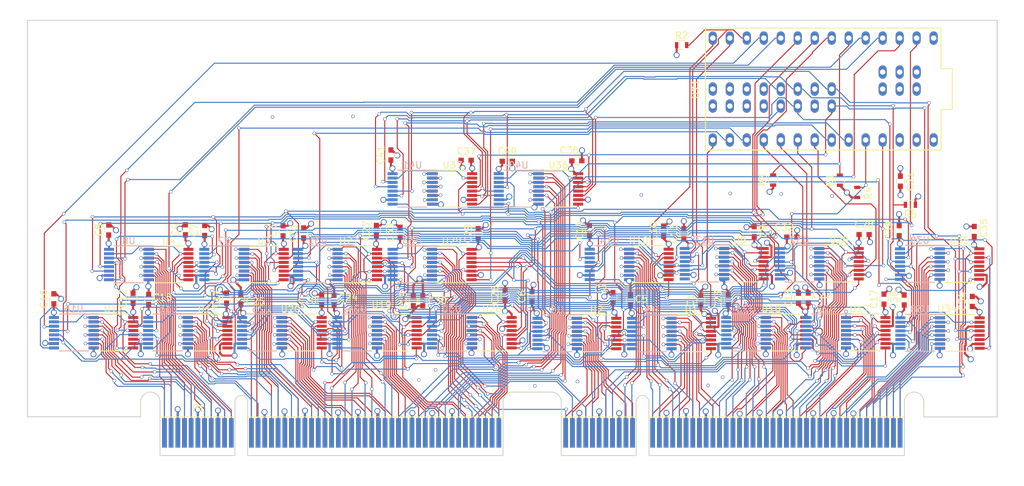
<source format=kicad_pcb>
(kicad_pcb (version 20171130) (host pcbnew "(5.0.0)")
  (layers (0 F.Cu signal) (1 In1.GND.Cu power) (2 In2.VCC.Cu power) (31 B.Cu signal) (34 B.Paste user) (35 F.Paste user) (36 B.SilkS user) (37 F.SilkS user) (38 B.Mask user) (39 F.Mask user) (44 Edge.Cuts user))
  (net 0 "")
  (net 1 /rd[31])
  (net 2 /rd[30])
  (net 3 GND)
  (net 4 /rd[29])
  (net 5 /rd[28])
  (net 6 /rd[27])
  (net 7 /rd[26])
  (net 8 /rd[25])
  (net 9 /rd[24])
  (net 10 /rs1[31])
  (net 11 /rs1[30])
  (net 12 /rs1[29])
  (net 13 /rs1[28])
  (net 14 /rs1[27])
  (net 15 /rs1[26])
  (net 16 /rs1[25])
  (net 17 /rs1[24])
  (net 18 /rd[23])
  (net 19 /rd[22])
  (net 20 /rd[21])
  (net 21 /rd[20])
  (net 22 /rd[19])
  (net 23 /rd[18])
  (net 24 /rd[17])
  (net 25 /rd[16])
  (net 26 /rs2[31])
  (net 27 /rs2[30])
  (net 28 /rs2[29])
  (net 29 /rs2[28])
  (net 30 /rs2[27])
  (net 31 /rs2[26])
  (net 32 /rs2[25])
  (net 33 /rs2[24])
  (net 34 /rs2[23])
  (net 35 /rs2[22])
  (net 36 /rs2[21])
  (net 37 /rs2[20])
  (net 38 /rs2[19])
  (net 39 /rs2[18])
  (net 40 /rs2[17])
  (net 41 /rs2[16])
  (net 42 /rda[0])
  (net 43 /rda[1])
  (net 44 /rda[2])
  (net 45 /rda[3])
  (net 46 /rda[4])
  (net 47 /rs1[23])
  (net 48 /rs1[22])
  (net 49 /rs1[21])
  (net 50 /rs1[20])
  (net 51 /rs1[19])
  (net 52 /rs1[18])
  (net 53 /rs1[17])
  (net 54 /rs1[16])
  (net 55 /~rd_bhh)
  (net 56 /~rd_bhl)
  (net 57 /~rd_wr)
  (net 58 /~rs2_bhh)
  (net 59 /~rs2_bhl)
  (net 60 /~rs1_bhh)
  (net 61 /~rs1_bhl)
  (net 62 /~rs1_rd)
  (net 63 /nc[0])
  (net 64 /nc[1])
  (net 65 /nc[2])
  (net 66 /nc[3])
  (net 67 /nc[4])
  (net 68 /nc[5])
  (net 69 /nc[6])
  (net 70 /rs2a[4])
  (net 71 /rs2a[3])
  (net 72 /rs2a[2])
  (net 73 /rs2a[1])
  (net 74 /rs2a[0])
  (net 75 /rd[15])
  (net 76 /rd[7])
  (net 77 /rs1a[4])
  (net 78 /rs1[12])
  (net 79 /rd[14])
  (net 80 /rd[13])
  (net 81 /rd[12])
  (net 82 /rd[11])
  (net 83 /rd[10])
  (net 84 /rd[9])
  (net 85 /rd[8])
  (net 86 /rd[6])
  (net 87 /rd[5])
  (net 88 /rd[4])
  (net 89 /rd[3])
  (net 90 /rd[2])
  (net 91 /rd[1])
  (net 92 /rd[0])
  (net 93 /rs2[15])
  (net 94 /rs2[14])
  (net 95 /rs2[13])
  (net 96 /rs2[12])
  (net 97 /rs2[11])
  (net 98 /rs2[10])
  (net 99 /rs2[9])
  (net 100 /rs2[8])
  (net 101 /rs2[7])
  (net 102 /rs2[6])
  (net 103 /rs2[5])
  (net 104 /rs2[4])
  (net 105 /rs2[3])
  (net 106 /rs2[2])
  (net 107 /rs2[1])
  (net 108 /rs2[0])
  (net 109 /nc[7])
  (net 110 /nc[8])
  (net 111 /nc[9])
  (net 112 /nc[10])
  (net 113 /nc[11])
  (net 114 /rs1a[3])
  (net 115 /rs1a[2])
  (net 116 /rs1a[1])
  (net 117 /rs1a[0])
  (net 118 /rs1[15])
  (net 119 /rs1[14])
  (net 120 /rs1[13])
  (net 121 /rs1[11])
  (net 122 /rs1[10])
  (net 123 /rs1[9])
  (net 124 /rs1[8])
  (net 125 /rs1[7])
  (net 126 /rs1[6])
  (net 127 /rs1[5])
  (net 128 /rs1[4])
  (net 129 /rs1[3])
  (net 130 /rs1[2])
  (net 131 /rs1[1])
  (net 132 /rs1[0])
  (net 133 /~rd_blh)
  (net 134 /~rd_bll)
  (net 135 /~rs2_blh)
  (net 136 /~rs2_bll)
  (net 137 /~rs1_blh)
  (net 138 /~rs1_bll)
  (net 139 /~shift_oe)
  (net 140 /~alu_oe)
  (net 141 /f[0])
  (net 142 /f[1])
  (net 143 /f[2])
  (net 144 /f[3])
  (net 145 /~BOOT_ALU_EN)
  (net 146 /BOOT_CLK)
  (net 147 /~BOOT_RST)
  (net 148 /~BOOT_WR)
  (net 149 VCC)
  (net 150 /RDRS0)
  (net 151 /RDCLK)
  (net 152 /~RDRLD)
  (net 153 /RDRS1)
  (net 154 /RDRS2)
  (net 155 /RDSO)
  (net 156 /RDSI)
  (net 157 /~RDOE)
  (net 158 /RDWLD)
  (net 159 /RDWS0)
  (net 160 /RDWS1)
  (net 161 /RDWS2)
  (net 162 /~RS1RLD)
  (net 163 /RS1CLK)
  (net 164 /RS1RS0)
  (net 165 /RS1RS1)
  (net 166 /RS1RS2)
  (net 167 /RS1SO)
  (net 168 /RS1SI)
  (net 169 /~RS1OE)
  (net 170 /RS1WLD)
  (net 171 /RS1WS0)
  (net 172 /RS1WS1)
  (net 173 /RS1WS2)
  (net 174 /~RS2RLD)
  (net 175 /RS2CLK)
  (net 176 /RS2RS0)
  (net 177 /RS2RS1)
  (net 178 /RS2RS2)
  (net 179 /RS2SO)
  (net 180 "Net-(U21-Pad28)")
  (net 181 /RCWLD)
  (net 182 /~RCOE)
  (net 183 /RCSI)
  (net 184 /RCSO)
  (net 185 /RCCLK)
  (net 186 /~RCRLD)
  (net 187 /RS2WLD)
  (net 188 /~RS2OE)
  (net 189 /RS2SI)
  (net 190 "Net-(U21-Pad29)")
  (net 191 "Net-(U21-Pad30)")
  (net 192 "Net-(U21-Pad31)")
  (net 193 "Net-(U21-Pad32)")
  (net 194 "Net-(U21-Pad33)")
  (net 195 "Net-(U21-Pad34)")
  (net 196 "Net-(U21-Pad46)")
  (net 197 /CSO)
  (net 198 /CCLK)
  (net 199 "Net-(U21-Pad45)")
  (net 200 "Net-(U21-Pad44)")
  (net 201 "Net-(U21-Pad49)")
  (net 202 /~CRLD)
  (net 203 "Net-(U21-Pad39)")
  (net 204 /CSI)
  (net 205 /~COE)
  (net 206 "Net-(U21-Pad40)")
  (net 207 "Net-(U21-Pad41)")
  (net 208 /CWLD)
  (net 209 /RS2WS0)
  (net 210 /RS2WS1)
  (net 211 /RS2WS2)
  (net 212 /RCRS0)
  (net 213 /RCRS1)
  (net 214 /RCRS2)
  (net 215 /q0)
  (net 216 /q1)
  (net 217 /RCWS0)
  (net 218 /RCWS1)
  (net 219 /RCWS2)
  (net 220 /CRS0)
  (net 221 /CRS1)
  (net 222 /CRS2)
  (net 223 /q3)
  (net 224 /q2)
  (net 225 /q8)
  (net 226 /q9)
  (net 227 /q10)
  (net 228 /q11)
  (net 229 /q4)
  (net 230 /q5)
  (net 231 /q6)
  (net 232 /q7)
  (net 233 /CWS0)
  (net 234 /CWS1)
  (net 235 /CWS2)
  (net 236 "Net-(U5-Pad9)")
  (net 237 "Net-(U13-Pad9)")
  (net 238 "Net-(U22-Pad9)")
  (net 239 "Net-(U30-Pad9)")
  (net 240 "Net-(U38-Pad9)")
  (net 241 /~rs2_rd)
  (net 242 "Net-(U21-Pad26)")
  (module Housings_SSOP:TSSOP-16_4.4x5mm_Pitch0.65mm (layer B.Cu) (at 93.425 122.125 180)
    (fp_text reference U31 (at 0 3.55 180) (layer B.SilkS) (effects (justify mirror)))
    (fp_text value 74LVC595)
    (pad 1 smd rect (at -2.95 2.275 180) (size 1.5 0.45) (layers B.Cu B.Paste B.Mask) (net 60 /~rs1_bhh))
    (pad 2 smd rect (at -2.95 1.625 180) (size 1.5 0.45) (layers B.Cu B.Paste B.Mask) (net 241 /~rs2_rd))
    (pad 3 smd rect (at -2.95 0.975 180) (size 1.5 0.45) (layers B.Cu B.Paste B.Mask) (net 59 /~rs2_bhl))
    (pad 4 smd rect (at -2.95 0.325 180) (size 1.5 0.45) (layers B.Cu B.Paste B.Mask) (net 58 /~rs2_bhh))
    (pad 5 smd rect (at -2.95 -0.325 180) (size 1.5 0.45) (layers B.Cu B.Paste B.Mask) (net 57 /~rd_wr))
    (pad 6 smd rect (at -2.95 -0.975 180) (size 1.5 0.45) (layers B.Cu B.Paste B.Mask) (net 56 /~rd_bhl))
    (pad 7 smd rect (at -2.95 -1.625 180) (size 1.5 0.45) (layers B.Cu B.Paste B.Mask) (net 55 /~rd_bhh))
    (pad 8 smd rect (at -2.95 -2.275 180) (size 1.5 0.45) (layers B.Cu B.Paste B.Mask) (net 3 GND))
    (pad 9 smd rect (at 2.95 -2.275 180) (size 1.5 0.45) (layers B.Cu B.Paste B.Mask) (net 217 /RCWS0))
    (pad 10 smd rect (at 2.95 -1.625 180) (size 1.5 0.45) (layers B.Cu B.Paste B.Mask) (net 149 VCC))
    (pad 11 smd rect (at 2.95 -0.975 180) (size 1.5 0.45) (layers B.Cu B.Paste B.Mask) (net 185 /RCCLK))
    (pad 12 smd rect (at 2.95 -0.325 180) (size 1.5 0.45) (layers B.Cu B.Paste B.Mask) (net 181 /RCWLD))
    (pad 13 smd rect (at 2.95 0.325 180) (size 1.5 0.45) (layers B.Cu B.Paste B.Mask) (net 182 /~RCOE))
    (pad 14 smd rect (at 2.95 0.975 180) (size 1.5 0.45) (layers B.Cu B.Paste B.Mask) (net 218 /RCWS1))
    (pad 15 smd rect (at 2.95 1.625 180) (size 1.5 0.45) (layers B.Cu B.Paste B.Mask) (net 61 /~rs1_bhl))
    (pad 16 smd rect (at 2.95 2.275 180) (size 1.5 0.45) (layers B.Cu B.Paste B.Mask) (net 149 VCC))
  )
  (module Housings_SSOP:TSSOP-16_4.4x5mm_Pitch0.65mm (layer F.Cu) (at 99.325 122.125)
    (fp_text reference U27 (at -1.25 -3.55) (layer F.SilkS))
    (fp_text value 74HC597)
    (pad 16 smd rect (at 2.95 -2.275) (size 1.5 0.45) (layers F.Cu F.Paste F.Mask) (net 149 VCC))
    (pad 15 smd rect (at 2.95 -1.625) (size 1.5 0.45) (layers F.Cu F.Paste F.Mask) (net 61 /~rs1_bhl))
    (pad 14 smd rect (at 2.95 -0.975) (size 1.5 0.45) (layers F.Cu F.Paste F.Mask) (net 212 /RCRS0))
    (pad 13 smd rect (at 2.95 -0.325) (size 1.5 0.45) (layers F.Cu F.Paste F.Mask) (net 186 /~RCRLD))
    (pad 12 smd rect (at 2.95 0.325) (size 1.5 0.45) (layers F.Cu F.Paste F.Mask) (net 181 /RCWLD))
    (pad 11 smd rect (at 2.95 0.975) (size 1.5 0.45) (layers F.Cu F.Paste F.Mask) (net 185 /RCCLK))
    (pad 10 smd rect (at 2.95 1.625) (size 1.5 0.45) (layers F.Cu F.Paste F.Mask) (net 149 VCC))
    (pad 9 smd rect (at 2.95 2.275) (size 1.5 0.45) (layers F.Cu F.Paste F.Mask) (net 213 /RCRS1))
    (pad 8 smd rect (at -2.95 2.275) (size 1.5 0.45) (layers F.Cu F.Paste F.Mask) (net 3 GND))
    (pad 7 smd rect (at -2.95 1.625) (size 1.5 0.45) (layers F.Cu F.Paste F.Mask) (net 55 /~rd_bhh))
    (pad 6 smd rect (at -2.95 0.975) (size 1.5 0.45) (layers F.Cu F.Paste F.Mask) (net 56 /~rd_bhl))
    (pad 5 smd rect (at -2.95 0.325) (size 1.5 0.45) (layers F.Cu F.Paste F.Mask) (net 57 /~rd_wr))
    (pad 4 smd rect (at -2.95 -0.325) (size 1.5 0.45) (layers F.Cu F.Paste F.Mask) (net 58 /~rs2_bhh))
    (pad 3 smd rect (at -2.95 -0.975) (size 1.5 0.45) (layers F.Cu F.Paste F.Mask) (net 59 /~rs2_bhl))
    (pad 2 smd rect (at -2.95 -1.625) (size 1.5 0.45) (layers F.Cu F.Paste F.Mask) (net 241 /~rs2_rd))
    (pad 1 smd rect (at -2.95 -2.275) (size 1.5 0.45) (layers F.Cu F.Paste F.Mask) (net 60 /~rs1_bhh))
  )
  (module lmarv:PCI-EXPRESS (layer F.Cu) (at 81.985 150.72)
    (fp_text reference P1 (at -6.4 -7.11) (layer F.SilkS))
    (fp_text value dual-pcie-cardedge)
    (fp_line (start 0.937247 -0.00177) (end 39.137247 -0.00177) (layer Edge.Cuts) (width 0.12))
    (fp_line (start -15.062753 -8.05177) (end -15.062753 -5.80177) (layer Edge.Cuts) (width 0.12))
    (fp_arc (start -0.012753 -8.05177) (end -0.962753 -8.05177) (angle 180) (layer Edge.Cuts) (width 0.12))
    (fp_line (start 99.137247 -8.05177) (end 99.137247 -0.00177) (layer Edge.Cuts) (width 0.12))
    (fp_arc (start 100.587247 -8.05177) (end 99.137247 -8.05177) (angle 180) (layer Edge.Cuts) (width 0.12))
    (fp_arc (start -13.612753 -8.05177) (end -15.062753 -8.05177) (angle 180) (layer Edge.Cuts) (width 0.12))
    (fp_line (start -0.962753 -0.00177) (end -12.162753 -0.00177) (layer Edge.Cuts) (width 0.12))
    (fp_line (start 39.137247 -8.05177) (end 39.137247 -0.00177) (layer Edge.Cuts) (width 0.12))
    (fp_arc (start 59.987247 -8.05177) (end 59.037247 -8.05177) (angle 180) (layer Edge.Cuts) (width 0.12))
    (fp_arc (start 40.587247 -8.05177) (end 39.137247 -8.05177) (angle 90) (layer Edge.Cuts) (width 0.12))
    (fp_line (start 60.937247 -8.05177) (end 60.937247 -5.80177) (layer Edge.Cuts) (width 0.12))
    (fp_line (start 40.587247 -9.50177) (end 46.387247 -9.50177) (layer Edge.Cuts) (width 0.12))
    (fp_line (start -12.162753 -0.00177) (end -12.162753 -8.05177) (layer Edge.Cuts) (width 0.12))
    (fp_line (start 60.937247 -5.80177) (end 60.937247 -0.00177) (layer Edge.Cuts) (width 0.12))
    (fp_line (start 59.037247 -5.80177) (end 59.037247 -8.05177) (layer Edge.Cuts) (width 0.12))
    (fp_line (start 0.937247 -8.05177) (end 0.937247 -5.80177) (layer Edge.Cuts) (width 0.12))
    (fp_line (start 59.037247 -0.00177) (end 47.837247 -0.00177) (layer Edge.Cuts) (width 0.12))
    (fp_line (start -0.962753 -5.80177) (end -0.962753 -8.05177) (layer Edge.Cuts) (width 0.12))
    (fp_line (start 0.937247 -5.80177) (end 0.937247 -0.00177) (layer Edge.Cuts) (width 0.12))
    (fp_line (start -0.962753 -5.80177) (end -0.962753 -0.00177) (layer Edge.Cuts) (width 0.12))
    (fp_line (start 60.937247 -0.00177) (end 99.137247 -0.00177) (layer Edge.Cuts) (width 0.12))
    (fp_line (start 102.037247 -8.05177) (end 102.037247 -5.80177) (layer Edge.Cuts) (width 0.12))
    (fp_line (start 59.037247 -5.80177) (end 59.037247 -0.00177) (layer Edge.Cuts) (width 0.12))
    (fp_arc (start 46.387247 -8.05177) (end 46.387247 -9.50177) (angle 90) (layer Edge.Cuts) (width 0.12))
    (fp_line (start 47.837247 -0.00177) (end 47.837247 -8.05177) (layer Edge.Cuts) (width 0.12))
    (pad 1 connect rect (at -11.5 -3.4) (size 0.7 4.4) (layers F.Cu F.Mask) (net 1 /rd[31]))
    (pad 2 connect rect (at -10.5 -3.4) (size 0.7 4.4) (layers F.Cu F.Mask) (net 2 /rd[30]))
    (pad 3 connect rect (at -9.5 -3.4) (size 0.7 4.4) (layers F.Cu F.Mask) (net 3 GND))
    (pad 4 connect rect (at -8.5 -3.4) (size 0.7 4.4) (layers F.Cu F.Mask) (net 4 /rd[29]))
    (pad 5 connect rect (at -7.5 -3.4) (size 0.7 4.4) (layers F.Cu F.Mask) (net 5 /rd[28]))
    (pad 6 connect rect (at -6.5 -3.4) (size 0.7 4.4) (layers F.Cu F.Mask) (net 149 VCC))
    (pad 7 connect rect (at -5.5 -3.4) (size 0.7 4.4) (layers F.Cu F.Mask) (net 6 /rd[27]))
    (pad 8 connect rect (at -4.5 -3.4) (size 0.7 4.4) (layers F.Cu F.Mask) (net 7 /rd[26]))
    (pad 9 connect rect (at -3.5 -3.4) (size 0.7 4.4) (layers F.Cu F.Mask) (net 3 GND))
    (pad 10 connect rect (at -2.5 -3.4) (size 0.7 4.4) (layers F.Cu F.Mask) (net 8 /rd[25]))
    (pad 11 connect rect (at -1.5 -3.4) (size 0.7 4.4) (layers F.Cu F.Mask) (net 9 /rd[24]))
    (pad 99 connect rect (at -11.5 -3.4) (size 0.7 4.4) (layers B.Cu B.Mask) (net 10 /rs1[31]))
    (pad 100 connect rect (at -10.5 -3.4) (size 0.7 4.4) (layers B.Cu B.Mask) (net 11 /rs1[30]))
    (pad 101 connect rect (at -9.5 -3.4) (size 0.7 4.4) (layers B.Cu B.Mask) (net 3 GND))
    (pad 102 connect rect (at -8.5 -3.4) (size 0.7 4.4) (layers B.Cu B.Mask) (net 12 /rs1[29]))
    (pad 103 connect rect (at -7.5 -3.4) (size 0.7 4.4) (layers B.Cu B.Mask) (net 13 /rs1[28]))
    (pad 104 connect rect (at -6.5 -3.4) (size 0.7 4.4) (layers B.Cu B.Mask) (net 149 VCC))
    (pad 105 connect rect (at -5.5 -3.4) (size 0.7 4.4) (layers B.Cu B.Mask) (net 14 /rs1[27]))
    (pad 106 connect rect (at -4.5 -3.4) (size 0.7 4.4) (layers B.Cu B.Mask) (net 15 /rs1[26]))
    (pad 107 connect rect (at -3.5 -3.4) (size 0.7 4.4) (layers B.Cu B.Mask) (net 3 GND))
    (pad 108 connect rect (at -2.5 -3.4) (size 0.7 4.4) (layers B.Cu B.Mask) (net 16 /rs1[25]))
    (pad 109 connect rect (at -1.5 -3.4) (size 0.7 4.4) (layers B.Cu B.Mask) (net 17 /rs1[24]))
    (pad 12 connect rect (at 1.5 -3.4) (size 0.7 4.4) (layers F.Cu F.Mask) (net 18 /rd[23]))
    (pad 13 connect rect (at 2.5 -3.4) (size 0.7 4.4) (layers F.Cu F.Mask) (net 19 /rd[22]))
    (pad 14 connect rect (at 3.5 -3.4) (size 0.7 4.4) (layers F.Cu F.Mask) (net 3 GND))
    (pad 15 connect rect (at 4.5 -3.4) (size 0.7 4.4) (layers F.Cu F.Mask) (net 20 /rd[21]))
    (pad 16 connect rect (at 5.5 -3.4) (size 0.7 4.4) (layers F.Cu F.Mask) (net 21 /rd[20]))
    (pad 17 connect rect (at 6.5 -3.4) (size 0.7 4.4) (layers F.Cu F.Mask) (net 149 VCC))
    (pad 18 connect rect (at 7.5 -3.4) (size 0.7 4.4) (layers F.Cu F.Mask) (net 22 /rd[19]))
    (pad 19 connect rect (at 8.5 -3.4) (size 0.7 4.4) (layers F.Cu F.Mask) (net 23 /rd[18]))
    (pad 20 connect rect (at 9.5 -3.4) (size 0.7 4.4) (layers F.Cu F.Mask) (net 3 GND))
    (pad 21 connect rect (at 10.5 -3.4) (size 0.7 4.4) (layers F.Cu F.Mask) (net 24 /rd[17]))
    (pad 22 connect rect (at 11.5 -3.4) (size 0.7 4.4) (layers F.Cu F.Mask) (net 25 /rd[16]))
    (pad 23 connect rect (at 12.5 -3.4) (size 0.7 4.4) (layers F.Cu F.Mask) (net 26 /rs2[31]))
    (pad 24 connect rect (at 13.5 -3.4) (size 0.7 4.4) (layers F.Cu F.Mask) (net 27 /rs2[30]))
    (pad 25 connect rect (at 14.5 -3.4) (size 0.7 4.4) (layers F.Cu F.Mask) (net 3 GND))
    (pad 26 connect rect (at 15.5 -3.4) (size 0.7 4.4) (layers F.Cu F.Mask) (net 28 /rs2[29]))
    (pad 27 connect rect (at 16.5 -3.4) (size 0.7 4.4) (layers F.Cu F.Mask) (net 29 /rs2[28]))
    (pad 28 connect rect (at 17.5 -3.4) (size 0.7 4.4) (layers F.Cu F.Mask) (net 149 VCC))
    (pad 29 connect rect (at 18.5 -3.4) (size 0.7 4.4) (layers F.Cu F.Mask) (net 30 /rs2[27]))
    (pad 30 connect rect (at 19.5 -3.4) (size 0.7 4.4) (layers F.Cu F.Mask) (net 31 /rs2[26]))
    (pad 31 connect rect (at 20.5 -3.4) (size 0.7 4.4) (layers F.Cu F.Mask) (net 3 GND))
    (pad 32 connect rect (at 21.5 -3.4) (size 0.7 4.4) (layers F.Cu F.Mask) (net 32 /rs2[25]))
    (pad 33 connect rect (at 22.5 -3.4) (size 0.7 4.4) (layers F.Cu F.Mask) (net 33 /rs2[24]))
    (pad 34 connect rect (at 23.5 -3.4) (size 0.7 4.4) (layers F.Cu F.Mask) (net 34 /rs2[23]))
    (pad 35 connect rect (at 24.5 -3.4) (size 0.7 4.4) (layers F.Cu F.Mask) (net 35 /rs2[22]))
    (pad 36 connect rect (at 25.5 -3.4) (size 0.7 4.4) (layers F.Cu F.Mask) (net 3 GND))
    (pad 37 connect rect (at 26.5 -3.4) (size 0.7 4.4) (layers F.Cu F.Mask) (net 36 /rs2[21]))
    (pad 38 connect rect (at 27.5 -3.4) (size 0.7 4.4) (layers F.Cu F.Mask) (net 37 /rs2[20]))
    (pad 39 connect rect (at 28.5 -3.4) (size 0.7 4.4) (layers F.Cu F.Mask) (net 149 VCC))
    (pad 40 connect rect (at 29.5 -3.4) (size 0.7 4.4) (layers F.Cu F.Mask) (net 38 /rs2[19]))
    (pad 41 connect rect (at 30.5 -3.4) (size 0.7 4.4) (layers F.Cu F.Mask) (net 39 /rs2[18]))
    (pad 42 connect rect (at 31.5 -3.4) (size 0.7 4.4) (layers F.Cu F.Mask) (net 3 GND))
    (pad 43 connect rect (at 32.5 -3.4) (size 0.7 4.4) (layers F.Cu F.Mask) (net 40 /rs2[17]))
    (pad 44 connect rect (at 33.5 -3.4) (size 0.7 4.4) (layers F.Cu F.Mask) (net 41 /rs2[16]))
    (pad 45 connect rect (at 34.5 -3.4) (size 0.7 4.4) (layers F.Cu F.Mask) (net 42 /rda[0]))
    (pad 46 connect rect (at 35.5 -3.4) (size 0.7 4.4) (layers F.Cu F.Mask) (net 43 /rda[1]))
    (pad 47 connect rect (at 36.5 -3.4) (size 0.7 4.4) (layers F.Cu F.Mask) (net 44 /rda[2]))
    (pad 48 connect rect (at 37.5 -3.4) (size 0.7 4.4) (layers F.Cu F.Mask) (net 45 /rda[3]))
    (pad 49 connect rect (at 38.5 -3.4) (size 0.7 4.4) (layers F.Cu F.Mask) (net 46 /rda[4]))
    (pad 110 connect rect (at 1.5 -3.4) (size 0.7 4.4) (layers B.Cu B.Mask) (net 47 /rs1[23]))
    (pad 111 connect rect (at 2.5 -3.4) (size 0.7 4.4) (layers B.Cu B.Mask) (net 48 /rs1[22]))
    (pad 112 connect rect (at 3.5 -3.4) (size 0.7 4.4) (layers B.Cu B.Mask) (net 3 GND))
    (pad 113 connect rect (at 4.5 -3.4) (size 0.7 4.4) (layers B.Cu B.Mask) (net 49 /rs1[21]))
    (pad 114 connect rect (at 5.5 -3.4) (size 0.7 4.4) (layers B.Cu B.Mask) (net 50 /rs1[20]))
    (pad 115 connect rect (at 6.5 -3.4) (size 0.7 4.4) (layers B.Cu B.Mask) (net 149 VCC))
    (pad 116 connect rect (at 7.5 -3.4) (size 0.7 4.4) (layers B.Cu B.Mask) (net 51 /rs1[19]))
    (pad 117 connect rect (at 8.5 -3.4) (size 0.7 4.4) (layers B.Cu B.Mask) (net 52 /rs1[18]))
    (pad 118 connect rect (at 9.5 -3.4) (size 0.7 4.4) (layers B.Cu B.Mask) (net 3 GND))
    (pad 119 connect rect (at 10.5 -3.4) (size 0.7 4.4) (layers B.Cu B.Mask) (net 53 /rs1[17]))
    (pad 120 connect rect (at 11.5 -3.4) (size 0.7 4.4) (layers B.Cu B.Mask) (net 54 /rs1[16]))
    (pad 121 connect rect (at 12.5 -3.4) (size 0.7 4.4) (layers B.Cu B.Mask) (net 55 /~rd_bhh))
    (pad 122 connect rect (at 13.5 -3.4) (size 0.7 4.4) (layers B.Cu B.Mask) (net 56 /~rd_bhl))
    (pad 123 connect rect (at 14.5 -3.4) (size 0.7 4.4) (layers B.Cu B.Mask) (net 3 GND))
    (pad 124 connect rect (at 15.5 -3.4) (size 0.7 4.4) (layers B.Cu B.Mask) (net 57 /~rd_wr))
    (pad 125 connect rect (at 16.5 -3.4) (size 0.7 4.4) (layers B.Cu B.Mask) (net 58 /~rs2_bhh))
    (pad 126 connect rect (at 17.5 -3.4) (size 0.7 4.4) (layers B.Cu B.Mask) (net 149 VCC))
    (pad 127 connect rect (at 18.5 -3.4) (size 0.7 4.4) (layers B.Cu B.Mask) (net 59 /~rs2_bhl))
    (pad 128 connect rect (at 19.5 -3.4) (size 0.7 4.4) (layers B.Cu B.Mask) (net 241 /~rs2_rd))
    (pad 129 connect rect (at 20.5 -3.4) (size 0.7 4.4) (layers B.Cu B.Mask) (net 3 GND))
    (pad 130 connect rect (at 21.5 -3.4) (size 0.7 4.4) (layers B.Cu B.Mask) (net 60 /~rs1_bhh))
    (pad 131 connect rect (at 22.5 -3.4) (size 0.7 4.4) (layers B.Cu B.Mask) (net 61 /~rs1_bhl))
    (pad 132 connect rect (at 23.5 -3.4) (size 0.7 4.4) (layers B.Cu B.Mask) (net 62 /~rs1_rd))
    (pad 133 connect rect (at 24.5 -3.4) (size 0.7 4.4) (layers B.Cu B.Mask) (net 63 /nc[0]))
    (pad 134 connect rect (at 25.5 -3.4) (size 0.7 4.4) (layers B.Cu B.Mask) (net 3 GND))
    (pad 135 connect rect (at 26.5 -3.4) (size 0.7 4.4) (layers B.Cu B.Mask) (net 64 /nc[1]))
    (pad 136 connect rect (at 27.5 -3.4) (size 0.7 4.4) (layers B.Cu B.Mask) (net 65 /nc[2]))
    (pad 137 connect rect (at 28.5 -3.4) (size 0.7 4.4) (layers B.Cu B.Mask) (net 149 VCC))
    (pad 138 connect rect (at 29.5 -3.4) (size 0.7 4.4) (layers B.Cu B.Mask) (net 66 /nc[3]))
    (pad 139 connect rect (at 30.5 -3.4) (size 0.7 4.4) (layers B.Cu B.Mask) (net 67 /nc[4]))
    (pad 140 connect rect (at 31.5 -3.4) (size 0.7 4.4) (layers B.Cu B.Mask) (net 3 GND))
    (pad 141 connect rect (at 32.5 -3.4) (size 0.7 4.4) (layers B.Cu B.Mask) (net 68 /nc[5]))
    (pad 142 connect rect (at 33.5 -3.4) (size 0.7 4.4) (layers B.Cu B.Mask) (net 69 /nc[6]))
    (pad 143 connect rect (at 34.5 -3.4) (size 0.7 4.4) (layers B.Cu B.Mask) (net 70 /rs2a[4]))
    (pad 144 connect rect (at 35.5 -3.4) (size 0.7 4.4) (layers B.Cu B.Mask) (net 71 /rs2a[3]))
    (pad 145 connect rect (at 36.5 -3.4) (size 0.7 4.4) (layers B.Cu B.Mask) (net 72 /rs2a[2]))
    (pad 146 connect rect (at 37.5 -3.4) (size 0.7 4.4) (layers B.Cu B.Mask) (net 73 /rs2a[1]))
    (pad 147 connect rect (at 38.5 -3.4) (size 0.7 4.4) (layers B.Cu B.Mask) (net 74 /rs2a[0]))
    (pad 50 connect rect (at 48.5 -3.4) (size 0.7 4.4) (layers F.Cu F.Mask) (net 75 /rd[15]))
    (pad 61 connect rect (at 61.5 -3.4) (size 0.7 4.4) (layers F.Cu F.Mask) (net 76 /rd[7]))
    (pad 148 connect rect (at 48.5 -3.4) (size 0.7 4.4) (layers B.Cu B.Mask) (net 77 /rs1a[4]))
    (pad 159 connect rect (at 61.5 -3.4) (size 0.7 4.4) (layers B.Cu B.Mask) (net 78 /rs1[12]))
    (pad 51 connect rect (at 49.5 -3.4) (size 0.7 4.4) (layers F.Cu F.Mask) (net 79 /rd[14]))
    (pad 52 connect rect (at 50.5 -3.4) (size 0.7 4.4) (layers F.Cu F.Mask) (net 3 GND))
    (pad 53 connect rect (at 51.5 -3.4) (size 0.7 4.4) (layers F.Cu F.Mask) (net 80 /rd[13]))
    (pad 54 connect rect (at 52.5 -3.4) (size 0.7 4.4) (layers F.Cu F.Mask) (net 81 /rd[12]))
    (pad 55 connect rect (at 53.5 -3.4) (size 0.7 4.4) (layers F.Cu F.Mask) (net 149 VCC))
    (pad 56 connect rect (at 54.5 -3.4) (size 0.7 4.4) (layers F.Cu F.Mask) (net 82 /rd[11]))
    (pad 57 connect rect (at 55.5 -3.4) (size 0.7 4.4) (layers F.Cu F.Mask) (net 83 /rd[10]))
    (pad 58 connect rect (at 56.5 -3.4) (size 0.7 4.4) (layers F.Cu F.Mask) (net 3 GND))
    (pad 59 connect rect (at 57.5 -3.4) (size 0.7 4.4) (layers F.Cu F.Mask) (net 84 /rd[9]))
    (pad 60 connect rect (at 58.5 -3.4) (size 0.7 4.4) (layers F.Cu F.Mask) (net 85 /rd[8]))
    (pad 62 connect rect (at 62.5 -3.4) (size 0.7 4.4) (layers F.Cu F.Mask) (net 86 /rd[6]))
    (pad 63 connect rect (at 63.5 -3.4) (size 0.7 4.4) (layers F.Cu F.Mask) (net 3 GND))
    (pad 64 connect rect (at 64.5 -3.4) (size 0.7 4.4) (layers F.Cu F.Mask) (net 87 /rd[5]))
    (pad 65 connect rect (at 65.5 -3.4) (size 0.7 4.4) (layers F.Cu F.Mask) (net 88 /rd[4]))
    (pad 66 connect rect (at 66.5 -3.4) (size 0.7 4.4) (layers F.Cu F.Mask) (net 149 VCC))
    (pad 67 connect rect (at 67.5 -3.4) (size 0.7 4.4) (layers F.Cu F.Mask) (net 89 /rd[3]))
    (pad 68 connect rect (at 68.5 -3.4) (size 0.7 4.4) (layers F.Cu F.Mask) (net 90 /rd[2]))
    (pad 69 connect rect (at 69.5 -3.4) (size 0.7 4.4) (layers F.Cu F.Mask) (net 3 GND))
    (pad 70 connect rect (at 70.5 -3.4) (size 0.7 4.4) (layers F.Cu F.Mask) (net 91 /rd[1]))
    (pad 71 connect rect (at 71.5 -3.4) (size 0.7 4.4) (layers F.Cu F.Mask) (net 92 /rd[0]))
    (pad 72 connect rect (at 72.5 -3.4) (size 0.7 4.4) (layers F.Cu F.Mask) (net 93 /rs2[15]))
    (pad 73 connect rect (at 73.5 -3.4) (size 0.7 4.4) (layers F.Cu F.Mask) (net 94 /rs2[14]))
    (pad 74 connect rect (at 74.5 -3.4) (size 0.7 4.4) (layers F.Cu F.Mask) (net 3 GND))
    (pad 75 connect rect (at 75.5 -3.4) (size 0.7 4.4) (layers F.Cu F.Mask) (net 95 /rs2[13]))
    (pad 76 connect rect (at 76.5 -3.4) (size 0.7 4.4) (layers F.Cu F.Mask) (net 96 /rs2[12]))
    (pad 77 connect rect (at 77.5 -3.4) (size 0.7 4.4) (layers F.Cu F.Mask) (net 149 VCC))
    (pad 78 connect rect (at 78.5 -3.4) (size 0.7 4.4) (layers F.Cu F.Mask) (net 97 /rs2[11]))
    (pad 79 connect rect (at 79.5 -3.4) (size 0.7 4.4) (layers F.Cu F.Mask) (net 98 /rs2[10]))
    (pad 80 connect rect (at 80.5 -3.4) (size 0.7 4.4) (layers F.Cu F.Mask) (net 3 GND))
    (pad 81 connect rect (at 81.5 -3.4) (size 0.7 4.4) (layers F.Cu F.Mask) (net 99 /rs2[9]))
    (pad 82 connect rect (at 82.5 -3.4) (size 0.7 4.4) (layers F.Cu F.Mask) (net 100 /rs2[8]))
    (pad 83 connect rect (at 83.5 -3.4) (size 0.7 4.4) (layers F.Cu F.Mask) (net 101 /rs2[7]))
    (pad 84 connect rect (at 84.5 -3.4) (size 0.7 4.4) (layers F.Cu F.Mask) (net 102 /rs2[6]))
    (pad 85 connect rect (at 85.5 -3.4) (size 0.7 4.4) (layers F.Cu F.Mask) (net 3 GND))
    (pad 86 connect rect (at 86.5 -3.4) (size 0.7 4.4) (layers F.Cu F.Mask) (net 103 /rs2[5]))
    (pad 87 connect rect (at 87.5 -3.4) (size 0.7 4.4) (layers F.Cu F.Mask) (net 104 /rs2[4]))
    (pad 88 connect rect (at 88.5 -3.4) (size 0.7 4.4) (layers F.Cu F.Mask) (net 149 VCC))
    (pad 89 connect rect (at 89.5 -3.4) (size 0.7 4.4) (layers F.Cu F.Mask) (net 105 /rs2[3]))
    (pad 90 connect rect (at 90.5 -3.4) (size 0.7 4.4) (layers F.Cu F.Mask) (net 106 /rs2[2]))
    (pad 91 connect rect (at 91.5 -3.4) (size 0.7 4.4) (layers F.Cu F.Mask) (net 3 GND))
    (pad 92 connect rect (at 92.5 -3.4) (size 0.7 4.4) (layers F.Cu F.Mask) (net 107 /rs2[1]))
    (pad 93 connect rect (at 93.5 -3.4) (size 0.7 4.4) (layers F.Cu F.Mask) (net 108 /rs2[0]))
    (pad 94 connect rect (at 94.5 -3.4) (size 0.7 4.4) (layers F.Cu F.Mask) (net 109 /nc[7]))
    (pad 95 connect rect (at 95.5 -3.4) (size 0.7 4.4) (layers F.Cu F.Mask) (net 110 /nc[8]))
    (pad 96 connect rect (at 96.5 -3.4) (size 0.7 4.4) (layers F.Cu F.Mask) (net 111 /nc[9]))
    (pad 97 connect rect (at 97.5 -3.4) (size 0.7 4.4) (layers F.Cu F.Mask) (net 112 /nc[10]))
    (pad 98 connect rect (at 98.5 -3.4) (size 0.7 4.4) (layers F.Cu F.Mask) (net 113 /nc[11]))
    (pad 149 connect rect (at 49.5 -3.4) (size 0.7 4.4) (layers B.Cu B.Mask) (net 114 /rs1a[3]))
    (pad 150 connect rect (at 50.5 -3.4) (size 0.7 4.4) (layers B.Cu B.Mask) (net 3 GND))
    (pad 151 connect rect (at 51.5 -3.4) (size 0.7 4.4) (layers B.Cu B.Mask) (net 115 /rs1a[2]))
    (pad 152 connect rect (at 52.5 -3.4) (size 0.7 4.4) (layers B.Cu B.Mask) (net 116 /rs1a[1]))
    (pad 153 connect rect (at 53.5 -3.4) (size 0.7 4.4) (layers B.Cu B.Mask) (net 149 VCC))
    (pad 154 connect rect (at 54.5 -3.4) (size 0.7 4.4) (layers B.Cu B.Mask) (net 117 /rs1a[0]))
    (pad 155 connect rect (at 55.5 -3.4) (size 0.7 4.4) (layers B.Cu B.Mask) (net 118 /rs1[15]))
    (pad 156 connect rect (at 56.5 -3.4) (size 0.7 4.4) (layers B.Cu B.Mask) (net 3 GND))
    (pad 157 connect rect (at 57.5 -3.4) (size 0.7 4.4) (layers B.Cu B.Mask) (net 119 /rs1[14]))
    (pad 158 connect rect (at 58.5 -3.4) (size 0.7 4.4) (layers B.Cu B.Mask) (net 120 /rs1[13]))
    (pad 160 connect rect (at 62.5 -3.4) (size 0.7 4.4) (layers B.Cu B.Mask) (net 121 /rs1[11]))
    (pad 161 connect rect (at 63.5 -3.4) (size 0.7 4.4) (layers B.Cu B.Mask) (net 3 GND))
    (pad 162 connect rect (at 64.5 -3.4) (size 0.7 4.4) (layers B.Cu B.Mask) (net 122 /rs1[10]))
    (pad 163 connect rect (at 65.5 -3.4) (size 0.7 4.4) (layers B.Cu B.Mask) (net 123 /rs1[9]))
    (pad 164 connect rect (at 66.5 -3.4) (size 0.7 4.4) (layers B.Cu B.Mask) (net 149 VCC))
    (pad 165 connect rect (at 67.5 -3.4) (size 0.7 4.4) (layers B.Cu B.Mask) (net 124 /rs1[8]))
    (pad 166 connect rect (at 68.5 -3.4) (size 0.7 4.4) (layers B.Cu B.Mask) (net 125 /rs1[7]))
    (pad 167 connect rect (at 69.5 -3.4) (size 0.7 4.4) (layers B.Cu B.Mask) (net 3 GND))
    (pad 168 connect rect (at 70.5 -3.4) (size 0.7 4.4) (layers B.Cu B.Mask) (net 126 /rs1[6]))
    (pad 169 connect rect (at 71.5 -3.4) (size 0.7 4.4) (layers B.Cu B.Mask) (net 127 /rs1[5]))
    (pad 170 connect rect (at 72.5 -3.4) (size 0.7 4.4) (layers B.Cu B.Mask) (net 128 /rs1[4]))
    (pad 171 connect rect (at 73.5 -3.4) (size 0.7 4.4) (layers B.Cu B.Mask) (net 129 /rs1[3]))
    (pad 172 connect rect (at 74.5 -3.4) (size 0.7 4.4) (layers B.Cu B.Mask) (net 3 GND))
    (pad 173 connect rect (at 75.5 -3.4) (size 0.7 4.4) (layers B.Cu B.Mask) (net 130 /rs1[2]))
    (pad 174 connect rect (at 76.5 -3.4) (size 0.7 4.4) (layers B.Cu B.Mask) (net 131 /rs1[1]))
    (pad 175 connect rect (at 77.5 -3.4) (size 0.7 4.4) (layers B.Cu B.Mask) (net 149 VCC))
    (pad 176 connect rect (at 78.5 -3.4) (size 0.7 4.4) (layers B.Cu B.Mask) (net 132 /rs1[0]))
    (pad 177 connect rect (at 79.5 -3.4) (size 0.7 4.4) (layers B.Cu B.Mask) (net 133 /~rd_blh))
    (pad 178 connect rect (at 80.5 -3.4) (size 0.7 4.4) (layers B.Cu B.Mask) (net 3 GND))
    (pad 179 connect rect (at 81.5 -3.4) (size 0.7 4.4) (layers B.Cu B.Mask) (net 134 /~rd_bll))
    (pad 180 connect rect (at 82.5 -3.4) (size 0.7 4.4) (layers B.Cu B.Mask) (net 135 /~rs2_blh))
    (pad 181 connect rect (at 83.5 -3.4) (size 0.7 4.4) (layers B.Cu B.Mask) (net 136 /~rs2_bll))
    (pad 182 connect rect (at 84.5 -3.4) (size 0.7 4.4) (layers B.Cu B.Mask) (net 137 /~rs1_blh))
    (pad 183 connect rect (at 85.5 -3.4) (size 0.7 4.4) (layers B.Cu B.Mask) (net 3 GND))
    (pad 184 connect rect (at 86.5 -3.4) (size 0.7 4.4) (layers B.Cu B.Mask) (net 138 /~rs1_bll))
    (pad 185 connect rect (at 87.5 -3.4) (size 0.7 4.4) (layers B.Cu B.Mask) (net 139 /~shift_oe))
    (pad 186 connect rect (at 88.5 -3.4) (size 0.7 4.4) (layers B.Cu B.Mask) (net 149 VCC))
    (pad 187 connect rect (at 89.5 -3.4) (size 0.7 4.4) (layers B.Cu B.Mask) (net 140 /~alu_oe))
    (pad 188 connect rect (at 90.5 -3.4) (size 0.7 4.4) (layers B.Cu B.Mask) (net 141 /f[0]))
    (pad 189 connect rect (at 91.5 -3.4) (size 0.7 4.4) (layers B.Cu B.Mask) (net 3 GND))
    (pad 190 connect rect (at 92.5 -3.4) (size 0.7 4.4) (layers B.Cu B.Mask) (net 142 /f[1]))
    (pad 191 connect rect (at 93.5 -3.4) (size 0.7 4.4) (layers B.Cu B.Mask) (net 143 /f[2]))
    (pad 192 connect rect (at 94.5 -3.4) (size 0.7 4.4) (layers B.Cu B.Mask) (net 144 /f[3]))
    (pad 193 connect rect (at 95.5 -3.4) (size 0.7 4.4) (layers B.Cu B.Mask) (net 145 /~BOOT_ALU_EN))
    (pad 194 connect rect (at 96.5 -3.4) (size 0.7 4.4) (layers B.Cu B.Mask) (net 146 /BOOT_CLK))
    (pad 195 connect rect (at 97.5 -3.4) (size 0.7 4.4) (layers B.Cu B.Mask) (net 147 /~BOOT_RST))
    (pad 196 connect rect (at 98.5 -3.4) (size 0.7 4.4) (layers B.Cu B.Mask) (net 148 /~BOOT_WR))
  )
  (module lmarv:TinyFPGA_BX (layer F.Cu) (at 168.99 95.85 180)
    (fp_text reference U21 (at 19.05 0 270) (layer F.SilkS))
    (fp_text value TinyFPGA_BX)
    (pad 28 thru_hole oval (at -16.51 -7.625 180) (size 1.2 2) (drill 0.8) (layers *.Cu *.Mask) (net 180 "Net-(U21-Pad28)"))
    (pad 1 thru_hole oval (at -16.51 7.625 180) (size 1.2 2) (drill 0.8) (layers *.Cu *.Mask) (net 3 GND))
    (pad 27 thru_hole oval (at -13.97 -7.625 180) (size 1.2 2) (drill 0.8) (layers *.Cu *.Mask) (net 3 GND))
    (pad 2 thru_hole oval (at -13.97 7.625 180) (size 1.2 2) (drill 0.8) (layers *.Cu *.Mask) (net 152 /~RDRLD))
    (pad 26 thru_hole oval (at -11.43 -7.625 180) (size 1.2 2) (drill 0.8) (layers *.Cu *.Mask) (net 242 "Net-(U21-Pad26)"))
    (pad 3 thru_hole oval (at -11.43 7.625 180) (size 1.2 2) (drill 0.8) (layers *.Cu *.Mask) (net 151 /RDCLK))
    (pad 25 thru_hole oval (at -8.89 -7.625 180) (size 1.2 2) (drill 0.8) (layers *.Cu *.Mask) (net 181 /RCWLD))
    (pad 4 thru_hole oval (at -8.89 7.625 180) (size 1.2 2) (drill 0.8) (layers *.Cu *.Mask) (net 155 /RDSO))
    (pad 24 thru_hole oval (at -6.35 -7.625 180) (size 1.2 2) (drill 0.8) (layers *.Cu *.Mask) (net 182 /~RCOE))
    (pad 5 thru_hole oval (at -6.35 7.625 180) (size 1.2 2) (drill 0.8) (layers *.Cu *.Mask) (net 156 /RDSI))
    (pad 23 thru_hole oval (at -3.81 -7.625 180) (size 1.2 2) (drill 0.8) (layers *.Cu *.Mask) (net 183 /RCSI))
    (pad 6 thru_hole oval (at -3.81 7.625 180) (size 1.2 2) (drill 0.8) (layers *.Cu *.Mask) (net 157 /~RDOE))
    (pad 22 thru_hole oval (at -1.27 -7.625 180) (size 1.2 2) (drill 0.8) (layers *.Cu *.Mask) (net 184 /RCSO))
    (pad 7 thru_hole oval (at -1.27 7.625 180) (size 1.2 2) (drill 0.8) (layers *.Cu *.Mask) (net 158 /RDWLD))
    (pad 21 thru_hole oval (at 1.27 -7.625 180) (size 1.2 2) (drill 0.8) (layers *.Cu *.Mask) (net 185 /RCCLK))
    (pad 8 thru_hole oval (at 1.27 7.625 180) (size 1.2 2) (drill 0.8) (layers *.Cu *.Mask) (net 162 /~RS1RLD))
    (pad 20 thru_hole oval (at 3.81 -7.625 180) (size 1.2 2) (drill 0.8) (layers *.Cu *.Mask) (net 186 /~RCRLD))
    (pad 9 thru_hole oval (at 3.81 7.625 180) (size 1.2 2) (drill 0.8) (layers *.Cu *.Mask) (net 163 /RS1CLK))
    (pad 19 thru_hole oval (at 6.35 -7.625 180) (size 1.2 2) (drill 0.8) (layers *.Cu *.Mask) (net 187 /RS2WLD))
    (pad 10 thru_hole oval (at 6.35 7.625 180) (size 1.2 2) (drill 0.8) (layers *.Cu *.Mask) (net 167 /RS1SO))
    (pad 18 thru_hole oval (at 8.89 -7.625 180) (size 1.2 2) (drill 0.8) (layers *.Cu *.Mask) (net 188 /~RS2OE))
    (pad 11 thru_hole oval (at 8.89 7.625 180) (size 1.2 2) (drill 0.8) (layers *.Cu *.Mask) (net 168 /RS1SI))
    (pad 17 thru_hole oval (at 11.43 -7.625 180) (size 1.2 2) (drill 0.8) (layers *.Cu *.Mask) (net 189 /RS2SI))
    (pad 12 thru_hole oval (at 11.43 7.625 180) (size 1.2 2) (drill 0.8) (layers *.Cu *.Mask) (net 169 /~RS1OE))
    (pad 16 thru_hole oval (at 13.97 -7.625 180) (size 1.2 2) (drill 0.8) (layers *.Cu *.Mask) (net 179 /RS2SO))
    (pad 13 thru_hole oval (at 13.97 7.625 180) (size 1.2 2) (drill 0.8) (layers *.Cu *.Mask) (net 170 /RS1WLD))
    (pad 15 thru_hole oval (at 16.51 -7.625 180) (size 1.2 2) (drill 0.8) (layers *.Cu *.Mask) (net 175 /RS2CLK))
    (pad 14 thru_hole oval (at 16.51 7.625 180) (size 1.2 2) (drill 0.8) (layers *.Cu *.Mask) (net 174 /~RS2RLD))
    (pad 29 thru_hole oval (at -13.97 2.54 180) (size 1.2 2) (drill 0.8) (layers *.Cu *.Mask) (net 190 "Net-(U21-Pad29)"))
    (pad 30 thru_hole oval (at -11.43 2.54 180) (size 1.2 2) (drill 0.8) (layers *.Cu *.Mask) (net 191 "Net-(U21-Pad30)"))
    (pad 31 thru_hole oval (at -8.89 2.54 180) (size 1.2 2) (drill 0.8) (layers *.Cu *.Mask) (net 192 "Net-(U21-Pad31)"))
    (pad 32 thru_hole oval (at -8.89 0 180) (size 1.2 2) (drill 0.8) (layers *.Cu *.Mask) (net 193 "Net-(U21-Pad32)"))
    (pad 33 thru_hole oval (at -11.43 0 180) (size 1.2 2) (drill 0.8) (layers *.Cu *.Mask) (net 194 "Net-(U21-Pad33)"))
    (pad 34 thru_hole oval (at -13.97 0 180) (size 1.2 2) (drill 0.8) (layers *.Cu *.Mask) (net 195 "Net-(U21-Pad34)"))
    (pad 43 thru_hole oval (at 16.51 -2.54 180) (size 1.2 2) (drill 0.8) (layers *.Cu *.Mask) (net 3 GND))
    (pad 46 thru_hole oval (at 8.89 -2.545 180) (size 1.2 2) (drill 0.8) (layers *.Cu *.Mask) (net 196 "Net-(U21-Pad46)"))
    (pad 47 thru_hole oval (at 6.35 -2.545 180) (size 1.2 2) (drill 0.8) (layers *.Cu *.Mask) (net 197 /CSO))
    (pad 48 thru_hole oval (at 3.81 -2.545 180) (size 1.2 2) (drill 0.8) (layers *.Cu *.Mask) (net 198 /CCLK))
    (pad 45 thru_hole oval (at 11.43 -2.545 180) (size 1.2 2) (drill 0.8) (layers *.Cu *.Mask) (net 199 "Net-(U21-Pad45)"))
    (pad 44 thru_hole oval (at 13.97 -2.545 180) (size 1.2 2) (drill 0.8) (layers *.Cu *.Mask) (net 200 "Net-(U21-Pad44)"))
    (pad 49 thru_hole oval (at 1.27 -2.545 180) (size 1.2 2) (drill 0.8) (layers *.Cu *.Mask) (net 201 "Net-(U21-Pad49)"))
    (pad 50 thru_hole oval (at -1.27 -2.545 180) (size 1.2 2) (drill 0.8) (layers *.Cu *.Mask) (net 202 /~CRLD))
    (pad 39 thru_hole oval (at 8.89 -0.005 180) (size 1.2 2) (drill 0.8) (layers *.Cu *.Mask) (net 203 "Net-(U21-Pad39)"))
    (pad 38 thru_hole oval (at 6.35 -0.005 180) (size 1.2 2) (drill 0.8) (layers *.Cu *.Mask) (net 204 /CSI))
    (pad 37 thru_hole oval (at 3.81 -0.005 180) (size 1.2 2) (drill 0.8) (layers *.Cu *.Mask) (net 205 /~COE))
    (pad 40 thru_hole oval (at 11.43 -0.005 180) (size 1.2 2) (drill 0.8) (layers *.Cu *.Mask) (net 206 "Net-(U21-Pad40)"))
    (pad 41 thru_hole oval (at 13.97 -0.005 180) (size 1.2 2) (drill 0.8) (layers *.Cu *.Mask) (net 207 "Net-(U21-Pad41)"))
    (pad 35 thru_hole oval (at -1.27 -0.005 180) (size 1.2 2) (drill 0.8) (layers *.Cu *.Mask) (net 208 /CWLD))
    (pad 36 thru_hole oval (at 1.27 -0.005 180) (size 1.2 2) (drill 0.8) (layers *.Cu *.Mask) (net 3 GND))
    (pad 42 thru_hole oval (at 16.51 0 180) (size 1.2 2) (drill 0.8) (layers *.Cu *.Mask) (net 3 GND))
  )
  (module Housings_SSOP:TSSOP-16_4.4x5mm_Pitch0.65mm (layer F.Cu) (at 149.265 132.435)
    (fp_text reference U1 (at 0 -3.55) (layer F.SilkS))
    (fp_text value 74HC597)
    (pad 1 smd rect (at -2.95 -2.275) (size 1.5 0.45) (layers F.Cu F.Paste F.Mask) (net 91 /rd[1]))
    (pad 2 smd rect (at -2.95 -1.625) (size 1.5 0.45) (layers F.Cu F.Paste F.Mask) (net 90 /rd[2]))
    (pad 3 smd rect (at -2.95 -0.975) (size 1.5 0.45) (layers F.Cu F.Paste F.Mask) (net 89 /rd[3]))
    (pad 4 smd rect (at -2.95 -0.325) (size 1.5 0.45) (layers F.Cu F.Paste F.Mask) (net 88 /rd[4]))
    (pad 5 smd rect (at -2.95 0.325) (size 1.5 0.45) (layers F.Cu F.Paste F.Mask) (net 87 /rd[5]))
    (pad 6 smd rect (at -2.95 0.975) (size 1.5 0.45) (layers F.Cu F.Paste F.Mask) (net 86 /rd[6]))
    (pad 7 smd rect (at -2.95 1.625) (size 1.5 0.45) (layers F.Cu F.Paste F.Mask) (net 76 /rd[7]))
    (pad 8 smd rect (at -2.95 2.275) (size 1.5 0.45) (layers F.Cu F.Paste F.Mask) (net 3 GND))
    (pad 9 smd rect (at 2.95 2.275) (size 1.5 0.45) (layers F.Cu F.Paste F.Mask) (net 150 /RDRS0))
    (pad 10 smd rect (at 2.95 1.625) (size 1.5 0.45) (layers F.Cu F.Paste F.Mask) (net 149 VCC))
    (pad 11 smd rect (at 2.95 0.975) (size 1.5 0.45) (layers F.Cu F.Paste F.Mask) (net 151 /RDCLK))
    (pad 12 smd rect (at 2.95 0.325) (size 1.5 0.45) (layers F.Cu F.Paste F.Mask) (net 158 /RDWLD))
    (pad 13 smd rect (at 2.95 -0.325) (size 1.5 0.45) (layers F.Cu F.Paste F.Mask) (net 152 /~RDRLD))
    (pad 14 smd rect (at 2.95 -0.975) (size 1.5 0.45) (layers F.Cu F.Paste F.Mask) (net 3 GND))
    (pad 15 smd rect (at 2.95 -1.625) (size 1.5 0.45) (layers F.Cu F.Paste F.Mask) (net 92 /rd[0]))
    (pad 16 smd rect (at 2.95 -2.275) (size 1.5 0.45) (layers F.Cu F.Paste F.Mask) (net 149 VCC))
  )
  (module Housings_SSOP:TSSOP-16_4.4x5mm_Pitch0.65mm (layer F.Cu) (at 135.11 132.45)
    (fp_text reference U2 (at 0 -3.55) (layer F.SilkS))
    (fp_text value 74HC597)
    (pad 16 smd rect (at 2.95 -2.275) (size 1.5 0.45) (layers F.Cu F.Paste F.Mask) (net 149 VCC))
    (pad 15 smd rect (at 2.95 -1.625) (size 1.5 0.45) (layers F.Cu F.Paste F.Mask) (net 85 /rd[8]))
    (pad 14 smd rect (at 2.95 -0.975) (size 1.5 0.45) (layers F.Cu F.Paste F.Mask) (net 150 /RDRS0))
    (pad 13 smd rect (at 2.95 -0.325) (size 1.5 0.45) (layers F.Cu F.Paste F.Mask) (net 152 /~RDRLD))
    (pad 12 smd rect (at 2.95 0.325) (size 1.5 0.45) (layers F.Cu F.Paste F.Mask) (net 158 /RDWLD))
    (pad 11 smd rect (at 2.95 0.975) (size 1.5 0.45) (layers F.Cu F.Paste F.Mask) (net 151 /RDCLK))
    (pad 10 smd rect (at 2.95 1.625) (size 1.5 0.45) (layers F.Cu F.Paste F.Mask) (net 149 VCC))
    (pad 9 smd rect (at 2.95 2.275) (size 1.5 0.45) (layers F.Cu F.Paste F.Mask) (net 153 /RDRS1))
    (pad 8 smd rect (at -2.95 2.275) (size 1.5 0.45) (layers F.Cu F.Paste F.Mask) (net 3 GND))
    (pad 7 smd rect (at -2.95 1.625) (size 1.5 0.45) (layers F.Cu F.Paste F.Mask) (net 75 /rd[15]))
    (pad 6 smd rect (at -2.95 0.975) (size 1.5 0.45) (layers F.Cu F.Paste F.Mask) (net 79 /rd[14]))
    (pad 5 smd rect (at -2.95 0.325) (size 1.5 0.45) (layers F.Cu F.Paste F.Mask) (net 80 /rd[13]))
    (pad 4 smd rect (at -2.95 -0.325) (size 1.5 0.45) (layers F.Cu F.Paste F.Mask) (net 81 /rd[12]))
    (pad 3 smd rect (at -2.95 -0.975) (size 1.5 0.45) (layers F.Cu F.Paste F.Mask) (net 82 /rd[11]))
    (pad 2 smd rect (at -2.95 -1.625) (size 1.5 0.45) (layers F.Cu F.Paste F.Mask) (net 83 /rd[10]))
    (pad 1 smd rect (at -2.95 -2.275) (size 1.5 0.45) (layers F.Cu F.Paste F.Mask) (net 84 /rd[9]))
  )
  (module Housings_SSOP:TSSOP-16_4.4x5mm_Pitch0.65mm (layer F.Cu) (at 85.375 122.125)
    (fp_text reference U3 (at 0 -3.55) (layer F.SilkS))
    (fp_text value 74HC597)
    (pad 1 smd rect (at -2.95 -2.275) (size 1.5 0.45) (layers F.Cu F.Paste F.Mask) (net 24 /rd[17]))
    (pad 2 smd rect (at -2.95 -1.625) (size 1.5 0.45) (layers F.Cu F.Paste F.Mask) (net 23 /rd[18]))
    (pad 3 smd rect (at -2.95 -0.975) (size 1.5 0.45) (layers F.Cu F.Paste F.Mask) (net 22 /rd[19]))
    (pad 4 smd rect (at -2.95 -0.325) (size 1.5 0.45) (layers F.Cu F.Paste F.Mask) (net 21 /rd[20]))
    (pad 5 smd rect (at -2.95 0.325) (size 1.5 0.45) (layers F.Cu F.Paste F.Mask) (net 20 /rd[21]))
    (pad 6 smd rect (at -2.95 0.975) (size 1.5 0.45) (layers F.Cu F.Paste F.Mask) (net 19 /rd[22]))
    (pad 7 smd rect (at -2.95 1.625) (size 1.5 0.45) (layers F.Cu F.Paste F.Mask) (net 18 /rd[23]))
    (pad 8 smd rect (at -2.95 2.275) (size 1.5 0.45) (layers F.Cu F.Paste F.Mask) (net 3 GND))
    (pad 9 smd rect (at 2.95 2.275) (size 1.5 0.45) (layers F.Cu F.Paste F.Mask) (net 154 /RDRS2))
    (pad 10 smd rect (at 2.95 1.625) (size 1.5 0.45) (layers F.Cu F.Paste F.Mask) (net 149 VCC))
    (pad 11 smd rect (at 2.95 0.975) (size 1.5 0.45) (layers F.Cu F.Paste F.Mask) (net 151 /RDCLK))
    (pad 12 smd rect (at 2.95 0.325) (size 1.5 0.45) (layers F.Cu F.Paste F.Mask) (net 158 /RDWLD))
    (pad 13 smd rect (at 2.95 -0.325) (size 1.5 0.45) (layers F.Cu F.Paste F.Mask) (net 152 /~RDRLD))
    (pad 14 smd rect (at 2.95 -0.975) (size 1.5 0.45) (layers F.Cu F.Paste F.Mask) (net 153 /RDRS1))
    (pad 15 smd rect (at 2.95 -1.625) (size 1.5 0.45) (layers F.Cu F.Paste F.Mask) (net 25 /rd[16]))
    (pad 16 smd rect (at 2.95 -2.275) (size 1.5 0.45) (layers F.Cu F.Paste F.Mask) (net 149 VCC))
  )
  (module Housings_SSOP:TSSOP-16_4.4x5mm_Pitch0.65mm (layer F.Cu) (at 71.125 122.125)
    (fp_text reference U4 (at 0 -3.55) (layer F.SilkS))
    (fp_text value 74HC597)
    (pad 1 smd rect (at -2.95 -2.275) (size 1.5 0.45) (layers F.Cu F.Paste F.Mask) (net 8 /rd[25]))
    (pad 2 smd rect (at -2.95 -1.625) (size 1.5 0.45) (layers F.Cu F.Paste F.Mask) (net 7 /rd[26]))
    (pad 3 smd rect (at -2.95 -0.975) (size 1.5 0.45) (layers F.Cu F.Paste F.Mask) (net 6 /rd[27]))
    (pad 4 smd rect (at -2.95 -0.325) (size 1.5 0.45) (layers F.Cu F.Paste F.Mask) (net 5 /rd[28]))
    (pad 5 smd rect (at -2.95 0.325) (size 1.5 0.45) (layers F.Cu F.Paste F.Mask) (net 4 /rd[29]))
    (pad 6 smd rect (at -2.95 0.975) (size 1.5 0.45) (layers F.Cu F.Paste F.Mask) (net 2 /rd[30]))
    (pad 7 smd rect (at -2.95 1.625) (size 1.5 0.45) (layers F.Cu F.Paste F.Mask) (net 1 /rd[31]))
    (pad 8 smd rect (at -2.95 2.275) (size 1.5 0.45) (layers F.Cu F.Paste F.Mask) (net 3 GND))
    (pad 9 smd rect (at 2.95 2.275) (size 1.5 0.45) (layers F.Cu F.Paste F.Mask) (net 155 /RDSO))
    (pad 10 smd rect (at 2.95 1.625) (size 1.5 0.45) (layers F.Cu F.Paste F.Mask) (net 149 VCC))
    (pad 11 smd rect (at 2.95 0.975) (size 1.5 0.45) (layers F.Cu F.Paste F.Mask) (net 151 /RDCLK))
    (pad 12 smd rect (at 2.95 0.325) (size 1.5 0.45) (layers F.Cu F.Paste F.Mask) (net 158 /RDWLD))
    (pad 13 smd rect (at 2.95 -0.325) (size 1.5 0.45) (layers F.Cu F.Paste F.Mask) (net 152 /~RDRLD))
    (pad 14 smd rect (at 2.95 -0.975) (size 1.5 0.45) (layers F.Cu F.Paste F.Mask) (net 154 /RDRS2))
    (pad 15 smd rect (at 2.95 -1.625) (size 1.5 0.45) (layers F.Cu F.Paste F.Mask) (net 9 /rd[24]))
    (pad 16 smd rect (at 2.95 -2.275) (size 1.5 0.45) (layers F.Cu F.Paste F.Mask) (net 149 VCC))
  )
  (module Housings_SSOP:TSSOP-16_4.4x5mm_Pitch0.65mm (layer B.Cu) (at 143.365 132.45 180)
    (fp_text reference U5 (at 0 3.55 180) (layer B.SilkS) (effects (justify mirror)))
    (fp_text value 74LVC595)
    (pad 1 smd rect (at -2.95 2.275 180) (size 1.5 0.45) (layers B.Cu B.Paste B.Mask) (net 91 /rd[1]))
    (pad 2 smd rect (at -2.95 1.625 180) (size 1.5 0.45) (layers B.Cu B.Paste B.Mask) (net 90 /rd[2]))
    (pad 3 smd rect (at -2.95 0.975 180) (size 1.5 0.45) (layers B.Cu B.Paste B.Mask) (net 89 /rd[3]))
    (pad 4 smd rect (at -2.95 0.325 180) (size 1.5 0.45) (layers B.Cu B.Paste B.Mask) (net 88 /rd[4]))
    (pad 5 smd rect (at -2.95 -0.325 180) (size 1.5 0.45) (layers B.Cu B.Paste B.Mask) (net 87 /rd[5]))
    (pad 6 smd rect (at -2.95 -0.975 180) (size 1.5 0.45) (layers B.Cu B.Paste B.Mask) (net 86 /rd[6]))
    (pad 7 smd rect (at -2.95 -1.625 180) (size 1.5 0.45) (layers B.Cu B.Paste B.Mask) (net 76 /rd[7]))
    (pad 8 smd rect (at -2.95 -2.275 180) (size 1.5 0.45) (layers B.Cu B.Paste B.Mask) (net 3 GND))
    (pad 9 smd rect (at 2.95 -2.275 180) (size 1.5 0.45) (layers B.Cu B.Paste B.Mask) (net 236 "Net-(U5-Pad9)"))
    (pad 10 smd rect (at 2.95 -1.625 180) (size 1.5 0.45) (layers B.Cu B.Paste B.Mask) (net 149 VCC))
    (pad 11 smd rect (at 2.95 -0.975 180) (size 1.5 0.45) (layers B.Cu B.Paste B.Mask) (net 151 /RDCLK))
    (pad 12 smd rect (at 2.95 -0.325 180) (size 1.5 0.45) (layers B.Cu B.Paste B.Mask) (net 158 /RDWLD))
    (pad 13 smd rect (at 2.95 0.325 180) (size 1.5 0.45) (layers B.Cu B.Paste B.Mask) (net 157 /~RDOE))
    (pad 14 smd rect (at 2.95 0.975 180) (size 1.5 0.45) (layers B.Cu B.Paste B.Mask) (net 159 /RDWS0))
    (pad 15 smd rect (at 2.95 1.625 180) (size 1.5 0.45) (layers B.Cu B.Paste B.Mask) (net 92 /rd[0]))
    (pad 16 smd rect (at 2.95 2.275 180) (size 1.5 0.45) (layers B.Cu B.Paste B.Mask) (net 149 VCC))
  )
  (module Housings_SSOP:TSSOP-16_4.4x5mm_Pitch0.65mm (layer B.Cu) (at 129.21 132.45 180)
    (fp_text reference U6 (at 0 3.55 180) (layer B.SilkS) (effects (justify mirror)))
    (fp_text value 74LVC595)
    (pad 1 smd rect (at -2.95 2.275 180) (size 1.5 0.45) (layers B.Cu B.Paste B.Mask) (net 84 /rd[9]))
    (pad 2 smd rect (at -2.95 1.625 180) (size 1.5 0.45) (layers B.Cu B.Paste B.Mask) (net 83 /rd[10]))
    (pad 3 smd rect (at -2.95 0.975 180) (size 1.5 0.45) (layers B.Cu B.Paste B.Mask) (net 82 /rd[11]))
    (pad 4 smd rect (at -2.95 0.325 180) (size 1.5 0.45) (layers B.Cu B.Paste B.Mask) (net 81 /rd[12]))
    (pad 5 smd rect (at -2.95 -0.325 180) (size 1.5 0.45) (layers B.Cu B.Paste B.Mask) (net 80 /rd[13]))
    (pad 6 smd rect (at -2.95 -0.975 180) (size 1.5 0.45) (layers B.Cu B.Paste B.Mask) (net 79 /rd[14]))
    (pad 7 smd rect (at -2.95 -1.625 180) (size 1.5 0.45) (layers B.Cu B.Paste B.Mask) (net 75 /rd[15]))
    (pad 8 smd rect (at -2.95 -2.275 180) (size 1.5 0.45) (layers B.Cu B.Paste B.Mask) (net 3 GND))
    (pad 9 smd rect (at 2.95 -2.275 180) (size 1.5 0.45) (layers B.Cu B.Paste B.Mask) (net 159 /RDWS0))
    (pad 10 smd rect (at 2.95 -1.625 180) (size 1.5 0.45) (layers B.Cu B.Paste B.Mask) (net 149 VCC))
    (pad 11 smd rect (at 2.95 -0.975 180) (size 1.5 0.45) (layers B.Cu B.Paste B.Mask) (net 151 /RDCLK))
    (pad 12 smd rect (at 2.95 -0.325 180) (size 1.5 0.45) (layers B.Cu B.Paste B.Mask) (net 158 /RDWLD))
    (pad 13 smd rect (at 2.95 0.325 180) (size 1.5 0.45) (layers B.Cu B.Paste B.Mask) (net 157 /~RDOE))
    (pad 14 smd rect (at 2.95 0.975 180) (size 1.5 0.45) (layers B.Cu B.Paste B.Mask) (net 160 /RDWS1))
    (pad 15 smd rect (at 2.95 1.625 180) (size 1.5 0.45) (layers B.Cu B.Paste B.Mask) (net 85 /rd[8]))
    (pad 16 smd rect (at 2.95 2.275 180) (size 1.5 0.45) (layers B.Cu B.Paste B.Mask) (net 149 VCC))
  )
  (module Housings_SSOP:TSSOP-16_4.4x5mm_Pitch0.65mm (layer B.Cu) (at 79.4 122.125 180)
    (fp_text reference U7 (at 0 3.55 180) (layer B.SilkS) (effects (justify mirror)))
    (fp_text value 74LVC595)
    (pad 16 smd rect (at 2.95 2.275 180) (size 1.5 0.45) (layers B.Cu B.Paste B.Mask) (net 149 VCC))
    (pad 15 smd rect (at 2.95 1.625 180) (size 1.5 0.45) (layers B.Cu B.Paste B.Mask) (net 25 /rd[16]))
    (pad 14 smd rect (at 2.95 0.975 180) (size 1.5 0.45) (layers B.Cu B.Paste B.Mask) (net 161 /RDWS2))
    (pad 13 smd rect (at 2.95 0.325 180) (size 1.5 0.45) (layers B.Cu B.Paste B.Mask) (net 157 /~RDOE))
    (pad 12 smd rect (at 2.95 -0.325 180) (size 1.5 0.45) (layers B.Cu B.Paste B.Mask) (net 158 /RDWLD))
    (pad 11 smd rect (at 2.95 -0.975 180) (size 1.5 0.45) (layers B.Cu B.Paste B.Mask) (net 151 /RDCLK))
    (pad 10 smd rect (at 2.95 -1.625 180) (size 1.5 0.45) (layers B.Cu B.Paste B.Mask) (net 149 VCC))
    (pad 9 smd rect (at 2.95 -2.275 180) (size 1.5 0.45) (layers B.Cu B.Paste B.Mask) (net 160 /RDWS1))
    (pad 8 smd rect (at -2.95 -2.275 180) (size 1.5 0.45) (layers B.Cu B.Paste B.Mask) (net 3 GND))
    (pad 7 smd rect (at -2.95 -1.625 180) (size 1.5 0.45) (layers B.Cu B.Paste B.Mask) (net 18 /rd[23]))
    (pad 6 smd rect (at -2.95 -0.975 180) (size 1.5 0.45) (layers B.Cu B.Paste B.Mask) (net 19 /rd[22]))
    (pad 5 smd rect (at -2.95 -0.325 180) (size 1.5 0.45) (layers B.Cu B.Paste B.Mask) (net 20 /rd[21]))
    (pad 4 smd rect (at -2.95 0.325 180) (size 1.5 0.45) (layers B.Cu B.Paste B.Mask) (net 21 /rd[20]))
    (pad 3 smd rect (at -2.95 0.975 180) (size 1.5 0.45) (layers B.Cu B.Paste B.Mask) (net 22 /rd[19]))
    (pad 2 smd rect (at -2.95 1.625 180) (size 1.5 0.45) (layers B.Cu B.Paste B.Mask) (net 23 /rd[18]))
    (pad 1 smd rect (at -2.95 2.275 180) (size 1.5 0.45) (layers B.Cu B.Paste B.Mask) (net 24 /rd[17]))
  )
  (module Housings_SSOP:TSSOP-16_4.4x5mm_Pitch0.65mm (layer B.Cu) (at 65.15 122.125 180)
    (fp_text reference U8 (at 0 3.55 180) (layer B.SilkS) (effects (justify mirror)))
    (fp_text value 74LVC595)
    (pad 16 smd rect (at 2.95 2.275 180) (size 1.5 0.45) (layers B.Cu B.Paste B.Mask) (net 149 VCC))
    (pad 15 smd rect (at 2.95 1.625 180) (size 1.5 0.45) (layers B.Cu B.Paste B.Mask) (net 9 /rd[24]))
    (pad 14 smd rect (at 2.95 0.975 180) (size 1.5 0.45) (layers B.Cu B.Paste B.Mask) (net 156 /RDSI))
    (pad 13 smd rect (at 2.95 0.325 180) (size 1.5 0.45) (layers B.Cu B.Paste B.Mask) (net 157 /~RDOE))
    (pad 12 smd rect (at 2.95 -0.325 180) (size 1.5 0.45) (layers B.Cu B.Paste B.Mask) (net 158 /RDWLD))
    (pad 11 smd rect (at 2.95 -0.975 180) (size 1.5 0.45) (layers B.Cu B.Paste B.Mask) (net 151 /RDCLK))
    (pad 10 smd rect (at 2.95 -1.625 180) (size 1.5 0.45) (layers B.Cu B.Paste B.Mask) (net 149 VCC))
    (pad 9 smd rect (at 2.95 -2.275 180) (size 1.5 0.45) (layers B.Cu B.Paste B.Mask) (net 161 /RDWS2))
    (pad 8 smd rect (at -2.95 -2.275 180) (size 1.5 0.45) (layers B.Cu B.Paste B.Mask) (net 3 GND))
    (pad 7 smd rect (at -2.95 -1.625 180) (size 1.5 0.45) (layers B.Cu B.Paste B.Mask) (net 1 /rd[31]))
    (pad 6 smd rect (at -2.95 -0.975 180) (size 1.5 0.45) (layers B.Cu B.Paste B.Mask) (net 2 /rd[30]))
    (pad 5 smd rect (at -2.95 -0.325 180) (size 1.5 0.45) (layers B.Cu B.Paste B.Mask) (net 4 /rd[29]))
    (pad 4 smd rect (at -2.95 0.325 180) (size 1.5 0.45) (layers B.Cu B.Paste B.Mask) (net 5 /rd[28]))
    (pad 3 smd rect (at -2.95 0.975 180) (size 1.5 0.45) (layers B.Cu B.Paste B.Mask) (net 6 /rd[27]))
    (pad 2 smd rect (at -2.95 1.625 180) (size 1.5 0.45) (layers B.Cu B.Paste B.Mask) (net 7 /rd[26]))
    (pad 1 smd rect (at -2.95 2.275 180) (size 1.5 0.45) (layers B.Cu B.Paste B.Mask) (net 8 /rd[25]))
  )
  (module Housings_SSOP:TSSOP-16_4.4x5mm_Pitch0.65mm (layer F.Cu) (at 157.13 121.995)
    (fp_text reference U9 (at -0.63 -3.52) (layer F.SilkS))
    (fp_text value 74HC597)
    (pad 1 smd rect (at -2.95 -2.275) (size 1.5 0.45) (layers F.Cu F.Paste F.Mask) (net 131 /rs1[1]))
    (pad 2 smd rect (at -2.95 -1.625) (size 1.5 0.45) (layers F.Cu F.Paste F.Mask) (net 130 /rs1[2]))
    (pad 3 smd rect (at -2.95 -0.975) (size 1.5 0.45) (layers F.Cu F.Paste F.Mask) (net 129 /rs1[3]))
    (pad 4 smd rect (at -2.95 -0.325) (size 1.5 0.45) (layers F.Cu F.Paste F.Mask) (net 128 /rs1[4]))
    (pad 5 smd rect (at -2.95 0.325) (size 1.5 0.45) (layers F.Cu F.Paste F.Mask) (net 127 /rs1[5]))
    (pad 6 smd rect (at -2.95 0.975) (size 1.5 0.45) (layers F.Cu F.Paste F.Mask) (net 126 /rs1[6]))
    (pad 7 smd rect (at -2.95 1.625) (size 1.5 0.45) (layers F.Cu F.Paste F.Mask) (net 125 /rs1[7]))
    (pad 8 smd rect (at -2.95 2.275) (size 1.5 0.45) (layers F.Cu F.Paste F.Mask) (net 3 GND))
    (pad 9 smd rect (at 2.95 2.275) (size 1.5 0.45) (layers F.Cu F.Paste F.Mask) (net 164 /RS1RS0))
    (pad 10 smd rect (at 2.95 1.625) (size 1.5 0.45) (layers F.Cu F.Paste F.Mask) (net 149 VCC))
    (pad 11 smd rect (at 2.95 0.975) (size 1.5 0.45) (layers F.Cu F.Paste F.Mask) (net 163 /RS1CLK))
    (pad 12 smd rect (at 2.95 0.325) (size 1.5 0.45) (layers F.Cu F.Paste F.Mask) (net 170 /RS1WLD))
    (pad 13 smd rect (at 2.95 -0.325) (size 1.5 0.45) (layers F.Cu F.Paste F.Mask) (net 162 /~RS1RLD))
    (pad 14 smd rect (at 2.95 -0.975) (size 1.5 0.45) (layers F.Cu F.Paste F.Mask) (net 3 GND))
    (pad 15 smd rect (at 2.95 -1.625) (size 1.5 0.45) (layers F.Cu F.Paste F.Mask) (net 132 /rs1[0]))
    (pad 16 smd rect (at 2.95 -2.275) (size 1.5 0.45) (layers F.Cu F.Paste F.Mask) (net 149 VCC))
  )
  (module Housings_SSOP:TSSOP-16_4.4x5mm_Pitch0.65mm (layer F.Cu) (at 142.925 122.1)
    (fp_text reference U10 (at -1.525 -3.55) (layer F.SilkS))
    (fp_text value 74HC597)
    (pad 16 smd rect (at 2.95 -2.275) (size 1.5 0.45) (layers F.Cu F.Paste F.Mask) (net 149 VCC))
    (pad 15 smd rect (at 2.95 -1.625) (size 1.5 0.45) (layers F.Cu F.Paste F.Mask) (net 124 /rs1[8]))
    (pad 14 smd rect (at 2.95 -0.975) (size 1.5 0.45) (layers F.Cu F.Paste F.Mask) (net 164 /RS1RS0))
    (pad 13 smd rect (at 2.95 -0.325) (size 1.5 0.45) (layers F.Cu F.Paste F.Mask) (net 162 /~RS1RLD))
    (pad 12 smd rect (at 2.95 0.325) (size 1.5 0.45) (layers F.Cu F.Paste F.Mask) (net 170 /RS1WLD))
    (pad 11 smd rect (at 2.95 0.975) (size 1.5 0.45) (layers F.Cu F.Paste F.Mask) (net 163 /RS1CLK))
    (pad 10 smd rect (at 2.95 1.625) (size 1.5 0.45) (layers F.Cu F.Paste F.Mask) (net 149 VCC))
    (pad 9 smd rect (at 2.95 2.275) (size 1.5 0.45) (layers F.Cu F.Paste F.Mask) (net 165 /RS1RS1))
    (pad 8 smd rect (at -2.95 2.275) (size 1.5 0.45) (layers F.Cu F.Paste F.Mask) (net 3 GND))
    (pad 7 smd rect (at -2.95 1.625) (size 1.5 0.45) (layers F.Cu F.Paste F.Mask) (net 118 /rs1[15]))
    (pad 6 smd rect (at -2.95 0.975) (size 1.5 0.45) (layers F.Cu F.Paste F.Mask) (net 119 /rs1[14]))
    (pad 5 smd rect (at -2.95 0.325) (size 1.5 0.45) (layers F.Cu F.Paste F.Mask) (net 120 /rs1[13]))
    (pad 4 smd rect (at -2.95 -0.325) (size 1.5 0.45) (layers F.Cu F.Paste F.Mask) (net 78 /rs1[12]))
    (pad 3 smd rect (at -2.95 -0.975) (size 1.5 0.45) (layers F.Cu F.Paste F.Mask) (net 121 /rs1[11]))
    (pad 2 smd rect (at -2.95 -1.625) (size 1.5 0.45) (layers F.Cu F.Paste F.Mask) (net 122 /rs1[10]))
    (pad 1 smd rect (at -2.95 -2.275) (size 1.5 0.45) (layers F.Cu F.Paste F.Mask) (net 123 /rs1[9]))
  )
  (module Housings_SSOP:TSSOP-16_4.4x5mm_Pitch0.65mm (layer F.Cu) (at 76.95 132.325)
    (fp_text reference U11 (at 0 -3.55) (layer F.SilkS))
    (fp_text value 74HC597)
    (pad 1 smd rect (at -2.95 -2.275) (size 1.5 0.45) (layers F.Cu F.Paste F.Mask) (net 53 /rs1[17]))
    (pad 2 smd rect (at -2.95 -1.625) (size 1.5 0.45) (layers F.Cu F.Paste F.Mask) (net 52 /rs1[18]))
    (pad 3 smd rect (at -2.95 -0.975) (size 1.5 0.45) (layers F.Cu F.Paste F.Mask) (net 51 /rs1[19]))
    (pad 4 smd rect (at -2.95 -0.325) (size 1.5 0.45) (layers F.Cu F.Paste F.Mask) (net 50 /rs1[20]))
    (pad 5 smd rect (at -2.95 0.325) (size 1.5 0.45) (layers F.Cu F.Paste F.Mask) (net 49 /rs1[21]))
    (pad 6 smd rect (at -2.95 0.975) (size 1.5 0.45) (layers F.Cu F.Paste F.Mask) (net 48 /rs1[22]))
    (pad 7 smd rect (at -2.95 1.625) (size 1.5 0.45) (layers F.Cu F.Paste F.Mask) (net 47 /rs1[23]))
    (pad 8 smd rect (at -2.95 2.275) (size 1.5 0.45) (layers F.Cu F.Paste F.Mask) (net 3 GND))
    (pad 9 smd rect (at 2.95 2.275) (size 1.5 0.45) (layers F.Cu F.Paste F.Mask) (net 166 /RS1RS2))
    (pad 10 smd rect (at 2.95 1.625) (size 1.5 0.45) (layers F.Cu F.Paste F.Mask) (net 149 VCC))
    (pad 11 smd rect (at 2.95 0.975) (size 1.5 0.45) (layers F.Cu F.Paste F.Mask) (net 163 /RS1CLK))
    (pad 12 smd rect (at 2.95 0.325) (size 1.5 0.45) (layers F.Cu F.Paste F.Mask) (net 170 /RS1WLD))
    (pad 13 smd rect (at 2.95 -0.325) (size 1.5 0.45) (layers F.Cu F.Paste F.Mask) (net 162 /~RS1RLD))
    (pad 14 smd rect (at 2.95 -0.975) (size 1.5 0.45) (layers F.Cu F.Paste F.Mask) (net 165 /RS1RS1))
    (pad 15 smd rect (at 2.95 -1.625) (size 1.5 0.45) (layers F.Cu F.Paste F.Mask) (net 54 /rs1[16]))
    (pad 16 smd rect (at 2.95 -2.275) (size 1.5 0.45) (layers F.Cu F.Paste F.Mask) (net 149 VCC))
  )
  (module Housings_SSOP:TSSOP-16_4.4x5mm_Pitch0.65mm (layer F.Cu) (at 62.875 132.325)
    (fp_text reference U12 (at 0 -3.55) (layer F.SilkS))
    (fp_text value 74HC597)
    (pad 1 smd rect (at -2.95 -2.275) (size 1.5 0.45) (layers F.Cu F.Paste F.Mask) (net 16 /rs1[25]))
    (pad 2 smd rect (at -2.95 -1.625) (size 1.5 0.45) (layers F.Cu F.Paste F.Mask) (net 15 /rs1[26]))
    (pad 3 smd rect (at -2.95 -0.975) (size 1.5 0.45) (layers F.Cu F.Paste F.Mask) (net 14 /rs1[27]))
    (pad 4 smd rect (at -2.95 -0.325) (size 1.5 0.45) (layers F.Cu F.Paste F.Mask) (net 13 /rs1[28]))
    (pad 5 smd rect (at -2.95 0.325) (size 1.5 0.45) (layers F.Cu F.Paste F.Mask) (net 12 /rs1[29]))
    (pad 6 smd rect (at -2.95 0.975) (size 1.5 0.45) (layers F.Cu F.Paste F.Mask) (net 11 /rs1[30]))
    (pad 7 smd rect (at -2.95 1.625) (size 1.5 0.45) (layers F.Cu F.Paste F.Mask) (net 10 /rs1[31]))
    (pad 8 smd rect (at -2.95 2.275) (size 1.5 0.45) (layers F.Cu F.Paste F.Mask) (net 3 GND))
    (pad 9 smd rect (at 2.95 2.275) (size 1.5 0.45) (layers F.Cu F.Paste F.Mask) (net 167 /RS1SO))
    (pad 10 smd rect (at 2.95 1.625) (size 1.5 0.45) (layers F.Cu F.Paste F.Mask) (net 149 VCC))
    (pad 11 smd rect (at 2.95 0.975) (size 1.5 0.45) (layers F.Cu F.Paste F.Mask) (net 163 /RS1CLK))
    (pad 12 smd rect (at 2.95 0.325) (size 1.5 0.45) (layers F.Cu F.Paste F.Mask) (net 170 /RS1WLD))
    (pad 13 smd rect (at 2.95 -0.325) (size 1.5 0.45) (layers F.Cu F.Paste F.Mask) (net 162 /~RS1RLD))
    (pad 14 smd rect (at 2.95 -0.975) (size 1.5 0.45) (layers F.Cu F.Paste F.Mask) (net 166 /RS1RS2))
    (pad 15 smd rect (at 2.95 -1.625) (size 1.5 0.45) (layers F.Cu F.Paste F.Mask) (net 17 /rs1[24]))
    (pad 16 smd rect (at 2.95 -2.275) (size 1.5 0.45) (layers F.Cu F.Paste F.Mask) (net 149 VCC))
  )
  (module Housings_SSOP:TSSOP-16_4.4x5mm_Pitch0.65mm (layer B.Cu) (at 151.23 121.995 180)
    (fp_text reference U13 (at 0 3.55 180) (layer B.SilkS) (effects (justify mirror)))
    (fp_text value 74LVC595)
    (pad 16 smd rect (at 2.95 2.275 180) (size 1.5 0.45) (layers B.Cu B.Paste B.Mask) (net 149 VCC))
    (pad 15 smd rect (at 2.95 1.625 180) (size 1.5 0.45) (layers B.Cu B.Paste B.Mask) (net 132 /rs1[0]))
    (pad 14 smd rect (at 2.95 0.975 180) (size 1.5 0.45) (layers B.Cu B.Paste B.Mask) (net 171 /RS1WS0))
    (pad 13 smd rect (at 2.95 0.325 180) (size 1.5 0.45) (layers B.Cu B.Paste B.Mask) (net 169 /~RS1OE))
    (pad 12 smd rect (at 2.95 -0.325 180) (size 1.5 0.45) (layers B.Cu B.Paste B.Mask) (net 170 /RS1WLD))
    (pad 11 smd rect (at 2.95 -0.975 180) (size 1.5 0.45) (layers B.Cu B.Paste B.Mask) (net 163 /RS1CLK))
    (pad 10 smd rect (at 2.95 -1.625 180) (size 1.5 0.45) (layers B.Cu B.Paste B.Mask) (net 149 VCC))
    (pad 9 smd rect (at 2.95 -2.275 180) (size 1.5 0.45) (layers B.Cu B.Paste B.Mask) (net 237 "Net-(U13-Pad9)"))
    (pad 8 smd rect (at -2.95 -2.275 180) (size 1.5 0.45) (layers B.Cu B.Paste B.Mask) (net 3 GND))
    (pad 7 smd rect (at -2.95 -1.625 180) (size 1.5 0.45) (layers B.Cu B.Paste B.Mask) (net 125 /rs1[7]))
    (pad 6 smd rect (at -2.95 -0.975 180) (size 1.5 0.45) (layers B.Cu B.Paste B.Mask) (net 126 /rs1[6]))
    (pad 5 smd rect (at -2.95 -0.325 180) (size 1.5 0.45) (layers B.Cu B.Paste B.Mask) (net 127 /rs1[5]))
    (pad 4 smd rect (at -2.95 0.325 180) (size 1.5 0.45) (layers B.Cu B.Paste B.Mask) (net 128 /rs1[4]))
    (pad 3 smd rect (at -2.95 0.975 180) (size 1.5 0.45) (layers B.Cu B.Paste B.Mask) (net 129 /rs1[3]))
    (pad 2 smd rect (at -2.95 1.625 180) (size 1.5 0.45) (layers B.Cu B.Paste B.Mask) (net 130 /rs1[2]))
    (pad 1 smd rect (at -2.95 2.275 180) (size 1.5 0.45) (layers B.Cu B.Paste B.Mask) (net 131 /rs1[1]))
  )
  (module Housings_SSOP:TSSOP-16_4.4x5mm_Pitch0.65mm (layer B.Cu) (at 137.025 122.1 180)
    (fp_text reference U14 (at 0 3.55 180) (layer B.SilkS) (effects (justify mirror)))
    (fp_text value 74LVC595)
    (pad 1 smd rect (at -2.95 2.275 180) (size 1.5 0.45) (layers B.Cu B.Paste B.Mask) (net 123 /rs1[9]))
    (pad 2 smd rect (at -2.95 1.625 180) (size 1.5 0.45) (layers B.Cu B.Paste B.Mask) (net 122 /rs1[10]))
    (pad 3 smd rect (at -2.95 0.975 180) (size 1.5 0.45) (layers B.Cu B.Paste B.Mask) (net 121 /rs1[11]))
    (pad 4 smd rect (at -2.95 0.325 180) (size 1.5 0.45) (layers B.Cu B.Paste B.Mask) (net 78 /rs1[12]))
    (pad 5 smd rect (at -2.95 -0.325 180) (size 1.5 0.45) (layers B.Cu B.Paste B.Mask) (net 120 /rs1[13]))
    (pad 6 smd rect (at -2.95 -0.975 180) (size 1.5 0.45) (layers B.Cu B.Paste B.Mask) (net 119 /rs1[14]))
    (pad 7 smd rect (at -2.95 -1.625 180) (size 1.5 0.45) (layers B.Cu B.Paste B.Mask) (net 118 /rs1[15]))
    (pad 8 smd rect (at -2.95 -2.275 180) (size 1.5 0.45) (layers B.Cu B.Paste B.Mask) (net 3 GND))
    (pad 9 smd rect (at 2.95 -2.275 180) (size 1.5 0.45) (layers B.Cu B.Paste B.Mask) (net 171 /RS1WS0))
    (pad 10 smd rect (at 2.95 -1.625 180) (size 1.5 0.45) (layers B.Cu B.Paste B.Mask) (net 149 VCC))
    (pad 11 smd rect (at 2.95 -0.975 180) (size 1.5 0.45) (layers B.Cu B.Paste B.Mask) (net 163 /RS1CLK))
    (pad 12 smd rect (at 2.95 -0.325 180) (size 1.5 0.45) (layers B.Cu B.Paste B.Mask) (net 170 /RS1WLD))
    (pad 13 smd rect (at 2.95 0.325 180) (size 1.5 0.45) (layers B.Cu B.Paste B.Mask) (net 169 /~RS1OE))
    (pad 14 smd rect (at 2.95 0.975 180) (size 1.5 0.45) (layers B.Cu B.Paste B.Mask) (net 172 /RS1WS1))
    (pad 15 smd rect (at 2.95 1.625 180) (size 1.5 0.45) (layers B.Cu B.Paste B.Mask) (net 124 /rs1[8]))
    (pad 16 smd rect (at 2.95 2.275 180) (size 1.5 0.45) (layers B.Cu B.Paste B.Mask) (net 149 VCC))
  )
  (module Housings_SSOP:TSSOP-16_4.4x5mm_Pitch0.65mm (layer B.Cu) (at 71 132.325 180)
    (fp_text reference U15 (at 0 3.55 180) (layer B.SilkS) (effects (justify mirror)))
    (fp_text value 74LVC595)
    (pad 16 smd rect (at 2.95 2.275 180) (size 1.5 0.45) (layers B.Cu B.Paste B.Mask) (net 149 VCC))
    (pad 15 smd rect (at 2.95 1.625 180) (size 1.5 0.45) (layers B.Cu B.Paste B.Mask) (net 54 /rs1[16]))
    (pad 14 smd rect (at 2.95 0.975 180) (size 1.5 0.45) (layers B.Cu B.Paste B.Mask) (net 173 /RS1WS2))
    (pad 13 smd rect (at 2.95 0.325 180) (size 1.5 0.45) (layers B.Cu B.Paste B.Mask) (net 169 /~RS1OE))
    (pad 12 smd rect (at 2.95 -0.325 180) (size 1.5 0.45) (layers B.Cu B.Paste B.Mask) (net 170 /RS1WLD))
    (pad 11 smd rect (at 2.95 -0.975 180) (size 1.5 0.45) (layers B.Cu B.Paste B.Mask) (net 163 /RS1CLK))
    (pad 10 smd rect (at 2.95 -1.625 180) (size 1.5 0.45) (layers B.Cu B.Paste B.Mask) (net 149 VCC))
    (pad 9 smd rect (at 2.95 -2.275 180) (size 1.5 0.45) (layers B.Cu B.Paste B.Mask) (net 172 /RS1WS1))
    (pad 8 smd rect (at -2.95 -2.275 180) (size 1.5 0.45) (layers B.Cu B.Paste B.Mask) (net 3 GND))
    (pad 7 smd rect (at -2.95 -1.625 180) (size 1.5 0.45) (layers B.Cu B.Paste B.Mask) (net 47 /rs1[23]))
    (pad 6 smd rect (at -2.95 -0.975 180) (size 1.5 0.45) (layers B.Cu B.Paste B.Mask) (net 48 /rs1[22]))
    (pad 5 smd rect (at -2.95 -0.325 180) (size 1.5 0.45) (layers B.Cu B.Paste B.Mask) (net 49 /rs1[21]))
    (pad 4 smd rect (at -2.95 0.325 180) (size 1.5 0.45) (layers B.Cu B.Paste B.Mask) (net 50 /rs1[20]))
    (pad 3 smd rect (at -2.95 0.975 180) (size 1.5 0.45) (layers B.Cu B.Paste B.Mask) (net 51 /rs1[19]))
    (pad 2 smd rect (at -2.95 1.625 180) (size 1.5 0.45) (layers B.Cu B.Paste B.Mask) (net 52 /rs1[18]))
    (pad 1 smd rect (at -2.95 2.275 180) (size 1.5 0.45) (layers B.Cu B.Paste B.Mask) (net 53 /rs1[17]))
  )
  (module Housings_SSOP:TSSOP-16_4.4x5mm_Pitch0.65mm (layer B.Cu) (at 56.925 132.325 180)
    (fp_text reference U16 (at 0 3.55 180) (layer B.SilkS) (effects (justify mirror)))
    (fp_text value 74LVC595)
    (pad 16 smd rect (at 2.95 2.275 180) (size 1.5 0.45) (layers B.Cu B.Paste B.Mask) (net 149 VCC))
    (pad 15 smd rect (at 2.95 1.625 180) (size 1.5 0.45) (layers B.Cu B.Paste B.Mask) (net 17 /rs1[24]))
    (pad 14 smd rect (at 2.95 0.975 180) (size 1.5 0.45) (layers B.Cu B.Paste B.Mask) (net 168 /RS1SI))
    (pad 13 smd rect (at 2.95 0.325 180) (size 1.5 0.45) (layers B.Cu B.Paste B.Mask) (net 169 /~RS1OE))
    (pad 12 smd rect (at 2.95 -0.325 180) (size 1.5 0.45) (layers B.Cu B.Paste B.Mask) (net 170 /RS1WLD))
    (pad 11 smd rect (at 2.95 -0.975 180) (size 1.5 0.45) (layers B.Cu B.Paste B.Mask) (net 163 /RS1CLK))
    (pad 10 smd rect (at 2.95 -1.625 180) (size 1.5 0.45) (layers B.Cu B.Paste B.Mask) (net 149 VCC))
    (pad 9 smd rect (at 2.95 -2.275 180) (size 1.5 0.45) (layers B.Cu B.Paste B.Mask) (net 173 /RS1WS2))
    (pad 8 smd rect (at -2.95 -2.275 180) (size 1.5 0.45) (layers B.Cu B.Paste B.Mask) (net 3 GND))
    (pad 7 smd rect (at -2.95 -1.625 180) (size 1.5 0.45) (layers B.Cu B.Paste B.Mask) (net 10 /rs1[31]))
    (pad 6 smd rect (at -2.95 -0.975 180) (size 1.5 0.45) (layers B.Cu B.Paste B.Mask) (net 11 /rs1[30]))
    (pad 5 smd rect (at -2.95 -0.325 180) (size 1.5 0.45) (layers B.Cu B.Paste B.Mask) (net 12 /rs1[29]))
    (pad 4 smd rect (at -2.95 0.325 180) (size 1.5 0.45) (layers B.Cu B.Paste B.Mask) (net 13 /rs1[28]))
    (pad 3 smd rect (at -2.95 0.975 180) (size 1.5 0.45) (layers B.Cu B.Paste B.Mask) (net 14 /rs1[27]))
    (pad 2 smd rect (at -2.95 1.625 180) (size 1.5 0.45) (layers B.Cu B.Paste B.Mask) (net 15 /rs1[26]))
    (pad 1 smd rect (at -2.95 2.275 180) (size 1.5 0.45) (layers B.Cu B.Paste B.Mask) (net 16 /rs1[25]))
  )
  (module Housings_SSOP:TSSOP-16_4.4x5mm_Pitch0.65mm (layer F.Cu) (at 175.35 132.325)
    (fp_text reference U17 (at -0.95 -3.575) (layer F.SilkS))
    (fp_text value 74HC597)
    (pad 16 smd rect (at 2.95 -2.275) (size 1.5 0.45) (layers F.Cu F.Paste F.Mask) (net 149 VCC))
    (pad 15 smd rect (at 2.95 -1.625) (size 1.5 0.45) (layers F.Cu F.Paste F.Mask) (net 108 /rs2[0]))
    (pad 14 smd rect (at 2.95 -0.975) (size 1.5 0.45) (layers F.Cu F.Paste F.Mask) (net 3 GND))
    (pad 13 smd rect (at 2.95 -0.325) (size 1.5 0.45) (layers F.Cu F.Paste F.Mask) (net 174 /~RS2RLD))
    (pad 12 smd rect (at 2.95 0.325) (size 1.5 0.45) (layers F.Cu F.Paste F.Mask) (net 187 /RS2WLD))
    (pad 11 smd rect (at 2.95 0.975) (size 1.5 0.45) (layers F.Cu F.Paste F.Mask) (net 175 /RS2CLK))
    (pad 10 smd rect (at 2.95 1.625) (size 1.5 0.45) (layers F.Cu F.Paste F.Mask) (net 149 VCC))
    (pad 9 smd rect (at 2.95 2.275) (size 1.5 0.45) (layers F.Cu F.Paste F.Mask) (net 176 /RS2RS0))
    (pad 8 smd rect (at -2.95 2.275) (size 1.5 0.45) (layers F.Cu F.Paste F.Mask) (net 3 GND))
    (pad 7 smd rect (at -2.95 1.625) (size 1.5 0.45) (layers F.Cu F.Paste F.Mask) (net 101 /rs2[7]))
    (pad 6 smd rect (at -2.95 0.975) (size 1.5 0.45) (layers F.Cu F.Paste F.Mask) (net 102 /rs2[6]))
    (pad 5 smd rect (at -2.95 0.325) (size 1.5 0.45) (layers F.Cu F.Paste F.Mask) (net 103 /rs2[5]))
    (pad 4 smd rect (at -2.95 -0.325) (size 1.5 0.45) (layers F.Cu F.Paste F.Mask) (net 104 /rs2[4]))
    (pad 3 smd rect (at -2.95 -0.975) (size 1.5 0.45) (layers F.Cu F.Paste F.Mask) (net 105 /rs2[3]))
    (pad 2 smd rect (at -2.95 -1.625) (size 1.5 0.45) (layers F.Cu F.Paste F.Mask) (net 106 /rs2[2]))
    (pad 1 smd rect (at -2.95 -2.275) (size 1.5 0.45) (layers F.Cu F.Paste F.Mask) (net 107 /rs2[1]))
  )
  (module Housings_SSOP:TSSOP-16_4.4x5mm_Pitch0.65mm (layer F.Cu) (at 163.35 132.325)
    (fp_text reference U18 (at -2.15 -3.55) (layer F.SilkS))
    (fp_text value 74HC597)
    (pad 16 smd rect (at 2.95 -2.275) (size 1.5 0.45) (layers F.Cu F.Paste F.Mask) (net 149 VCC))
    (pad 15 smd rect (at 2.95 -1.625) (size 1.5 0.45) (layers F.Cu F.Paste F.Mask) (net 100 /rs2[8]))
    (pad 14 smd rect (at 2.95 -0.975) (size 1.5 0.45) (layers F.Cu F.Paste F.Mask) (net 176 /RS2RS0))
    (pad 13 smd rect (at 2.95 -0.325) (size 1.5 0.45) (layers F.Cu F.Paste F.Mask) (net 174 /~RS2RLD))
    (pad 12 smd rect (at 2.95 0.325) (size 1.5 0.45) (layers F.Cu F.Paste F.Mask) (net 187 /RS2WLD))
    (pad 11 smd rect (at 2.95 0.975) (size 1.5 0.45) (layers F.Cu F.Paste F.Mask) (net 175 /RS2CLK))
    (pad 10 smd rect (at 2.95 1.625) (size 1.5 0.45) (layers F.Cu F.Paste F.Mask) (net 149 VCC))
    (pad 9 smd rect (at 2.95 2.275) (size 1.5 0.45) (layers F.Cu F.Paste F.Mask) (net 177 /RS2RS1))
    (pad 8 smd rect (at -2.95 2.275) (size 1.5 0.45) (layers F.Cu F.Paste F.Mask) (net 3 GND))
    (pad 7 smd rect (at -2.95 1.625) (size 1.5 0.45) (layers F.Cu F.Paste F.Mask) (net 93 /rs2[15]))
    (pad 6 smd rect (at -2.95 0.975) (size 1.5 0.45) (layers F.Cu F.Paste F.Mask) (net 94 /rs2[14]))
    (pad 5 smd rect (at -2.95 0.325) (size 1.5 0.45) (layers F.Cu F.Paste F.Mask) (net 95 /rs2[13]))
    (pad 4 smd rect (at -2.95 -0.325) (size 1.5 0.45) (layers F.Cu F.Paste F.Mask) (net 96 /rs2[12]))
    (pad 3 smd rect (at -2.95 -0.975) (size 1.5 0.45) (layers F.Cu F.Paste F.Mask) (net 97 /rs2[11]))
    (pad 2 smd rect (at -2.95 -1.625) (size 1.5 0.45) (layers F.Cu F.Paste F.Mask) (net 98 /rs2[10]))
    (pad 1 smd rect (at -2.95 -2.275) (size 1.5 0.45) (layers F.Cu F.Paste F.Mask) (net 99 /rs2[9]))
  )
  (module Housings_SSOP:TSSOP-16_4.4x5mm_Pitch0.65mm (layer F.Cu) (at 105.25 132.325)
    (fp_text reference U19 (at -2.3 -4.125) (layer F.SilkS))
    (fp_text value 74HC597)
    (pad 1 smd rect (at -2.95 -2.275) (size 1.5 0.45) (layers F.Cu F.Paste F.Mask) (net 40 /rs2[17]))
    (pad 2 smd rect (at -2.95 -1.625) (size 1.5 0.45) (layers F.Cu F.Paste F.Mask) (net 39 /rs2[18]))
    (pad 3 smd rect (at -2.95 -0.975) (size 1.5 0.45) (layers F.Cu F.Paste F.Mask) (net 38 /rs2[19]))
    (pad 4 smd rect (at -2.95 -0.325) (size 1.5 0.45) (layers F.Cu F.Paste F.Mask) (net 37 /rs2[20]))
    (pad 5 smd rect (at -2.95 0.325) (size 1.5 0.45) (layers F.Cu F.Paste F.Mask) (net 36 /rs2[21]))
    (pad 6 smd rect (at -2.95 0.975) (size 1.5 0.45) (layers F.Cu F.Paste F.Mask) (net 35 /rs2[22]))
    (pad 7 smd rect (at -2.95 1.625) (size 1.5 0.45) (layers F.Cu F.Paste F.Mask) (net 34 /rs2[23]))
    (pad 8 smd rect (at -2.95 2.275) (size 1.5 0.45) (layers F.Cu F.Paste F.Mask) (net 3 GND))
    (pad 9 smd rect (at 2.95 2.275) (size 1.5 0.45) (layers F.Cu F.Paste F.Mask) (net 178 /RS2RS2))
    (pad 10 smd rect (at 2.95 1.625) (size 1.5 0.45) (layers F.Cu F.Paste F.Mask) (net 149 VCC))
    (pad 11 smd rect (at 2.95 0.975) (size 1.5 0.45) (layers F.Cu F.Paste F.Mask) (net 175 /RS2CLK))
    (pad 12 smd rect (at 2.95 0.325) (size 1.5 0.45) (layers F.Cu F.Paste F.Mask) (net 187 /RS2WLD))
    (pad 13 smd rect (at 2.95 -0.325) (size 1.5 0.45) (layers F.Cu F.Paste F.Mask) (net 174 /~RS2RLD))
    (pad 14 smd rect (at 2.95 -0.975) (size 1.5 0.45) (layers F.Cu F.Paste F.Mask) (net 177 /RS2RS1))
    (pad 15 smd rect (at 2.95 -1.625) (size 1.5 0.45) (layers F.Cu F.Paste F.Mask) (net 41 /rs2[16]))
    (pad 16 smd rect (at 2.95 -2.275) (size 1.5 0.45) (layers F.Cu F.Paste F.Mask) (net 149 VCC))
  )
  (module Housings_SSOP:TSSOP-16_4.4x5mm_Pitch0.65mm (layer F.Cu) (at 91.05 132.325)
    (fp_text reference U20 (at -1.7 -3.525) (layer F.SilkS))
    (fp_text value 74HC597)
    (pad 1 smd rect (at -2.95 -2.275) (size 1.5 0.45) (layers F.Cu F.Paste F.Mask) (net 32 /rs2[25]))
    (pad 2 smd rect (at -2.95 -1.625) (size 1.5 0.45) (layers F.Cu F.Paste F.Mask) (net 31 /rs2[26]))
    (pad 3 smd rect (at -2.95 -0.975) (size 1.5 0.45) (layers F.Cu F.Paste F.Mask) (net 30 /rs2[27]))
    (pad 4 smd rect (at -2.95 -0.325) (size 1.5 0.45) (layers F.Cu F.Paste F.Mask) (net 29 /rs2[28]))
    (pad 5 smd rect (at -2.95 0.325) (size 1.5 0.45) (layers F.Cu F.Paste F.Mask) (net 28 /rs2[29]))
    (pad 6 smd rect (at -2.95 0.975) (size 1.5 0.45) (layers F.Cu F.Paste F.Mask) (net 27 /rs2[30]))
    (pad 7 smd rect (at -2.95 1.625) (size 1.5 0.45) (layers F.Cu F.Paste F.Mask) (net 26 /rs2[31]))
    (pad 8 smd rect (at -2.95 2.275) (size 1.5 0.45) (layers F.Cu F.Paste F.Mask) (net 3 GND))
    (pad 9 smd rect (at 2.95 2.275) (size 1.5 0.45) (layers F.Cu F.Paste F.Mask) (net 179 /RS2SO))
    (pad 10 smd rect (at 2.95 1.625) (size 1.5 0.45) (layers F.Cu F.Paste F.Mask) (net 149 VCC))
    (pad 11 smd rect (at 2.95 0.975) (size 1.5 0.45) (layers F.Cu F.Paste F.Mask) (net 175 /RS2CLK))
    (pad 12 smd rect (at 2.95 0.325) (size 1.5 0.45) (layers F.Cu F.Paste F.Mask) (net 187 /RS2WLD))
    (pad 13 smd rect (at 2.95 -0.325) (size 1.5 0.45) (layers F.Cu F.Paste F.Mask) (net 174 /~RS2RLD))
    (pad 14 smd rect (at 2.95 -0.975) (size 1.5 0.45) (layers F.Cu F.Paste F.Mask) (net 178 /RS2RS2))
    (pad 15 smd rect (at 2.95 -1.625) (size 1.5 0.45) (layers F.Cu F.Paste F.Mask) (net 33 /rs2[24]))
    (pad 16 smd rect (at 2.95 -2.275) (size 1.5 0.45) (layers F.Cu F.Paste F.Mask) (net 149 VCC))
  )
  (module Housings_SSOP:TSSOP-16_4.4x5mm_Pitch0.65mm (layer B.Cu) (at 169.45 132.325 180)
    (fp_text reference U22 (at 0 3.55 180) (layer B.SilkS) (effects (justify mirror)))
    (fp_text value 74LVC595)
    (pad 16 smd rect (at 2.95 2.275 180) (size 1.5 0.45) (layers B.Cu B.Paste B.Mask) (net 149 VCC))
    (pad 15 smd rect (at 2.95 1.625 180) (size 1.5 0.45) (layers B.Cu B.Paste B.Mask) (net 108 /rs2[0]))
    (pad 14 smd rect (at 2.95 0.975 180) (size 1.5 0.45) (layers B.Cu B.Paste B.Mask) (net 209 /RS2WS0))
    (pad 13 smd rect (at 2.95 0.325 180) (size 1.5 0.45) (layers B.Cu B.Paste B.Mask) (net 188 /~RS2OE))
    (pad 12 smd rect (at 2.95 -0.325 180) (size 1.5 0.45) (layers B.Cu B.Paste B.Mask) (net 187 /RS2WLD))
    (pad 11 smd rect (at 2.95 -0.975 180) (size 1.5 0.45) (layers B.Cu B.Paste B.Mask) (net 175 /RS2CLK))
    (pad 10 smd rect (at 2.95 -1.625 180) (size 1.5 0.45) (layers B.Cu B.Paste B.Mask) (net 149 VCC))
    (pad 9 smd rect (at 2.95 -2.275 180) (size 1.5 0.45) (layers B.Cu B.Paste B.Mask) (net 238 "Net-(U22-Pad9)"))
    (pad 8 smd rect (at -2.95 -2.275 180) (size 1.5 0.45) (layers B.Cu B.Paste B.Mask) (net 3 GND))
    (pad 7 smd rect (at -2.95 -1.625 180) (size 1.5 0.45) (layers B.Cu B.Paste B.Mask) (net 101 /rs2[7]))
    (pad 6 smd rect (at -2.95 -0.975 180) (size 1.5 0.45) (layers B.Cu B.Paste B.Mask) (net 102 /rs2[6]))
    (pad 5 smd rect (at -2.95 -0.325 180) (size 1.5 0.45) (layers B.Cu B.Paste B.Mask) (net 103 /rs2[5]))
    (pad 4 smd rect (at -2.95 0.325 180) (size 1.5 0.45) (layers B.Cu B.Paste B.Mask) (net 104 /rs2[4]))
    (pad 3 smd rect (at -2.95 0.975 180) (size 1.5 0.45) (layers B.Cu B.Paste B.Mask) (net 105 /rs2[3]))
    (pad 2 smd rect (at -2.95 1.625 180) (size 1.5 0.45) (layers B.Cu B.Paste B.Mask) (net 106 /rs2[2]))
    (pad 1 smd rect (at -2.95 2.275 180) (size 1.5 0.45) (layers B.Cu B.Paste B.Mask) (net 107 /rs2[1]))
  )
  (module Housings_SSOP:TSSOP-16_4.4x5mm_Pitch0.65mm (layer B.Cu) (at 157.45 132.325 180)
    (fp_text reference U23 (at 0 3.55 180) (layer B.SilkS) (effects (justify mirror)))
    (fp_text value 74LVC595)
    (pad 1 smd rect (at -2.95 2.275 180) (size 1.5 0.45) (layers B.Cu B.Paste B.Mask) (net 99 /rs2[9]))
    (pad 2 smd rect (at -2.95 1.625 180) (size 1.5 0.45) (layers B.Cu B.Paste B.Mask) (net 98 /rs2[10]))
    (pad 3 smd rect (at -2.95 0.975 180) (size 1.5 0.45) (layers B.Cu B.Paste B.Mask) (net 97 /rs2[11]))
    (pad 4 smd rect (at -2.95 0.325 180) (size 1.5 0.45) (layers B.Cu B.Paste B.Mask) (net 96 /rs2[12]))
    (pad 5 smd rect (at -2.95 -0.325 180) (size 1.5 0.45) (layers B.Cu B.Paste B.Mask) (net 95 /rs2[13]))
    (pad 6 smd rect (at -2.95 -0.975 180) (size 1.5 0.45) (layers B.Cu B.Paste B.Mask) (net 94 /rs2[14]))
    (pad 7 smd rect (at -2.95 -1.625 180) (size 1.5 0.45) (layers B.Cu B.Paste B.Mask) (net 93 /rs2[15]))
    (pad 8 smd rect (at -2.95 -2.275 180) (size 1.5 0.45) (layers B.Cu B.Paste B.Mask) (net 3 GND))
    (pad 9 smd rect (at 2.95 -2.275 180) (size 1.5 0.45) (layers B.Cu B.Paste B.Mask) (net 209 /RS2WS0))
    (pad 10 smd rect (at 2.95 -1.625 180) (size 1.5 0.45) (layers B.Cu B.Paste B.Mask) (net 149 VCC))
    (pad 11 smd rect (at 2.95 -0.975 180) (size 1.5 0.45) (layers B.Cu B.Paste B.Mask) (net 175 /RS2CLK))
    (pad 12 smd rect (at 2.95 -0.325 180) (size 1.5 0.45) (layers B.Cu B.Paste B.Mask) (net 187 /RS2WLD))
    (pad 13 smd rect (at 2.95 0.325 180) (size 1.5 0.45) (layers B.Cu B.Paste B.Mask) (net 188 /~RS2OE))
    (pad 14 smd rect (at 2.95 0.975 180) (size 1.5 0.45) (layers B.Cu B.Paste B.Mask) (net 210 /RS2WS1))
    (pad 15 smd rect (at 2.95 1.625 180) (size 1.5 0.45) (layers B.Cu B.Paste B.Mask) (net 100 /rs2[8]))
    (pad 16 smd rect (at 2.95 2.275 180) (size 1.5 0.45) (layers B.Cu B.Paste B.Mask) (net 149 VCC))
  )
  (module Housings_SSOP:TSSOP-16_4.4x5mm_Pitch0.65mm (layer B.Cu) (at 99.3 132.325 180)
    (fp_text reference U24 (at 0 3.55 180) (layer B.SilkS) (effects (justify mirror)))
    (fp_text value 74LVC595)
    (pad 16 smd rect (at 2.95 2.275 180) (size 1.5 0.45) (layers B.Cu B.Paste B.Mask) (net 149 VCC))
    (pad 15 smd rect (at 2.95 1.625 180) (size 1.5 0.45) (layers B.Cu B.Paste B.Mask) (net 41 /rs2[16]))
    (pad 14 smd rect (at 2.95 0.975 180) (size 1.5 0.45) (layers B.Cu B.Paste B.Mask) (net 211 /RS2WS2))
    (pad 13 smd rect (at 2.95 0.325 180) (size 1.5 0.45) (layers B.Cu B.Paste B.Mask) (net 188 /~RS2OE))
    (pad 12 smd rect (at 2.95 -0.325 180) (size 1.5 0.45) (layers B.Cu B.Paste B.Mask) (net 187 /RS2WLD))
    (pad 11 smd rect (at 2.95 -0.975 180) (size 1.5 0.45) (layers B.Cu B.Paste B.Mask) (net 175 /RS2CLK))
    (pad 10 smd rect (at 2.95 -1.625 180) (size 1.5 0.45) (layers B.Cu B.Paste B.Mask) (net 149 VCC))
    (pad 9 smd rect (at 2.95 -2.275 180) (size 1.5 0.45) (layers B.Cu B.Paste B.Mask) (net 210 /RS2WS1))
    (pad 8 smd rect (at -2.95 -2.275 180) (size 1.5 0.45) (layers B.Cu B.Paste B.Mask) (net 3 GND))
    (pad 7 smd rect (at -2.95 -1.625 180) (size 1.5 0.45) (layers B.Cu B.Paste B.Mask) (net 34 /rs2[23]))
    (pad 6 smd rect (at -2.95 -0.975 180) (size 1.5 0.45) (layers B.Cu B.Paste B.Mask) (net 35 /rs2[22]))
    (pad 5 smd rect (at -2.95 -0.325 180) (size 1.5 0.45) (layers B.Cu B.Paste B.Mask) (net 36 /rs2[21]))
    (pad 4 smd rect (at -2.95 0.325 180) (size 1.5 0.45) (layers B.Cu B.Paste B.Mask) (net 37 /rs2[20]))
    (pad 3 smd rect (at -2.95 0.975 180) (size 1.5 0.45) (layers B.Cu B.Paste B.Mask) (net 38 /rs2[19]))
    (pad 2 smd rect (at -2.95 1.625 180) (size 1.5 0.45) (layers B.Cu B.Paste B.Mask) (net 39 /rs2[18]))
    (pad 1 smd rect (at -2.95 2.275 180) (size 1.5 0.45) (layers B.Cu B.Paste B.Mask) (net 40 /rs2[17]))
  )
  (module Housings_SSOP:TSSOP-16_4.4x5mm_Pitch0.65mm (layer B.Cu) (at 85.05 132.325 180)
    (fp_text reference U25 (at 0 3.55 180) (layer B.SilkS) (effects (justify mirror)))
    (fp_text value 74LVC595)
    (pad 16 smd rect (at 2.95 2.275 180) (size 1.5 0.45) (layers B.Cu B.Paste B.Mask) (net 149 VCC))
    (pad 15 smd rect (at 2.95 1.625 180) (size 1.5 0.45) (layers B.Cu B.Paste B.Mask) (net 33 /rs2[24]))
    (pad 14 smd rect (at 2.95 0.975 180) (size 1.5 0.45) (layers B.Cu B.Paste B.Mask) (net 189 /RS2SI))
    (pad 13 smd rect (at 2.95 0.325 180) (size 1.5 0.45) (layers B.Cu B.Paste B.Mask) (net 188 /~RS2OE))
    (pad 12 smd rect (at 2.95 -0.325 180) (size 1.5 0.45) (layers B.Cu B.Paste B.Mask) (net 187 /RS2WLD))
    (pad 11 smd rect (at 2.95 -0.975 180) (size 1.5 0.45) (layers B.Cu B.Paste B.Mask) (net 175 /RS2CLK))
    (pad 10 smd rect (at 2.95 -1.625 180) (size 1.5 0.45) (layers B.Cu B.Paste B.Mask) (net 149 VCC))
    (pad 9 smd rect (at 2.95 -2.275 180) (size 1.5 0.45) (layers B.Cu B.Paste B.Mask) (net 211 /RS2WS2))
    (pad 8 smd rect (at -2.95 -2.275 180) (size 1.5 0.45) (layers B.Cu B.Paste B.Mask) (net 3 GND))
    (pad 7 smd rect (at -2.95 -1.625 180) (size 1.5 0.45) (layers B.Cu B.Paste B.Mask) (net 26 /rs2[31]))
    (pad 6 smd rect (at -2.95 -0.975 180) (size 1.5 0.45) (layers B.Cu B.Paste B.Mask) (net 27 /rs2[30]))
    (pad 5 smd rect (at -2.95 -0.325 180) (size 1.5 0.45) (layers B.Cu B.Paste B.Mask) (net 28 /rs2[29]))
    (pad 4 smd rect (at -2.95 0.325 180) (size 1.5 0.45) (layers B.Cu B.Paste B.Mask) (net 29 /rs2[28]))
    (pad 3 smd rect (at -2.95 0.975 180) (size 1.5 0.45) (layers B.Cu B.Paste B.Mask) (net 30 /rs2[27]))
    (pad 2 smd rect (at -2.95 1.625 180) (size 1.5 0.45) (layers B.Cu B.Paste B.Mask) (net 31 /rs2[26]))
    (pad 1 smd rect (at -2.95 2.275 180) (size 1.5 0.45) (layers B.Cu B.Paste B.Mask) (net 32 /rs2[25]))
  )
  (module Housings_SSOP:TSSOP-16_4.4x5mm_Pitch0.65mm (layer F.Cu) (at 119.45 132.325)
    (fp_text reference U26 (at 0 -3.55) (layer F.SilkS))
    (fp_text value 74HC597)
    (pad 1 smd rect (at -2.95 -2.275) (size 1.5 0.45) (layers F.Cu F.Paste F.Mask) (net 45 /rda[3]))
    (pad 2 smd rect (at -2.95 -1.625) (size 1.5 0.45) (layers F.Cu F.Paste F.Mask) (net 44 /rda[2]))
    (pad 3 smd rect (at -2.95 -0.975) (size 1.5 0.45) (layers F.Cu F.Paste F.Mask) (net 43 /rda[1]))
    (pad 4 smd rect (at -2.95 -0.325) (size 1.5 0.45) (layers F.Cu F.Paste F.Mask) (net 42 /rda[0]))
    (pad 5 smd rect (at -2.95 0.325) (size 1.5 0.45) (layers F.Cu F.Paste F.Mask) (net 62 /~rs1_rd))
    (pad 6 smd rect (at -2.95 0.975) (size 1.5 0.45) (layers F.Cu F.Paste F.Mask) (net 215 /q0))
    (pad 7 smd rect (at -2.95 1.625) (size 1.5 0.45) (layers F.Cu F.Paste F.Mask) (net 216 /q1))
    (pad 8 smd rect (at -2.95 2.275) (size 1.5 0.45) (layers F.Cu F.Paste F.Mask) (net 3 GND))
    (pad 9 smd rect (at 2.95 2.275) (size 1.5 0.45) (layers F.Cu F.Paste F.Mask) (net 212 /RCRS0))
    (pad 10 smd rect (at 2.95 1.625) (size 1.5 0.45) (layers F.Cu F.Paste F.Mask) (net 149 VCC))
    (pad 11 smd rect (at 2.95 0.975) (size 1.5 0.45) (layers F.Cu F.Paste F.Mask) (net 185 /RCCLK))
    (pad 12 smd rect (at 2.95 0.325) (size 1.5 0.45) (layers F.Cu F.Paste F.Mask) (net 181 /RCWLD))
    (pad 13 smd rect (at 2.95 -0.325) (size 1.5 0.45) (layers F.Cu F.Paste F.Mask) (net 186 /~RCRLD))
    (pad 14 smd rect (at 2.95 -0.975) (size 1.5 0.45) (layers F.Cu F.Paste F.Mask) (net 3 GND))
    (pad 15 smd rect (at 2.95 -1.625) (size 1.5 0.45) (layers F.Cu F.Paste F.Mask) (net 46 /rda[4]))
    (pad 16 smd rect (at 2.95 -2.275) (size 1.5 0.45) (layers F.Cu F.Paste F.Mask) (net 149 VCC))
  )
  (module Housings_SSOP:TSSOP-16_4.4x5mm_Pitch0.65mm (layer F.Cu) (at 171.35 122)
    (fp_text reference U28 (at 0 -3.55) (layer F.SilkS))
    (fp_text value 74HC597)
    (pad 1 smd rect (at -2.95 -2.275) (size 1.5 0.45) (layers F.Cu F.Paste F.Mask) (net 137 /~rs1_blh))
    (pad 2 smd rect (at -2.95 -1.625) (size 1.5 0.45) (layers F.Cu F.Paste F.Mask) (net 136 /~rs2_bll))
    (pad 3 smd rect (at -2.95 -0.975) (size 1.5 0.45) (layers F.Cu F.Paste F.Mask) (net 135 /~rs2_blh))
    (pad 4 smd rect (at -2.95 -0.325) (size 1.5 0.45) (layers F.Cu F.Paste F.Mask) (net 134 /~rd_bll))
    (pad 5 smd rect (at -2.95 0.325) (size 1.5 0.45) (layers F.Cu F.Paste F.Mask) (net 133 /~rd_blh))
    (pad 6 smd rect (at -2.95 0.975) (size 1.5 0.45) (layers F.Cu F.Paste F.Mask) (net 117 /rs1a[0]))
    (pad 7 smd rect (at -2.95 1.625) (size 1.5 0.45) (layers F.Cu F.Paste F.Mask) (net 116 /rs1a[1]))
    (pad 8 smd rect (at -2.95 2.275) (size 1.5 0.45) (layers F.Cu F.Paste F.Mask) (net 3 GND))
    (pad 9 smd rect (at 2.95 2.275) (size 1.5 0.45) (layers F.Cu F.Paste F.Mask) (net 214 /RCRS2))
    (pad 10 smd rect (at 2.95 1.625) (size 1.5 0.45) (layers F.Cu F.Paste F.Mask) (net 149 VCC))
    (pad 11 smd rect (at 2.95 0.975) (size 1.5 0.45) (layers F.Cu F.Paste F.Mask) (net 185 /RCCLK))
    (pad 12 smd rect (at 2.95 0.325) (size 1.5 0.45) (layers F.Cu F.Paste F.Mask) (net 181 /RCWLD))
    (pad 13 smd rect (at 2.95 -0.325) (size 1.5 0.45) (layers F.Cu F.Paste F.Mask) (net 186 /~RCRLD))
    (pad 14 smd rect (at 2.95 -0.975) (size 1.5 0.45) (layers F.Cu F.Paste F.Mask) (net 213 /RCRS1))
    (pad 15 smd rect (at 2.95 -1.625) (size 1.5 0.45) (layers F.Cu F.Paste F.Mask) (net 138 /~rs1_bll))
    (pad 16 smd rect (at 2.95 -2.275) (size 1.5 0.45) (layers F.Cu F.Paste F.Mask) (net 149 VCC))
  )
  (module Housings_SSOP:TSSOP-16_4.4x5mm_Pitch0.65mm (layer F.Cu) (at 113.45 122.125)
    (fp_text reference U29 (at 0 -3.55) (layer F.SilkS))
    (fp_text value 74HC597)
    (pad 1 smd rect (at -2.95 -2.275) (size 1.5 0.45) (layers F.Cu F.Paste F.Mask) (net 114 /rs1a[3]))
    (pad 2 smd rect (at -2.95 -1.625) (size 1.5 0.45) (layers F.Cu F.Paste F.Mask) (net 77 /rs1a[4]))
    (pad 3 smd rect (at -2.95 -0.975) (size 1.5 0.45) (layers F.Cu F.Paste F.Mask) (net 74 /rs2a[0]))
    (pad 4 smd rect (at -2.95 -0.325) (size 1.5 0.45) (layers F.Cu F.Paste F.Mask) (net 73 /rs2a[1]))
    (pad 5 smd rect (at -2.95 0.325) (size 1.5 0.45) (layers F.Cu F.Paste F.Mask) (net 72 /rs2a[2]))
    (pad 6 smd rect (at -2.95 0.975) (size 1.5 0.45) (layers F.Cu F.Paste F.Mask) (net 71 /rs2a[3]))
    (pad 7 smd rect (at -2.95 1.625) (size 1.5 0.45) (layers F.Cu F.Paste F.Mask) (net 70 /rs2a[4]))
    (pad 8 smd rect (at -2.95 2.275) (size 1.5 0.45) (layers F.Cu F.Paste F.Mask) (net 3 GND))
    (pad 9 smd rect (at 2.95 2.275) (size 1.5 0.45) (layers F.Cu F.Paste F.Mask) (net 184 /RCSO))
    (pad 10 smd rect (at 2.95 1.625) (size 1.5 0.45) (layers F.Cu F.Paste F.Mask) (net 149 VCC))
    (pad 11 smd rect (at 2.95 0.975) (size 1.5 0.45) (layers F.Cu F.Paste F.Mask) (net 185 /RCCLK))
    (pad 12 smd rect (at 2.95 0.325) (size 1.5 0.45) (layers F.Cu F.Paste F.Mask) (net 181 /RCWLD))
    (pad 13 smd rect (at 2.95 -0.325) (size 1.5 0.45) (layers F.Cu F.Paste F.Mask) (net 186 /~RCRLD))
    (pad 14 smd rect (at 2.95 -0.975) (size 1.5 0.45) (layers F.Cu F.Paste F.Mask) (net 214 /RCRS2))
    (pad 15 smd rect (at 2.95 -1.625) (size 1.5 0.45) (layers F.Cu F.Paste F.Mask) (net 115 /rs1a[2]))
    (pad 16 smd rect (at 2.95 -2.275) (size 1.5 0.45) (layers F.Cu F.Paste F.Mask) (net 149 VCC))
  )
  (module Housings_SSOP:TSSOP-16_4.4x5mm_Pitch0.65mm (layer B.Cu) (at 113.45 132.325 180)
    (fp_text reference U30 (at 0 3.55 180) (layer B.SilkS) (effects (justify mirror)))
    (fp_text value 74LVC595)
    (pad 16 smd rect (at 2.95 2.275 180) (size 1.5 0.45) (layers B.Cu B.Paste B.Mask) (net 149 VCC))
    (pad 15 smd rect (at 2.95 1.625 180) (size 1.5 0.45) (layers B.Cu B.Paste B.Mask) (net 46 /rda[4]))
    (pad 14 smd rect (at 2.95 0.975 180) (size 1.5 0.45) (layers B.Cu B.Paste B.Mask) (net 217 /RCWS0))
    (pad 13 smd rect (at 2.95 0.325 180) (size 1.5 0.45) (layers B.Cu B.Paste B.Mask) (net 182 /~RCOE))
    (pad 12 smd rect (at 2.95 -0.325 180) (size 1.5 0.45) (layers B.Cu B.Paste B.Mask) (net 181 /RCWLD))
    (pad 11 smd rect (at 2.95 -0.975 180) (size 1.5 0.45) (layers B.Cu B.Paste B.Mask) (net 185 /RCCLK))
    (pad 10 smd rect (at 2.95 -1.625 180) (size 1.5 0.45) (layers B.Cu B.Paste B.Mask) (net 149 VCC))
    (pad 9 smd rect (at 2.95 -2.275 180) (size 1.5 0.45) (layers B.Cu B.Paste B.Mask) (net 239 "Net-(U30-Pad9)"))
    (pad 8 smd rect (at -2.95 -2.275 180) (size 1.5 0.45) (layers B.Cu B.Paste B.Mask) (net 3 GND))
    (pad 7 smd rect (at -2.95 -1.625 180) (size 1.5 0.45) (layers B.Cu B.Paste B.Mask) (net 216 /q1))
    (pad 6 smd rect (at -2.95 -0.975 180) (size 1.5 0.45) (layers B.Cu B.Paste B.Mask) (net 215 /q0))
    (pad 5 smd rect (at -2.95 -0.325 180) (size 1.5 0.45) (layers B.Cu B.Paste B.Mask) (net 62 /~rs1_rd))
    (pad 4 smd rect (at -2.95 0.325 180) (size 1.5 0.45) (layers B.Cu B.Paste B.Mask) (net 42 /rda[0]))
    (pad 3 smd rect (at -2.95 0.975 180) (size 1.5 0.45) (layers B.Cu B.Paste B.Mask) (net 43 /rda[1]))
    (pad 2 smd rect (at -2.95 1.625 180) (size 1.5 0.45) (layers B.Cu B.Paste B.Mask) (net 44 /rda[2]))
    (pad 1 smd rect (at -2.95 2.275 180) (size 1.5 0.45) (layers B.Cu B.Paste B.Mask) (net 45 /rda[3]))
  )
  (module Housings_SSOP:TSSOP-16_4.4x5mm_Pitch0.65mm (layer B.Cu) (at 165.45 122 180)
    (fp_text reference U32 (at 0 3.55 180) (layer B.SilkS) (effects (justify mirror)))
    (fp_text value 74LVC595)
    (pad 16 smd rect (at 2.95 2.275 180) (size 1.5 0.45) (layers B.Cu B.Paste B.Mask) (net 149 VCC))
    (pad 15 smd rect (at 2.95 1.625 180) (size 1.5 0.45) (layers B.Cu B.Paste B.Mask) (net 138 /~rs1_bll))
    (pad 14 smd rect (at 2.95 0.975 180) (size 1.5 0.45) (layers B.Cu B.Paste B.Mask) (net 219 /RCWS2))
    (pad 13 smd rect (at 2.95 0.325 180) (size 1.5 0.45) (layers B.Cu B.Paste B.Mask) (net 182 /~RCOE))
    (pad 12 smd rect (at 2.95 -0.325 180) (size 1.5 0.45) (layers B.Cu B.Paste B.Mask) (net 181 /RCWLD))
    (pad 11 smd rect (at 2.95 -0.975 180) (size 1.5 0.45) (layers B.Cu B.Paste B.Mask) (net 185 /RCCLK))
    (pad 10 smd rect (at 2.95 -1.625 180) (size 1.5 0.45) (layers B.Cu B.Paste B.Mask) (net 149 VCC))
    (pad 9 smd rect (at 2.95 -2.275 180) (size 1.5 0.45) (layers B.Cu B.Paste B.Mask) (net 218 /RCWS1))
    (pad 8 smd rect (at -2.95 -2.275 180) (size 1.5 0.45) (layers B.Cu B.Paste B.Mask) (net 3 GND))
    (pad 7 smd rect (at -2.95 -1.625 180) (size 1.5 0.45) (layers B.Cu B.Paste B.Mask) (net 116 /rs1a[1]))
    (pad 6 smd rect (at -2.95 -0.975 180) (size 1.5 0.45) (layers B.Cu B.Paste B.Mask) (net 117 /rs1a[0]))
    (pad 5 smd rect (at -2.95 -0.325 180) (size 1.5 0.45) (layers B.Cu B.Paste B.Mask) (net 133 /~rd_blh))
    (pad 4 smd rect (at -2.95 0.325 180) (size 1.5 0.45) (layers B.Cu B.Paste B.Mask) (net 134 /~rd_bll))
    (pad 3 smd rect (at -2.95 0.975 180) (size 1.5 0.45) (layers B.Cu B.Paste B.Mask) (net 135 /~rs2_blh))
    (pad 2 smd rect (at -2.95 1.625 180) (size 1.5 0.45) (layers B.Cu B.Paste B.Mask) (net 136 /~rs2_bll))
    (pad 1 smd rect (at -2.95 2.275 180) (size 1.5 0.45) (layers B.Cu B.Paste B.Mask) (net 137 /~rs1_blh))
  )
  (module Housings_SSOP:TSSOP-16_4.4x5mm_Pitch0.65mm (layer B.Cu) (at 107.55 122.125 180)
    (fp_text reference U33 (at 0 3.55 180) (layer B.SilkS) (effects (justify mirror)))
    (fp_text value 74LVC595)
    (pad 16 smd rect (at 2.95 2.275 180) (size 1.5 0.45) (layers B.Cu B.Paste B.Mask) (net 149 VCC))
    (pad 15 smd rect (at 2.95 1.625 180) (size 1.5 0.45) (layers B.Cu B.Paste B.Mask) (net 115 /rs1a[2]))
    (pad 14 smd rect (at 2.95 0.975 180) (size 1.5 0.45) (layers B.Cu B.Paste B.Mask) (net 183 /RCSI))
    (pad 13 smd rect (at 2.95 0.325 180) (size 1.5 0.45) (layers B.Cu B.Paste B.Mask) (net 182 /~RCOE))
    (pad 12 smd rect (at 2.95 -0.325 180) (size 1.5 0.45) (layers B.Cu B.Paste B.Mask) (net 181 /RCWLD))
    (pad 11 smd rect (at 2.95 -0.975 180) (size 1.5 0.45) (layers B.Cu B.Paste B.Mask) (net 185 /RCCLK))
    (pad 10 smd rect (at 2.95 -1.625 180) (size 1.5 0.45) (layers B.Cu B.Paste B.Mask) (net 149 VCC))
    (pad 9 smd rect (at 2.95 -2.275 180) (size 1.5 0.45) (layers B.Cu B.Paste B.Mask) (net 219 /RCWS2))
    (pad 8 smd rect (at -2.95 -2.275 180) (size 1.5 0.45) (layers B.Cu B.Paste B.Mask) (net 3 GND))
    (pad 7 smd rect (at -2.95 -1.625 180) (size 1.5 0.45) (layers B.Cu B.Paste B.Mask) (net 70 /rs2a[4]))
    (pad 6 smd rect (at -2.95 -0.975 180) (size 1.5 0.45) (layers B.Cu B.Paste B.Mask) (net 71 /rs2a[3]))
    (pad 5 smd rect (at -2.95 -0.325 180) (size 1.5 0.45) (layers B.Cu B.Paste B.Mask) (net 72 /rs2a[2]))
    (pad 4 smd rect (at -2.95 0.325 180) (size 1.5 0.45) (layers B.Cu B.Paste B.Mask) (net 73 /rs2a[1]))
    (pad 3 smd rect (at -2.95 0.975 180) (size 1.5 0.45) (layers B.Cu B.Paste B.Mask) (net 74 /rs2a[0]))
    (pad 2 smd rect (at -2.95 1.625 180) (size 1.5 0.45) (layers B.Cu B.Paste B.Mask) (net 77 /rs1a[4]))
    (pad 1 smd rect (at -2.95 2.275 180) (size 1.5 0.45) (layers B.Cu B.Paste B.Mask) (net 114 /rs1a[3]))
  )
  (module Housings_SSOP:TSSOP-16_4.4x5mm_Pitch0.65mm (layer F.Cu) (at 189.425 132.375)
    (fp_text reference U34 (at -1.9 -3.625) (layer F.SilkS))
    (fp_text value 74HC597)
    (pad 1 smd rect (at -2.95 -2.275) (size 1.5 0.45) (layers F.Cu F.Paste F.Mask) (net 140 /~alu_oe))
    (pad 2 smd rect (at -2.95 -1.625) (size 1.5 0.45) (layers F.Cu F.Paste F.Mask) (net 141 /f[0]))
    (pad 3 smd rect (at -2.95 -0.975) (size 1.5 0.45) (layers F.Cu F.Paste F.Mask) (net 142 /f[1]))
    (pad 4 smd rect (at -2.95 -0.325) (size 1.5 0.45) (layers F.Cu F.Paste F.Mask) (net 143 /f[2]))
    (pad 5 smd rect (at -2.95 0.325) (size 1.5 0.45) (layers F.Cu F.Paste F.Mask) (net 144 /f[3]))
    (pad 6 smd rect (at -2.95 0.975) (size 1.5 0.45) (layers F.Cu F.Paste F.Mask) (net 145 /~BOOT_ALU_EN))
    (pad 7 smd rect (at -2.95 1.625) (size 1.5 0.45) (layers F.Cu F.Paste F.Mask) (net 146 /BOOT_CLK))
    (pad 8 smd rect (at -2.95 2.275) (size 1.5 0.45) (layers F.Cu F.Paste F.Mask) (net 3 GND))
    (pad 9 smd rect (at 2.95 2.275) (size 1.5 0.45) (layers F.Cu F.Paste F.Mask) (net 220 /CRS0))
    (pad 10 smd rect (at 2.95 1.625) (size 1.5 0.45) (layers F.Cu F.Paste F.Mask) (net 149 VCC))
    (pad 11 smd rect (at 2.95 0.975) (size 1.5 0.45) (layers F.Cu F.Paste F.Mask) (net 198 /CCLK))
    (pad 12 smd rect (at 2.95 0.325) (size 1.5 0.45) (layers F.Cu F.Paste F.Mask) (net 208 /CWLD))
    (pad 13 smd rect (at 2.95 -0.325) (size 1.5 0.45) (layers F.Cu F.Paste F.Mask) (net 202 /~CRLD))
    (pad 14 smd rect (at 2.95 -0.975) (size 1.5 0.45) (layers F.Cu F.Paste F.Mask) (net 3 GND))
    (pad 15 smd rect (at 2.95 -1.625) (size 1.5 0.45) (layers F.Cu F.Paste F.Mask) (net 139 /~shift_oe))
    (pad 16 smd rect (at 2.95 -2.275) (size 1.5 0.45) (layers F.Cu F.Paste F.Mask) (net 149 VCC))
  )
  (module Housings_SSOP:TSSOP-16_4.4x5mm_Pitch0.65mm (layer F.Cu) (at 189.375 122.05)
    (fp_text reference U35 (at 0 -3.55) (layer F.SilkS))
    (fp_text value 74HC597)
    (pad 16 smd rect (at 2.95 -2.275) (size 1.5 0.45) (layers F.Cu F.Paste F.Mask) (net 149 VCC))
    (pad 15 smd rect (at 2.95 -1.625) (size 1.5 0.45) (layers F.Cu F.Paste F.Mask) (net 147 /~BOOT_RST))
    (pad 14 smd rect (at 2.95 -0.975) (size 1.5 0.45) (layers F.Cu F.Paste F.Mask) (net 220 /CRS0))
    (pad 13 smd rect (at 2.95 -0.325) (size 1.5 0.45) (layers F.Cu F.Paste F.Mask) (net 202 /~CRLD))
    (pad 12 smd rect (at 2.95 0.325) (size 1.5 0.45) (layers F.Cu F.Paste F.Mask) (net 208 /CWLD))
    (pad 11 smd rect (at 2.95 0.975) (size 1.5 0.45) (layers F.Cu F.Paste F.Mask) (net 198 /CCLK))
    (pad 10 smd rect (at 2.95 1.625) (size 1.5 0.45) (layers F.Cu F.Paste F.Mask) (net 149 VCC))
    (pad 9 smd rect (at 2.95 2.275) (size 1.5 0.45) (layers F.Cu F.Paste F.Mask) (net 221 /CRS1))
    (pad 8 smd rect (at -2.95 2.275) (size 1.5 0.45) (layers F.Cu F.Paste F.Mask) (net 3 GND))
    (pad 7 smd rect (at -2.95 1.625) (size 1.5 0.45) (layers F.Cu F.Paste F.Mask) (net 113 /nc[11]))
    (pad 6 smd rect (at -2.95 0.975) (size 1.5 0.45) (layers F.Cu F.Paste F.Mask) (net 112 /nc[10]))
    (pad 5 smd rect (at -2.95 0.325) (size 1.5 0.45) (layers F.Cu F.Paste F.Mask) (net 111 /nc[9]))
    (pad 4 smd rect (at -2.95 -0.325) (size 1.5 0.45) (layers F.Cu F.Paste F.Mask) (net 110 /nc[8]))
    (pad 3 smd rect (at -2.95 -0.975) (size 1.5 0.45) (layers F.Cu F.Paste F.Mask) (net 109 /nc[7]))
    (pad 2 smd rect (at -2.95 -1.625) (size 1.5 0.45) (layers F.Cu F.Paste F.Mask) (net 224 /q2))
    (pad 1 smd rect (at -2.95 -2.275) (size 1.5 0.45) (layers F.Cu F.Paste F.Mask) (net 148 /~BOOT_WR))
  )
  (module Housings_SSOP:TSSOP-16_4.4x5mm_Pitch0.65mm (layer F.Cu) (at 129.4 110.8)
    (fp_text reference U36 (at 0 -3.55) (layer F.SilkS))
    (fp_text value 74HC597)
    (pad 1 smd rect (at -2.95 -2.275) (size 1.5 0.45) (layers F.Cu F.Paste F.Mask) (net 68 /nc[5]))
    (pad 2 smd rect (at -2.95 -1.625) (size 1.5 0.45) (layers F.Cu F.Paste F.Mask) (net 67 /nc[4]))
    (pad 3 smd rect (at -2.95 -0.975) (size 1.5 0.45) (layers F.Cu F.Paste F.Mask) (net 66 /nc[3]))
    (pad 4 smd rect (at -2.95 -0.325) (size 1.5 0.45) (layers F.Cu F.Paste F.Mask) (net 65 /nc[2]))
    (pad 5 smd rect (at -2.95 0.325) (size 1.5 0.45) (layers F.Cu F.Paste F.Mask) (net 64 /nc[1]))
    (pad 6 smd rect (at -2.95 0.975) (size 1.5 0.45) (layers F.Cu F.Paste F.Mask) (net 63 /nc[0]))
    (pad 7 smd rect (at -2.95 1.625) (size 1.5 0.45) (layers F.Cu F.Paste F.Mask) (net 223 /q3))
    (pad 8 smd rect (at -2.95 2.275) (size 1.5 0.45) (layers F.Cu F.Paste F.Mask) (net 3 GND))
    (pad 9 smd rect (at 2.95 2.275) (size 1.5 0.45) (layers F.Cu F.Paste F.Mask) (net 222 /CRS2))
    (pad 10 smd rect (at 2.95 1.625) (size 1.5 0.45) (layers F.Cu F.Paste F.Mask) (net 149 VCC))
    (pad 11 smd rect (at 2.95 0.975) (size 1.5 0.45) (layers F.Cu F.Paste F.Mask) (net 198 /CCLK))
    (pad 12 smd rect (at 2.95 0.325) (size 1.5 0.45) (layers F.Cu F.Paste F.Mask) (net 208 /CWLD))
    (pad 13 smd rect (at 2.95 -0.325) (size 1.5 0.45) (layers F.Cu F.Paste F.Mask) (net 202 /~CRLD))
    (pad 14 smd rect (at 2.95 -0.975) (size 1.5 0.45) (layers F.Cu F.Paste F.Mask) (net 221 /CRS1))
    (pad 15 smd rect (at 2.95 -1.625) (size 1.5 0.45) (layers F.Cu F.Paste F.Mask) (net 69 /nc[6]))
    (pad 16 smd rect (at 2.95 -2.275) (size 1.5 0.45) (layers F.Cu F.Paste F.Mask) (net 149 VCC))
  )
  (module Housings_SSOP:TSSOP-16_4.4x5mm_Pitch0.65mm (layer F.Cu) (at 113.55 110.8)
    (fp_text reference U37 (at 0 -3.55) (layer F.SilkS))
    (fp_text value 74HC597)
    (pad 1 smd rect (at -2.95 -2.275) (size 1.5 0.45) (layers F.Cu F.Paste F.Mask) (net 230 /q5))
    (pad 2 smd rect (at -2.95 -1.625) (size 1.5 0.45) (layers F.Cu F.Paste F.Mask) (net 231 /q6))
    (pad 3 smd rect (at -2.95 -0.975) (size 1.5 0.45) (layers F.Cu F.Paste F.Mask) (net 232 /q7))
    (pad 4 smd rect (at -2.95 -0.325) (size 1.5 0.45) (layers F.Cu F.Paste F.Mask) (net 225 /q8))
    (pad 5 smd rect (at -2.95 0.325) (size 1.5 0.45) (layers F.Cu F.Paste F.Mask) (net 226 /q9))
    (pad 6 smd rect (at -2.95 0.975) (size 1.5 0.45) (layers F.Cu F.Paste F.Mask) (net 227 /q10))
    (pad 7 smd rect (at -2.95 1.625) (size 1.5 0.45) (layers F.Cu F.Paste F.Mask) (net 228 /q11))
    (pad 8 smd rect (at -2.95 2.275) (size 1.5 0.45) (layers F.Cu F.Paste F.Mask) (net 3 GND))
    (pad 9 smd rect (at 2.95 2.275) (size 1.5 0.45) (layers F.Cu F.Paste F.Mask) (net 197 /CSO))
    (pad 10 smd rect (at 2.95 1.625) (size 1.5 0.45) (layers F.Cu F.Paste F.Mask) (net 149 VCC))
    (pad 11 smd rect (at 2.95 0.975) (size 1.5 0.45) (layers F.Cu F.Paste F.Mask) (net 198 /CCLK))
    (pad 12 smd rect (at 2.95 0.325) (size 1.5 0.45) (layers F.Cu F.Paste F.Mask) (net 208 /CWLD))
    (pad 13 smd rect (at 2.95 -0.325) (size 1.5 0.45) (layers F.Cu F.Paste F.Mask) (net 202 /~CRLD))
    (pad 14 smd rect (at 2.95 -0.975) (size 1.5 0.45) (layers F.Cu F.Paste F.Mask) (net 222 /CRS2))
    (pad 15 smd rect (at 2.95 -1.625) (size 1.5 0.45) (layers F.Cu F.Paste F.Mask) (net 229 /q4))
    (pad 16 smd rect (at 2.95 -2.275) (size 1.5 0.45) (layers F.Cu F.Paste F.Mask) (net 149 VCC))
  )
  (module Housings_SSOP:TSSOP-16_4.4x5mm_Pitch0.65mm (layer B.Cu) (at 183.475 132.375 180)
    (fp_text reference U38 (at 0 3.55 180) (layer B.SilkS) (effects (justify mirror)))
    (fp_text value 74LVC595)
    (pad 16 smd rect (at 2.95 2.275 180) (size 1.5 0.45) (layers B.Cu B.Paste B.Mask) (net 149 VCC))
    (pad 15 smd rect (at 2.95 1.625 180) (size 1.5 0.45) (layers B.Cu B.Paste B.Mask) (net 139 /~shift_oe))
    (pad 14 smd rect (at 2.95 0.975 180) (size 1.5 0.45) (layers B.Cu B.Paste B.Mask) (net 233 /CWS0))
    (pad 13 smd rect (at 2.95 0.325 180) (size 1.5 0.45) (layers B.Cu B.Paste B.Mask) (net 205 /~COE))
    (pad 12 smd rect (at 2.95 -0.325 180) (size 1.5 0.45) (layers B.Cu B.Paste B.Mask) (net 208 /CWLD))
    (pad 11 smd rect (at 2.95 -0.975 180) (size 1.5 0.45) (layers B.Cu B.Paste B.Mask) (net 198 /CCLK))
    (pad 10 smd rect (at 2.95 -1.625 180) (size 1.5 0.45) (layers B.Cu B.Paste B.Mask) (net 149 VCC))
    (pad 9 smd rect (at 2.95 -2.275 180) (size 1.5 0.45) (layers B.Cu B.Paste B.Mask) (net 240 "Net-(U38-Pad9)"))
    (pad 8 smd rect (at -2.95 -2.275 180) (size 1.5 0.45) (layers B.Cu B.Paste B.Mask) (net 3 GND))
    (pad 7 smd rect (at -2.95 -1.625 180) (size 1.5 0.45) (layers B.Cu B.Paste B.Mask) (net 146 /BOOT_CLK))
    (pad 6 smd rect (at -2.95 -0.975 180) (size 1.5 0.45) (layers B.Cu B.Paste B.Mask) (net 145 /~BOOT_ALU_EN))
    (pad 5 smd rect (at -2.95 -0.325 180) (size 1.5 0.45) (layers B.Cu B.Paste B.Mask) (net 144 /f[3]))
    (pad 4 smd rect (at -2.95 0.325 180) (size 1.5 0.45) (layers B.Cu B.Paste B.Mask) (net 143 /f[2]))
    (pad 3 smd rect (at -2.95 0.975 180) (size 1.5 0.45) (layers B.Cu B.Paste B.Mask) (net 142 /f[1]))
    (pad 2 smd rect (at -2.95 1.625 180) (size 1.5 0.45) (layers B.Cu B.Paste B.Mask) (net 141 /f[0]))
    (pad 1 smd rect (at -2.95 2.275 180) (size 1.5 0.45) (layers B.Cu B.Paste B.Mask) (net 140 /~alu_oe))
  )
  (module Housings_SSOP:TSSOP-16_4.4x5mm_Pitch0.65mm (layer B.Cu) (at 183.425 122.05 180)
    (fp_text reference U39 (at 0 3.55 180) (layer B.SilkS) (effects (justify mirror)))
    (fp_text value 74LVC595)
    (pad 1 smd rect (at -2.95 2.275 180) (size 1.5 0.45) (layers B.Cu B.Paste B.Mask) (net 148 /~BOOT_WR))
    (pad 2 smd rect (at -2.95 1.625 180) (size 1.5 0.45) (layers B.Cu B.Paste B.Mask) (net 224 /q2))
    (pad 3 smd rect (at -2.95 0.975 180) (size 1.5 0.45) (layers B.Cu B.Paste B.Mask) (net 109 /nc[7]))
    (pad 4 smd rect (at -2.95 0.325 180) (size 1.5 0.45) (layers B.Cu B.Paste B.Mask) (net 110 /nc[8]))
    (pad 5 smd rect (at -2.95 -0.325 180) (size 1.5 0.45) (layers B.Cu B.Paste B.Mask) (net 111 /nc[9]))
    (pad 6 smd rect (at -2.95 -0.975 180) (size 1.5 0.45) (layers B.Cu B.Paste B.Mask) (net 112 /nc[10]))
    (pad 7 smd rect (at -2.95 -1.625 180) (size 1.5 0.45) (layers B.Cu B.Paste B.Mask) (net 113 /nc[11]))
    (pad 8 smd rect (at -2.95 -2.275 180) (size 1.5 0.45) (layers B.Cu B.Paste B.Mask) (net 3 GND))
    (pad 9 smd rect (at 2.95 -2.275 180) (size 1.5 0.45) (layers B.Cu B.Paste B.Mask) (net 233 /CWS0))
    (pad 10 smd rect (at 2.95 -1.625 180) (size 1.5 0.45) (layers B.Cu B.Paste B.Mask) (net 149 VCC))
    (pad 11 smd rect (at 2.95 -0.975 180) (size 1.5 0.45) (layers B.Cu B.Paste B.Mask) (net 198 /CCLK))
    (pad 12 smd rect (at 2.95 -0.325 180) (size 1.5 0.45) (layers B.Cu B.Paste B.Mask) (net 208 /CWLD))
    (pad 13 smd rect (at 2.95 0.325 180) (size 1.5 0.45) (layers B.Cu B.Paste B.Mask) (net 205 /~COE))
    (pad 14 smd rect (at 2.95 0.975 180) (size 1.5 0.45) (layers B.Cu B.Paste B.Mask) (net 234 /CWS1))
    (pad 15 smd rect (at 2.95 1.625 180) (size 1.5 0.45) (layers B.Cu B.Paste B.Mask) (net 147 /~BOOT_RST))
    (pad 16 smd rect (at 2.95 2.275 180) (size 1.5 0.45) (layers B.Cu B.Paste B.Mask) (net 149 VCC))
  )
  (module Housings_SSOP:TSSOP-16_4.4x5mm_Pitch0.65mm (layer B.Cu) (at 123.425 110.8 180)
    (fp_text reference U40 (at 0 3.55 180) (layer B.SilkS) (effects (justify mirror)))
    (fp_text value 74LVC595)
    (pad 16 smd rect (at 2.95 2.275 180) (size 1.5 0.45) (layers B.Cu B.Paste B.Mask) (net 149 VCC))
    (pad 15 smd rect (at 2.95 1.625 180) (size 1.5 0.45) (layers B.Cu B.Paste B.Mask) (net 69 /nc[6]))
    (pad 14 smd rect (at 2.95 0.975 180) (size 1.5 0.45) (layers B.Cu B.Paste B.Mask) (net 235 /CWS2))
    (pad 13 smd rect (at 2.95 0.325 180) (size 1.5 0.45) (layers B.Cu B.Paste B.Mask) (net 205 /~COE))
    (pad 12 smd rect (at 2.95 -0.325 180) (size 1.5 0.45) (layers B.Cu B.Paste B.Mask) (net 208 /CWLD))
    (pad 11 smd rect (at 2.95 -0.975 180) (size 1.5 0.45) (layers B.Cu B.Paste B.Mask) (net 198 /CCLK))
    (pad 10 smd rect (at 2.95 -1.625 180) (size 1.5 0.45) (layers B.Cu B.Paste B.Mask) (net 149 VCC))
    (pad 9 smd rect (at 2.95 -2.275 180) (size 1.5 0.45) (layers B.Cu B.Paste B.Mask) (net 234 /CWS1))
    (pad 8 smd rect (at -2.95 -2.275 180) (size 1.5 0.45) (layers B.Cu B.Paste B.Mask) (net 3 GND))
    (pad 7 smd rect (at -2.95 -1.625 180) (size 1.5 0.45) (layers B.Cu B.Paste B.Mask) (net 223 /q3))
    (pad 6 smd rect (at -2.95 -0.975 180) (size 1.5 0.45) (layers B.Cu B.Paste B.Mask) (net 63 /nc[0]))
    (pad 5 smd rect (at -2.95 -0.325 180) (size 1.5 0.45) (layers B.Cu B.Paste B.Mask) (net 64 /nc[1]))
    (pad 4 smd rect (at -2.95 0.325 180) (size 1.5 0.45) (layers B.Cu B.Paste B.Mask) (net 65 /nc[2]))
    (pad 3 smd rect (at -2.95 0.975 180) (size 1.5 0.45) (layers B.Cu B.Paste B.Mask) (net 66 /nc[3]))
    (pad 2 smd rect (at -2.95 1.625 180) (size 1.5 0.45) (layers B.Cu B.Paste B.Mask) (net 67 /nc[4]))
    (pad 1 smd rect (at -2.95 2.275 180) (size 1.5 0.45) (layers B.Cu B.Paste B.Mask) (net 68 /nc[5]))
  )
  (module Housings_SSOP:TSSOP-16_4.4x5mm_Pitch0.65mm (layer B.Cu) (at 107.55 110.8 180)
    (fp_text reference U41 (at 0 3.55 180) (layer B.SilkS) (effects (justify mirror)))
    (fp_text value 74LVC595)
    (pad 16 smd rect (at 2.95 2.275 180) (size 1.5 0.45) (layers B.Cu B.Paste B.Mask) (net 149 VCC))
    (pad 15 smd rect (at 2.95 1.625 180) (size 1.5 0.45) (layers B.Cu B.Paste B.Mask) (net 229 /q4))
    (pad 14 smd rect (at 2.95 0.975 180) (size 1.5 0.45) (layers B.Cu B.Paste B.Mask) (net 204 /CSI))
    (pad 13 smd rect (at 2.95 0.325 180) (size 1.5 0.45) (layers B.Cu B.Paste B.Mask) (net 205 /~COE))
    (pad 12 smd rect (at 2.95 -0.325 180) (size 1.5 0.45) (layers B.Cu B.Paste B.Mask) (net 208 /CWLD))
    (pad 11 smd rect (at 2.95 -0.975 180) (size 1.5 0.45) (layers B.Cu B.Paste B.Mask) (net 198 /CCLK))
    (pad 10 smd rect (at 2.95 -1.625 180) (size 1.5 0.45) (layers B.Cu B.Paste B.Mask) (net 149 VCC))
    (pad 9 smd rect (at 2.95 -2.275 180) (size 1.5 0.45) (layers B.Cu B.Paste B.Mask) (net 235 /CWS2))
    (pad 8 smd rect (at -2.95 -2.275 180) (size 1.5 0.45) (layers B.Cu B.Paste B.Mask) (net 3 GND))
    (pad 7 smd rect (at -2.95 -1.625 180) (size 1.5 0.45) (layers B.Cu B.Paste B.Mask) (net 228 /q11))
    (pad 6 smd rect (at -2.95 -0.975 180) (size 1.5 0.45) (layers B.Cu B.Paste B.Mask) (net 227 /q10))
    (pad 5 smd rect (at -2.95 -0.325 180) (size 1.5 0.45) (layers B.Cu B.Paste B.Mask) (net 226 /q9))
    (pad 4 smd rect (at -2.95 0.325 180) (size 1.5 0.45) (layers B.Cu B.Paste B.Mask) (net 225 /q8))
    (pad 3 smd rect (at -2.95 0.975 180) (size 1.5 0.45) (layers B.Cu B.Paste B.Mask) (net 232 /q7))
    (pad 2 smd rect (at -2.95 1.625 180) (size 1.5 0.45) (layers B.Cu B.Paste B.Mask) (net 231 /q6))
    (pad 1 smd rect (at -2.95 2.275 180) (size 1.5 0.45) (layers B.Cu B.Paste B.Mask) (net 230 /q5))
  )
  (module Capacitors_SMD:C_0603 (layer F.Cu) (at 150.675 127.475 90)
    (fp_text reference C1 (at 0 -1.5 90) (layer F.SilkS))
    (fp_text value 0u1)
    (pad 2 smd rect (at 0.75 0 90) (size 0.8 0.75) (layers F.Cu F.Paste F.Mask) (net 3 GND))
    (pad 1 smd rect (at -0.75 0 90) (size 0.8 0.75) (layers F.Cu F.Paste F.Mask) (net 149 VCC))
  )
  (module Capacitors_SMD:C_0603 (layer F.Cu) (at 137.55 127.05 90)
    (fp_text reference C2 (at 1.275 -1.825 180) (layer F.SilkS))
    (fp_text value 0u1)
    (pad 2 smd rect (at 0.75 0 90) (size 0.8 0.75) (layers F.Cu F.Paste F.Mask) (net 3 GND))
    (pad 1 smd rect (at -0.75 0 90) (size 0.8 0.75) (layers F.Cu F.Paste F.Mask) (net 149 VCC))
  )
  (module Capacitors_SMD:C_0603 (layer F.Cu) (at 88.225 117.075 90)
    (fp_text reference C3 (at 0 -1.5 90) (layer F.SilkS))
    (fp_text value 0u1)
    (pad 2 smd rect (at 0.75 0 90) (size 0.8 0.75) (layers F.Cu F.Paste F.Mask) (net 3 GND))
    (pad 1 smd rect (at -0.75 0 90) (size 0.8 0.75) (layers F.Cu F.Paste F.Mask) (net 149 VCC))
  )
  (module Capacitors_SMD:C_0603 (layer F.Cu) (at 73.625 116.925 90)
    (fp_text reference C4 (at 0 -1.5 90) (layer F.SilkS))
    (fp_text value 0u1)
    (pad 2 smd rect (at 0.75 0 90) (size 0.8 0.75) (layers F.Cu F.Paste F.Mask) (net 3 GND))
    (pad 1 smd rect (at -0.75 0 90) (size 0.8 0.75) (layers F.Cu F.Paste F.Mask) (net 149 VCC))
  )
  (module Capacitors_SMD:C_0603 (layer F.Cu) (at 140.175 127.425 90)
    (fp_text reference C5 (at 0.15 1.625 180) (layer F.SilkS))
    (fp_text value 0u1)
    (pad 2 smd rect (at 0.75 0 90) (size 0.8 0.75) (layers F.Cu F.Paste F.Mask) (net 3 GND))
    (pad 1 smd rect (at -0.75 0 90) (size 0.8 0.75) (layers F.Cu F.Paste F.Mask) (net 149 VCC))
  )
  (module Capacitors_SMD:C_0603 (layer F.Cu) (at 125.45 126.925 90)
    (fp_text reference C6 (at 0 -1.5 90) (layer F.SilkS))
    (fp_text value 0u1)
    (pad 1 smd rect (at -0.75 0 90) (size 0.8 0.75) (layers F.Cu F.Paste F.Mask) (net 149 VCC))
    (pad 2 smd rect (at 0.75 0 90) (size 0.8 0.75) (layers F.Cu F.Paste F.Mask) (net 3 GND))
  )
  (module Capacitors_SMD:C_0603 (layer F.Cu) (at 76.5 117.025 90)
    (fp_text reference C7 (at 0 -1.5 90) (layer F.SilkS))
    (fp_text value 0u1)
    (pad 2 smd rect (at 0.75 0 90) (size 0.8 0.75) (layers F.Cu F.Paste F.Mask) (net 3 GND))
    (pad 1 smd rect (at -0.75 0 90) (size 0.8 0.75) (layers F.Cu F.Paste F.Mask) (net 149 VCC))
  )
  (module Capacitors_SMD:C_0603 (layer F.Cu) (at 62.15 116.95 90)
    (fp_text reference C8 (at 0 -1.5 90) (layer F.SilkS))
    (fp_text value 0u1)
    (pad 2 smd rect (at 0.75 0 90) (size 0.8 0.75) (layers F.Cu F.Paste F.Mask) (net 3 GND))
    (pad 1 smd rect (at -0.75 0 90) (size 0.8 0.75) (layers F.Cu F.Paste F.Mask) (net 149 VCC))
  )
  (module Capacitors_SMD:C_0603 (layer F.Cu) (at 158.675 117.2 90)
    (fp_text reference C9 (at 0.075 1.35 90) (layer F.SilkS))
    (fp_text value 0u1)
    (pad 1 smd rect (at -0.75 0 90) (size 0.8 0.75) (layers F.Cu F.Paste F.Mask) (net 149 VCC))
    (pad 2 smd rect (at 0.75 0 90) (size 0.8 0.75) (layers F.Cu F.Paste F.Mask) (net 3 GND))
  )
  (module Capacitors_SMD:C_0603 (layer F.Cu) (at 145.125 117.125 90)
    (fp_text reference C10 (at 0 -1.5 90) (layer F.SilkS))
    (fp_text value 0u1)
    (pad 1 smd rect (at -0.75 0 90) (size 0.8 0.75) (layers F.Cu F.Paste F.Mask) (net 149 VCC))
    (pad 2 smd rect (at 0.75 0 90) (size 0.8 0.75) (layers F.Cu F.Paste F.Mask) (net 3 GND))
  )
  (module Capacitors_SMD:C_0603 (layer F.Cu) (at 79.775 127.15 90)
    (fp_text reference C11 (at 0 -1.5 90) (layer F.SilkS))
    (fp_text value 0u1)
    (pad 1 smd rect (at -0.75 0 90) (size 0.8 0.75) (layers F.Cu F.Paste F.Mask) (net 149 VCC))
    (pad 2 smd rect (at 0.75 0 90) (size 0.8 0.75) (layers F.Cu F.Paste F.Mask) (net 3 GND))
  )
  (module Capacitors_SMD:C_0603 (layer F.Cu) (at 65.8 127.175 90)
    (fp_text reference C12 (at 0 -1.5 90) (layer F.SilkS))
    (fp_text value 0u1)
    (pad 1 smd rect (at -0.75 0 90) (size 0.8 0.75) (layers F.Cu F.Paste F.Mask) (net 149 VCC))
    (pad 2 smd rect (at 0.75 0 90) (size 0.8 0.75) (layers F.Cu F.Paste F.Mask) (net 3 GND))
  )
  (module Capacitors_SMD:C_0603 (layer F.Cu) (at 148.15 117.525 90)
    (fp_text reference C13 (at 0 -1.5 90) (layer F.SilkS))
    (fp_text value 0u1)
    (pad 2 smd rect (at 0.75 0 90) (size 0.8 0.75) (layers F.Cu F.Paste F.Mask) (net 3 GND))
    (pad 1 smd rect (at -0.75 0 90) (size 0.8 0.75) (layers F.Cu F.Paste F.Mask) (net 149 VCC))
  )
  (module Capacitors_SMD:C_0603 (layer F.Cu) (at 134.05 117 90)
    (fp_text reference C14 (at 0 -1.5 90) (layer F.SilkS))
    (fp_text value 0u1)
    (pad 2 smd rect (at 0.75 0 90) (size 0.8 0.75) (layers F.Cu F.Paste F.Mask) (net 3 GND))
    (pad 1 smd rect (at -0.75 0 90) (size 0.8 0.75) (layers F.Cu F.Paste F.Mask) (net 149 VCC))
  )
  (module Capacitors_SMD:C_0603 (layer F.Cu) (at 68.125 127.35 90)
    (fp_text reference C15 (at 0.3 2.075 180) (layer F.SilkS))
    (fp_text value 0u1)
    (pad 2 smd rect (at 0.75 0 90) (size 0.8 0.75) (layers F.Cu F.Paste F.Mask) (net 3 GND))
    (pad 1 smd rect (at -0.75 0 90) (size 0.8 0.75) (layers F.Cu F.Paste F.Mask) (net 149 VCC))
  )
  (module Capacitors_SMD:C_0603 (layer F.Cu) (at 53.95 127.25 90)
    (fp_text reference C16 (at 0 -1.5 90) (layer F.SilkS))
    (fp_text value 0u1)
    (pad 2 smd rect (at 0.75 0 90) (size 0.8 0.75) (layers F.Cu F.Paste F.Mask) (net 3 GND))
    (pad 1 smd rect (at -0.75 0 90) (size 0.8 0.75) (layers F.Cu F.Paste F.Mask) (net 149 VCC))
  )
  (module Capacitors_SMD:C_0603 (layer F.Cu) (at 178.075 127.3 90)
    (fp_text reference C17 (at 0 -1.5 90) (layer F.SilkS))
    (fp_text value 0u1)
    (pad 1 smd rect (at -0.75 0 90) (size 0.8 0.75) (layers F.Cu F.Paste F.Mask) (net 149 VCC))
    (pad 2 smd rect (at 0.75 0 90) (size 0.8 0.75) (layers F.Cu F.Paste F.Mask) (net 3 GND))
  )
  (module Capacitors_SMD:C_0603 (layer F.Cu) (at 165.3 127.15 90)
    (fp_text reference C18 (at 0 -1.5 90) (layer F.SilkS))
    (fp_text value 0u1)
    (pad 1 smd rect (at -0.75 0 90) (size 0.8 0.75) (layers F.Cu F.Paste F.Mask) (net 149 VCC))
    (pad 2 smd rect (at 0.75 0 90) (size 0.8 0.75) (layers F.Cu F.Paste F.Mask) (net 3 GND))
  )
  (module Capacitors_SMD:C_0603 (layer F.Cu) (at 107.7 127.525 90)
    (fp_text reference C19 (at 0 -1.5 90) (layer F.SilkS))
    (fp_text value 0u1)
    (pad 1 smd rect (at -0.75 0 90) (size 0.8 0.75) (layers F.Cu F.Paste F.Mask) (net 149 VCC))
    (pad 2 smd rect (at 0.75 0 90) (size 0.8 0.75) (layers F.Cu F.Paste F.Mask) (net 3 GND))
  )
  (module Capacitors_SMD:C_0603 (layer F.Cu) (at 94 127.375 90)
    (fp_text reference C20 (at -0.15 -2.15 180) (layer F.SilkS))
    (fp_text value 0u1)
    (pad 1 smd rect (at -0.75 0 90) (size 0.8 0.75) (layers F.Cu F.Paste F.Mask) (net 149 VCC))
    (pad 2 smd rect (at 0.75 0 90) (size 0.8 0.75) (layers F.Cu F.Paste F.Mask) (net 3 GND))
  )
  (module Capacitors_SMD:C_0603 (layer F.Cu) (at 180.525 109.65 270)
    (fp_text reference C21 (at 0 -1.5 270) (layer F.SilkS))
    (fp_text value 0u1)
    (pad 1 smd rect (at -0.75 0 270) (size 0.8 0.75) (layers F.Cu F.Paste F.Mask) (net 149 VCC))
    (pad 2 smd rect (at 0.75 0 270) (size 0.8 0.75) (layers F.Cu F.Paste F.Mask) (net 3 GND))
  )
  (module Capacitors_SMD:C_0603 (layer F.Cu) (at 166.75 127.125 90)
    (fp_text reference C22 (at 0.5 2.075 180) (layer F.SilkS))
    (fp_text value 0u1)
    (pad 1 smd rect (at -0.75 0 90) (size 0.8 0.75) (layers F.Cu F.Paste F.Mask) (net 149 VCC))
    (pad 2 smd rect (at 0.75 0 90) (size 0.8 0.75) (layers F.Cu F.Paste F.Mask) (net 3 GND))
  )
  (module Capacitors_SMD:C_0603 (layer F.Cu) (at 154.8 127.375 90)
    (fp_text reference C23 (at 0 -1.5 90) (layer F.SilkS))
    (fp_text value 0u1)
    (pad 1 smd rect (at -0.75 0 90) (size 0.8 0.75) (layers F.Cu F.Paste F.Mask) (net 149 VCC))
    (pad 2 smd rect (at 0.75 0 90) (size 0.8 0.75) (layers F.Cu F.Paste F.Mask) (net 3 GND))
  )
  (module Capacitors_SMD:C_0603 (layer F.Cu) (at 95.85 127.475 90)
    (fp_text reference C24 (at 0.45 2.125 180) (layer F.SilkS))
    (fp_text value 0u1)
    (pad 1 smd rect (at -0.75 0 90) (size 0.8 0.75) (layers F.Cu F.Paste F.Mask) (net 149 VCC))
    (pad 2 smd rect (at 0.75 0 90) (size 0.8 0.75) (layers F.Cu F.Paste F.Mask) (net 3 GND))
  )
  (module Capacitors_SMD:C_0603 (layer F.Cu) (at 81.9 127.275 90)
    (fp_text reference C25 (at -0.35 2.175 180) (layer F.SilkS))
    (fp_text value 0u1)
    (pad 1 smd rect (at -0.75 0 90) (size 0.8 0.75) (layers F.Cu F.Paste F.Mask) (net 149 VCC))
    (pad 2 smd rect (at 0.75 0 90) (size 0.8 0.75) (layers F.Cu F.Paste F.Mask) (net 3 GND))
  )
  (module Capacitors_SMD:C_0603 (layer F.Cu) (at 121.425 126.675 90)
    (fp_text reference C26 (at 0 -1.5 90) (layer F.SilkS))
    (fp_text value 0u1)
    (pad 1 smd rect (at -0.75 0 90) (size 0.8 0.75) (layers F.Cu F.Paste F.Mask) (net 149 VCC))
    (pad 2 smd rect (at 0.75 0 90) (size 0.8 0.75) (layers F.Cu F.Paste F.Mask) (net 3 GND))
  )
  (module Capacitors_SMD:C_0603 (layer F.Cu) (at 102.175 117.025 90)
    (fp_text reference C27 (at 0 -1.5 90) (layer F.SilkS))
    (fp_text value 0u1)
    (pad 1 smd rect (at -0.75 0 90) (size 0.8 0.75) (layers F.Cu F.Paste F.Mask) (net 149 VCC))
    (pad 2 smd rect (at 0.75 0 90) (size 0.8 0.75) (layers F.Cu F.Paste F.Mask) (net 3 GND))
  )
  (module Capacitors_SMD:C_0603 (layer F.Cu) (at 175.1 117.625)
    (fp_text reference C28 (at 0 -1.5) (layer F.SilkS))
    (fp_text value 0u1)
    (pad 1 smd rect (at -0.75 0) (size 0.8 0.75) (layers F.Cu F.Paste F.Mask) (net 149 VCC))
    (pad 2 smd rect (at 0.75 0) (size 0.8 0.75) (layers F.Cu F.Paste F.Mask) (net 3 GND))
  )
  (module Capacitors_SMD:C_0603 (layer F.Cu) (at 117.4 117.5 90)
    (fp_text reference C29 (at 0 -1.5 90) (layer F.SilkS))
    (fp_text value 0u1)
    (pad 2 smd rect (at 0.75 0 90) (size 0.8 0.75) (layers F.Cu F.Paste F.Mask) (net 3 GND))
    (pad 1 smd rect (at -0.75 0 90) (size 0.8 0.75) (layers F.Cu F.Paste F.Mask) (net 149 VCC))
  )
  (module Capacitors_SMD:C_0603 (layer F.Cu) (at 109.125 127.525 90)
    (fp_text reference C30 (at 0 2.175 180) (layer F.SilkS))
    (fp_text value 0u1)
    (pad 2 smd rect (at 0.75 0 90) (size 0.8 0.75) (layers F.Cu F.Paste F.Mask) (net 3 GND))
    (pad 1 smd rect (at -0.75 0 90) (size 0.8 0.75) (layers F.Cu F.Paste F.Mask) (net 149 VCC))
  )
  (module Capacitors_SMD:C_0603 (layer F.Cu) (at 91.3 117.4 90)
    (fp_text reference C31 (at 0 -1.5 90) (layer F.SilkS))
    (fp_text value 0u1)
    (pad 2 smd rect (at 0.75 0 90) (size 0.8 0.75) (layers F.Cu F.Paste F.Mask) (net 3 GND))
    (pad 1 smd rect (at -0.75 0 90) (size 0.8 0.75) (layers F.Cu F.Paste F.Mask) (net 149 VCC))
  )
  (module Capacitors_SMD:C_0603 (layer F.Cu) (at 164.3 118)
    (fp_text reference C32 (at -1.15 -1.45) (layer F.SilkS))
    (fp_text value 0u1)
    (pad 2 smd rect (at 0.75 0) (size 0.8 0.75) (layers F.Cu F.Paste F.Mask) (net 3 GND))
    (pad 1 smd rect (at -0.75 0) (size 0.8 0.75) (layers F.Cu F.Paste F.Mask) (net 149 VCC))
  )
  (module Capacitors_SMD:C_0603 (layer F.Cu) (at 105.725 117.3 90)
    (fp_text reference C33 (at 0 -1.5 90) (layer F.SilkS))
    (fp_text value 0u1)
    (pad 1 smd rect (at -0.75 0 90) (size 0.8 0.75) (layers F.Cu F.Paste F.Mask) (net 149 VCC))
    (pad 2 smd rect (at 0.75 0 90) (size 0.8 0.75) (layers F.Cu F.Paste F.Mask) (net 3 GND))
  )
  (module Capacitors_SMD:C_0603 (layer F.Cu) (at 191.275 127.65 90)
    (fp_text reference C34 (at 0 -1.5 90) (layer F.SilkS))
    (fp_text value 0u1)
    (pad 1 smd rect (at -0.75 0 90) (size 0.8 0.75) (layers F.Cu F.Paste F.Mask) (net 149 VCC))
    (pad 2 smd rect (at 0.75 0 90) (size 0.8 0.75) (layers F.Cu F.Paste F.Mask) (net 3 GND))
  )
  (module Capacitors_SMD:C_0603 (layer F.Cu) (at 191.575 117.175 90)
    (fp_text reference C35 (at 0.525 1.45 90) (layer F.SilkS))
    (fp_text value 0u1)
    (pad 1 smd rect (at -0.75 0 90) (size 0.8 0.75) (layers F.Cu F.Paste F.Mask) (net 149 VCC))
    (pad 2 smd rect (at 0.75 0 90) (size 0.8 0.75) (layers F.Cu F.Paste F.Mask) (net 3 GND))
  )
  (module Capacitors_SMD:C_0603 (layer F.Cu) (at 132.15 106.6)
    (fp_text reference C36 (at -1.15 -1.575) (layer F.SilkS))
    (fp_text value 0u1)
    (pad 1 smd rect (at -0.75 0) (size 0.8 0.75) (layers F.Cu F.Paste F.Mask) (net 149 VCC))
    (pad 2 smd rect (at 0.75 0) (size 0.8 0.75) (layers F.Cu F.Paste F.Mask) (net 3 GND))
  )
  (module Capacitors_SMD:C_0603 (layer F.Cu) (at 115.6 106.5 180)
    (fp_text reference C37 (at -0.025 1.325 180) (layer F.SilkS))
    (fp_text value 0u1)
    (pad 2 smd rect (at 0.75 0 180) (size 0.8 0.75) (layers F.Cu F.Paste F.Mask) (net 3 GND))
    (pad 1 smd rect (at -0.75 0 180) (size 0.8 0.75) (layers F.Cu F.Paste F.Mask) (net 149 VCC))
  )
  (module Capacitors_SMD:C_0603 (layer F.Cu) (at 181.1 127.425 90)
    (fp_text reference C38 (at 0 -1.5 90) (layer F.SilkS))
    (fp_text value 0u1)
    (pad 2 smd rect (at 0.75 0 90) (size 0.8 0.75) (layers F.Cu F.Paste F.Mask) (net 3 GND))
    (pad 1 smd rect (at -0.75 0 90) (size 0.8 0.75) (layers F.Cu F.Paste F.Mask) (net 149 VCC))
  )
  (module Capacitors_SMD:C_0603 (layer F.Cu) (at 180.35 117.05 90)
    (fp_text reference C39 (at 0 -1.5 90) (layer F.SilkS))
    (fp_text value 0u1)
    (pad 2 smd rect (at 0.75 0 90) (size 0.8 0.75) (layers F.Cu F.Paste F.Mask) (net 3 GND))
    (pad 1 smd rect (at -0.75 0 90) (size 0.8 0.75) (layers F.Cu F.Paste F.Mask) (net 149 VCC))
  )
  (module Capacitors_SMD:C_0603 (layer F.Cu) (at 121.75 106.65)
    (fp_text reference C40 (at 0 -1.5) (layer F.SilkS))
    (fp_text value 0u1)
    (pad 2 smd rect (at 0.75 0) (size 0.8 0.75) (layers F.Cu F.Paste F.Mask) (net 3 GND))
    (pad 1 smd rect (at -0.75 0) (size 0.8 0.75) (layers F.Cu F.Paste F.Mask) (net 149 VCC))
  )
  (module Capacitors_SMD:C_0603 (layer F.Cu) (at 104.35 105.725 90)
    (fp_text reference C41 (at 0 -1.5 90) (layer F.SilkS))
    (fp_text value 0u1)
    (pad 2 smd rect (at 0.75 0 90) (size 0.8 0.75) (layers F.Cu F.Paste F.Mask) (net 3 GND))
    (pad 1 smd rect (at -0.75 0 90) (size 0.8 0.75) (layers F.Cu F.Paste F.Mask) (net 149 VCC))
  )
  (module Resistors_SMD:R_0603 (layer F.Cu) (at 171.475 109.5 90)
    (fp_text reference R1 (at 0 -1.45 90) (layer F.SilkS))
    (fp_text value 10k)
    (pad 2 smd rect (at 0.75 0 90) (size 0.5 0.9) (layers F.Cu F.Paste F.Mask) (net 157 /~RDOE))
    (pad 1 smd rect (at -0.75 0 90) (size 0.5 0.9) (layers F.Cu F.Paste F.Mask) (net 149 VCC))
  )
  (module Resistors_SMD:R_0603 (layer F.Cu) (at 147.825 89.275)
    (fp_text reference R2 (at 0 -1.45) (layer F.SilkS))
    (fp_text value 10k)
    (pad 1 smd rect (at -0.75 0) (size 0.5 0.9) (layers F.Cu F.Paste F.Mask) (net 149 VCC))
    (pad 2 smd rect (at 0.75 0) (size 0.5 0.9) (layers F.Cu F.Paste F.Mask) (net 169 /~RS1OE))
  )
  (module Resistors_SMD:R_0603 (layer F.Cu) (at 161.5 109.475 90)
    (fp_text reference R3 (at 0 -1.45 90) (layer F.SilkS))
    (fp_text value 10k)
    (pad 2 smd rect (at 0.75 0 90) (size 0.5 0.9) (layers F.Cu F.Paste F.Mask) (net 188 /~RS2OE))
    (pad 1 smd rect (at -0.75 0 90) (size 0.5 0.9) (layers F.Cu F.Paste F.Mask) (net 149 VCC))
  )
  (module Resistors_SMD:R_0603 (layer F.Cu) (at 174.075 111.325 90)
    (fp_text reference R4 (at -0.1 1.65 90) (layer F.SilkS))
    (fp_text value 10k)
    (pad 1 smd rect (at -0.75 0 90) (size 0.5 0.9) (layers F.Cu F.Paste F.Mask) (net 149 VCC))
    (pad 2 smd rect (at 0.75 0 90) (size 0.5 0.9) (layers F.Cu F.Paste F.Mask) (net 182 /~RCOE))
  )
  (module Resistors_SMD:R_0603 (layer F.Cu) (at 182.025 113.175 180)
    (fp_text reference R5 (at 0 -1.45 180) (layer F.SilkS))
    (fp_text value 10k)
    (pad 2 smd rect (at 0.75 0 180) (size 0.5 0.9) (layers F.Cu F.Paste F.Mask) (net 205 /~COE))
    (pad 1 smd rect (at -0.75 0 180) (size 0.5 0.9) (layers F.Cu F.Paste F.Mask) (net 149 VCC))
  )
  (gr_line (start 50 144.9) (end 66.925 144.9) (layer Edge.Cuts) (width 0.15))
  (gr_line (start 50 85.575) (end 50 144.9) (layer Edge.Cuts) (width 0.15))
  (gr_line (start 195 85.575) (end 50 85.575) (layer Edge.Cuts) (width 0.15))
  (gr_line (start 195 144.925) (end 195 85.575) (layer Edge.Cuts) (width 0.15))
  (gr_line (start 184.025 144.925) (end 195 144.925) (layer Edge.Cuts) (width 0.15))
  (via (at 66.95 123.775) (size 0.508) (drill 0.381) (layers F.Cu B.Cu) (net 1))
  (segment (start 68.1 123.75) (end 66.975 123.75) (width 0.1524) (layer B.Cu) (net 1))
  (segment (start 66.975 123.75) (end 66.95 123.775) (width 0.1524) (layer B.Cu) (net 1))
  (segment (start 68.15 123.775) (end 68.175 123.75) (width 0.1524) (layer F.Cu) (net 1))
  (segment (start 66.95 123.775) (end 68.15 123.775) (width 0.1524) (layer F.Cu) (net 1))
  (segment (start 69.857601 133.581651) (end 69.857601 135.931649) (width 0.1524) (layer F.Cu) (net 1))
  (segment (start 70.485 139.61) (end 70.485 144.9676) (width 0.1524) (layer F.Cu) (net 1))
  (segment (start 69.208722 124.009376) (end 69.208722 127.365443) (width 0.1524) (layer F.Cu) (net 1))
  (segment (start 69.782601 138.907601) (end 70.485 139.61) (width 0.1524) (layer F.Cu) (net 1))
  (segment (start 69.982602 128.139323) (end 69.982602 133.45665) (width 0.1524) (layer F.Cu) (net 1))
  (segment (start 69.982602 133.45665) (end 69.857601 133.581651) (width 0.1524) (layer F.Cu) (net 1))
  (segment (start 69.782601 136.006649) (end 69.782601 138.907601) (width 0.1524) (layer F.Cu) (net 1))
  (segment (start 68.949346 123.75) (end 69.208722 124.009376) (width 0.1524) (layer F.Cu) (net 1))
  (segment (start 70.485 144.9676) (end 70.485 147.32) (width 0.1524) (layer F.Cu) (net 1))
  (segment (start 68.175 123.75) (end 68.949346 123.75) (width 0.1524) (layer F.Cu) (net 1))
  (segment (start 69.208722 127.365443) (end 69.982602 128.139323) (width 0.1524) (layer F.Cu) (net 1))
  (segment (start 69.857601 135.931649) (end 69.782601 136.006649) (width 0.1524) (layer F.Cu) (net 1))
  (via (at 69.015544 123.128805) (size 0.508) (drill 0.381) (layers F.Cu B.Cu) (net 2))
  (segment (start 69.015544 123.113144) (end 69.015544 123.128805) (width 0.1524) (layer B.Cu) (net 2))
  (segment (start 68.203805 123.128805) (end 68.656334 123.128805) (width 0.1524) (layer F.Cu) (net 2))
  (segment (start 68.1 123.1) (end 69.0024 123.1) (width 0.1524) (layer B.Cu) (net 2))
  (segment (start 68.656334 123.128805) (end 69.015544 123.128805) (width 0.1524) (layer F.Cu) (net 2))
  (segment (start 69.0024 123.1) (end 69.015544 123.113144) (width 0.1524) (layer B.Cu) (net 2))
  (segment (start 68.175 123.1) (end 68.203805 123.128805) (width 0.1524) (layer F.Cu) (net 2))
  (segment (start 69.513533 123.883119) (end 69.193343 123.56293) (width 0.1524) (layer F.Cu) (net 2))
  (segment (start 71.485 138.635) (end 70.162412 137.312412) (width 0.1524) (layer F.Cu) (net 2))
  (segment (start 69.193343 123.306604) (end 69.015544 123.128805) (width 0.1524) (layer F.Cu) (net 2))
  (segment (start 71.485 147.32) (end 71.485 138.635) (width 0.1524) (layer F.Cu) (net 2))
  (segment (start 70.287413 128.013066) (end 69.513533 127.239186) (width 0.1524) (layer F.Cu) (net 2))
  (segment (start 70.287413 133.582906) (end 70.287413 128.013066) (width 0.1524) (layer F.Cu) (net 2))
  (segment (start 70.162412 137.312412) (end 70.162412 133.707907) (width 0.1524) (layer F.Cu) (net 2))
  (segment (start 69.513533 127.239186) (end 69.513533 123.883119) (width 0.1524) (layer F.Cu) (net 2))
  (segment (start 69.193343 123.56293) (end 69.193343 123.306604) (width 0.1524) (layer F.Cu) (net 2))
  (segment (start 70.162412 133.707907) (end 70.287413 133.582906) (width 0.1524) (layer F.Cu) (net 2))
  (via (at 111.825 113.125) (size 0.889) (drill 0.635) (layers F.Cu B.Cu) (net 3))
  (segment (start 110.5 113.075) (end 111.775 113.075) (width 0.3048) (layer B.Cu) (net 3))
  (segment (start 111.775 113.075) (end 111.825 113.125) (width 0.3048) (layer B.Cu) (net 3))
  (segment (start 111.775 113.075) (end 111.825 113.125) (width 0.3048) (layer F.Cu) (net 3))
  (segment (start 110.6 113.075) (end 111.775 113.075) (width 0.3048) (layer F.Cu) (net 3))
  (via (at 186.4 125.275) (size 0.889) (drill 0.635) (layers F.Cu B.Cu) (net 3))
  (segment (start 186.425 124.325) (end 186.425 125.25) (width 0.3048) (layer F.Cu) (net 3))
  (segment (start 186.425 125.25) (end 186.4 125.275) (width 0.3048) (layer F.Cu) (net 3))
  (segment (start 186.4 124.35) (end 186.375 124.325) (width 0.3048) (layer B.Cu) (net 3))
  (segment (start 186.4 125.275) (end 186.4 124.35) (width 0.3048) (layer B.Cu) (net 3))
  (via (at 68.075 125.375) (size 0.889) (drill 0.635) (layers F.Cu B.Cu) (net 3))
  (segment (start 68.1 124.4) (end 68.1 125.35) (width 0.3048) (layer B.Cu) (net 3))
  (segment (start 68.1 125.35) (end 68.075 125.375) (width 0.3048) (layer B.Cu) (net 3))
  (segment (start 68.075 124.5) (end 68.175 124.4) (width 0.3048) (layer F.Cu) (net 3))
  (segment (start 68.075 125.375) (end 68.075 124.5) (width 0.3048) (layer F.Cu) (net 3))
  (segment (start 126.45 113.075) (end 126.305095 113.075) (width 0.3048) (layer F.Cu) (net 3))
  (via (at 125.812708 113.567387) (size 0.889) (drill 0.635) (layers F.Cu B.Cu) (net 3))
  (segment (start 126.257207 113.122888) (end 125.812708 113.567387) (width 0.3048) (layer F.Cu) (net 3))
  (segment (start 126.305095 113.075) (end 126.257207 113.122888) (width 0.3048) (layer B.Cu) (net 3))
  (segment (start 126.305095 113.075) (end 126.257207 113.122888) (width 0.3048) (layer F.Cu) (net 3))
  (segment (start 126.375 113.075) (end 126.305095 113.075) (width 0.3048) (layer B.Cu) (net 3))
  (segment (start 126.257207 113.122888) (end 125.812708 113.567387) (width 0.3048) (layer B.Cu) (net 3))
  (via (at 186.4 135.7) (size 0.889) (drill 0.635) (layers F.Cu B.Cu) (net 3))
  (segment (start 186.425 134.65) (end 186.425 135.675) (width 0.3048) (layer B.Cu) (net 3))
  (segment (start 186.425 135.675) (end 186.4 135.7) (width 0.3048) (layer B.Cu) (net 3))
  (segment (start 186.4 134.725) (end 186.475 134.65) (width 0.3048) (layer F.Cu) (net 3))
  (segment (start 186.4 135.7) (end 186.4 134.725) (width 0.3048) (layer F.Cu) (net 3))
  (segment (start 192.375 131.4) (end 190.7 131.4) (width 0.3048) (layer F.Cu) (net 3))
  (segment (start 190.7 131.4) (end 190.3 131.8) (width 0.3048) (layer F.Cu) (net 3))
  (segment (start 190.3 131.8) (end 190.3 133.89085) (width 0.3048) (layer F.Cu) (net 3))
  (segment (start 190.163139 134.338488) (end 190.163139 134.886861) (width 0.3048) (layer F.Cu) (net 3))
  (segment (start 190.3 134.201627) (end 190.163139 134.338488) (width 0.3048) (layer F.Cu) (net 3))
  (segment (start 190.3 133.89085) (end 190.3 134.201627) (width 0.3048) (layer F.Cu) (net 3))
  (segment (start 190.163139 134.886861) (end 190.163139 135.438139) (width 0.3048) (layer F.Cu) (net 3))
  (via (at 191.05 136.3) (size 0.889) (drill 0.635) (layers F.Cu B.Cu) (net 3))
  (segment (start 190.163139 135.438139) (end 191.025 136.3) (width 0.3048) (layer F.Cu) (net 3))
  (segment (start 191.025 136.3) (end 191.05 136.3) (width 0.3048) (layer F.Cu) (net 3))
  (via (at 179.375 128.475) (size 0.889) (drill 0.635) (layers F.Cu B.Cu) (net 3))
  (segment (start 179.405601 128.505601) (end 179.375 128.475) (width 0.3048) (layer F.Cu) (net 3))
  (segment (start 179.405601 131.299199) (end 179.405601 128.505601) (width 0.3048) (layer F.Cu) (net 3))
  (segment (start 178.3 131.35) (end 179.3548 131.35) (width 0.3048) (layer F.Cu) (net 3))
  (segment (start 179.3548 131.35) (end 179.405601 131.299199) (width 0.3048) (layer F.Cu) (net 3))
  (via (at 172.4 135.525) (size 0.889) (drill 0.635) (layers F.Cu B.Cu) (net 3))
  (segment (start 172.325 135.6) (end 172.4 135.525) (width 0.3048) (layer B.Cu) (net 3))
  (segment (start 172.4 135.525) (end 172.4 134.6) (width 0.3048) (layer B.Cu) (net 3))
  (segment (start 172.4 134.6) (end 172.4 135.525) (width 0.3048) (layer F.Cu) (net 3))
  (via (at 160.4 135.55) (size 0.889) (drill 0.635) (layers F.Cu B.Cu) (net 3))
  (segment (start 160.4 134.6) (end 160.4 135.55) (width 0.3048) (layer F.Cu) (net 3))
  (segment (start 160.4 135.55) (end 160.4 134.6) (width 0.3048) (layer B.Cu) (net 3))
  (segment (start 146.315 135.61) (end 146.3 135.625) (width 0.3048) (layer B.Cu) (net 3))
  (segment (start 146.315 134.725) (end 146.315 135.61) (width 0.3048) (layer B.Cu) (net 3))
  (via (at 146.3 135.625) (size 0.889) (drill 0.635) (layers F.Cu B.Cu) (net 3))
  (segment (start 146.3 134.725) (end 146.315 134.71) (width 0.3048) (layer F.Cu) (net 3))
  (segment (start 146.3 135.625) (end 146.3 134.725) (width 0.3048) (layer F.Cu) (net 3))
  (segment (start 132.16 135.66) (end 132.175 135.675) (width 0.3048) (layer F.Cu) (net 3))
  (segment (start 132.16 134.725) (end 132.16 135.66) (width 0.3048) (layer F.Cu) (net 3))
  (via (at 132.175 135.675) (size 0.889) (drill 0.635) (layers F.Cu B.Cu) (net 3))
  (segment (start 132.175 134.74) (end 132.16 134.725) (width 0.3048) (layer B.Cu) (net 3))
  (segment (start 132.175 135.675) (end 132.175 134.74) (width 0.3048) (layer B.Cu) (net 3))
  (segment (start 116.4 134.6) (end 116.4 135.373926) (width 0.3048) (layer B.Cu) (net 3))
  (segment (start 116.5 135.273926) (end 116.395842 135.378084) (width 0.3048) (layer F.Cu) (net 3))
  (segment (start 116.4 135.373926) (end 116.395842 135.378084) (width 0.3048) (layer B.Cu) (net 3))
  (segment (start 116.5 134.6) (end 116.5 135.273926) (width 0.3048) (layer F.Cu) (net 3))
  (via (at 116.395842 135.378084) (size 0.889) (drill 0.635) (layers F.Cu B.Cu) (net 3))
  (segment (start 122.4 131.35) (end 121.3452 131.35) (width 0.3048) (layer F.Cu) (net 3))
  (segment (start 121.3452 131.35) (end 121.000976 131.694224) (width 0.3048) (layer F.Cu) (net 3))
  (segment (start 121.000976 131.694224) (end 121.000976 131.748608) (width 0.3048) (layer F.Cu) (net 3))
  (via (at 121.000976 131.748608) (size 0.889) (drill 0.635) (layers F.Cu B.Cu) (net 3))
  (via (at 102.275 135.775) (size 0.889) (drill 0.635) (layers F.Cu B.Cu) (net 3))
  (segment (start 102.25 135.75) (end 102.275 135.775) (width 0.3048) (layer B.Cu) (net 3))
  (segment (start 102.25 134.6) (end 102.25 135.75) (width 0.3048) (layer B.Cu) (net 3))
  (segment (start 102.275 134.625) (end 102.3 134.6) (width 0.3048) (layer F.Cu) (net 3))
  (segment (start 102.275 135.775) (end 102.275 134.625) (width 0.3048) (layer F.Cu) (net 3))
  (via (at 88.1 135.575) (size 0.889) (drill 0.635) (layers F.Cu B.Cu) (net 3))
  (segment (start 88.1 134.6) (end 88.1 135.575) (width 0.3048) (layer F.Cu) (net 3))
  (segment (start 88.1 134.7) (end 88 134.6) (width 0.3048) (layer B.Cu) (net 3))
  (segment (start 88.1 135.575) (end 88.1 134.7) (width 0.3048) (layer B.Cu) (net 3))
  (segment (start 74 134.6) (end 74 135.55) (width 0.3048) (layer F.Cu) (net 3))
  (via (at 74 135.55) (size 0.889) (drill 0.635) (layers F.Cu B.Cu) (net 3))
  (segment (start 74 134.65) (end 73.95 134.6) (width 0.3048) (layer B.Cu) (net 3))
  (segment (start 74 135.55) (end 74 134.65) (width 0.3048) (layer B.Cu) (net 3))
  (via (at 59.875 135.55) (size 0.889) (drill 0.635) (layers F.Cu B.Cu) (net 3))
  (segment (start 59.925 135.5) (end 59.875 135.55) (width 0.3048) (layer F.Cu) (net 3))
  (segment (start 59.925 134.6) (end 59.925 135.5) (width 0.3048) (layer F.Cu) (net 3))
  (segment (start 59.875 135.55) (end 59.875 134.6) (width 0.3048) (layer B.Cu) (net 3))
  (via (at 72.475 143.775) (size 0.889) (drill 0.635) (layers F.Cu B.Cu) (net 3))
  (segment (start 72.485 147.32) (end 72.485 143.785) (width 0.3048) (layer B.Cu) (net 3))
  (segment (start 72.485 143.785) (end 72.475 143.775) (width 0.3048) (layer B.Cu) (net 3))
  (segment (start 72.475 147.31) (end 72.485 147.32) (width 0.3048) (layer F.Cu) (net 3))
  (segment (start 72.475 143.775) (end 72.475 147.31) (width 0.3048) (layer F.Cu) (net 3))
  (via (at 78.5 143.975) (size 0.889) (drill 0.635) (layers F.Cu B.Cu) (net 3))
  (segment (start 78.485 147.32) (end 78.485 143.99) (width 0.3048) (layer F.Cu) (net 3))
  (segment (start 78.485 143.99) (end 78.5 143.975) (width 0.3048) (layer F.Cu) (net 3))
  (segment (start 78.5 147.305) (end 78.485 147.32) (width 0.3048) (layer B.Cu) (net 3))
  (segment (start 78.5 143.975) (end 78.5 147.305) (width 0.3048) (layer B.Cu) (net 3))
  (via (at 85.45 144.2) (size 0.889) (drill 0.635) (layers F.Cu B.Cu) (net 3))
  (segment (start 85.485 147.32) (end 85.485 144.235) (width 0.3048) (layer B.Cu) (net 3))
  (segment (start 85.485 144.235) (end 85.45 144.2) (width 0.3048) (layer B.Cu) (net 3))
  (segment (start 85.485 144.863617) (end 85.485 147.32) (width 0.3048) (layer F.Cu) (net 3))
  (segment (start 85.45 144.828617) (end 85.485 144.863617) (width 0.3048) (layer F.Cu) (net 3))
  (segment (start 85.45 144.2) (end 85.45 144.828617) (width 0.3048) (layer F.Cu) (net 3))
  (via (at 91.5 144) (size 0.889) (drill 0.635) (layers F.Cu B.Cu) (net 3))
  (segment (start 91.485 147.32) (end 91.485 144.015) (width 0.3048) (layer F.Cu) (net 3))
  (segment (start 91.485 144.015) (end 91.5 144) (width 0.3048) (layer F.Cu) (net 3))
  (segment (start 91.5 147.305) (end 91.485 147.32) (width 0.3048) (layer B.Cu) (net 3))
  (segment (start 91.5 144) (end 91.5 147.305) (width 0.3048) (layer B.Cu) (net 3))
  (via (at 96.45 144.25) (size 0.889) (drill 0.635) (layers F.Cu B.Cu) (net 3))
  (segment (start 96.485 144.285) (end 96.45 144.25) (width 0.3048) (layer B.Cu) (net 3))
  (segment (start 96.485 147.32) (end 96.485 144.285) (width 0.3048) (layer B.Cu) (net 3))
  (segment (start 96.45 147.285) (end 96.485 147.32) (width 0.3048) (layer F.Cu) (net 3))
  (segment (start 96.45 144.25) (end 96.45 147.285) (width 0.3048) (layer F.Cu) (net 3))
  (via (at 102.325 144.05) (size 0.889) (drill 0.635) (layers F.Cu B.Cu) (net 3))
  (segment (start 102.485 144.21) (end 102.325 144.05) (width 0.3048) (layer B.Cu) (net 3))
  (segment (start 102.485 147.32) (end 102.485 144.21) (width 0.3048) (layer B.Cu) (net 3))
  (segment (start 102.325 147.16) (end 102.485 147.32) (width 0.3048) (layer F.Cu) (net 3))
  (segment (start 102.325 144.05) (end 102.325 147.16) (width 0.3048) (layer F.Cu) (net 3))
  (via (at 107.556278 144.338053) (size 0.889) (drill 0.635) (layers F.Cu B.Cu) (net 3))
  (segment (start 107.485 144.409331) (end 107.556278 144.338053) (width 0.3048) (layer F.Cu) (net 3))
  (segment (start 107.485 147.32) (end 107.485 144.409331) (width 0.3048) (layer F.Cu) (net 3))
  (segment (start 107.556278 147.248722) (end 107.485 147.32) (width 0.3048) (layer B.Cu) (net 3))
  (segment (start 107.556278 144.338053) (end 107.556278 147.248722) (width 0.3048) (layer B.Cu) (net 3))
  (segment (start 113.485 147.32) (end 113.485 144.09) (width 0.3048) (layer F.Cu) (net 3))
  (via (at 113.5 144.075) (size 0.889) (drill 0.635) (layers F.Cu B.Cu) (net 3))
  (segment (start 113.485 144.09) (end 113.5 144.075) (width 0.3048) (layer F.Cu) (net 3))
  (segment (start 113.5 147.305) (end 113.485 147.32) (width 0.3048) (layer B.Cu) (net 3))
  (segment (start 113.5 144.075) (end 113.5 147.305) (width 0.3048) (layer B.Cu) (net 3))
  (via (at 132.525 144.325) (size 0.889) (drill 0.635) (layers F.Cu B.Cu) (net 3))
  (segment (start 132.485 144.365) (end 132.525 144.325) (width 0.3048) (layer B.Cu) (net 3))
  (segment (start 132.485 147.32) (end 132.485 144.365) (width 0.3048) (layer B.Cu) (net 3))
  (segment (start 132.525 147.28) (end 132.485 147.32) (width 0.3048) (layer F.Cu) (net 3))
  (segment (start 132.525 144.325) (end 132.525 147.28) (width 0.3048) (layer F.Cu) (net 3))
  (via (at 138.475 144.375) (size 0.889) (drill 0.635) (layers F.Cu B.Cu) (net 3))
  (segment (start 138.485 147.32) (end 138.485 144.385) (width 0.3048) (layer B.Cu) (net 3))
  (segment (start 138.485 144.385) (end 138.475 144.375) (width 0.3048) (layer B.Cu) (net 3))
  (segment (start 138.475 147.31) (end 138.485 147.32) (width 0.3048) (layer F.Cu) (net 3))
  (segment (start 138.475 144.375) (end 138.475 147.31) (width 0.3048) (layer F.Cu) (net 3))
  (via (at 145.55 144.325) (size 0.889) (drill 0.635) (layers F.Cu B.Cu) (net 3))
  (segment (start 145.485 144.39) (end 145.55 144.325) (width 0.3048) (layer F.Cu) (net 3))
  (segment (start 145.485 147.32) (end 145.485 144.39) (width 0.3048) (layer F.Cu) (net 3))
  (segment (start 145.55 147.255) (end 145.485 147.32) (width 0.3048) (layer B.Cu) (net 3))
  (segment (start 145.55 144.325) (end 145.55 147.255) (width 0.3048) (layer B.Cu) (net 3))
  (via (at 151.425 144.1) (size 0.889) (drill 0.635) (layers F.Cu B.Cu) (net 3))
  (segment (start 151.485 147.32) (end 151.485 144.16) (width 0.3048) (layer F.Cu) (net 3))
  (segment (start 151.485 144.16) (end 151.425 144.1) (width 0.3048) (layer F.Cu) (net 3))
  (segment (start 151.425 147.26) (end 151.485 147.32) (width 0.3048) (layer B.Cu) (net 3))
  (segment (start 151.425 144.1) (end 151.425 147.26) (width 0.3048) (layer B.Cu) (net 3))
  (via (at 156.5 144.45) (size 0.889) (drill 0.635) (layers F.Cu B.Cu) (net 3))
  (segment (start 156.485 144.465) (end 156.5 144.45) (width 0.3048) (layer B.Cu) (net 3))
  (segment (start 156.485 147.32) (end 156.485 144.465) (width 0.3048) (layer B.Cu) (net 3))
  (segment (start 156.5 147.305) (end 156.485 147.32) (width 0.3048) (layer F.Cu) (net 3))
  (segment (start 156.5 144.45) (end 156.5 147.305) (width 0.3048) (layer F.Cu) (net 3))
  (via (at 162.525 144.225) (size 0.889) (drill 0.635) (layers F.Cu B.Cu) (net 3))
  (segment (start 162.485 147.32) (end 162.485 144.265) (width 0.3048) (layer B.Cu) (net 3))
  (segment (start 162.485 144.265) (end 162.525 144.225) (width 0.3048) (layer B.Cu) (net 3))
  (segment (start 162.485 144.893617) (end 162.485 147.32) (width 0.3048) (layer F.Cu) (net 3))
  (segment (start 162.525 144.853617) (end 162.485 144.893617) (width 0.3048) (layer F.Cu) (net 3))
  (segment (start 162.525 144.225) (end 162.525 144.853617) (width 0.3048) (layer F.Cu) (net 3))
  (segment (start 167.485 144.386597) (end 167.492291 144.379306) (width 0.3048) (layer F.Cu) (net 3))
  (via (at 167.492291 144.379306) (size 0.889) (drill 0.635) (layers F.Cu B.Cu) (net 3))
  (segment (start 167.485 147.32) (end 167.485 144.386597) (width 0.3048) (layer F.Cu) (net 3))
  (segment (start 167.492291 147.312709) (end 167.485 147.32) (width 0.3048) (layer B.Cu) (net 3))
  (segment (start 167.492291 144.379306) (end 167.492291 147.312709) (width 0.3048) (layer B.Cu) (net 3))
  (segment (start 173.485 144.415) (end 173.5 144.4) (width 0.3048) (layer F.Cu) (net 3))
  (segment (start 173.485 147.32) (end 173.485 144.415) (width 0.3048) (layer F.Cu) (net 3))
  (via (at 173.5 144.4) (size 0.889) (drill 0.635) (layers F.Cu B.Cu) (net 3))
  (segment (start 173.5 147.305) (end 173.485 147.32) (width 0.3048) (layer B.Cu) (net 3))
  (segment (start 173.5 144.4) (end 173.5 147.305) (width 0.3048) (layer B.Cu) (net 3))
  (via (at 108.637738 124.240988) (size 0.889) (drill 0.635) (layers F.Cu B.Cu) (net 3))
  (segment (start 108.79675 124.4) (end 108.637738 124.240988) (width 0.3048) (layer B.Cu) (net 3))
  (segment (start 108.79675 124.4) (end 108.637738 124.240988) (width 0.3048) (layer F.Cu) (net 3))
  (segment (start 110.5 124.4) (end 108.79675 124.4) (width 0.3048) (layer F.Cu) (net 3))
  (segment (start 110.5 124.4) (end 108.79675 124.4) (width 0.3048) (layer B.Cu) (net 3))
  (segment (start 139.975 124.375) (end 139.975 124.597718) (width 0.3048) (layer F.Cu) (net 3))
  (segment (start 139.975 124.375) (end 139.975 124.597718) (width 0.3048) (layer B.Cu) (net 3))
  (via (at 139.975 124.597718) (size 0.889) (drill 0.635) (layers F.Cu B.Cu) (net 3))
  (via (at 141.8 111.7) (size 0.508) (drill 0.381) (layers F.Cu B.Cu) (net 3))
  (via (at 155.075 111.475) (size 0.508) (drill 0.381) (layers F.Cu B.Cu) (net 3))
  (via (at 162.725 111.55) (size 0.508) (drill 0.381) (layers F.Cu B.Cu) (net 3))
  (via (at 86.65 100.05) (size 0.508) (drill 0.381) (layers F.Cu B.Cu) (net 3))
  (via (at 98.675 99.95) (size 0.508) (drill 0.381) (layers F.Cu B.Cu) (net 3))
  (via (at 132.25 139.625) (size 0.508) (drill 0.381) (layers F.Cu B.Cu) (net 3))
  (via (at 125.85 140.275) (size 0.508) (drill 0.381) (layers F.Cu B.Cu) (net 3))
  (via (at 111.025 137.875) (size 0.508) (drill 0.381) (layers F.Cu B.Cu) (net 3))
  (via (at 108.525 139.4) (size 0.508) (drill 0.381) (layers F.Cu B.Cu) (net 3))
  (via (at 151.775 140.225) (size 0.508) (drill 0.381) (layers F.Cu B.Cu) (net 3))
  (via (at 153.95 138.975) (size 0.508) (drill 0.381) (layers F.Cu B.Cu) (net 3))
  (segment (start 161.256021 119.417526) (end 160.685783 118.847288) (width 0.3048) (layer F.Cu) (net 3))
  (segment (start 161.256021 120.898779) (end 161.256021 119.417526) (width 0.3048) (layer F.Cu) (net 3))
  (segment (start 160.685783 118.847288) (end 160.581451 118.847288) (width 0.3048) (layer F.Cu) (net 3))
  (segment (start 161.1348 121.02) (end 161.256021 120.898779) (width 0.3048) (layer F.Cu) (net 3))
  (segment (start 160.08 121.02) (end 161.1348 121.02) (width 0.3048) (layer F.Cu) (net 3))
  (via (at 160.581451 118.847288) (size 0.889) (drill 0.635) (layers F.Cu B.Cu) (net 3))
  (segment (start 168.4 124.275) (end 168.4 125.151236) (width 0.3048) (layer F.Cu) (net 3))
  (segment (start 168.4 125.151236) (end 168.449382 125.200618) (width 0.3048) (layer F.Cu) (net 3))
  (segment (start 168.4 125.151236) (end 168.449382 125.200618) (width 0.3048) (layer B.Cu) (net 3))
  (segment (start 168.4 124.275) (end 168.4 125.151236) (width 0.3048) (layer B.Cu) (net 3))
  (via (at 168.449382 125.200618) (size 0.889) (drill 0.635) (layers F.Cu B.Cu) (net 3))
  (segment (start 96.375 124.4) (end 95.22609 124.4) (width 0.3048) (layer F.Cu) (net 3))
  (segment (start 95.22609 124.4) (end 94.925 124.70109) (width 0.3048) (layer F.Cu) (net 3))
  (segment (start 95.22609 124.4) (end 94.925 124.70109) (width 0.3048) (layer B.Cu) (net 3))
  (segment (start 96.375 124.4) (end 95.22609 124.4) (width 0.3048) (layer B.Cu) (net 3))
  (via (at 94.925 124.70109) (size 0.889) (drill 0.635) (layers F.Cu B.Cu) (net 3))
  (segment (start 80.8 124.4) (end 80.775 124.425) (width 0.3048) (layer B.Cu) (net 3))
  (segment (start 82.35 124.4) (end 80.8 124.4) (width 0.3048) (layer B.Cu) (net 3))
  (segment (start 82.425 124.4) (end 80.8 124.4) (width 0.3048) (layer F.Cu) (net 3))
  (via (at 80.775 124.425) (size 0.889) (drill 0.635) (layers F.Cu B.Cu) (net 3))
  (segment (start 80.8 124.4) (end 80.775 124.425) (width 0.3048) (layer F.Cu) (net 3))
  (via (at 180.55 111.725) (size 0.889) (drill 0.635) (layers F.Cu B.Cu) (net 3))
  (segment (start 180.525 110.4) (end 180.525 111.7) (width 0.3048) (layer F.Cu) (net 3))
  (segment (start 180.525 111.7) (end 180.55 111.725) (width 0.3048) (layer F.Cu) (net 3))
  (via (at 190.4 116.425) (size 0.889) (drill 0.635) (layers F.Cu B.Cu) (net 3))
  (segment (start 191.575 116.425) (end 190.4 116.425) (width 0.3048) (layer F.Cu) (net 3))
  (via (at 180.325 114.575) (size 0.889) (drill 0.635) (layers F.Cu B.Cu) (net 3))
  (segment (start 180.35 116.3) (end 180.35 114.6) (width 0.3048) (layer F.Cu) (net 3))
  (segment (start 180.35 114.6) (end 180.325 114.575) (width 0.3048) (layer F.Cu) (net 3))
  (via (at 175.975 118.775) (size 0.889) (drill 0.635) (layers F.Cu B.Cu) (net 3))
  (segment (start 175.85 117.625) (end 175.85 118.65) (width 0.3048) (layer F.Cu) (net 3))
  (segment (start 175.85 118.65) (end 175.975 118.775) (width 0.3048) (layer F.Cu) (net 3))
  (via (at 165.1 117) (size 0.889) (drill 0.635) (layers F.Cu B.Cu) (net 3))
  (segment (start 165.05 117.05) (end 165.1 117) (width 0.3048) (layer F.Cu) (net 3))
  (segment (start 165.05 118) (end 165.05 117.05) (width 0.3048) (layer F.Cu) (net 3))
  (segment (start 157.6 116.45) (end 157.525 116.525) (width 0.3048) (layer F.Cu) (net 3))
  (segment (start 158.675 116.45) (end 157.6 116.45) (width 0.3048) (layer F.Cu) (net 3))
  (via (at 157.525 116.525) (size 0.889) (drill 0.635) (layers F.Cu B.Cu) (net 3))
  (segment (start 148.15 116.775) (end 148.15 115.625) (width 0.3048) (layer F.Cu) (net 3))
  (via (at 148.15 115.625) (size 0.889) (drill 0.635) (layers F.Cu B.Cu) (net 3))
  (via (at 146 115.675) (size 0.889) (drill 0.635) (layers F.Cu B.Cu) (net 3))
  (segment (start 145.125 116.375) (end 145.3 116.375) (width 0.3048) (layer F.Cu) (net 3))
  (segment (start 145.3 116.375) (end 146 115.675) (width 0.3048) (layer F.Cu) (net 3))
  (segment (start 133.8 116.25) (end 133.075 115.525) (width 0.3048) (layer F.Cu) (net 3))
  (segment (start 134.05 116.25) (end 133.8 116.25) (width 0.3048) (layer F.Cu) (net 3))
  (via (at 133.075 115.525) (size 0.889) (drill 0.635) (layers F.Cu B.Cu) (net 3))
  (via (at 132.925 105.025) (size 0.889) (drill 0.635) (layers F.Cu B.Cu) (net 3))
  (segment (start 132.9 106.6) (end 132.9 105.05) (width 0.3048) (layer F.Cu) (net 3))
  (segment (start 132.9 105.05) (end 132.925 105.025) (width 0.3048) (layer F.Cu) (net 3))
  (via (at 122.5 107.7) (size 0.889) (drill 0.635) (layers F.Cu B.Cu) (net 3))
  (segment (start 122.5 106.65) (end 122.5 107.7) (width 0.3048) (layer F.Cu) (net 3))
  (via (at 115.075 107.65) (size 0.889) (drill 0.635) (layers F.Cu B.Cu) (net 3))
  (segment (start 114.85 106.5) (end 114.85 107.425) (width 0.3048) (layer F.Cu) (net 3))
  (segment (start 114.85 107.425) (end 115.075 107.65) (width 0.3048) (layer F.Cu) (net 3))
  (segment (start 104.488768 104.975) (end 105.309314 105.795546) (width 0.3048) (layer F.Cu) (net 3))
  (via (at 105.309314 105.795546) (size 0.889) (drill 0.635) (layers F.Cu B.Cu) (net 3))
  (segment (start 104.35 104.975) (end 104.488768 104.975) (width 0.3048) (layer F.Cu) (net 3))
  (via (at 118.525 116.2) (size 0.889) (drill 0.635) (layers F.Cu B.Cu) (net 3))
  (segment (start 117.975 116.75) (end 118.525 116.2) (width 0.3048) (layer F.Cu) (net 3))
  (segment (start 117.4 116.75) (end 117.975 116.75) (width 0.3048) (layer F.Cu) (net 3))
  (segment (start 105.55 116.55) (end 104.825 115.825) (width 0.3048) (layer F.Cu) (net 3))
  (segment (start 105.725 116.55) (end 105.55 116.55) (width 0.3048) (layer F.Cu) (net 3))
  (via (at 104.825 115.825) (size 0.889) (drill 0.635) (layers F.Cu B.Cu) (net 3))
  (via (at 103.275 115.775) (size 0.889) (drill 0.635) (layers F.Cu B.Cu) (net 3))
  (segment (start 102.775 116.275) (end 103.275 115.775) (width 0.3048) (layer F.Cu) (net 3))
  (segment (start 102.175 116.275) (end 102.775 116.275) (width 0.3048) (layer F.Cu) (net 3))
  (via (at 92.425 116) (size 0.889) (drill 0.635) (layers F.Cu B.Cu) (net 3))
  (segment (start 91.775 116.65) (end 92.425 116) (width 0.3048) (layer F.Cu) (net 3))
  (segment (start 91.3 116.65) (end 91.775 116.65) (width 0.3048) (layer F.Cu) (net 3))
  (via (at 89.3 115.95) (size 0.889) (drill 0.635) (layers F.Cu B.Cu) (net 3))
  (segment (start 88.225 116.325) (end 88.925 116.325) (width 0.3048) (layer F.Cu) (net 3))
  (segment (start 88.925 116.325) (end 89.3 115.95) (width 0.3048) (layer F.Cu) (net 3))
  (via (at 77.55 116.825) (size 0.889) (drill 0.635) (layers F.Cu B.Cu) (net 3))
  (segment (start 77 116.275) (end 77.55 116.825) (width 0.3048) (layer F.Cu) (net 3))
  (segment (start 76.5 116.275) (end 77 116.275) (width 0.3048) (layer F.Cu) (net 3))
  (via (at 72.775 116.775) (size 0.889) (drill 0.635) (layers F.Cu B.Cu) (net 3))
  (segment (start 73.625 116.175) (end 73.375 116.175) (width 0.3048) (layer F.Cu) (net 3))
  (segment (start 73.375 116.175) (end 72.775 116.775) (width 0.3048) (layer F.Cu) (net 3))
  (via (at 63.25 117) (size 0.889) (drill 0.635) (layers F.Cu B.Cu) (net 3))
  (segment (start 62.45 116.2) (end 63.25 117) (width 0.3048) (layer F.Cu) (net 3))
  (segment (start 62.15 116.2) (end 62.45 116.2) (width 0.3048) (layer F.Cu) (net 3))
  (via (at 55.025 127.25) (size 0.889) (drill 0.635) (layers F.Cu B.Cu) (net 3))
  (segment (start 54.275 126.5) (end 55.025 127.25) (width 0.3048) (layer F.Cu) (net 3))
  (segment (start 53.95 126.5) (end 54.275 126.5) (width 0.3048) (layer F.Cu) (net 3))
  (via (at 192.55 127.625) (size 0.889) (drill 0.635) (layers F.Cu B.Cu) (net 3))
  (segment (start 191.275 126.9) (end 191.825 126.9) (width 0.3048) (layer F.Cu) (net 3))
  (segment (start 191.825 126.9) (end 192.55 127.625) (width 0.3048) (layer F.Cu) (net 3))
  (via (at 180.25 125.875) (size 0.889) (drill 0.635) (layers F.Cu B.Cu) (net 3))
  (segment (start 181.05 126.675) (end 180.25 125.875) (width 0.3048) (layer F.Cu) (net 3))
  (segment (start 181.1 126.675) (end 181.05 126.675) (width 0.3048) (layer F.Cu) (net 3))
  (via (at 178.875 125.75) (size 0.889) (drill 0.635) (layers F.Cu B.Cu) (net 3))
  (segment (start 178.075 126.55) (end 178.875 125.75) (width 0.3048) (layer F.Cu) (net 3))
  (via (at 166.3 125.55) (size 0.889) (drill 0.635) (layers F.Cu B.Cu) (net 3))
  (segment (start 166.75 126) (end 166.3 125.55) (width 0.3048) (layer F.Cu) (net 3))
  (segment (start 166.75 126.375) (end 166.75 126) (width 0.3048) (layer F.Cu) (net 3))
  (segment (start 165.3 125.9) (end 164.975 125.575) (width 0.3048) (layer F.Cu) (net 3))
  (segment (start 165.3 126.4) (end 165.3 125.9) (width 0.3048) (layer F.Cu) (net 3))
  (via (at 164.975 125.575) (size 0.889) (drill 0.635) (layers F.Cu B.Cu) (net 3))
  (segment (start 154.8 126.1) (end 154.2 125.5) (width 0.3048) (layer F.Cu) (net 3))
  (segment (start 154.8 126.625) (end 154.8 126.1) (width 0.3048) (layer F.Cu) (net 3))
  (segment (start 154.18 124.27) (end 153.957297 124.492703) (width 0.3048) (layer B.Cu) (net 3))
  (segment (start 153.957297 124.492703) (end 153.713104 124.492703) (width 0.3048) (layer B.Cu) (net 3))
  (segment (start 153.957297 124.492703) (end 153.713104 124.492703) (width 0.3048) (layer F.Cu) (net 3))
  (segment (start 154.18 124.27) (end 153.957297 124.492703) (width 0.3048) (layer F.Cu) (net 3))
  (via (at 152.782341 129.057081) (size 0.889) (drill 0.635) (layers F.Cu B.Cu) (net 3))
  (via (at 154.2 125.5) (size 0.889) (drill 0.635) (layers F.Cu B.Cu) (net 3))
  (segment (start 153.22684 129.50158) (end 152.782341 129.057081) (width 0.3048) (layer F.Cu) (net 3))
  (segment (start 153.2698 131.46) (end 153.330476 131.399324) (width 0.3048) (layer F.Cu) (net 3))
  (segment (start 153.330476 129.605216) (end 153.22684 129.50158) (width 0.3048) (layer F.Cu) (net 3))
  (segment (start 153.330476 131.399324) (end 153.330476 129.605216) (width 0.3048) (layer F.Cu) (net 3))
  (segment (start 152.215 131.46) (end 153.2698 131.46) (width 0.3048) (layer F.Cu) (net 3))
  (via (at 151.35 125.425) (size 0.889) (drill 0.635) (layers F.Cu B.Cu) (net 3))
  (segment (start 150.675 126.725) (end 150.675 126.1) (width 0.3048) (layer F.Cu) (net 3))
  (segment (start 150.675 126.1) (end 151.35 125.425) (width 0.3048) (layer F.Cu) (net 3))
  (segment (start 140.175 124.797718) (end 139.975 124.597718) (width 0.3048) (layer F.Cu) (net 3))
  (segment (start 140.175 126.675) (end 140.175 124.797718) (width 0.3048) (layer F.Cu) (net 3))
  (via (at 136.275 126.9) (size 0.889) (drill 0.635) (layers F.Cu B.Cu) (net 3))
  (segment (start 137.55 126.3) (end 136.875 126.3) (width 0.3048) (layer F.Cu) (net 3))
  (segment (start 136.875 126.3) (end 136.275 126.9) (width 0.3048) (layer F.Cu) (net 3))
  (via (at 125.675 125.15) (size 0.889) (drill 0.635) (layers F.Cu B.Cu) (net 3))
  (segment (start 125.45 125.375) (end 125.675 125.15) (width 0.3048) (layer F.Cu) (net 3))
  (segment (start 125.45 126.175) (end 125.45 125.375) (width 0.3048) (layer F.Cu) (net 3))
  (via (at 121.425 124.875) (size 0.889) (drill 0.635) (layers F.Cu B.Cu) (net 3))
  (segment (start 121.425 125.925) (end 121.425 124.875) (width 0.3048) (layer F.Cu) (net 3))
  (segment (start 109.125 124.72825) (end 108.637738 124.240988) (width 0.3048) (layer F.Cu) (net 3))
  (segment (start 109.125 126.775) (end 109.125 124.72825) (width 0.3048) (layer F.Cu) (net 3))
  (segment (start 107.7 125.178726) (end 108.637738 124.240988) (width 0.3048) (layer F.Cu) (net 3))
  (segment (start 107.7 126.775) (end 107.7 125.178726) (width 0.3048) (layer F.Cu) (net 3))
  (segment (start 95.85 125.62609) (end 95.85 126.725) (width 0.3048) (layer F.Cu) (net 3))
  (segment (start 94.925 124.70109) (end 95.85 125.62609) (width 0.3048) (layer F.Cu) (net 3))
  (segment (start 93.15 126.625) (end 92.95 126.425) (width 0.3048) (layer F.Cu) (net 3))
  (segment (start 94 126.625) (end 93.15 126.625) (width 0.3048) (layer F.Cu) (net 3))
  (via (at 92.95 126.425) (size 0.889) (drill 0.635) (layers F.Cu B.Cu) (net 3))
  (segment (start 81.9 125.55) (end 80.775 124.425) (width 0.3048) (layer F.Cu) (net 3))
  (segment (start 81.9 126.525) (end 81.9 125.55) (width 0.3048) (layer F.Cu) (net 3))
  (via (at 78.8 125.85) (size 0.889) (drill 0.635) (layers F.Cu B.Cu) (net 3))
  (segment (start 79.35 126.4) (end 78.8 125.85) (width 0.3048) (layer F.Cu) (net 3))
  (segment (start 79.775 126.4) (end 79.35 126.4) (width 0.3048) (layer F.Cu) (net 3))
  (segment (start 68.125 125.425) (end 68.075 125.375) (width 0.3048) (layer F.Cu) (net 3))
  (segment (start 68.125 126.6) (end 68.125 125.425) (width 0.3048) (layer F.Cu) (net 3))
  (via (at 66.3 125.525) (size 0.889) (drill 0.635) (layers F.Cu B.Cu) (net 3))
  (segment (start 65.8 126.425) (end 65.8 126.025) (width 0.3048) (layer F.Cu) (net 3))
  (segment (start 65.8 126.025) (end 66.3 125.525) (width 0.3048) (layer F.Cu) (net 3))
  (segment (start 154.18 125.48) (end 154.2 125.5) (width 0.3048) (layer B.Cu) (net 3))
  (segment (start 154.18 124.27) (end 154.18 125.48) (width 0.3048) (layer B.Cu) (net 3))
  (segment (start 154.18 125.48) (end 154.2 125.5) (width 0.3048) (layer F.Cu) (net 3))
  (segment (start 154.18 124.27) (end 154.18 125.48) (width 0.3048) (layer F.Cu) (net 3))
  (via (at 170.335322 111.839678) (size 0.508) (drill 0.381) (layers F.Cu B.Cu) (net 3))
  (via (at 67.025 122.45) (size 0.508) (drill 0.381) (layers F.Cu B.Cu) (net 4))
  (segment (start 68.1 122.45) (end 67.025 122.45) (width 0.1524) (layer B.Cu) (net 4))
  (segment (start 67.025 122.45) (end 68.175 122.45) (width 0.1524) (layer F.Cu) (net 4))
  (segment (start 70.592224 127.88681) (end 70.592224 133.709162) (width 0.1524) (layer F.Cu) (net 4))
  (segment (start 73.485 139.81) (end 73.485 144.9676) (width 0.1524) (layer F.Cu) (net 4))
  (segment (start 69.498154 122.870754) (end 69.498154 123.436673) (width 0.1524) (layer F.Cu) (net 4))
  (segment (start 68.175 122.45) (end 69.0774 122.45) (width 0.1524) (layer F.Cu) (net 4))
  (segment (start 73.485 144.9676) (end 73.485 147.32) (width 0.1524) (layer F.Cu) (net 4))
  (segment (start 69.0774 122.45) (end 69.498154 122.870754) (width 0.1524) (layer F.Cu) (net 4))
  (segment (start 69.498154 123.436673) (end 69.818344 123.756863) (width 0.1524) (layer F.Cu) (net 4))
  (segment (start 69.818344 127.112931) (end 70.592224 127.88681) (width 0.1524) (layer F.Cu) (net 4))
  (segment (start 70.592224 133.709162) (end 70.467223 133.834163) (width 0.1524) (layer F.Cu) (net 4))
  (segment (start 70.467223 136.792223) (end 73.485 139.81) (width 0.1524) (layer F.Cu) (net 4))
  (segment (start 69.818344 123.756863) (end 69.818344 127.112931) (width 0.1524) (layer F.Cu) (net 4))
  (segment (start 70.467223 133.834163) (end 70.467223 136.792223) (width 0.1524) (layer F.Cu) (net 4))
  (via (at 69.375 121.75) (size 0.508) (drill 0.381) (layers F.Cu B.Cu) (net 5))
  (segment (start 68.175 121.8) (end 69.325 121.8) (width 0.1524) (layer F.Cu) (net 5))
  (segment (start 69.325 121.8) (end 69.375 121.75) (width 0.1524) (layer F.Cu) (net 5))
  (segment (start 68.15 121.75) (end 68.1 121.8) (width 0.1524) (layer B.Cu) (net 5))
  (segment (start 69.375 121.75) (end 68.15 121.75) (width 0.1524) (layer B.Cu) (net 5))
  (segment (start 69.375 121.75) (end 69.802965 122.177965) (width 0.1524) (layer F.Cu) (net 5))
  (segment (start 70.123155 126.986674) (end 70.897035 127.760554) (width 0.1524) (layer F.Cu) (net 5))
  (segment (start 74.485 144.9676) (end 74.485 147.32) (width 0.1524) (layer F.Cu) (net 5))
  (segment (start 69.802965 122.177965) (end 69.802965 123.310418) (width 0.1524) (layer F.Cu) (net 5))
  (segment (start 70.897035 127.760554) (end 70.897035 133.835418) (width 0.1524) (layer F.Cu) (net 5))
  (segment (start 70.772034 136.472035) (end 74.485 140.185001) (width 0.1524) (layer F.Cu) (net 5))
  (segment (start 70.123155 123.630607) (end 70.123155 126.986674) (width 0.1524) (layer F.Cu) (net 5))
  (segment (start 74.485 140.185001) (end 74.485 144.9676) (width 0.1524) (layer F.Cu) (net 5))
  (segment (start 70.772034 133.960419) (end 70.772034 136.472035) (width 0.1524) (layer F.Cu) (net 5))
  (segment (start 70.897035 133.835418) (end 70.772034 133.960419) (width 0.1524) (layer F.Cu) (net 5))
  (segment (start 69.802965 123.310418) (end 70.123155 123.630607) (width 0.1524) (layer F.Cu) (net 5))
  (via (at 67.025 121.15) (size 0.508) (drill 0.381) (layers F.Cu B.Cu) (net 6))
  (segment (start 68.1 121.15) (end 67.025 121.15) (width 0.1524) (layer B.Cu) (net 6))
  (segment (start 67.025 121.15) (end 68.175 121.15) (width 0.1524) (layer F.Cu) (net 6))
  (segment (start 71.201846 133.961674) (end 71.076845 134.086675) (width 0.1524) (layer F.Cu) (net 6))
  (segment (start 70.427966 126.860419) (end 71.201846 127.634298) (width 0.1524) (layer F.Cu) (net 6))
  (segment (start 68.175 121.15) (end 69.46078 121.15) (width 0.1524) (layer F.Cu) (net 6))
  (segment (start 70.107776 121.796996) (end 70.107776 123.184161) (width 0.1524) (layer F.Cu) (net 6))
  (segment (start 71.076845 136.345779) (end 75.004808 140.273742) (width 0.1524) (layer F.Cu) (net 6))
  (segment (start 70.107776 123.184161) (end 70.427966 123.504351) (width 0.1524) (layer F.Cu) (net 6))
  (segment (start 76.485 143.763624) (end 76.485 144.9676) (width 0.1524) (layer F.Cu) (net 6))
  (segment (start 71.201846 127.634298) (end 71.201846 133.961674) (width 0.1524) (layer F.Cu) (net 6))
  (segment (start 75.004808 142.283432) (end 76.485 143.763624) (width 0.1524) (layer F.Cu) (net 6))
  (segment (start 70.427966 123.504351) (end 70.427966 126.860419) (width 0.1524) (layer F.Cu) (net 6))
  (segment (start 69.46078 121.15) (end 70.107776 121.796996) (width 0.1524) (layer F.Cu) (net 6))
  (segment (start 71.076845 134.086675) (end 71.076845 136.345779) (width 0.1524) (layer F.Cu) (net 6))
  (segment (start 76.485 144.9676) (end 76.485 147.32) (width 0.1524) (layer F.Cu) (net 6))
  (segment (start 75.004808 140.273742) (end 75.004808 142.283432) (width 0.1524) (layer F.Cu) (net 6))
  (via (at 69.3 120.525) (size 0.508) (drill 0.381) (layers F.Cu B.Cu) (net 7))
  (segment (start 68.175 120.5) (end 69.275 120.5) (width 0.1524) (layer F.Cu) (net 7))
  (segment (start 69.275 120.5) (end 69.3 120.525) (width 0.1524) (layer F.Cu) (net 7))
  (segment (start 68.125 120.525) (end 68.1 120.5) (width 0.1524) (layer B.Cu) (net 7))
  (segment (start 69.3 120.525) (end 68.125 120.525) (width 0.1524) (layer B.Cu) (net 7))
  (segment (start 70.412587 123.057906) (end 70.732777 123.378095) (width 0.1524) (layer F.Cu) (net 7))
  (segment (start 71.506657 127.508042) (end 71.506657 134.08793) (width 0.1524) (layer F.Cu) (net 7))
  (segment (start 69.3 120.525) (end 70.412587 121.637587) (width 0.1524) (layer F.Cu) (net 7))
  (segment (start 75.309619 140.18462) (end 77.485 142.36) (width 0.1524) (layer F.Cu) (net 7))
  (segment (start 71.506657 134.08793) (end 71.381656 134.212931) (width 0.1524) (layer F.Cu) (net 7))
  (segment (start 70.732777 126.734162) (end 71.506657 127.508042) (width 0.1524) (layer F.Cu) (net 7))
  (segment (start 70.412587 121.637587) (end 70.412587 123.057906) (width 0.1524) (layer F.Cu) (net 7))
  (segment (start 70.732777 123.378095) (end 70.732777 126.734162) (width 0.1524) (layer F.Cu) (net 7))
  (segment (start 77.485 142.36) (end 77.485 144.9676) (width 0.1524) (layer F.Cu) (net 7))
  (segment (start 77.485 144.9676) (end 77.485 147.32) (width 0.1524) (layer F.Cu) (net 7))
  (segment (start 71.381656 136.194524) (end 75.309619 140.122487) (width 0.1524) (layer F.Cu) (net 7))
  (segment (start 71.381656 134.212931) (end 71.381656 136.194524) (width 0.1524) (layer F.Cu) (net 7))
  (segment (start 75.309619 140.122487) (end 75.309619 140.18462) (width 0.1524) (layer F.Cu) (net 7))
  (via (at 66.975 119.875) (size 0.508) (drill 0.381) (layers F.Cu B.Cu) (net 8))
  (segment (start 67 119.85) (end 66.975 119.875) (width 0.1524) (layer B.Cu) (net 8))
  (segment (start 68.1 119.85) (end 67 119.85) (width 0.1524) (layer B.Cu) (net 8))
  (segment (start 68.15 119.875) (end 68.175 119.85) (width 0.1524) (layer F.Cu) (net 8))
  (segment (start 66.975 119.875) (end 68.15 119.875) (width 0.1524) (layer F.Cu) (net 8))
  (segment (start 71.686467 136.068268) (end 75.61443 139.996231) (width 0.1524) (layer F.Cu) (net 8))
  (segment (start 71.811468 134.214186) (end 71.686467 134.339187) (width 0.1524) (layer F.Cu) (net 8))
  (segment (start 70.706067 119.85) (end 70.717398 119.861331) (width 0.1524) (layer F.Cu) (net 8))
  (segment (start 70.717398 122.931649) (end 71.037588 123.251839) (width 0.1524) (layer F.Cu) (net 8))
  (segment (start 79.485 144.9676) (end 79.485 147.32) (width 0.1524) (layer F.Cu) (net 8))
  (segment (start 71.811468 127.381786) (end 71.811468 134.214186) (width 0.1524) (layer F.Cu) (net 8))
  (segment (start 75.61443 140.058364) (end 79.485 143.928934) (width 0.1524) (layer F.Cu) (net 8))
  (segment (start 71.686467 134.339187) (end 71.686467 136.068268) (width 0.1524) (layer F.Cu) (net 8))
  (segment (start 70.717398 119.861331) (end 70.717398 122.931649) (width 0.1524) (layer F.Cu) (net 8))
  (segment (start 79.485 143.928934) (end 79.485 144.9676) (width 0.1524) (layer F.Cu) (net 8))
  (segment (start 71.037588 126.607907) (end 71.811468 127.381786) (width 0.1524) (layer F.Cu) (net 8))
  (segment (start 71.037588 123.251839) (end 71.037588 126.607907) (width 0.1524) (layer F.Cu) (net 8))
  (segment (start 75.61443 139.996231) (end 75.61443 140.058364) (width 0.1524) (layer F.Cu) (net 8))
  (segment (start 68.175 119.85) (end 70.706067 119.85) (width 0.1524) (layer F.Cu) (net 8))
  (via (at 72.9 120.5) (size 0.508) (drill 0.381) (layers F.Cu B.Cu) (net 9))
  (segment (start 74.075 120.5) (end 72.9 120.5) (width 0.1524) (layer F.Cu) (net 9))
  (segment (start 66.74335 119.392398) (end 65.635748 120.5) (width 0.1524) (layer B.Cu) (net 9))
  (segment (start 65.635748 120.5) (end 63.1024 120.5) (width 0.1524) (layer B.Cu) (net 9))
  (segment (start 71.792398 119.392398) (end 66.74335 119.392398) (width 0.1524) (layer B.Cu) (net 9))
  (segment (start 72.9 120.5) (end 71.792398 119.392398) (width 0.1524) (layer B.Cu) (net 9))
  (segment (start 63.1024 120.5) (end 62.2 120.5) (width 0.1524) (layer B.Cu) (net 9))
  (segment (start 71.342399 123.271853) (end 71.342399 126.48165) (width 0.1524) (layer F.Cu) (net 9))
  (segment (start 72.9 120.5) (end 71.682602 121.717398) (width 0.1524) (layer F.Cu) (net 9))
  (segment (start 72.116279 127.25553) (end 72.116279 135.916279) (width 0.1524) (layer F.Cu) (net 9))
  (segment (start 72.116279 135.916279) (end 80.485 144.285) (width 0.1524) (layer F.Cu) (net 9))
  (segment (start 80.485 144.285) (end 80.485 144.9676) (width 0.1524) (layer F.Cu) (net 9))
  (segment (start 71.342399 126.48165) (end 72.116279 127.25553) (width 0.1524) (layer F.Cu) (net 9))
  (segment (start 71.682602 121.717398) (end 71.682602 122.93165) (width 0.1524) (layer F.Cu) (net 9))
  (segment (start 80.485 144.9676) (end 80.485 147.32) (width 0.1524) (layer F.Cu) (net 9))
  (segment (start 71.682602 122.93165) (end 71.342399 123.271853) (width 0.1524) (layer F.Cu) (net 9))
  (via (at 58.675 133.95) (size 0.508) (drill 0.381) (layers F.Cu B.Cu) (net 10))
  (segment (start 59.875 133.95) (end 58.675 133.95) (width 0.1524) (layer B.Cu) (net 10))
  (segment (start 58.675 133.95) (end 59.925 133.95) (width 0.1524) (layer F.Cu) (net 10))
  (via (at 63 139.5) (size 0.508) (drill 0.381) (layers F.Cu B.Cu) (net 10))
  (segment (start 63 139.85921) (end 63.49079 140.35) (width 0.1524) (layer B.Cu) (net 10))
  (segment (start 63 139.5) (end 63 139.85921) (width 0.1524) (layer B.Cu) (net 10))
  (segment (start 63.49079 140.35) (end 70.075 140.35) (width 0.1524) (layer B.Cu) (net 10))
  (segment (start 70.485 140.76) (end 70.485 147.32) (width 0.1524) (layer B.Cu) (net 10))
  (segment (start 70.075 140.35) (end 70.485 140.76) (width 0.1524) (layer B.Cu) (net 10))
  (segment (start 60.8274 133.95) (end 61.063533 134.186133) (width 0.1524) (layer F.Cu) (net 10))
  (segment (start 61.063533 134.186133) (end 61.063533 135.639185) (width 0.1524) (layer F.Cu) (net 10))
  (segment (start 61.763532 136.339184) (end 61.763532 138.263532) (width 0.1524) (layer F.Cu) (net 10))
  (segment (start 61.063533 135.639185) (end 61.763532 136.339184) (width 0.1524) (layer F.Cu) (net 10))
  (segment (start 61.763532 138.263532) (end 62.746001 139.246001) (width 0.1524) (layer F.Cu) (net 10))
  (segment (start 59.925 133.95) (end 60.8274 133.95) (width 0.1524) (layer F.Cu) (net 10))
  (segment (start 62.746001 139.246001) (end 63 139.5) (width 0.1524) (layer F.Cu) (net 10))
  (via (at 61.2 133.325) (size 0.508) (drill 0.381) (layers F.Cu B.Cu) (net 11))
  (segment (start 59.925 133.3) (end 61.175 133.3) (width 0.1524) (layer F.Cu) (net 11))
  (segment (start 61.175 133.3) (end 61.2 133.325) (width 0.1524) (layer F.Cu) (net 11))
  (segment (start 59.9 133.325) (end 59.875 133.3) (width 0.1524) (layer B.Cu) (net 11))
  (segment (start 61.2 133.325) (end 59.9 133.325) (width 0.1524) (layer B.Cu) (net 11))
  (via (at 62.525 138.05) (size 0.508) (drill 0.381) (layers F.Cu B.Cu) (net 11))
  (segment (start 62.778999 138.303999) (end 62.778999 138.403999) (width 0.1524) (layer B.Cu) (net 11))
  (segment (start 62.525 138.05) (end 62.778999 138.303999) (width 0.1524) (layer B.Cu) (net 11))
  (segment (start 62.778999 138.403999) (end 64.4 140.025) (width 0.1524) (layer B.Cu) (net 11))
  (segment (start 64.4 140.025) (end 71.15 140.025) (width 0.1524) (layer B.Cu) (net 11))
  (segment (start 71.485 140.36) (end 71.485 147.32) (width 0.1524) (layer B.Cu) (net 11))
  (segment (start 71.15 140.025) (end 71.485 140.36) (width 0.1524) (layer B.Cu) (net 11))
  (segment (start 62.121134 137.646134) (end 62.271001 137.796001) (width 0.1524) (layer F.Cu) (net 11))
  (segment (start 61.368344 135.512929) (end 62.121134 136.265718) (width 0.1524) (layer F.Cu) (net 11))
  (segment (start 62.271001 137.796001) (end 62.525 138.05) (width 0.1524) (layer F.Cu) (net 11))
  (segment (start 61.2 133.325) (end 61.2 133.68421) (width 0.1524) (layer F.Cu) (net 11))
  (segment (start 62.121134 136.265718) (end 62.121134 137.646134) (width 0.1524) (layer F.Cu) (net 11))
  (segment (start 61.2 133.68421) (end 61.368344 133.852554) (width 0.1524) (layer F.Cu) (net 11))
  (segment (start 61.368344 133.852554) (end 61.368344 135.512929) (width 0.1524) (layer F.Cu) (net 11))
  (via (at 58.675 132.65) (size 0.508) (drill 0.381) (layers F.Cu B.Cu) (net 12))
  (segment (start 59.875 132.65) (end 58.675 132.65) (width 0.1524) (layer B.Cu) (net 12))
  (segment (start 58.675 132.65) (end 59.925 132.65) (width 0.1524) (layer F.Cu) (net 12))
  (via (at 64.025 138.7) (size 0.508) (drill 0.381) (layers F.Cu B.Cu) (net 12))
  (segment (start 64.025 139.05921) (end 64.61579 139.65) (width 0.1524) (layer B.Cu) (net 12))
  (segment (start 64.025 138.7) (end 64.025 139.05921) (width 0.1524) (layer B.Cu) (net 12))
  (segment (start 64.61579 139.65) (end 72.125 139.65) (width 0.1524) (layer B.Cu) (net 12))
  (segment (start 73.485 141.01) (end 73.485 147.32) (width 0.1524) (layer B.Cu) (net 12))
  (segment (start 72.125 139.65) (end 73.485 141.01) (width 0.1524) (layer B.Cu) (net 12))
  (segment (start 61.673155 133.863327) (end 61.673155 135.386673) (width 0.1524) (layer F.Cu) (net 12))
  (segment (start 61.209828 132.65) (end 61.698155 133.138327) (width 0.1524) (layer F.Cu) (net 12))
  (segment (start 62.625 136.338518) (end 62.625 137.3) (width 0.1524) (layer F.Cu) (net 12))
  (segment (start 59.925 132.65) (end 61.209828 132.65) (width 0.1524) (layer F.Cu) (net 12))
  (segment (start 61.698155 133.138327) (end 61.698155 133.838327) (width 0.1524) (layer F.Cu) (net 12))
  (segment (start 61.698155 133.838327) (end 61.673155 133.863327) (width 0.1524) (layer F.Cu) (net 12))
  (segment (start 63.771001 138.446001) (end 64.025 138.7) (width 0.1524) (layer F.Cu) (net 12))
  (segment (start 61.673155 135.386673) (end 62.625 136.338518) (width 0.1524) (layer F.Cu) (net 12))
  (segment (start 62.625 137.3) (end 63.771001 138.446001) (width 0.1524) (layer F.Cu) (net 12))
  (via (at 61.175 131.975) (size 0.508) (drill 0.381) (layers F.Cu B.Cu) (net 13))
  (segment (start 59.925 132) (end 61.15 132) (width 0.1524) (layer F.Cu) (net 13))
  (segment (start 61.15 132) (end 61.175 131.975) (width 0.1524) (layer F.Cu) (net 13))
  (segment (start 59.9 131.975) (end 59.875 132) (width 0.1524) (layer B.Cu) (net 13))
  (segment (start 61.175 131.975) (end 59.9 131.975) (width 0.1524) (layer B.Cu) (net 13))
  (via (at 68.325 139.16739) (size 0.508) (drill 0.381) (layers F.Cu B.Cu) (net 13))
  (segment (start 74.485 141.578933) (end 72.198457 139.29239) (width 0.1524) (layer B.Cu) (net 13))
  (segment (start 74.485 147.32) (end 74.485 141.578933) (width 0.1524) (layer B.Cu) (net 13))
  (segment (start 68.45 139.29239) (end 68.325 139.16739) (width 0.1524) (layer B.Cu) (net 13))
  (segment (start 72.198457 139.29239) (end 68.45 139.29239) (width 0.1524) (layer B.Cu) (net 13))
  (segment (start 62.002966 132.891485) (end 62.002966 133.964583) (width 0.1524) (layer F.Cu) (net 13))
  (segment (start 61.977966 135.260417) (end 63.15 136.432451) (width 0.1524) (layer F.Cu) (net 13))
  (segment (start 62.002966 133.964583) (end 61.977966 133.989583) (width 0.1524) (layer F.Cu) (net 13))
  (segment (start 61.428999 132.317518) (end 62.002966 132.891485) (width 0.1524) (layer F.Cu) (net 13))
  (segment (start 61.428999 132.228999) (end 61.428999 132.317518) (width 0.1524) (layer F.Cu) (net 13))
  (segment (start 65.521389 139.471389) (end 68.021001 139.471389) (width 0.1524) (layer F.Cu) (net 13))
  (segment (start 63.15 136.432451) (end 63.15 137.1) (width 0.1524) (layer F.Cu) (net 13))
  (segment (start 61.175 131.975) (end 61.428999 132.228999) (width 0.1524) (layer F.Cu) (net 13))
  (segment (start 61.977966 133.989583) (end 61.977966 135.260417) (width 0.1524) (layer F.Cu) (net 13))
  (segment (start 68.071001 139.421389) (end 68.325 139.16739) (width 0.1524) (layer F.Cu) (net 13))
  (segment (start 63.15 137.1) (end 65.521389 139.471389) (width 0.1524) (layer F.Cu) (net 13))
  (segment (start 68.021001 139.471389) (end 68.071001 139.421389) (width 0.1524) (layer F.Cu) (net 13))
  (via (at 58.65 131.35) (size 0.508) (drill 0.381) (layers F.Cu B.Cu) (net 14))
  (segment (start 59.875 131.35) (end 58.65 131.35) (width 0.1524) (layer B.Cu) (net 14))
  (segment (start 58.65 131.35) (end 59.925 131.35) (width 0.1524) (layer F.Cu) (net 14))
  (via (at 67.075 138.975) (size 0.508) (drill 0.381) (layers F.Cu B.Cu) (net 14))
  (segment (start 68.556649 138.684789) (end 68.84686 138.975) (width 0.1524) (layer B.Cu) (net 14))
  (segment (start 68.84686 138.975) (end 72.475 138.975) (width 0.1524) (layer B.Cu) (net 14))
  (segment (start 76.485 144.9676) (end 76.485 147.32) (width 0.1524) (layer B.Cu) (net 14))
  (segment (start 67.075 138.975) (end 67.365211 138.684789) (width 0.1524) (layer B.Cu) (net 14))
  (segment (start 72.475 138.975) (end 76.485 142.985) (width 0.1524) (layer B.Cu) (net 14))
  (segment (start 76.485 142.985) (end 76.485 144.9676) (width 0.1524) (layer B.Cu) (net 14))
  (segment (start 67.365211 138.684789) (end 68.556649 138.684789) (width 0.1524) (layer B.Cu) (net 14))
  (segment (start 65.7 138.975) (end 66.71579 138.975) (width 0.1524) (layer F.Cu) (net 14))
  (segment (start 62.282777 134.115839) (end 62.282777 135.134161) (width 0.1524) (layer F.Cu) (net 14))
  (segment (start 62.077965 132.171166) (end 62.077965 132.535418) (width 0.1524) (layer F.Cu) (net 14))
  (segment (start 62.307777 132.76523) (end 62.307777 134.090839) (width 0.1524) (layer F.Cu) (net 14))
  (segment (start 66.71579 138.975) (end 67.075 138.975) (width 0.1524) (layer F.Cu) (net 14))
  (segment (start 62.282777 135.134161) (end 63.5 136.351384) (width 0.1524) (layer F.Cu) (net 14))
  (segment (start 59.925 131.35) (end 61.256799 131.35) (width 0.1524) (layer F.Cu) (net 14))
  (segment (start 61.256799 131.35) (end 62.077965 132.171166) (width 0.1524) (layer F.Cu) (net 14))
  (segment (start 63.5 136.775) (end 65.7 138.975) (width 0.1524) (layer F.Cu) (net 14))
  (segment (start 63.5 136.351384) (end 63.5 136.775) (width 0.1524) (layer F.Cu) (net 14))
  (segment (start 62.077965 132.535418) (end 62.307777 132.76523) (width 0.1524) (layer F.Cu) (net 14))
  (segment (start 62.307777 134.090839) (end 62.282777 134.115839) (width 0.1524) (layer F.Cu) (net 14))
  (via (at 61.15 130.7) (size 0.508) (drill 0.381) (layers F.Cu B.Cu) (net 15))
  (segment (start 59.925 130.7) (end 61.15 130.7) (width 0.1524) (layer F.Cu) (net 15))
  (segment (start 61.15 130.7) (end 59.875 130.7) (width 0.1524) (layer B.Cu) (net 15))
  (segment (start 69.38421 138.2) (end 69.025 138.2) (width 0.1524) (layer B.Cu) (net 15))
  (segment (start 68.66579 138.2) (end 69.025 138.2) (width 0.1524) (layer F.Cu) (net 15))
  (segment (start 62.587588 135.007905) (end 65.779683 138.2) (width 0.1524) (layer F.Cu) (net 15))
  (segment (start 62.587588 134.242095) (end 62.587588 135.007905) (width 0.1524) (layer F.Cu) (net 15))
  (segment (start 62.612588 134.217095) (end 62.587588 134.242095) (width 0.1524) (layer F.Cu) (net 15))
  (via (at 69.025 138.2) (size 0.508) (drill 0.381) (layers F.Cu B.Cu) (net 15))
  (segment (start 72.875 138.2) (end 69.38421 138.2) (width 0.1524) (layer B.Cu) (net 15))
  (segment (start 77.485 142.81) (end 72.875 138.2) (width 0.1524) (layer B.Cu) (net 15))
  (segment (start 77.485 147.32) (end 77.485 142.81) (width 0.1524) (layer B.Cu) (net 15))
  (segment (start 62.382776 131.932776) (end 62.382776 132.409162) (width 0.1524) (layer F.Cu) (net 15))
  (segment (start 62.382776 132.409162) (end 62.612588 132.638974) (width 0.1524) (layer F.Cu) (net 15))
  (segment (start 62.612588 132.638974) (end 62.612588 134.217095) (width 0.1524) (layer F.Cu) (net 15))
  (segment (start 65.779683 138.2) (end 68.66579 138.2) (width 0.1524) (layer F.Cu) (net 15))
  (segment (start 61.15 130.7) (end 62.382776 131.932776) (width 0.1524) (layer F.Cu) (net 15))
  (segment (start 58.675 130.05) (end 58.65 130.025) (width 0.1524) (layer B.Cu) (net 16))
  (via (at 58.65 130.025) (size 0.508) (drill 0.381) (layers F.Cu B.Cu) (net 16))
  (segment (start 59.875 130.05) (end 58.675 130.05) (width 0.1524) (layer B.Cu) (net 16))
  (segment (start 59.9 130.025) (end 59.925 130.05) (width 0.1524) (layer F.Cu) (net 16))
  (segment (start 58.65 130.025) (end 59.9 130.025) (width 0.1524) (layer F.Cu) (net 16))
  (via (at 67.2 137.525) (size 0.508) (drill 0.381) (layers F.Cu B.Cu) (net 16))
  (segment (start 62.917399 134.343351) (end 62.892399 134.368351) (width 0.1524) (layer F.Cu) (net 16))
  (segment (start 59.925 130.05) (end 61.193933 130.05) (width 0.1524) (layer F.Cu) (net 16))
  (segment (start 62.917399 132.512718) (end 62.917399 134.343351) (width 0.1524) (layer F.Cu) (net 16))
  (segment (start 66.060748 137.525) (end 66.84079 137.525) (width 0.1524) (layer F.Cu) (net 16))
  (segment (start 62.687587 131.543654) (end 62.687587 132.282906) (width 0.1524) (layer F.Cu) (net 16))
  (segment (start 61.193933 130.05) (end 62.687587 131.543654) (width 0.1524) (layer F.Cu) (net 16))
  (segment (start 62.892399 134.881649) (end 63.143351 135.132601) (width 0.1524) (layer F.Cu) (net 16))
  (segment (start 66.84079 137.525) (end 67.2 137.525) (width 0.1524) (layer F.Cu) (net 16))
  (segment (start 62.687587 132.282906) (end 62.917399 132.512718) (width 0.1524) (layer F.Cu) (net 16))
  (segment (start 63.668349 135.132601) (end 66.060748 137.525) (width 0.1524) (layer F.Cu) (net 16))
  (segment (start 63.143351 135.132601) (end 63.668349 135.132601) (width 0.1524) (layer F.Cu) (net 16))
  (segment (start 62.892399 134.368351) (end 62.892399 134.881649) (width 0.1524) (layer F.Cu) (net 16))
  (segment (start 67.2 137.525) (end 67.55921 137.525) (width 0.1524) (layer B.Cu) (net 16))
  (segment (start 69.318251 137.778999) (end 73.403999 137.778999) (width 0.1524) (layer B.Cu) (net 16))
  (segment (start 79.485 143.86) (end 79.485 144.9676) (width 0.1524) (layer B.Cu) (net 16))
  (segment (start 79.485 144.9676) (end 79.485 147.32) (width 0.1524) (layer B.Cu) (net 16))
  (segment (start 69.15665 137.617398) (end 69.318251 137.778999) (width 0.1524) (layer B.Cu) (net 16))
  (segment (start 67.651608 137.617398) (end 69.15665 137.617398) (width 0.1524) (layer B.Cu) (net 16))
  (segment (start 67.55921 137.525) (end 67.651608 137.617398) (width 0.1524) (layer B.Cu) (net 16))
  (segment (start 73.403999 137.778999) (end 79.485 143.86) (width 0.1524) (layer B.Cu) (net 16))
  (via (at 64.6 130.7) (size 0.508) (drill 0.381) (layers F.Cu B.Cu) (net 17))
  (segment (start 65.825 130.7) (end 64.6 130.7) (width 0.1524) (layer F.Cu) (net 17))
  (segment (start 57.285748 130.7) (end 54.8774 130.7) (width 0.1524) (layer B.Cu) (net 17))
  (segment (start 54.8774 130.7) (end 53.975 130.7) (width 0.1524) (layer B.Cu) (net 17))
  (segment (start 63.442398 129.542398) (end 58.44335 129.542398) (width 0.1524) (layer B.Cu) (net 17))
  (segment (start 64.6 130.7) (end 63.442398 129.542398) (width 0.1524) (layer B.Cu) (net 17))
  (segment (start 58.44335 129.542398) (end 57.285748 130.7) (width 0.1524) (layer B.Cu) (net 17))
  (via (at 68.375 136.975) (size 0.508) (drill 0.381) (layers F.Cu B.Cu) (net 17))
  (segment (start 68.628999 137.228999) (end 73.803999 137.228999) (width 0.1524) (layer B.Cu) (net 17))
  (segment (start 68.375 136.975) (end 68.628999 137.228999) (width 0.1524) (layer B.Cu) (net 17))
  (segment (start 80.485 143.91) (end 80.485 147.32) (width 0.1524) (layer B.Cu) (net 17))
  (segment (start 73.803999 137.228999) (end 80.485 143.91) (width 0.1524) (layer B.Cu) (net 17))
  (segment (start 64.472882 131.186328) (end 64.472882 132.11637) (width 0.1524) (layer F.Cu) (net 17))
  (segment (start 64.6 130.7) (end 64.6 131.05921) (width 0.1524) (layer F.Cu) (net 17))
  (segment (start 66.025 136.975) (end 68.01579 136.975) (width 0.1524) (layer F.Cu) (net 17))
  (segment (start 68.01579 136.975) (end 68.375 136.975) (width 0.1524) (layer F.Cu) (net 17))
  (segment (start 64.292399 135.242399) (end 66.025 136.975) (width 0.1524) (layer F.Cu) (net 17))
  (segment (start 64.292399 132.296853) (end 64.292399 135.242399) (width 0.1524) (layer F.Cu) (net 17))
  (segment (start 64.472882 132.11637) (end 64.292399 132.296853) (width 0.1524) (layer F.Cu) (net 17))
  (segment (start 64.6 131.05921) (end 64.472882 131.186328) (width 0.1524) (layer F.Cu) (net 17))
  (segment (start 83.485 144.9676) (end 83.485 147.32) (width 0.1524) (layer F.Cu) (net 18))
  (segment (start 84.137413 131.782906) (end 83.757602 132.162717) (width 0.1524) (layer F.Cu) (net 18))
  (segment (start 84.387412 126.683855) (end 84.387412 131.382905) (width 0.1524) (layer F.Cu) (net 18))
  (segment (start 83.481394 123.903994) (end 83.481394 125.777837) (width 0.1524) (layer F.Cu) (net 18))
  (segment (start 83.757602 132.162717) (end 83.757602 132.31) (width 0.1524) (layer F.Cu) (net 18))
  (segment (start 84.137413 131.632904) (end 84.137413 131.782906) (width 0.1524) (layer F.Cu) (net 18))
  (segment (start 84.387412 131.382905) (end 84.137413 131.632904) (width 0.1524) (layer F.Cu) (net 18))
  (segment (start 83.757602 132.31) (end 83.485 132.582602) (width 0.1524) (layer F.Cu) (net 18))
  (segment (start 83.481394 125.777837) (end 84.387412 126.683855) (width 0.1524) (layer F.Cu) (net 18))
  (segment (start 83.3274 123.75) (end 83.481394 123.903994) (width 0.1524) (layer F.Cu) (net 18))
  (segment (start 82.425 123.75) (end 83.3274 123.75) (width 0.1524) (layer F.Cu) (net 18))
  (segment (start 83.485 132.582602) (end 83.485 144.9676) (width 0.1524) (layer F.Cu) (net 18))
  (via (at 81.376006 123.752782) (size 0.508) (drill 0.381) (layers F.Cu B.Cu) (net 18))
  (segment (start 82.425 123.75) (end 81.378788 123.75) (width 0.1524) (layer F.Cu) (net 18))
  (segment (start 81.378788 123.75) (end 81.376006 123.752782) (width 0.1524) (layer F.Cu) (net 18))
  (segment (start 82.35 123.75) (end 81.378788 123.75) (width 0.1524) (layer B.Cu) (net 18))
  (segment (start 81.378788 123.75) (end 81.376006 123.752782) (width 0.1524) (layer B.Cu) (net 18))
  (segment (start 82.35 123.1) (end 83.289562 123.1) (width 0.1524) (layer B.Cu) (net 19))
  (via (at 83.345768 123.156206) (size 0.508) (drill 0.381) (layers F.Cu B.Cu) (net 19))
  (segment (start 83.345768 123.118368) (end 83.345768 123.156206) (width 0.1524) (layer F.Cu) (net 19))
  (segment (start 83.3274 123.1) (end 83.345768 123.118368) (width 0.1524) (layer F.Cu) (net 19))
  (segment (start 82.425 123.1) (end 83.3274 123.1) (width 0.1524) (layer F.Cu) (net 19))
  (segment (start 83.289562 123.1) (end 83.345768 123.156206) (width 0.1524) (layer B.Cu) (net 19))
  (segment (start 83.599767 123.410205) (end 83.345768 123.156206) (width 0.1524) (layer F.Cu) (net 19))
  (segment (start 83.786205 125.651581) (end 83.786204 123.596642) (width 0.1524) (layer F.Cu) (net 19))
  (segment (start 84.485 147.32) (end 84.485 144.9676) (width 0.1524) (layer F.Cu) (net 19))
  (segment (start 84.692223 131.509161) (end 84.692223 126.557599) (width 0.1524) (layer F.Cu) (net 19))
  (segment (start 84.692223 126.557599) (end 83.786205 125.651581) (width 0.1524) (layer F.Cu) (net 19))
  (segment (start 84.442224 131.75916) (end 84.692223 131.509161) (width 0.1524) (layer F.Cu) (net 19))
  (segment (start 84.3 132.051386) (end 84.442224 131.909162) (width 0.1524) (layer F.Cu) (net 19))
  (segment (start 84.485 144.9676) (end 84.3 144.7826) (width 0.1524) (layer F.Cu) (net 19))
  (segment (start 84.3 144.7826) (end 84.3 132.051386) (width 0.1524) (layer F.Cu) (net 19))
  (segment (start 84.442224 131.909162) (end 84.442224 131.75916) (width 0.1524) (layer F.Cu) (net 19))
  (segment (start 83.786204 123.596642) (end 83.599767 123.410205) (width 0.1524) (layer F.Cu) (net 19))
  (via (at 81.3 122.475) (size 0.508) (drill 0.381) (layers F.Cu B.Cu) (net 20))
  (segment (start 82.35 122.45) (end 81.325 122.45) (width 0.1524) (layer B.Cu) (net 20))
  (segment (start 81.325 122.45) (end 81.3 122.475) (width 0.1524) (layer B.Cu) (net 20))
  (segment (start 82.4 122.475) (end 82.425 122.45) (width 0.1524) (layer F.Cu) (net 20))
  (segment (start 81.3 122.475) (end 82.4 122.475) (width 0.1524) (layer F.Cu) (net 20))
  (segment (start 82.425 122.45) (end 83.3274 122.45) (width 0.1524) (layer F.Cu) (net 20))
  (segment (start 83.3274 122.45) (end 84.091014 123.213614) (width 0.1524) (layer F.Cu) (net 20))
  (segment (start 84.091014 123.213614) (end 84.091014 125.525323) (width 0.1524) (layer F.Cu) (net 20))
  (segment (start 84.091014 125.525323) (end 84.997034 126.431343) (width 0.1524) (layer F.Cu) (net 20))
  (segment (start 84.997034 131.635417) (end 84.747035 131.885416) (width 0.1524) (layer F.Cu) (net 20))
  (segment (start 84.747035 131.885416) (end 84.747035 132.035418) (width 0.1524) (layer F.Cu) (net 20))
  (segment (start 84.747035 132.035418) (end 84.7 132.082453) (width 0.1524) (layer F.Cu) (net 20))
  (segment (start 84.7 132.082453) (end 84.7 138.425) (width 0.1524) (layer F.Cu) (net 20))
  (segment (start 84.7 138.425) (end 86.485 140.21) (width 0.1524) (layer F.Cu) (net 20))
  (segment (start 86.485 140.21) (end 86.485 144.9676) (width 0.1524) (layer F.Cu) (net 20))
  (segment (start 86.485 144.9676) (end 86.485 147.32) (width 0.1524) (layer F.Cu) (net 20))
  (segment (start 84.997034 126.431343) (end 84.997034 131.635417) (width 0.1524) (layer F.Cu) (net 20))
  (via (at 83.55 121.825) (size 0.508) (drill 0.381) (layers F.Cu B.Cu) (net 21))
  (segment (start 82.425 121.8) (end 83.525 121.8) (width 0.1524) (layer F.Cu) (net 21))
  (segment (start 83.525 121.8) (end 83.55 121.825) (width 0.1524) (layer F.Cu) (net 21))
  (segment (start 82.375 121.825) (end 82.35 121.8) (width 0.1524) (layer B.Cu) (net 21))
  (segment (start 83.55 121.825) (end 82.375 121.825) (width 0.1524) (layer B.Cu) (net 21))
  (segment (start 83.55 121.825) (end 83.55 122.215121) (width 0.1524) (layer F.Cu) (net 21))
  (segment (start 83.55 122.215121) (end 84.395825 123.060946) (width 0.1524) (layer F.Cu) (net 21))
  (segment (start 85.301845 131.761673) (end 85.075 131.988518) (width 0.1524) (layer F.Cu) (net 21))
  (segment (start 85.075 138.075) (end 87.485 140.485) (width 0.1524) (layer F.Cu) (net 21))
  (segment (start 87.485 140.485) (end 87.485 144.9676) (width 0.1524) (layer F.Cu) (net 21))
  (segment (start 87.485 144.9676) (end 87.485 147.32) (width 0.1524) (layer F.Cu) (net 21))
  (segment (start 85.301845 126.305087) (end 85.301845 131.761673) (width 0.1524) (layer F.Cu) (net 21))
  (segment (start 85.075 131.988518) (end 85.075 138.075) (width 0.1524) (layer F.Cu) (net 21))
  (segment (start 84.395825 125.399067) (end 85.301845 126.305087) (width 0.1524) (layer F.Cu) (net 21))
  (segment (start 84.395825 123.060946) (end 84.395825 125.399067) (width 0.1524) (layer F.Cu) (net 21))
  (via (at 81.25 121.15) (size 0.508) (drill 0.381) (layers F.Cu B.Cu) (net 22))
  (segment (start 82.35 121.15) (end 81.25 121.15) (width 0.1524) (layer B.Cu) (net 22))
  (segment (start 81.25 121.15) (end 82.425 121.15) (width 0.1524) (layer F.Cu) (net 22))
  (segment (start 82.425 121.15) (end 84.063383 121.15) (width 0.1524) (layer F.Cu) (net 22))
  (segment (start 84.063383 121.15) (end 84.377965 121.464582) (width 0.1524) (layer F.Cu) (net 22))
  (segment (start 84.377965 121.464582) (end 84.377965 122.612019) (width 0.1524) (layer F.Cu) (net 22))
  (segment (start 84.377965 122.612019) (end 84.700636 122.93469) (width 0.1524) (layer F.Cu) (net 22))
  (segment (start 84.700636 122.93469) (end 84.700636 125.272811) (width 0.1524) (layer F.Cu) (net 22))
  (segment (start 85.606656 126.178831) (end 85.606656 131.887929) (width 0.1524) (layer F.Cu) (net 22))
  (segment (start 85.606656 131.887929) (end 85.425 132.069585) (width 0.1524) (layer F.Cu) (net 22))
  (segment (start 85.425 132.069585) (end 85.425 137.625) (width 0.1524) (layer F.Cu) (net 22))
  (segment (start 85.425 137.625) (end 89.485 141.685) (width 0.1524) (layer F.Cu) (net 22))
  (segment (start 89.485 141.685) (end 89.485 144.9676) (width 0.1524) (layer F.Cu) (net 22))
  (segment (start 89.485 144.9676) (end 89.485 147.32) (width 0.1524) (layer F.Cu) (net 22))
  (segment (start 84.700636 125.272811) (end 85.606656 126.178831) (width 0.1524) (layer F.Cu) (net 22))
  (via (at 83.625 120.525) (size 0.508) (drill 0.381) (layers F.Cu B.Cu) (net 23))
  (segment (start 82.425 120.5) (end 83.6 120.5) (width 0.1524) (layer F.Cu) (net 23))
  (segment (start 83.6 120.5) (end 83.625 120.525) (width 0.1524) (layer F.Cu) (net 23))
  (segment (start 82.375 120.525) (end 82.35 120.5) (width 0.1524) (layer B.Cu) (net 23))
  (segment (start 83.625 120.525) (end 82.375 120.525) (width 0.1524) (layer B.Cu) (net 23))
  (segment (start 83.625 120.525) (end 83.98421 120.525) (width 0.1524) (layer F.Cu) (net 23))
  (segment (start 83.98421 120.525) (end 84.682776 121.223566) (width 0.1524) (layer F.Cu) (net 23))
  (segment (start 84.682776 121.223566) (end 84.682776 122.485763) (width 0.1524) (layer F.Cu) (net 23))
  (segment (start 85.75 132.175652) (end 85.75 137.45) (width 0.1524) (layer F.Cu) (net 23))
  (segment (start 85.005447 122.808434) (end 85.005447 125.146555) (width 0.1524) (layer F.Cu) (net 23))
  (segment (start 85.75 137.45) (end 90.485 142.185) (width 0.1524) (layer F.Cu) (net 23))
  (segment (start 85.911467 126.052575) (end 85.911467 132.014185) (width 0.1524) (layer F.Cu) (net 23))
  (segment (start 90.485 142.185) (end 90.485 144.9676) (width 0.1524) (layer F.Cu) (net 23))
  (segment (start 84.682776 122.485763) (end 85.005447 122.808434) (width 0.1524) (layer F.Cu) (net 23))
  (segment (start 85.005447 125.146555) (end 85.911467 126.052575) (width 0.1524) (layer F.Cu) (net 23))
  (segment (start 90.485 144.9676) (end 90.485 147.32) (width 0.1524) (layer F.Cu) (net 23))
  (segment (start 85.911467 132.014185) (end 85.75 132.175652) (width 0.1524) (layer F.Cu) (net 23))
  (via (at 81.15 119.825) (size 0.508) (drill 0.381) (layers F.Cu B.Cu) (net 24))
  (segment (start 81.175 119.85) (end 81.15 119.825) (width 0.1524) (layer B.Cu) (net 24))
  (segment (start 82.35 119.85) (end 81.175 119.85) (width 0.1524) (layer B.Cu) (net 24))
  (segment (start 82.4 119.825) (end 82.425 119.85) (width 0.1524) (layer F.Cu) (net 24))
  (segment (start 81.15 119.825) (end 82.4 119.825) (width 0.1524) (layer F.Cu) (net 24))
  (segment (start 92.485 143.485) (end 92.485 144.9676) (width 0.1524) (layer F.Cu) (net 24))
  (segment (start 82.425 119.85) (end 84.435748 119.85) (width 0.1524) (layer F.Cu) (net 24))
  (segment (start 84.435748 119.85) (end 84.987587 120.401839) (width 0.1524) (layer F.Cu) (net 24))
  (segment (start 85.310258 125.020299) (end 86.216278 125.926319) (width 0.1524) (layer F.Cu) (net 24))
  (segment (start 92.485 144.9676) (end 92.485 147.32) (width 0.1524) (layer F.Cu) (net 24))
  (segment (start 84.987587 122.359507) (end 85.310258 122.682178) (width 0.1524) (layer F.Cu) (net 24))
  (segment (start 84.987587 120.401839) (end 84.987587 122.359507) (width 0.1524) (layer F.Cu) (net 24))
  (segment (start 85.310258 122.682178) (end 85.310258 125.020299) (width 0.1524) (layer F.Cu) (net 24))
  (segment (start 86.216278 125.926319) (end 86.216278 132.140441) (width 0.1524) (layer F.Cu) (net 24))
  (segment (start 86.216278 132.140441) (end 86.075 132.281719) (width 0.1524) (layer F.Cu) (net 24))
  (segment (start 86.075 132.281719) (end 86.075 137.075) (width 0.1524) (layer F.Cu) (net 24))
  (segment (start 86.075 137.075) (end 92.485 143.485) (width 0.1524) (layer F.Cu) (net 24))
  (segment (start 87.182514 120.5) (end 87.153757 120.471243) (width 0.1524) (layer F.Cu) (net 25))
  (via (at 87.153757 120.471243) (size 0.508) (drill 0.381) (layers F.Cu B.Cu) (net 25))
  (segment (start 88.325 120.5) (end 87.182514 120.5) (width 0.1524) (layer F.Cu) (net 25))
  (segment (start 86.73165 118.667398) (end 87.153757 119.089505) (width 0.1524) (layer B.Cu) (net 25))
  (segment (start 87.153757 120.112033) (end 87.153757 120.471243) (width 0.1524) (layer B.Cu) (net 25))
  (segment (start 78.46835 119.342398) (end 85.54335 119.342398) (width 0.1524) (layer B.Cu) (net 25))
  (segment (start 87.153757 119.089505) (end 87.153757 120.112033) (width 0.1524) (layer B.Cu) (net 25))
  (segment (start 77.310748 120.5) (end 78.46835 119.342398) (width 0.1524) (layer B.Cu) (net 25))
  (segment (start 76.45 120.5) (end 77.310748 120.5) (width 0.1524) (layer B.Cu) (net 25))
  (segment (start 85.54335 119.342398) (end 86.21835 118.667398) (width 0.1524) (layer B.Cu) (net 25))
  (segment (start 86.21835 118.667398) (end 86.73165 118.667398) (width 0.1524) (layer B.Cu) (net 25))
  (segment (start 93.485 147.32) (end 93.485 143.86) (width 0.1524) (layer F.Cu) (net 25))
  (segment (start 86.4 136.775) (end 86.4 132.387786) (width 0.1524) (layer F.Cu) (net 25))
  (segment (start 85.495191 122.334443) (end 85.495191 121.770599) (width 0.1524) (layer F.Cu) (net 25))
  (segment (start 86.521089 132.266697) (end 86.521089 125.750254) (width 0.1524) (layer F.Cu) (net 25))
  (segment (start 86.521089 125.750254) (end 85.615064 124.844229) (width 0.1524) (layer F.Cu) (net 25))
  (segment (start 85.615064 124.844229) (end 85.615064 122.454316) (width 0.1524) (layer F.Cu) (net 25))
  (segment (start 85.615064 122.454316) (end 85.495191 122.334443) (width 0.1524) (layer F.Cu) (net 25))
  (segment (start 85.495191 121.770599) (end 86.794547 120.471243) (width 0.1524) (layer F.Cu) (net 25))
  (segment (start 86.794547 120.471243) (end 87.153757 120.471243) (width 0.1524) (layer F.Cu) (net 25))
  (segment (start 86.4 132.387786) (end 86.521089 132.266697) (width 0.1524) (layer F.Cu) (net 25))
  (segment (start 93.485 143.86) (end 86.4 136.775) (width 0.1524) (layer F.Cu) (net 25))
  (via (at 86.9 134) (size 0.508) (drill 0.381) (layers F.Cu B.Cu) (net 26))
  (segment (start 88.1 133.95) (end 86.95 133.95) (width 0.1524) (layer F.Cu) (net 26))
  (segment (start 86.95 133.95) (end 86.9 134) (width 0.1524) (layer F.Cu) (net 26))
  (segment (start 87.95 134) (end 88 133.95) (width 0.1524) (layer B.Cu) (net 26))
  (segment (start 86.9 134) (end 87.95 134) (width 0.1524) (layer B.Cu) (net 26))
  (segment (start 94.485 144.9676) (end 94.485 147.32) (width 0.1524) (layer F.Cu) (net 26))
  (segment (start 90.133721 135.081321) (end 90.133721 139.908721) (width 0.1524) (layer F.Cu) (net 26))
  (segment (start 94.485 144.26) (end 94.485 144.9676) (width 0.1524) (layer F.Cu) (net 26))
  (segment (start 89.0024 133.95) (end 90.133721 135.081321) (width 0.1524) (layer F.Cu) (net 26))
  (segment (start 90.133721 139.908721) (end 94.485 144.26) (width 0.1524) (layer F.Cu) (net 26))
  (segment (start 88.1 133.95) (end 89.0024 133.95) (width 0.1524) (layer F.Cu) (net 26))
  (via (at 89.175 133.3) (size 0.508) (drill 0.381) (layers F.Cu B.Cu) (net 27))
  (segment (start 88 133.3) (end 89.175 133.3) (width 0.1524) (layer B.Cu) (net 27))
  (segment (start 89.175 133.3) (end 88.1 133.3) (width 0.1524) (layer F.Cu) (net 27))
  (segment (start 90.438532 139.782466) (end 95.485 144.828934) (width 0.1524) (layer F.Cu) (net 27))
  (segment (start 90.438532 134.563532) (end 90.438532 139.782466) (width 0.1524) (layer F.Cu) (net 27))
  (segment (start 89.175 133.3) (end 90.438532 134.563532) (width 0.1524) (layer F.Cu) (net 27))
  (segment (start 95.485 144.828934) (end 95.485 144.9676) (width 0.1524) (layer F.Cu) (net 27))
  (segment (start 95.485 144.9676) (end 95.485 147.32) (width 0.1524) (layer F.Cu) (net 27))
  (via (at 86.975 132.65) (size 0.508) (drill 0.381) (layers F.Cu B.Cu) (net 28))
  (segment (start 88.1 132.65) (end 86.975 132.65) (width 0.1524) (layer F.Cu) (net 28))
  (segment (start 86.975 132.65) (end 88 132.65) (width 0.1524) (layer B.Cu) (net 28))
  (segment (start 89.238598 132.65) (end 90.971134 134.382536) (width 0.1524) (layer F.Cu) (net 28))
  (segment (start 96.797473 143.526099) (end 97.485 144.213626) (width 0.1524) (layer F.Cu) (net 28))
  (segment (start 97.485 144.9676) (end 97.485 147.32) (width 0.1524) (layer F.Cu) (net 28))
  (segment (start 90.743343 139.568344) (end 94.701098 143.526099) (width 0.1524) (layer F.Cu) (net 28))
  (segment (start 90.921898 136.808515) (end 90.743343 136.98707) (width 0.1524) (layer F.Cu) (net 28))
  (segment (start 97.485 144.213626) (end 97.485 144.9676) (width 0.1524) (layer F.Cu) (net 28))
  (segment (start 88.1 132.65) (end 89.238598 132.65) (width 0.1524) (layer F.Cu) (net 28))
  (segment (start 90.971134 134.382536) (end 90.971134 136.75928) (width 0.1524) (layer F.Cu) (net 28))
  (segment (start 94.701098 143.526099) (end 96.797473 143.526099) (width 0.1524) (layer F.Cu) (net 28))
  (segment (start 90.971134 136.75928) (end 90.921898 136.808515) (width 0.1524) (layer F.Cu) (net 28))
  (segment (start 90.743343 136.98707) (end 90.743343 139.568344) (width 0.1524) (layer F.Cu) (net 28))
  (via (at 89.25 132) (size 0.508) (drill 0.381) (layers F.Cu B.Cu) (net 29))
  (segment (start 88 132) (end 89.25 132) (width 0.1524) (layer B.Cu) (net 29))
  (segment (start 89.25 132) (end 88.1 132) (width 0.1524) (layer F.Cu) (net 29))
  (segment (start 91.048154 137.113326) (end 91.048154 139.442088) (width 0.1524) (layer F.Cu) (net 29))
  (segment (start 98.485 144.9676) (end 98.485 147.32) (width 0.1524) (layer F.Cu) (net 29))
  (segment (start 91.275945 136.885536) (end 91.048154 137.113326) (width 0.1524) (layer F.Cu) (net 29))
  (segment (start 91.275945 134.025945) (end 91.275945 136.885536) (width 0.1524) (layer F.Cu) (net 29))
  (segment (start 98.485 144.757559) (end 98.485 144.9676) (width 0.1524) (layer F.Cu) (net 29))
  (segment (start 91.048154 139.442088) (end 94.827354 143.221288) (width 0.1524) (layer F.Cu) (net 29))
  (segment (start 94.827354 143.221288) (end 96.948729 143.221288) (width 0.1524) (layer F.Cu) (net 29))
  (segment (start 89.25 132) (end 91.275945 134.025945) (width 0.1524) (layer F.Cu) (net 29))
  (segment (start 96.948729 143.221288) (end 98.485 144.757559) (width 0.1524) (layer F.Cu) (net 29))
  (via (at 87.003699 131.35) (size 0.508) (drill 0.381) (layers F.Cu B.Cu) (net 30))
  (segment (start 88.1 131.35) (end 87.003699 131.35) (width 0.1524) (layer F.Cu) (net 30))
  (segment (start 88 131.35) (end 87.003699 131.35) (width 0.1524) (layer B.Cu) (net 30))
  (segment (start 94.470189 142.395189) (end 98.716565 142.395189) (width 0.1524) (layer F.Cu) (net 30))
  (segment (start 89.300732 131.35) (end 91.580756 133.630024) (width 0.1524) (layer F.Cu) (net 30))
  (segment (start 91.580756 137.011791) (end 91.352965 137.239582) (width 0.1524) (layer F.Cu) (net 30))
  (segment (start 91.352965 137.239582) (end 91.352965 139.277965) (width 0.1524) (layer F.Cu) (net 30))
  (segment (start 100.485 144.163624) (end 100.485 144.9676) (width 0.1524) (layer F.Cu) (net 30))
  (segment (start 100.485 144.9676) (end 100.485 147.32) (width 0.1524) (layer F.Cu) (net 30))
  (segment (start 91.352965 139.277965) (end 94.470189 142.395189) (width 0.1524) (layer F.Cu) (net 30))
  (segment (start 98.716565 142.395189) (end 100.485 144.163624) (width 0.1524) (layer F.Cu) (net 30))
  (segment (start 88.1 131.35) (end 89.300732 131.35) (width 0.1524) (layer F.Cu) (net 30))
  (segment (start 91.580756 133.630024) (end 91.580756 137.011791) (width 0.1524) (layer F.Cu) (net 30))
  (via (at 89.225 130.7) (size 0.508) (drill 0.381) (layers F.Cu B.Cu) (net 31))
  (segment (start 88 130.7) (end 89.225 130.7) (width 0.1524) (layer B.Cu) (net 31))
  (segment (start 89.225 130.7) (end 88.1 130.7) (width 0.1524) (layer F.Cu) (net 31))
  (segment (start 91.657776 139.107777) (end 94.624999 142.075) (width 0.1524) (layer F.Cu) (net 31))
  (segment (start 89.225 130.7) (end 91.885567 133.360567) (width 0.1524) (layer F.Cu) (net 31))
  (segment (start 101.485 144.9676) (end 101.485 147.32) (width 0.1524) (layer F.Cu) (net 31))
  (segment (start 91.885567 133.360567) (end 91.885567 137.138048) (width 0.1524) (layer F.Cu) (net 31))
  (segment (start 91.836331 137.187283) (end 91.657776 137.365838) (width 0.1524) (layer F.Cu) (net 31))
  (segment (start 99.306067 142.075) (end 101.485 144.253933) (width 0.1524) (layer F.Cu) (net 31))
  (segment (start 91.885567 137.138048) (end 91.836331 137.187283) (width 0.1524) (layer F.Cu) (net 31))
  (segment (start 91.657776 137.365838) (end 91.657776 139.107777) (width 0.1524) (layer F.Cu) (net 31))
  (segment (start 94.624999 142.075) (end 99.306067 142.075) (width 0.1524) (layer F.Cu) (net 31))
  (segment (start 101.485 144.253933) (end 101.485 144.9676) (width 0.1524) (layer F.Cu) (net 31))
  (via (at 87.003699 130.08652) (size 0.508) (drill 0.381) (layers F.Cu B.Cu) (net 32))
  (segment (start 87.040219 130.05) (end 87.003699 130.08652) (width 0.1524) (layer F.Cu) (net 32))
  (segment (start 88 130.05) (end 87.040219 130.05) (width 0.1524) (layer B.Cu) (net 32))
  (segment (start 87.040219 130.05) (end 87.003699 130.08652) (width 0.1524) (layer B.Cu) (net 32))
  (segment (start 88.1 130.05) (end 87.040219 130.05) (width 0.1524) (layer F.Cu) (net 32))
  (segment (start 92.190378 132.977512) (end 92.190378 137.264304) (width 0.1524) (layer F.Cu) (net 32))
  (segment (start 94.751255 141.770189) (end 101.116563 141.770189) (width 0.1524) (layer F.Cu) (net 32))
  (segment (start 89.262866 130.05) (end 92.190378 132.977512) (width 0.1524) (layer F.Cu) (net 32))
  (segment (start 103.485 144.9676) (end 103.485 147.32) (width 0.1524) (layer F.Cu) (net 32))
  (segment (start 91.962587 138.981521) (end 94.751255 141.770189) (width 0.1524) (layer F.Cu) (net 32))
  (segment (start 103.485 144.138626) (end 103.485 144.9676) (width 0.1524) (layer F.Cu) (net 32))
  (segment (start 92.190378 137.264304) (end 91.962587 137.492094) (width 0.1524) (layer F.Cu) (net 32))
  (segment (start 91.962587 137.492094) (end 91.962587 138.981521) (width 0.1524) (layer F.Cu) (net 32))
  (segment (start 101.116563 141.770189) (end 103.485 144.138626) (width 0.1524) (layer F.Cu) (net 32))
  (segment (start 88.1 130.05) (end 89.262866 130.05) (width 0.1524) (layer F.Cu) (net 32))
  (segment (start 94 130.7) (end 93.083893 130.7) (width 0.1524) (layer F.Cu) (net 33))
  (segment (start 93.083893 130.7) (end 93.083204 130.700689) (width 0.1524) (layer F.Cu) (net 33))
  (via (at 93.083204 130.700689) (size 0.508) (drill 0.381) (layers F.Cu B.Cu) (net 33))
  (segment (start 94.812132 141.4) (end 92.267398 138.855266) (width 0.1524) (layer F.Cu) (net 33))
  (segment (start 92.495189 137.390559) (end 92.495189 131.288704) (width 0.1524) (layer F.Cu) (net 33))
  (segment (start 92.829205 130.954688) (end 93.083204 130.700689) (width 0.1524) (layer F.Cu) (net 33))
  (segment (start 101.177441 141.4) (end 94.812132 141.4) (width 0.1524) (layer F.Cu) (net 33))
  (segment (start 92.267398 137.61835) (end 92.495189 137.390559) (width 0.1524) (layer F.Cu) (net 33))
  (segment (start 92.495189 131.288704) (end 92.829205 130.954688) (width 0.1524) (layer F.Cu) (net 33))
  (segment (start 104.485 147.32) (end 104.485 144.707559) (width 0.1524) (layer F.Cu) (net 33))
  (segment (start 92.267398 138.855266) (end 92.267398 137.61835) (width 0.1524) (layer F.Cu) (net 33))
  (segment (start 104.485 144.707559) (end 101.177441 141.4) (width 0.1524) (layer F.Cu) (net 33))
  (segment (start 83.085748 130.7) (end 85.155937 128.629811) (width 0.1524) (layer B.Cu) (net 33))
  (segment (start 82.1 130.7) (end 83.085748 130.7) (width 0.1524) (layer B.Cu) (net 33))
  (segment (start 90.530544 128.629811) (end 92.601422 130.700689) (width 0.1524) (layer B.Cu) (net 33))
  (segment (start 85.155937 128.629811) (end 90.530544 128.629811) (width 0.1524) (layer B.Cu) (net 33))
  (segment (start 92.601422 130.700689) (end 92.723994 130.700689) (width 0.1524) (layer B.Cu) (net 33))
  (segment (start 92.723994 130.700689) (end 93.083204 130.700689) (width 0.1524) (layer B.Cu) (net 33))
  (via (at 101.175 133.95) (size 0.508) (drill 0.381) (layers F.Cu B.Cu) (net 34))
  (segment (start 102.25 133.95) (end 101.175 133.95) (width 0.1524) (layer B.Cu) (net 34))
  (segment (start 101.175 133.95) (end 102.3 133.95) (width 0.1524) (layer F.Cu) (net 34))
  (segment (start 103.2024 133.95) (end 103.329403 134.077003) (width 0.1524) (layer F.Cu) (net 34))
  (segment (start 103.329403 134.077003) (end 103.329403 135.180058) (width 0.1524) (layer F.Cu) (net 34))
  (segment (start 103.329403 135.180058) (end 103.335564 135.186219) (width 0.1524) (layer F.Cu) (net 34))
  (segment (start 102.3 133.95) (end 103.2024 133.95) (width 0.1524) (layer F.Cu) (net 34))
  (segment (start 103.335564 139.217284) (end 105.485 141.36672) (width 0.1524) (layer F.Cu) (net 34))
  (segment (start 105.485 144.9676) (end 105.485 147.32) (width 0.1524) (layer F.Cu) (net 34))
  (segment (start 105.485 141.36672) (end 105.485 144.9676) (width 0.1524) (layer F.Cu) (net 34))
  (segment (start 103.335564 135.186219) (end 103.335564 139.217284) (width 0.1524) (layer F.Cu) (net 34))
  (via (at 103.377912 133.25477) (size 0.508) (drill 0.381) (layers F.Cu B.Cu) (net 35))
  (segment (start 102.3 133.3) (end 103.332682 133.3) (width 0.1524) (layer F.Cu) (net 35))
  (segment (start 103.332682 133.3) (end 103.377912 133.25477) (width 0.1524) (layer B.Cu) (net 35))
  (segment (start 102.25 133.3) (end 103.332682 133.3) (width 0.1524) (layer B.Cu) (net 35))
  (segment (start 103.332682 133.3) (end 103.377912 133.25477) (width 0.1524) (layer F.Cu) (net 35))
  (segment (start 103.640375 135.059963) (end 103.634214 135.053802) (width 0.1524) (layer F.Cu) (net 35))
  (segment (start 103.634214 133.511072) (end 103.631911 133.508769) (width 0.1524) (layer F.Cu) (net 35))
  (segment (start 106.485 147.32) (end 106.485 141.935653) (width 0.1524) (layer F.Cu) (net 35))
  (segment (start 103.631911 133.508769) (end 103.377912 133.25477) (width 0.1524) (layer F.Cu) (net 35))
  (segment (start 103.634214 135.053802) (end 103.634214 133.511072) (width 0.1524) (layer F.Cu) (net 35))
  (segment (start 103.640375 139.091028) (end 103.640375 135.059963) (width 0.1524) (layer F.Cu) (net 35))
  (segment (start 106.485 141.935653) (end 103.640375 139.091028) (width 0.1524) (layer F.Cu) (net 35))
  (segment (start 102.25 132.65) (end 101.225 132.65) (width 0.1524) (layer B.Cu) (net 36))
  (via (at 101.225 132.65) (size 0.508) (drill 0.381) (layers F.Cu B.Cu) (net 36))
  (segment (start 101.225 132.65) (end 102.3 132.65) (width 0.1524) (layer F.Cu) (net 36))
  (segment (start 108.485 143.504585) (end 108.485 144.9676) (width 0.1524) (layer F.Cu) (net 36))
  (segment (start 102.3 132.65) (end 103.584828 132.65) (width 0.1524) (layer F.Cu) (net 36))
  (segment (start 103.939025 134.927546) (end 103.945186 134.933707) (width 0.1524) (layer F.Cu) (net 36))
  (segment (start 108.485 144.9676) (end 108.485 147.32) (width 0.1524) (layer F.Cu) (net 36))
  (segment (start 103.945186 138.964772) (end 108.485 143.504585) (width 0.1524) (layer F.Cu) (net 36))
  (segment (start 103.945186 134.933707) (end 103.945186 138.964772) (width 0.1524) (layer F.Cu) (net 36))
  (segment (start 103.939025 133.004197) (end 103.939025 134.927546) (width 0.1524) (layer F.Cu) (net 36))
  (segment (start 103.584828 132.65) (end 103.939025 133.004197) (width 0.1524) (layer F.Cu) (net 36))
  (via (at 103.475 132) (size 0.508) (drill 0.381) (layers F.Cu B.Cu) (net 37))
  (segment (start 102.3 132) (end 103.475 132) (width 0.1524) (layer F.Cu) (net 37))
  (segment (start 103.475 132) (end 102.25 132) (width 0.1524) (layer B.Cu) (net 37))
  (segment (start 109.485 144.9676) (end 109.485 147.32) (width 0.1524) (layer F.Cu) (net 37))
  (segment (start 109.485 144.073518) (end 109.485 144.9676) (width 0.1524) (layer F.Cu) (net 37))
  (segment (start 104.260567 138.849085) (end 109.485 144.073518) (width 0.1524) (layer F.Cu) (net 37))
  (segment (start 104.260567 134.818018) (end 104.260567 138.849085) (width 0.1524) (layer F.Cu) (net 37))
  (segment (start 104.243837 134.801288) (end 104.260567 134.818018) (width 0.1524) (layer F.Cu) (net 37))
  (segment (start 104.243837 132.768837) (end 104.243837 134.801288) (width 0.1524) (layer F.Cu) (net 37))
  (segment (start 103.475 132) (end 104.243837 132.768837) (width 0.1524) (layer F.Cu) (net 37))
  (via (at 101.175 131.4) (size 0.508) (drill 0.381) (layers F.Cu B.Cu) (net 38))
  (segment (start 101.225 131.35) (end 101.175 131.4) (width 0.1524) (layer B.Cu) (net 38))
  (segment (start 102.25 131.35) (end 101.225 131.35) (width 0.1524) (layer B.Cu) (net 38))
  (segment (start 102.25 131.4) (end 102.3 131.35) (width 0.1524) (layer F.Cu) (net 38))
  (segment (start 101.175 131.4) (end 102.25 131.4) (width 0.1524) (layer F.Cu) (net 38))
  (segment (start 110.872473 143.626099) (end 111.485 144.238626) (width 0.1524) (layer F.Cu) (net 38))
  (segment (start 104.548648 134.675032) (end 104.565378 134.691762) (width 0.1524) (layer F.Cu) (net 38))
  (segment (start 111.485 144.9676) (end 111.485 147.32) (width 0.1524) (layer F.Cu) (net 38))
  (segment (start 111.485 144.238626) (end 111.485 144.9676) (width 0.1524) (layer F.Cu) (net 38))
  (segment (start 109.468648 143.626099) (end 110.872473 143.626099) (width 0.1524) (layer F.Cu) (net 38))
  (segment (start 104.565378 138.722829) (end 109.468648 143.626099) (width 0.1524) (layer F.Cu) (net 38))
  (segment (start 104.565378 134.691762) (end 104.565378 138.722829) (width 0.1524) (layer F.Cu) (net 38))
  (segment (start 104.548648 132.310265) (end 104.548648 134.675032) (width 0.1524) (layer F.Cu) (net 38))
  (segment (start 103.588383 131.35) (end 104.548648 132.310265) (width 0.1524) (layer F.Cu) (net 38))
  (segment (start 102.3 131.35) (end 103.588383 131.35) (width 0.1524) (layer F.Cu) (net 38))
  (via (at 103.475 130.725) (size 0.508) (drill 0.381) (layers F.Cu B.Cu) (net 39))
  (segment (start 102.3 130.7) (end 103.45 130.7) (width 0.1524) (layer F.Cu) (net 39))
  (segment (start 103.45 130.7) (end 103.475 130.725) (width 0.1524) (layer F.Cu) (net 39))
  (segment (start 102.275 130.725) (end 102.25 130.7) (width 0.1524) (layer B.Cu) (net 39))
  (segment (start 103.475 130.725) (end 102.275 130.725) (width 0.1524) (layer B.Cu) (net 39))
  (segment (start 104.853459 134.548776) (end 104.870189 134.565506) (width 0.1524) (layer F.Cu) (net 39))
  (segment (start 104.853459 132.103459) (end 104.853459 134.548776) (width 0.1524) (layer F.Cu) (net 39))
  (segment (start 112.485 144.9676) (end 112.485 147.32) (width 0.1524) (layer F.Cu) (net 39))
  (segment (start 111.073729 143.321288) (end 112.485 144.732559) (width 0.1524) (layer F.Cu) (net 39))
  (segment (start 112.485 144.732559) (end 112.485 144.9676) (width 0.1524) (layer F.Cu) (net 39))
  (segment (start 103.475 130.725) (end 104.853459 132.103459) (width 0.1524) (layer F.Cu) (net 39))
  (segment (start 104.870189 134.565506) (end 104.870189 138.596573) (width 0.1524) (layer F.Cu) (net 39))
  (segment (start 104.870189 138.596573) (end 109.594904 143.321288) (width 0.1524) (layer F.Cu) (net 39))
  (segment (start 109.594904 143.321288) (end 111.073729 143.321288) (width 0.1524) (layer F.Cu) (net 39))
  (via (at 101.1 130.05) (size 0.508) (drill 0.381) (layers F.Cu B.Cu) (net 40))
  (segment (start 102.25 130.05) (end 101.1 130.05) (width 0.1524) (layer B.Cu) (net 40))
  (segment (start 101.1 130.05) (end 102.3 130.05) (width 0.1524) (layer F.Cu) (net 40))
  (segment (start 105.175 138.470317) (end 105.175 134.41426) (width 0.1524) (layer F.Cu) (net 40))
  (segment (start 114.485 147.32) (end 114.485 143.988624) (width 0.1524) (layer F.Cu) (net 40))
  (segment (start 105.158267 134.397527) (end 105.158266 131.633266) (width 0.1524) (layer F.Cu) (net 40))
  (segment (start 109.72116 143.016477) (end 105.175 138.470317) (width 0.1524) (layer F.Cu) (net 40))
  (segment (start 113.512853 143.016477) (end 109.72116 143.016477) (width 0.1524) (layer F.Cu) (net 40))
  (segment (start 103.2024 130.05) (end 102.3 130.05) (width 0.1524) (layer F.Cu) (net 40))
  (segment (start 103.575 130.05) (end 103.2024 130.05) (width 0.1524) (layer F.Cu) (net 40))
  (segment (start 105.158266 131.633266) (end 103.575 130.05) (width 0.1524) (layer F.Cu) (net 40))
  (segment (start 105.175 134.41426) (end 105.158267 134.397527) (width 0.1524) (layer F.Cu) (net 40))
  (segment (start 114.485 143.988624) (end 113.512853 143.016477) (width 0.1524) (layer F.Cu) (net 40))
  (via (at 106.275 131.499998) (size 0.508) (drill 0.381) (layers F.Cu B.Cu) (net 41))
  (segment (start 113.639109 142.711666) (end 109.847416 142.711666) (width 0.1524) (layer F.Cu) (net 41))
  (segment (start 109.847416 142.711666) (end 106.123482 138.987732) (width 0.1524) (layer F.Cu) (net 41))
  (segment (start 106.123482 138.987732) (end 106.123482 132.993801) (width 0.1524) (layer F.Cu) (net 41))
  (segment (start 106.123482 132.993801) (end 106.021001 132.89132) (width 0.1524) (layer F.Cu) (net 41))
  (segment (start 106.021001 131.753997) (end 106.275 131.499998) (width 0.1524) (layer F.Cu) (net 41))
  (segment (start 106.021001 132.89132) (end 106.021001 131.753997) (width 0.1524) (layer F.Cu) (net 41))
  (segment (start 115.485 144.557557) (end 113.639109 142.711666) (width 0.1524) (layer F.Cu) (net 41))
  (segment (start 115.485 147.32) (end 115.485 144.557557) (width 0.1524) (layer F.Cu) (net 41))
  (segment (start 106.021001 131.245999) (end 106.275 131.499998) (width 0.1524) (layer B.Cu) (net 41))
  (segment (start 97.706066 130.7) (end 99.251257 129.154809) (width 0.1524) (layer B.Cu) (net 41))
  (segment (start 103.084492 129.154809) (end 104.062588 130.132905) (width 0.1524) (layer B.Cu) (net 41))
  (segment (start 99.251257 129.154809) (end 103.084492 129.154809) (width 0.1524) (layer B.Cu) (net 41))
  (segment (start 105.412414 130.637412) (end 106.021001 131.245999) (width 0.1524) (layer B.Cu) (net 41))
  (segment (start 104.062588 130.132905) (end 104.062588 130.182905) (width 0.1524) (layer B.Cu) (net 41))
  (segment (start 96.35 130.7) (end 97.706066 130.7) (width 0.1524) (layer B.Cu) (net 41))
  (segment (start 104.517095 130.637412) (end 105.412414 130.637412) (width 0.1524) (layer B.Cu) (net 41))
  (segment (start 104.062588 130.182905) (end 104.517095 130.637412) (width 0.1524) (layer B.Cu) (net 41))
  (segment (start 108.2 130.7) (end 107.163832 130.7) (width 0.1524) (layer F.Cu) (net 41))
  (segment (start 107.163832 130.7) (end 106.617833 131.245999) (width 0.1524) (layer F.Cu) (net 41))
  (segment (start 106.617833 131.245999) (end 106.528999 131.245999) (width 0.1524) (layer F.Cu) (net 41))
  (segment (start 106.528999 131.245999) (end 106.275 131.499998) (width 0.1524) (layer F.Cu) (net 41))
  (via (at 117.7 132) (size 0.508) (drill 0.381) (layers F.Cu B.Cu) (net 42))
  (segment (start 116.4 132) (end 117.7 132) (width 0.1524) (layer B.Cu) (net 42))
  (segment (start 117.7 132) (end 116.5 132) (width 0.1524) (layer F.Cu) (net 42))
  (segment (start 119.448155 136.243103) (end 120.492206 137.287154) (width 0.1524) (layer F.Cu) (net 42))
  (segment (start 116.485 145.15425) (end 116.485 147.32) (width 0.1524) (layer F.Cu) (net 42))
  (segment (start 119.448155 133.561673) (end 119.448155 136.243103) (width 0.1524) (layer F.Cu) (net 42))
  (segment (start 120.492206 137.287154) (end 120.492206 140.722046) (width 0.1524) (layer F.Cu) (net 42))
  (segment (start 118.140481 132.253999) (end 119.448155 133.561673) (width 0.1524) (layer F.Cu) (net 42))
  (segment (start 120.492206 140.722046) (end 119.211358 142.002894) (width 0.1524) (layer F.Cu) (net 42))
  (segment (start 117.953999 132.253999) (end 118.140481 132.253999) (width 0.1524) (layer F.Cu) (net 42))
  (segment (start 119.211358 142.002894) (end 119.211358 142.427892) (width 0.1524) (layer F.Cu) (net 42))
  (segment (start 119.211358 142.427892) (end 116.485 145.15425) (width 0.1524) (layer F.Cu) (net 42))
  (segment (start 117.7 132) (end 117.953999 132.253999) (width 0.1524) (layer F.Cu) (net 42))
  (segment (start 116.34272 131.350415) (end 115.98351 131.350415) (width 0.1524) (layer B.Cu) (net 43))
  (segment (start 116.34272 131.350415) (end 115.98351 131.350415) (width 0.1524) (layer F.Cu) (net 43))
  (segment (start 116.499585 131.350415) (end 116.34272 131.350415) (width 0.1524) (layer F.Cu) (net 43))
  (segment (start 116.399585 131.350415) (end 116.34272 131.350415) (width 0.1524) (layer B.Cu) (net 43))
  (segment (start 116.4 131.35) (end 116.399585 131.350415) (width 0.1524) (layer B.Cu) (net 43))
  (segment (start 116.5 131.35) (end 116.499585 131.350415) (width 0.1524) (layer F.Cu) (net 43))
  (via (at 115.98351 131.350415) (size 0.508) (drill 0.381) (layers F.Cu B.Cu) (net 43))
  (segment (start 117.485 144.9676) (end 117.485 147.32) (width 0.1524) (layer F.Cu) (net 43))
  (segment (start 117.4024 131.35) (end 117.560001 131.507601) (width 0.1524) (layer F.Cu) (net 43))
  (segment (start 116.5 131.35) (end 117.4024 131.35) (width 0.1524) (layer F.Cu) (net 43))
  (segment (start 119.570567 142.074752) (end 119.570567 142.861232) (width 0.1524) (layer F.Cu) (net 43))
  (segment (start 117.485 144.946799) (end 117.485 144.9676) (width 0.1524) (layer F.Cu) (net 43))
  (segment (start 117.560001 131.507601) (end 118.320322 131.507601) (width 0.1524) (layer F.Cu) (net 43))
  (segment (start 120.797017 137.09012) (end 120.797017 140.848302) (width 0.1524) (layer F.Cu) (net 43))
  (segment (start 118.320322 131.507601) (end 119.627966 132.815245) (width 0.1524) (layer F.Cu) (net 43))
  (segment (start 119.627966 133.310417) (end 119.752966 133.435417) (width 0.1524) (layer F.Cu) (net 43))
  (segment (start 120.797017 140.848302) (end 119.570567 142.074752) (width 0.1524) (layer F.Cu) (net 43))
  (segment (start 119.752966 136.046069) (end 120.797017 137.09012) (width 0.1524) (layer F.Cu) (net 43))
  (segment (start 119.570567 142.861232) (end 117.485 144.946799) (width 0.1524) (layer F.Cu) (net 43))
  (segment (start 119.627966 132.815245) (end 119.627966 133.310417) (width 0.1524) (layer F.Cu) (net 43))
  (segment (start 119.752966 133.435417) (end 119.752966 136.046069) (width 0.1524) (layer F.Cu) (net 43))
  (segment (start 116.4 130.7) (end 117.925 130.7) (width 0.1524) (layer B.Cu) (net 44))
  (segment (start 117.925 130.7) (end 117.996001 130.771001) (width 0.1524) (layer B.Cu) (net 44))
  (segment (start 117.996001 130.771001) (end 118.25 131.025) (width 0.1524) (layer B.Cu) (net 44))
  (segment (start 117.925 130.7) (end 117.996001 130.771001) (width 0.1524) (layer F.Cu) (net 44))
  (segment (start 117.996001 130.771001) (end 118.25 131.025) (width 0.1524) (layer F.Cu) (net 44))
  (via (at 118.25 131.025) (size 0.508) (drill 0.381) (layers F.Cu B.Cu) (net 44))
  (segment (start 116.5 130.7) (end 117.925 130.7) (width 0.1524) (layer F.Cu) (net 44))
  (segment (start 120.057777 134.506393) (end 120.057777 133.309161) (width 0.1524) (layer F.Cu) (net 44))
  (segment (start 118.485 144.377867) (end 119.875378 142.987488) (width 0.1524) (layer F.Cu) (net 44))
  (segment (start 119.932777 133.184161) (end 119.932777 132.688989) (width 0.1524) (layer F.Cu) (net 44))
  (segment (start 118.268788 131.025) (end 118.25 131.025) (width 0.1524) (layer F.Cu) (net 44))
  (segment (start 120.057777 133.309161) (end 119.932777 133.184161) (width 0.1524) (layer F.Cu) (net 44))
  (segment (start 119.875378 142.987488) (end 119.875378 142.201008) (width 0.1524) (layer F.Cu) (net 44))
  (segment (start 119.875378 142.201008) (end 121.101828 140.974558) (width 0.1524) (layer F.Cu) (net 44))
  (segment (start 119.932777 132.688989) (end 118.268788 131.025) (width 0.1524) (layer F.Cu) (net 44))
  (segment (start 121.101828 140.974558) (end 121.101828 135.550444) (width 0.1524) (layer F.Cu) (net 44))
  (segment (start 118.485 147.32) (end 118.485 144.377867) (width 0.1524) (layer F.Cu) (net 44))
  (segment (start 121.101828 135.550444) (end 120.057777 134.506393) (width 0.1524) (layer F.Cu) (net 44))
  (segment (start 117.575 130.05) (end 117.725 129.9) (width 0.1524) (layer B.Cu) (net 45))
  (segment (start 116.5 130.05) (end 117.575 130.05) (width 0.1524) (layer F.Cu) (net 45))
  (segment (start 117.575 130.05) (end 117.725 129.9) (width 0.1524) (layer F.Cu) (net 45))
  (segment (start 116.4 130.05) (end 117.575 130.05) (width 0.1524) (layer B.Cu) (net 45))
  (via (at 117.725 129.9) (size 0.508) (drill 0.381) (layers F.Cu B.Cu) (net 45))
  (segment (start 120.362588 133.182905) (end 120.362588 134.380137) (width 0.1524) (layer F.Cu) (net 45))
  (segment (start 120.362588 134.380137) (end 121.406639 135.424188) (width 0.1524) (layer F.Cu) (net 45))
  (segment (start 120.180189 143.113745) (end 119.485 143.808934) (width 0.1524) (layer F.Cu) (net 45))
  (segment (start 120.180189 142.327264) (end 120.180189 143.113745) (width 0.1524) (layer F.Cu) (net 45))
  (segment (start 119.485 144.9676) (end 119.485 147.32) (width 0.1524) (layer F.Cu) (net 45))
  (segment (start 118.732601 130.793351) (end 118.732601 131.057746) (width 0.1524) (layer F.Cu) (net 45))
  (segment (start 117.98925 130.05) (end 118.732601 130.793351) (width 0.1524) (layer F.Cu) (net 45))
  (segment (start 119.485 143.808934) (end 119.485 144.9676) (width 0.1524) (layer F.Cu) (net 45))
  (segment (start 121.406639 141.100814) (end 120.180189 142.327264) (width 0.1524) (layer F.Cu) (net 45))
  (segment (start 116.5 130.05) (end 117.98925 130.05) (width 0.1524) (layer F.Cu) (net 45))
  (segment (start 118.732601 131.057746) (end 120.237588 132.562733) (width 0.1524) (layer F.Cu) (net 45))
  (segment (start 120.237588 132.562733) (end 120.237588 133.057905) (width 0.1524) (layer F.Cu) (net 45))
  (segment (start 121.406639 135.424188) (end 121.406639 141.100814) (width 0.1524) (layer F.Cu) (net 45))
  (segment (start 120.237588 133.057905) (end 120.362588 133.182905) (width 0.1524) (layer F.Cu) (net 45))
  (via (at 121.15 130.7) (size 0.508) (drill 0.381) (layers F.Cu B.Cu) (net 46))
  (segment (start 122.4 130.7) (end 121.15 130.7) (width 0.1524) (layer F.Cu) (net 46))
  (segment (start 120.542399 132.931649) (end 120.667399 133.056649) (width 0.1524) (layer F.Cu) (net 46))
  (segment (start 120.667399 133.056649) (end 120.667399 134.253881) (width 0.1524) (layer F.Cu) (net 46))
  (segment (start 120.79079 130.7) (end 120.277074 131.213716) (width 0.1524) (layer F.Cu) (net 46))
  (segment (start 121.71145 135.297932) (end 121.71145 141.22707) (width 0.1524) (layer F.Cu) (net 46))
  (segment (start 121.15 130.7) (end 120.79079 130.7) (width 0.1524) (layer F.Cu) (net 46))
  (segment (start 120.485 142.45352) (end 120.485 144.9676) (width 0.1524) (layer F.Cu) (net 46))
  (segment (start 120.667399 134.253881) (end 121.71145 135.297932) (width 0.1524) (layer F.Cu) (net 46))
  (segment (start 120.277074 131.213716) (end 120.277074 132.144737) (width 0.1524) (layer F.Cu) (net 46))
  (segment (start 120.542399 132.410062) (end 120.542399 132.931649) (width 0.1524) (layer F.Cu) (net 46))
  (segment (start 120.485 144.9676) (end 120.485 147.32) (width 0.1524) (layer F.Cu) (net 46))
  (segment (start 120.277074 132.144737) (end 120.542399 132.410062) (width 0.1524) (layer F.Cu) (net 46))
  (segment (start 121.71145 141.22707) (end 120.485 142.45352) (width 0.1524) (layer F.Cu) (net 46))
  (segment (start 111.285748 130.7) (end 110.5 130.7) (width 0.1524) (layer B.Cu) (net 46))
  (segment (start 114.454497 130.387971) (end 111.597777 130.387971) (width 0.1524) (layer B.Cu) (net 46))
  (segment (start 111.597777 130.387971) (end 111.285748 130.7) (width 0.1524) (layer B.Cu) (net 46))
  (segment (start 115.469811 129.372657) (end 114.454497 130.387971) (width 0.1524) (layer B.Cu) (net 46))
  (segment (start 121.15 130.7) (end 119.822657 129.372657) (width 0.1524) (layer B.Cu) (net 46))
  (segment (start 119.822657 129.372657) (end 115.469811 129.372657) (width 0.1524) (layer B.Cu) (net 46))
  (via (at 75.95 138.475) (size 0.508) (drill 0.381) (layers F.Cu B.Cu) (net 47))
  (via (at 72.78261 133.980917) (size 0.508) (drill 0.381) (layers F.Cu B.Cu) (net 47))
  (segment (start 73.95 133.95) (end 72.813527 133.95) (width 0.1524) (layer B.Cu) (net 47))
  (segment (start 72.813527 133.95) (end 72.78261 133.980917) (width 0.1524) (layer B.Cu) (net 47))
  (segment (start 72.813527 133.95) (end 72.78261 133.980917) (width 0.1524) (layer F.Cu) (net 47))
  (segment (start 74 133.95) (end 72.813527 133.95) (width 0.1524) (layer F.Cu) (net 47))
  (segment (start 75.038532 134.214184) (end 75.038532 137.563532) (width 0.1524) (layer F.Cu) (net 47))
  (segment (start 74.774348 133.95) (end 75.038532 134.214184) (width 0.1524) (layer F.Cu) (net 47))
  (segment (start 74 133.95) (end 74.774348 133.95) (width 0.1524) (layer F.Cu) (net 47))
  (segment (start 75.038532 137.563532) (end 75.696001 138.221001) (width 0.1524) (layer F.Cu) (net 47))
  (segment (start 75.696001 138.221001) (end 75.95 138.475) (width 0.1524) (layer F.Cu) (net 47))
  (segment (start 77.103202 139.987412) (end 78.007905 139.987412) (width 0.1524) (layer B.Cu) (net 47))
  (segment (start 83.485 142.329587) (end 83.485 144.9676) (width 0.1524) (layer B.Cu) (net 47))
  (segment (start 83.485 144.9676) (end 83.485 147.32) (width 0.1524) (layer B.Cu) (net 47))
  (segment (start 78.007905 139.987412) (end 78.148283 139.847034) (width 0.1524) (layer B.Cu) (net 47))
  (segment (start 75.95 138.83421) (end 77.103202 139.987412) (width 0.1524) (layer B.Cu) (net 47))
  (segment (start 81.002447 139.847034) (end 83.485 142.329587) (width 0.1524) (layer B.Cu) (net 47))
  (segment (start 78.148283 139.847034) (end 81.002447 139.847034) (width 0.1524) (layer B.Cu) (net 47))
  (segment (start 75.95 138.475) (end 75.95 138.83421) (width 0.1524) (layer B.Cu) (net 47))
  (segment (start 74 133.3) (end 74.9024 133.3) (width 0.1524) (layer F.Cu) (net 48))
  (via (at 75.006515 133.409783) (size 0.508) (drill 0.381) (layers F.Cu B.Cu) (net 48))
  (segment (start 75.006515 133.404115) (end 75.006515 133.409783) (width 0.1524) (layer F.Cu) (net 48))
  (segment (start 74.9024 133.3) (end 75.006515 133.404115) (width 0.1524) (layer F.Cu) (net 48))
  (segment (start 74.896732 133.3) (end 75.006515 133.409783) (width 0.1524) (layer B.Cu) (net 48))
  (segment (start 73.95 133.3) (end 74.896732 133.3) (width 0.1524) (layer B.Cu) (net 48))
  (via (at 75.801983 137.273017) (size 0.508) (drill 0.381) (layers F.Cu B.Cu) (net 48))
  (segment (start 75.547984 137.019018) (end 75.801983 137.273017) (width 0.1524) (layer F.Cu) (net 48))
  (segment (start 75.343343 134.087928) (end 75.343343 136.814377) (width 0.1524) (layer F.Cu) (net 48))
  (segment (start 75.343343 136.814377) (end 75.547984 137.019018) (width 0.1524) (layer F.Cu) (net 48))
  (segment (start 75.006515 133.7511) (end 75.343343 134.087928) (width 0.1524) (layer F.Cu) (net 48))
  (segment (start 75.006515 133.409783) (end 75.006515 133.7511) (width 0.1524) (layer F.Cu) (net 48))
  (segment (start 81.128703 139.542223) (end 78.022027 139.542223) (width 0.1524) (layer B.Cu) (net 48))
  (segment (start 78.022027 139.542223) (end 77.881649 139.682601) (width 0.1524) (layer B.Cu) (net 48))
  (segment (start 84.485 147.32) (end 84.485 142.89852) (width 0.1524) (layer B.Cu) (net 48))
  (segment (start 77.368351 139.682601) (end 77.117399 139.431649) (width 0.1524) (layer B.Cu) (net 48))
  (segment (start 84.485 142.89852) (end 81.128703 139.542223) (width 0.1524) (layer B.Cu) (net 48))
  (segment (start 76.055982 137.527016) (end 75.801983 137.273017) (width 0.1524) (layer B.Cu) (net 48))
  (segment (start 77.117399 139.431649) (end 77.117399 138.588433) (width 0.1524) (layer B.Cu) (net 48))
  (segment (start 77.117399 138.588433) (end 76.055982 137.527016) (width 0.1524) (layer B.Cu) (net 48))
  (segment (start 77.881649 139.682601) (end 77.368351 139.682601) (width 0.1524) (layer B.Cu) (net 48))
  (via (at 72.875 132.65) (size 0.508) (drill 0.381) (layers F.Cu B.Cu) (net 49))
  (segment (start 73.95 132.65) (end 72.875 132.65) (width 0.1524) (layer B.Cu) (net 49))
  (segment (start 72.875 132.65) (end 74 132.65) (width 0.1524) (layer F.Cu) (net 49))
  (segment (start 75.523155 133.836673) (end 75.648154 133.961672) (width 0.1524) (layer F.Cu) (net 49))
  (segment (start 78.096622 139.237412) (end 78.03421 139.175) (width 0.1524) (layer B.Cu) (net 49))
  (segment (start 76.784832 138.284832) (end 77.421001 138.921001) (width 0.1524) (layer F.Cu) (net 49))
  (segment (start 74.96388 132.65) (end 75.523155 133.209275) (width 0.1524) (layer F.Cu) (net 49))
  (segment (start 77.421001 138.921001) (end 77.675 139.175) (width 0.1524) (layer F.Cu) (net 49))
  (segment (start 78.03421 139.175) (end 77.675 139.175) (width 0.1524) (layer B.Cu) (net 49))
  (segment (start 74 132.65) (end 74.96388 132.65) (width 0.1524) (layer F.Cu) (net 49))
  (segment (start 83.978102 139.222035) (end 79.398282 139.222035) (width 0.1524) (layer B.Cu) (net 49))
  (segment (start 86.485 147.32) (end 86.485 141.728933) (width 0.1524) (layer B.Cu) (net 49))
  (via (at 77.675 139.175) (size 0.508) (drill 0.381) (layers F.Cu B.Cu) (net 49))
  (segment (start 86.485 141.728933) (end 83.978102 139.222035) (width 0.1524) (layer B.Cu) (net 49))
  (segment (start 79.398282 139.222035) (end 79.382905 139.237412) (width 0.1524) (layer B.Cu) (net 49))
  (segment (start 79.382905 139.237412) (end 78.096622 139.237412) (width 0.1524) (layer B.Cu) (net 49))
  (segment (start 75.648154 136.436674) (end 76.784832 137.573352) (width 0.1524) (layer F.Cu) (net 49))
  (segment (start 75.648154 133.961672) (end 75.648154 136.436674) (width 0.1524) (layer F.Cu) (net 49))
  (segment (start 76.784832 137.573352) (end 76.784832 138.284832) (width 0.1524) (layer F.Cu) (net 49))
  (segment (start 75.523155 133.209275) (end 75.523155 133.836673) (width 0.1524) (layer F.Cu) (net 49))
  (via (at 75.125 132) (size 0.508) (drill 0.381) (layers F.Cu B.Cu) (net 50))
  (segment (start 74 132) (end 75.125 132) (width 0.1524) (layer F.Cu) (net 50))
  (segment (start 75.125 132) (end 73.95 132) (width 0.1524) (layer B.Cu) (net 50))
  (via (at 77.267434 137.607401) (size 0.508) (drill 0.381) (layers F.Cu B.Cu) (net 50))
  (segment (start 75.952965 136.310418) (end 76.995949 137.353402) (width 0.1524) (layer F.Cu) (net 50))
  (segment (start 75.952965 133.835416) (end 75.952965 136.310418) (width 0.1524) (layer F.Cu) (net 50))
  (segment (start 75.125 132) (end 75.827966 132.702966) (width 0.1524) (layer F.Cu) (net 50))
  (segment (start 75.827966 132.702966) (end 75.827966 133.710417) (width 0.1524) (layer F.Cu) (net 50))
  (segment (start 77.013435 137.353402) (end 77.267434 137.607401) (width 0.1524) (layer F.Cu) (net 50))
  (segment (start 76.995949 137.353402) (end 77.013435 137.353402) (width 0.1524) (layer F.Cu) (net 50))
  (segment (start 75.827966 133.710417) (end 75.952965 133.835416) (width 0.1524) (layer F.Cu) (net 50))
  (segment (start 81.365838 138.917224) (end 81.356215 138.907601) (width 0.1524) (layer B.Cu) (net 50))
  (segment (start 86.185567 138.810567) (end 82.790819 138.810567) (width 0.1524) (layer B.Cu) (net 50))
  (segment (start 82.684162 138.917224) (end 81.365838 138.917224) (width 0.1524) (layer B.Cu) (net 50))
  (segment (start 77.521433 137.8614) (end 77.267434 137.607401) (width 0.1524) (layer B.Cu) (net 50))
  (segment (start 87.485 140.11) (end 86.185567 138.810567) (width 0.1524) (layer B.Cu) (net 50))
  (segment (start 79.281649 138.907601) (end 79.256649 138.932601) (width 0.1524) (layer B.Cu) (net 50))
  (segment (start 78.592634 138.932601) (end 77.521433 137.8614) (width 0.1524) (layer B.Cu) (net 50))
  (segment (start 79.256649 138.932601) (end 78.592634 138.932601) (width 0.1524) (layer B.Cu) (net 50))
  (segment (start 82.790819 138.810567) (end 82.684162 138.917224) (width 0.1524) (layer B.Cu) (net 50))
  (segment (start 81.356215 138.907601) (end 79.281649 138.907601) (width 0.1524) (layer B.Cu) (net 50))
  (segment (start 87.485 147.32) (end 87.485 140.11) (width 0.1524) (layer B.Cu) (net 50))
  (via (at 72.825 131.35) (size 0.508) (drill 0.381) (layers F.Cu B.Cu) (net 51))
  (segment (start 73.95 131.35) (end 72.825 131.35) (width 0.1524) (layer B.Cu) (net 51))
  (segment (start 72.825 131.35) (end 74 131.35) (width 0.1524) (layer F.Cu) (net 51))
  (segment (start 76.959032 136.885418) (end 77.227965 136.885418) (width 0.1524) (layer F.Cu) (net 51))
  (segment (start 79.40921 138.45) (end 79.05 138.45) (width 0.1524) (layer B.Cu) (net 51))
  (segment (start 74 131.35) (end 75.173614 131.35) (width 0.1524) (layer F.Cu) (net 51))
  (segment (start 86.311823 138.505756) (end 82.664563 138.505756) (width 0.1524) (layer B.Cu) (net 51))
  (segment (start 82.557906 138.612413) (end 81.492094 138.612413) (width 0.1524) (layer B.Cu) (net 51))
  (segment (start 76.132777 132.309163) (end 76.132777 133.584161) (width 0.1524) (layer F.Cu) (net 51))
  (segment (start 89.485 141.678933) (end 86.311823 138.505756) (width 0.1524) (layer B.Cu) (net 51))
  (segment (start 77.227965 136.885418) (end 78.538548 138.196001) (width 0.1524) (layer F.Cu) (net 51))
  (segment (start 89.485 147.32) (end 89.485 141.678933) (width 0.1524) (layer B.Cu) (net 51))
  (segment (start 78.796001 138.196001) (end 79.05 138.45) (width 0.1524) (layer F.Cu) (net 51))
  (segment (start 82.664563 138.505756) (end 82.557906 138.612413) (width 0.1524) (layer B.Cu) (net 51))
  (segment (start 78.538548 138.196001) (end 78.796001 138.196001) (width 0.1524) (layer F.Cu) (net 51))
  (via (at 79.05 138.45) (size 0.508) (drill 0.381) (layers F.Cu B.Cu) (net 51))
  (segment (start 81.492094 138.612413) (end 81.329681 138.45) (width 0.1524) (layer B.Cu) (net 51))
  (segment (start 76.257776 136.184162) (end 76.959032 136.885418) (width 0.1524) (layer F.Cu) (net 51))
  (segment (start 81.329681 138.45) (end 79.40921 138.45) (width 0.1524) (layer B.Cu) (net 51))
  (segment (start 76.132777 133.584161) (end 76.257776 133.70916) (width 0.1524) (layer F.Cu) (net 51))
  (segment (start 76.257776 133.70916) (end 76.257776 136.184162) (width 0.1524) (layer F.Cu) (net 51))
  (segment (start 75.173614 131.35) (end 76.132777 132.309163) (width 0.1524) (layer F.Cu) (net 51))
  (via (at 75.2 130.7) (size 0.508) (drill 0.381) (layers F.Cu B.Cu) (net 52))
  (segment (start 74 130.7) (end 75.2 130.7) (width 0.1524) (layer F.Cu) (net 52))
  (segment (start 75.2 130.7) (end 73.95 130.7) (width 0.1524) (layer B.Cu) (net 52))
  (via (at 80.2 137.874996) (size 0.508) (drill 0.381) (layers F.Cu B.Cu) (net 52))
  (segment (start 75.2 130.7) (end 75.453999 130.953999) (width 0.1524) (layer F.Cu) (net 52))
  (segment (start 75.453999 131.155382) (end 76.437588 132.138971) (width 0.1524) (layer F.Cu) (net 52))
  (segment (start 90.485 142.247866) (end 86.438079 138.200945) (width 0.1524) (layer B.Cu) (net 52))
  (segment (start 81.185744 137.874996) (end 80.55921 137.874996) (width 0.1524) (layer B.Cu) (net 52))
  (segment (start 86.438079 138.200945) (end 81.511693 138.200945) (width 0.1524) (layer B.Cu) (net 52))
  (segment (start 81.511693 138.200945) (end 81.185744 137.874996) (width 0.1524) (layer B.Cu) (net 52))
  (segment (start 90.485 147.32) (end 90.485 142.247866) (width 0.1524) (layer B.Cu) (net 52))
  (segment (start 79.84079 137.874996) (end 80.2 137.874996) (width 0.1524) (layer F.Cu) (net 52))
  (segment (start 80.55921 137.874996) (end 80.2 137.874996) (width 0.1524) (layer B.Cu) (net 52))
  (segment (start 76.562587 133.582904) (end 76.562587 136.057906) (width 0.1524) (layer F.Cu) (net 52))
  (segment (start 78.64861 137.874996) (end 79.84079 137.874996) (width 0.1524) (layer F.Cu) (net 52))
  (segment (start 77.336027 136.562413) (end 78.64861 137.874996) (width 0.1524) (layer F.Cu) (net 52))
  (segment (start 77.067094 136.562413) (end 77.336027 136.562413) (width 0.1524) (layer F.Cu) (net 52))
  (segment (start 76.437588 132.138971) (end 76.437588 133.457905) (width 0.1524) (layer F.Cu) (net 52))
  (segment (start 76.562587 136.057906) (end 77.067094 136.562413) (width 0.1524) (layer F.Cu) (net 52))
  (segment (start 76.437588 133.457905) (end 76.562587 133.582904) (width 0.1524) (layer F.Cu) (net 52))
  (segment (start 75.453999 130.953999) (end 75.453999 131.155382) (width 0.1524) (layer F.Cu) (net 52))
  (via (at 72.85 130.05) (size 0.508) (drill 0.381) (layers F.Cu B.Cu) (net 53))
  (segment (start 73.95 130.05) (end 72.85 130.05) (width 0.1524) (layer B.Cu) (net 53))
  (segment (start 72.85 130.05) (end 74 130.05) (width 0.1524) (layer F.Cu) (net 53))
  (segment (start 76.742399 133.331649) (end 76.867398 133.456648) (width 0.1524) (layer F.Cu) (net 53))
  (segment (start 80.972457 137.7) (end 82.24079 137.7) (width 0.1524) (layer F.Cu) (net 53))
  (segment (start 76.867398 133.456648) (end 76.867398 135.90665) (width 0.1524) (layer F.Cu) (net 53))
  (segment (start 92.485 142.985) (end 87.2 137.7) (width 0.1524) (layer B.Cu) (net 53))
  (segment (start 80.080255 137.050812) (end 80.323269 137.050812) (width 0.1524) (layer F.Cu) (net 53))
  (segment (start 80.323269 137.050812) (end 80.972457 137.7) (width 0.1524) (layer F.Cu) (net 53))
  (segment (start 78.267094 137.062413) (end 80.068654 137.062413) (width 0.1524) (layer F.Cu) (net 53))
  (segment (start 77.462283 136.257602) (end 78.267094 137.062413) (width 0.1524) (layer F.Cu) (net 53))
  (segment (start 76.742399 132.012716) (end 76.742399 133.331649) (width 0.1524) (layer F.Cu) (net 53))
  (via (at 82.6 137.7) (size 0.508) (drill 0.381) (layers F.Cu B.Cu) (net 53))
  (segment (start 92.485 147.32) (end 92.485 142.985) (width 0.1524) (layer B.Cu) (net 53))
  (segment (start 76.867398 135.90665) (end 77.21835 136.257602) (width 0.1524) (layer F.Cu) (net 53))
  (segment (start 87.2 137.7) (end 82.95921 137.7) (width 0.1524) (layer B.Cu) (net 53))
  (segment (start 76.037587 130.738539) (end 76.037587 131.307904) (width 0.1524) (layer F.Cu) (net 53))
  (segment (start 75.349048 130.05) (end 76.037587 130.738539) (width 0.1524) (layer F.Cu) (net 53))
  (segment (start 77.21835 136.257602) (end 77.462283 136.257602) (width 0.1524) (layer F.Cu) (net 53))
  (segment (start 80.068654 137.062413) (end 80.080255 137.050812) (width 0.1524) (layer F.Cu) (net 53))
  (segment (start 74 130.05) (end 75.349048 130.05) (width 0.1524) (layer F.Cu) (net 53))
  (segment (start 82.95921 137.7) (end 82.6 137.7) (width 0.1524) (layer B.Cu) (net 53))
  (segment (start 82.24079 137.7) (end 82.6 137.7) (width 0.1524) (layer F.Cu) (net 53))
  (segment (start 76.037587 131.307904) (end 76.742399 132.012716) (width 0.1524) (layer F.Cu) (net 53))
  (segment (start 71.839123 129.054811) (end 77.354811 129.054811) (width 0.1524) (layer B.Cu) (net 54))
  (segment (start 78.9976 130.7) (end 78.15 129.8524) (width 0.1524) (layer F.Cu) (net 54))
  (segment (start 77.354811 129.054811) (end 77.896001 129.596001) (width 0.1524) (layer B.Cu) (net 54))
  (segment (start 68.05 130.7) (end 70.193934 130.7) (width 0.1524) (layer B.Cu) (net 54))
  (segment (start 78.15 129.8524) (end 78.15 129.85) (width 0.1524) (layer F.Cu) (net 54))
  (segment (start 79.9 130.7) (end 78.9976 130.7) (width 0.1524) (layer F.Cu) (net 54))
  (via (at 78.15 129.85) (size 0.508) (drill 0.381) (layers F.Cu B.Cu) (net 54))
  (segment (start 70.193934 130.7) (end 71.839123 129.054811) (width 0.1524) (layer B.Cu) (net 54))
  (segment (start 77.896001 129.596001) (end 78.15 129.85) (width 0.1524) (layer B.Cu) (net 54))
  (via (at 81.4 137.1) (size 0.508) (drill 0.381) (layers F.Cu B.Cu) (net 54))
  (segment (start 78.786601 136.746001) (end 81.046001 136.746001) (width 0.1524) (layer F.Cu) (net 54))
  (segment (start 77.83838 136.202632) (end 78.39335 136.757602) (width 0.1524) (layer F.Cu) (net 54))
  (segment (start 78.39335 136.757602) (end 78.775 136.757602) (width 0.1524) (layer F.Cu) (net 54))
  (segment (start 81.146001 136.846001) (end 81.4 137.1) (width 0.1524) (layer F.Cu) (net 54))
  (segment (start 77.617398 131.20665) (end 77.71338 131.302632) (width 0.1524) (layer F.Cu) (net 54))
  (segment (start 77.617398 130.382602) (end 77.617398 131.20665) (width 0.1524) (layer F.Cu) (net 54))
  (segment (start 81.046001 136.746001) (end 81.146001 136.846001) (width 0.1524) (layer F.Cu) (net 54))
  (segment (start 78.15 129.85) (end 77.617398 130.382602) (width 0.1524) (layer F.Cu) (net 54))
  (segment (start 77.83838 135.480119) (end 77.83838 136.202632) (width 0.1524) (layer F.Cu) (net 54))
  (segment (start 77.71338 135.355119) (end 77.83838 135.480119) (width 0.1524) (layer F.Cu) (net 54))
  (segment (start 93.485 147.32) (end 93.485 142.735) (width 0.1524) (layer B.Cu) (net 54))
  (segment (start 78.775 136.757602) (end 78.786601 136.746001) (width 0.1524) (layer F.Cu) (net 54))
  (segment (start 77.71338 131.302632) (end 77.71338 135.355119) (width 0.1524) (layer F.Cu) (net 54))
  (segment (start 81.75921 137.1) (end 81.4 137.1) (width 0.1524) (layer B.Cu) (net 54))
  (segment (start 93.485 142.735) (end 87.85 137.1) (width 0.1524) (layer B.Cu) (net 54))
  (segment (start 87.85 137.1) (end 81.75921 137.1) (width 0.1524) (layer B.Cu) (net 54))
  (via (at 94.475 139.8) (size 0.508) (drill 0.381) (layers F.Cu B.Cu) (net 55))
  (segment (start 94.475 147.31) (end 94.485 147.32) (width 0.1524) (layer B.Cu) (net 55))
  (segment (start 94.475 139.8) (end 94.475 147.31) (width 0.1524) (layer B.Cu) (net 55))
  (segment (start 95.258399 123.75) (end 95.226001 123.717602) (width 0.1524) (layer B.Cu) (net 55))
  (segment (start 96.375 123.75) (end 95.258399 123.75) (width 0.1524) (layer F.Cu) (net 55))
  (via (at 95.226001 123.717602) (size 0.508) (drill 0.381) (layers F.Cu B.Cu) (net 55))
  (segment (start 95.258399 123.75) (end 95.226001 123.717602) (width 0.1524) (layer F.Cu) (net 55))
  (segment (start 96.375 123.75) (end 95.258399 123.75) (width 0.1524) (layer B.Cu) (net 55))
  (segment (start 98.4826 133.068354) (end 98.532602 133.118356) (width 0.1524) (layer F.Cu) (net 55))
  (segment (start 97.488533 123.961133) (end 97.488533 125.395104) (width 0.1524) (layer F.Cu) (net 55))
  (segment (start 96.375 123.75) (end 97.2774 123.75) (width 0.1524) (layer F.Cu) (net 55))
  (segment (start 95.48925 139.8) (end 94.83421 139.8) (width 0.1524) (layer F.Cu) (net 55))
  (segment (start 97.488533 125.395104) (end 98.4826 126.389171) (width 0.1524) (layer F.Cu) (net 55))
  (segment (start 98.532602 133.118356) (end 98.532602 136.756648) (width 0.1524) (layer F.Cu) (net 55))
  (segment (start 97.2774 123.75) (end 97.488533 123.961133) (width 0.1524) (layer F.Cu) (net 55))
  (segment (start 94.83421 139.8) (end 94.475 139.8) (width 0.1524) (layer F.Cu) (net 55))
  (segment (start 98.532602 136.756648) (end 95.48925 139.8) (width 0.1524) (layer F.Cu) (net 55))
  (segment (start 98.4826 126.389171) (end 98.4826 133.068354) (width 0.1524) (layer F.Cu) (net 55))
  (via (at 95.5 140.6) (size 0.508) (drill 0.381) (layers F.Cu B.Cu) (net 56))
  (segment (start 95.5 147.305) (end 95.485 147.32) (width 0.1524) (layer B.Cu) (net 56))
  (segment (start 95.5 140.6) (end 95.5 147.305) (width 0.1524) (layer B.Cu) (net 56))
  (via (at 97.6 123.1) (size 0.508) (drill 0.381) (layers F.Cu B.Cu) (net 56))
  (segment (start 96.375 123.1) (end 97.6 123.1) (width 0.1524) (layer F.Cu) (net 56))
  (segment (start 97.6 123.1) (end 96.375 123.1) (width 0.1524) (layer B.Cu) (net 56))
  (segment (start 98.837413 132.9921) (end 98.837413 137.262587) (width 0.1524) (layer F.Cu) (net 56))
  (segment (start 97.793344 123.652554) (end 97.793344 125.268848) (width 0.1524) (layer F.Cu) (net 56))
  (segment (start 97.6 123.1) (end 97.6 123.45921) (width 0.1524) (layer F.Cu) (net 56))
  (segment (start 95.753999 140.346001) (end 95.5 140.6) (width 0.1524) (layer F.Cu) (net 56))
  (segment (start 98.787411 132.942098) (end 98.837413 132.9921) (width 0.1524) (layer F.Cu) (net 56))
  (segment (start 97.6 123.45921) (end 97.793344 123.652554) (width 0.1524) (layer F.Cu) (net 56))
  (segment (start 98.837413 137.262587) (end 95.753999 140.346001) (width 0.1524) (layer F.Cu) (net 56))
  (segment (start 97.793344 125.268848) (end 98.787411 126.262915) (width 0.1524) (layer F.Cu) (net 56))
  (segment (start 98.787411 126.262915) (end 98.787411 132.942098) (width 0.1524) (layer F.Cu) (net 56))
  (via (at 97.5 139.775) (size 0.508) (drill 0.381) (layers F.Cu B.Cu) (net 57))
  (segment (start 97.5 147.305) (end 97.485 147.32) (width 0.1524) (layer B.Cu) (net 57))
  (segment (start 97.5 139.775) (end 97.5 147.305) (width 0.1524) (layer B.Cu) (net 57))
  (via (at 95.15 122.45) (size 0.508) (drill 0.381) (layers F.Cu B.Cu) (net 57))
  (segment (start 96.375 122.45) (end 95.15 122.45) (width 0.1524) (layer B.Cu) (net 57))
  (segment (start 95.15 122.45) (end 96.375 122.45) (width 0.1524) (layer F.Cu) (net 57))
  (segment (start 96.375 122.45) (end 97.809828 122.45) (width 0.1524) (layer F.Cu) (net 57))
  (segment (start 98.098155 125.142592) (end 99.092222 126.136659) (width 0.1524) (layer F.Cu) (net 57))
  (segment (start 99.092222 132.815842) (end 99.142224 132.865844) (width 0.1524) (layer F.Cu) (net 57))
  (segment (start 99.142224 138.132776) (end 97.753999 139.521001) (width 0.1524) (layer F.Cu) (net 57))
  (segment (start 97.753999 139.521001) (end 97.5 139.775) (width 0.1524) (layer F.Cu) (net 57))
  (segment (start 99.142224 132.865844) (end 99.142224 138.132776) (width 0.1524) (layer F.Cu) (net 57))
  (segment (start 99.092222 126.136659) (end 99.092222 132.815842) (width 0.1524) (layer F.Cu) (net 57))
  (segment (start 97.809828 122.45) (end 98.098155 122.738327) (width 0.1524) (layer F.Cu) (net 57))
  (segment (start 98.098155 122.738327) (end 98.098155 125.142592) (width 0.1524) (layer F.Cu) (net 57))
  (via (at 98.525 140.8) (size 0.508) (drill 0.381) (layers F.Cu B.Cu) (net 58))
  (segment (start 98.525 147.28) (end 98.485 147.32) (width 0.1524) (layer B.Cu) (net 58))
  (segment (start 98.525 140.8) (end 98.525 147.28) (width 0.1524) (layer B.Cu) (net 58))
  (via (at 97.575 121.775) (size 0.508) (drill 0.381) (layers F.Cu B.Cu) (net 58))
  (segment (start 97.55 121.8) (end 97.575 121.775) (width 0.1524) (layer F.Cu) (net 58))
  (segment (start 97.575 121.775) (end 96.4 121.775) (width 0.1524) (layer B.Cu) (net 58))
  (segment (start 96.375 121.8) (end 97.55 121.8) (width 0.1524) (layer F.Cu) (net 58))
  (segment (start 96.4 121.775) (end 96.375 121.8) (width 0.1524) (layer B.Cu) (net 58))
  (segment (start 98.402966 122.602966) (end 98.402966 125.016337) (width 0.1524) (layer F.Cu) (net 58))
  (segment (start 98.402966 125.016337) (end 99.397033 126.010404) (width 0.1524) (layer F.Cu) (net 58))
  (segment (start 99.447035 132.739588) (end 99.447035 139.877965) (width 0.1524) (layer F.Cu) (net 58))
  (segment (start 99.397033 132.689586) (end 99.447035 132.739588) (width 0.1524) (layer F.Cu) (net 58))
  (segment (start 99.397033 126.010404) (end 99.397033 132.689586) (width 0.1524) (layer F.Cu) (net 58))
  (segment (start 98.778999 140.546001) (end 98.525 140.8) (width 0.1524) (layer F.Cu) (net 58))
  (segment (start 99.447035 139.877965) (end 98.778999 140.546001) (width 0.1524) (layer F.Cu) (net 58))
  (segment (start 97.575 121.775) (end 98.402966 122.602966) (width 0.1524) (layer F.Cu) (net 58))
  (via (at 100.591257 139.792232) (size 0.508) (drill 0.381) (layers F.Cu B.Cu) (net 59))
  (segment (start 100.485 147.32) (end 100.485 139.898489) (width 0.1524) (layer B.Cu) (net 59))
  (segment (start 100.485 139.898489) (end 100.591257 139.792232) (width 0.1524) (layer B.Cu) (net 59))
  (via (at 95.125 121.15) (size 0.508) (drill 0.381) (layers F.Cu B.Cu) (net 59))
  (segment (start 96.375 121.15) (end 95.125 121.15) (width 0.1524) (layer B.Cu) (net 59))
  (segment (start 95.125 121.15) (end 96.375 121.15) (width 0.1524) (layer F.Cu) (net 59))
  (segment (start 96.375 121.15) (end 98.231067 121.150001) (width 0.1524) (layer F.Cu) (net 59))
  (segment (start 98.860567 123.738049) (end 98.707777 123.890839) (width 0.1524) (layer F.Cu) (net 59))
  (segment (start 98.707777 123.890839) (end 98.707777 124.89008) (width 0.1524) (layer F.Cu) (net 59))
  (segment (start 98.860567 121.779501) (end 98.860567 123.738049) (width 0.1524) (layer F.Cu) (net 59))
  (segment (start 98.707777 124.89008) (end 99.701844 125.884147) (width 0.1524) (layer F.Cu) (net 59))
  (segment (start 99.701844 125.884147) (end 99.701844 132.56333) (width 0.1524) (layer F.Cu) (net 59))
  (segment (start 99.701844 132.56333) (end 99.751846 132.613332) (width 0.1524) (layer F.Cu) (net 59))
  (segment (start 99.751846 138.952821) (end 100.337258 139.538233) (width 0.1524) (layer F.Cu) (net 59))
  (segment (start 98.231067 121.150001) (end 98.860567 121.779501) (width 0.1524) (layer F.Cu) (net 59))
  (segment (start 99.751846 132.613332) (end 99.751846 138.952821) (width 0.1524) (layer F.Cu) (net 59))
  (segment (start 100.337258 139.538233) (end 100.591257 139.792232) (width 0.1524) (layer F.Cu) (net 59))
  (via (at 95.1 119.85) (size 0.508) (drill 0.381) (layers F.Cu B.Cu) (net 60))
  (segment (start 95.1 119.85) (end 96.375 119.85) (width 0.1524) (layer F.Cu) (net 60))
  (segment (start 96.375 119.85) (end 95.1 119.85) (width 0.1524) (layer B.Cu) (net 60))
  (segment (start 103.485 140.049234) (end 103.350235 139.914469) (width 0.1524) (layer B.Cu) (net 60))
  (via (at 103.096236 139.66047) (size 0.508) (drill 0.381) (layers F.Cu B.Cu) (net 60))
  (segment (start 103.485 147.32) (end 103.485 140.049234) (width 0.1524) (layer B.Cu) (net 60))
  (segment (start 103.350235 139.914469) (end 103.096236 139.66047) (width 0.1524) (layer B.Cu) (net 60))
  (segment (start 102.842237 139.406471) (end 103.096236 139.66047) (width 0.1524) (layer F.Cu) (net 60))
  (segment (start 99.317399 124.637568) (end 100.311466 125.631635) (width 0.1524) (layer F.Cu) (net 60))
  (segment (start 99.142789 119.4726) (end 99.470189 119.8) (width 0.1524) (layer F.Cu) (net 60))
  (segment (start 96.375 119.85) (end 96.9 119.85) (width 0.1524) (layer F.Cu) (net 60))
  (segment (start 100.311466 132.310818) (end 100.361468 132.36082) (width 0.1524) (layer F.Cu) (net 60))
  (segment (start 99.317399 124.143351) (end 99.317399 124.637568) (width 0.1524) (layer F.Cu) (net 60))
  (segment (start 100.361468 132.36082) (end 100.361468 136.925702) (width 0.1524) (layer F.Cu) (net 60))
  (segment (start 99.470189 119.8) (end 99.470189 123.990561) (width 0.1524) (layer F.Cu) (net 60))
  (segment (start 100.361468 136.925702) (end 102.842237 139.406471) (width 0.1524) (layer F.Cu) (net 60))
  (segment (start 100.311466 125.631635) (end 100.311466 132.310818) (width 0.1524) (layer F.Cu) (net 60))
  (segment (start 99.470189 123.990561) (end 99.317399 124.143351) (width 0.1524) (layer F.Cu) (net 60))
  (segment (start 97.2774 119.4726) (end 99.142789 119.4726) (width 0.1524) (layer F.Cu) (net 60))
  (segment (start 96.9 119.85) (end 97.2774 119.4726) (width 0.1524) (layer F.Cu) (net 60))
  (via (at 101.075 120.525) (size 0.508) (drill 0.381) (layers F.Cu B.Cu) (net 61))
  (segment (start 101.1 120.5) (end 101.075 120.525) (width 0.1524) (layer F.Cu) (net 61))
  (segment (start 102.275 120.5) (end 101.1 120.5) (width 0.1524) (layer F.Cu) (net 61))
  (via (at 102.852957 138.375) (size 0.508) (drill 0.381) (layers F.Cu B.Cu) (net 61))
  (segment (start 104.485 147.32) (end 104.485 140.007043) (width 0.1524) (layer B.Cu) (net 61))
  (segment (start 104.485 140.007043) (end 103.106956 138.628999) (width 0.1524) (layer B.Cu) (net 61))
  (segment (start 103.106956 138.628999) (end 102.852957 138.375) (width 0.1524) (layer B.Cu) (net 61))
  (segment (start 100.707601 124.106649) (end 100.616277 124.197973) (width 0.1524) (layer F.Cu) (net 61))
  (segment (start 100.616277 132.184564) (end 100.666274 132.234561) (width 0.1524) (layer F.Cu) (net 61))
  (segment (start 102.598958 138.121001) (end 102.852957 138.375) (width 0.1524) (layer F.Cu) (net 61))
  (segment (start 100.666274 136.188317) (end 102.598958 138.121001) (width 0.1524) (layer F.Cu) (net 61))
  (segment (start 100.707601 123.593351) (end 100.707601 124.106649) (width 0.1524) (layer F.Cu) (net 61))
  (segment (start 100.616277 124.197973) (end 100.616277 132.184564) (width 0.1524) (layer F.Cu) (net 61))
  (segment (start 100.320191 121.465557) (end 100.320191 123.205941) (width 0.1524) (layer F.Cu) (net 61))
  (segment (start 100.666274 132.234561) (end 100.666274 136.188317) (width 0.1524) (layer F.Cu) (net 61))
  (segment (start 100.320191 123.205941) (end 100.707601 123.593351) (width 0.1524) (layer F.Cu) (net 61))
  (segment (start 100.320191 121.279809) (end 101.075 120.525) (width 0.1524) (layer F.Cu) (net 61))
  (segment (start 100.320191 121.465557) (end 100.320191 121.279809) (width 0.1524) (layer F.Cu) (net 61))
  (segment (start 99.354809 118.804809) (end 93.589124 118.804809) (width 0.1524) (layer B.Cu) (net 61))
  (segment (start 91.3774 120.5) (end 90.475 120.5) (width 0.1524) (layer B.Cu) (net 61))
  (segment (start 93.589124 118.804809) (end 91.893933 120.5) (width 0.1524) (layer B.Cu) (net 61))
  (segment (start 101.075 120.525) (end 99.354809 118.804809) (width 0.1524) (layer B.Cu) (net 61))
  (segment (start 91.893933 120.5) (end 91.3774 120.5) (width 0.1524) (layer B.Cu) (net 61))
  (segment (start 118.3 133.025) (end 118.3 135.809198) (width 0.1524) (layer F.Cu) (net 62))
  (segment (start 118.3 135.809198) (end 119.755606 137.264804) (width 0.1524) (layer F.Cu) (net 62))
  (segment (start 117.925 132.65) (end 118.3 133.025) (width 0.1524) (layer F.Cu) (net 62))
  (segment (start 119.755606 137.264804) (end 120.009605 137.518803) (width 0.1524) (layer F.Cu) (net 62))
  (segment (start 116.5 132.65) (end 117.925 132.65) (width 0.1524) (layer F.Cu) (net 62))
  (via (at 120.009605 137.518803) (size 0.508) (drill 0.381) (layers F.Cu B.Cu) (net 62))
  (segment (start 105.485 147.32) (end 105.485 144.912559) (width 0.1524) (layer B.Cu) (net 62))
  (segment (start 114.570194 137.469462) (end 119.960264 137.469462) (width 0.1524) (layer B.Cu) (net 62))
  (segment (start 105.485 144.912559) (end 106.951271 143.446288) (width 0.1524) (layer B.Cu) (net 62))
  (segment (start 107.006312 143.446288) (end 113.1776 137.275) (width 0.1524) (layer B.Cu) (net 62))
  (segment (start 106.951271 143.446288) (end 107.006312 143.446288) (width 0.1524) (layer B.Cu) (net 62))
  (segment (start 113.1776 137.275) (end 114.375732 137.275) (width 0.1524) (layer B.Cu) (net 62))
  (segment (start 119.960264 137.469462) (end 120.009605 137.518803) (width 0.1524) (layer B.Cu) (net 62))
  (segment (start 114.375732 137.275) (end 114.570194 137.469462) (width 0.1524) (layer B.Cu) (net 62))
  (segment (start 116.34272 132.668588) (end 115.98351 132.668588) (width 0.1524) (layer F.Cu) (net 62))
  (segment (start 116.5 132.65) (end 116.481412 132.668588) (width 0.1524) (layer F.Cu) (net 62))
  (segment (start 116.4 132.65) (end 116.381412 132.668588) (width 0.1524) (layer B.Cu) (net 62))
  (segment (start 116.381412 132.668588) (end 116.34272 132.668588) (width 0.1524) (layer B.Cu) (net 62))
  (segment (start 116.481412 132.668588) (end 116.34272 132.668588) (width 0.1524) (layer F.Cu) (net 62))
  (segment (start 116.34272 132.668588) (end 115.98351 132.668588) (width 0.1524) (layer B.Cu) (net 62))
  (via (at 115.98351 132.668588) (size 0.508) (drill 0.381) (layers F.Cu B.Cu) (net 62))
  (via (at 127.625 111.775) (size 0.508) (drill 0.381) (layers F.Cu B.Cu) (net 63))
  (segment (start 126.375 111.775) (end 127.625 111.775) (width 0.1524) (layer B.Cu) (net 63))
  (segment (start 127.625 111.775) (end 126.45 111.775) (width 0.1524) (layer F.Cu) (net 63))
  (via (at 123.45 136.803904) (size 0.508) (drill 0.381) (layers F.Cu B.Cu) (net 63))
  (segment (start 107.132569 143.751097) (end 107.318053 143.565613) (width 0.1524) (layer B.Cu) (net 63))
  (segment (start 119.558253 137.781703) (end 119.777955 138.001405) (width 0.1524) (layer B.Cu) (net 63))
  (segment (start 107.318053 143.565613) (end 107.886987 143.565613) (width 0.1524) (layer B.Cu) (net 63))
  (segment (start 113.670897 137.781703) (end 119.558253 137.781703) (width 0.1524) (layer B.Cu) (net 63))
  (segment (start 120.241255 138.001405) (end 121.438756 136.803904) (width 0.1524) (layer B.Cu) (net 63))
  (segment (start 119.777955 138.001405) (end 120.241255 138.001405) (width 0.1524) (layer B.Cu) (net 63))
  (segment (start 106.485 147.32) (end 106.485 144.343626) (width 0.1524) (layer B.Cu) (net 63))
  (segment (start 123.09079 136.803904) (end 123.45 136.803904) (width 0.1524) (layer B.Cu) (net 63))
  (segment (start 121.438756 136.803904) (end 123.09079 136.803904) (width 0.1524) (layer B.Cu) (net 63))
  (segment (start 106.485 144.343626) (end 107.077528 143.751098) (width 0.1524) (layer B.Cu) (net 63))
  (segment (start 107.077528 143.751098) (end 107.132569 143.751097) (width 0.1524) (layer B.Cu) (net 63))
  (segment (start 107.886987 143.565613) (end 113.670897 137.781703) (width 0.1524) (layer B.Cu) (net 63))
  (segment (start 128.381603 134.947473) (end 126.779171 136.549905) (width 0.1524) (layer F.Cu) (net 63))
  (segment (start 128.381603 132.130531) (end 128.381603 134.947473) (width 0.1524) (layer F.Cu) (net 63))
  (segment (start 126.779171 136.549905) (end 123.703999 136.549905) (width 0.1524) (layer F.Cu) (net 63))
  (segment (start 123.703999 136.549905) (end 123.45 136.803904) (width 0.1524) (layer F.Cu) (net 63))
  (segment (start 128.832602 129.10665) (end 128.717223 129.222029) (width 0.1524) (layer F.Cu) (net 63))
  (segment (start 128.717223 131.794911) (end 128.381603 132.130531) (width 0.1524) (layer F.Cu) (net 63))
  (segment (start 127.625 111.775) (end 128.832602 112.982602) (width 0.1524) (layer F.Cu) (net 63))
  (segment (start 128.832602 112.982602) (end 128.832602 129.10665) (width 0.1524) (layer F.Cu) (net 63))
  (segment (start 128.717223 129.222029) (end 128.717223 131.794911) (width 0.1524) (layer F.Cu) (net 63))
  (via (at 125.25 111.125) (size 0.508) (drill 0.381) (layers F.Cu B.Cu) (net 64))
  (segment (start 126.45 111.125) (end 125.25 111.125) (width 0.1524) (layer F.Cu) (net 64))
  (segment (start 125.25 111.125) (end 126.375 111.125) (width 0.1524) (layer B.Cu) (net 64))
  (via (at 124.6 137.108715) (size 0.508) (drill 0.381) (layers F.Cu B.Cu) (net 64))
  (segment (start 110.131313 143.321287) (end 115.146384 138.306216) (width 0.1524) (layer B.Cu) (net 64))
  (segment (start 124.24079 137.108715) (end 124.6 137.108715) (width 0.1524) (layer B.Cu) (net 64))
  (segment (start 110.05127 143.321287) (end 110.131313 143.321287) (width 0.1524) (layer B.Cu) (net 64))
  (segment (start 115.146384 138.306216) (end 120.420251 138.306216) (width 0.1524) (layer B.Cu) (net 64))
  (segment (start 121.439953 137.286514) (end 124.062991 137.286514) (width 0.1524) (layer B.Cu) (net 64))
  (segment (start 120.420251 138.306216) (end 121.439953 137.286514) (width 0.1524) (layer B.Cu) (net 64))
  (segment (start 124.062991 137.286514) (end 124.24079 137.108715) (width 0.1524) (layer B.Cu) (net 64))
  (segment (start 108.485 147.32) (end 108.485 144.887557) (width 0.1524) (layer B.Cu) (net 64))
  (segment (start 108.485 144.887557) (end 110.05127 143.321287) (width 0.1524) (layer B.Cu) (net 64))
  (segment (start 129.137413 112.256346) (end 129.137413 129.232906) (width 0.1524) (layer F.Cu) (net 64))
  (segment (start 126.905427 136.854716) (end 124.853999 136.854716) (width 0.1524) (layer F.Cu) (net 64))
  (segment (start 126.45 111.125) (end 128.006067 111.125) (width 0.1524) (layer F.Cu) (net 64))
  (segment (start 124.853999 136.854716) (end 124.6 137.108715) (width 0.1524) (layer F.Cu) (net 64))
  (segment (start 129.137413 129.232906) (end 129.022034 129.348285) (width 0.1524) (layer F.Cu) (net 64))
  (segment (start 128.686414 132.256787) (end 128.686414 135.073729) (width 0.1524) (layer F.Cu) (net 64))
  (segment (start 129.022034 129.348285) (end 129.022034 131.921167) (width 0.1524) (layer F.Cu) (net 64))
  (segment (start 129.022034 131.921167) (end 128.686414 132.256787) (width 0.1524) (layer F.Cu) (net 64))
  (segment (start 128.006067 111.125) (end 129.137413 112.256346) (width 0.1524) (layer F.Cu) (net 64))
  (segment (start 128.686414 135.073729) (end 126.905427 136.854716) (width 0.1524) (layer F.Cu) (net 64))
  (via (at 127.625 110.45) (size 0.508) (drill 0.381) (layers F.Cu B.Cu) (net 65))
  (segment (start 126.375 110.475) (end 127.6 110.475) (width 0.1524) (layer B.Cu) (net 65))
  (segment (start 127.6 110.475) (end 127.625 110.45) (width 0.1524) (layer B.Cu) (net 65))
  (segment (start 126.475 110.45) (end 126.45 110.475) (width 0.1524) (layer F.Cu) (net 65))
  (segment (start 127.625 110.45) (end 126.475 110.45) (width 0.1524) (layer F.Cu) (net 65))
  (via (at 125.737199 137.397896) (size 0.508) (drill 0.381) (layers F.Cu B.Cu) (net 65))
  (segment (start 115.841573 138.611027) (end 120.546507 138.611027) (width 0.1524) (layer B.Cu) (net 65))
  (segment (start 110.826502 143.626098) (end 115.841573 138.611027) (width 0.1524) (layer B.Cu) (net 65))
  (segment (start 125.18456 137.591325) (end 125.377989 137.397896) (width 0.1524) (layer B.Cu) (net 65))
  (segment (start 109.485 147.32) (end 109.485 144.318624) (width 0.1524) (layer B.Cu) (net 65))
  (segment (start 109.485 144.318624) (end 110.177526 143.626098) (width 0.1524) (layer B.Cu) (net 65))
  (segment (start 110.177526 143.626098) (end 110.826502 143.626098) (width 0.1524) (layer B.Cu) (net 65))
  (segment (start 125.377989 137.397896) (end 125.737199 137.397896) (width 0.1524) (layer B.Cu) (net 65))
  (segment (start 121.566209 137.591325) (end 125.18456 137.591325) (width 0.1524) (layer B.Cu) (net 65))
  (segment (start 120.546507 138.611027) (end 121.566209 137.591325) (width 0.1524) (layer B.Cu) (net 65))
  (segment (start 126.096409 137.397896) (end 125.737199 137.397896) (width 0.1524) (layer F.Cu) (net 65))
  (segment (start 128.991225 135.199985) (end 126.793314 137.397896) (width 0.1524) (layer F.Cu) (net 65))
  (segment (start 129.442224 111.908014) (end 129.442224 129.359162) (width 0.1524) (layer F.Cu) (net 65))
  (segment (start 128.991225 132.383043) (end 128.991225 135.199985) (width 0.1524) (layer F.Cu) (net 65))
  (segment (start 129.326845 132.047423) (end 128.991225 132.383043) (width 0.1524) (layer F.Cu) (net 65))
  (segment (start 129.326845 129.474541) (end 129.326845 132.047423) (width 0.1524) (layer F.Cu) (net 65))
  (segment (start 127.98421 110.45) (end 129.442224 111.908014) (width 0.1524) (layer F.Cu) (net 65))
  (segment (start 126.793314 137.397896) (end 126.096409 137.397896) (width 0.1524) (layer F.Cu) (net 65))
  (segment (start 127.625 110.45) (end 127.98421 110.45) (width 0.1524) (layer F.Cu) (net 65))
  (segment (start 129.442224 129.359162) (end 129.326845 129.474541) (width 0.1524) (layer F.Cu) (net 65))
  (via (at 125.15 109.825) (size 0.508) (drill 0.381) (layers F.Cu B.Cu) (net 66))
  (segment (start 126.45 109.825) (end 125.15 109.825) (width 0.1524) (layer F.Cu) (net 66))
  (segment (start 125.15 109.825) (end 126.375 109.825) (width 0.1524) (layer B.Cu) (net 66))
  (via (at 126.875 137.908787) (size 0.508) (drill 0.381) (layers F.Cu B.Cu) (net 66))
  (segment (start 120.672762 138.915838) (end 121.679813 137.908787) (width 0.1524) (layer B.Cu) (net 66))
  (segment (start 126.51579 137.908787) (end 126.875 137.908787) (width 0.1524) (layer B.Cu) (net 66))
  (segment (start 126.45 109.825) (end 128.85 109.825) (width 0.1524) (layer F.Cu) (net 66))
  (segment (start 129.296036 135.487751) (end 127.128999 137.654788) (width 0.1524) (layer F.Cu) (net 66))
  (segment (start 127.128999 137.654788) (end 126.875 137.908787) (width 0.1524) (layer F.Cu) (net 66))
  (segment (start 129.631656 132.173679) (end 129.296036 132.509299) (width 0.1524) (layer F.Cu) (net 66))
  (segment (start 129.747035 129.485418) (end 129.631656 129.600797) (width 0.1524) (layer F.Cu) (net 66))
  (segment (start 121.679813 137.908787) (end 126.51579 137.908787) (width 0.1524) (layer B.Cu) (net 66))
  (segment (start 129.747035 110.722035) (end 129.747035 129.485418) (width 0.1524) (layer F.Cu) (net 66))
  (segment (start 128.85 109.825) (end 129.747035 110.722035) (width 0.1524) (layer F.Cu) (net 66))
  (segment (start 129.631656 129.600797) (end 129.631656 132.173679) (width 0.1524) (layer F.Cu) (net 66))
  (segment (start 116.209162 138.915838) (end 120.672762 138.915838) (width 0.1524) (layer B.Cu) (net 66))
  (segment (start 111.485 143.64) (end 116.209162 138.915838) (width 0.1524) (layer B.Cu) (net 66))
  (segment (start 129.296036 132.509299) (end 129.296036 135.487751) (width 0.1524) (layer F.Cu) (net 66))
  (segment (start 111.485 147.32) (end 111.485 143.64) (width 0.1524) (layer B.Cu) (net 66))
  (via (at 127.575 109.15) (size 0.508) (drill 0.381) (layers F.Cu B.Cu) (net 67))
  (segment (start 126.375 109.175) (end 127.55 109.175) (width 0.1524) (layer B.Cu) (net 67))
  (segment (start 127.55 109.175) (end 127.575 109.15) (width 0.1524) (layer B.Cu) (net 67))
  (segment (start 126.475 109.15) (end 126.45 109.175) (width 0.1524) (layer F.Cu) (net 67))
  (segment (start 127.575 109.15) (end 126.475 109.15) (width 0.1524) (layer F.Cu) (net 67))
  (via (at 128.543751 138.023146) (size 0.508) (drill 0.381) (layers F.Cu B.Cu) (net 67))
  (segment (start 128.606066 109.15) (end 130.051845 110.595779) (width 0.1524) (layer F.Cu) (net 67))
  (segment (start 129.778862 136.788035) (end 128.79775 137.769147) (width 0.1524) (layer F.Cu) (net 67))
  (segment (start 129.936466 132.299936) (end 129.778863 132.457539) (width 0.1524) (layer F.Cu) (net 67))
  (segment (start 130.051844 129.611675) (end 129.936466 129.727053) (width 0.1524) (layer F.Cu) (net 67))
  (segment (start 128.79775 137.769147) (end 128.543751 138.023146) (width 0.1524) (layer F.Cu) (net 67))
  (segment (start 129.936466 129.727053) (end 129.936466 132.299936) (width 0.1524) (layer F.Cu) (net 67))
  (segment (start 130.051845 110.595779) (end 130.051844 129.611675) (width 0.1524) (layer F.Cu) (net 67))
  (segment (start 129.778863 132.457539) (end 129.778862 136.788035) (width 0.1524) (layer F.Cu) (net 67))
  (segment (start 127.575 109.15) (end 128.606066 109.15) (width 0.1524) (layer F.Cu) (net 67))
  (segment (start 128.175501 138.391396) (end 128.289752 138.277145) (width 0.1524) (layer B.Cu) (net 67))
  (segment (start 112.485 147.32) (end 112.485 143.071066) (width 0.1524) (layer B.Cu) (net 67))
  (segment (start 112.485 143.071066) (end 116.335417 139.220649) (width 0.1524) (layer B.Cu) (net 67))
  (segment (start 116.335417 139.220649) (end 120.799018 139.220649) (width 0.1524) (layer B.Cu) (net 67))
  (segment (start 128.289752 138.277145) (end 128.543751 138.023146) (width 0.1524) (layer B.Cu) (net 67))
  (segment (start 121.628269 138.391397) (end 128.175501 138.391396) (width 0.1524) (layer B.Cu) (net 67))
  (segment (start 120.799018 139.220649) (end 121.628269 138.391397) (width 0.1524) (layer B.Cu) (net 67))
  (segment (start 126.375 108.525) (end 125.204009 108.525) (width 0.1524) (layer B.Cu) (net 68))
  (segment (start 125.204009 108.525) (end 125.175 108.554009) (width 0.1524) (layer B.Cu) (net 68))
  (segment (start 125.204009 108.525) (end 125.175 108.554009) (width 0.1524) (layer F.Cu) (net 68))
  (via (at 125.175 108.554009) (size 0.508) (drill 0.381) (layers F.Cu B.Cu) (net 68))
  (segment (start 126.45 108.525) (end 125.204009 108.525) (width 0.1524) (layer F.Cu) (net 68))
  (via (at 129.757534 138.681818) (size 0.508) (drill 0.381) (layers F.Cu B.Cu) (net 68))
  (segment (start 130.083672 132.583794) (end 130.083672 138.35568) (width 0.1524) (layer F.Cu) (net 68))
  (segment (start 128.732323 108.845191) (end 130.356654 110.469524) (width 0.1524) (layer F.Cu) (net 68))
  (segment (start 126.45 108.525) (end 128.412131 108.525) (width 0.1524) (layer F.Cu) (net 68))
  (segment (start 128.412131 108.525) (end 128.732323 108.845191) (width 0.1524) (layer F.Cu) (net 68))
  (segment (start 130.241275 132.426191) (end 130.083672 132.583794) (width 0.1524) (layer F.Cu) (net 68))
  (segment (start 130.241275 129.85331) (end 130.241275 132.426191) (width 0.1524) (layer F.Cu) (net 68))
  (segment (start 130.083672 138.35568) (end 130.011533 138.427819) (width 0.1524) (layer F.Cu) (net 68))
  (segment (start 130.356654 110.469524) (end 130.356653 129.737932) (width 0.1524) (layer F.Cu) (net 68))
  (segment (start 130.011533 138.427819) (end 129.757534 138.681818) (width 0.1524) (layer F.Cu) (net 68))
  (segment (start 130.356653 129.737932) (end 130.241275 129.85331) (width 0.1524) (layer F.Cu) (net 68))
  (segment (start 129.383934 138.696208) (end 129.398324 138.681818) (width 0.1524) (layer B.Cu) (net 68))
  (segment (start 114.45 144.9326) (end 114.45 141.6) (width 0.1524) (layer B.Cu) (net 68))
  (segment (start 114.485 144.9676) (end 114.45 144.9326) (width 0.1524) (layer B.Cu) (net 68))
  (segment (start 120.925274 139.52546) (end 121.754526 138.696208) (width 0.1524) (layer B.Cu) (net 68))
  (segment (start 129.398324 138.681818) (end 129.757534 138.681818) (width 0.1524) (layer B.Cu) (net 68))
  (segment (start 121.754526 138.696208) (end 129.383934 138.696208) (width 0.1524) (layer B.Cu) (net 68))
  (segment (start 116.52454 139.52546) (end 120.925274 139.52546) (width 0.1524) (layer B.Cu) (net 68))
  (segment (start 114.45 141.6) (end 116.52454 139.52546) (width 0.1524) (layer B.Cu) (net 68))
  (segment (start 114.485 147.32) (end 114.485 144.9676) (width 0.1524) (layer B.Cu) (net 68))
  (via (at 131.075 109.15) (size 0.508) (drill 0.381) (layers F.Cu B.Cu) (net 69))
  (segment (start 132.35 109.175) (end 131.1 109.175) (width 0.1524) (layer F.Cu) (net 69))
  (segment (start 131.1 109.175) (end 131.075 109.15) (width 0.1524) (layer F.Cu) (net 69))
  (via (at 130.375 139.55) (size 0.508) (drill 0.381) (layers F.Cu B.Cu) (net 69))
  (segment (start 130.375 139.55) (end 130.375 139.19079) (width 0.1524) (layer F.Cu) (net 69))
  (segment (start 130.388484 139.177306) (end 130.388484 132.710049) (width 0.1524) (layer F.Cu) (net 69))
  (segment (start 130.388484 132.710049) (end 130.546085 132.552448) (width 0.1524) (layer F.Cu) (net 69))
  (segment (start 130.546085 132.552448) (end 130.546085 129.979566) (width 0.1524) (layer F.Cu) (net 69))
  (segment (start 131.075 129.450651) (end 131.075 109.50921) (width 0.1524) (layer F.Cu) (net 69))
  (segment (start 130.375 139.19079) (end 130.388484 139.177306) (width 0.1524) (layer F.Cu) (net 69))
  (segment (start 131.075 109.50921) (end 131.075 109.15) (width 0.1524) (layer F.Cu) (net 69))
  (segment (start 130.546085 129.979566) (end 131.075 129.450651) (width 0.1524) (layer F.Cu) (net 69))
  (segment (start 114.754811 141.745189) (end 116.669729 139.830271) (width 0.1524) (layer B.Cu) (net 69))
  (segment (start 115.485 144.9676) (end 114.754811 144.237411) (width 0.1524) (layer B.Cu) (net 69))
  (segment (start 115.485 147.32) (end 115.485 144.9676) (width 0.1524) (layer B.Cu) (net 69))
  (segment (start 121.880781 139.001019) (end 129.394219 139.001019) (width 0.1524) (layer B.Cu) (net 69))
  (segment (start 116.669729 139.830271) (end 121.05153 139.830271) (width 0.1524) (layer B.Cu) (net 69))
  (segment (start 130.01579 139.55) (end 130.375 139.55) (width 0.1524) (layer B.Cu) (net 69))
  (segment (start 129.9432 139.55) (end 130.01579 139.55) (width 0.1524) (layer B.Cu) (net 69))
  (segment (start 129.394219 139.001019) (end 129.9432 139.55) (width 0.1524) (layer B.Cu) (net 69))
  (segment (start 121.05153 139.830271) (end 121.880781 139.001019) (width 0.1524) (layer B.Cu) (net 69))
  (segment (start 114.754811 144.237411) (end 114.754811 141.745189) (width 0.1524) (layer B.Cu) (net 69))
  (segment (start 122.096374 109.175) (end 121.3774 109.175) (width 0.1524) (layer B.Cu) (net 69))
  (segment (start 121.3774 109.175) (end 120.475 109.175) (width 0.1524) (layer B.Cu) (net 69))
  (segment (start 123.199975 108.071399) (end 122.096374 109.175) (width 0.1524) (layer B.Cu) (net 69))
  (segment (start 129.996399 108.071399) (end 123.199975 108.071399) (width 0.1524) (layer B.Cu) (net 69))
  (segment (start 131.075 109.15) (end 129.996399 108.071399) (width 0.1524) (layer B.Cu) (net 69))
  (via (at 109.45 123.725) (size 0.508) (drill 0.381) (layers F.Cu B.Cu) (net 70))
  (segment (start 110.5 123.75) (end 109.475 123.75) (width 0.1524) (layer B.Cu) (net 70))
  (segment (start 109.475 123.75) (end 109.45 123.725) (width 0.1524) (layer B.Cu) (net 70))
  (segment (start 110.475 123.725) (end 110.5 123.75) (width 0.1524) (layer F.Cu) (net 70))
  (segment (start 109.45 123.725) (end 110.475 123.725) (width 0.1524) (layer F.Cu) (net 70))
  (segment (start 116.485 147.32) (end 116.485 144.16) (width 0.1524) (layer B.Cu) (net 70))
  (segment (start 115.978999 143.653999) (end 115.725 143.4) (width 0.1524) (layer B.Cu) (net 70))
  (segment (start 116.485 144.16) (end 115.978999 143.653999) (width 0.1524) (layer B.Cu) (net 70))
  (via (at 115.725 143.4) (size 0.508) (drill 0.381) (layers F.Cu B.Cu) (net 70))
  (segment (start 112.782602 124.168353) (end 112.782603 125.154796) (width 0.1524) (layer F.Cu) (net 70))
  (segment (start 114.848012 127.251987) (end 113.241947 128.858053) (width 0.1524) (layer F.Cu) (net 70))
  (segment (start 110.5 123.75) (end 112.364249 123.75) (width 0.1524) (layer F.Cu) (net 70))
  (segment (start 113.241947 128.858053) (end 113.241946 132.45777) (width 0.1524) (layer F.Cu) (net 70))
  (segment (start 113.241946 132.45777) (end 112.957493 132.742223) (width 0.1524) (layer F.Cu) (net 70))
  (segment (start 112.957493 132.742223) (end 112.957493 140.991703) (width 0.1524) (layer F.Cu) (net 70))
  (segment (start 112.957493 140.991703) (end 115.36579 143.4) (width 0.1524) (layer F.Cu) (net 70))
  (segment (start 115.36579 143.4) (end 115.725 143.4) (width 0.1524) (layer F.Cu) (net 70))
  (segment (start 114.848012 127.220206) (end 114.848012 127.251987) (width 0.1524) (layer F.Cu) (net 70))
  (segment (start 112.364249 123.75) (end 112.782602 124.168353) (width 0.1524) (layer F.Cu) (net 70))
  (segment (start 112.782603 125.154796) (end 114.848012 127.220206) (width 0.1524) (layer F.Cu) (net 70))
  (via (at 111.675 123.125) (size 0.508) (drill 0.381) (layers F.Cu B.Cu) (net 71))
  (segment (start 110.5 123.1) (end 111.65 123.1) (width 0.1524) (layer F.Cu) (net 71))
  (segment (start 111.65 123.1) (end 111.675 123.125) (width 0.1524) (layer F.Cu) (net 71))
  (segment (start 110.525 123.125) (end 110.5 123.1) (width 0.1524) (layer B.Cu) (net 71))
  (segment (start 111.675 123.125) (end 110.525 123.125) (width 0.1524) (layer B.Cu) (net 71))
  (segment (start 117.485 144.475212) (end 115.638787 142.628999) (width 0.1524) (layer B.Cu) (net 71))
  (segment (start 115.638787 142.628999) (end 115.563787 142.628999) (width 0.1524) (layer B.Cu) (net 71))
  (segment (start 115.563787 142.628999) (end 115.309788 142.375) (width 0.1524) (layer B.Cu) (net 71))
  (via (at 115.309788 142.375) (size 0.508) (drill 0.381) (layers F.Cu B.Cu) (net 71))
  (segment (start 117.485 147.32) (end 117.485 144.475212) (width 0.1524) (layer B.Cu) (net 71))
  (segment (start 113.546757 128.984308) (end 113.546756 132.584026) (width 0.1524) (layer F.Cu) (net 71))
  (segment (start 115.055789 142.121001) (end 115.309788 142.375) (width 0.1524) (layer F.Cu) (net 71))
  (segment (start 113.262304 140.327516) (end 115.055789 142.121001) (width 0.1524) (layer F.Cu) (net 71))
  (segment (start 113.262303 132.868479) (end 113.262304 140.327516) (width 0.1524) (layer F.Cu) (net 71))
  (segment (start 113.546756 132.584026) (end 113.262303 132.868479) (width 0.1524) (layer F.Cu) (net 71))
  (segment (start 115.152823 127.09395) (end 115.152822 127.378243) (width 0.1524) (layer F.Cu) (net 71))
  (segment (start 113.087412 125.028539) (end 115.152823 127.09395) (width 0.1524) (layer F.Cu) (net 71))
  (segment (start 113.087411 124.042096) (end 113.087412 125.028539) (width 0.1524) (layer F.Cu) (net 71))
  (segment (start 112.170315 123.125) (end 113.087411 124.042096) (width 0.1524) (layer F.Cu) (net 71))
  (segment (start 111.675 123.125) (end 112.170315 123.125) (width 0.1524) (layer F.Cu) (net 71))
  (segment (start 115.152822 127.378243) (end 113.546757 128.984308) (width 0.1524) (layer F.Cu) (net 71))
  (via (at 109.4 122.4) (size 0.508) (drill 0.381) (layers F.Cu B.Cu) (net 72))
  (segment (start 110.5 122.45) (end 109.45 122.45) (width 0.1524) (layer B.Cu) (net 72))
  (segment (start 109.45 122.45) (end 109.4 122.4) (width 0.1524) (layer B.Cu) (net 72))
  (segment (start 110.45 122.4) (end 110.5 122.45) (width 0.1524) (layer F.Cu) (net 72))
  (segment (start 109.4 122.4) (end 110.45 122.4) (width 0.1524) (layer F.Cu) (net 72))
  (via (at 117.024552 143.300109) (size 0.508) (drill 0.381) (layers F.Cu B.Cu) (net 72))
  (segment (start 118.485 147.32) (end 118.485 144.760557) (width 0.1524) (layer B.Cu) (net 72))
  (segment (start 117.278551 143.554108) (end 117.024552 143.300109) (width 0.1524) (layer B.Cu) (net 72))
  (segment (start 118.485 144.760557) (end 117.278551 143.554108) (width 0.1524) (layer B.Cu) (net 72))
  (segment (start 115.457644 126.967705) (end 115.457644 127.550539) (width 0.1524) (layer F.Cu) (net 72))
  (segment (start 113.392221 124.902282) (end 115.457644 126.967705) (width 0.1524) (layer F.Cu) (net 72))
  (segment (start 111.926381 122.45) (end 113.392221 123.91584) (width 0.1524) (layer F.Cu) (net 72))
  (segment (start 116.770553 143.04611) (end 117.024552 143.300109) (width 0.1524) (layer F.Cu) (net 72))
  (segment (start 113.85158 129.156603) (end 113.85158 132.776792) (width 0.1524) (layer F.Cu) (net 72))
  (segment (start 115.457644 127.550539) (end 113.85158 129.156603) (width 0.1524) (layer F.Cu) (net 72))
  (segment (start 113.567118 133.061254) (end 113.567118 139.842675) (width 0.1524) (layer F.Cu) (net 72))
  (segment (start 110.5 122.45) (end 111.926381 122.45) (width 0.1524) (layer F.Cu) (net 72))
  (segment (start 113.85158 132.776792) (end 113.567118 133.061254) (width 0.1524) (layer F.Cu) (net 72))
  (segment (start 113.567118 139.842675) (end 116.770553 143.04611) (width 0.1524) (layer F.Cu) (net 72))
  (segment (start 113.392221 123.91584) (end 113.392221 124.902282) (width 0.1524) (layer F.Cu) (net 72))
  (via (at 111.7 121.8) (size 0.508) (drill 0.381) (layers F.Cu B.Cu) (net 73))
  (segment (start 110.5 121.8) (end 111.7 121.8) (width 0.1524) (layer F.Cu) (net 73))
  (segment (start 111.7 121.8) (end 110.5 121.8) (width 0.1524) (layer B.Cu) (net 73))
  (segment (start 119.485 144.86) (end 116.478999 141.853999) (width 0.1524) (layer B.Cu) (net 73))
  (via (at 116.225 141.6) (size 0.508) (drill 0.381) (layers F.Cu B.Cu) (net 73))
  (segment (start 116.478999 141.853999) (end 116.225 141.6) (width 0.1524) (layer B.Cu) (net 73))
  (segment (start 119.485 147.32) (end 119.485 144.86) (width 0.1524) (layer B.Cu) (net 73))
  (segment (start 111.961444 122.053999) (end 113.69703 123.789585) (width 0.1524) (layer F.Cu) (net 73))
  (segment (start 115.971001 141.346001) (end 116.225 141.6) (width 0.1524) (layer F.Cu) (net 73))
  (segment (start 111.7 121.8) (end 111.953999 122.053999) (width 0.1524) (layer F.Cu) (net 73))
  (segment (start 115.762454 126.841449) (end 115.762453 127.676796) (width 0.1524) (layer F.Cu) (net 73))
  (segment (start 114.15639 129.282859) (end 114.156389 132.903049) (width 0.1524) (layer F.Cu) (net 73))
  (segment (start 111.953999 122.053999) (end 111.961444 122.053999) (width 0.1524) (layer F.Cu) (net 73))
  (segment (start 113.697028 124.776022) (end 115.762454 126.841449) (width 0.1524) (layer F.Cu) (net 73))
  (segment (start 115.762453 127.676796) (end 114.15639 129.282859) (width 0.1524) (layer F.Cu) (net 73))
  (segment (start 113.69703 123.789585) (end 113.697028 124.776022) (width 0.1524) (layer F.Cu) (net 73))
  (segment (start 114.156389 132.903049) (end 113.871928 133.18751) (width 0.1524) (layer F.Cu) (net 73))
  (segment (start 113.871928 133.18751) (end 113.871929 139.246929) (width 0.1524) (layer F.Cu) (net 73))
  (segment (start 113.871929 139.246929) (end 115.971001 141.346001) (width 0.1524) (layer F.Cu) (net 73))
  (via (at 109.4 121.125) (size 0.508) (drill 0.381) (layers F.Cu B.Cu) (net 74))
  (segment (start 110.5 121.15) (end 109.425 121.15) (width 0.1524) (layer B.Cu) (net 74))
  (segment (start 109.425 121.15) (end 109.4 121.125) (width 0.1524) (layer B.Cu) (net 74))
  (segment (start 110.475 121.125) (end 110.5 121.15) (width 0.1524) (layer F.Cu) (net 74))
  (segment (start 109.4 121.125) (end 110.475 121.125) (width 0.1524) (layer F.Cu) (net 74))
  (segment (start 117.903999 141.928999) (end 117.65 141.675) (width 0.1524) (layer B.Cu) (net 74))
  (segment (start 120.485 147.32) (end 120.485 144.51) (width 0.1524) (layer B.Cu) (net 74))
  (via (at 117.65 141.675) (size 0.508) (drill 0.381) (layers F.Cu B.Cu) (net 74))
  (segment (start 120.485 144.51) (end 117.903999 141.928999) (width 0.1524) (layer B.Cu) (net 74))
  (segment (start 116.067266 127.803051) (end 114.586476 129.283841) (width 0.1524) (layer F.Cu) (net 74))
  (segment (start 114.17674 138.20174) (end 117.396001 141.421001) (width 0.1524) (layer F.Cu) (net 74))
  (segment (start 112.288383 121.15) (end 113.602966 122.464583) (width 0.1524) (layer F.Cu) (net 74))
  (segment (start 113.602966 122.464583) (end 113.602966 123.264452) (width 0.1524) (layer F.Cu) (net 74))
  (segment (start 114.17674 133.313766) (end 114.17674 138.20174) (width 0.1524) (layer F.Cu) (net 74))
  (segment (start 114.586476 132.90403) (end 114.17674 133.313766) (width 0.1524) (layer F.Cu) (net 74))
  (segment (start 117.396001 141.421001) (end 117.65 141.675) (width 0.1524) (layer F.Cu) (net 74))
  (segment (start 113.602966 123.264452) (end 114.00184 123.66333) (width 0.1524) (layer F.Cu) (net 74))
  (segment (start 114.001839 124.649759) (end 116.067266 126.715193) (width 0.1524) (layer F.Cu) (net 74))
  (segment (start 114.586476 129.283841) (end 114.586476 132.90403) (width 0.1524) (layer F.Cu) (net 74))
  (segment (start 116.067266 126.715193) (end 116.067266 127.803051) (width 0.1524) (layer F.Cu) (net 74))
  (segment (start 114.00184 123.66333) (end 114.001839 124.649759) (width 0.1524) (layer F.Cu) (net 74))
  (segment (start 110.5 121.15) (end 112.288383 121.15) (width 0.1524) (layer F.Cu) (net 74))
  (via (at 130.875 134.05) (size 0.508) (drill 0.381) (layers F.Cu B.Cu) (net 75))
  (segment (start 130.875 134.05) (end 132.135 134.05) (width 0.1524) (layer B.Cu) (net 75))
  (segment (start 132.135 134.05) (end 132.16 134.075) (width 0.1524) (layer B.Cu) (net 75))
  (segment (start 130.9 134.075) (end 130.875 134.05) (width 0.1524) (layer F.Cu) (net 75))
  (segment (start 132.16 134.075) (end 130.9 134.075) (width 0.1524) (layer F.Cu) (net 75))
  (segment (start 133.158722 135.2042) (end 133.158722 137.265441) (width 0.1524) (layer F.Cu) (net 75))
  (segment (start 133.158722 137.265441) (end 133.675 137.781719) (width 0.1524) (layer F.Cu) (net 75))
  (segment (start 133.189401 134.276479) (end 133.189401 135.173521) (width 0.1524) (layer F.Cu) (net 75))
  (segment (start 133.675 137.781719) (end 133.675 141.672559) (width 0.1524) (layer F.Cu) (net 75))
  (segment (start 133.189401 135.173521) (end 133.158722 135.2042) (width 0.1524) (layer F.Cu) (net 75))
  (segment (start 130.485 144.9676) (end 130.485 147.32) (width 0.1524) (layer F.Cu) (net 75))
  (segment (start 133.675 141.672559) (end 130.485 144.862559) (width 0.1524) (layer F.Cu) (net 75))
  (segment (start 130.485 144.862559) (end 130.485 144.9676) (width 0.1524) (layer F.Cu) (net 75))
  (segment (start 132.987922 134.075) (end 133.189401 134.276479) (width 0.1524) (layer F.Cu) (net 75))
  (segment (start 132.16 134.075) (end 132.987922 134.075) (width 0.1524) (layer F.Cu) (net 75))
  (via (at 145.0886 134.0866) (size 0.508) (drill 0.381) (layers F.Cu B.Cu) (net 76))
  (segment (start 146.315 134.06) (end 145.1152 134.06) (width 0.1524) (layer F.Cu) (net 76))
  (segment (start 145.1152 134.06) (end 145.0886 134.0866) (width 0.1524) (layer F.Cu) (net 76))
  (segment (start 146.3034 134.0866) (end 146.315 134.075) (width 0.1524) (layer B.Cu) (net 76))
  (segment (start 145.0886 134.0866) (end 146.3034 134.0866) (width 0.1524) (layer B.Cu) (net 76))
  (segment (start 143.485 144.465) (end 143.485 147.32) (width 0.1524) (layer F.Cu) (net 76))
  (segment (start 147.725 140.225) (end 143.485 144.465) (width 0.1524) (layer F.Cu) (net 76))
  (segment (start 147.725 134.325) (end 147.725 140.225) (width 0.1524) (layer F.Cu) (net 76))
  (segment (start 146.315 134.06) (end 147.46 134.06) (width 0.1524) (layer F.Cu) (net 76))
  (segment (start 147.46 134.06) (end 147.725 134.325) (width 0.1524) (layer F.Cu) (net 76))
  (segment (start 110.5 120.5) (end 111.599328 120.5) (width 0.1524) (layer F.Cu) (net 77))
  (segment (start 110.5 120.5) (end 111.599328 120.5) (width 0.1524) (layer B.Cu) (net 77))
  (segment (start 111.599328 120.5) (end 111.656938 120.44239) (width 0.1524) (layer B.Cu) (net 77))
  (via (at 111.656938 120.44239) (size 0.508) (drill 0.381) (layers F.Cu B.Cu) (net 77))
  (segment (start 111.599328 120.5) (end 111.656938 120.44239) (width 0.1524) (layer F.Cu) (net 77))
  (via (at 130.55 143.8) (size 0.508) (drill 0.381) (layers F.Cu B.Cu) (net 77))
  (segment (start 130.485 147.32) (end 130.485 143.865) (width 0.1524) (layer B.Cu) (net 77))
  (segment (start 130.485 143.865) (end 130.55 143.8) (width 0.1524) (layer B.Cu) (net 77))
  (via (at 117.35 140.525) (size 0.508) (drill 0.381) (layers F.Cu B.Cu) (net 77))
  (segment (start 117.603999 140.778999) (end 117.35 140.525) (width 0.1524) (layer B.Cu) (net 77))
  (segment (start 130.55 143.8) (end 120.464252 143.8) (width 0.1524) (layer B.Cu) (net 77))
  (segment (start 118.332602 141.66835) (end 118.332602 141.507602) (width 0.1524) (layer B.Cu) (net 77))
  (segment (start 118.332602 141.507602) (end 117.603999 140.778999) (width 0.1524) (layer B.Cu) (net 77))
  (segment (start 120.464252 143.8) (end 118.332602 141.66835) (width 0.1524) (layer B.Cu) (net 77))
  (segment (start 117.096001 140.271001) (end 117.35 140.525) (width 0.1524) (layer F.Cu) (net 77))
  (segment (start 112.016148 120.44239) (end 113.907777 122.334019) (width 0.1524) (layer F.Cu) (net 77))
  (segment (start 114.30665 124.523503) (end 114.326078 124.542931) (width 0.1524) (layer F.Cu) (net 77))
  (segment (start 114.306651 123.537074) (end 114.30665 123.62738) (width 0.1524) (layer F.Cu) (net 77))
  (segment (start 114.891287 133.030286) (end 114.481551 133.440022) (width 0.1524) (layer F.Cu) (net 77))
  (segment (start 114.30665 123.62738) (end 114.30665 124.523503) (width 0.1524) (layer F.Cu) (net 77))
  (segment (start 114.481551 137.656551) (end 117.096001 140.271001) (width 0.1524) (layer F.Cu) (net 77))
  (segment (start 114.481551 133.440022) (end 114.481551 137.656551) (width 0.1524) (layer F.Cu) (net 77))
  (segment (start 114.891287 129.410097) (end 114.891287 133.030286) (width 0.1524) (layer F.Cu) (net 77))
  (segment (start 113.907777 123.138196) (end 114.306651 123.537074) (width 0.1524) (layer F.Cu) (net 77))
  (segment (start 111.656938 120.44239) (end 112.016148 120.44239) (width 0.1524) (layer F.Cu) (net 77))
  (segment (start 114.326078 124.542931) (end 116.372077 126.588937) (width 0.1524) (layer F.Cu) (net 77))
  (segment (start 116.372077 127.929307) (end 114.891287 129.410097) (width 0.1524) (layer F.Cu) (net 77))
  (segment (start 116.372077 126.588937) (end 116.372077 127.929307) (width 0.1524) (layer F.Cu) (net 77))
  (segment (start 113.907777 122.334019) (end 113.907777 123.138196) (width 0.1524) (layer F.Cu) (net 77))
  (via (at 141.225 121.75) (size 0.508) (drill 0.381) (layers F.Cu B.Cu) (net 78))
  (segment (start 139.975 121.775) (end 141.2 121.775) (width 0.1524) (layer F.Cu) (net 78))
  (segment (start 141.2 121.775) (end 141.225 121.75) (width 0.1524) (layer F.Cu) (net 78))
  (segment (start 140 121.75) (end 139.975 121.775) (width 0.1524) (layer B.Cu) (net 78))
  (segment (start 141.225 121.75) (end 140 121.75) (width 0.1524) (layer B.Cu) (net 78))
  (via (at 143.225 139.575) (size 0.508) (drill 0.381) (layers F.Cu B.Cu) (net 78))
  (segment (start 143.225 139.575) (end 143.225 140.6) (width 0.1524) (layer B.Cu) (net 78))
  (segment (start 143.485 140.86) (end 143.485 147.32) (width 0.1524) (layer B.Cu) (net 78))
  (segment (start 143.225 140.6) (end 143.485 140.86) (width 0.1524) (layer B.Cu) (net 78))
  (segment (start 141.918834 124.780236) (end 141.971136 124.832538) (width 0.1524) (layer F.Cu) (net 78))
  (segment (start 141.971136 125.332538) (end 142.327043 125.688445) (width 0.1524) (layer F.Cu) (net 78))
  (segment (start 142.327043 128.219284) (end 142.647909 128.54015) (width 0.1524) (layer F.Cu) (net 78))
  (segment (start 142.647909 128.54015) (end 142.647909 129.003448) (width 0.1524) (layer F.Cu) (net 78))
  (segment (start 142.971001 139.321001) (end 143.225 139.575) (width 0.1524) (layer F.Cu) (net 78))
  (segment (start 142.647909 129.003448) (end 142.632601 129.018756) (width 0.1524) (layer F.Cu) (net 78))
  (segment (start 141.971136 124.832538) (end 141.971136 125.332538) (width 0.1524) (layer F.Cu) (net 78))
  (segment (start 142.632601 129.018756) (end 142.632601 138.982601) (width 0.1524) (layer F.Cu) (net 78))
  (segment (start 142.632601 138.982601) (end 142.971001 139.321001) (width 0.1524) (layer F.Cu) (net 78))
  (segment (start 141.918834 122.443834) (end 141.918834 124.780236) (width 0.1524) (layer F.Cu) (net 78))
  (segment (start 141.225 121.75) (end 141.918834 122.443834) (width 0.1524) (layer F.Cu) (net 78))
  (segment (start 142.327043 125.688445) (end 142.327043 128.219284) (width 0.1524) (layer F.Cu) (net 78))
  (via (at 133.163524 133.454766) (size 0.508) (drill 0.381) (layers F.Cu B.Cu) (net 79))
  (segment (start 132.16 133.425) (end 133.133758 133.425) (width 0.1524) (layer F.Cu) (net 79))
  (segment (start 133.133758 133.425) (end 133.163524 133.454766) (width 0.1524) (layer F.Cu) (net 79))
  (segment (start 133.133758 133.425) (end 133.163524 133.454766) (width 0.1524) (layer B.Cu) (net 79))
  (segment (start 132.16 133.425) (end 133.133758 133.425) (width 0.1524) (layer B.Cu) (net 79))
  (segment (start 134.388533 138.064185) (end 133.463533 137.139184) (width 0.1524) (layer F.Cu) (net 79))
  (segment (start 133.463533 135.330456) (end 133.494212 135.299777) (width 0.1524) (layer F.Cu) (net 79))
  (segment (start 131.485 147.32) (end 131.485 144.293626) (width 0.1524) (layer F.Cu) (net 79))
  (segment (start 133.494212 135.299777) (end 133.494212 134.150223) (width 0.1524) (layer F.Cu) (net 79))
  (segment (start 133.494212 134.150223) (end 133.163524 133.819535) (width 0.1524) (layer F.Cu) (net 79))
  (segment (start 133.163524 133.819535) (end 133.163524 133.813976) (width 0.1524) (layer F.Cu) (net 79))
  (segment (start 134.388533 141.390093) (end 134.388533 138.064185) (width 0.1524) (layer F.Cu) (net 79))
  (segment (start 133.463533 137.139184) (end 133.463533 135.330456) (width 0.1524) (layer F.Cu) (net 79))
  (segment (start 131.485 144.293626) (end 134.388533 141.390093) (width 0.1524) (layer F.Cu) (net 79))
  (segment (start 133.163524 133.813976) (end 133.163524 133.454766) (width 0.1524) (layer F.Cu) (net 79))
  (via (at 130.996093 132.775) (size 0.508) (drill 0.381) (layers F.Cu B.Cu) (net 80))
  (segment (start 132.16 132.775) (end 130.996093 132.775) (width 0.1524) (layer F.Cu) (net 80))
  (segment (start 132.16 132.775) (end 130.996093 132.775) (width 0.1524) (layer B.Cu) (net 80))
  (segment (start 133.768344 135.456712) (end 133.768344 137.012928) (width 0.1524) (layer F.Cu) (net 80))
  (segment (start 133.485 144.9676) (end 133.485 147.32) (width 0.1524) (layer F.Cu) (net 80))
  (segment (start 132.16 132.775) (end 133.480415 132.775) (width 0.1524) (layer F.Cu) (net 80))
  (segment (start 133.485 143.365) (end 133.485 144.9676) (width 0.1524) (layer F.Cu) (net 80))
  (segment (start 133.799023 134.023967) (end 133.799023 135.426033) (width 0.1524) (layer F.Cu) (net 80))
  (segment (start 134.818344 142.031656) (end 133.485 143.365) (width 0.1524) (layer F.Cu) (net 80))
  (segment (start 134.818344 138.062929) (end 134.818344 142.031656) (width 0.1524) (layer F.Cu) (net 80))
  (segment (start 133.768344 137.012928) (end 134.818344 138.062929) (width 0.1524) (layer F.Cu) (net 80))
  (segment (start 133.799023 135.426033) (end 133.768344 135.456712) (width 0.1524) (layer F.Cu) (net 80))
  (segment (start 133.646134 133.871078) (end 133.799023 134.023967) (width 0.1524) (layer F.Cu) (net 80))
  (segment (start 133.646134 132.940719) (end 133.646134 133.871078) (width 0.1524) (layer F.Cu) (net 80))
  (segment (start 133.480415 132.775) (end 133.646134 132.940719) (width 0.1524) (layer F.Cu) (net 80))
  (via (at 133.45 132.1) (size 0.508) (drill 0.381) (layers F.Cu B.Cu) (net 81))
  (segment (start 132.16 132.125) (end 133.425 132.125) (width 0.1524) (layer B.Cu) (net 81))
  (segment (start 133.425 132.125) (end 133.45 132.1) (width 0.1524) (layer B.Cu) (net 81))
  (segment (start 132.185 132.1) (end 132.16 132.125) (width 0.1524) (layer F.Cu) (net 81))
  (segment (start 133.45 132.1) (end 132.185 132.1) (width 0.1524) (layer F.Cu) (net 81))
  (segment (start 134.103834 133.897711) (end 134.103834 135.552289) (width 0.1524) (layer F.Cu) (net 81))
  (segment (start 133.45 132.1) (end 133.950945 132.600945) (width 0.1524) (layer F.Cu) (net 81))
  (segment (start 134.485 142.89) (end 134.485 144.9676) (width 0.1524) (layer F.Cu) (net 81))
  (segment (start 134.103834 135.552289) (end 134.073155 135.582968) (width 0.1524) (layer F.Cu) (net 81))
  (segment (start 133.950945 132.600945) (end 133.950945 133.744822) (width 0.1524) (layer F.Cu) (net 81))
  (segment (start 135.35 142.025) (end 134.485 142.89) (width 0.1524) (layer F.Cu) (net 81))
  (segment (start 134.485 144.9676) (end 134.485 147.32) (width 0.1524) (layer F.Cu) (net 81))
  (segment (start 135.35 138.138518) (end 135.35 142.025) (width 0.1524) (layer F.Cu) (net 81))
  (segment (start 134.073155 136.861673) (end 135.35 138.138518) (width 0.1524) (layer F.Cu) (net 81))
  (segment (start 133.950945 133.744822) (end 134.103834 133.897711) (width 0.1524) (layer F.Cu) (net 81))
  (segment (start 134.073155 135.582968) (end 134.073155 136.861673) (width 0.1524) (layer F.Cu) (net 81))
  (segment (start 134.377966 135.709224) (end 134.377966 136.735417) (width 0.1524) (layer F.Cu) (net 82))
  (segment (start 135.895189 138.25264) (end 135.895189 141.245189) (width 0.1524) (layer F.Cu) (net 82))
  (segment (start 135.895189 141.245189) (end 136.485 141.835) (width 0.1524) (layer F.Cu) (net 82))
  (segment (start 134.377966 136.735417) (end 135.895189 138.25264) (width 0.1524) (layer F.Cu) (net 82))
  (segment (start 136.485 141.835) (end 136.485 144.9676) (width 0.1524) (layer F.Cu) (net 82))
  (segment (start 136.485 144.9676) (end 136.485 147.32) (width 0.1524) (layer F.Cu) (net 82))
  (segment (start 134.255756 131.942373) (end 134.255756 133.618566) (width 0.1524) (layer F.Cu) (net 82))
  (segment (start 134.408645 135.678545) (end 134.377966 135.709224) (width 0.1524) (layer F.Cu) (net 82))
  (segment (start 134.408645 133.771455) (end 134.408645 135.678545) (width 0.1524) (layer F.Cu) (net 82))
  (segment (start 134.255756 133.618566) (end 134.408645 133.771455) (width 0.1524) (layer F.Cu) (net 82))
  (segment (start 133.788383 131.475) (end 134.255756 131.942373) (width 0.1524) (layer F.Cu) (net 82))
  (segment (start 132.16 131.475) (end 133.788383 131.475) (width 0.1524) (layer F.Cu) (net 82))
  (segment (start 131.081718 131.475) (end 131.028694 131.528024) (width 0.1524) (layer B.Cu) (net 82))
  (segment (start 132.16 131.475) (end 131.081718 131.475) (width 0.1524) (layer B.Cu) (net 82))
  (segment (start 131.081718 131.475) (end 131.028694 131.528024) (width 0.1524) (layer F.Cu) (net 82))
  (via (at 131.028694 131.528024) (size 0.508) (drill 0.381) (layers F.Cu B.Cu) (net 82))
  (segment (start 132.16 131.475) (end 131.081718 131.475) (width 0.1524) (layer F.Cu) (net 82))
  (via (at 133.45 130.8) (size 0.508) (drill 0.381) (layers F.Cu B.Cu) (net 83))
  (segment (start 132.16 130.825) (end 133.425 130.825) (width 0.1524) (layer B.Cu) (net 83))
  (segment (start 133.425 130.825) (end 133.45 130.8) (width 0.1524) (layer B.Cu) (net 83))
  (segment (start 132.185 130.8) (end 132.16 130.825) (width 0.1524) (layer F.Cu) (net 83))
  (segment (start 133.45 130.8) (end 132.185 130.8) (width 0.1524) (layer F.Cu) (net 83))
  (segment (start 133.80921 130.8) (end 134.560567 131.551357) (width 0.1524) (layer F.Cu) (net 83))
  (segment (start 134.682777 136.609161) (end 136.2 138.126384) (width 0.1524) (layer F.Cu) (net 83))
  (segment (start 134.560567 131.551357) (end 134.560567 133.49231) (width 0.1524) (layer F.Cu) (net 83))
  (segment (start 134.560567 133.49231) (end 134.713456 133.645199) (width 0.1524) (layer F.Cu) (net 83))
  (segment (start 134.713456 133.645199) (end 134.713456 135.804801) (width 0.1524) (layer F.Cu) (net 83))
  (segment (start 134.713456 135.804801) (end 134.682777 135.83548) (width 0.1524) (layer F.Cu) (net 83))
  (segment (start 136.2 140.2) (end 137.485 141.485) (width 0.1524) (layer F.Cu) (net 83))
  (segment (start 137.485 141.485) (end 137.485 144.9676) (width 0.1524) (layer F.Cu) (net 83))
  (segment (start 134.682777 135.83548) (end 134.682777 136.609161) (width 0.1524) (layer F.Cu) (net 83))
  (segment (start 133.45 130.8) (end 133.80921 130.8) (width 0.1524) (layer F.Cu) (net 83))
  (segment (start 136.2 138.126384) (end 136.2 140.2) (width 0.1524) (layer F.Cu) (net 83))
  (segment (start 137.485 144.9676) (end 137.485 147.32) (width 0.1524) (layer F.Cu) (net 83))
  (segment (start 132.16 130.175) (end 131.146097 130.175) (width 0.1524) (layer F.Cu) (net 84))
  (segment (start 132.16 130.175) (end 131.146097 130.175) (width 0.1524) (layer B.Cu) (net 84))
  (via (at 131.146097 130.175) (size 0.508) (drill 0.381) (layers F.Cu B.Cu) (net 84))
  (segment (start 134.982776 131.515838) (end 134.982776 132.534162) (width 0.1524) (layer F.Cu) (net 84))
  (segment (start 136.504811 138.000128) (end 136.504811 139.929811) (width 0.1524) (layer F.Cu) (net 84))
  (segment (start 135.018267 135.931057) (end 134.987588 135.961736) (width 0.1524) (layer F.Cu) (net 84))
  (segment (start 135.018267 132.569653) (end 135.018267 135.931057) (width 0.1524) (layer F.Cu) (net 84))
  (segment (start 136.504811 139.929811) (end 139.485 142.91) (width 0.1524) (layer F.Cu) (net 84))
  (segment (start 139.485 144.9676) (end 139.485 147.32) (width 0.1524) (layer F.Cu) (net 84))
  (segment (start 139.485 142.91) (end 139.485 144.9676) (width 0.1524) (layer F.Cu) (net 84))
  (segment (start 134.987588 135.961736) (end 134.987588 136.482905) (width 0.1524) (layer F.Cu) (net 84))
  (segment (start 132.16 130.175) (end 133.641938 130.175) (width 0.1524) (layer F.Cu) (net 84))
  (segment (start 134.982776 132.534162) (end 135.018267 132.569653) (width 0.1524) (layer F.Cu) (net 84))
  (segment (start 134.987588 136.482905) (end 136.504811 138.000128) (width 0.1524) (layer F.Cu) (net 84))
  (segment (start 133.641938 130.175) (end 134.982776 131.515838) (width 0.1524) (layer F.Cu) (net 84))
  (segment (start 138.06 130.825) (end 136.875 130.825) (width 0.1524) (layer F.Cu) (net 85))
  (segment (start 136.875 130.825) (end 136.85 130.85) (width 0.1524) (layer F.Cu) (net 85))
  (segment (start 135.323078 136.057313) (end 135.292399 136.087992) (width 0.1524) (layer F.Cu) (net 85))
  (segment (start 140.485 142.835) (end 140.485 144.9676) (width 0.1524) (layer F.Cu) (net 85))
  (segment (start 135.287587 132.407906) (end 135.323078 132.443397) (width 0.1524) (layer F.Cu) (net 85))
  (segment (start 135.292399 136.356649) (end 136.85 137.91425) (width 0.1524) (layer F.Cu) (net 85))
  (segment (start 136.85 139.2) (end 140.485 142.835) (width 0.1524) (layer F.Cu) (net 85))
  (segment (start 140.485 144.9676) (end 140.485 147.32) (width 0.1524) (layer F.Cu) (net 85))
  (segment (start 135.954681 130.85) (end 135.287587 131.517094) (width 0.1524) (layer F.Cu) (net 85))
  (segment (start 135.292399 136.087992) (end 135.292399 136.356649) (width 0.1524) (layer F.Cu) (net 85))
  (segment (start 136.85 137.91425) (end 136.85 139.2) (width 0.1524) (layer F.Cu) (net 85))
  (segment (start 135.323078 132.443397) (end 135.323078 136.057313) (width 0.1524) (layer F.Cu) (net 85))
  (segment (start 136.85 130.85) (end 135.954681 130.85) (width 0.1524) (layer F.Cu) (net 85))
  (segment (start 135.287587 131.517094) (end 135.287587 132.407906) (width 0.1524) (layer F.Cu) (net 85))
  (segment (start 125.3576 130.825) (end 125.230599 130.697999) (width 0.1524) (layer B.Cu) (net 85))
  (segment (start 125.230599 130.697999) (end 125.230599 129.248025) (width 0.1524) (layer B.Cu) (net 85))
  (segment (start 133.790212 129.615212) (end 134.371001 130.196001) (width 0.1524) (layer B.Cu) (net 85))
  (segment (start 125.802526 128.676098) (end 127.34035 128.676098) (width 0.1524) (layer B.Cu) (net 85))
  (segment (start 134.371001 130.196001) (end 134.625 130.45) (width 0.1524) (layer B.Cu) (net 85))
  (segment (start 127.34035 128.676098) (end 128.279464 129.615212) (width 0.1524) (layer B.Cu) (net 85))
  (segment (start 136.85 130.85) (end 135.025 130.85) (width 0.1524) (layer F.Cu) (net 85))
  (segment (start 128.279464 129.615212) (end 133.790212 129.615212) (width 0.1524) (layer B.Cu) (net 85))
  (segment (start 135.025 130.85) (end 134.878999 130.703999) (width 0.1524) (layer F.Cu) (net 85))
  (segment (start 125.230599 129.248025) (end 125.802526 128.676098) (width 0.1524) (layer B.Cu) (net 85))
  (segment (start 126.26 130.825) (end 125.3576 130.825) (width 0.1524) (layer B.Cu) (net 85))
  (segment (start 134.878999 130.703999) (end 134.625 130.45) (width 0.1524) (layer F.Cu) (net 85))
  (via (at 134.625 130.45) (size 0.508) (drill 0.381) (layers F.Cu B.Cu) (net 85))
  (segment (start 146.2988 133.4262) (end 146.315 133.41) (width 0.1524) (layer F.Cu) (net 86))
  (segment (start 147.537184 133.425) (end 147.552981 133.440797) (width 0.1524) (layer B.Cu) (net 86))
  (via (at 147.552981 133.440797) (size 0.508) (drill 0.381) (layers F.Cu B.Cu) (net 86))
  (segment (start 148.25 134.137816) (end 147.80698 133.694796) (width 0.1524) (layer F.Cu) (net 86))
  (segment (start 148.25 140.553624) (end 148.25 134.137816) (width 0.1524) (layer F.Cu) (net 86))
  (segment (start 144.485 144.318624) (end 148.25 140.553624) (width 0.1524) (layer F.Cu) (net 86))
  (segment (start 147.522184 133.41) (end 147.552981 133.440797) (width 0.1524) (layer F.Cu) (net 86))
  (segment (start 144.485 147.32) (end 144.485 144.318624) (width 0.1524) (layer F.Cu) (net 86))
  (segment (start 147.80698 133.694796) (end 147.552981 133.440797) (width 0.1524) (layer F.Cu) (net 86))
  (segment (start 146.315 133.425) (end 147.537184 133.425) (width 0.1524) (layer B.Cu) (net 86))
  (segment (start 146.315 133.41) (end 147.522184 133.41) (width 0.1524) (layer F.Cu) (net 86))
  (via (at 145.114 132.7658) (size 0.508) (drill 0.381) (layers F.Cu B.Cu) (net 87))
  (segment (start 145.1232 132.775) (end 145.114 132.7658) (width 0.1524) (layer B.Cu) (net 87))
  (segment (start 146.315 132.775) (end 145.1232 132.775) (width 0.1524) (layer B.Cu) (net 87))
  (segment (start 145.1198 132.76) (end 145.114 132.7658) (width 0.1524) (layer F.Cu) (net 87))
  (segment (start 146.315 132.76) (end 145.1198 132.76) (width 0.1524) (layer F.Cu) (net 87))
  (segment (start 146.485 144.9676) (end 146.485 147.32) (width 0.1524) (layer F.Cu) (net 87))
  (segment (start 148.625 133.919585) (end 148.625 141.925) (width 0.1524) (layer F.Cu) (net 87))
  (segment (start 148.018344 133.312929) (end 148.625 133.919585) (width 0.1524) (layer F.Cu) (net 87))
  (segment (start 147.640415 132.76) (end 148.018344 133.137929) (width 0.1524) (layer F.Cu) (net 87))
  (segment (start 148.625 141.925) (end 146.485 144.065) (width 0.1524) (layer F.Cu) (net 87))
  (segment (start 146.315 132.76) (end 147.640415 132.76) (width 0.1524) (layer F.Cu) (net 87))
  (segment (start 146.485 144.065) (end 146.485 144.9676) (width 0.1524) (layer F.Cu) (net 87))
  (segment (start 148.018344 133.137929) (end 148.018344 133.312929) (width 0.1524) (layer F.Cu) (net 87))
  (segment (start 146.2688 132.1562) (end 146.315 132.11) (width 0.1524) (layer F.Cu) (net 88))
  (via (at 147.5524 132.1308) (size 0.508) (drill 0.381) (layers F.Cu B.Cu) (net 88))
  (segment (start 146.315 132.11) (end 147.5316 132.11) (width 0.1524) (layer F.Cu) (net 88))
  (segment (start 147.5316 132.11) (end 147.5524 132.1308) (width 0.1524) (layer F.Cu) (net 88))
  (segment (start 146.3208 132.1308) (end 146.315 132.125) (width 0.1524) (layer B.Cu) (net 88))
  (segment (start 147.5524 132.1308) (end 146.3208 132.1308) (width 0.1524) (layer B.Cu) (net 88))
  (segment (start 147.5524 132.1308) (end 148.323155 132.901555) (width 0.1524) (layer F.Cu) (net 88))
  (segment (start 148.323155 132.901555) (end 148.323155 133.186673) (width 0.1524) (layer F.Cu) (net 88))
  (segment (start 148.323155 133.186673) (end 149 133.863518) (width 0.1524) (layer F.Cu) (net 88))
  (segment (start 149 142.453626) (end 147.485 143.968626) (width 0.1524) (layer F.Cu) (net 88))
  (segment (start 147.485 143.968626) (end 147.485 144.9676) (width 0.1524) (layer F.Cu) (net 88))
  (segment (start 149 133.863518) (end 149 142.453626) (width 0.1524) (layer F.Cu) (net 88))
  (segment (start 147.485 144.9676) (end 147.485 147.32) (width 0.1524) (layer F.Cu) (net 88))
  (via (at 145.0632 131.4704) (size 0.508) (drill 0.381) (layers F.Cu B.Cu) (net 89))
  (segment (start 146.315 131.46) (end 145.0736 131.46) (width 0.1524) (layer F.Cu) (net 89))
  (segment (start 145.0736 131.46) (end 145.0632 131.4704) (width 0.1524) (layer F.Cu) (net 89))
  (segment (start 146.315 131.475) (end 145.0678 131.475) (width 0.1524) (layer B.Cu) (net 89))
  (segment (start 145.0678 131.475) (end 145.0632 131.4704) (width 0.1524) (layer B.Cu) (net 89))
  (segment (start 148.173383 131.46) (end 148.627966 131.914583) (width 0.1524) (layer F.Cu) (net 89))
  (segment (start 148.627966 133.060417) (end 149.485 133.917451) (width 0.1524) (layer F.Cu) (net 89))
  (segment (start 149.485 133.917451) (end 149.485 144.9676) (width 0.1524) (layer F.Cu) (net 89))
  (segment (start 149.485 144.9676) (end 149.485 147.32) (width 0.1524) (layer F.Cu) (net 89))
  (segment (start 146.315 131.46) (end 148.173383 131.46) (width 0.1524) (layer F.Cu) (net 89))
  (segment (start 148.627966 131.914583) (end 148.627966 133.060417) (width 0.1524) (layer F.Cu) (net 89))
  (segment (start 146.315 130.81) (end 147.2174 130.81) (width 0.1524) (layer F.Cu) (net 90))
  (segment (start 146.2896 130.8354) (end 146.315 130.81) (width 0.1524) (layer F.Cu) (net 90))
  (via (at 147.527002 130.7846) (size 0.508) (drill 0.381) (layers F.Cu B.Cu) (net 90))
  (segment (start 146.315 130.81) (end 147.501602 130.81) (width 0.1524) (layer F.Cu) (net 90))
  (segment (start 147.501602 130.81) (end 147.527002 130.7846) (width 0.1524) (layer F.Cu) (net 90))
  (segment (start 146.315 130.825) (end 147.486602 130.825) (width 0.1524) (layer B.Cu) (net 90))
  (segment (start 147.486602 130.825) (end 147.527002 130.7846) (width 0.1524) (layer B.Cu) (net 90))
  (segment (start 148.940666 130.7846) (end 148.957777 130.801711) (width 0.1524) (layer F.Cu) (net 90))
  (segment (start 148.957777 131.940839) (end 148.932777 131.965839) (width 0.1524) (layer F.Cu) (net 90))
  (segment (start 148.932777 131.965839) (end 148.932777 132.934161) (width 0.1524) (layer F.Cu) (net 90))
  (segment (start 150.075 134.076384) (end 150.075 142.35) (width 0.1524) (layer F.Cu) (net 90))
  (segment (start 150.075 142.35) (end 150.485 142.76) (width 0.1524) (layer F.Cu) (net 90))
  (segment (start 150.485 142.76) (end 150.485 144.9676) (width 0.1524) (layer F.Cu) (net 90))
  (segment (start 150.485 144.9676) (end 150.485 147.32) (width 0.1524) (layer F.Cu) (net 90))
  (segment (start 148.932777 132.934161) (end 150.075 134.076384) (width 0.1524) (layer F.Cu) (net 90))
  (segment (start 147.527002 130.7846) (end 148.940666 130.7846) (width 0.1524) (layer F.Cu) (net 90))
  (segment (start 148.957777 130.801711) (end 148.957777 131.940839) (width 0.1524) (layer F.Cu) (net 90))
  (via (at 145.0632 130.175) (size 0.508) (drill 0.381) (layers F.Cu B.Cu) (net 91))
  (segment (start 146.315 130.175) (end 145.0632 130.175) (width 0.1524) (layer B.Cu) (net 91))
  (segment (start 146.315 130.16) (end 145.0782 130.16) (width 0.1524) (layer F.Cu) (net 91))
  (segment (start 145.0782 130.16) (end 145.0632 130.175) (width 0.1524) (layer F.Cu) (net 91))
  (segment (start 149.237588 132.807905) (end 150.379811 133.950128) (width 0.1524) (layer F.Cu) (net 91))
  (segment (start 149.262588 130.675455) (end 149.262588 132.067095) (width 0.1524) (layer F.Cu) (net 91))
  (segment (start 146.315 130.16) (end 148.747133 130.16) (width 0.1524) (layer F.Cu) (net 91))
  (segment (start 148.747133 130.16) (end 149.262588 130.675455) (width 0.1524) (layer F.Cu) (net 91))
  (segment (start 149.262588 132.067095) (end 149.237588 132.092095) (width 0.1524) (layer F.Cu) (net 91))
  (segment (start 149.237588 132.092095) (end 149.237588 132.807905) (width 0.1524) (layer F.Cu) (net 91))
  (segment (start 150.379811 133.950128) (end 150.379811 141.254811) (width 0.1524) (layer F.Cu) (net 91))
  (segment (start 150.379811 141.254811) (end 152.485 143.36) (width 0.1524) (layer F.Cu) (net 91))
  (segment (start 152.485 143.36) (end 152.485 144.9676) (width 0.1524) (layer F.Cu) (net 91))
  (segment (start 152.485 144.9676) (end 152.485 147.32) (width 0.1524) (layer F.Cu) (net 91))
  (segment (start 152.215 130.81) (end 151.3126 130.81) (width 0.1524) (layer F.Cu) (net 92))
  (segment (start 152.1896 130.7846) (end 152.215 130.81) (width 0.1524) (layer F.Cu) (net 92))
  (segment (start 151.0068 130.7846) (end 152.1896 130.7846) (width 0.1524) (layer F.Cu) (net 92))
  (segment (start 151.0068 130.7846) (end 150.752801 131.038599) (width 0.1524) (layer F.Cu) (net 92))
  (segment (start 140.415 130.825) (end 141.487133 130.825) (width 0.1524) (layer B.Cu) (net 92))
  (segment (start 149.318688 129.664441) (end 148.959478 129.664441) (width 0.1524) (layer F.Cu) (net 92))
  (segment (start 148.600268 129.664441) (end 148.959478 129.664441) (width 0.1524) (layer B.Cu) (net 92))
  (via (at 148.959478 129.664441) (size 0.508) (drill 0.381) (layers F.Cu B.Cu) (net 92))
  (segment (start 142.647692 129.664441) (end 148.600268 129.664441) (width 0.1524) (layer B.Cu) (net 92))
  (segment (start 141.487133 130.825) (end 142.647692 129.664441) (width 0.1524) (layer B.Cu) (net 92))
  (segment (start 149.378643 129.664441) (end 149.318688 129.664441) (width 0.1524) (layer F.Cu) (net 92))
  (segment (start 150.752801 131.038599) (end 149.378643 129.664441) (width 0.1524) (layer F.Cu) (net 92))
  (segment (start 150.752801 131.038599) (end 149.542399 132.249001) (width 0.1524) (layer F.Cu) (net 92))
  (segment (start 149.542399 132.681649) (end 150.752801 133.892051) (width 0.1524) (layer F.Cu) (net 92))
  (segment (start 149.542399 132.249001) (end 149.542399 132.681649) (width 0.1524) (layer F.Cu) (net 92))
  (segment (start 150.752801 133.892051) (end 150.752801 140.652801) (width 0.1524) (layer F.Cu) (net 92))
  (segment (start 150.752801 140.652801) (end 153.485 143.385) (width 0.1524) (layer F.Cu) (net 92))
  (segment (start 153.485 143.385) (end 153.485 144.9676) (width 0.1524) (layer F.Cu) (net 92))
  (segment (start 153.485 144.9676) (end 153.485 147.32) (width 0.1524) (layer F.Cu) (net 92))
  (segment (start 160.4 133.95) (end 159.244077 133.95) (width 0.1524) (layer B.Cu) (net 93))
  (via (at 159.244077 133.95) (size 0.508) (drill 0.381) (layers F.Cu B.Cu) (net 93))
  (segment (start 160.4 133.95) (end 159.244077 133.95) (width 0.1524) (layer F.Cu) (net 93))
  (segment (start 154.485 144.962559) (end 156.026271 143.421288) (width 0.1524) (layer F.Cu) (net 93))
  (segment (start 154.485 147.32) (end 154.485 144.962559) (width 0.1524) (layer F.Cu) (net 93))
  (segment (start 161.429401 135.936122) (end 161.429401 134.230089) (width 0.1524) (layer F.Cu) (net 93))
  (segment (start 161.466323 137.986277) (end 161.466323 135.973044) (width 0.1524) (layer F.Cu) (net 93))
  (segment (start 161.466323 135.973044) (end 161.429401 135.936122) (width 0.1524) (layer F.Cu) (net 93))
  (segment (start 161.149312 133.95) (end 160.4 133.95) (width 0.1524) (layer F.Cu) (net 93))
  (segment (start 161.429401 134.230089) (end 161.149312 133.95) (width 0.1524) (layer F.Cu) (net 93))
  (segment (start 156.031312 143.421288) (end 161.466323 137.986277) (width 0.1524) (layer F.Cu) (net 93))
  (segment (start 156.026271 143.421288) (end 156.031312 143.421288) (width 0.1524) (layer F.Cu) (net 93))
  (segment (start 155.485 147.32) (end 155.485 144.393626) (width 0.1524) (layer F.Cu) (net 94))
  (segment (start 161.771134 135.846788) (end 161.734212 135.809866) (width 0.1524) (layer F.Cu) (net 94))
  (segment (start 161.734212 133.843422) (end 161.6 133.70921) (width 0.1524) (layer F.Cu) (net 94))
  (segment (start 155.485 144.393626) (end 156.152527 143.726099) (width 0.1524) (layer F.Cu) (net 94))
  (segment (start 161.55 133.3) (end 161.6 133.35) (width 0.1524) (layer B.Cu) (net 94))
  (via (at 161.6 133.35) (size 0.508) (drill 0.381) (layers F.Cu B.Cu) (net 94))
  (segment (start 156.726501 143.726099) (end 161.771134 138.681466) (width 0.1524) (layer F.Cu) (net 94))
  (segment (start 160.4 133.3) (end 161.55 133.3) (width 0.1524) (layer B.Cu) (net 94))
  (segment (start 161.771134 138.681466) (end 161.771134 135.846788) (width 0.1524) (layer F.Cu) (net 94))
  (segment (start 160.4 133.3) (end 161.55 133.3) (width 0.1524) (layer F.Cu) (net 94))
  (segment (start 156.152527 143.726099) (end 156.726501 143.726099) (width 0.1524) (layer F.Cu) (net 94))
  (segment (start 161.55 133.3) (end 161.6 133.35) (width 0.1524) (layer F.Cu) (net 94))
  (segment (start 161.734212 135.809866) (end 161.734212 133.843422) (width 0.1524) (layer F.Cu) (net 94))
  (segment (start 161.6 133.70921) (end 161.6 133.35) (width 0.1524) (layer F.Cu) (net 94))
  (segment (start 159.408502 132.65) (end 159.383502 132.675) (width 0.1524) (layer B.Cu) (net 95))
  (segment (start 160.4 132.65) (end 159.408502 132.65) (width 0.1524) (layer F.Cu) (net 95))
  (segment (start 160.4 132.65) (end 159.408502 132.65) (width 0.1524) (layer B.Cu) (net 95))
  (via (at 159.383502 132.675) (size 0.508) (drill 0.381) (layers F.Cu B.Cu) (net 95))
  (segment (start 159.408502 132.65) (end 159.383502 132.675) (width 0.1524) (layer F.Cu) (net 95))
  (segment (start 157.485 144.762557) (end 162.075945 140.171612) (width 0.1524) (layer F.Cu) (net 95))
  (segment (start 162.039023 133.625227) (end 162.082601 133.581649) (width 0.1524) (layer F.Cu) (net 95))
  (segment (start 162.039023 135.68361) (end 162.039023 133.625227) (width 0.1524) (layer F.Cu) (net 95))
  (segment (start 162.082601 133.581649) (end 162.082601 133.118351) (width 0.1524) (layer F.Cu) (net 95))
  (segment (start 162.082601 133.118351) (end 161.61425 132.65) (width 0.1524) (layer F.Cu) (net 95))
  (segment (start 162.075945 135.720532) (end 162.039023 135.68361) (width 0.1524) (layer F.Cu) (net 95))
  (segment (start 161.3024 132.65) (end 160.4 132.65) (width 0.1524) (layer F.Cu) (net 95))
  (segment (start 157.485 147.32) (end 157.485 144.762557) (width 0.1524) (layer F.Cu) (net 95))
  (segment (start 162.075945 140.171612) (end 162.075945 135.720532) (width 0.1524) (layer F.Cu) (net 95))
  (segment (start 161.61425 132.65) (end 161.3024 132.65) (width 0.1524) (layer F.Cu) (net 95))
  (via (at 161.55 132) (size 0.508) (drill 0.381) (layers F.Cu B.Cu) (net 96))
  (segment (start 160.4 132) (end 161.55 132) (width 0.1524) (layer B.Cu) (net 96))
  (segment (start 161.55 132) (end 160.4 132) (width 0.1524) (layer F.Cu) (net 96))
  (segment (start 162.387412 133.707905) (end 162.343834 133.751483) (width 0.1524) (layer F.Cu) (net 96))
  (segment (start 161.803999 132.408682) (end 162.387412 132.992095) (width 0.1524) (layer F.Cu) (net 96))
  (segment (start 162.343834 135.557354) (end 162.380756 135.594276) (width 0.1524) (layer F.Cu) (net 96))
  (segment (start 162.387412 132.992095) (end 162.387412 133.707905) (width 0.1524) (layer F.Cu) (net 96))
  (segment (start 158.485 144.9676) (end 158.485 147.32) (width 0.1524) (layer F.Cu) (net 96))
  (segment (start 162.380756 135.594276) (end 162.380756 140.297868) (width 0.1524) (layer F.Cu) (net 96))
  (segment (start 162.343834 133.751483) (end 162.343834 135.557354) (width 0.1524) (layer F.Cu) (net 96))
  (segment (start 158.485 144.193624) (end 158.485 144.9676) (width 0.1524) (layer F.Cu) (net 96))
  (segment (start 161.55 132) (end 161.803999 132.253999) (width 0.1524) (layer F.Cu) (net 96))
  (segment (start 162.380756 140.297868) (end 158.485 144.193624) (width 0.1524) (layer F.Cu) (net 96))
  (segment (start 161.803999 132.253999) (end 161.803999 132.408682) (width 0.1524) (layer F.Cu) (net 96))
  (via (at 159.383504 131.35) (size 0.508) (drill 0.381) (layers F.Cu B.Cu) (net 97))
  (segment (start 160.4 131.35) (end 159.383504 131.35) (width 0.1524) (layer B.Cu) (net 97))
  (segment (start 160.4 131.35) (end 159.383504 131.35) (width 0.1524) (layer F.Cu) (net 97))
  (segment (start 162.177965 132.351581) (end 162.692223 132.865839) (width 0.1524) (layer F.Cu) (net 97))
  (segment (start 162.177965 131.818639) (end 162.177965 132.351581) (width 0.1524) (layer F.Cu) (net 97))
  (segment (start 160.485 144.9676) (end 160.485 147.32) (width 0.1524) (layer F.Cu) (net 97))
  (segment (start 160.4 131.35) (end 161.709326 131.35) (width 0.1524) (layer F.Cu) (net 97))
  (segment (start 162.648645 135.431098) (end 162.685567 135.46802) (width 0.1524) (layer F.Cu) (net 97))
  (segment (start 161.709326 131.35) (end 162.177965 131.818639) (width 0.1524) (layer F.Cu) (net 97))
  (segment (start 162.692223 132.865839) (end 162.692223 133.834161) (width 0.1524) (layer F.Cu) (net 97))
  (segment (start 160.485 144.59) (end 160.485 144.9676) (width 0.1524) (layer F.Cu) (net 97))
  (segment (start 162.648645 133.877739) (end 162.648645 135.431098) (width 0.1524) (layer F.Cu) (net 97))
  (segment (start 162.685567 142.389433) (end 160.485 144.59) (width 0.1524) (layer F.Cu) (net 97))
  (segment (start 162.692223 133.834161) (end 162.648645 133.877739) (width 0.1524) (layer F.Cu) (net 97))
  (segment (start 162.685567 135.46802) (end 162.685567 142.389433) (width 0.1524) (layer F.Cu) (net 97))
  (via (at 161.6 130.675) (size 0.508) (drill 0.381) (layers F.Cu B.Cu) (net 98))
  (segment (start 160.4 130.7) (end 161.575 130.7) (width 0.1524) (layer B.Cu) (net 98))
  (segment (start 161.575 130.7) (end 161.6 130.675) (width 0.1524) (layer B.Cu) (net 98))
  (segment (start 160.425 130.675) (end 160.4 130.7) (width 0.1524) (layer F.Cu) (net 98))
  (segment (start 161.6 130.675) (end 160.425 130.675) (width 0.1524) (layer F.Cu) (net 98))
  (segment (start 162.990378 135.341764) (end 162.990378 142.515689) (width 0.1524) (layer F.Cu) (net 98))
  (segment (start 161.6 130.675) (end 162.482776 131.557776) (width 0.1524) (layer F.Cu) (net 98))
  (segment (start 162.482776 132.225326) (end 162.997034 132.739583) (width 0.1524) (layer F.Cu) (net 98))
  (segment (start 162.953456 135.304842) (end 162.990378 135.341764) (width 0.1524) (layer F.Cu) (net 98))
  (segment (start 162.953456 134.003995) (end 162.953456 135.304842) (width 0.1524) (layer F.Cu) (net 98))
  (segment (start 161.485 144.9676) (end 161.485 147.32) (width 0.1524) (layer F.Cu) (net 98))
  (segment (start 161.485 144.021067) (end 161.485 144.9676) (width 0.1524) (layer F.Cu) (net 98))
  (segment (start 162.997034 132.739583) (end 162.997034 133.960417) (width 0.1524) (layer F.Cu) (net 98))
  (segment (start 162.990378 142.515689) (end 161.485 144.021067) (width 0.1524) (layer F.Cu) (net 98))
  (segment (start 162.997034 133.960417) (end 162.953456 134.003995) (width 0.1524) (layer F.Cu) (net 98))
  (segment (start 162.482776 131.557776) (end 162.482776 132.225326) (width 0.1524) (layer F.Cu) (net 98))
  (segment (start 159.175 130.05) (end 159.15 130.075) (width 0.1524) (layer B.Cu) (net 99))
  (via (at 159.15 130.075) (size 0.508) (drill 0.381) (layers F.Cu B.Cu) (net 99))
  (segment (start 160.4 130.05) (end 159.175 130.05) (width 0.1524) (layer B.Cu) (net 99))
  (segment (start 160.4 130.05) (end 159.175 130.05) (width 0.1524) (layer F.Cu) (net 99))
  (segment (start 159.175 130.05) (end 159.15 130.075) (width 0.1524) (layer F.Cu) (net 99))
  (segment (start 162.787587 132.099069) (end 163.301845 132.613327) (width 0.1524) (layer F.Cu) (net 99))
  (segment (start 162.753138 130.05) (end 162.787587 130.084449) (width 0.1524) (layer F.Cu) (net 99))
  (segment (start 163.301845 132.613327) (end 163.301845 134.086673) (width 0.1524) (layer F.Cu) (net 99))
  (segment (start 160.4 130.05) (end 162.753138 130.05) (width 0.1524) (layer F.Cu) (net 99))
  (segment (start 163.485 144.9676) (end 163.485 147.32) (width 0.1524) (layer F.Cu) (net 99))
  (segment (start 163.295189 135.215508) (end 163.295189 142.862323) (width 0.1524) (layer F.Cu) (net 99))
  (segment (start 163.485 143.052134) (end 163.485 144.9676) (width 0.1524) (layer F.Cu) (net 99))
  (segment (start 163.295189 142.862323) (end 163.485 143.052134) (width 0.1524) (layer F.Cu) (net 99))
  (segment (start 162.787587 130.084449) (end 162.787587 132.099069) (width 0.1524) (layer F.Cu) (net 99))
  (segment (start 163.301845 134.086673) (end 163.258267 134.130251) (width 0.1524) (layer F.Cu) (net 99))
  (segment (start 163.258267 134.130251) (end 163.258267 135.178586) (width 0.1524) (layer F.Cu) (net 99))
  (segment (start 163.258267 135.178586) (end 163.295189 135.215508) (width 0.1524) (layer F.Cu) (net 99))
  (segment (start 166.3 130.7) (end 165.3976 130.7) (width 0.1524) (layer F.Cu) (net 100))
  (segment (start 165.3976 130.7) (end 165.0226 131.075) (width 0.1524) (layer F.Cu) (net 100))
  (segment (start 165.0226 131.075) (end 164.262579 131.075) (width 0.1524) (layer F.Cu) (net 100))
  (segment (start 164.262579 131.075) (end 164.166578 130.978999) (width 0.1524) (layer F.Cu) (net 100))
  (via (at 163.912579 130.725) (size 0.508) (drill 0.381) (layers F.Cu B.Cu) (net 100))
  (segment (start 164.166578 130.978999) (end 163.912579 130.725) (width 0.1524) (layer F.Cu) (net 100))
  (segment (start 157.806067 130.7) (end 159.015822 129.490245) (width 0.1524) (layer B.Cu) (net 100))
  (segment (start 154.5 130.7) (end 157.806067 130.7) (width 0.1524) (layer B.Cu) (net 100))
  (segment (start 163.65858 130.471001) (end 163.912579 130.725) (width 0.1524) (layer B.Cu) (net 100))
  (segment (start 162.677824 129.490245) (end 163.65858 130.471001) (width 0.1524) (layer B.Cu) (net 100))
  (segment (start 159.015822 129.490245) (end 162.677824 129.490245) (width 0.1524) (layer B.Cu) (net 100))
  (segment (start 163.6 141.5982) (end 164.485 142.4832) (width 0.1524) (layer F.Cu) (net 100))
  (segment (start 163.606656 132.487071) (end 163.606656 134.212929) (width 0.1524) (layer F.Cu) (net 100))
  (segment (start 163.563078 135.05233) (end 163.6 135.089252) (width 0.1524) (layer F.Cu) (net 100))
  (segment (start 163.885748 131.075) (end 163.092398 131.86835) (width 0.1524) (layer F.Cu) (net 100))
  (segment (start 164.485 144.9676) (end 164.485 147.32) (width 0.1524) (layer F.Cu) (net 100))
  (segment (start 164.485 142.4832) (end 164.485 144.9676) (width 0.1524) (layer F.Cu) (net 100))
  (segment (start 163.6 135.089252) (end 163.6 141.5982) (width 0.1524) (layer F.Cu) (net 100))
  (segment (start 165.0226 131.075) (end 163.885748 131.075) (width 0.1524) (layer F.Cu) (net 100))
  (segment (start 163.092398 131.86835) (end 163.092398 131.972814) (width 0.1524) (layer F.Cu) (net 100))
  (segment (start 163.606656 134.212929) (end 163.563078 134.256507) (width 0.1524) (layer F.Cu) (net 100))
  (segment (start 163.092398 131.972814) (end 163.606656 132.487071) (width 0.1524) (layer F.Cu) (net 100))
  (segment (start 163.563078 134.256507) (end 163.563078 135.05233) (width 0.1524) (layer F.Cu) (net 100))
  (segment (start 165.485 144.887557) (end 166.92627 143.446287) (width 0.1524) (layer F.Cu) (net 101))
  (segment (start 167.006313 143.446287) (end 174.15 136.3026) (width 0.1524) (layer F.Cu) (net 101))
  (segment (start 165.485 147.32) (end 165.485 144.887557) (width 0.1524) (layer F.Cu) (net 101))
  (segment (start 174.15 134.7976) (end 173.3024 133.95) (width 0.1524) (layer F.Cu) (net 101))
  (segment (start 166.92627 143.446287) (end 167.006313 143.446287) (width 0.1524) (layer F.Cu) (net 101))
  (segment (start 174.15 136.3026) (end 174.15 134.7976) (width 0.1524) (layer F.Cu) (net 101))
  (segment (start 172.4 133.95) (end 173.3024 133.95) (width 0.1524) (layer F.Cu) (net 101))
  (segment (start 173.3024 133.95) (end 173.85 134.4976) (width 0.1524) (layer B.Cu) (net 101))
  (segment (start 173.3024 133.95) (end 173.596001 134.243601) (width 0.1524) (layer F.Cu) (net 101))
  (segment (start 173.596001 134.446001) (end 173.85 134.7) (width 0.1524) (layer F.Cu) (net 101))
  (via (at 173.85 134.7) (size 0.508) (drill 0.381) (layers F.Cu B.Cu) (net 101))
  (segment (start 173.85 134.4976) (end 173.85 134.7) (width 0.1524) (layer B.Cu) (net 101))
  (segment (start 173.596001 134.243601) (end 173.596001 134.446001) (width 0.1524) (layer F.Cu) (net 101))
  (segment (start 172.4 133.95) (end 173.3024 133.95) (width 0.1524) (layer B.Cu) (net 101))
  (segment (start 174.203507 133.3) (end 174.349508 133.446001) (width 0.1524) (layer B.Cu) (net 102))
  (segment (start 172.4 133.3) (end 174.203507 133.3) (width 0.1524) (layer B.Cu) (net 102))
  (segment (start 172.4 133.3) (end 174.203507 133.3) (width 0.1524) (layer F.Cu) (net 102))
  (segment (start 174.603507 136.280159) (end 174.603507 134.05921) (width 0.1524) (layer F.Cu) (net 102))
  (segment (start 174.349508 133.446001) (end 174.603507 133.7) (width 0.1524) (layer F.Cu) (net 102))
  (segment (start 174.603507 134.05921) (end 174.603507 133.7) (width 0.1524) (layer F.Cu) (net 102))
  (segment (start 174.203507 133.3) (end 174.349508 133.446001) (width 0.1524) (layer F.Cu) (net 102))
  (segment (start 167.052527 143.751097) (end 167.132569 143.751097) (width 0.1524) (layer F.Cu) (net 102))
  (segment (start 166.485 144.318624) (end 167.052527 143.751097) (width 0.1524) (layer F.Cu) (net 102))
  (segment (start 166.485 147.32) (end 166.485 144.318624) (width 0.1524) (layer F.Cu) (net 102))
  (via (at 174.603507 133.7) (size 0.508) (drill 0.381) (layers F.Cu B.Cu) (net 102))
  (segment (start 167.132569 143.751097) (end 174.603507 136.280159) (width 0.1524) (layer F.Cu) (net 102))
  (segment (start 174.349508 133.446001) (end 174.603507 133.7) (width 0.1524) (layer B.Cu) (net 102))
  (segment (start 172.4 132.65) (end 173.3024 132.65) (width 0.1524) (layer F.Cu) (net 103))
  (via (at 173.725 132.65) (size 0.508) (drill 0.381) (layers F.Cu B.Cu) (net 103))
  (segment (start 173.3024 132.65) (end 173.36579 132.65) (width 0.1524) (layer F.Cu) (net 103))
  (segment (start 172.4 132.65) (end 173.725 132.65) (width 0.1524) (layer B.Cu) (net 103))
  (segment (start 173.36579 132.65) (end 173.725 132.65) (width 0.1524) (layer F.Cu) (net 103))
  (segment (start 168.485 147.32) (end 168.485 144.937559) (width 0.1524) (layer F.Cu) (net 103))
  (segment (start 175.086118 133.271871) (end 174.464248 132.65) (width 0.1524) (layer F.Cu) (net 103))
  (segment (start 174.464248 132.65) (end 173.3024 132.65) (width 0.1524) (layer F.Cu) (net 103))
  (segment (start 175.086118 138.336441) (end 175.086118 133.271871) (width 0.1524) (layer F.Cu) (net 103))
  (segment (start 168.485 144.937559) (end 175.086118 138.336441) (width 0.1524) (layer F.Cu) (net 103))
  (segment (start 174.670366 132) (end 174.870357 131.800009) (width 0.1524) (layer F.Cu) (net 104))
  (segment (start 172.4 132) (end 174.670366 132) (width 0.1524) (layer B.Cu) (net 104))
  (segment (start 174.670366 132) (end 174.870357 131.800009) (width 0.1524) (layer B.Cu) (net 104))
  (segment (start 172.4 132) (end 174.670366 132) (width 0.1524) (layer F.Cu) (net 104))
  (via (at 174.870357 131.800009) (size 0.508) (drill 0.381) (layers F.Cu B.Cu) (net 104))
  (segment (start 174.870357 132.625042) (end 174.870357 132.159219) (width 0.1524) (layer F.Cu) (net 104))
  (segment (start 175.390929 138.462697) (end 175.390929 133.145615) (width 0.1524) (layer F.Cu) (net 104))
  (segment (start 169.485001 144.368625) (end 175.390929 138.462697) (width 0.1524) (layer F.Cu) (net 104))
  (segment (start 175.390929 133.145615) (end 174.870357 132.625042) (width 0.1524) (layer F.Cu) (net 104))
  (segment (start 174.870357 132.159219) (end 174.870357 131.800009) (width 0.1524) (layer F.Cu) (net 104))
  (segment (start 169.485 147.32) (end 169.485001 144.368625) (width 0.1524) (layer F.Cu) (net 104))
  (via (at 173.725 131.325) (size 0.508) (drill 0.381) (layers F.Cu B.Cu) (net 105))
  (segment (start 172.4 131.35) (end 173.7 131.35) (width 0.1524) (layer B.Cu) (net 105))
  (segment (start 172.4 131.35) (end 173.3024 131.35) (width 0.1524) (layer F.Cu) (net 105))
  (segment (start 173.7 131.35) (end 173.725 131.325) (width 0.1524) (layer B.Cu) (net 105))
  (segment (start 173.36579 131.325) (end 173.725 131.325) (width 0.1524) (layer F.Cu) (net 105))
  (segment (start 173.3274 131.325) (end 173.36579 131.325) (width 0.1524) (layer F.Cu) (net 105))
  (segment (start 173.3024 131.35) (end 173.3274 131.325) (width 0.1524) (layer F.Cu) (net 105))
  (segment (start 171.485 147.32) (end 171.485 143.398667) (width 0.1524) (layer F.Cu) (net 105))
  (segment (start 175.131649 131.317399) (end 173.335001 131.317399) (width 0.1524) (layer F.Cu) (net 105))
  (segment (start 175.352967 132.676585) (end 175.352967 131.538717) (width 0.1524) (layer F.Cu) (net 105))
  (segment (start 175.352967 131.538717) (end 175.131649 131.317399) (width 0.1524) (layer F.Cu) (net 105))
  (segment (start 171.485 143.398667) (end 175.695744 139.187923) (width 0.1524) (layer F.Cu) (net 105))
  (segment (start 173.335001 131.317399) (end 173.3024 131.35) (width 0.1524) (layer F.Cu) (net 105))
  (segment (start 175.695744 133.019362) (end 175.352967 132.676585) (width 0.1524) (layer F.Cu) (net 105))
  (segment (start 175.695744 139.187923) (end 175.695744 133.019362) (width 0.1524) (layer F.Cu) (net 105))
  (via (at 174.65 130.4) (size 0.508) (drill 0.381) (layers F.Cu B.Cu) (net 106))
  (segment (start 174.35 130.7) (end 174.396001 130.653999) (width 0.1524) (layer B.Cu) (net 106))
  (segment (start 172.4 130.7) (end 174.35 130.7) (width 0.1524) (layer B.Cu) (net 106))
  (segment (start 174.396001 130.653999) (end 174.65 130.4) (width 0.1524) (layer B.Cu) (net 106))
  (segment (start 172.4 130.7) (end 174.35 130.7) (width 0.1524) (layer F.Cu) (net 106))
  (segment (start 174.35 130.7) (end 174.396001 130.653999) (width 0.1524) (layer F.Cu) (net 106))
  (segment (start 174.396001 130.653999) (end 174.65 130.4) (width 0.1524) (layer F.Cu) (net 106))
  (segment (start 174.903999 130.653999) (end 174.65 130.4) (width 0.1524) (layer F.Cu) (net 106))
  (segment (start 176.000553 139.314181) (end 176.000553 132.8931) (width 0.1524) (layer F.Cu) (net 106))
  (segment (start 172.485 147.32) (end 172.485001 142.829733) (width 0.1524) (layer F.Cu) (net 106))
  (segment (start 176.000553 132.8931) (end 175.657778 132.550325) (width 0.1524) (layer F.Cu) (net 106))
  (segment (start 175.657778 131.407778) (end 174.903999 130.653999) (width 0.1524) (layer F.Cu) (net 106))
  (segment (start 175.657778 132.550325) (end 175.657778 131.407778) (width 0.1524) (layer F.Cu) (net 106))
  (segment (start 172.485001 142.829733) (end 176.000553 139.314181) (width 0.1524) (layer F.Cu) (net 106))
  (via (at 172.4 129.175) (size 0.508) (drill 0.381) (layers F.Cu B.Cu) (net 107))
  (segment (start 172.4 130.05) (end 172.4 129.175) (width 0.1524) (layer F.Cu) (net 107))
  (segment (start 172.4 130.05) (end 172.4 129.175) (width 0.1524) (layer B.Cu) (net 107))
  (segment (start 176.30536 142.032511) (end 176.30536 132.766823) (width 0.1524) (layer F.Cu) (net 107))
  (segment (start 175.962587 130.998337) (end 174.881649 129.917399) (width 0.1524) (layer F.Cu) (net 107))
  (segment (start 174.485 143.852871) (end 176.30536 142.032511) (width 0.1524) (layer F.Cu) (net 107))
  (segment (start 174.485 147.32) (end 174.485 143.852871) (width 0.1524) (layer F.Cu) (net 107))
  (segment (start 176.30536 132.766823) (end 175.96259 132.424054) (width 0.1524) (layer F.Cu) (net 107))
  (segment (start 175.96259 132.424054) (end 175.962587 130.998337) (width 0.1524) (layer F.Cu) (net 107))
  (segment (start 174.881649 129.917399) (end 173.435001 129.917399) (width 0.1524) (layer F.Cu) (net 107))
  (segment (start 173.435001 129.917399) (end 173.3024 130.05) (width 0.1524) (layer F.Cu) (net 107))
  (segment (start 173.3024 130.05) (end 172.4 130.05) (width 0.1524) (layer F.Cu) (net 107))
  (segment (start 167.712588 130.25481) (end 167.712588 128.924029) (width 0.1524) (layer B.Cu) (net 108))
  (via (at 176.35 129.9) (size 0.508) (drill 0.381) (layers F.Cu B.Cu) (net 108))
  (segment (start 176.096001 129.646001) (end 176.35 129.9) (width 0.1524) (layer B.Cu) (net 108))
  (segment (start 177.15 130.7) (end 176.603999 130.153999) (width 0.1524) (layer F.Cu) (net 108))
  (segment (start 167.712588 128.924029) (end 168.119218 128.517399) (width 0.1524) (layer B.Cu) (net 108))
  (segment (start 166.5 130.7) (end 167.267398 130.7) (width 0.1524) (layer B.Cu) (net 108))
  (segment (start 167.267398 130.7) (end 167.712588 130.25481) (width 0.1524) (layer B.Cu) (net 108))
  (segment (start 176.603999 130.153999) (end 176.35 129.9) (width 0.1524) (layer F.Cu) (net 108))
  (segment (start 178.3 130.7) (end 177.15 130.7) (width 0.1524) (layer F.Cu) (net 108))
  (segment (start 174.967399 128.517399) (end 176.096001 129.646001) (width 0.1524) (layer B.Cu) (net 108))
  (segment (start 168.119218 128.517399) (end 174.967399 128.517399) (width 0.1524) (layer B.Cu) (net 108))
  (segment (start 176.610167 132.640565) (end 176.2674 132.297798) (width 0.1524) (layer F.Cu) (net 108))
  (segment (start 175.485 147.32) (end 175.485 143.283937) (width 0.1524) (layer F.Cu) (net 108))
  (segment (start 175.485 143.283937) (end 176.610167 142.15877) (width 0.1524) (layer F.Cu) (net 108))
  (segment (start 176.2674 132.297798) (end 176.2674 130.34181) (width 0.1524) (layer F.Cu) (net 108))
  (segment (start 176.2674 130.34181) (end 176.35 130.25921) (width 0.1524) (layer F.Cu) (net 108))
  (segment (start 176.35 130.25921) (end 176.35 129.9) (width 0.1524) (layer F.Cu) (net 108))
  (segment (start 176.610167 142.15877) (end 176.610167 132.640565) (width 0.1524) (layer F.Cu) (net 108))
  (via (at 185.175 121.05) (size 0.508) (drill 0.381) (layers F.Cu B.Cu) (net 109))
  (segment (start 186.375 121.075) (end 185.2 121.075) (width 0.1524) (layer B.Cu) (net 109))
  (segment (start 185.2 121.075) (end 185.175 121.05) (width 0.1524) (layer B.Cu) (net 109))
  (segment (start 186.4 121.05) (end 186.425 121.075) (width 0.1524) (layer F.Cu) (net 109))
  (segment (start 185.175 121.05) (end 186.4 121.05) (width 0.1524) (layer F.Cu) (net 109))
  (segment (start 176.485 147.32) (end 176.485 142.733934) (width 0.1524) (layer F.Cu) (net 109))
  (segment (start 176.485 142.733934) (end 177.180189 142.038745) (width 0.1524) (layer F.Cu) (net 109))
  (segment (start 177.180189 141.113744) (end 183.3 134.993934) (width 0.1524) (layer F.Cu) (net 109))
  (segment (start 183.3 130.499268) (end 183.419244 130.380024) (width 0.1524) (layer F.Cu) (net 109))
  (segment (start 184.6 121.05) (end 184.81579 121.05) (width 0.1524) (layer F.Cu) (net 109))
  (segment (start 184.81579 121.05) (end 185.175 121.05) (width 0.1524) (layer F.Cu) (net 109))
  (segment (start 183.3 122.35) (end 184.6 121.05) (width 0.1524) (layer F.Cu) (net 109))
  (segment (start 177.180189 142.038745) (end 177.180189 141.113744) (width 0.1524) (layer F.Cu) (net 109))
  (segment (start 183.3 134.993934) (end 183.3 130.499268) (width 0.1524) (layer F.Cu) (net 109))
  (segment (start 183.3 125.150732) (end 183.3 122.35) (width 0.1524) (layer F.Cu) (net 109))
  (segment (start 183.419244 125.269976) (end 183.3 125.150732) (width 0.1524) (layer F.Cu) (net 109))
  (segment (start 183.419244 130.380024) (end 183.419244 125.269976) (width 0.1524) (layer F.Cu) (net 109))
  (via (at 187.625 121.7) (size 0.508) (drill 0.381) (layers F.Cu B.Cu) (net 110))
  (segment (start 186.425 121.725) (end 187.6 121.725) (width 0.1524) (layer F.Cu) (net 110))
  (segment (start 187.6 121.725) (end 187.625 121.7) (width 0.1524) (layer F.Cu) (net 110))
  (segment (start 186.375 121.725) (end 187.6 121.725) (width 0.1524) (layer B.Cu) (net 110))
  (segment (start 187.6 121.725) (end 187.625 121.7) (width 0.1524) (layer B.Cu) (net 110))
  (segment (start 185.5226 121.725) (end 186.425 121.725) (width 0.1524) (layer F.Cu) (net 110))
  (segment (start 184.65 121.725) (end 185.5226 121.725) (width 0.1524) (layer F.Cu) (net 110))
  (segment (start 183.604809 135.120191) (end 183.604809 135.108058) (width 0.1524) (layer F.Cu) (net 110))
  (segment (start 183.75 134.962868) (end 183.75 122.625) (width 0.1524) (layer F.Cu) (net 110))
  (segment (start 177.485 141.24) (end 183.604809 135.120191) (width 0.1524) (layer F.Cu) (net 110))
  (segment (start 183.75 122.625) (end 184.65 121.725) (width 0.1524) (layer F.Cu) (net 110))
  (segment (start 183.604809 135.108058) (end 183.75 134.962868) (width 0.1524) (layer F.Cu) (net 110))
  (segment (start 177.485 147.32) (end 177.485 141.24) (width 0.1524) (layer F.Cu) (net 110))
  (via (at 185.075 122.4) (size 0.508) (drill 0.381) (layers F.Cu B.Cu) (net 111))
  (segment (start 186.375 122.375) (end 185.1 122.375) (width 0.1524) (layer B.Cu) (net 111))
  (segment (start 185.1 122.375) (end 185.075 122.4) (width 0.1524) (layer B.Cu) (net 111))
  (segment (start 186.4 122.4) (end 186.425 122.375) (width 0.1524) (layer F.Cu) (net 111))
  (segment (start 185.075 122.4) (end 186.4 122.4) (width 0.1524) (layer F.Cu) (net 111))
  (segment (start 178.485 140.671067) (end 183.90962 135.246447) (width 0.1524) (layer F.Cu) (net 111))
  (segment (start 184.054811 135.089124) (end 184.054811 123.060979) (width 0.1524) (layer F.Cu) (net 111))
  (segment (start 178.485 147.32) (end 178.485 140.671067) (width 0.1524) (layer F.Cu) (net 111))
  (segment (start 183.90962 135.246447) (end 183.90962 135.234315) (width 0.1524) (layer F.Cu) (net 111))
  (segment (start 184.054811 123.060979) (end 184.71579 122.4) (width 0.1524) (layer F.Cu) (net 111))
  (segment (start 183.90962 135.234315) (end 184.054811 135.089124) (width 0.1524) (layer F.Cu) (net 111))
  (segment (start 184.71579 122.4) (end 185.075 122.4) (width 0.1524) (layer F.Cu) (net 111))
  (via (at 187.675 122.975) (size 0.508) (drill 0.381) (layers F.Cu B.Cu) (net 112))
  (segment (start 186.425 123.025) (end 187.625 123.025) (width 0.1524) (layer F.Cu) (net 112))
  (segment (start 187.625 123.025) (end 187.675 122.975) (width 0.1524) (layer F.Cu) (net 112))
  (segment (start 186.425 122.975) (end 186.375 123.025) (width 0.1524) (layer B.Cu) (net 112))
  (segment (start 187.675 122.975) (end 186.425 122.975) (width 0.1524) (layer B.Cu) (net 112))
  (segment (start 185.5226 123.025) (end 186.425 123.025) (width 0.1524) (layer F.Cu) (net 112))
  (segment (start 184.85711 123.025) (end 185.5226 123.025) (width 0.1524) (layer F.Cu) (net 112))
  (segment (start 184.359622 123.522488) (end 184.85711 123.025) (width 0.1524) (layer F.Cu) (net 112))
  (segment (start 184.359622 135.21538) (end 184.359622 123.522488) (width 0.1524) (layer F.Cu) (net 112))
  (segment (start 184.214431 135.372703) (end 184.214431 135.360571) (width 0.1524) (layer F.Cu) (net 112))
  (segment (start 184.214431 135.360571) (end 184.359622 135.21538) (width 0.1524) (layer F.Cu) (net 112))
  (segment (start 179.485 140.102132) (end 184.214431 135.372703) (width 0.1524) (layer F.Cu) (net 112))
  (segment (start 179.485 147.32) (end 179.485 140.102132) (width 0.1524) (layer F.Cu) (net 112))
  (via (at 185.15 123.675) (size 0.508) (drill 0.381) (layers F.Cu B.Cu) (net 113))
  (segment (start 186.375 123.675) (end 185.15 123.675) (width 0.1524) (layer B.Cu) (net 113))
  (segment (start 185.15 123.675) (end 186.425 123.675) (width 0.1524) (layer F.Cu) (net 113))
  (segment (start 184.896001 123.928999) (end 185.15 123.675) (width 0.1524) (layer F.Cu) (net 113))
  (segment (start 184.664433 124.160567) (end 184.896001 123.928999) (width 0.1524) (layer F.Cu) (net 113))
  (segment (start 184.664433 135.360567) (end 184.664433 124.160567) (width 0.1524) (layer F.Cu) (net 113))
  (segment (start 180.485 147.32) (end 180.485 139.54) (width 0.1524) (layer F.Cu) (net 113))
  (segment (start 180.485 139.54) (end 184.664433 135.360567) (width 0.1524) (layer F.Cu) (net 113))
  (segment (start 109.446764 119.85) (end 109.360031 119.936733) (width 0.1524) (layer B.Cu) (net 114))
  (segment (start 110.5 119.85) (end 109.446764 119.85) (width 0.1524) (layer F.Cu) (net 114))
  (segment (start 110.5 119.85) (end 109.446764 119.85) (width 0.1524) (layer B.Cu) (net 114))
  (segment (start 109.446764 119.85) (end 109.360031 119.936733) (width 0.1524) (layer F.Cu) (net 114))
  (via (at 109.360031 119.936733) (size 0.508) (drill 0.381) (layers F.Cu B.Cu) (net 114))
  (segment (start 122.133293 139.61064) (end 120.279552 141.464381) (width 0.1524) (layer B.Cu) (net 114))
  (segment (start 131.485 141.953933) (end 129.141707 139.61064) (width 0.1524) (layer B.Cu) (net 114))
  (segment (start 120.279552 141.464381) (end 119.179201 141.464381) (width 0.1524) (layer B.Cu) (net 114))
  (via (at 118.819991 141.464381) (size 0.508) (drill 0.381) (layers F.Cu B.Cu) (net 114))
  (segment (start 119.179201 141.464381) (end 118.819991 141.464381) (width 0.1524) (layer B.Cu) (net 114))
  (segment (start 129.141707 139.61064) (end 122.133293 139.61064) (width 0.1524) (layer B.Cu) (net 114))
  (segment (start 131.485 147.32) (end 131.485 141.953933) (width 0.1524) (layer B.Cu) (net 114))
  (segment (start 115.196098 133.156542) (end 114.786362 133.566278) (width 0.1524) (layer F.Cu) (net 114))
  (segment (start 114.611462 123.410818) (end 114.611461 124.397247) (width 0.1524) (layer F.Cu) (net 114))
  (segment (start 116.676888 126.462681) (end 116.676888 128.055563) (width 0.1524) (layer F.Cu) (net 114))
  (segment (start 114.786362 133.566278) (end 114.786362 137.247112) (width 0.1524) (layer F.Cu) (net 114))
  (segment (start 113.6 119.85) (end 114.212588 120.462588) (width 0.1524) (layer F.Cu) (net 114))
  (segment (start 114.212588 120.462588) (end 114.212588 123.011941) (width 0.1524) (layer F.Cu) (net 114))
  (segment (start 117.832601 140.293351) (end 117.832601 140.476991) (width 0.1524) (layer F.Cu) (net 114))
  (segment (start 114.611461 124.397247) (end 116.676888 126.462681) (width 0.1524) (layer F.Cu) (net 114))
  (segment (start 117.832601 140.476991) (end 118.565992 141.210382) (width 0.1524) (layer F.Cu) (net 114))
  (segment (start 114.249335 123.048688) (end 114.611462 123.410818) (width 0.1524) (layer F.Cu) (net 114))
  (segment (start 116.676888 128.055563) (end 115.196098 129.536353) (width 0.1524) (layer F.Cu) (net 114))
  (segment (start 115.196098 129.536353) (end 115.196098 133.156542) (width 0.1524) (layer F.Cu) (net 114))
  (segment (start 114.212588 123.011941) (end 114.249335 123.048688) (width 0.1524) (layer F.Cu) (net 114))
  (segment (start 114.786362 137.247112) (end 117.832601 140.293351) (width 0.1524) (layer F.Cu) (net 114))
  (segment (start 110.5 119.85) (end 113.6 119.85) (width 0.1524) (layer F.Cu) (net 114))
  (segment (start 118.565992 141.210382) (end 118.819991 141.464381) (width 0.1524) (layer F.Cu) (net 114))
  (segment (start 116.4 120.5) (end 115.4976 120.5) (width 0.1524) (layer F.Cu) (net 115))
  (via (at 115.15 120.475) (size 0.508) (drill 0.381) (layers F.Cu B.Cu) (net 115))
  (segment (start 115.4976 120.5) (end 115.175 120.5) (width 0.1524) (layer F.Cu) (net 115))
  (segment (start 115.175 120.5) (end 115.15 120.475) (width 0.1524) (layer F.Cu) (net 115))
  (segment (start 109.259439 119.354811) (end 108.11425 120.5) (width 0.1524) (layer B.Cu) (net 115))
  (segment (start 105.5024 120.5) (end 104.6 120.5) (width 0.1524) (layer B.Cu) (net 115))
  (segment (start 115.15 120.475) (end 114.029811 119.354811) (width 0.1524) (layer B.Cu) (net 115))
  (segment (start 108.11425 120.5) (end 105.5024 120.5) (width 0.1524) (layer B.Cu) (net 115))
  (segment (start 114.029811 119.354811) (end 109.259439 119.354811) (width 0.1524) (layer B.Cu) (net 115))
  (via (at 118.449999 140.312881) (size 0.508) (drill 0.381) (layers F.Cu B.Cu) (net 115))
  (segment (start 120.999986 140.312881) (end 118.809209 140.312881) (width 0.1524) (layer B.Cu) (net 115))
  (segment (start 122.007037 139.30583) (end 120.999986 140.312881) (width 0.1524) (layer B.Cu) (net 115))
  (segment (start 133.485 143.522867) (end 129.267963 139.30583) (width 0.1524) (layer B.Cu) (net 115))
  (segment (start 118.809209 140.312881) (end 118.449999 140.312881) (width 0.1524) (layer B.Cu) (net 115))
  (segment (start 133.485 147.32) (end 133.485 143.522867) (width 0.1524) (layer B.Cu) (net 115))
  (segment (start 129.267963 139.30583) (end 122.007037 139.30583) (width 0.1524) (layer B.Cu) (net 115))
  (segment (start 115.500909 133.282798) (end 115.091173 133.692534) (width 0.1524) (layer F.Cu) (net 115))
  (segment (start 115.500909 129.662609) (end 115.500909 133.282798) (width 0.1524) (layer F.Cu) (net 115))
  (segment (start 114.916272 123.284563) (end 114.916272 124.270991) (width 0.1524) (layer F.Cu) (net 115))
  (segment (start 114.617951 122.986239) (end 114.916272 123.284563) (width 0.1524) (layer F.Cu) (net 115))
  (segment (start 115.091173 136.954055) (end 118.196 140.058882) (width 0.1524) (layer F.Cu) (net 115))
  (segment (start 114.517399 122.885685) (end 114.617951 122.986239) (width 0.1524) (layer F.Cu) (net 115))
  (segment (start 115.091173 133.692534) (end 115.091173 136.954055) (width 0.1524) (layer F.Cu) (net 115))
  (segment (start 114.517399 121.480201) (end 114.517399 122.885685) (width 0.1524) (layer F.Cu) (net 115))
  (segment (start 116.981699 128.181819) (end 115.500909 129.662609) (width 0.1524) (layer F.Cu) (net 115))
  (segment (start 118.196 140.058882) (end 118.449999 140.312881) (width 0.1524) (layer F.Cu) (net 115))
  (segment (start 114.916272 124.270991) (end 116.981699 126.336425) (width 0.1524) (layer F.Cu) (net 115))
  (segment (start 116.981699 126.336425) (end 116.981699 128.181819) (width 0.1524) (layer F.Cu) (net 115))
  (segment (start 115.4976 120.5) (end 114.517399 121.480201) (width 0.1524) (layer F.Cu) (net 115))
  (via (at 167.175 123.6) (size 0.508) (drill 0.381) (layers F.Cu B.Cu) (net 116))
  (segment (start 168.4 123.625) (end 167.2 123.625) (width 0.1524) (layer B.Cu) (net 116))
  (segment (start 167.2 123.625) (end 167.175 123.6) (width 0.1524) (layer B.Cu) (net 116))
  (segment (start 168.375 123.6) (end 168.4 123.625) (width 0.1524) (layer F.Cu) (net 116))
  (segment (start 167.175 123.6) (end 168.375 123.6) (width 0.1524) (layer F.Cu) (net 116))
  (via (at 166.7 137.65) (size 0.508) (drill 0.381) (layers F.Cu B.Cu) (net 116))
  (segment (start 134.485 147.32) (end 134.485 141.29) (width 0.1524) (layer B.Cu) (net 116))
  (segment (start 153.020977 137.872957) (end 154.264122 136.629811) (width 0.1524) (layer B.Cu) (net 116))
  (segment (start 137.902043 137.872957) (end 153.020977 137.872957) (width 0.1524) (layer B.Cu) (net 116))
  (segment (start 134.485 141.29) (end 137.902043 137.872957) (width 0.1524) (layer B.Cu) (net 116))
  (segment (start 154.264122 136.629811) (end 165.679811 136.629811) (width 0.1524) (layer B.Cu) (net 116))
  (segment (start 166.446001 137.396001) (end 166.7 137.65) (width 0.1524) (layer B.Cu) (net 116))
  (segment (start 165.679811 136.629811) (end 166.446001 137.396001) (width 0.1524) (layer B.Cu) (net 116))
  (segment (start 168.206651 137.107603) (end 167.242398 137.107602) (width 0.1524) (layer F.Cu) (net 116))
  (segment (start 168.937412 135.042093) (end 168.962413 135.067094) (width 0.1524) (layer F.Cu) (net 116))
  (segment (start 169.45 123.7726) (end 169.45 128.243282) (width 0.1524) (layer F.Cu) (net 116))
  (segment (start 168.4 123.625) (end 169.3024 123.625) (width 0.1524) (layer F.Cu) (net 116))
  (segment (start 169.3024 123.625) (end 169.45 123.7726) (width 0.1524) (layer F.Cu) (net 116))
  (segment (start 168.937412 132.732904) (end 168.937412 135.042093) (width 0.1524) (layer F.Cu) (net 116))
  (segment (start 168.457603 136.856651) (end 168.206651 137.107603) (width 0.1524) (layer F.Cu) (net 116))
  (segment (start 167.242398 137.107602) (end 166.953999 137.396001) (width 0.1524) (layer F.Cu) (net 116))
  (segment (start 168.962413 136.038848) (end 168.457603 136.543659) (width 0.1524) (layer F.Cu) (net 116))
  (segment (start 169.162411 132.507905) (end 168.937412 132.732904) (width 0.1524) (layer F.Cu) (net 116))
  (segment (start 168.457603 136.543659) (end 168.457603 136.856651) (width 0.1524) (layer F.Cu) (net 116))
  (segment (start 169.45 128.243282) (end 169.162411 128.530871) (width 0.1524) (layer F.Cu) (net 116))
  (segment (start 166.953999 137.396001) (end 166.7 137.65) (width 0.1524) (layer F.Cu) (net 116))
  (segment (start 169.162411 128.530871) (end 169.162411 132.507905) (width 0.1524) (layer F.Cu) (net 116))
  (segment (start 168.962413 135.067094) (end 168.962413 136.038848) (width 0.1524) (layer F.Cu) (net 116))
  (via (at 169.55 123) (size 0.508) (drill 0.381) (layers F.Cu B.Cu) (net 117))
  (segment (start 168.4 122.975) (end 169.525 122.975) (width 0.1524) (layer F.Cu) (net 117))
  (segment (start 169.525 122.975) (end 169.55 123) (width 0.1524) (layer F.Cu) (net 117))
  (segment (start 168.425 123) (end 168.4 122.975) (width 0.1524) (layer B.Cu) (net 117))
  (segment (start 169.55 123) (end 168.425 123) (width 0.1524) (layer B.Cu) (net 117))
  (via (at 166.975 138.875) (size 0.508) (drill 0.381) (layers F.Cu B.Cu) (net 117))
  (segment (start 166.721001 138.621001) (end 166.975 138.875) (width 0.1524) (layer B.Cu) (net 117))
  (segment (start 165.034622 136.934622) (end 166.721001 138.621001) (width 0.1524) (layer B.Cu) (net 117))
  (segment (start 154.390378 136.934622) (end 165.034622 136.934622) (width 0.1524) (layer B.Cu) (net 117))
  (segment (start 153.147232 138.177768) (end 154.390378 136.934622) (width 0.1524) (layer B.Cu) (net 117))
  (segment (start 139.234366 138.177768) (end 153.147232 138.177768) (width 0.1524) (layer B.Cu) (net 117))
  (segment (start 136.485 140.927134) (end 139.234366 138.177768) (width 0.1524) (layer B.Cu) (net 117))
  (segment (start 136.485 147.32) (end 136.485 140.927134) (width 0.1524) (layer B.Cu) (net 117))
  (segment (start 169.267224 136.165105) (end 168.762414 136.669915) (width 0.1524) (layer F.Cu) (net 117))
  (segment (start 169.242223 134.915837) (end 169.267224 134.940838) (width 0.1524) (layer F.Cu) (net 117))
  (segment (start 169.267224 134.940838) (end 169.267224 136.165105) (width 0.1524) (layer F.Cu) (net 117))
  (segment (start 168.762414 136.669915) (end 168.762414 136.982907) (width 0.1524) (layer F.Cu) (net 117))
  (segment (start 167.542092 137.437415) (end 167.228999 137.750508) (width 0.1524) (layer F.Cu) (net 117))
  (segment (start 169.467222 132.634161) (end 169.242223 132.85916) (width 0.1524) (layer F.Cu) (net 117))
  (segment (start 168.307906 137.437415) (end 167.542092 137.437415) (width 0.1524) (layer F.Cu) (net 117))
  (segment (start 169.242223 132.85916) (end 169.242223 134.915837) (width 0.1524) (layer F.Cu) (net 117))
  (segment (start 170.613533 127.510816) (end 169.467222 128.657127) (width 0.1524) (layer F.Cu) (net 117))
  (segment (start 169.467222 128.657127) (end 169.467222 132.634161) (width 0.1524) (layer F.Cu) (net 117))
  (segment (start 167.228999 138.621001) (end 166.975 138.875) (width 0.1524) (layer F.Cu) (net 117))
  (segment (start 169.55 123.375654) (end 170.613533 124.439187) (width 0.1524) (layer F.Cu) (net 117))
  (segment (start 169.55 123) (end 169.55 123.375654) (width 0.1524) (layer F.Cu) (net 117))
  (segment (start 168.762414 136.982907) (end 168.307906 137.437415) (width 0.1524) (layer F.Cu) (net 117))
  (segment (start 167.228999 137.750508) (end 167.228999 138.621001) (width 0.1524) (layer F.Cu) (net 117))
  (segment (start 170.613533 124.439187) (end 170.613533 127.510816) (width 0.1524) (layer F.Cu) (net 117))
  (via (at 138.85 123.75) (size 0.508) (drill 0.381) (layers F.Cu B.Cu) (net 118))
  (segment (start 139.975 123.725) (end 138.875 123.725) (width 0.1524) (layer B.Cu) (net 118))
  (segment (start 138.875 123.725) (end 138.85 123.75) (width 0.1524) (layer B.Cu) (net 118))
  (segment (start 139.95 123.75) (end 139.975 123.725) (width 0.1524) (layer F.Cu) (net 118))
  (segment (start 138.85 123.75) (end 139.95 123.75) (width 0.1524) (layer F.Cu) (net 118))
  (via (at 139.6 138.95) (size 0.508) (drill 0.381) (layers F.Cu B.Cu) (net 118))
  (segment (start 139.346001 139.203999) (end 139.271001 139.203999) (width 0.1524) (layer B.Cu) (net 118))
  (segment (start 139.6 138.95) (end 139.346001 139.203999) (width 0.1524) (layer B.Cu) (net 118))
  (segment (start 137.485 140.99) (end 137.485 147.32) (width 0.1524) (layer B.Cu) (net 118))
  (segment (start 139.271001 139.203999) (end 137.485 140.99) (width 0.1524) (layer B.Cu) (net 118))
  (segment (start 141.032777 129.011403) (end 141.073901 129.052527) (width 0.1524) (layer F.Cu) (net 118))
  (segment (start 141.004401 125.259003) (end 141.032777 125.287379) (width 0.1524) (layer F.Cu) (net 118))
  (segment (start 141.032777 125.287379) (end 141.032777 129.011403) (width 0.1524) (layer F.Cu) (net 118))
  (segment (start 141.032777 137.517223) (end 139.853999 138.696001) (width 0.1524) (layer F.Cu) (net 118))
  (segment (start 141.073901 129.797473) (end 141.032777 129.838597) (width 0.1524) (layer F.Cu) (net 118))
  (segment (start 139.853999 138.696001) (end 139.6 138.95) (width 0.1524) (layer F.Cu) (net 118))
  (segment (start 141.073901 129.052527) (end 141.073901 129.797473) (width 0.1524) (layer F.Cu) (net 118))
  (segment (start 141.032777 129.838597) (end 141.032777 137.517223) (width 0.1524) (layer F.Cu) (net 118))
  (segment (start 141.004401 123.852001) (end 141.004401 125.259003) (width 0.1524) (layer F.Cu) (net 118))
  (segment (start 140.8774 123.725) (end 141.004401 123.852001) (width 0.1524) (layer F.Cu) (net 118))
  (segment (start 139.975 123.725) (end 140.8774 123.725) (width 0.1524) (layer F.Cu) (net 118))
  (via (at 139.35 140.175) (size 0.508) (drill 0.381) (layers F.Cu B.Cu) (net 119))
  (segment (start 139.35 147.185) (end 139.485 147.32) (width 0.1524) (layer B.Cu) (net 119))
  (segment (start 139.35 140.175) (end 139.35 147.185) (width 0.1524) (layer B.Cu) (net 119))
  (via (at 141.131413 123.034444) (size 0.508) (drill 0.381) (layers F.Cu B.Cu) (net 119))
  (segment (start 141.309212 125.132747) (end 141.309212 123.571453) (width 0.1524) (layer F.Cu) (net 119))
  (segment (start 139.975 123.075) (end 141.090857 123.075) (width 0.1524) (layer F.Cu) (net 119))
  (segment (start 141.309212 123.571453) (end 141.131413 123.393654) (width 0.1524) (layer F.Cu) (net 119))
  (segment (start 141.090857 123.075) (end 141.131413 123.034444) (width 0.1524) (layer F.Cu) (net 119))
  (segment (start 139.975 123.075) (end 141.090857 123.075) (width 0.1524) (layer B.Cu) (net 119))
  (segment (start 141.337588 138.187412) (end 141.337588 129.964853) (width 0.1524) (layer F.Cu) (net 119))
  (segment (start 141.378712 129.923729) (end 141.378712 128.926271) (width 0.1524) (layer F.Cu) (net 119))
  (segment (start 139.35 140.175) (end 141.337588 138.187412) (width 0.1524) (layer F.Cu) (net 119))
  (segment (start 141.131413 123.393654) (end 141.131413 123.034444) (width 0.1524) (layer F.Cu) (net 119))
  (segment (start 141.337588 128.885147) (end 141.337588 125.161123) (width 0.1524) (layer F.Cu) (net 119))
  (segment (start 141.378712 128.926271) (end 141.337588 128.885147) (width 0.1524) (layer F.Cu) (net 119))
  (segment (start 141.337588 129.964853) (end 141.378712 129.923729) (width 0.1524) (layer F.Cu) (net 119))
  (segment (start 141.337588 125.161123) (end 141.309212 125.132747) (width 0.1524) (layer F.Cu) (net 119))
  (segment (start 141.090857 123.075) (end 141.131413 123.034444) (width 0.1524) (layer B.Cu) (net 119))
  (via (at 138.825 122.425) (size 0.508) (drill 0.381) (layers F.Cu B.Cu) (net 120))
  (segment (start 139.975 122.425) (end 138.825 122.425) (width 0.1524) (layer B.Cu) (net 120))
  (segment (start 138.825 122.425) (end 139.975 122.425) (width 0.1524) (layer F.Cu) (net 120))
  (via (at 140.375 139.85) (size 0.508) (drill 0.381) (layers F.Cu B.Cu) (net 120))
  (segment (start 140.375 147.21) (end 140.485 147.32) (width 0.1524) (layer B.Cu) (net 120))
  (segment (start 140.375 139.85) (end 140.375 147.21) (width 0.1524) (layer B.Cu) (net 120))
  (segment (start 141.269665 122.425) (end 141.614023 122.769358) (width 0.1524) (layer F.Cu) (net 120))
  (segment (start 141.683523 128.800015) (end 141.683523 130.049985) (width 0.1524) (layer F.Cu) (net 120))
  (segment (start 141.642399 130.091109) (end 141.642399 138.582601) (width 0.1524) (layer F.Cu) (net 120))
  (segment (start 141.614023 125.006491) (end 141.642399 125.034867) (width 0.1524) (layer F.Cu) (net 120))
  (segment (start 141.642399 125.034867) (end 141.642399 128.758891) (width 0.1524) (layer F.Cu) (net 120))
  (segment (start 141.642399 128.758891) (end 141.683523 128.800015) (width 0.1524) (layer F.Cu) (net 120))
  (segment (start 141.683523 130.049985) (end 141.642399 130.091109) (width 0.1524) (layer F.Cu) (net 120))
  (segment (start 141.642399 138.582601) (end 140.628999 139.596001) (width 0.1524) (layer F.Cu) (net 120))
  (segment (start 140.628999 139.596001) (end 140.375 139.85) (width 0.1524) (layer F.Cu) (net 120))
  (segment (start 141.614023 122.769358) (end 141.614023 125.006491) (width 0.1524) (layer F.Cu) (net 120))
  (segment (start 139.975 122.425) (end 141.269665 122.425) (width 0.1524) (layer F.Cu) (net 120))
  (via (at 138.825 121.15) (size 0.508) (drill 0.381) (layers F.Cu B.Cu) (net 121))
  (segment (start 139.975 121.125) (end 138.85 121.125) (width 0.1524) (layer B.Cu) (net 121))
  (segment (start 138.85 121.125) (end 138.825 121.15) (width 0.1524) (layer B.Cu) (net 121))
  (segment (start 139.95 121.15) (end 139.975 121.125) (width 0.1524) (layer F.Cu) (net 121))
  (segment (start 138.825 121.15) (end 139.95 121.15) (width 0.1524) (layer F.Cu) (net 121))
  (via (at 144.55 140.15) (size 0.508) (drill 0.381) (layers F.Cu B.Cu) (net 121))
  (segment (start 144.55 147.255) (end 144.485 147.32) (width 0.1524) (layer B.Cu) (net 121))
  (segment (start 144.55 140.15) (end 144.55 147.255) (width 0.1524) (layer B.Cu) (net 121))
  (segment (start 142.95272 129.129704) (end 142.937412 129.145012) (width 0.1524) (layer F.Cu) (net 121))
  (segment (start 141.602625 121.125) (end 142.223645 121.74602) (width 0.1524) (layer F.Cu) (net 121))
  (segment (start 142.275947 124.706282) (end 142.275947 125.206282) (width 0.1524) (layer F.Cu) (net 121))
  (segment (start 144.296001 139.896001) (end 144.55 140.15) (width 0.1524) (layer F.Cu) (net 121))
  (segment (start 142.937412 138.537412) (end 144.296001 139.896001) (width 0.1524) (layer F.Cu) (net 121))
  (segment (start 142.937412 129.145012) (end 142.937412 138.537412) (width 0.1524) (layer F.Cu) (net 121))
  (segment (start 142.95272 125.883054) (end 142.95272 129.129704) (width 0.1524) (layer F.Cu) (net 121))
  (segment (start 142.275947 125.206282) (end 142.95272 125.883054) (width 0.1524) (layer F.Cu) (net 121))
  (segment (start 142.223645 124.65398) (end 142.275947 124.706282) (width 0.1524) (layer F.Cu) (net 121))
  (segment (start 142.223645 121.74602) (end 142.223645 124.65398) (width 0.1524) (layer F.Cu) (net 121))
  (segment (start 139.975 121.125) (end 141.602625 121.125) (width 0.1524) (layer F.Cu) (net 121))
  (via (at 141.175 120.45) (size 0.508) (drill 0.381) (layers F.Cu B.Cu) (net 122))
  (segment (start 139.975 120.475) (end 141.15 120.475) (width 0.1524) (layer F.Cu) (net 122))
  (segment (start 141.15 120.475) (end 141.175 120.45) (width 0.1524) (layer F.Cu) (net 122))
  (segment (start 140 120.45) (end 139.975 120.475) (width 0.1524) (layer B.Cu) (net 122))
  (segment (start 141.175 120.45) (end 140 120.45) (width 0.1524) (layer B.Cu) (net 122))
  (via (at 146.025 140.75) (size 0.508) (drill 0.381) (layers F.Cu B.Cu) (net 122))
  (segment (start 146.485 147.32) (end 146.485 141.21) (width 0.1524) (layer B.Cu) (net 122))
  (segment (start 146.485 141.21) (end 146.278999 141.003999) (width 0.1524) (layer B.Cu) (net 122))
  (segment (start 146.278999 141.003999) (end 146.025 140.75) (width 0.1524) (layer B.Cu) (net 122))
  (segment (start 141.175 120.45) (end 141.428999 120.703999) (width 0.1524) (layer F.Cu) (net 122))
  (segment (start 141.428999 120.703999) (end 141.741864 120.703999) (width 0.1524) (layer F.Cu) (net 122))
  (segment (start 141.741864 120.703999) (end 142.528456 121.490591) (width 0.1524) (layer F.Cu) (net 122))
  (segment (start 142.528456 121.490591) (end 142.528456 124.527724) (width 0.1524) (layer F.Cu) (net 122))
  (segment (start 143.504809 138.229809) (end 145.771001 140.496001) (width 0.1524) (layer F.Cu) (net 122))
  (segment (start 145.771001 140.496001) (end 146.025 140.75) (width 0.1524) (layer F.Cu) (net 122))
  (segment (start 143.504809 126.004077) (end 143.504809 138.229809) (width 0.1524) (layer F.Cu) (net 122))
  (segment (start 142.580758 125.080026) (end 143.504809 126.004077) (width 0.1524) (layer F.Cu) (net 122))
  (segment (start 142.580758 124.580026) (end 142.580758 125.080026) (width 0.1524) (layer F.Cu) (net 122))
  (segment (start 142.528456 124.527724) (end 142.580758 124.580026) (width 0.1524) (layer F.Cu) (net 122))
  (via (at 138.725 119.825) (size 0.508) (drill 0.381) (layers F.Cu B.Cu) (net 123))
  (segment (start 139.975 119.825) (end 138.725 119.825) (width 0.1524) (layer B.Cu) (net 123))
  (segment (start 138.725 119.825) (end 139.975 119.825) (width 0.1524) (layer F.Cu) (net 123))
  (via (at 145.575 139.45) (size 0.508) (drill 0.381) (layers F.Cu B.Cu) (net 123))
  (segment (start 141.293933 119.825) (end 142.833267 121.364334) (width 0.1524) (layer F.Cu) (net 123))
  (segment (start 143.80962 125.877821) (end 143.80962 137.68462) (width 0.1524) (layer F.Cu) (net 123))
  (segment (start 145.828999 139.703999) (end 145.575 139.45) (width 0.1524) (layer B.Cu) (net 123))
  (segment (start 147.485 141.36) (end 145.828999 139.703999) (width 0.1524) (layer B.Cu) (net 123))
  (segment (start 139.975 119.825) (end 141.293933 119.825) (width 0.1524) (layer F.Cu) (net 123))
  (segment (start 147.485 147.32) (end 147.485 141.36) (width 0.1524) (layer B.Cu) (net 123))
  (segment (start 145.321001 139.196001) (end 145.575 139.45) (width 0.1524) (layer F.Cu) (net 123))
  (segment (start 142.833267 121.364334) (end 142.833267 124.401468) (width 0.1524) (layer F.Cu) (net 123))
  (segment (start 142.833267 124.401468) (end 142.885569 124.45377) (width 0.1524) (layer F.Cu) (net 123))
  (segment (start 142.885569 124.45377) (end 142.885569 124.95377) (width 0.1524) (layer F.Cu) (net 123))
  (segment (start 143.80962 137.68462) (end 145.321001 139.196001) (width 0.1524) (layer F.Cu) (net 123))
  (segment (start 142.885569 124.95377) (end 143.80962 125.877821) (width 0.1524) (layer F.Cu) (net 123))
  (segment (start 145.875 120.475) (end 144.9726 120.475) (width 0.1524) (layer F.Cu) (net 124))
  (segment (start 144.9726 120.475) (end 144.5226 120.925) (width 0.1524) (layer F.Cu) (net 124))
  (segment (start 144.203999 120.928997) (end 143.95 120.674998) (width 0.1524) (layer F.Cu) (net 124))
  (via (at 143.95 120.674998) (size 0.508) (drill 0.381) (layers F.Cu B.Cu) (net 124))
  (segment (start 144.518603 120.928997) (end 144.203999 120.928997) (width 0.1524) (layer F.Cu) (net 124))
  (segment (start 144.5226 120.925) (end 144.518603 120.928997) (width 0.1524) (layer F.Cu) (net 124))
  (segment (start 141.654813 118.379811) (end 143.696001 120.420999) (width 0.1524) (layer B.Cu) (net 124))
  (segment (start 137.451255 118.354811) (end 139.498744 118.354811) (width 0.1524) (layer B.Cu) (net 124))
  (segment (start 137.272542 118.504809) (end 137.301257 118.504809) (width 0.1524) (layer B.Cu) (net 124))
  (segment (start 139.498744 118.354811) (end 139.523744 118.379811) (width 0.1524) (layer B.Cu) (net 124))
  (segment (start 137.301257 118.504809) (end 137.451255 118.354811) (width 0.1524) (layer B.Cu) (net 124))
  (segment (start 134.075 120.475) (end 135.302351 120.475) (width 0.1524) (layer B.Cu) (net 124))
  (segment (start 143.696001 120.420999) (end 143.95 120.674998) (width 0.1524) (layer B.Cu) (net 124))
  (segment (start 139.523744 118.379811) (end 141.654813 118.379811) (width 0.1524) (layer B.Cu) (net 124))
  (segment (start 135.302351 120.475) (end 137.272542 118.504809) (width 0.1524) (layer B.Cu) (net 124))
  (segment (start 143.495189 124.201256) (end 143.495189 124.526255) (width 0.1524) (layer F.Cu) (net 124))
  (segment (start 143.495189 124.526255) (end 144.420191 125.451257) (width 0.1524) (layer F.Cu) (net 124))
  (segment (start 144.420191 126.009441) (end 144.519242 126.108492) (width 0.1524) (layer F.Cu) (net 124))
  (segment (start 144.519242 126.108492) (end 144.519242 135.847222) (width 0.1524) (layer F.Cu) (net 124))
  (segment (start 144.519242 135.847222) (end 146.825 138.15298) (width 0.1524) (layer F.Cu) (net 124))
  (segment (start 146.825 138.15298) (end 146.825 139.54079) (width 0.1524) (layer F.Cu) (net 124))
  (segment (start 143.442889 124.148956) (end 143.495189 124.201256) (width 0.1524) (layer F.Cu) (net 124))
  (segment (start 143.442889 122.201044) (end 143.442889 124.148956) (width 0.1524) (layer F.Cu) (net 124))
  (segment (start 144.5226 121.121333) (end 143.442889 122.201044) (width 0.1524) (layer F.Cu) (net 124))
  (segment (start 144.5226 120.925) (end 144.5226 121.121333) (width 0.1524) (layer F.Cu) (net 124))
  (segment (start 149.485 142.56) (end 147.078999 140.153999) (width 0.1524) (layer B.Cu) (net 124))
  (segment (start 147.078999 140.153999) (end 146.825 139.9) (width 0.1524) (layer B.Cu) (net 124))
  (segment (start 149.485 147.32) (end 149.485 142.56) (width 0.1524) (layer B.Cu) (net 124))
  (segment (start 144.420191 125.451257) (end 144.420191 126.009441) (width 0.1524) (layer F.Cu) (net 124))
  (segment (start 146.825 139.54079) (end 146.825 139.9) (width 0.1524) (layer F.Cu) (net 124))
  (via (at 146.825 139.9) (size 0.508) (drill 0.381) (layers F.Cu B.Cu) (net 124))
  (via (at 152.975 123.6) (size 0.508) (drill 0.381) (layers F.Cu B.Cu) (net 125))
  (segment (start 154.18 123.62) (end 152.995 123.62) (width 0.1524) (layer F.Cu) (net 125))
  (segment (start 152.995 123.62) (end 152.975 123.6) (width 0.1524) (layer F.Cu) (net 125))
  (segment (start 154.16 123.6) (end 154.18 123.62) (width 0.1524) (layer B.Cu) (net 125))
  (segment (start 152.975 123.6) (end 154.16 123.6) (width 0.1524) (layer B.Cu) (net 125))
  (segment (start 150.485 147.32) (end 150.485 143.95579) (width 0.1524) (layer B.Cu) (net 125))
  (segment (start 155.01579 139.425) (end 155.375 139.425) (width 0.1524) (layer B.Cu) (net 125))
  (via (at 155.375 139.425) (size 0.508) (drill 0.381) (layers F.Cu B.Cu) (net 125))
  (segment (start 150.485 143.95579) (end 155.01579 139.425) (width 0.1524) (layer B.Cu) (net 125))
  (segment (start 156.757602 128.329613) (end 156.078908 129.008306) (width 0.1524) (layer F.Cu) (net 125))
  (segment (start 156.462412 132.382905) (end 156.312412 132.532905) (width 0.1524) (layer F.Cu) (net 125))
  (segment (start 156.462412 131.667095) (end 156.462412 132.382905) (width 0.1524) (layer F.Cu) (net 125))
  (segment (start 156.312412 132.532905) (end 156.312412 133.504986) (width 0.1524) (layer F.Cu) (net 125))
  (segment (start 155.375 134.442398) (end 155.375 139.06579) (width 0.1524) (layer F.Cu) (net 125))
  (segment (start 156.312412 133.504986) (end 155.375 134.442398) (width 0.1524) (layer F.Cu) (net 125))
  (segment (start 156.078908 129.008306) (end 156.078908 131.283591) (width 0.1524) (layer F.Cu) (net 125))
  (segment (start 156.757602 125.295202) (end 156.757602 128.329613) (width 0.1524) (layer F.Cu) (net 125))
  (segment (start 154.18 123.62) (end 155.0824 123.62) (width 0.1524) (layer F.Cu) (net 125))
  (segment (start 156.078908 131.283591) (end 156.462412 131.667095) (width 0.1524) (layer F.Cu) (net 125))
  (segment (start 155.0824 123.62) (end 156.757602 125.295202) (width 0.1524) (layer F.Cu) (net 125))
  (segment (start 155.375 139.06579) (end 155.375 139.425) (width 0.1524) (layer F.Cu) (net 125))
  (via (at 155.363505 123.015607) (size 0.508) (drill 0.381) (layers F.Cu B.Cu) (net 126))
  (segment (start 155.317898 122.97) (end 155.363505 123.015607) (width 0.1524) (layer F.Cu) (net 126))
  (segment (start 154.18 122.97) (end 155.317898 122.97) (width 0.1524) (layer F.Cu) (net 126))
  (segment (start 155.317898 122.97) (end 155.363505 123.015607) (width 0.1524) (layer B.Cu) (net 126))
  (segment (start 154.18 122.97) (end 155.317898 122.97) (width 0.1524) (layer B.Cu) (net 126))
  (via (at 156.25 137.875) (size 0.508) (drill 0.381) (layers F.Cu B.Cu) (net 126))
  (segment (start 152.485 143.054252) (end 156.25 139.289252) (width 0.1524) (layer B.Cu) (net 126))
  (segment (start 152.485 147.32) (end 152.485 143.054252) (width 0.1524) (layer B.Cu) (net 126))
  (segment (start 156.25 138.23421) (end 156.25 137.875) (width 0.1524) (layer B.Cu) (net 126))
  (segment (start 156.25 139.289252) (end 156.25 138.23421) (width 0.1524) (layer B.Cu) (net 126))
  (segment (start 157.072034 132.635417) (end 156.932595 132.774856) (width 0.1524) (layer F.Cu) (net 126))
  (segment (start 157.982588 127.96676) (end 156.68853 129.260818) (width 0.1524) (layer F.Cu) (net 126))
  (segment (start 157.207596 126.968351) (end 157.982588 127.743343) (width 0.1524) (layer F.Cu) (net 126))
  (segment (start 157.207596 124.859698) (end 157.207596 126.968351) (width 0.1524) (layer F.Cu) (net 126))
  (segment (start 155.363505 123.015607) (end 157.207596 124.859698) (width 0.1524) (layer F.Cu) (net 126))
  (segment (start 156.25 135.364252) (end 156.25 137.51579) (width 0.1524) (layer F.Cu) (net 126))
  (segment (start 156.932595 134.681657) (end 156.25 135.364252) (width 0.1524) (layer F.Cu) (net 126))
  (segment (start 156.25 137.51579) (end 156.25 137.875) (width 0.1524) (layer F.Cu) (net 126))
  (segment (start 156.68853 129.260818) (end 156.68853 131.031079) (width 0.1524) (layer F.Cu) (net 126))
  (segment (start 156.68853 131.031079) (end 157.072034 131.414583) (width 0.1524) (layer F.Cu) (net 126))
  (segment (start 157.982588 127.743343) (end 157.982588 127.96676) (width 0.1524) (layer F.Cu) (net 126))
  (segment (start 157.072034 131.414583) (end 157.072034 132.635417) (width 0.1524) (layer F.Cu) (net 126))
  (segment (start 156.932595 132.774856) (end 156.932595 134.681657) (width 0.1524) (layer F.Cu) (net 126))
  (via (at 153.05 122.325) (size 0.508) (drill 0.381) (layers F.Cu B.Cu) (net 127))
  (segment (start 154.18 122.32) (end 153.055 122.32) (width 0.1524) (layer F.Cu) (net 127))
  (segment (start 153.055 122.32) (end 153.05 122.325) (width 0.1524) (layer F.Cu) (net 127))
  (segment (start 154.175 122.325) (end 154.18 122.32) (width 0.1524) (layer B.Cu) (net 127))
  (segment (start 153.05 122.325) (end 154.175 122.325) (width 0.1524) (layer B.Cu) (net 127))
  (via (at 156.775 139.4) (size 0.508) (drill 0.381) (layers F.Cu B.Cu) (net 127))
  (segment (start 153.485 147.32) (end 153.485 142.69) (width 0.1524) (layer B.Cu) (net 127))
  (segment (start 153.485 142.69) (end 156.521001 139.653999) (width 0.1524) (layer B.Cu) (net 127))
  (segment (start 156.521001 139.653999) (end 156.775 139.4) (width 0.1524) (layer B.Cu) (net 127))
  (segment (start 157.512407 124.481997) (end 157.512407 126.842095) (width 0.1524) (layer F.Cu) (net 127))
  (segment (start 157.376845 131.288327) (end 157.376845 132.761673) (width 0.1524) (layer F.Cu) (net 127))
  (segment (start 156.775 139.04079) (end 156.775 139.4) (width 0.1524) (layer F.Cu) (net 127))
  (segment (start 157.237406 134.807913) (end 156.775 135.270319) (width 0.1524) (layer F.Cu) (net 127))
  (segment (start 158.287399 128.093016) (end 156.993341 129.387075) (width 0.1524) (layer F.Cu) (net 127))
  (segment (start 155.35041 122.32) (end 157.512407 124.481997) (width 0.1524) (layer F.Cu) (net 127))
  (segment (start 154.18 122.32) (end 155.35041 122.32) (width 0.1524) (layer F.Cu) (net 127))
  (segment (start 158.287399 127.617087) (end 158.287399 128.093016) (width 0.1524) (layer F.Cu) (net 127))
  (segment (start 156.993341 130.904824) (end 157.376845 131.288327) (width 0.1524) (layer F.Cu) (net 127))
  (segment (start 156.993341 129.387075) (end 156.993341 130.904824) (width 0.1524) (layer F.Cu) (net 127))
  (segment (start 157.237406 132.901112) (end 157.237406 134.807913) (width 0.1524) (layer F.Cu) (net 127))
  (segment (start 156.775 135.270319) (end 156.775 139.04079) (width 0.1524) (layer F.Cu) (net 127))
  (segment (start 157.376845 132.761673) (end 157.237406 132.901112) (width 0.1524) (layer F.Cu) (net 127))
  (segment (start 157.512407 126.842095) (end 158.287399 127.617087) (width 0.1524) (layer F.Cu) (net 127))
  (via (at 155.35 121.675) (size 0.508) (drill 0.381) (layers F.Cu B.Cu) (net 128))
  (segment (start 154.18 121.67) (end 155.345 121.67) (width 0.1524) (layer B.Cu) (net 128))
  (segment (start 155.345 121.67) (end 155.35 121.675) (width 0.1524) (layer B.Cu) (net 128))
  (segment (start 154.185 121.675) (end 154.18 121.67) (width 0.1524) (layer F.Cu) (net 128))
  (segment (start 155.35 121.675) (end 154.185 121.675) (width 0.1524) (layer F.Cu) (net 128))
  (via (at 157.548526 137.417232) (size 0.508) (drill 0.381) (layers F.Cu B.Cu) (net 128))
  (segment (start 157.282602 139.58165) (end 157.282602 137.683156) (width 0.1524) (layer B.Cu) (net 128))
  (segment (start 154.485 142.379252) (end 157.282602 139.58165) (width 0.1524) (layer B.Cu) (net 128))
  (segment (start 157.294527 137.671231) (end 157.548526 137.417232) (width 0.1524) (layer B.Cu) (net 128))
  (segment (start 157.282602 137.683156) (end 157.294527 137.671231) (width 0.1524) (layer B.Cu) (net 128))
  (segment (start 154.485 147.32) (end 154.485 142.379252) (width 0.1524) (layer B.Cu) (net 128))
  (segment (start 155.35 121.675) (end 155.603999 121.928999) (width 0.1524) (layer F.Cu) (net 128))
  (segment (start 157.681654 132.88793) (end 157.542216 133.027368) (width 0.1524) (layer F.Cu) (net 128))
  (segment (start 157.548526 137.058022) (end 157.548526 137.417232) (width 0.1524) (layer F.Cu) (net 128))
  (segment (start 155.603999 121.928999) (end 155.603999 122.142523) (width 0.1524) (layer F.Cu) (net 128))
  (segment (start 158.592208 128.219273) (end 157.298151 129.51333) (width 0.1524) (layer F.Cu) (net 128))
  (segment (start 157.542216 133.027368) (end 157.542216 137.051712) (width 0.1524) (layer F.Cu) (net 128))
  (segment (start 157.298151 129.51333) (end 157.298151 130.778568) (width 0.1524) (layer F.Cu) (net 128))
  (segment (start 155.603999 122.142523) (end 157.817217 124.355741) (width 0.1524) (layer F.Cu) (net 128))
  (segment (start 157.817217 126.715839) (end 158.592209 127.490831) (width 0.1524) (layer F.Cu) (net 128))
  (segment (start 157.817217 124.355741) (end 157.817217 126.715839) (width 0.1524) (layer F.Cu) (net 128))
  (segment (start 157.298151 130.778568) (end 157.681655 131.162071) (width 0.1524) (layer F.Cu) (net 128))
  (segment (start 158.592209 127.490831) (end 158.592208 128.219273) (width 0.1524) (layer F.Cu) (net 128))
  (segment (start 157.681655 131.162071) (end 157.681654 132.88793) (width 0.1524) (layer F.Cu) (net 128))
  (segment (start 157.542216 137.051712) (end 157.548526 137.058022) (width 0.1524) (layer F.Cu) (net 128))
  (via (at 153.125 121.025) (size 0.508) (drill 0.381) (layers F.Cu B.Cu) (net 129))
  (segment (start 154.18 121.02) (end 153.13 121.02) (width 0.1524) (layer F.Cu) (net 129))
  (segment (start 153.13 121.02) (end 153.125 121.025) (width 0.1524) (layer F.Cu) (net 129))
  (segment (start 154.175 121.025) (end 154.18 121.02) (width 0.1524) (layer B.Cu) (net 129))
  (segment (start 153.125 121.025) (end 154.175 121.025) (width 0.1524) (layer B.Cu) (net 129))
  (segment (start 155.485 147.32) (end 155.485 141.89) (width 0.1524) (layer B.Cu) (net 129))
  (segment (start 157.771001 139.603999) (end 158.025 139.35) (width 0.1524) (layer B.Cu) (net 129))
  (via (at 158.025 139.35) (size 0.508) (drill 0.381) (layers F.Cu B.Cu) (net 129))
  (segment (start 155.485 141.89) (end 157.771001 139.603999) (width 0.1524) (layer B.Cu) (net 129))
  (segment (start 157.986465 131.035816) (end 157.986463 133.014187) (width 0.1524) (layer F.Cu) (net 129))
  (segment (start 158.897026 128.345523) (end 157.602963 129.639586) (width 0.1524) (layer F.Cu) (net 129))
  (segment (start 158.045188 134.827642) (end 158.045188 138.970602) (width 0.1524) (layer F.Cu) (net 129))
  (segment (start 158.897026 127.078826) (end 158.897026 128.345523) (width 0.1524) (layer F.Cu) (net 129))
  (segment (start 155.487546 121.02) (end 156.302965 121.835419) (width 0.1524) (layer F.Cu) (net 129))
  (segment (start 154.18 121.02) (end 155.487546 121.02) (width 0.1524) (layer F.Cu) (net 129))
  (segment (start 158.122034 126.303834) (end 158.897026 127.078826) (width 0.1524) (layer F.Cu) (net 129))
  (segment (start 157.986463 133.014187) (end 157.847034 133.153616) (width 0.1524) (layer F.Cu) (net 129))
  (segment (start 156.302965 121.835419) (end 156.302965 122.410417) (width 0.1524) (layer F.Cu) (net 129))
  (segment (start 157.602963 130.652312) (end 157.986465 131.035816) (width 0.1524) (layer F.Cu) (net 129))
  (segment (start 157.602963 129.639586) (end 157.602963 130.652312) (width 0.1524) (layer F.Cu) (net 129))
  (segment (start 158.045188 138.970602) (end 158.025 138.99079) (width 0.1524) (layer F.Cu) (net 129))
  (segment (start 157.847034 134.629488) (end 158.045188 134.827642) (width 0.1524) (layer F.Cu) (net 129))
  (segment (start 157.847034 133.153616) (end 157.847034 134.629488) (width 0.1524) (layer F.Cu) (net 129))
  (segment (start 156.302965 122.410417) (end 158.122034 124.229485) (width 0.1524) (layer F.Cu) (net 129))
  (segment (start 158.122034 124.229485) (end 158.122034 126.303834) (width 0.1524) (layer F.Cu) (net 129))
  (segment (start 158.025 138.99079) (end 158.025 139.35) (width 0.1524) (layer F.Cu) (net 129))
  (via (at 155.425 120.35) (size 0.508) (drill 0.381) (layers F.Cu B.Cu) (net 130))
  (segment (start 154.18 120.37) (end 155.405 120.37) (width 0.1524) (layer B.Cu) (net 130))
  (segment (start 155.405 120.37) (end 155.425 120.35) (width 0.1524) (layer B.Cu) (net 130))
  (segment (start 154.2 120.35) (end 154.18 120.37) (width 0.1524) (layer F.Cu) (net 130))
  (segment (start 155.425 120.35) (end 154.2 120.35) (width 0.1524) (layer F.Cu) (net 130))
  (segment (start 157.485 147.32) (end 157.485 141.465) (width 0.1524) (layer B.Cu) (net 130))
  (segment (start 158.725 137.776442) (end 158.725 137.417232) (width 0.1524) (layer B.Cu) (net 130))
  (segment (start 157.485 141.465) (end 158.725 140.225) (width 0.1524) (layer B.Cu) (net 130))
  (via (at 158.725 137.417232) (size 0.508) (drill 0.381) (layers F.Cu B.Cu) (net 130))
  (segment (start 158.725 140.225) (end 158.725 137.776442) (width 0.1524) (layer B.Cu) (net 130))
  (segment (start 158.471001 137.163233) (end 158.725 137.417232) (width 0.1524) (layer F.Cu) (net 130))
  (segment (start 158.291272 133.140444) (end 158.151845 133.279871) (width 0.1524) (layer F.Cu) (net 130))
  (segment (start 158.349999 134.701386) (end 158.349999 137.042231) (width 0.1524) (layer F.Cu) (net 130))
  (segment (start 159.201837 126.95257) (end 159.201837 128.471779) (width 0.1524) (layer F.Cu) (net 130))
  (segment (start 155.425 120.35) (end 156.607776 121.532776) (width 0.1524) (layer F.Cu) (net 130))
  (segment (start 156.607776 122.284161) (end 158.426845 124.103229) (width 0.1524) (layer F.Cu) (net 130))
  (segment (start 157.907774 129.765842) (end 157.907774 130.526056) (width 0.1524) (layer F.Cu) (net 130))
  (segment (start 159.201837 128.471779) (end 157.907774 129.765842) (width 0.1524) (layer F.Cu) (net 130))
  (segment (start 158.426845 124.103229) (end 158.426845 126.177578) (width 0.1524) (layer F.Cu) (net 130))
  (segment (start 158.349999 137.042231) (end 158.471001 137.163233) (width 0.1524) (layer F.Cu) (net 130))
  (segment (start 158.291275 130.909561) (end 158.291272 133.140444) (width 0.1524) (layer F.Cu) (net 130))
  (segment (start 158.426845 126.177578) (end 159.201837 126.95257) (width 0.1524) (layer F.Cu) (net 130))
  (segment (start 156.607776 121.532776) (end 156.607776 122.284161) (width 0.1524) (layer F.Cu) (net 130))
  (segment (start 158.151845 133.279871) (end 158.151845 134.503232) (width 0.1524) (layer F.Cu) (net 130))
  (segment (start 157.907774 130.526056) (end 158.291275 130.909561) (width 0.1524) (layer F.Cu) (net 130))
  (segment (start 158.151845 134.503232) (end 158.349999 134.701386) (width 0.1524) (layer F.Cu) (net 130))
  (via (at 152.925 119.725) (size 0.508) (drill 0.381) (layers F.Cu B.Cu) (net 131))
  (segment (start 154.18 119.72) (end 152.93 119.72) (width 0.1524) (layer F.Cu) (net 131))
  (segment (start 152.93 119.72) (end 152.925 119.725) (width 0.1524) (layer F.Cu) (net 131))
  (segment (start 154.175 119.725) (end 154.18 119.72) (width 0.1524) (layer B.Cu) (net 131))
  (segment (start 152.925 119.725) (end 154.175 119.725) (width 0.1524) (layer B.Cu) (net 131))
  (segment (start 158.485 147.32) (end 158.485 141.54) (width 0.1524) (layer B.Cu) (net 131))
  (via (at 159.35 139.275) (size 0.508) (drill 0.381) (layers F.Cu B.Cu) (net 131))
  (segment (start 159.35 139.63421) (end 159.35 139.275) (width 0.1524) (layer B.Cu) (net 131))
  (segment (start 159.35 140.675) (end 159.35 139.63421) (width 0.1524) (layer B.Cu) (net 131))
  (segment (start 158.485 141.54) (end 159.35 140.675) (width 0.1524) (layer B.Cu) (net 131))
  (segment (start 158.596085 130.877004) (end 158.596081 133.266701) (width 0.1524) (layer F.Cu) (net 131))
  (segment (start 158.654811 134.57513) (end 158.654811 135.829811) (width 0.1524) (layer F.Cu) (net 131))
  (segment (start 158.731656 126.051322) (end 159.506648 126.826314) (width 0.1524) (layer F.Cu) (net 131))
  (segment (start 158.596086 130.783305) (end 158.596085 130.877004) (width 0.1524) (layer F.Cu) (net 131))
  (segment (start 156.912587 122.157905) (end 158.731656 123.976973) (width 0.1524) (layer F.Cu) (net 131))
  (segment (start 159.35 136.525) (end 159.35 138.91579) (width 0.1524) (layer F.Cu) (net 131))
  (segment (start 156.912587 120.867094) (end 156.912587 122.157905) (width 0.1524) (layer F.Cu) (net 131))
  (segment (start 159.506648 126.826314) (end 159.506648 128.598035) (width 0.1524) (layer F.Cu) (net 131))
  (segment (start 154.18 119.72) (end 155.765493 119.72) (width 0.1524) (layer F.Cu) (net 131))
  (segment (start 155.765493 119.72) (end 156.912587 120.867094) (width 0.1524) (layer F.Cu) (net 131))
  (segment (start 159.35 138.91579) (end 159.35 139.275) (width 0.1524) (layer F.Cu) (net 131))
  (segment (start 158.456656 134.376975) (end 158.654811 134.57513) (width 0.1524) (layer F.Cu) (net 131))
  (segment (start 159.506648 128.598035) (end 158.212585 129.892098) (width 0.1524) (layer F.Cu) (net 131))
  (segment (start 158.456656 133.406126) (end 158.456656 134.376975) (width 0.1524) (layer F.Cu) (net 131))
  (segment (start 158.212585 129.892098) (end 158.212585 130.399801) (width 0.1524) (layer F.Cu) (net 131))
  (segment (start 158.654811 135.829811) (end 159.35 136.525) (width 0.1524) (layer F.Cu) (net 131))
  (segment (start 158.731656 123.976973) (end 158.731656 126.051322) (width 0.1524) (layer F.Cu) (net 131))
  (segment (start 158.596081 133.266701) (end 158.456656 133.406126) (width 0.1524) (layer F.Cu) (net 131))
  (segment (start 158.212585 130.399801) (end 158.596086 130.783305) (width 0.1524) (layer F.Cu) (net 131))
  (via (at 160.125 137.417232) (size 0.508) (drill 0.381) (layers F.Cu B.Cu) (net 132))
  (segment (start 160.485 137.777232) (end 160.378999 137.671231) (width 0.1524) (layer B.Cu) (net 132))
  (segment (start 160.378999 137.671231) (end 160.125 137.417232) (width 0.1524) (layer B.Cu) (net 132))
  (segment (start 160.485 147.32) (end 160.485 137.777232) (width 0.1524) (layer B.Cu) (net 132))
  (segment (start 151.473744 118.370189) (end 155.345187 118.370189) (width 0.1524) (layer B.Cu) (net 132))
  (segment (start 155.345187 118.370189) (end 156.970999 119.996001) (width 0.1524) (layer B.Cu) (net 132))
  (segment (start 156.970999 119.996001) (end 157.224998 120.25) (width 0.1524) (layer B.Cu) (net 132))
  (segment (start 149.473933 120.37) (end 151.473744 118.370189) (width 0.1524) (layer B.Cu) (net 132))
  (segment (start 148.28 120.37) (end 149.473933 120.37) (width 0.1524) (layer B.Cu) (net 132))
  (segment (start 157.344998 120.37) (end 157.224998 120.25) (width 0.1524) (layer F.Cu) (net 132))
  (via (at 157.224998 120.25) (size 0.508) (drill 0.381) (layers F.Cu B.Cu) (net 132))
  (segment (start 160.08 120.37) (end 157.344998 120.37) (width 0.1524) (layer F.Cu) (net 132))
  (segment (start 158.959622 135.525412) (end 158.959622 134.432602) (width 0.1524) (layer F.Cu) (net 132))
  (segment (start 158.517396 130.018354) (end 159.811459 128.724291) (width 0.1524) (layer F.Cu) (net 132))
  (segment (start 160.125 136.69079) (end 158.959622 135.525412) (width 0.1524) (layer F.Cu) (net 132))
  (segment (start 158.959622 134.432602) (end 158.761467 134.234447) (width 0.1524) (layer F.Cu) (net 132))
  (segment (start 158.900891 133.392956) (end 158.900896 130.657048) (width 0.1524) (layer F.Cu) (net 132))
  (segment (start 158.517396 130.273545) (end 158.517396 130.018354) (width 0.1524) (layer F.Cu) (net 132))
  (segment (start 158.900896 130.657048) (end 158.517396 130.273545) (width 0.1524) (layer F.Cu) (net 132))
  (segment (start 157.224998 120.60921) (end 157.224998 120.25) (width 0.1524) (layer F.Cu) (net 132))
  (segment (start 159.036467 125.925066) (end 159.036467 123.850717) (width 0.1524) (layer F.Cu) (net 132))
  (segment (start 158.761467 134.234447) (end 158.761467 133.532381) (width 0.1524) (layer F.Cu) (net 132))
  (segment (start 158.761467 133.532381) (end 158.900891 133.392956) (width 0.1524) (layer F.Cu) (net 132))
  (segment (start 157.217398 122.031649) (end 157.217398 120.61681) (width 0.1524) (layer F.Cu) (net 132))
  (segment (start 157.217398 120.61681) (end 157.224998 120.60921) (width 0.1524) (layer F.Cu) (net 132))
  (segment (start 159.036467 123.850717) (end 157.217398 122.031649) (width 0.1524) (layer F.Cu) (net 132))
  (segment (start 159.811459 126.700058) (end 159.036467 125.925066) (width 0.1524) (layer F.Cu) (net 132))
  (segment (start 160.125 137.417232) (end 160.125 136.69079) (width 0.1524) (layer F.Cu) (net 132))
  (segment (start 159.811459 128.724291) (end 159.811459 126.700058) (width 0.1524) (layer F.Cu) (net 132))
  (via (at 167.175 122.325) (size 0.508) (drill 0.381) (layers F.Cu B.Cu) (net 133))
  (segment (start 168.4 122.325) (end 167.175 122.325) (width 0.1524) (layer B.Cu) (net 133))
  (segment (start 167.175 122.325) (end 168.4 122.325) (width 0.1524) (layer F.Cu) (net 133))
  (segment (start 167.33165 139.357602) (end 167.582602 139.10665) (width 0.1524) (layer B.Cu) (net 133))
  (segment (start 167.790084 138.174022) (end 168.044083 137.920023) (width 0.1524) (layer B.Cu) (net 133))
  (segment (start 167.582602 139.10665) (end 167.582602 138.381504) (width 0.1524) (layer B.Cu) (net 133))
  (segment (start 166.35665 139.357602) (end 167.33165 139.357602) (width 0.1524) (layer B.Cu) (net 133))
  (via (at 168.044083 137.920023) (size 0.508) (drill 0.381) (layers F.Cu B.Cu) (net 133))
  (segment (start 161.485 144.229252) (end 166.35665 139.357602) (width 0.1524) (layer B.Cu) (net 133))
  (segment (start 167.582602 138.381504) (end 167.790084 138.174022) (width 0.1524) (layer B.Cu) (net 133))
  (segment (start 161.485 147.32) (end 161.485 144.229252) (width 0.1524) (layer B.Cu) (net 133))
  (segment (start 170.918344 124.312931) (end 170.918344 127.637071) (width 0.1524) (layer F.Cu) (net 133))
  (segment (start 168.256365 137.920023) (end 168.044083 137.920023) (width 0.1524) (layer F.Cu) (net 133))
  (segment (start 170.918344 127.637071) (end 169.772033 128.783382) (width 0.1524) (layer F.Cu) (net 133))
  (segment (start 169.580415 122.325) (end 170.268344 123.012929) (width 0.1524) (layer F.Cu) (net 133))
  (segment (start 168.4 122.325) (end 169.580415 122.325) (width 0.1524) (layer F.Cu) (net 133))
  (segment (start 169.572035 134.814582) (end 169.572035 136.291361) (width 0.1524) (layer F.Cu) (net 133))
  (segment (start 169.067225 136.796171) (end 169.067225 137.109163) (width 0.1524) (layer F.Cu) (net 133))
  (segment (start 169.067225 137.109163) (end 168.256365 137.920023) (width 0.1524) (layer F.Cu) (net 133))
  (segment (start 169.572035 136.291361) (end 169.067225 136.796171) (width 0.1524) (layer F.Cu) (net 133))
  (segment (start 169.772033 132.760417) (end 169.547034 132.985416) (width 0.1524) (layer F.Cu) (net 133))
  (segment (start 169.772033 128.783382) (end 169.772033 132.760417) (width 0.1524) (layer F.Cu) (net 133))
  (segment (start 169.547034 134.789581) (end 169.572035 134.814582) (width 0.1524) (layer F.Cu) (net 133))
  (segment (start 169.547034 132.985416) (end 169.547034 134.789581) (width 0.1524) (layer F.Cu) (net 133))
  (segment (start 170.268344 123.012929) (end 170.268344 123.662931) (width 0.1524) (layer F.Cu) (net 133))
  (segment (start 170.268344 123.662931) (end 170.918344 124.312931) (width 0.1524) (layer F.Cu) (net 133))
  (via (at 169.6 121.7) (size 0.508) (drill 0.381) (layers F.Cu B.Cu) (net 134))
  (segment (start 168.4 121.675) (end 169.575 121.675) (width 0.1524) (layer F.Cu) (net 134))
  (segment (start 169.575 121.675) (end 169.6 121.7) (width 0.1524) (layer F.Cu) (net 134))
  (segment (start 168.425 121.7) (end 168.4 121.675) (width 0.1524) (layer B.Cu) (net 134))
  (segment (start 169.6 121.7) (end 168.425 121.7) (width 0.1524) (layer B.Cu) (net 134))
  (segment (start 163.485 144.089998) (end 167.796001 139.778997) (width 0.1524) (layer B.Cu) (net 134))
  (segment (start 163.485 147.32) (end 163.485 144.089998) (width 0.1524) (layer B.Cu) (net 134))
  (via (at 168.05 139.524998) (size 0.508) (drill 0.381) (layers F.Cu B.Cu) (net 134))
  (segment (start 167.796001 139.778997) (end 168.05 139.524998) (width 0.1524) (layer B.Cu) (net 134))
  (segment (start 169.6 121.7) (end 170.573155 122.673155) (width 0.1524) (layer F.Cu) (net 134))
  (segment (start 169.876846 136.430606) (end 169.372037 136.935415) (width 0.1524) (layer F.Cu) (net 134))
  (segment (start 168.857523 138.717475) (end 168.303999 139.270999) (width 0.1524) (layer F.Cu) (net 134))
  (segment (start 171.223155 127.763327) (end 170.076844 128.909638) (width 0.1524) (layer F.Cu) (net 134))
  (segment (start 171.223155 124.186675) (end 171.223155 127.763327) (width 0.1524) (layer F.Cu) (net 134))
  (segment (start 169.372035 137.23542) (end 168.857523 137.749931) (width 0.1524) (layer F.Cu) (net 134))
  (segment (start 170.076844 128.909638) (end 170.076844 132.886673) (width 0.1524) (layer F.Cu) (net 134))
  (segment (start 169.851845 134.663325) (end 169.876846 134.688326) (width 0.1524) (layer F.Cu) (net 134))
  (segment (start 168.303999 139.270999) (end 168.05 139.524998) (width 0.1524) (layer F.Cu) (net 134))
  (segment (start 169.851845 133.111672) (end 169.851845 134.663325) (width 0.1524) (layer F.Cu) (net 134))
  (segment (start 170.573155 123.536675) (end 171.223155 124.186675) (width 0.1524) (layer F.Cu) (net 134))
  (segment (start 170.076844 132.886673) (end 169.851845 133.111672) (width 0.1524) (layer F.Cu) (net 134))
  (segment (start 168.857523 137.749931) (end 168.857523 138.717475) (width 0.1524) (layer F.Cu) (net 134))
  (segment (start 169.876846 134.688326) (end 169.876846 136.430606) (width 0.1524) (layer F.Cu) (net 134))
  (segment (start 170.573155 122.673155) (end 170.573155 123.536675) (width 0.1524) (layer F.Cu) (net 134))
  (segment (start 169.372037 136.935415) (end 169.372035 137.23542) (width 0.1524) (layer F.Cu) (net 134))
  (via (at 167.175 121.025) (size 0.508) (drill 0.381) (layers F.Cu B.Cu) (net 135))
  (segment (start 168.4 121.025) (end 167.175 121.025) (width 0.1524) (layer B.Cu) (net 135))
  (segment (start 167.175 121.025) (end 168.4 121.025) (width 0.1524) (layer F.Cu) (net 135))
  (via (at 169.343252 137.946716) (size 0.508) (drill 0.381) (layers F.Cu B.Cu) (net 135))
  (segment (start 164.485 143.804252) (end 168.582602 139.70665) (width 0.1524) (layer B.Cu) (net 135))
  (segment (start 168.582602 139.70665) (end 168.582602 138.707366) (width 0.1524) (layer B.Cu) (net 135))
  (segment (start 164.485 147.32) (end 164.485 143.804252) (width 0.1524) (layer B.Cu) (net 135))
  (segment (start 169.089253 138.200715) (end 169.343252 137.946716) (width 0.1524) (layer B.Cu) (net 135))
  (segment (start 168.582602 138.707366) (end 169.089253 138.200715) (width 0.1524) (layer B.Cu) (net 135))
  (segment (start 171.527966 127.889583) (end 170.381655 129.035894) (width 0.1524) (layer F.Cu) (net 135))
  (segment (start 170.156656 133.237928) (end 170.156656 134.537069) (width 0.1524) (layer F.Cu) (net 135))
  (segment (start 168.4 121.025) (end 170.188383 121.025) (width 0.1524) (layer F.Cu) (net 135))
  (segment (start 170.188383 121.025) (end 170.877966 121.714583) (width 0.1524) (layer F.Cu) (net 135))
  (segment (start 169.676847 137.061672) (end 169.676845 137.361676) (width 0.1524) (layer F.Cu) (net 135))
  (segment (start 171.527966 124.060419) (end 171.527966 127.889583) (width 0.1524) (layer F.Cu) (net 135))
  (segment (start 170.877966 121.714583) (end 170.877966 123.410419) (width 0.1524) (layer F.Cu) (net 135))
  (segment (start 170.156656 134.537069) (end 170.181657 134.56207) (width 0.1524) (layer F.Cu) (net 135))
  (segment (start 169.343252 137.695269) (end 169.343252 137.946716) (width 0.1524) (layer F.Cu) (net 135))
  (segment (start 170.181657 136.556862) (end 169.676847 137.061672) (width 0.1524) (layer F.Cu) (net 135))
  (segment (start 170.381655 133.012929) (end 170.156656 133.237928) (width 0.1524) (layer F.Cu) (net 135))
  (segment (start 170.877966 123.410419) (end 171.527966 124.060419) (width 0.1524) (layer F.Cu) (net 135))
  (segment (start 170.381655 129.035894) (end 170.381655 133.012929) (width 0.1524) (layer F.Cu) (net 135))
  (segment (start 169.676845 137.361676) (end 169.343252 137.695269) (width 0.1524) (layer F.Cu) (net 135))
  (segment (start 170.181657 134.56207) (end 170.181657 136.556862) (width 0.1524) (layer F.Cu) (net 135))
  (via (at 169.65 120.375) (size 0.508) (drill 0.381) (layers F.Cu B.Cu) (net 136))
  (segment (start 168.4 120.375) (end 169.65 120.375) (width 0.1524) (layer F.Cu) (net 136))
  (segment (start 169.65 120.375) (end 168.4 120.375) (width 0.1524) (layer B.Cu) (net 136))
  (segment (start 169.221005 139.778999) (end 169.475004 139.525) (width 0.1524) (layer B.Cu) (net 136))
  (segment (start 165.485 147.32) (end 165.485 143.515004) (width 0.1524) (layer B.Cu) (net 136))
  (segment (start 165.485 143.515004) (end 169.221005 139.778999) (width 0.1524) (layer B.Cu) (net 136))
  (via (at 169.475004 139.525) (size 0.508) (drill 0.381) (layers F.Cu B.Cu) (net 136))
  (segment (start 169.825854 139.17415) (end 169.729003 139.271001) (width 0.1524) (layer F.Cu) (net 136))
  (segment (start 169.981657 137.209263) (end 169.981654 137.487935) (width 0.1524) (layer F.Cu) (net 136))
  (segment (start 170.461467 133.364184) (end 170.461467 134.410813) (width 0.1524) (layer F.Cu) (net 136))
  (segment (start 169.825854 137.643734) (end 169.825854 139.17415) (width 0.1524) (layer F.Cu) (net 136))
  (segment (start 169.981654 137.487935) (end 169.825854 137.643734) (width 0.1524) (layer F.Cu) (net 136))
  (segment (start 169.729003 139.271001) (end 169.475004 139.525) (width 0.1524) (layer F.Cu) (net 136))
  (segment (start 170.486468 136.704452) (end 169.981657 137.209263) (width 0.1524) (layer F.Cu) (net 136))
  (segment (start 170.461467 134.410813) (end 170.486468 134.435814) (width 0.1524) (layer F.Cu) (net 136))
  (segment (start 170.486468 134.435814) (end 170.486468 136.704452) (width 0.1524) (layer F.Cu) (net 136))
  (segment (start 170.686466 129.16215) (end 170.686466 133.139185) (width 0.1524) (layer F.Cu) (net 136))
  (segment (start 171.182777 121.548567) (end 171.182777 123.284163) (width 0.1524) (layer F.Cu) (net 136))
  (segment (start 171.832777 123.934163) (end 171.832777 128.015839) (width 0.1524) (layer F.Cu) (net 136))
  (segment (start 171.182777 123.284163) (end 171.832777 123.934163) (width 0.1524) (layer F.Cu) (net 136))
  (segment (start 169.65 120.375) (end 170.00921 120.375) (width 0.1524) (layer F.Cu) (net 136))
  (segment (start 171.832777 128.015839) (end 170.686466 129.16215) (width 0.1524) (layer F.Cu) (net 136))
  (segment (start 170.00921 120.375) (end 171.182777 121.548567) (width 0.1524) (layer F.Cu) (net 136))
  (segment (start 170.686466 133.139185) (end 170.461467 133.364184) (width 0.1524) (layer F.Cu) (net 136))
  (via (at 167.175 119.725) (size 0.508) (drill 0.381) (layers F.Cu B.Cu) (net 137))
  (segment (start 168.4 119.725) (end 167.175 119.725) (width 0.1524) (layer B.Cu) (net 137))
  (segment (start 167.175 119.725) (end 168.4 119.725) (width 0.1524) (layer F.Cu) (net 137))
  (via (at 170.455784 137.578024) (size 0.508) (drill 0.381) (layers F.Cu B.Cu) (net 137))
  (segment (start 170.201785 137.832023) (end 170.455784 137.578024) (width 0.1524) (layer B.Cu) (net 137))
  (segment (start 170.201785 139.512465) (end 170.201785 137.832023) (width 0.1524) (layer B.Cu) (net 137))
  (segment (start 166.485 143.22925) (end 170.201785 139.512465) (width 0.1524) (layer B.Cu) (net 137))
  (segment (start 166.485 147.32) (end 166.485 143.22925) (width 0.1524) (layer B.Cu) (net 137))
  (segment (start 172.137588 123.807907) (end 172.137588 128.142095) (width 0.1524) (layer F.Cu) (net 137))
  (segment (start 168.4 119.725) (end 170.104683 119.725) (width 0.1524) (layer F.Cu) (net 137))
  (segment (start 170.766278 133.49044) (end 170.766278 134.284557) (width 0.1524) (layer F.Cu) (net 137))
  (segment (start 170.791279 137.242529) (end 170.709783 137.324025) (width 0.1524) (layer F.Cu) (net 137))
  (segment (start 172.137588 128.142095) (end 170.991277 129.288406) (width 0.1524) (layer F.Cu) (net 137))
  (segment (start 171.487588 121.107905) (end 171.487588 123.157907) (width 0.1524) (layer F.Cu) (net 137))
  (segment (start 170.709783 137.324025) (end 170.455784 137.578024) (width 0.1524) (layer F.Cu) (net 137))
  (segment (start 170.766278 134.284557) (end 170.791279 134.309558) (width 0.1524) (layer F.Cu) (net 137))
  (segment (start 170.991277 133.265441) (end 170.766278 133.49044) (width 0.1524) (layer F.Cu) (net 137))
  (segment (start 170.991277 129.288406) (end 170.991277 133.265441) (width 0.1524) (layer F.Cu) (net 137))
  (segment (start 170.104683 119.725) (end 171.487588 121.107905) (width 0.1524) (layer F.Cu) (net 137))
  (segment (start 171.487588 123.157907) (end 172.137588 123.807907) (width 0.1524) (layer F.Cu) (net 137))
  (segment (start 170.791279 134.309558) (end 170.791279 137.242529) (width 0.1524) (layer F.Cu) (net 137))
  (via (at 172.4 120.225002) (size 0.508) (drill 0.381) (layers F.Cu B.Cu) (net 138))
  (segment (start 165.076187 118.920189) (end 171.095187 118.920189) (width 0.1524) (layer B.Cu) (net 138))
  (segment (start 172.146001 119.971003) (end 172.4 120.225002) (width 0.1524) (layer B.Cu) (net 138))
  (segment (start 171.095187 118.920189) (end 172.146001 119.971003) (width 0.1524) (layer B.Cu) (net 138))
  (segment (start 164.36444 119.631936) (end 165.076187 118.920189) (width 0.1524) (layer B.Cu) (net 138))
  (segment (start 164.36444 119.68241) (end 164.36444 119.631936) (width 0.1524) (layer B.Cu) (net 138))
  (segment (start 162.5 120.375) (end 163.67185 120.375) (width 0.1524) (layer B.Cu) (net 138))
  (segment (start 163.67185 120.375) (end 164.36444 119.68241) (width 0.1524) (layer B.Cu) (net 138))
  (segment (start 172.549998 120.375) (end 172.4 120.225002) (width 0.1524) (layer F.Cu) (net 138))
  (segment (start 174.3 120.375) (end 172.549998 120.375) (width 0.1524) (layer F.Cu) (net 138))
  (via (at 170.725 138.775) (size 0.508) (drill 0.381) (layers F.Cu B.Cu) (net 138))
  (segment (start 168.485 147.32) (end 168.485 141.660317) (width 0.1524) (layer B.Cu) (net 138))
  (segment (start 168.485 141.660317) (end 170.725 139.420317) (width 0.1524) (layer B.Cu) (net 138))
  (segment (start 170.725 139.13421) (end 170.725 138.775) (width 0.1524) (layer B.Cu) (net 138))
  (segment (start 170.725 139.420317) (end 170.725 139.13421) (width 0.1524) (layer B.Cu) (net 138))
  (segment (start 171.071089 134.158301) (end 171.09609 134.183302) (width 0.1524) (layer F.Cu) (net 138))
  (segment (start 171.296088 133.391698) (end 171.071089 133.616696) (width 0.1524) (layer F.Cu) (net 138))
  (segment (start 171.09609 134.183302) (end 171.09609 138.40391) (width 0.1524) (layer F.Cu) (net 138))
  (segment (start 171.071089 133.616696) (end 171.071089 134.158301) (width 0.1524) (layer F.Cu) (net 138))
  (segment (start 172.442399 123.681651) (end 172.442399 128.268351) (width 0.1524) (layer F.Cu) (net 138))
  (segment (start 172.442399 128.268351) (end 171.296088 129.414662) (width 0.1524) (layer F.Cu) (net 138))
  (segment (start 171.792399 123.031651) (end 172.442399 123.681651) (width 0.1524) (layer F.Cu) (net 138))
  (segment (start 172.4 120.225002) (end 171.792399 120.832603) (width 0.1524) (layer F.Cu) (net 138))
  (segment (start 171.09609 138.40391) (end 170.978999 138.521001) (width 0.1524) (layer F.Cu) (net 138))
  (segment (start 171.296088 129.414662) (end 171.296088 133.391698) (width 0.1524) (layer F.Cu) (net 138))
  (segment (start 171.792399 120.832603) (end 171.792399 123.031651) (width 0.1524) (layer F.Cu) (net 138))
  (segment (start 170.978999 138.521001) (end 170.725 138.775) (width 0.1524) (layer F.Cu) (net 138))
  (via (at 191.15 130.75) (size 0.508) (drill 0.381) (layers F.Cu B.Cu) (net 139))
  (segment (start 192.375 130.75) (end 191.15 130.75) (width 0.1524) (layer F.Cu) (net 139))
  (segment (start 191.15 130.75) (end 188.55 130.75) (width 0.1524) (layer B.Cu) (net 139))
  (segment (start 188.55 130.75) (end 187.075 129.275) (width 0.1524) (layer B.Cu) (net 139))
  (segment (start 187.075 129.275) (end 183.425 129.275) (width 0.1524) (layer B.Cu) (net 139))
  (segment (start 183.425 129.275) (end 181.95 130.75) (width 0.1524) (layer B.Cu) (net 139))
  (segment (start 180.600854 130.674146) (end 180.525 130.75) (width 0.1524) (layer B.Cu) (net 139))
  (segment (start 181.874146 130.674146) (end 180.600854 130.674146) (width 0.1524) (layer B.Cu) (net 139))
  (segment (start 181.95 130.75) (end 181.874146 130.674146) (width 0.1524) (layer B.Cu) (net 139))
  (segment (start 170.801502 143.651098) (end 175.5026 138.95) (width 0.1524) (layer B.Cu) (net 139))
  (segment (start 182.882602 134.430266) (end 182.882602 131.682602) (width 0.1524) (layer B.Cu) (net 139))
  (segment (start 169.485 144.368624) (end 170.202526 143.651098) (width 0.1524) (layer B.Cu) (net 139))
  (segment (start 182.882602 131.682602) (end 181.95 130.75) (width 0.1524) (layer B.Cu) (net 139))
  (segment (start 175.5026 138.95) (end 178.362868 138.95) (width 0.1524) (layer B.Cu) (net 139))
  (segment (start 178.362868 138.95) (end 182.882602 134.430266) (width 0.1524) (layer B.Cu) (net 139))
  (segment (start 170.202526 143.651098) (end 170.801502 143.651098) (width 0.1524) (layer B.Cu) (net 139))
  (segment (start 169.485 147.32) (end 169.485 144.368624) (width 0.1524) (layer B.Cu) (net 139))
  (via (at 185.25 130.1) (size 0.508) (drill 0.381) (layers F.Cu B.Cu) (net 140))
  (segment (start 186.425 130.1) (end 185.25 130.1) (width 0.1524) (layer B.Cu) (net 140))
  (segment (start 185.25 130.1) (end 186.475 130.1) (width 0.1524) (layer F.Cu) (net 140))
  (segment (start 171.485 144.912559) (end 177.142748 139.254811) (width 0.1524) (layer B.Cu) (net 140))
  (segment (start 177.142748 139.254811) (end 178.489123 139.254811) (width 0.1524) (layer B.Cu) (net 140))
  (segment (start 183.187413 132.162587) (end 184.996001 130.353999) (width 0.1524) (layer B.Cu) (net 140))
  (segment (start 184.996001 130.353999) (end 185.25 130.1) (width 0.1524) (layer B.Cu) (net 140))
  (segment (start 183.187413 134.556521) (end 183.187413 132.162587) (width 0.1524) (layer B.Cu) (net 140))
  (segment (start 171.485 147.32) (end 171.485 144.912559) (width 0.1524) (layer B.Cu) (net 140))
  (segment (start 178.489123 139.254811) (end 183.187413 134.556521) (width 0.1524) (layer B.Cu) (net 140))
  (via (at 187.65 130.775) (size 0.508) (drill 0.381) (layers F.Cu B.Cu) (net 141))
  (segment (start 186.475 130.75) (end 187.625 130.75) (width 0.1524) (layer F.Cu) (net 141))
  (segment (start 187.625 130.75) (end 187.65 130.775) (width 0.1524) (layer F.Cu) (net 141))
  (segment (start 186.45 130.775) (end 186.425 130.75) (width 0.1524) (layer B.Cu) (net 141))
  (segment (start 187.65 130.775) (end 186.45 130.775) (width 0.1524) (layer B.Cu) (net 141))
  (segment (start 185.031066 130.75) (end 185.5226 130.75) (width 0.1524) (layer B.Cu) (net 141))
  (segment (start 185.5226 130.75) (end 186.425 130.75) (width 0.1524) (layer B.Cu) (net 141))
  (segment (start 183.492224 134.682776) (end 183.492224 132.288842) (width 0.1524) (layer B.Cu) (net 141))
  (segment (start 178.615378 139.559622) (end 183.492224 134.682776) (width 0.1524) (layer B.Cu) (net 141))
  (segment (start 177.269004 139.559622) (end 178.615378 139.559622) (width 0.1524) (layer B.Cu) (net 141))
  (segment (start 172.485 147.32) (end 172.485 144.343626) (width 0.1524) (layer B.Cu) (net 141))
  (segment (start 183.492224 132.288842) (end 185.031066 130.75) (width 0.1524) (layer B.Cu) (net 141))
  (segment (start 172.485 144.343626) (end 177.269004 139.559622) (width 0.1524) (layer B.Cu) (net 141))
  (via (at 185.225 131.4) (size 0.508) (drill 0.381) (layers F.Cu B.Cu) (net 142))
  (segment (start 186.425 131.4) (end 185.225 131.4) (width 0.1524) (layer B.Cu) (net 142))
  (segment (start 185.225 131.4) (end 186.475 131.4) (width 0.1524) (layer F.Cu) (net 142))
  (segment (start 183.797035 132.827965) (end 184.971001 131.653999) (width 0.1524) (layer B.Cu) (net 142))
  (segment (start 184.971001 131.653999) (end 185.225 131.4) (width 0.1524) (layer B.Cu) (net 142))
  (segment (start 183.797035 134.821899) (end 183.797035 132.827965) (width 0.1524) (layer B.Cu) (net 142))
  (segment (start 174.485 144.133933) (end 183.797035 134.821899) (width 0.1524) (layer B.Cu) (net 142))
  (segment (start 174.485 147.32) (end 174.485 144.133933) (width 0.1524) (layer B.Cu) (net 142))
  (via (at 187.675 132.075) (size 0.508) (drill 0.381) (layers F.Cu B.Cu) (net 143))
  (segment (start 186.475 132.05) (end 187.65 132.05) (width 0.1524) (layer F.Cu) (net 143))
  (segment (start 187.65 132.05) (end 187.675 132.075) (width 0.1524) (layer F.Cu) (net 143))
  (segment (start 186.45 132.075) (end 186.425 132.05) (width 0.1524) (layer B.Cu) (net 143))
  (segment (start 187.675 132.075) (end 186.45 132.075) (width 0.1524) (layer B.Cu) (net 143))
  (segment (start 184.101846 132.973154) (end 185.025 132.05) (width 0.1524) (layer B.Cu) (net 143))
  (segment (start 185.025 132.05) (end 185.5226 132.05) (width 0.1524) (layer B.Cu) (net 143))
  (segment (start 184.101846 134.948154) (end 184.101846 132.973154) (width 0.1524) (layer B.Cu) (net 143))
  (segment (start 175.485 143.565) (end 184.101846 134.948154) (width 0.1524) (layer B.Cu) (net 143))
  (segment (start 175.485 147.32) (end 175.485 143.565) (width 0.1524) (layer B.Cu) (net 143))
  (segment (start 185.5226 132.05) (end 186.425 132.05) (width 0.1524) (layer B.Cu) (net 143))
  (via (at 185.25 132.675) (size 0.508) (drill 0.381) (layers F.Cu B.Cu) (net 144))
  (segment (start 186.425 132.7) (end 185.275 132.7) (width 0.1524) (layer B.Cu) (net 144))
  (segment (start 185.275 132.7) (end 185.25 132.675) (width 0.1524) (layer B.Cu) (net 144))
  (segment (start 186.45 132.675) (end 186.475 132.7) (width 0.1524) (layer F.Cu) (net 144))
  (segment (start 185.25 132.675) (end 186.45 132.675) (width 0.1524) (layer F.Cu) (net 144))
  (segment (start 184.406657 133.159133) (end 184.89079 132.675) (width 0.1524) (layer B.Cu) (net 144))
  (segment (start 184.89079 132.675) (end 185.25 132.675) (width 0.1524) (layer B.Cu) (net 144))
  (segment (start 184.406657 135.087277) (end 184.406657 133.159133) (width 0.1524) (layer B.Cu) (net 144))
  (segment (start 176.485 143.008934) (end 184.406657 135.087277) (width 0.1524) (layer B.Cu) (net 144))
  (segment (start 176.485 147.32) (end 176.485 143.008934) (width 0.1524) (layer B.Cu) (net 144))
  (via (at 187.65 133.375) (size 0.508) (drill 0.381) (layers F.Cu B.Cu) (net 145))
  (segment (start 186.475 133.35) (end 187.625 133.35) (width 0.1524) (layer F.Cu) (net 145))
  (segment (start 187.625 133.35) (end 187.65 133.375) (width 0.1524) (layer F.Cu) (net 145))
  (segment (start 186.45 133.375) (end 186.425 133.35) (width 0.1524) (layer B.Cu) (net 145))
  (segment (start 187.65 133.375) (end 186.45 133.375) (width 0.1524) (layer B.Cu) (net 145))
  (segment (start 185.5226 133.35) (end 186.425 133.35) (width 0.1524) (layer B.Cu) (net 145))
  (segment (start 184.875 133.35) (end 185.5226 133.35) (width 0.1524) (layer B.Cu) (net 145))
  (segment (start 184.711468 133.513532) (end 184.875 133.35) (width 0.1524) (layer B.Cu) (net 145))
  (segment (start 184.711468 135.213532) (end 184.711468 133.513532) (width 0.1524) (layer B.Cu) (net 145))
  (segment (start 177.485 147.32) (end 177.485 142.44) (width 0.1524) (layer B.Cu) (net 145))
  (segment (start 177.485 142.44) (end 184.711468 135.213532) (width 0.1524) (layer B.Cu) (net 145))
  (via (at 185.2 134.025) (size 0.508) (drill 0.381) (layers F.Cu B.Cu) (net 146))
  (segment (start 186.475 134) (end 185.225 134) (width 0.1524) (layer F.Cu) (net 146))
  (segment (start 185.225 134) (end 185.2 134.025) (width 0.1524) (layer F.Cu) (net 146))
  (segment (start 186.4 134.025) (end 186.425 134) (width 0.1524) (layer B.Cu) (net 146))
  (segment (start 185.2 134.025) (end 186.4 134.025) (width 0.1524) (layer B.Cu) (net 146))
  (segment (start 178.485 141.877866) (end 178.485 144.9676) (width 0.1524) (layer B.Cu) (net 146))
  (segment (start 178.485 144.9676) (end 178.485 147.32) (width 0.1524) (layer B.Cu) (net 146))
  (segment (start 185.2 135.162866) (end 178.485 141.877866) (width 0.1524) (layer B.Cu) (net 146))
  (segment (start 185.2 134.025) (end 185.2 135.162866) (width 0.1524) (layer B.Cu) (net 146))
  (via (at 191.05 120.45) (size 0.508) (drill 0.381) (layers F.Cu B.Cu) (net 147))
  (segment (start 192.325 120.425) (end 191.075 120.425) (width 0.1524) (layer F.Cu) (net 147))
  (segment (start 191.075 120.425) (end 191.05 120.45) (width 0.1524) (layer F.Cu) (net 147))
  (segment (start 191.05 120.45) (end 191.05 120.09079) (width 0.1524) (layer B.Cu) (net 147))
  (segment (start 182.531801 119.270599) (end 181.3774 120.425) (width 0.1524) (layer B.Cu) (net 147))
  (segment (start 181.3774 120.425) (end 180.475 120.425) (width 0.1524) (layer B.Cu) (net 147))
  (segment (start 189.693351 119.242399) (end 189.665151 119.270599) (width 0.1524) (layer B.Cu) (net 147))
  (segment (start 190.201609 119.242399) (end 189.693351 119.242399) (width 0.1524) (layer B.Cu) (net 147))
  (segment (start 191.05 120.09079) (end 190.201609 119.242399) (width 0.1524) (layer B.Cu) (net 147))
  (segment (start 189.665151 119.270599) (end 182.531801 119.270599) (width 0.1524) (layer B.Cu) (net 147))
  (segment (start 189.868189 131.446139) (end 189.868189 133.846139) (width 0.1524) (layer F.Cu) (net 147))
  (segment (start 189.721001 133.993327) (end 189.721001 136.886791) (width 0.1524) (layer F.Cu) (net 147))
  (segment (start 189.721001 136.886791) (end 189.9 137.06579) (width 0.1524) (layer F.Cu) (net 147))
  (segment (start 190.253396 131.060932) (end 189.868189 131.446139) (width 0.1524) (layer F.Cu) (net 147))
  (segment (start 189.9 137.06579) (end 189.9 137.425) (width 0.1524) (layer F.Cu) (net 147))
  (via (at 189.9 137.425) (size 0.508) (drill 0.381) (layers F.Cu B.Cu) (net 147))
  (segment (start 189.868189 133.846139) (end 189.721001 133.993327) (width 0.1524) (layer F.Cu) (net 147))
  (segment (start 191.05 120.45) (end 190.253396 121.246604) (width 0.1524) (layer F.Cu) (net 147))
  (segment (start 190.253396 121.246604) (end 190.253396 131.060932) (width 0.1524) (layer F.Cu) (net 147))
  (segment (start 189.54079 137.425) (end 189.9 137.425) (width 0.1524) (layer B.Cu) (net 147))
  (segment (start 179.485 147.32) (end 179.485 141.308933) (width 0.1524) (layer B.Cu) (net 147))
  (segment (start 183.368933 137.425) (end 189.54079 137.425) (width 0.1524) (layer B.Cu) (net 147))
  (segment (start 179.485 141.308933) (end 183.368933 137.425) (width 0.1524) (layer B.Cu) (net 147))
  (via (at 185.1 119.775) (size 0.508) (drill 0.381) (layers F.Cu B.Cu) (net 148))
  (segment (start 186.375 119.775) (end 185.1 119.775) (width 0.1524) (layer B.Cu) (net 148))
  (segment (start 185.1 119.775) (end 186.425 119.775) (width 0.1524) (layer F.Cu) (net 148))
  (via (at 189.925 119.725) (size 0.508) (drill 0.381) (layers F.Cu B.Cu) (net 148))
  (segment (start 186.425 119.725) (end 186.375 119.775) (width 0.1524) (layer B.Cu) (net 148))
  (segment (start 189.925 119.725) (end 186.425 119.725) (width 0.1524) (layer B.Cu) (net 148))
  (segment (start 189.41338 138.23838) (end 189.646001 138.471001) (width 0.1524) (layer F.Cu) (net 148))
  (segment (start 189.646001 138.471001) (end 189.9 138.725) (width 0.1524) (layer F.Cu) (net 148))
  (segment (start 189.563378 131.319883) (end 189.563378 133.719883) (width 0.1524) (layer F.Cu) (net 148))
  (segment (start 189.925 130.958261) (end 189.563378 131.319883) (width 0.1524) (layer F.Cu) (net 148))
  (segment (start 189.563378 133.719883) (end 189.41338 133.869881) (width 0.1524) (layer F.Cu) (net 148))
  (segment (start 189.41338 133.869881) (end 189.41338 138.23838) (width 0.1524) (layer F.Cu) (net 148))
  (segment (start 189.925 119.725) (end 189.925 130.958261) (width 0.1524) (layer F.Cu) (net 148))
  (via (at 189.9 138.725) (size 0.508) (drill 0.381) (layers F.Cu B.Cu) (net 148))
  (segment (start 189.646001 138.978999) (end 189.9 138.725) (width 0.1524) (layer B.Cu) (net 148))
  (segment (start 182.246001 138.978999) (end 189.646001 138.978999) (width 0.1524) (layer B.Cu) (net 148))
  (segment (start 180.485 140.74) (end 182.246001 138.978999) (width 0.1524) (layer B.Cu) (net 148))
  (segment (start 180.485 147.32) (end 180.485 140.74) (width 0.1524) (layer B.Cu) (net 148))
  (via (at 131.3 107.8) (size 0.889) (drill 0.635) (layers F.Cu B.Cu) (net 149))
  (segment (start 132.35 108.525) (end 132.025 108.525) (width 0.3048) (layer F.Cu) (net 149))
  (segment (start 132.025 108.525) (end 131.3 107.8) (width 0.3048) (layer F.Cu) (net 149))
  (via (at 133.8 112.4) (size 0.889) (drill 0.635) (layers F.Cu B.Cu) (net 149))
  (segment (start 132.35 112.425) (end 133.775 112.425) (width 0.3048) (layer F.Cu) (net 149))
  (segment (start 133.775 112.425) (end 133.8 112.4) (width 0.3048) (layer F.Cu) (net 149))
  (via (at 120.475 107.8) (size 0.889) (drill 0.635) (layers F.Cu B.Cu) (net 149))
  (segment (start 120.475 108.525) (end 120.475 107.8) (width 0.3048) (layer B.Cu) (net 149))
  (segment (start 121.575 112.425) (end 122.05 111.95) (width 0.3048) (layer B.Cu) (net 149))
  (segment (start 120.475 112.425) (end 121.575 112.425) (width 0.3048) (layer B.Cu) (net 149))
  (via (at 122.05 111.95) (size 0.889) (drill 0.635) (layers F.Cu B.Cu) (net 149))
  (via (at 116.5 107.725) (size 0.889) (drill 0.635) (layers F.Cu B.Cu) (net 149))
  (segment (start 116.5 108.525) (end 116.5 107.725) (width 0.3048) (layer F.Cu) (net 149))
  (via (at 115.2 112.425) (size 0.889) (drill 0.635) (layers F.Cu B.Cu) (net 149))
  (segment (start 116.5 112.425) (end 115.2 112.425) (width 0.3048) (layer F.Cu) (net 149))
  (via (at 104.575 107.725) (size 0.889) (drill 0.635) (layers F.Cu B.Cu) (net 149))
  (segment (start 104.6 108.525) (end 104.6 107.75) (width 0.3048) (layer B.Cu) (net 149))
  (segment (start 104.6 107.75) (end 104.575 107.725) (width 0.3048) (layer B.Cu) (net 149))
  (via (at 103.225 112.425) (size 0.889) (drill 0.635) (layers F.Cu B.Cu) (net 149))
  (segment (start 104.6 112.425) (end 103.225 112.425) (width 0.3048) (layer B.Cu) (net 149))
  (via (at 191.55 119.175) (size 0.889) (drill 0.635) (layers F.Cu B.Cu) (net 149))
  (segment (start 192.325 119.775) (end 192.15 119.775) (width 0.3048) (layer F.Cu) (net 149))
  (segment (start 192.15 119.775) (end 191.55 119.175) (width 0.3048) (layer F.Cu) (net 149))
  (segment (start 192.815082 125.45) (end 192.375 125.45) (width 0.3048) (layer F.Cu) (net 149))
  (segment (start 193.430601 124.834481) (end 192.815082 125.45) (width 0.3048) (layer F.Cu) (net 149))
  (segment (start 193.430601 123.725801) (end 193.430601 124.834481) (width 0.3048) (layer F.Cu) (net 149))
  (segment (start 193.3798 123.675) (end 193.430601 123.725801) (width 0.3048) (layer F.Cu) (net 149))
  (segment (start 192.325 123.675) (end 193.3798 123.675) (width 0.3048) (layer F.Cu) (net 149))
  (via (at 192.375 125.45) (size 0.889) (drill 0.635) (layers F.Cu B.Cu) (net 149))
  (via (at 181.809314 123.820546) (size 0.889) (drill 0.635) (layers F.Cu B.Cu) (net 149))
  (segment (start 180.475 123.675) (end 181.663768 123.675) (width 0.3048) (layer B.Cu) (net 149))
  (segment (start 181.663768 123.675) (end 181.809314 123.820546) (width 0.3048) (layer B.Cu) (net 149))
  (via (at 180.45 119) (size 0.889) (drill 0.635) (layers F.Cu B.Cu) (net 149))
  (segment (start 180.475 119.775) (end 180.475 119.025) (width 0.3048) (layer B.Cu) (net 149))
  (segment (start 180.475 119.025) (end 180.45 119) (width 0.3048) (layer B.Cu) (net 149))
  (segment (start 174.3 119.725) (end 174.3 118.875) (width 0.3048) (layer F.Cu) (net 149))
  (via (at 174.275 118.85) (size 0.889) (drill 0.635) (layers F.Cu B.Cu) (net 149))
  (segment (start 174.3 118.875) (end 174.275 118.85) (width 0.3048) (layer F.Cu) (net 149))
  (via (at 175.775 123.625) (size 0.889) (drill 0.635) (layers F.Cu B.Cu) (net 149))
  (segment (start 174.3 123.625) (end 175.775 123.625) (width 0.3048) (layer F.Cu) (net 149))
  (via (at 164.031128 123.35372) (size 0.889) (drill 0.635) (layers F.Cu B.Cu) (net 149))
  (segment (start 163.759848 123.625) (end 164.031128 123.35372) (width 0.3048) (layer B.Cu) (net 149))
  (segment (start 162.5 123.625) (end 163.759848 123.625) (width 0.3048) (layer B.Cu) (net 149))
  (via (at 161.325 125.4) (size 0.889) (drill 0.635) (layers F.Cu B.Cu) (net 149))
  (segment (start 161.1348 123.62) (end 161.325 123.8102) (width 0.3048) (layer F.Cu) (net 149))
  (segment (start 160.08 123.62) (end 161.1348 123.62) (width 0.3048) (layer F.Cu) (net 149))
  (segment (start 161.325 123.8102) (end 161.325 125.4) (width 0.3048) (layer F.Cu) (net 149))
  (via (at 158.7 119.2) (size 0.889) (drill 0.635) (layers F.Cu B.Cu) (net 149))
  (segment (start 160.08 119.72) (end 159.22 119.72) (width 0.3048) (layer F.Cu) (net 149))
  (segment (start 159.22 119.72) (end 158.7 119.2) (width 0.3048) (layer F.Cu) (net 149))
  (segment (start 149.545 123.62) (end 149.6 123.675) (width 0.3048) (layer B.Cu) (net 149))
  (via (at 149.6 123.675) (size 0.889) (drill 0.635) (layers F.Cu B.Cu) (net 149))
  (segment (start 148.28 123.62) (end 149.545 123.62) (width 0.3048) (layer B.Cu) (net 149))
  (segment (start 132.625 123.725) (end 132.6 123.7) (width 0.3048) (layer B.Cu) (net 149))
  (segment (start 134.075 123.725) (end 132.625 123.725) (width 0.3048) (layer B.Cu) (net 149))
  (via (at 132.6 123.7) (size 0.889) (drill 0.635) (layers F.Cu B.Cu) (net 149))
  (segment (start 116.4 123.75) (end 117.725 123.75) (width 0.3048) (layer F.Cu) (net 149))
  (via (at 117.8 123.675) (size 0.889) (drill 0.635) (layers F.Cu B.Cu) (net 149))
  (segment (start 117.725 123.75) (end 117.8 123.675) (width 0.3048) (layer F.Cu) (net 149))
  (segment (start 105.2 119.85) (end 105.725 119.325) (width 0.3048) (layer B.Cu) (net 149))
  (segment (start 104.6 119.85) (end 105.2 119.85) (width 0.3048) (layer B.Cu) (net 149))
  (via (at 105.725 119.325) (size 0.889) (drill 0.635) (layers F.Cu B.Cu) (net 149))
  (segment (start 103.475 123.8202) (end 103.475 125.4) (width 0.3048) (layer B.Cu) (net 149))
  (segment (start 104.6 123.75) (end 103.5452 123.75) (width 0.3048) (layer B.Cu) (net 149))
  (via (at 103.475 125.4) (size 0.889) (drill 0.635) (layers F.Cu B.Cu) (net 149))
  (segment (start 103.5452 123.75) (end 103.475 123.8202) (width 0.3048) (layer B.Cu) (net 149))
  (segment (start 103.475 124.771383) (end 103.475 125.4) (width 0.3048) (layer F.Cu) (net 149))
  (segment (start 103.475 123.984918) (end 103.475 124.771383) (width 0.3048) (layer F.Cu) (net 149))
  (segment (start 103.240082 123.75) (end 103.475 123.984918) (width 0.3048) (layer F.Cu) (net 149))
  (segment (start 102.275 123.75) (end 103.240082 123.75) (width 0.3048) (layer F.Cu) (net 149))
  (segment (start 102.275 119.175) (end 102.125 119.025) (width 0.3048) (layer F.Cu) (net 149))
  (segment (start 102.275 119.85) (end 102.275 119.175) (width 0.3048) (layer F.Cu) (net 149))
  (via (at 102.125 119.025) (size 0.889) (drill 0.635) (layers F.Cu B.Cu) (net 149))
  (via (at 89.35 125.35) (size 0.889) (drill 0.635) (layers F.Cu B.Cu) (net 149))
  (segment (start 89.35 123.8202) (end 89.35 125.35) (width 0.3048) (layer B.Cu) (net 149))
  (segment (start 89.4202 123.75) (end 89.35 123.8202) (width 0.3048) (layer B.Cu) (net 149))
  (segment (start 90.475 123.75) (end 89.4202 123.75) (width 0.3048) (layer B.Cu) (net 149))
  (segment (start 89.794499 124.905501) (end 89.35 125.35) (width 0.3048) (layer F.Cu) (net 149))
  (segment (start 89.794499 124.164699) (end 89.794499 124.905501) (width 0.3048) (layer F.Cu) (net 149))
  (segment (start 89.3798 123.75) (end 89.794499 124.164699) (width 0.3048) (layer F.Cu) (net 149))
  (segment (start 88.325 123.75) (end 89.3798 123.75) (width 0.3048) (layer F.Cu) (net 149))
  (via (at 91.55 119.325) (size 0.889) (drill 0.635) (layers F.Cu B.Cu) (net 149))
  (segment (start 90.475 119.85) (end 91.025 119.85) (width 0.3048) (layer B.Cu) (net 149))
  (segment (start 91.025 119.85) (end 91.55 119.325) (width 0.3048) (layer B.Cu) (net 149))
  (segment (start 75.25 123.8952) (end 75.25 125.35) (width 0.3048) (layer B.Cu) (net 149))
  (via (at 75.25 125.35) (size 0.889) (drill 0.635) (layers F.Cu B.Cu) (net 149))
  (segment (start 76.45 123.75) (end 75.3952 123.75) (width 0.3048) (layer B.Cu) (net 149))
  (segment (start 75.3952 123.75) (end 75.25 123.8952) (width 0.3048) (layer B.Cu) (net 149))
  (segment (start 75.1298 123.75) (end 74.075 123.75) (width 0.3048) (layer F.Cu) (net 149))
  (segment (start 75.25 123.8702) (end 75.1298 123.75) (width 0.3048) (layer F.Cu) (net 149))
  (segment (start 75.25 125.35) (end 75.25 123.8702) (width 0.3048) (layer F.Cu) (net 149))
  (via (at 76.475 119.075) (size 0.889) (drill 0.635) (layers F.Cu B.Cu) (net 149))
  (segment (start 76.45 119.85) (end 76.45 119.1) (width 0.3048) (layer B.Cu) (net 149))
  (segment (start 76.45 119.1) (end 76.475 119.075) (width 0.3048) (layer B.Cu) (net 149))
  (via (at 74.075 118.95) (size 0.889) (drill 0.635) (layers F.Cu B.Cu) (net 149))
  (segment (start 74.075 119.85) (end 74.075 118.95) (width 0.3048) (layer F.Cu) (net 149))
  (via (at 60.802966 124.14559) (size 0.889) (drill 0.635) (layers F.Cu B.Cu) (net 149))
  (segment (start 62.2 123.75) (end 61.198556 123.75) (width 0.3048) (layer B.Cu) (net 149))
  (segment (start 61.198556 123.75) (end 60.802966 124.14559) (width 0.3048) (layer B.Cu) (net 149))
  (via (at 62.15 118.975) (size 0.889) (drill 0.635) (layers F.Cu B.Cu) (net 149))
  (segment (start 62.2 119.85) (end 62.2 119.025) (width 0.3048) (layer B.Cu) (net 149))
  (segment (start 62.2 119.025) (end 62.15 118.975) (width 0.3048) (layer B.Cu) (net 149))
  (segment (start 162.5 119.725) (end 163.5548 119.725) (width 0.3048) (layer B.Cu) (net 149))
  (via (at 163.653677 119.368344) (size 0.889) (drill 0.635) (layers F.Cu B.Cu) (net 149))
  (segment (start 163.653677 119.626123) (end 163.653677 119.368344) (width 0.3048) (layer B.Cu) (net 149))
  (segment (start 163.5548 119.725) (end 163.653677 119.626123) (width 0.3048) (layer B.Cu) (net 149))
  (via (at 149.147032 119.272115) (size 0.889) (drill 0.635) (layers F.Cu B.Cu) (net 149))
  (segment (start 148.28 119.72) (end 148.699147 119.72) (width 0.3048) (layer B.Cu) (net 149))
  (segment (start 148.702533 119.716614) (end 149.147032 119.272115) (width 0.3048) (layer B.Cu) (net 149))
  (segment (start 148.699147 119.72) (end 148.702533 119.716614) (width 0.3048) (layer B.Cu) (net 149))
  (segment (start 145.875 119.04891) (end 145.9 119.02391) (width 0.3048) (layer F.Cu) (net 149))
  (segment (start 145.875 119.825) (end 145.875 119.04891) (width 0.3048) (layer F.Cu) (net 149))
  (via (at 145.9 119.02391) (size 0.889) (drill 0.635) (layers F.Cu B.Cu) (net 149))
  (segment (start 134.075 119.020405) (end 134.096495 118.99891) (width 0.3048) (layer B.Cu) (net 149))
  (segment (start 134.075 119.825) (end 134.075 119.020405) (width 0.3048) (layer B.Cu) (net 149))
  (via (at 134.096495 118.99891) (size 0.889) (drill 0.635) (layers F.Cu B.Cu) (net 149))
  (segment (start 88.325 119.85) (end 88.325 119.024984) (width 0.3048) (layer F.Cu) (net 149))
  (segment (start 88.325 119.024984) (end 88.351074 118.99891) (width 0.3048) (layer F.Cu) (net 149))
  (via (at 88.351074 118.99891) (size 0.889) (drill 0.635) (layers F.Cu B.Cu) (net 149))
  (via (at 192.375 129.225) (size 0.889) (drill 0.635) (layers F.Cu B.Cu) (net 149))
  (segment (start 192.375 130.1) (end 192.375 129.225) (width 0.3048) (layer F.Cu) (net 149))
  (via (at 190.96324 134.722537) (size 0.889) (drill 0.635) (layers F.Cu B.Cu) (net 149))
  (segment (start 192.375 134) (end 191.3202 134) (width 0.3048) (layer F.Cu) (net 149))
  (segment (start 190.96324 134.35696) (end 190.96324 134.722537) (width 0.3048) (layer F.Cu) (net 149))
  (segment (start 191.3202 134) (end 190.96324 134.35696) (width 0.3048) (layer F.Cu) (net 149))
  (via (at 179.425 135.7) (size 0.889) (drill 0.635) (layers F.Cu B.Cu) (net 149))
  (segment (start 179.419399 135.694399) (end 179.425 135.7) (width 0.3048) (layer B.Cu) (net 149))
  (segment (start 179.419399 134.050801) (end 179.419399 135.694399) (width 0.3048) (layer B.Cu) (net 149))
  (segment (start 180.525 134) (end 179.4702 134) (width 0.3048) (layer B.Cu) (net 149))
  (segment (start 179.4702 134) (end 179.419399 134.050801) (width 0.3048) (layer B.Cu) (net 149))
  (segment (start 179.3548 133.95) (end 178.3 133.95) (width 0.3048) (layer F.Cu) (net 149))
  (segment (start 179.425 134.0202) (end 179.3548 133.95) (width 0.3048) (layer F.Cu) (net 149))
  (segment (start 179.425 135.7) (end 179.425 134.0202) (width 0.3048) (layer F.Cu) (net 149))
  (via (at 178.3 129.25) (size 0.889) (drill 0.635) (layers F.Cu B.Cu) (net 149))
  (segment (start 178.3 130.05) (end 178.3 129.25) (width 0.3048) (layer F.Cu) (net 149))
  (via (at 166.3 129.15) (size 0.889) (drill 0.635) (layers F.Cu B.Cu) (net 149))
  (segment (start 166.3 130.05) (end 166.3 129.15) (width 0.3048) (layer F.Cu) (net 149))
  (segment (start 165.4452 133.95) (end 165.025 134.3702) (width 0.3048) (layer B.Cu) (net 149))
  (segment (start 166.5 133.95) (end 165.4452 133.95) (width 0.3048) (layer B.Cu) (net 149))
  (via (at 165.025 135.675) (size 0.889) (drill 0.635) (layers F.Cu B.Cu) (net 149))
  (segment (start 165.025 134.3702) (end 165.025 135.675) (width 0.3048) (layer B.Cu) (net 149))
  (segment (start 165.2452 133.95) (end 166.3 133.95) (width 0.3048) (layer F.Cu) (net 149))
  (segment (start 165.025 134.1702) (end 165.2452 133.95) (width 0.3048) (layer F.Cu) (net 149))
  (segment (start 165.025 135.675) (end 165.025 134.1702) (width 0.3048) (layer F.Cu) (net 149))
  (segment (start 153.320601 134.110801) (end 153.320601 135.604399) (width 0.3048) (layer F.Cu) (net 149))
  (segment (start 153.2698 134.06) (end 153.320601 134.110801) (width 0.3048) (layer F.Cu) (net 149))
  (segment (start 152.215 134.06) (end 153.2698 134.06) (width 0.3048) (layer F.Cu) (net 149))
  (via (at 153.3 135.625) (size 0.889) (drill 0.635) (layers F.Cu B.Cu) (net 149))
  (segment (start 153.320601 135.604399) (end 153.3 135.625) (width 0.3048) (layer F.Cu) (net 149))
  (segment (start 153.4452 133.95) (end 154.5 133.95) (width 0.3048) (layer B.Cu) (net 149))
  (segment (start 153.3 134.0952) (end 153.4452 133.95) (width 0.3048) (layer B.Cu) (net 149))
  (segment (start 153.3 135.625) (end 153.3 134.0952) (width 0.3048) (layer B.Cu) (net 149))
  (via (at 140.35 129.4) (size 0.889) (drill 0.635) (layers F.Cu B.Cu) (net 149))
  (segment (start 140.415 129.465) (end 140.35 129.4) (width 0.3048) (layer B.Cu) (net 149))
  (segment (start 140.415 130.175) (end 140.415 129.465) (width 0.3048) (layer B.Cu) (net 149))
  (via (at 139.25 135.575) (size 0.889) (drill 0.635) (layers F.Cu B.Cu) (net 149))
  (segment (start 139.25 134.1852) (end 139.25 135.575) (width 0.3048) (layer B.Cu) (net 149))
  (segment (start 139.3602 134.075) (end 139.25 134.1852) (width 0.3048) (layer B.Cu) (net 149))
  (segment (start 140.415 134.075) (end 139.3602 134.075) (width 0.3048) (layer B.Cu) (net 149))
  (segment (start 139.1148 134.075) (end 138.06 134.075) (width 0.3048) (layer F.Cu) (net 149))
  (segment (start 139.25 134.2102) (end 139.1148 134.075) (width 0.3048) (layer F.Cu) (net 149))
  (segment (start 139.25 135.575) (end 139.25 134.2102) (width 0.3048) (layer F.Cu) (net 149))
  (segment (start 126.26 130.175) (end 126.26 129.51) (width 0.3048) (layer B.Cu) (net 149))
  (via (at 126.15 129.4) (size 0.889) (drill 0.635) (layers F.Cu B.Cu) (net 149))
  (segment (start 126.26 129.51) (end 126.15 129.4) (width 0.3048) (layer B.Cu) (net 149))
  (segment (start 127.132702 134.075) (end 127.657702 134.6) (width 0.3048) (layer B.Cu) (net 149))
  (segment (start 126.26 134.075) (end 127.132702 134.075) (width 0.3048) (layer B.Cu) (net 149))
  (via (at 127.657702 134.6) (size 0.889) (drill 0.635) (layers F.Cu B.Cu) (net 149))
  (segment (start 117.4548 119.85) (end 117.510443 119.794357) (width 0.3048) (layer F.Cu) (net 149))
  (segment (start 117.510443 119.794357) (end 117.510443 119.52982) (width 0.3048) (layer F.Cu) (net 149))
  (segment (start 116.4 119.85) (end 117.4548 119.85) (width 0.3048) (layer F.Cu) (net 149))
  (via (at 117.510443 119.52982) (size 0.889) (drill 0.635) (layers F.Cu B.Cu) (net 149))
  (segment (start 123.55 133.95) (end 124.025 133.475) (width 0.3048) (layer F.Cu) (net 149))
  (segment (start 122.4 133.95) (end 123.55 133.95) (width 0.3048) (layer F.Cu) (net 149))
  (via (at 124.025 133.475) (size 0.889) (drill 0.635) (layers F.Cu B.Cu) (net 149))
  (via (at 109.3 135.55) (size 0.889) (drill 0.635) (layers F.Cu B.Cu) (net 149))
  (segment (start 109.3 134.0952) (end 109.3 135.55) (width 0.3048) (layer B.Cu) (net 149))
  (segment (start 110.5 133.95) (end 109.4452 133.95) (width 0.3048) (layer B.Cu) (net 149))
  (segment (start 109.4452 133.95) (end 109.3 134.0952) (width 0.3048) (layer B.Cu) (net 149))
  (segment (start 109.3 134.921383) (end 109.325 134.896383) (width 0.3048) (layer F.Cu) (net 149))
  (segment (start 109.3 135.55) (end 109.3 134.921383) (width 0.3048) (layer F.Cu) (net 149))
  (segment (start 109.2548 133.95) (end 108.2 133.95) (width 0.3048) (layer F.Cu) (net 149))
  (segment (start 109.325 134.0202) (end 109.2548 133.95) (width 0.3048) (layer F.Cu) (net 149))
  (segment (start 109.325 134.896383) (end 109.325 134.0202) (width 0.3048) (layer F.Cu) (net 149))
  (via (at 96.275 129.425) (size 0.889) (drill 0.635) (layers F.Cu B.Cu) (net 149))
  (segment (start 96.35 129.5) (end 96.275 129.425) (width 0.3048) (layer B.Cu) (net 149))
  (segment (start 96.35 130.05) (end 96.35 129.5) (width 0.3048) (layer B.Cu) (net 149))
  (via (at 94 129.35) (size 0.889) (drill 0.635) (layers F.Cu B.Cu) (net 149))
  (segment (start 94 130.05) (end 94 129.35) (width 0.3048) (layer F.Cu) (net 149))
  (via (at 95.175 135.525) (size 0.889) (drill 0.635) (layers F.Cu B.Cu) (net 149))
  (segment (start 95.2952 133.95) (end 95.175 134.0702) (width 0.3048) (layer B.Cu) (net 149))
  (segment (start 96.35 133.95) (end 95.2952 133.95) (width 0.3048) (layer B.Cu) (net 149))
  (segment (start 95.175 134.0702) (end 95.175 135.525) (width 0.3048) (layer B.Cu) (net 149))
  (segment (start 95.0548 133.95) (end 94 133.95) (width 0.3048) (layer F.Cu) (net 149))
  (segment (start 95.175 134.0702) (end 95.0548 133.95) (width 0.3048) (layer F.Cu) (net 149))
  (segment (start 95.175 135.525) (end 95.175 134.0702) (width 0.3048) (layer F.Cu) (net 149))
  (via (at 80.975 135.75) (size 0.889) (drill 0.635) (layers F.Cu B.Cu) (net 149))
  (segment (start 80.975 134.0202) (end 80.975 135.75) (width 0.3048) (layer B.Cu) (net 149))
  (segment (start 82.1 133.95) (end 81.0452 133.95) (width 0.3048) (layer B.Cu) (net 149))
  (segment (start 81.0452 133.95) (end 80.975 134.0202) (width 0.3048) (layer B.Cu) (net 149))
  (via (at 68.025 129.3) (size 0.889) (drill 0.635) (layers F.Cu B.Cu) (net 149))
  (segment (start 68.05 130.05) (end 68.05 129.325) (width 0.3048) (layer B.Cu) (net 149))
  (segment (start 68.05 129.325) (end 68.025 129.3) (width 0.3048) (layer B.Cu) (net 149))
  (via (at 65.825 129.225) (size 0.889) (drill 0.635) (layers F.Cu B.Cu) (net 149))
  (segment (start 65.825 130.05) (end 65.825 129.225) (width 0.3048) (layer F.Cu) (net 149))
  (via (at 66.95 135.525) (size 0.889) (drill 0.635) (layers F.Cu B.Cu) (net 149))
  (segment (start 66.944399 135.519399) (end 66.95 135.525) (width 0.3048) (layer B.Cu) (net 149))
  (segment (start 66.944399 134.090519) (end 66.944399 135.519399) (width 0.3048) (layer B.Cu) (net 149))
  (segment (start 68.05 133.95) (end 67.084918 133.95) (width 0.3048) (layer B.Cu) (net 149))
  (segment (start 67.084918 133.95) (end 66.944399 134.090519) (width 0.3048) (layer B.Cu) (net 149))
  (segment (start 66.790082 133.95) (end 65.825 133.95) (width 0.3048) (layer F.Cu) (net 149))
  (segment (start 66.95 134.109918) (end 66.790082 133.95) (width 0.3048) (layer F.Cu) (net 149))
  (segment (start 66.95 135.525) (end 66.95 134.109918) (width 0.3048) (layer F.Cu) (net 149))
  (via (at 53.95 129.3) (size 0.889) (drill 0.635) (layers F.Cu B.Cu) (net 149))
  (segment (start 53.975 130.05) (end 53.975 129.325) (width 0.3048) (layer B.Cu) (net 149))
  (segment (start 53.975 129.325) (end 53.95 129.3) (width 0.3048) (layer B.Cu) (net 149))
  (segment (start 52.762871 133.95) (end 52.667376 133.854505) (width 0.3048) (layer B.Cu) (net 149))
  (segment (start 53.975 133.95) (end 52.762871 133.95) (width 0.3048) (layer B.Cu) (net 149))
  (via (at 52.667376 133.854505) (size 0.889) (drill 0.635) (layers F.Cu B.Cu) (net 149))
  (via (at 75.475 143.825) (size 0.889) (drill 0.635) (layers F.Cu B.Cu) (net 149))
  (segment (start 75.485 147.32) (end 75.485 143.835) (width 0.3048) (layer F.Cu) (net 149))
  (segment (start 75.485 143.835) (end 75.475 143.825) (width 0.3048) (layer F.Cu) (net 149))
  (segment (start 75.475 147.31) (end 75.485 147.32) (width 0.3048) (layer B.Cu) (net 149))
  (segment (start 75.475 143.825) (end 75.475 147.31) (width 0.3048) (layer B.Cu) (net 149))
  (segment (start 88.485 144.135) (end 88.45 144.1) (width 0.3048) (layer B.Cu) (net 149))
  (via (at 88.45 144.1) (size 0.889) (drill 0.635) (layers F.Cu B.Cu) (net 149))
  (segment (start 88.485 147.32) (end 88.485 144.135) (width 0.3048) (layer B.Cu) (net 149))
  (segment (start 88.45 147.285) (end 88.485 147.32) (width 0.3048) (layer F.Cu) (net 149))
  (segment (start 88.45 144.1) (end 88.45 147.285) (width 0.3048) (layer F.Cu) (net 149))
  (via (at 99.425 144.175) (size 0.889) (drill 0.635) (layers F.Cu B.Cu) (net 149))
  (segment (start 99.485 144.235) (end 99.425 144.175) (width 0.3048) (layer F.Cu) (net 149))
  (segment (start 99.485 147.32) (end 99.485 144.235) (width 0.3048) (layer F.Cu) (net 149))
  (segment (start 99.425 147.26) (end 99.485 147.32) (width 0.3048) (layer B.Cu) (net 149))
  (segment (start 99.425 144.175) (end 99.425 147.26) (width 0.3048) (layer B.Cu) (net 149))
  (via (at 110.525 144.35) (size 0.889) (drill 0.635) (layers F.Cu B.Cu) (net 149))
  (segment (start 110.485 147.32) (end 110.485 144.39) (width 0.3048) (layer B.Cu) (net 149))
  (segment (start 110.485 144.39) (end 110.525 144.35) (width 0.3048) (layer B.Cu) (net 149))
  (segment (start 110.525 147.28) (end 110.485 147.32) (width 0.3048) (layer F.Cu) (net 149))
  (segment (start 110.525 144.35) (end 110.525 147.28) (width 0.3048) (layer F.Cu) (net 149))
  (via (at 135.5 144.1) (size 0.889) (drill 0.635) (layers F.Cu B.Cu) (net 149))
  (segment (start 135.485 147.32) (end 135.485 144.115) (width 0.3048) (layer F.Cu) (net 149))
  (segment (start 135.485 144.115) (end 135.5 144.1) (width 0.3048) (layer F.Cu) (net 149))
  (segment (start 135.5 147.305) (end 135.485 147.32) (width 0.3048) (layer B.Cu) (net 149))
  (segment (start 135.5 144.1) (end 135.5 147.305) (width 0.3048) (layer B.Cu) (net 149))
  (via (at 148.475 144.05) (size 0.889) (drill 0.635) (layers F.Cu B.Cu) (net 149))
  (segment (start 148.485 144.06) (end 148.475 144.05) (width 0.3048) (layer B.Cu) (net 149))
  (segment (start 148.485 147.32) (end 148.485 144.06) (width 0.3048) (layer B.Cu) (net 149))
  (segment (start 148.475 147.31) (end 148.485 147.32) (width 0.3048) (layer F.Cu) (net 149))
  (segment (start 148.475 144.05) (end 148.475 147.31) (width 0.3048) (layer F.Cu) (net 149))
  (via (at 159.475 144.275) (size 0.889) (drill 0.635) (layers F.Cu B.Cu) (net 149))
  (segment (start 159.485 144.285) (end 159.475 144.275) (width 0.3048) (layer F.Cu) (net 149))
  (segment (start 159.485 147.32) (end 159.485 144.285) (width 0.3048) (layer F.Cu) (net 149))
  (segment (start 159.485 144.913617) (end 159.485 147.32) (width 0.3048) (layer B.Cu) (net 149))
  (segment (start 159.475 144.903617) (end 159.485 144.913617) (width 0.3048) (layer B.Cu) (net 149))
  (segment (start 159.475 144.275) (end 159.475 144.903617) (width 0.3048) (layer B.Cu) (net 149))
  (segment (start 170.485 144.44) (end 170.55 144.375) (width 0.3048) (layer B.Cu) (net 149))
  (segment (start 170.485 147.32) (end 170.485 144.44) (width 0.3048) (layer B.Cu) (net 149))
  (via (at 170.55 144.375) (size 0.889) (drill 0.635) (layers F.Cu B.Cu) (net 149))
  (segment (start 170.55 147.255) (end 170.485 147.32) (width 0.3048) (layer F.Cu) (net 149))
  (segment (start 170.55 144.375) (end 170.55 147.255) (width 0.3048) (layer F.Cu) (net 149))
  (via (at 144.62391 123.7396) (size 0.889) (drill 0.635) (layers F.Cu B.Cu) (net 149))
  (segment (start 144.63851 123.725) (end 144.62391 123.7396) (width 0.3048) (layer F.Cu) (net 149))
  (segment (start 145.875 123.725) (end 144.63851 123.725) (width 0.3048) (layer F.Cu) (net 149))
  (segment (start 80.975 135.75) (end 79.15 135.75) (width 0.3048) (layer F.Cu) (net 149))
  (segment (start 79.15 135.75) (end 78.78551 135.38551) (width 0.3048) (layer F.Cu) (net 149))
  (segment (start 78.78551 135.38551) (end 78.78551 134.214414) (width 0.3048) (layer F.Cu) (net 149))
  (segment (start 79.049924 133.95) (end 79.9 133.95) (width 0.3048) (layer F.Cu) (net 149))
  (segment (start 78.78551 134.214414) (end 79.049924 133.95) (width 0.3048) (layer F.Cu) (net 149))
  (via (at 121.4 129.1) (size 0.889) (drill 0.635) (layers F.Cu B.Cu) (net 149))
  (segment (start 122.4 130.05) (end 122.4 129.5202) (width 0.3048) (layer F.Cu) (net 149))
  (segment (start 121.9798 129.1) (end 121.4 129.1) (width 0.3048) (layer F.Cu) (net 149))
  (segment (start 122.4 129.5202) (end 121.9798 129.1) (width 0.3048) (layer F.Cu) (net 149))
  (segment (start 166.5 129.35) (end 166.3 129.15) (width 0.3048) (layer B.Cu) (net 149))
  (segment (start 166.5 130.05) (end 166.5 129.35) (width 0.3048) (layer B.Cu) (net 149))
  (segment (start 180.525 130.1) (end 180.525 129.672035) (width 0.3048) (layer B.Cu) (net 149))
  (via (at 180.427485 129.57452) (size 0.889) (drill 0.635) (layers F.Cu B.Cu) (net 149))
  (segment (start 180.525 129.672035) (end 180.427485 129.57452) (width 0.3048) (layer B.Cu) (net 149))
  (segment (start 106.742456 130.05) (end 106.501323 130.291133) (width 0.3048) (layer F.Cu) (net 149))
  (segment (start 106.742456 130.05) (end 106.501323 130.291133) (width 0.3048) (layer B.Cu) (net 149))
  (segment (start 110.5 130.05) (end 106.742456 130.05) (width 0.3048) (layer B.Cu) (net 149))
  (segment (start 108.2 130.05) (end 106.742456 130.05) (width 0.3048) (layer F.Cu) (net 149))
  (via (at 106.501323 130.291133) (size 0.889) (drill 0.635) (layers F.Cu B.Cu) (net 149))
  (via (at 82.264915 129.382654) (size 0.889) (drill 0.635) (layers F.Cu B.Cu) (net 149))
  (segment (start 82.1 130.05) (end 82.1 129.5202) (width 0.3048) (layer B.Cu) (net 149))
  (segment (start 82.1 129.5202) (end 82.237546 129.382654) (width 0.3048) (layer B.Cu) (net 149))
  (segment (start 82.237546 129.382654) (end 82.264915 129.382654) (width 0.3048) (layer B.Cu) (net 149))
  (segment (start 180.525 103.58) (end 180.42 103.475) (width 0.3048) (layer F.Cu) (net 242))
  (segment (start 191.575 119.15) (end 191.55 119.175) (width 0.3048) (layer F.Cu) (net 149))
  (segment (start 191.575 117.925) (end 191.575 119.15) (width 0.3048) (layer F.Cu) (net 149))
  (segment (start 180.35 118.9) (end 180.45 119) (width 0.3048) (layer F.Cu) (net 149))
  (segment (start 180.35 117.8) (end 180.35 118.9) (width 0.3048) (layer F.Cu) (net 149))
  (segment (start 174.35 118.775) (end 174.275 118.85) (width 0.3048) (layer F.Cu) (net 149))
  (segment (start 174.35 117.625) (end 174.35 118.775) (width 0.3048) (layer F.Cu) (net 149))
  (segment (start 163.55 119.264667) (end 163.653677 119.368344) (width 0.3048) (layer F.Cu) (net 149))
  (segment (start 163.55 118) (end 163.55 119.264667) (width 0.3048) (layer F.Cu) (net 149))
  (segment (start 158.675 119.175) (end 158.7 119.2) (width 0.3048) (layer F.Cu) (net 149))
  (segment (start 158.675 117.95) (end 158.675 119.175) (width 0.3048) (layer F.Cu) (net 149))
  (segment (start 148.15 118.275083) (end 149.147032 119.272115) (width 0.3048) (layer F.Cu) (net 149))
  (segment (start 148.15 118.275) (end 148.15 118.275083) (width 0.3048) (layer F.Cu) (net 149))
  (segment (start 145.125 118.24891) (end 145.9 119.02391) (width 0.3048) (layer F.Cu) (net 149))
  (segment (start 145.125 117.875) (end 145.125 118.24891) (width 0.3048) (layer F.Cu) (net 149))
  (segment (start 134.05 118.952415) (end 134.096495 118.99891) (width 0.3048) (layer F.Cu) (net 149))
  (segment (start 134.05 117.75) (end 134.05 118.952415) (width 0.3048) (layer F.Cu) (net 149))
  (segment (start 131.4 107.7) (end 131.3 107.8) (width 0.3048) (layer F.Cu) (net 149))
  (segment (start 131.4 106.6) (end 131.4 107.7) (width 0.3048) (layer F.Cu) (net 149))
  (segment (start 121 107.275) (end 120.475 107.8) (width 0.3048) (layer F.Cu) (net 149))
  (segment (start 121 106.65) (end 121 107.275) (width 0.3048) (layer F.Cu) (net 149))
  (segment (start 116.35 107.575) (end 116.5 107.725) (width 0.3048) (layer F.Cu) (net 149))
  (segment (start 116.35 106.5) (end 116.35 107.575) (width 0.3048) (layer F.Cu) (net 149))
  (segment (start 104.35 107.5) (end 104.575 107.725) (width 0.3048) (layer F.Cu) (net 149))
  (segment (start 104.35 106.475) (end 104.35 107.5) (width 0.3048) (layer F.Cu) (net 149))
  (segment (start 117.4 119.419377) (end 117.510443 119.52982) (width 0.3048) (layer F.Cu) (net 149))
  (segment (start 117.4 118.25) (end 117.4 119.419377) (width 0.3048) (layer F.Cu) (net 149))
  (segment (start 105.725 118.05) (end 105.725 119.325) (width 0.3048) (layer F.Cu) (net 149))
  (segment (start 102.175 118.975) (end 102.125 119.025) (width 0.3048) (layer F.Cu) (net 149))
  (segment (start 102.175 117.775) (end 102.175 118.975) (width 0.3048) (layer F.Cu) (net 149))
  (segment (start 91.3 119.075) (end 91.55 119.325) (width 0.3048) (layer F.Cu) (net 149))
  (segment (start 91.3 118.15) (end 91.3 119.075) (width 0.3048) (layer F.Cu) (net 149))
  (segment (start 88.225 118.872836) (end 88.351074 118.99891) (width 0.3048) (layer F.Cu) (net 149))
  (segment (start 88.225 117.825) (end 88.225 118.872836) (width 0.3048) (layer F.Cu) (net 149))
  (segment (start 76.5 119.05) (end 76.475 119.075) (width 0.3048) (layer F.Cu) (net 149))
  (segment (start 76.5 117.775) (end 76.5 119.05) (width 0.3048) (layer F.Cu) (net 149))
  (segment (start 73.625 118.5) (end 74.075 118.95) (width 0.3048) (layer F.Cu) (net 149))
  (segment (start 73.625 117.675) (end 73.625 118.5) (width 0.3048) (layer F.Cu) (net 149))
  (segment (start 62.15 117.7) (end 62.15 118.975) (width 0.3048) (layer F.Cu) (net 149))
  (segment (start 53.95 128) (end 53.95 129.3) (width 0.3048) (layer F.Cu) (net 149))
  (segment (start 65.8 129.2) (end 65.825 129.225) (width 0.3048) (layer F.Cu) (net 149))
  (segment (start 65.8 127.925) (end 65.8 129.2) (width 0.3048) (layer F.Cu) (net 149))
  (segment (start 68.125 129.2) (end 68.025 129.3) (width 0.3048) (layer F.Cu) (net 149))
  (segment (start 68.125 128.1) (end 68.125 129.2) (width 0.3048) (layer F.Cu) (net 149))
  (segment (start 81.9 129.017739) (end 82.264915 129.382654) (width 0.3048) (layer F.Cu) (net 149))
  (segment (start 81.9 128.025) (end 81.9 129.017739) (width 0.3048) (layer F.Cu) (net 149))
  (segment (start 94 128.125) (end 94 129.35) (width 0.3048) (layer F.Cu) (net 149))
  (segment (start 95.85 129) (end 96.275 129.425) (width 0.3048) (layer F.Cu) (net 149))
  (segment (start 95.85 128.225) (end 95.85 129) (width 0.3048) (layer F.Cu) (net 149))
  (segment (start 107.7 129.092456) (end 106.501323 130.291133) (width 0.3048) (layer F.Cu) (net 149))
  (segment (start 107.7 128.275) (end 107.7 129.092456) (width 0.3048) (layer F.Cu) (net 149))
  (segment (start 106.501323 130.218877) (end 106.501323 130.291133) (width 0.3048) (layer F.Cu) (net 149))
  (segment (start 108.4452 128.275) (end 106.501323 130.218877) (width 0.3048) (layer F.Cu) (net 149))
  (segment (start 109.125 128.275) (end 108.4452 128.275) (width 0.3048) (layer F.Cu) (net 149))
  (segment (start 121.425 129.075) (end 121.4 129.1) (width 0.3048) (layer F.Cu) (net 149))
  (segment (start 121.425 127.425) (end 121.425 129.075) (width 0.3048) (layer F.Cu) (net 149))
  (segment (start 125.640787 128.890787) (end 126.15 129.4) (width 0.3048) (layer F.Cu) (net 149))
  (segment (start 125.640787 128.500237) (end 125.640787 128.890787) (width 0.3048) (layer F.Cu) (net 149))
  (segment (start 125.45 128.30945) (end 125.640787 128.500237) (width 0.3048) (layer F.Cu) (net 149))
  (segment (start 125.45 127.675) (end 125.45 128.30945) (width 0.3048) (layer F.Cu) (net 149))
  (segment (start 140.175 129.225) (end 140.35 129.4) (width 0.3048) (layer F.Cu) (net 149))
  (segment (start 140.175 128.175) (end 140.175 129.225) (width 0.3048) (layer F.Cu) (net 149))
  (segment (start 166.75 128.7) (end 166.3 129.15) (width 0.3048) (layer F.Cu) (net 149))
  (segment (start 166.75 127.875) (end 166.75 128.7) (width 0.3048) (layer F.Cu) (net 149))
  (segment (start 165.3 128.15) (end 166.3 129.15) (width 0.3048) (layer F.Cu) (net 149))
  (segment (start 165.3 127.9) (end 165.3 128.15) (width 0.3048) (layer F.Cu) (net 149))
  (segment (start 178.075 129.025) (end 178.3 129.25) (width 0.3048) (layer F.Cu) (net 149))
  (segment (start 178.075 128.05) (end 178.075 129.025) (width 0.3048) (layer F.Cu) (net 149))
  (segment (start 181.1 128.902005) (end 180.427485 129.57452) (width 0.3048) (layer F.Cu) (net 149))
  (segment (start 181.1 128.175) (end 181.1 128.902005) (width 0.3048) (layer F.Cu) (net 149))
  (segment (start 191.55 128.4) (end 192.375 129.225) (width 0.3048) (layer F.Cu) (net 149))
  (segment (start 191.275 128.4) (end 191.55 128.4) (width 0.3048) (layer F.Cu) (net 149))
  (segment (start 154.8 129.048821) (end 154.411146 129.437675) (width 0.3048) (layer F.Cu) (net 149))
  (segment (start 154.5 130.05) (end 154.5 129.5202) (width 0.3048) (layer B.Cu) (net 149))
  (segment (start 154.5 129.5202) (end 154.417475 129.437675) (width 0.3048) (layer B.Cu) (net 149))
  (segment (start 154.417475 129.437675) (end 154.411146 129.437675) (width 0.3048) (layer B.Cu) (net 149))
  (segment (start 154.8 128.125) (end 154.8 129.048821) (width 0.3048) (layer F.Cu) (net 149))
  (via (at 154.411146 129.437675) (size 0.889) (drill 0.635) (layers F.Cu B.Cu) (net 149))
  (via (at 151.211447 129.515682) (size 0.889) (drill 0.635) (layers F.Cu B.Cu) (net 149))
  (segment (start 152.215 130.16) (end 152.215 129.6302) (width 0.3048) (layer F.Cu) (net 149))
  (segment (start 152.215 129.6302) (end 152.100482 129.515682) (width 0.3048) (layer F.Cu) (net 149))
  (segment (start 152.100482 129.515682) (end 151.840064 129.515682) (width 0.3048) (layer F.Cu) (net 149))
  (segment (start 151.840064 129.515682) (end 151.211447 129.515682) (width 0.3048) (layer F.Cu) (net 149))
  (segment (start 150.675 128.225) (end 150.675 128.979235) (width 0.3048) (layer F.Cu) (net 149))
  (segment (start 150.675 128.979235) (end 150.766948 129.071183) (width 0.3048) (layer F.Cu) (net 149))
  (segment (start 150.766948 129.071183) (end 151.211447 129.515682) (width 0.3048) (layer F.Cu) (net 149))
  (segment (start 137.55 127.8) (end 137.55 129.049994) (width 0.3048) (layer F.Cu) (net 149))
  (segment (start 138.06 129.559994) (end 137.784706 129.2847) (width 0.3048) (layer F.Cu) (net 149))
  (segment (start 138.06 130.175) (end 138.06 129.559994) (width 0.3048) (layer F.Cu) (net 149))
  (segment (start 137.55 129.049994) (end 137.784706 129.2847) (width 0.3048) (layer F.Cu) (net 149))
  (via (at 137.784706 129.2847) (size 0.889) (drill 0.635) (layers F.Cu B.Cu) (net 149))
  (via (at 79.679306 129.528273) (size 0.889) (drill 0.635) (layers F.Cu B.Cu) (net 149))
  (segment (start 79.775 129.432579) (end 79.679306 129.528273) (width 0.3048) (layer F.Cu) (net 149))
  (segment (start 79.9 129.748967) (end 79.679306 129.528273) (width 0.3048) (layer F.Cu) (net 149))
  (segment (start 79.775 127.9) (end 79.775 129.432579) (width 0.3048) (layer F.Cu) (net 149))
  (segment (start 79.9 130.05) (end 79.9 129.748967) (width 0.3048) (layer F.Cu) (net 149))
  (via (at 160.975 111.225) (size 0.889) (drill 0.635) (layers F.Cu B.Cu) (net 149))
  (segment (start 161.5 110.225) (end 161.5 110.7) (width 0.3048) (layer F.Cu) (net 149))
  (segment (start 161.5 110.7) (end 160.975 111.225) (width 0.3048) (layer F.Cu) (net 149))
  (via (at 172.525 111.35) (size 0.889) (drill 0.635) (layers F.Cu B.Cu) (net 149))
  (segment (start 171.475 110.25) (end 171.475 110.3) (width 0.3048) (layer F.Cu) (net 149))
  (segment (start 171.475 110.3) (end 172.525 111.35) (width 0.3048) (layer F.Cu) (net 149))
  (segment (start 173.25 112.075) (end 172.525 111.35) (width 0.3048) (layer F.Cu) (net 149))
  (segment (start 174.075 112.075) (end 173.25 112.075) (width 0.3048) (layer F.Cu) (net 149))
  (via (at 183.2 111.925) (size 0.889) (drill 0.635) (layers F.Cu B.Cu) (net 149))
  (segment (start 182.775 113.175) (end 182.775 112.35) (width 0.3048) (layer F.Cu) (net 149))
  (segment (start 182.775 112.35) (end 183.2 111.925) (width 0.3048) (layer F.Cu) (net 149))
  (via (at 147.075 90.775) (size 0.889) (drill 0.635) (layers F.Cu B.Cu) (net 149))
  (segment (start 147.075 89.275) (end 147.075 90.775) (width 0.3048) (layer F.Cu) (net 149))
  (via (at 180.525 107.7) (size 0.889) (drill 0.635) (layers F.Cu B.Cu) (net 149))
  (segment (start 180.525 108.9) (end 180.525 107.7) (width 0.3048) (layer F.Cu) (net 149))
  (via (at 135.795848 136.154275) (size 0.508) (drill 0.381) (layers F.Cu B.Cu) (net 150))
  (segment (start 135.795848 132.3601) (end 135.592398 132.15665) (width 0.1524) (layer F.Cu) (net 150))
  (segment (start 136.949998 131.267398) (end 137.1576 131.475) (width 0.1524) (layer F.Cu) (net 150))
  (segment (start 135.592398 131.71835) (end 136.04335 131.267398) (width 0.1524) (layer F.Cu) (net 150))
  (segment (start 137.1576 131.475) (end 138.06 131.475) (width 0.1524) (layer F.Cu) (net 150))
  (segment (start 136.04335 131.267398) (end 136.949998 131.267398) (width 0.1524) (layer F.Cu) (net 150))
  (segment (start 135.592398 132.15665) (end 135.592398 131.71835) (width 0.1524) (layer F.Cu) (net 150))
  (segment (start 135.795848 136.154275) (end 135.795848 132.3601) (width 0.1524) (layer F.Cu) (net 150))
  (segment (start 150.641478 136.958524) (end 151.271001 136.329001) (width 0.1524) (layer B.Cu) (net 150))
  (segment (start 136.299685 136.298902) (end 142.360537 136.298902) (width 0.1524) (layer B.Cu) (net 150))
  (segment (start 144.84149 136.1) (end 145.700014 136.958524) (width 0.1524) (layer B.Cu) (net 150))
  (segment (start 151.271001 136.329001) (end 151.525 136.075002) (width 0.1524) (layer B.Cu) (net 150))
  (segment (start 152.215 135.385002) (end 151.778999 135.821003) (width 0.1524) (layer F.Cu) (net 150))
  (segment (start 145.700014 136.958524) (end 150.641478 136.958524) (width 0.1524) (layer B.Cu) (net 150))
  (segment (start 142.360537 136.298902) (end 142.559439 136.1) (width 0.1524) (layer B.Cu) (net 150))
  (segment (start 136.155058 136.154275) (end 136.299685 136.298902) (width 0.1524) (layer B.Cu) (net 150))
  (segment (start 135.795848 136.154275) (end 136.155058 136.154275) (width 0.1524) (layer B.Cu) (net 150))
  (segment (start 142.559439 136.1) (end 144.84149 136.1) (width 0.1524) (layer B.Cu) (net 150))
  (segment (start 151.778999 135.821003) (end 151.525 136.075002) (width 0.1524) (layer F.Cu) (net 150))
  (segment (start 152.215 134.71) (end 152.215 135.385002) (width 0.1524) (layer F.Cu) (net 150))
  (via (at 151.525 136.075002) (size 0.508) (drill 0.381) (layers F.Cu B.Cu) (net 150))
  (segment (start 88.325 123.1) (end 88.179401 123.245599) (width 0.1524) (layer F.Cu) (net 151))
  (segment (start 126.26 133.425) (end 127.65 133.425) (width 0.1524) (layer B.Cu) (net 151))
  (via (at 127.783743 133.291257) (size 0.508) (drill 0.381) (layers F.Cu B.Cu) (net 151))
  (segment (start 127.65 133.425) (end 127.783743 133.291257) (width 0.1524) (layer B.Cu) (net 151))
  (via (at 139.300381 133.434924) (size 0.508) (drill 0.381) (layers F.Cu B.Cu) (net 151))
  (segment (start 138.06 133.425) (end 139.290457 133.425) (width 0.1524) (layer F.Cu) (net 151))
  (segment (start 139.290457 133.425) (end 139.300381 133.434924) (width 0.1524) (layer F.Cu) (net 151))
  (segment (start 140.415 133.425) (end 139.310305 133.425) (width 0.1524) (layer B.Cu) (net 151))
  (segment (start 139.310305 133.425) (end 139.300381 133.434924) (width 0.1524) (layer B.Cu) (net 151))
  (via (at 150.959932 133.370783) (size 0.508) (drill 0.381) (layers F.Cu B.Cu) (net 151))
  (segment (start 150.999149 133.41) (end 150.959932 133.370783) (width 0.1524) (layer F.Cu) (net 151))
  (segment (start 152.215 133.41) (end 150.999149 133.41) (width 0.1524) (layer F.Cu) (net 151))
  (via (at 59.732761 114.99239) (size 0.508) (drill 0.381) (layers F.Cu B.Cu) (net 151))
  (segment (start 77.774839 114.99239) (end 59.732761 114.99239) (width 0.1524) (layer B.Cu) (net 151))
  (via (at 77.774839 114.99239) (size 0.508) (drill 0.381) (layers F.Cu B.Cu) (net 151))
  (segment (start 180.42 89.3774) (end 179.6724 90.125) (width 0.1524) (layer F.Cu) (net 151))
  (segment (start 180.42 88.225) (end 180.42 89.3774) (width 0.1524) (layer F.Cu) (net 151))
  (segment (start 179.6724 90.125) (end 177.2 90.125) (width 0.1524) (layer F.Cu) (net 151))
  (via (at 173.525 108.975) (size 0.508) (drill 0.381) (layers F.Cu B.Cu) (net 151))
  (segment (start 173.62861 108.87139) (end 173.525 108.975) (width 0.1524) (layer F.Cu) (net 151))
  (segment (start 177.2 90.125) (end 173.62861 93.69639) (width 0.1524) (layer F.Cu) (net 151))
  (segment (start 173.62861 93.69639) (end 173.62861 108.87139) (width 0.1524) (layer F.Cu) (net 151))
  (segment (start 75.225 123.150004) (end 75.275004 123.1) (width 0.1524) (layer F.Cu) (net 151))
  (segment (start 76.45 123.1) (end 75.275004 123.1) (width 0.1524) (layer B.Cu) (net 151))
  (via (at 75.275004 123.1) (size 0.508) (drill 0.381) (layers F.Cu B.Cu) (net 151))
  (segment (start 74.075 123.1) (end 75.275004 123.1) (width 0.1524) (layer F.Cu) (net 151))
  (segment (start 150.600722 133.370783) (end 150.959932 133.370783) (width 0.1524) (layer B.Cu) (net 151))
  (segment (start 140.415 133.425) (end 143.028624 133.425) (width 0.1524) (layer B.Cu) (net 151))
  (segment (start 143.028624 133.425) (end 145.952526 136.348902) (width 0.1524) (layer B.Cu) (net 151))
  (segment (start 145.952526 136.348902) (end 146.647474 136.348902) (width 0.1524) (layer B.Cu) (net 151))
  (segment (start 146.647474 136.348902) (end 149.625593 133.370783) (width 0.1524) (layer B.Cu) (net 151))
  (segment (start 149.625593 133.370783) (end 150.600722 133.370783) (width 0.1524) (layer B.Cu) (net 151))
  (via (at 78.224996 123.525) (size 0.508) (drill 0.381) (layers F.Cu B.Cu) (net 151))
  (segment (start 77.970997 123.271001) (end 78.224996 123.525) (width 0.1524) (layer B.Cu) (net 151))
  (segment (start 77.799996 123.1) (end 77.970997 123.271001) (width 0.1524) (layer B.Cu) (net 151))
  (segment (start 76.45 123.1) (end 77.799996 123.1) (width 0.1524) (layer B.Cu) (net 151))
  (via (at 59.675 123.125) (size 0.508) (drill 0.381) (layers F.Cu B.Cu) (net 151))
  (segment (start 62.2 123.1) (end 59.7 123.1) (width 0.1524) (layer B.Cu) (net 151))
  (segment (start 59.7 123.1) (end 59.675 123.125) (width 0.1524) (layer B.Cu) (net 151))
  (segment (start 59.732761 114.99239) (end 59.732761 123.067239) (width 0.1524) (layer F.Cu) (net 151))
  (segment (start 59.732761 123.067239) (end 59.675 123.125) (width 0.1524) (layer F.Cu) (net 151))
  (segment (start 128.478999 114.021005) (end 128.225 114.275004) (width 0.1524) (layer B.Cu) (net 151))
  (segment (start 173.525 108.975) (end 133.525004 108.975) (width 0.1524) (layer B.Cu) (net 151))
  (segment (start 133.525004 108.975) (end 128.478999 114.021005) (width 0.1524) (layer B.Cu) (net 151))
  (via (at 128.225 114.275004) (size 0.508) (drill 0.381) (layers F.Cu B.Cu) (net 151))
  (segment (start 136.275 132.10921) (end 136.275 131.75) (width 0.1524) (layer F.Cu) (net 151))
  (segment (start 136.393251 133.425) (end 136.275 133.306749) (width 0.1524) (layer F.Cu) (net 151))
  (via (at 136.275 131.75) (size 0.508) (drill 0.381) (layers F.Cu B.Cu) (net 151))
  (segment (start 138.06 133.425) (end 136.393251 133.425) (width 0.1524) (layer F.Cu) (net 151))
  (segment (start 136.275 133.306749) (end 136.275 132.10921) (width 0.1524) (layer F.Cu) (net 151))
  (segment (start 128.412412 128.938843) (end 128.285244 128.811675) (width 0.1524) (layer F.Cu) (net 151))
  (segment (start 128.037742 133.037258) (end 128.037742 132.043325) (width 0.1524) (layer F.Cu) (net 151))
  (segment (start 127.783743 133.291257) (end 128.037742 133.037258) (width 0.1524) (layer F.Cu) (net 151))
  (segment (start 128.037742 132.043325) (end 128.412412 131.668655) (width 0.1524) (layer F.Cu) (net 151))
  (segment (start 128.412412 131.668655) (end 128.412412 128.938843) (width 0.1524) (layer F.Cu) (net 151))
  (segment (start 128.225 128.751431) (end 128.285244 128.811675) (width 0.1524) (layer F.Cu) (net 151))
  (segment (start 128.225 114.275004) (end 128.225 128.751431) (width 0.1524) (layer F.Cu) (net 151))
  (via (at 128.285244 128.811675) (size 0.508) (drill 0.381) (layers F.Cu B.Cu) (net 151))
  (segment (start 125.845738 114.290544) (end 125.748869 114.387413) (width 0.1524) (layer B.Cu) (net 151))
  (segment (start 77.774839 114.99239) (end 87.808371 114.99239) (width 0.1524) (layer B.Cu) (net 151))
  (via (at 88.665671 114.13509) (size 0.508) (drill 0.381) (layers F.Cu B.Cu) (net 151))
  (segment (start 124.396063 113.795356) (end 121.558289 113.795356) (width 0.1524) (layer B.Cu) (net 151))
  (segment (start 121.508289 113.845356) (end 115.09816 113.845356) (width 0.1524) (layer B.Cu) (net 151))
  (segment (start 102.548759 114.136666) (end 102.547183 114.13509) (width 0.1524) (layer B.Cu) (net 151))
  (segment (start 102.547183 114.13509) (end 89.024881 114.13509) (width 0.1524) (layer B.Cu) (net 151))
  (segment (start 90.525 115.994419) (end 88.91967 114.389089) (width 0.1524) (layer F.Cu) (net 151))
  (segment (start 115.09816 113.845356) (end 114.535748 114.407768) (width 0.1524) (layer B.Cu) (net 151))
  (segment (start 114.535748 114.407768) (end 107.672342 114.407768) (width 0.1524) (layer B.Cu) (net 151))
  (segment (start 88.411672 114.389089) (end 88.665671 114.13509) (width 0.1524) (layer B.Cu) (net 151))
  (segment (start 107.672342 114.407768) (end 107.40124 114.136666) (width 0.1524) (layer B.Cu) (net 151))
  (segment (start 89.024881 114.13509) (end 88.665671 114.13509) (width 0.1524) (layer B.Cu) (net 151))
  (segment (start 124.98812 114.387413) (end 124.396063 113.795356) (width 0.1524) (layer B.Cu) (net 151))
  (segment (start 90.525 121.8024) (end 90.525 115.994419) (width 0.1524) (layer F.Cu) (net 151))
  (segment (start 107.40124 114.136666) (end 102.548759 114.136666) (width 0.1524) (layer B.Cu) (net 151))
  (segment (start 88.325 123.1) (end 89.2274 123.1) (width 0.1524) (layer F.Cu) (net 151))
  (segment (start 128.225 114.275004) (end 127.86579 114.275004) (width 0.1524) (layer B.Cu) (net 151))
  (segment (start 125.748869 114.387413) (end 124.98812 114.387413) (width 0.1524) (layer B.Cu) (net 151))
  (segment (start 87.808371 114.99239) (end 88.411672 114.389089) (width 0.1524) (layer B.Cu) (net 151))
  (segment (start 127.85025 114.290544) (end 125.845738 114.290544) (width 0.1524) (layer B.Cu) (net 151))
  (segment (start 88.91967 114.389089) (end 88.665671 114.13509) (width 0.1524) (layer F.Cu) (net 151))
  (segment (start 89.2274 123.1) (end 90.525 121.8024) (width 0.1524) (layer F.Cu) (net 151))
  (segment (start 121.558289 113.795356) (end 121.508289 113.845356) (width 0.1524) (layer B.Cu) (net 151))
  (segment (start 127.86579 114.275004) (end 127.85025 114.290544) (width 0.1524) (layer B.Cu) (net 151))
  (segment (start 78.273902 120.334652) (end 78.782601 120.843351) (width 0.1524) (layer F.Cu) (net 151))
  (segment (start 78.224996 122.564254) (end 78.224996 123.16579) (width 0.1524) (layer F.Cu) (net 151))
  (segment (start 78.224996 123.16579) (end 78.224996 123.525) (width 0.1524) (layer F.Cu) (net 151))
  (segment (start 78.782601 122.006649) (end 78.224996 122.564254) (width 0.1524) (layer F.Cu) (net 151))
  (segment (start 78.782601 120.843351) (end 78.782601 122.006649) (width 0.1524) (layer F.Cu) (net 151))
  (segment (start 78.273902 115.491453) (end 78.273902 120.334652) (width 0.1524) (layer F.Cu) (net 151))
  (segment (start 77.774839 114.99239) (end 78.273902 115.491453) (width 0.1524) (layer F.Cu) (net 151))
  (segment (start 136.528999 129.197956) (end 135.121247 129.197956) (width 0.1524) (layer B.Cu) (net 151))
  (segment (start 135.121247 129.197956) (end 134.988965 129.065674) (width 0.1524) (layer B.Cu) (net 151))
  (segment (start 136.528999 131.496001) (end 136.528999 129.197956) (width 0.1524) (layer B.Cu) (net 151))
  (segment (start 134.988965 129.065674) (end 128.539243 129.065674) (width 0.1524) (layer B.Cu) (net 151))
  (segment (start 128.539243 129.065674) (end 128.285244 128.811675) (width 0.1524) (layer B.Cu) (net 151))
  (segment (start 136.275 131.75) (end 136.528999 131.496001) (width 0.1524) (layer B.Cu) (net 151))
  (via (at 85.775 120.475) (size 0.508) (drill 0.381) (layers F.Cu B.Cu) (net 152))
  (via (at 182.20761 116.25) (size 0.508) (drill 0.381) (layers F.Cu B.Cu) (net 152))
  (segment (start 182.96 89.3774) (end 182.025 90.3124) (width 0.1524) (layer F.Cu) (net 152))
  (segment (start 182.96 88.225) (end 182.96 89.3774) (width 0.1524) (layer F.Cu) (net 152))
  (segment (start 182.025 90.3124) (end 182.025 115.693933) (width 0.1524) (layer F.Cu) (net 152))
  (segment (start 182.025 115.693933) (end 182.20761 115.876543) (width 0.1524) (layer F.Cu) (net 152))
  (segment (start 182.20761 115.876543) (end 182.20761 115.89079) (width 0.1524) (layer F.Cu) (net 152))
  (segment (start 182.20761 115.89079) (end 182.20761 116.25) (width 0.1524) (layer F.Cu) (net 152))
  (via (at 137.806956 115.81739) (size 0.508) (drill 0.381) (layers F.Cu B.Cu) (net 152))
  (via (at 86.05 122.075) (size 0.508) (drill 0.381) (layers F.Cu B.Cu) (net 152))
  (segment (start 85.775 120.475) (end 85.775 121.8) (width 0.1524) (layer B.Cu) (net 152))
  (segment (start 85.796001 121.821001) (end 86.05 122.075) (width 0.1524) (layer B.Cu) (net 152))
  (segment (start 85.775 121.8) (end 85.796001 121.821001) (width 0.1524) (layer B.Cu) (net 152))
  (segment (start 86.325 121.8) (end 86.05 122.075) (width 0.1524) (layer F.Cu) (net 152))
  (segment (start 86.575 121.8) (end 86.325 121.8) (width 0.1524) (layer F.Cu) (net 152))
  (segment (start 88.325 121.8) (end 86.575 121.8) (width 0.1524) (layer F.Cu) (net 152))
  (segment (start 74.075 121.8) (end 73.1726 121.8) (width 0.1524) (layer F.Cu) (net 152))
  (segment (start 73.1726 121.8) (end 72.393351 122.579249) (width 0.1524) (layer F.Cu) (net 152))
  (segment (start 72.720997 125.446001) (end 72.974996 125.7) (width 0.1524) (layer F.Cu) (net 152))
  (segment (start 72.142399 124.867403) (end 72.720997 125.446001) (width 0.1524) (layer F.Cu) (net 152))
  (segment (start 72.142399 123.543351) (end 72.142399 124.867403) (width 0.1524) (layer F.Cu) (net 152))
  (segment (start 72.393351 123.292399) (end 72.142399 123.543351) (width 0.1524) (layer F.Cu) (net 152))
  (segment (start 72.393351 122.579249) (end 72.393351 123.292399) (width 0.1524) (layer F.Cu) (net 152))
  (via (at 72.974996 125.7) (size 0.508) (drill 0.381) (layers F.Cu B.Cu) (net 152))
  (via (at 86.097679 124.61258) (size 0.508) (drill 0.381) (layers F.Cu B.Cu) (net 152))
  (segment (start 86.05 124.564901) (end 86.097679 124.61258) (width 0.1524) (layer F.Cu) (net 152))
  (segment (start 86.05 122.075) (end 86.05 124.564901) (width 0.1524) (layer F.Cu) (net 152))
  (via (at 139.125 128.852339) (size 0.508) (drill 0.381) (layers F.Cu B.Cu) (net 152))
  (segment (start 139.125 131.762465) (end 139.125 129.211549) (width 0.1524) (layer F.Cu) (net 152))
  (segment (start 139.125 129.211549) (end 139.125 128.852339) (width 0.1524) (layer F.Cu) (net 152))
  (segment (start 138.06 132.125) (end 138.762465 132.125) (width 0.1524) (layer F.Cu) (net 152))
  (segment (start 138.762465 132.125) (end 139.125 131.762465) (width 0.1524) (layer F.Cu) (net 152))
  (via (at 150.8 131.675) (size 0.508) (drill 0.381) (layers F.Cu B.Cu) (net 152))
  (segment (start 139.660451 128.676098) (end 140.672474 128.676098) (width 0.1524) (layer B.Cu) (net 152))
  (segment (start 142.164439 129.449811) (end 142.432419 129.181831) (width 0.1524) (layer B.Cu) (net 152))
  (segment (start 151.235 132.11) (end 151.053999 131.928999) (width 0.1524) (layer F.Cu) (net 152))
  (segment (start 150.8 130.737134) (end 150.8 131.31579) (width 0.1524) (layer B.Cu) (net 152))
  (segment (start 152.215 132.11) (end 151.235 132.11) (width 0.1524) (layer F.Cu) (net 152))
  (segment (start 151.053999 131.928999) (end 150.8 131.675) (width 0.1524) (layer F.Cu) (net 152))
  (segment (start 149.244697 129.181831) (end 150.8 130.737134) (width 0.1524) (layer B.Cu) (net 152))
  (segment (start 142.432419 129.181831) (end 149.244697 129.181831) (width 0.1524) (layer B.Cu) (net 152))
  (segment (start 141.446187 129.449811) (end 142.164439 129.449811) (width 0.1524) (layer B.Cu) (net 152))
  (segment (start 140.672474 128.676098) (end 141.446187 129.449811) (width 0.1524) (layer B.Cu) (net 152))
  (segment (start 150.8 131.31579) (end 150.8 131.675) (width 0.1524) (layer B.Cu) (net 152))
  (segment (start 139.48421 128.852339) (end 139.660451 128.676098) (width 0.1524) (layer B.Cu) (net 152))
  (segment (start 139.125 128.852339) (end 139.48421 128.852339) (width 0.1524) (layer B.Cu) (net 152))
  (segment (start 85.775 116.5) (end 85.725 116.45) (width 0.1524) (layer F.Cu) (net 152))
  (segment (start 85.775 120.475) (end 85.775 116.5) (width 0.1524) (layer F.Cu) (net 152))
  (via (at 85.725 116.45) (size 0.508) (drill 0.381) (layers F.Cu B.Cu) (net 152))
  (segment (start 138.871001 128.59834) (end 139.125 128.852339) (width 0.1524) (layer F.Cu) (net 152))
  (segment (start 138.871001 125.871001) (end 138.871001 128.59834) (width 0.1524) (layer F.Cu) (net 152))
  (segment (start 137.806956 115.81739) (end 137.806956 124.806956) (width 0.1524) (layer F.Cu) (net 152))
  (segment (start 137.806956 124.806956) (end 138.871001 125.871001) (width 0.1524) (layer F.Cu) (net 152))
  (segment (start 138.166166 115.81739) (end 137.806956 115.81739) (width 0.1524) (layer B.Cu) (net 152))
  (segment (start 139.082457 114.901099) (end 138.166166 115.81739) (width 0.1524) (layer B.Cu) (net 152))
  (segment (start 148.722473 115.126099) (end 148.497473 114.901099) (width 0.1524) (layer B.Cu) (net 152))
  (segment (start 158.109607 115.126099) (end 148.722473 115.126099) (width 0.1524) (layer B.Cu) (net 152))
  (segment (start 165.699985 115.666477) (end 158.649985 115.666477) (width 0.1524) (layer B.Cu) (net 152))
  (segment (start 165.874985 115.841477) (end 165.699985 115.666477) (width 0.1524) (layer B.Cu) (net 152))
  (segment (start 182.20761 116.25) (end 181.799087 115.841477) (width 0.1524) (layer B.Cu) (net 152))
  (segment (start 181.799087 115.841477) (end 165.874985 115.841477) (width 0.1524) (layer B.Cu) (net 152))
  (segment (start 148.497473 114.901099) (end 139.082457 114.901099) (width 0.1524) (layer B.Cu) (net 152))
  (segment (start 158.649985 115.666477) (end 158.109607 115.126099) (width 0.1524) (layer B.Cu) (net 152))
  (segment (start 87.728626 116.45) (end 86.08421 116.45) (width 0.1524) (layer B.Cu) (net 152))
  (segment (start 124.615561 116.170189) (end 124.120372 115.675) (width 0.1524) (layer B.Cu) (net 152))
  (segment (start 137.806956 115.81739) (end 137.552957 115.563391) (width 0.1524) (layer B.Cu) (net 152))
  (segment (start 137.552957 115.563391) (end 134.107983 115.563391) (width 0.1524) (layer B.Cu) (net 152))
  (segment (start 134.107983 115.563391) (end 133.422473 116.248901) (width 0.1524) (layer B.Cu) (net 152))
  (segment (start 133.422473 116.248901) (end 132.727527 116.248901) (width 0.1524) (layer B.Cu) (net 152))
  (segment (start 132.727527 116.248901) (end 132.648815 116.170189) (width 0.1524) (layer B.Cu) (net 152))
  (segment (start 132.648815 116.170189) (end 124.615561 116.170189) (width 0.1524) (layer B.Cu) (net 152))
  (segment (start 124.120372 115.675) (end 119.071374 115.675) (width 0.1524) (layer B.Cu) (net 152))
  (segment (start 119.071374 115.675) (end 118.872473 115.476099) (width 0.1524) (layer B.Cu) (net 152))
  (segment (start 118.872473 115.476099) (end 118.177527 115.476099) (width 0.1524) (layer B.Cu) (net 152))
  (segment (start 106.497473 115.051099) (end 102.927527 115.051099) (width 0.1524) (layer B.Cu) (net 152))
  (segment (start 88.952527 115.226099) (end 87.728626 116.45) (width 0.1524) (layer B.Cu) (net 152))
  (segment (start 92.722473 115.226099) (end 88.952527 115.226099) (width 0.1524) (layer B.Cu) (net 152))
  (segment (start 86.08421 116.45) (end 85.725 116.45) (width 0.1524) (layer B.Cu) (net 152))
  (segment (start 92.796374 115.3) (end 92.722473 115.226099) (width 0.1524) (layer B.Cu) (net 152))
  (segment (start 102.678626 115.3) (end 92.796374 115.3) (width 0.1524) (layer B.Cu) (net 152))
  (segment (start 102.927527 115.051099) (end 102.678626 115.3) (width 0.1524) (layer B.Cu) (net 152))
  (segment (start 107.121374 115.675) (end 106.497473 115.051099) (width 0.1524) (layer B.Cu) (net 152))
  (segment (start 117.978626 115.675) (end 107.121374 115.675) (width 0.1524) (layer B.Cu) (net 152))
  (segment (start 118.177527 115.476099) (end 117.978626 115.675) (width 0.1524) (layer B.Cu) (net 152))
  (segment (start 76.685611 124.960765) (end 78.211794 124.960765) (width 0.1524) (layer B.Cu) (net 152))
  (segment (start 79.924912 124.821288) (end 81.127526 126.023902) (width 0.1524) (layer B.Cu) (net 152))
  (segment (start 81.127526 126.023902) (end 82.547474 126.023902) (width 0.1524) (layer B.Cu) (net 152))
  (segment (start 73.348898 126.073902) (end 75.572474 126.073902) (width 0.1524) (layer B.Cu) (net 152))
  (segment (start 82.547474 126.023902) (end 83.958796 124.61258) (width 0.1524) (layer B.Cu) (net 152))
  (segment (start 85.738469 124.61258) (end 86.097679 124.61258) (width 0.1524) (layer B.Cu) (net 152))
  (segment (start 83.958796 124.61258) (end 85.738469 124.61258) (width 0.1524) (layer B.Cu) (net 152))
  (segment (start 78.351271 124.821288) (end 79.924912 124.821288) (width 0.1524) (layer B.Cu) (net 152))
  (segment (start 78.211794 124.960765) (end 78.351271 124.821288) (width 0.1524) (layer B.Cu) (net 152))
  (segment (start 75.572474 126.073902) (end 76.685611 124.960765) (width 0.1524) (layer B.Cu) (net 152))
  (segment (start 72.974996 125.7) (end 73.348898 126.073902) (width 0.1524) (layer B.Cu) (net 152))
  (segment (start 138.06 134.725) (end 137.101271 134.725) (width 0.1524) (layer F.Cu) (net 153))
  (via (at 136.41739 134.041119) (size 0.508) (drill 0.381) (layers F.Cu B.Cu) (net 153))
  (segment (start 136.671389 134.295118) (end 136.41739 134.041119) (width 0.1524) (layer F.Cu) (net 153))
  (segment (start 137.101271 134.725) (end 136.671389 134.295118) (width 0.1524) (layer F.Cu) (net 153))
  (via (at 136.318367 116.752957) (size 0.508) (drill 0.381) (layers F.Cu B.Cu) (net 153))
  (segment (start 89.644337 120.733063) (end 89.644337 118.1516) (width 0.1524) (layer F.Cu) (net 153))
  (segment (start 88.325 121.15) (end 89.2274 121.15) (width 0.1524) (layer F.Cu) (net 153))
  (via (at 89.644337 117.79239) (size 0.508) (drill 0.381) (layers F.Cu B.Cu) (net 153))
  (segment (start 89.2274 121.15) (end 89.644337 120.733063) (width 0.1524) (layer F.Cu) (net 153))
  (segment (start 89.644337 118.1516) (end 89.644337 117.79239) (width 0.1524) (layer F.Cu) (net 153))
  (via (at 135.225 129.725) (size 0.508) (drill 0.381) (layers F.Cu B.Cu) (net 153))
  (segment (start 135.225 130.08421) (end 135.225 129.725) (width 0.1524) (layer B.Cu) (net 153))
  (segment (start 135.225 132.848729) (end 135.225 130.08421) (width 0.1524) (layer B.Cu) (net 153))
  (segment (start 136.41739 134.041119) (end 135.225 132.848729) (width 0.1524) (layer B.Cu) (net 153))
  (segment (start 125.265441 118.508722) (end 124.002655 118.508722) (width 0.1524) (layer B.Cu) (net 153))
  (segment (start 136.140576 116.575166) (end 134.89623 116.575166) (width 0.1524) (layer B.Cu) (net 153))
  (segment (start 126.546232 118.835567) (end 125.592286 118.835567) (width 0.1524) (layer B.Cu) (net 153))
  (segment (start 99.400891 117.004977) (end 98.740489 117.665378) (width 0.1524) (layer B.Cu) (net 153))
  (segment (start 106.369838 117.004977) (end 99.400891 117.004977) (width 0.1524) (layer B.Cu) (net 153))
  (segment (start 125.592286 118.835567) (end 125.265441 118.508722) (width 0.1524) (layer B.Cu) (net 153))
  (segment (start 123.0806 117.586666) (end 108.744117 117.586666) (width 0.1524) (layer B.Cu) (net 153))
  (segment (start 108.610417 117.452966) (end 106.817827 117.452966) (width 0.1524) (layer B.Cu) (net 153))
  (segment (start 92.864331 117.665378) (end 92.508741 117.309788) (width 0.1524) (layer B.Cu) (net 153))
  (segment (start 92.508741 117.309788) (end 90.126939 117.309788) (width 0.1524) (layer B.Cu) (net 153))
  (segment (start 124.002655 118.508722) (end 123.0806 117.586666) (width 0.1524) (layer B.Cu) (net 153))
  (segment (start 89.898336 117.538391) (end 89.644337 117.79239) (width 0.1524) (layer B.Cu) (net 153))
  (segment (start 90.126939 117.309788) (end 89.898336 117.538391) (width 0.1524) (layer B.Cu) (net 153))
  (segment (start 108.744117 117.586666) (end 108.610417 117.452966) (width 0.1524) (layer B.Cu) (net 153))
  (segment (start 128.263718 117.118081) (end 126.546232 118.835567) (width 0.1524) (layer B.Cu) (net 153))
  (segment (start 134.89623 116.575166) (end 134.308062 117.163334) (width 0.1524) (layer B.Cu) (net 153))
  (segment (start 98.740489 117.665378) (end 92.864331 117.665378) (width 0.1524) (layer B.Cu) (net 153))
  (segment (start 132.303506 117.118081) (end 128.263718 117.118081) (width 0.1524) (layer B.Cu) (net 153))
  (segment (start 134.308062 117.163334) (end 132.348759 117.163334) (width 0.1524) (layer B.Cu) (net 153))
  (segment (start 136.318367 116.752957) (end 136.140576 116.575166) (width 0.1524) (layer B.Cu) (net 153))
  (segment (start 106.817827 117.452966) (end 106.369838 117.004977) (width 0.1524) (layer B.Cu) (net 153))
  (segment (start 132.348759 117.163334) (end 132.303506 117.118081) (width 0.1524) (layer B.Cu) (net 153))
  (segment (start 135.225 129.36579) (end 135.225 129.725) (width 0.1524) (layer F.Cu) (net 153))
  (segment (start 136.318367 116.752957) (end 136.318367 124.006633) (width 0.1524) (layer F.Cu) (net 153))
  (segment (start 135.225 125.1) (end 135.225 129.36579) (width 0.1524) (layer F.Cu) (net 153))
  (segment (start 136.318367 124.006633) (end 135.225 125.1) (width 0.1524) (layer F.Cu) (net 153))
  (via (at 87.406351 124.91739) (size 0.508) (drill 0.381) (layers F.Cu B.Cu) (net 154))
  (segment (start 87.406351 124.793649) (end 87.406351 124.91739) (width 0.1524) (layer F.Cu) (net 154))
  (segment (start 87.8 124.4) (end 87.406351 124.793649) (width 0.1524) (layer F.Cu) (net 154))
  (segment (start 88.325 124.4) (end 87.8 124.4) (width 0.1524) (layer F.Cu) (net 154))
  (via (at 71.85 126.3) (size 0.508) (drill 0.381) (layers F.Cu B.Cu) (net 154))
  (segment (start 71.825 125.135748) (end 71.817398 125.14335) (width 0.1524) (layer F.Cu) (net 154))
  (segment (start 71.817398 125.908188) (end 71.85 125.94079) (width 0.1524) (layer F.Cu) (net 154))
  (segment (start 71.817398 125.14335) (end 71.817398 125.908188) (width 0.1524) (layer F.Cu) (net 154))
  (segment (start 74.075 121.15) (end 73.1726 121.15) (width 0.1524) (layer F.Cu) (net 154))
  (segment (start 71.987413 122.335187) (end 71.987413 123.057906) (width 0.1524) (layer F.Cu) (net 154))
  (segment (start 71.987413 123.057906) (end 71.825 123.220319) (width 0.1524) (layer F.Cu) (net 154))
  (segment (start 71.85 125.94079) (end 71.85 126.3) (width 0.1524) (layer F.Cu) (net 154))
  (segment (start 73.1726 121.15) (end 71.987413 122.335187) (width 0.1524) (layer F.Cu) (net 154))
  (segment (start 71.825 123.220319) (end 71.825 125.135748) (width 0.1524) (layer F.Cu) (net 154))
  (segment (start 87.152352 125.171389) (end 83.831054 125.171389) (width 0.1524) (layer B.Cu) (net 154))
  (segment (start 83.831054 125.171389) (end 82.67373 126.328713) (width 0.1524) (layer B.Cu) (net 154))
  (segment (start 82.67373 126.328713) (end 80.450087 126.328713) (width 0.1524) (layer B.Cu) (net 154))
  (segment (start 80.450087 126.328713) (end 79.247473 125.126099) (width 0.1524) (layer B.Cu) (net 154))
  (segment (start 78.304896 125.29873) (end 77.11202 125.29873) (width 0.1524) (layer B.Cu) (net 154))
  (segment (start 77.11202 125.29873) (end 75.856751 126.553999) (width 0.1524) (layer B.Cu) (net 154))
  (segment (start 75.856751 126.553999) (end 72.103999 126.553999) (width 0.1524) (layer B.Cu) (net 154))
  (segment (start 72.103999 126.553999) (end 71.85 126.3) (width 0.1524) (layer B.Cu) (net 154))
  (segment (start 78.477527 125.126099) (end 78.304896 125.29873) (width 0.1524) (layer B.Cu) (net 154))
  (segment (start 79.247473 125.126099) (end 78.477527 125.126099) (width 0.1524) (layer B.Cu) (net 154))
  (segment (start 87.406351 124.91739) (end 87.152352 125.171389) (width 0.1524) (layer B.Cu) (net 154))
  (segment (start 177.1276 88.225) (end 172.4526 92.9) (width 0.1524) (layer B.Cu) (net 155))
  (segment (start 177.88 88.225) (end 177.1276 88.225) (width 0.1524) (layer B.Cu) (net 155))
  (segment (start 172.4526 92.9) (end 138 92.9) (width 0.1524) (layer B.Cu) (net 155))
  (segment (start 138 92.9) (end 132.325 98.575) (width 0.1524) (layer B.Cu) (net 155))
  (segment (start 132.325 98.575) (end 84.075 98.575) (width 0.1524) (layer B.Cu) (net 155))
  (via (at 71.425 111.225) (size 0.508) (drill 0.381) (layers F.Cu B.Cu) (net 155))
  (segment (start 84.075 98.575) (end 71.425 111.225) (width 0.1524) (layer B.Cu) (net 155))
  (segment (start 71.171001 122.671001) (end 71.2 122.7) (width 0.1524) (layer F.Cu) (net 155))
  (segment (start 71.171001 111.478999) (end 71.171001 122.671001) (width 0.1524) (layer F.Cu) (net 155))
  (segment (start 71.425 111.225) (end 71.171001 111.478999) (width 0.1524) (layer F.Cu) (net 155))
  (via (at 71.2 122.7) (size 0.508) (drill 0.381) (layers F.Cu B.Cu) (net 155))
  (segment (start 72.275 123.775) (end 72.625 123.775) (width 0.1524) (layer B.Cu) (net 155))
  (segment (start 71.2 122.7) (end 72.275 123.775) (width 0.1524) (layer B.Cu) (net 155))
  (via (at 72.625 123.775) (size 0.508) (drill 0.381) (layers F.Cu B.Cu) (net 155))
  (segment (start 73.1726 124.4) (end 74.075 124.4) (width 0.1524) (layer F.Cu) (net 155))
  (segment (start 72.89079 124.4) (end 73.1726 124.4) (width 0.1524) (layer F.Cu) (net 155))
  (segment (start 72.625 124.13421) (end 72.89079 124.4) (width 0.1524) (layer F.Cu) (net 155))
  (segment (start 72.625 123.775) (end 72.625 124.13421) (width 0.1524) (layer F.Cu) (net 155))
  (via (at 65.025 109.4) (size 0.508) (drill 0.381) (layers F.Cu B.Cu) (net 156))
  (via (at 64.583428 121.256172) (size 0.508) (drill 0.381) (layers F.Cu B.Cu) (net 156))
  (segment (start 62.2 121.15) (end 64.477256 121.15) (width 0.1524) (layer B.Cu) (net 156))
  (segment (start 65.025 109.4) (end 64.583428 109.841572) (width 0.1524) (layer F.Cu) (net 156))
  (segment (start 64.583428 109.841572) (end 64.583428 120.896962) (width 0.1524) (layer F.Cu) (net 156))
  (segment (start 64.583428 120.896962) (end 64.583428 121.256172) (width 0.1524) (layer F.Cu) (net 156))
  (segment (start 64.477256 121.15) (end 64.583428 121.256172) (width 0.1524) (layer B.Cu) (net 156))
  (segment (start 137.873744 92.595189) (end 132.198744 98.270189) (width 0.1524) (layer B.Cu) (net 156))
  (segment (start 170.048744 92.595189) (end 137.873744 92.595189) (width 0.1524) (layer B.Cu) (net 156))
  (segment (start 83.948744 98.270189) (end 83.518934 98.7) (width 0.1524) (layer B.Cu) (net 156))
  (segment (start 174.418933 88.225) (end 170.048744 92.595189) (width 0.1524) (layer B.Cu) (net 156))
  (segment (start 175.34 88.225) (end 174.418933 88.225) (width 0.1524) (layer B.Cu) (net 156))
  (segment (start 132.198744 98.270189) (end 83.948744 98.270189) (width 0.1524) (layer B.Cu) (net 156))
  (segment (start 65.38421 109.4) (end 65.025 109.4) (width 0.1524) (layer B.Cu) (net 156))
  (segment (start 72.818934 109.4) (end 65.38421 109.4) (width 0.1524) (layer B.Cu) (net 156))
  (segment (start 83.518934 98.7) (end 72.818934 109.4) (width 0.1524) (layer B.Cu) (net 156))
  (segment (start 123.814252 135.225) (end 123.914252 135.125) (width 0.1524) (layer B.Cu) (net 157))
  (segment (start 123.339252 135.7) (end 123.914252 135.125) (width 0.1524) (layer B.Cu) (net 157))
  (via (at 63.225 125.45) (size 0.508) (drill 0.381) (layers F.Cu B.Cu) (net 157))
  (segment (start 172.8 89.3774) (end 171.425 90.7524) (width 0.1524) (layer F.Cu) (net 157))
  (segment (start 172.8 88.225) (end 172.8 89.3774) (width 0.1524) (layer F.Cu) (net 157))
  (via (at 171.425 107.05) (size 0.508) (drill 0.381) (layers F.Cu B.Cu) (net 157))
  (segment (start 171.425 90.7524) (end 171.425 107.05) (width 0.1524) (layer F.Cu) (net 157))
  (via (at 127.55 132.1) (size 0.508) (drill 0.381) (layers F.Cu B.Cu) (net 157))
  (segment (start 126.285 132.1) (end 126.26 132.125) (width 0.1524) (layer B.Cu) (net 157))
  (segment (start 127.55 132.1) (end 126.285 132.1) (width 0.1524) (layer B.Cu) (net 157))
  (via (at 63.375 121.85) (size 0.508) (drill 0.381) (layers F.Cu B.Cu) (net 157))
  (segment (start 62.2 121.8) (end 63.325 121.8) (width 0.1524) (layer B.Cu) (net 157))
  (segment (start 63.325 121.8) (end 63.375 121.85) (width 0.1524) (layer B.Cu) (net 157))
  (segment (start 63.121001 122.103999) (end 63.375 121.85) (width 0.1524) (layer F.Cu) (net 157))
  (segment (start 63.2 122.182998) (end 63.121001 122.103999) (width 0.1524) (layer F.Cu) (net 157))
  (segment (start 63.225 125.45) (end 63.2 125.425) (width 0.1524) (layer F.Cu) (net 157))
  (segment (start 63.2 125.425) (end 63.2 122.182998) (width 0.1524) (layer F.Cu) (net 157))
  (segment (start 127.361533 113.553935) (end 127.281888 113.553935) (width 0.1524) (layer B.Cu) (net 157))
  (segment (start 171.425 107.05) (end 133.865468 107.05) (width 0.1524) (layer B.Cu) (net 157))
  (segment (start 133.865468 107.05) (end 127.361533 113.553935) (width 0.1524) (layer B.Cu) (net 157))
  (segment (start 127.281888 113.553935) (end 127.027889 113.807934) (width 0.1524) (layer B.Cu) (net 157))
  (via (at 127.027889 113.807934) (size 0.508) (drill 0.381) (layers F.Cu B.Cu) (net 157))
  (via (at 112.466542 135.878611) (size 0.508) (drill 0.381) (layers F.Cu B.Cu) (net 157))
  (segment (start 123.339252 135.7) (end 120.431066 135.7) (width 0.1524) (layer B.Cu) (net 157))
  (segment (start 112.825752 135.878611) (end 112.466542 135.878611) (width 0.1524) (layer B.Cu) (net 157))
  (segment (start 114.272544 135.878611) (end 112.825752 135.878611) (width 0.1524) (layer B.Cu) (net 157))
  (segment (start 114.823744 136.429811) (end 114.272544 135.878611) (width 0.1524) (layer B.Cu) (net 157))
  (segment (start 119.701256 136.429811) (end 114.823744 136.429811) (width 0.1524) (layer B.Cu) (net 157))
  (segment (start 120.431066 135.7) (end 119.701256 136.429811) (width 0.1524) (layer B.Cu) (net 157))
  (segment (start 123.914252 135.125) (end 124.024606 135.125) (width 0.1524) (layer B.Cu) (net 157))
  (segment (start 124.442399 134.707207) (end 124.442399 134.560042) (width 0.1524) (layer B.Cu) (net 157))
  (segment (start 124.024606 135.125) (end 124.442399 134.707207) (width 0.1524) (layer B.Cu) (net 157))
  (segment (start 124.442399 134.560042) (end 125.053712 133.948729) (width 0.1524) (layer B.Cu) (net 157))
  (segment (start 125.053712 133.948729) (end 125.053712 132.428888) (width 0.1524) (layer B.Cu) (net 157))
  (segment (start 125.3576 132.125) (end 126.26 132.125) (width 0.1524) (layer B.Cu) (net 157))
  (segment (start 125.053712 132.428888) (end 125.3576 132.125) (width 0.1524) (layer B.Cu) (net 157))
  (via (at 78.3 121.775) (size 0.508) (drill 0.381) (layers F.Cu B.Cu) (net 157))
  (segment (start 76.45 121.8) (end 78.275 121.8) (width 0.1524) (layer B.Cu) (net 157))
  (segment (start 78.275 121.8) (end 78.3 121.775) (width 0.1524) (layer B.Cu) (net 157))
  (segment (start 127.375524 114.155569) (end 127.281888 114.061933) (width 0.1524) (layer F.Cu) (net 157))
  (segment (start 127.375524 128.667016) (end 127.375524 114.155569) (width 0.1524) (layer F.Cu) (net 157))
  (segment (start 128.107601 129.399093) (end 127.375524 128.667016) (width 0.1524) (layer F.Cu) (net 157))
  (segment (start 127.55 132.1) (end 128.107601 131.542399) (width 0.1524) (layer F.Cu) (net 157))
  (segment (start 128.107601 131.542399) (end 128.107601 129.399093) (width 0.1524) (layer F.Cu) (net 157))
  (segment (start 127.281888 114.061933) (end 127.027889 113.807934) (width 0.1524) (layer F.Cu) (net 157))
  (segment (start 133.710043 135.642398) (end 132.648729 136.703712) (width 0.1524) (layer B.Cu) (net 157))
  (segment (start 130.672559 135.675) (end 123.364252 135.675) (width 0.1524) (layer B.Cu) (net 157))
  (segment (start 131.701271 136.703712) (end 130.672559 135.675) (width 0.1524) (layer B.Cu) (net 157))
  (segment (start 140.415 132.125) (end 139.719 132.125) (width 0.1524) (layer B.Cu) (net 157))
  (segment (start 139.026939 131.842399) (end 137.404811 133.464527) (width 0.1524) (layer B.Cu) (net 157))
  (segment (start 123.364252 135.675) (end 123.339252 135.7) (width 0.1524) (layer B.Cu) (net 157))
  (segment (start 132.648729 136.703712) (end 131.701271 136.703712) (width 0.1524) (layer B.Cu) (net 157))
  (segment (start 139.719 132.125) (end 139.436399 131.842399) (width 0.1524) (layer B.Cu) (net 157))
  (segment (start 137.404811 134.180937) (end 135.94335 135.642398) (width 0.1524) (layer B.Cu) (net 157))
  (segment (start 135.94335 135.642398) (end 133.710043 135.642398) (width 0.1524) (layer B.Cu) (net 157))
  (segment (start 137.404811 133.464527) (end 137.404811 134.180937) (width 0.1524) (layer B.Cu) (net 157))
  (segment (start 139.436399 131.842399) (end 139.026939 131.842399) (width 0.1524) (layer B.Cu) (net 157))
  (segment (start 112.652682 132.615967) (end 112.921001 132.347648) (width 0.1524) (layer F.Cu) (net 157))
  (segment (start 112.652682 135.333261) (end 112.652682 132.615967) (width 0.1524) (layer F.Cu) (net 157))
  (segment (start 112.921001 127.872868) (end 113.599712 127.194157) (width 0.1524) (layer F.Cu) (net 157))
  (segment (start 112.466542 135.878611) (end 112.466542 135.519401) (width 0.1524) (layer F.Cu) (net 157))
  (via (at 113.853711 126.940158) (size 0.508) (drill 0.381) (layers F.Cu B.Cu) (net 157))
  (segment (start 113.599712 127.194157) (end 113.853711 126.940158) (width 0.1524) (layer F.Cu) (net 157))
  (segment (start 112.921001 132.347648) (end 112.921001 127.872868) (width 0.1524) (layer F.Cu) (net 157))
  (segment (start 112.466542 135.519401) (end 112.652682 135.333261) (width 0.1524) (layer F.Cu) (net 157))
  (via (at 76.575 126.725) (size 0.508) (drill 0.381) (layers F.Cu B.Cu) (net 157))
  (segment (start 76.321001 126.978999) (end 76.575 126.725) (width 0.1524) (layer B.Cu) (net 157))
  (segment (start 63.225 125.45) (end 64.753999 126.978999) (width 0.1524) (layer B.Cu) (net 157))
  (segment (start 64.753999 126.978999) (end 76.321001 126.978999) (width 0.1524) (layer B.Cu) (net 157))
  (segment (start 78.3 121.775) (end 76.575 123.5) (width 0.1524) (layer F.Cu) (net 157))
  (segment (start 76.575 123.5) (end 76.575 126.36579) (width 0.1524) (layer F.Cu) (net 157))
  (segment (start 76.575 126.36579) (end 76.575 126.725) (width 0.1524) (layer F.Cu) (net 157))
  (segment (start 78.577652 127.030093) (end 78.426271 126.878712) (width 0.1524) (layer B.Cu) (net 157))
  (segment (start 105.401292 127.016255) (end 105.074401 127.343146) (width 0.1524) (layer B.Cu) (net 157))
  (segment (start 97.081708 127.172975) (end 96.49616 127.758523) (width 0.1524) (layer B.Cu) (net 157))
  (segment (start 113.494501 126.940158) (end 113.37833 127.056329) (width 0.1524) (layer B.Cu) (net 157))
  (segment (start 98.005391 127.343146) (end 97.83522 127.172975) (width 0.1524) (layer B.Cu) (net 157))
  (segment (start 97.83522 127.172975) (end 97.081708 127.172975) (width 0.1524) (layer B.Cu) (net 157))
  (segment (start 77.087922 126.878712) (end 76.93421 126.725) (width 0.1524) (layer B.Cu) (net 157))
  (segment (start 78.426271 126.878712) (end 77.087922 126.878712) (width 0.1524) (layer B.Cu) (net 157))
  (segment (start 110.356949 127.056329) (end 110.305677 127.107601) (width 0.1524) (layer B.Cu) (net 157))
  (segment (start 109.443349 127.107601) (end 109.352003 127.016255) (width 0.1524) (layer B.Cu) (net 157))
  (segment (start 90.818351 127.307601) (end 90.540843 127.030093) (width 0.1524) (layer B.Cu) (net 157))
  (segment (start 110.305677 127.107601) (end 109.443349 127.107601) (width 0.1524) (layer B.Cu) (net 157))
  (segment (start 90.540843 127.030093) (end 78.577652 127.030093) (width 0.1524) (layer B.Cu) (net 157))
  (segment (start 91.637285 127.307601) (end 90.818351 127.307601) (width 0.1524) (layer B.Cu) (net 157))
  (segment (start 76.93421 126.725) (end 76.575 126.725) (width 0.1524) (layer B.Cu) (net 157))
  (segment (start 109.352003 127.016255) (end 105.401292 127.016255) (width 0.1524) (layer B.Cu) (net 157))
  (segment (start 96.49616 127.758523) (end 92.088207 127.758523) (width 0.1524) (layer B.Cu) (net 157))
  (segment (start 105.074401 127.343146) (end 98.005391 127.343146) (width 0.1524) (layer B.Cu) (net 157))
  (segment (start 113.853711 126.940158) (end 113.494501 126.940158) (width 0.1524) (layer B.Cu) (net 157))
  (segment (start 92.088207 127.758523) (end 91.637285 127.307601) (width 0.1524) (layer B.Cu) (net 157))
  (segment (start 113.37833 127.056329) (end 110.356949 127.056329) (width 0.1524) (layer B.Cu) (net 157))
  (segment (start 171.475 107.1) (end 171.425 107.05) (width 0.1524) (layer F.Cu) (net 157))
  (segment (start 171.475 108.75) (end 171.475 107.1) (width 0.1524) (layer F.Cu) (net 157))
  (segment (start 62.2 122.45) (end 61.2976 122.45) (width 0.1524) (layer B.Cu) (net 158))
  (segment (start 88.325 122.45) (end 87.4226 122.45) (width 0.1524) (layer F.Cu) (net 158))
  (segment (start 126.26 132.775) (end 127.1624 132.775) (width 0.1524) (layer B.Cu) (net 158))
  (via (at 86.8976 122.975) (size 0.508) (drill 0.381) (layers F.Cu B.Cu) (net 158))
  (segment (start 87.4226 122.45) (end 86.8976 122.975) (width 0.1524) (layer F.Cu) (net 158))
  (via (at 60.875 122.4) (size 0.508) (drill 0.381) (layers F.Cu B.Cu) (net 158))
  (segment (start 62.15 122.4) (end 62.2 122.45) (width 0.1524) (layer B.Cu) (net 158))
  (segment (start 60.875 122.4) (end 62.15 122.4) (width 0.1524) (layer B.Cu) (net 158))
  (segment (start 79.1 122.45) (end 79.15 122.5) (width 0.1524) (layer B.Cu) (net 158))
  (segment (start 76.45 122.45) (end 79.1 122.45) (width 0.1524) (layer B.Cu) (net 158))
  (via (at 79.15 122.5) (size 0.508) (drill 0.381) (layers F.Cu B.Cu) (net 158))
  (via (at 136.950865 132.94239) (size 0.508) (drill 0.381) (layers F.Cu B.Cu) (net 158))
  (segment (start 137.118255 132.775) (end 136.950865 132.94239) (width 0.1524) (layer F.Cu) (net 158))
  (segment (start 138.06 132.775) (end 137.118255 132.775) (width 0.1524) (layer F.Cu) (net 158))
  (via (at 78.92501 115.95761) (size 0.508) (drill 0.381) (layers F.Cu B.Cu) (net 158))
  (segment (start 60.875 116.022613) (end 60.90897 115.988643) (width 0.1524) (layer F.Cu) (net 158))
  (via (at 60.90897 115.988643) (size 0.508) (drill 0.381) (layers F.Cu B.Cu) (net 158))
  (segment (start 60.875 122.4) (end 60.875 116.022613) (width 0.1524) (layer F.Cu) (net 158))
  (segment (start 159.972848 114.28318) (end 159.972848 114.64239) (width 0.1524) (layer F.Cu) (net 158))
  (segment (start 159.075 102.928169) (end 159.075 113.385332) (width 0.1524) (layer F.Cu) (net 158))
  (segment (start 160.631831 101.975) (end 160.028169 101.975) (width 0.1524) (layer F.Cu) (net 158))
  (segment (start 163.46861 99.138221) (end 160.631831 101.975) (width 0.1524) (layer F.Cu) (net 158))
  (segment (start 163.46861 94.40639) (end 163.46861 99.138221) (width 0.1524) (layer F.Cu) (net 158))
  (segment (start 167.375 90.3576) (end 167.375 90.5) (width 0.1524) (layer F.Cu) (net 158))
  (segment (start 169.5076 88.225) (end 167.375 90.3576) (width 0.1524) (layer F.Cu) (net 158))
  (segment (start 170.26 88.225) (end 169.5076 88.225) (width 0.1524) (layer F.Cu) (net 158))
  (via (at 159.972848 114.64239) (size 0.508) (drill 0.381) (layers F.Cu B.Cu) (net 158))
  (segment (start 167.375 90.5) (end 163.46861 94.40639) (width 0.1524) (layer F.Cu) (net 158))
  (segment (start 159.075 113.385332) (end 159.972848 114.28318) (width 0.1524) (layer F.Cu) (net 158))
  (segment (start 160.028169 101.975) (end 159.075 102.928169) (width 0.1524) (layer F.Cu) (net 158))
  (via (at 126.456156 115.687579) (size 0.508) (drill 0.381) (layers F.Cu B.Cu) (net 158))
  (segment (start 79.15 122.5) (end 79.15 118.958409) (width 0.1524) (layer F.Cu) (net 158))
  (segment (start 78.671011 116.211609) (end 78.92501 115.95761) (width 0.1524) (layer F.Cu) (net 158))
  (segment (start 78.671011 118.47942) (end 78.671011 116.211609) (width 0.1524) (layer F.Cu) (net 158))
  (segment (start 79.15 118.958409) (end 78.671011 118.47942) (width 0.1524) (layer F.Cu) (net 158))
  (via (at 142.125 132.775) (size 0.508) (drill 0.381) (layers F.Cu B.Cu) (net 158))
  (segment (start 140.415 132.775) (end 142.125 132.775) (width 0.1524) (layer B.Cu) (net 158))
  (segment (start 142.125 135.770189) (end 142.15 135.795189) (width 0.1524) (layer F.Cu) (net 158))
  (segment (start 142.125 132.775) (end 142.125 135.770189) (width 0.1524) (layer F.Cu) (net 158))
  (via (at 142.15 135.795189) (size 0.508) (drill 0.381) (layers F.Cu B.Cu) (net 158))
  (segment (start 128.128626 132.7) (end 131.827527 136.398901) (width 0.1524) (layer B.Cu) (net 158))
  (segment (start 135.892094 135.262587) (end 136.950865 134.203816) (width 0.1524) (layer B.Cu) (net 158))
  (segment (start 136.950865 133.3016) (end 136.950865 132.94239) (width 0.1524) (layer B.Cu) (net 158))
  (segment (start 133.658787 135.262587) (end 135.892094 135.262587) (width 0.1524) (layer B.Cu) (net 158))
  (segment (start 127.1624 132.775) (end 127.2374 132.7) (width 0.1524) (layer B.Cu) (net 158))
  (segment (start 127.2374 132.7) (end 128.128626 132.7) (width 0.1524) (layer B.Cu) (net 158))
  (segment (start 131.827527 136.398901) (end 132.522473 136.398901) (width 0.1524) (layer B.Cu) (net 158))
  (segment (start 132.522473 136.398901) (end 133.658787 135.262587) (width 0.1524) (layer B.Cu) (net 158))
  (segment (start 136.950865 134.203816) (end 136.950865 133.3016) (width 0.1524) (layer B.Cu) (net 158))
  (via (at 86.425 119.175) (size 0.508) (drill 0.381) (layers F.Cu B.Cu) (net 158))
  (segment (start 86.8976 122.975) (end 86.8976 121.5476) (width 0.1524) (layer B.Cu) (net 158))
  (segment (start 86.8976 121.5476) (end 86.425 121.075) (width 0.1524) (layer B.Cu) (net 158))
  (segment (start 86.425 119.53421) (end 86.425 119.175) (width 0.1524) (layer B.Cu) (net 158))
  (segment (start 86.425 121.075) (end 86.425 119.53421) (width 0.1524) (layer B.Cu) (net 158))
  (via (at 75.293578 121.875) (size 0.508) (drill 0.381) (layers F.Cu B.Cu) (net 158))
  (segment (start 74.9774 122.45) (end 75.293578 122.133822) (width 0.1524) (layer F.Cu) (net 158))
  (segment (start 75.293578 122.133822) (end 75.293578 121.875) (width 0.1524) (layer F.Cu) (net 158))
  (segment (start 75.293578 122.195978) (end 75.293578 121.875) (width 0.1524) (layer B.Cu) (net 158))
  (segment (start 74.075 122.45) (end 74.9774 122.45) (width 0.1524) (layer F.Cu) (net 158))
  (segment (start 75.5476 122.45) (end 75.293578 122.195978) (width 0.1524) (layer B.Cu) (net 158))
  (segment (start 76.45 122.45) (end 75.5476 122.45) (width 0.1524) (layer B.Cu) (net 158))
  (segment (start 127.053712 128.776271) (end 127.371001 129.09356) (width 0.1524) (layer F.Cu) (net 158))
  (segment (start 127.053712 116.285135) (end 127.053712 128.776271) (width 0.1524) (layer F.Cu) (net 158))
  (segment (start 127.371001 129.09356) (end 127.371001 129.446001) (width 0.1524) (layer F.Cu) (net 158))
  (segment (start 126.456156 115.687579) (end 127.053712 116.285135) (width 0.1524) (layer F.Cu) (net 158))
  (segment (start 127.371001 129.446001) (end 127.625 129.7) (width 0.1524) (layer F.Cu) (net 158))
  (via (at 127.625 129.7) (size 0.508) (drill 0.381) (layers F.Cu B.Cu) (net 158))
  (segment (start 128.107602 132.231648) (end 128.107602 130.182602) (width 0.1524) (layer B.Cu) (net 158))
  (segment (start 127.878999 129.953999) (end 127.625 129.7) (width 0.1524) (layer B.Cu) (net 158))
  (segment (start 127.56425 132.775) (end 128.107602 132.231648) (width 0.1524) (layer B.Cu) (net 158))
  (segment (start 128.107602 130.182602) (end 127.878999 129.953999) (width 0.1524) (layer B.Cu) (net 158))
  (segment (start 127.1624 132.775) (end 127.56425 132.775) (width 0.1524) (layer B.Cu) (net 158))
  (via (at 139.245066 132.34898) (size 0.508) (drill 0.381) (layers F.Cu B.Cu) (net 158))
  (segment (start 139.245066 132.492334) (end 139.245066 132.34898) (width 0.1524) (layer F.Cu) (net 158))
  (segment (start 139.5126 132.775) (end 139.245066 132.507466) (width 0.1524) (layer B.Cu) (net 158))
  (segment (start 139.245066 132.507466) (end 139.245066 132.34898) (width 0.1524) (layer B.Cu) (net 158))
  (segment (start 138.9624 132.775) (end 139.245066 132.492334) (width 0.1524) (layer F.Cu) (net 158))
  (segment (start 138.06 132.775) (end 138.9624 132.775) (width 0.1524) (layer F.Cu) (net 158))
  (segment (start 140.415 132.775) (end 139.5126 132.775) (width 0.1524) (layer B.Cu) (net 158))
  (segment (start 144.967746 135.795189) (end 145.82627 136.653713) (width 0.1524) (layer B.Cu) (net 158))
  (segment (start 150.278999 132.703999) (end 150.025 132.45) (width 0.1524) (layer F.Cu) (net 158))
  (segment (start 150.335 132.76) (end 150.278999 132.703999) (width 0.1524) (layer F.Cu) (net 158))
  (segment (start 151.442533 133.139134) (end 150.753399 132.45) (width 0.1524) (layer B.Cu) (net 158))
  (segment (start 150.753399 132.45) (end 150.38421 132.45) (width 0.1524) (layer B.Cu) (net 158))
  (segment (start 152.215 132.76) (end 150.335 132.76) (width 0.1524) (layer F.Cu) (net 158))
  (segment (start 151.442533 133.602432) (end 151.442533 133.139134) (width 0.1524) (layer B.Cu) (net 158))
  (segment (start 142.15 135.795189) (end 144.967746 135.795189) (width 0.1524) (layer B.Cu) (net 158))
  (segment (start 151.191581 133.853384) (end 151.442533 133.602432) (width 0.1524) (layer B.Cu) (net 158))
  (segment (start 149.574059 133.853384) (end 151.191581 133.853384) (width 0.1524) (layer B.Cu) (net 158))
  (segment (start 146.77373 136.653713) (end 149.574059 133.853384) (width 0.1524) (layer B.Cu) (net 158))
  (segment (start 150.38421 132.45) (end 150.025 132.45) (width 0.1524) (layer B.Cu) (net 158))
  (segment (start 145.82627 136.653713) (end 146.77373 136.653713) (width 0.1524) (layer B.Cu) (net 158))
  (via (at 150.025 132.45) (size 0.508) (drill 0.381) (layers F.Cu B.Cu) (net 158))
  (segment (start 86.425 119.175) (end 86.425 116.124998) (width 0.1524) (layer F.Cu) (net 158))
  (segment (start 78.92501 115.95761) (end 86.592388 115.95761) (width 0.1524) (layer B.Cu) (net 158))
  (via (at 86.675 115.874998) (size 0.508) (drill 0.381) (layers F.Cu B.Cu) (net 158))
  (segment (start 86.425 116.124998) (end 86.675 115.874998) (width 0.1524) (layer F.Cu) (net 158))
  (segment (start 86.592388 115.95761) (end 86.675 115.874998) (width 0.1524) (layer B.Cu) (net 158))
  (segment (start 133.421374 114.775) (end 133.397473 114.751099) (width 0.1524) (layer B.Cu) (net 158))
  (segment (start 148.848728 114.821288) (end 148.802284 114.774843) (width 0.1524) (layer B.Cu) (net 158))
  (segment (start 159.613638 114.64239) (end 159.43474 114.821288) (width 0.1524) (layer B.Cu) (net 158))
  (segment (start 126.815366 115.687579) (end 126.456156 115.687579) (width 0.1524) (layer B.Cu) (net 158))
  (segment (start 159.43474 114.821288) (end 148.848728 114.821288) (width 0.1524) (layer B.Cu) (net 158))
  (segment (start 128.819874 115.687579) (end 126.815366 115.687579) (width 0.1524) (layer B.Cu) (net 158))
  (segment (start 133.397473 114.751099) (end 132.702527 114.751099) (width 0.1524) (layer B.Cu) (net 158))
  (segment (start 138.777489 114.775) (end 133.421374 114.775) (width 0.1524) (layer B.Cu) (net 158))
  (segment (start 132.702527 114.751099) (end 132.678626 114.775) (width 0.1524) (layer B.Cu) (net 158))
  (segment (start 132.678626 114.775) (end 129.732453 114.775) (width 0.1524) (layer B.Cu) (net 158))
  (segment (start 148.623729 114.596288) (end 138.956201 114.596288) (width 0.1524) (layer B.Cu) (net 158))
  (segment (start 159.972848 114.64239) (end 159.613638 114.64239) (width 0.1524) (layer B.Cu) (net 158))
  (segment (start 129.732453 114.775) (end 128.819874 115.687579) (width 0.1524) (layer B.Cu) (net 158))
  (segment (start 148.802284 114.774843) (end 148.623729 114.596288) (width 0.1524) (layer B.Cu) (net 158))
  (segment (start 138.956201 114.596288) (end 138.777489 114.775) (width 0.1524) (layer B.Cu) (net 158))
  (segment (start 102.801271 114.746288) (end 102.552371 114.995189) (width 0.1524) (layer B.Cu) (net 158))
  (segment (start 102.552371 114.995189) (end 92.92263 114.995189) (width 0.1524) (layer B.Cu) (net 158))
  (segment (start 107.77263 115.370189) (end 107.148729 114.746288) (width 0.1524) (layer B.Cu) (net 158))
  (segment (start 118.051271 115.171288) (end 117.85237 115.370189) (width 0.1524) (layer B.Cu) (net 158))
  (segment (start 124.564018 115.687579) (end 124.246628 115.370189) (width 0.1524) (layer B.Cu) (net 158))
  (segment (start 126.456156 115.687579) (end 124.564018 115.687579) (width 0.1524) (layer B.Cu) (net 158))
  (segment (start 119.177284 115.349843) (end 118.998729 115.171288) (width 0.1524) (layer B.Cu) (net 158))
  (segment (start 117.85237 115.370189) (end 107.77263 115.370189) (width 0.1524) (layer B.Cu) (net 158))
  (segment (start 92.848729 114.921288) (end 88.826271 114.921288) (width 0.1524) (layer B.Cu) (net 158))
  (segment (start 87.03421 115.874998) (end 86.675 115.874998) (width 0.1524) (layer B.Cu) (net 158))
  (segment (start 87.872561 115.874998) (end 87.03421 115.874998) (width 0.1524) (layer B.Cu) (net 158))
  (segment (start 88.826271 114.921288) (end 87.872561 115.874998) (width 0.1524) (layer B.Cu) (net 158))
  (segment (start 92.92263 114.995189) (end 92.848729 114.921288) (width 0.1524) (layer B.Cu) (net 158))
  (segment (start 107.148729 114.746288) (end 102.801271 114.746288) (width 0.1524) (layer B.Cu) (net 158))
  (segment (start 118.998729 115.171288) (end 118.051271 115.171288) (width 0.1524) (layer B.Cu) (net 158))
  (segment (start 119.197629 115.370189) (end 119.177284 115.349843) (width 0.1524) (layer B.Cu) (net 158))
  (segment (start 124.246628 115.370189) (end 119.197629 115.370189) (width 0.1524) (layer B.Cu) (net 158))
  (segment (start 61.26818 115.988643) (end 60.90897 115.988643) (width 0.1524) (layer B.Cu) (net 158))
  (segment (start 78.92501 115.95761) (end 78.5658 115.95761) (width 0.1524) (layer B.Cu) (net 158))
  (segment (start 61.305724 115.951099) (end 61.26818 115.988643) (width 0.1524) (layer B.Cu) (net 158))
  (segment (start 78.559289 115.951099) (end 61.305724 115.951099) (width 0.1524) (layer B.Cu) (net 158))
  (segment (start 78.5658 115.95761) (end 78.559289 115.951099) (width 0.1524) (layer B.Cu) (net 158))
  (via (at 142.15 131.475) (size 0.508) (drill 0.381) (layers F.Cu B.Cu) (net 159))
  (segment (start 140.415 131.475) (end 142.15 131.475) (width 0.1524) (layer B.Cu) (net 159))
  (via (at 142.165308 128.771799) (size 0.508) (drill 0.381) (layers F.Cu B.Cu) (net 159))
  (segment (start 142.15 131.475) (end 142.15 128.787107) (width 0.1524) (layer F.Cu) (net 159))
  (segment (start 142.15 128.787107) (end 142.165308 128.771799) (width 0.1524) (layer F.Cu) (net 159))
  (segment (start 126.26 134.725) (end 124.959956 134.725) (width 0.1524) (layer B.Cu) (net 159))
  (via (at 124.954978 134.729978) (size 0.508) (drill 0.381) (layers F.Cu B.Cu) (net 159))
  (segment (start 124.959956 134.725) (end 124.954978 134.729978) (width 0.1524) (layer B.Cu) (net 159))
  (via (at 125.005088 128.766748) (size 0.508) (drill 0.381) (layers F.Cu B.Cu) (net 159))
  (segment (start 124.954978 134.729978) (end 125.208977 134.475979) (width 0.1524) (layer F.Cu) (net 159))
  (segment (start 125.208977 134.475979) (end 125.208977 128.970637) (width 0.1524) (layer F.Cu) (net 159))
  (segment (start 125.208977 128.970637) (end 125.005088 128.766748) (width 0.1524) (layer F.Cu) (net 159))
  (segment (start 125.259087 128.512749) (end 125.005088 128.766748) (width 0.1524) (layer B.Cu) (net 159))
  (segment (start 137.152497 128.893145) (end 135.247503 128.893145) (width 0.1524) (layer B.Cu) (net 159))
  (segment (start 135.081203 128.726845) (end 128.885335 128.726845) (width 0.1524) (layer B.Cu) (net 159))
  (segment (start 128.014463 128.371287) (end 125.400549 128.371287) (width 0.1524) (layer B.Cu) (net 159))
  (segment (start 128.885335 128.726845) (end 128.475889 128.317399) (width 0.1524) (layer B.Cu) (net 159))
  (segment (start 128.068351 128.317399) (end 128.014463 128.371287) (width 0.1524) (layer B.Cu) (net 159))
  (segment (start 128.475889 128.317399) (end 128.068351 128.317399) (width 0.1524) (layer B.Cu) (net 159))
  (segment (start 141.763232 128.369723) (end 137.675918 128.369723) (width 0.1524) (layer B.Cu) (net 159))
  (segment (start 125.400549 128.371287) (end 125.259087 128.512749) (width 0.1524) (layer B.Cu) (net 159))
  (segment (start 135.247503 128.893145) (end 135.081203 128.726845) (width 0.1524) (layer B.Cu) (net 159))
  (segment (start 142.165308 128.771799) (end 141.763232 128.369723) (width 0.1524) (layer B.Cu) (net 159))
  (segment (start 137.675918 128.369723) (end 137.152497 128.893145) (width 0.1524) (layer B.Cu) (net 159))
  (via (at 126.316087 118.352957) (size 0.508) (drill 0.381) (layers F.Cu B.Cu) (net 160))
  (via (at 79.65 116.975) (size 0.508) (drill 0.381) (layers F.Cu B.Cu) (net 160))
  (segment (start 127.575 131.0624) (end 127.575 130.85) (width 0.1524) (layer B.Cu) (net 160))
  (segment (start 126.26 131.475) (end 127.1624 131.475) (width 0.1524) (layer B.Cu) (net 160))
  (segment (start 127.1624 131.475) (end 127.575 131.0624) (width 0.1524) (layer B.Cu) (net 160))
  (via (at 127.575 130.85) (size 0.508) (drill 0.381) (layers F.Cu B.Cu) (net 160))
  (segment (start 79.65 116.975) (end 79.65 123.409537) (width 0.1524) (layer F.Cu) (net 160))
  (segment (start 79.443751 123.615786) (end 79.189752 123.869785) (width 0.1524) (layer F.Cu) (net 160))
  (segment (start 79.65 123.409537) (end 79.443751 123.615786) (width 0.1524) (layer F.Cu) (net 160))
  (segment (start 78.935753 124.123784) (end 79.189752 123.869785) (width 0.1524) (layer B.Cu) (net 160))
  (segment (start 76.45 124.4) (end 78.659537 124.4) (width 0.1524) (layer B.Cu) (net 160))
  (via (at 79.189752 123.869785) (size 0.508) (drill 0.381) (layers F.Cu B.Cu) (net 160))
  (segment (start 78.659537 124.4) (end 78.935753 124.123784) (width 0.1524) (layer B.Cu) (net 160))
  (segment (start 126.316087 118.352957) (end 125.540743 118.352957) (width 0.1524) (layer B.Cu) (net 160))
  (segment (start 118.051271 117.278712) (end 117.920714 117.148155) (width 0.1524) (layer B.Cu) (net 160))
  (segment (start 125.540743 118.352957) (end 125.391697 118.203911) (width 0.1524) (layer B.Cu) (net 160))
  (segment (start 125.391697 118.203911) (end 124.128911 118.203911) (width 0.1524) (layer B.Cu) (net 160))
  (segment (start 92.66974 117) (end 80.03421 117) (width 0.1524) (layer B.Cu) (net 160))
  (segment (start 119.129286 117.148155) (end 118.998729 117.278712) (width 0.1524) (layer B.Cu) (net 160))
  (segment (start 80.03421 117) (end 80.00921 116.975) (width 0.1524) (layer B.Cu) (net 160))
  (segment (start 124.128911 118.203911) (end 123.073155 117.148155) (width 0.1524) (layer B.Cu) (net 160))
  (segment (start 117.920714 117.148155) (end 106.944083 117.148155) (width 0.1524) (layer B.Cu) (net 160))
  (segment (start 106.496094 116.700166) (end 92.969574 116.700166) (width 0.1524) (layer B.Cu) (net 160))
  (segment (start 118.998729 117.278712) (end 118.051271 117.278712) (width 0.1524) (layer B.Cu) (net 160))
  (segment (start 92.969574 116.700166) (end 92.66974 117) (width 0.1524) (layer B.Cu) (net 160))
  (segment (start 80.00921 116.975) (end 79.65 116.975) (width 0.1524) (layer B.Cu) (net 160))
  (segment (start 106.944083 117.148155) (end 106.496094 116.700166) (width 0.1524) (layer B.Cu) (net 160))
  (segment (start 123.073155 117.148155) (end 119.129286 117.148155) (width 0.1524) (layer B.Cu) (net 160))
  (segment (start 127.321001 130.596001) (end 127.575 130.85) (width 0.1524) (layer F.Cu) (net 160))
  (segment (start 126.898901 130.173901) (end 127.321001 130.596001) (width 0.1524) (layer F.Cu) (net 160))
  (segment (start 126.398902 128.552528) (end 126.898901 129.052527) (width 0.1524) (layer F.Cu) (net 160))
  (segment (start 126.398902 124.802526) (end 126.398902 128.552528) (width 0.1524) (layer F.Cu) (net 160))
  (segment (start 126.316087 124.719711) (end 126.398902 124.802526) (width 0.1524) (layer F.Cu) (net 160))
  (segment (start 126.898901 129.052527) (end 126.898901 130.173901) (width 0.1524) (layer F.Cu) (net 160))
  (segment (start 126.316087 118.352957) (end 126.316087 124.719711) (width 0.1524) (layer F.Cu) (net 160))
  (via (at 77.65 117.9) (size 0.508) (drill 0.381) (layers F.Cu B.Cu) (net 161))
  (via (at 63.31739 118.325) (size 0.508) (drill 0.381) (layers F.Cu B.Cu) (net 161))
  (segment (start 63.31739 121.078138) (end 63.857602 121.61835) (width 0.1524) (layer F.Cu) (net 161))
  (segment (start 62.2 124.4) (end 64.05 124.4) (width 0.1524) (layer B.Cu) (net 161))
  (via (at 64.075 124.375) (size 0.508) (drill 0.381) (layers F.Cu B.Cu) (net 161))
  (segment (start 63.821001 124.121001) (end 64.075 124.375) (width 0.1524) (layer F.Cu) (net 161))
  (segment (start 63.821001 122.118251) (end 63.821001 124.121001) (width 0.1524) (layer F.Cu) (net 161))
  (segment (start 63.857602 122.08165) (end 63.821001 122.118251) (width 0.1524) (layer F.Cu) (net 161))
  (segment (start 63.31739 118.325) (end 63.31739 121.078138) (width 0.1524) (layer F.Cu) (net 161))
  (segment (start 63.857602 121.61835) (end 63.857602 122.08165) (width 0.1524) (layer F.Cu) (net 161))
  (segment (start 64.05 124.4) (end 64.075 124.375) (width 0.1524) (layer B.Cu) (net 161))
  (segment (start 63.571389 118.071001) (end 63.31739 118.325) (width 0.1524) (layer B.Cu) (net 161))
  (segment (start 63.74239 117.9) (end 63.571389 118.071001) (width 0.1524) (layer B.Cu) (net 161))
  (segment (start 77.65 117.9) (end 63.74239 117.9) (width 0.1524) (layer B.Cu) (net 161))
  (segment (start 77.65 120.4) (end 77.875 120.625) (width 0.1524) (layer F.Cu) (net 161))
  (segment (start 77.3524 121.15) (end 77.875 120.6274) (width 0.1524) (layer B.Cu) (net 161))
  (via (at 77.875 120.625) (size 0.508) (drill 0.381) (layers F.Cu B.Cu) (net 161))
  (segment (start 77.65 117.9) (end 77.65 120.4) (width 0.1524) (layer F.Cu) (net 161))
  (segment (start 77.875 120.6274) (end 77.875 120.625) (width 0.1524) (layer B.Cu) (net 161))
  (segment (start 76.45 121.15) (end 77.3524 121.15) (width 0.1524) (layer B.Cu) (net 161))
  (via (at 158.8 121.6) (size 0.508) (drill 0.381) (layers F.Cu B.Cu) (net 162))
  (segment (start 160.01 121.6) (end 160.08 121.67) (width 0.1524) (layer F.Cu) (net 162))
  (segment (start 158.8 121.6) (end 160.01 121.6) (width 0.1524) (layer F.Cu) (net 162))
  (segment (start 159.053999 121.346001) (end 158.8 121.6) (width 0.1524) (layer B.Cu) (net 162))
  (segment (start 159.725 119.175) (end 159.725 120.675) (width 0.1524) (layer B.Cu) (net 162))
  (segment (start 159.725 120.675) (end 159.053999 121.346001) (width 0.1524) (layer B.Cu) (net 162))
  (segment (start 159.15 118.6) (end 159.725 119.175) (width 0.1524) (layer B.Cu) (net 162))
  (segment (start 155.326567 117.889433) (end 155.837134 118.4) (width 0.1524) (layer B.Cu) (net 162))
  (segment (start 158.95 118.4) (end 159.15 118.6) (width 0.1524) (layer B.Cu) (net 162))
  (segment (start 155.837134 118.4) (end 158.95 118.4) (width 0.1524) (layer B.Cu) (net 162))
  (segment (start 151.523433 117.889433) (end 155.326567 117.889433) (width 0.1524) (layer B.Cu) (net 162))
  (segment (start 150.858221 118.554645) (end 151.523433 117.889433) (width 0.1524) (layer B.Cu) (net 162))
  (segment (start 149.243384 118.554645) (end 150.858221 118.554645) (width 0.1524) (layer B.Cu) (net 162))
  (segment (start 149.214837 118.526098) (end 149.243384 118.554645) (width 0.1524) (layer B.Cu) (net 162))
  (segment (start 147.998902 118.526098) (end 149.214837 118.526098) (width 0.1524) (layer B.Cu) (net 162))
  (via (at 80.225 118.25) (size 0.508) (drill 0.381) (layers F.Cu B.Cu) (net 162))
  (via (at 64 127.475) (size 0.508) (drill 0.381) (layers F.Cu B.Cu) (net 162))
  (via (at 64.955483 131.963431) (size 0.508) (drill 0.381) (layers F.Cu B.Cu) (net 162))
  (segment (start 65.788431 131.963431) (end 65.825 132) (width 0.1524) (layer F.Cu) (net 162))
  (segment (start 64.955483 131.963431) (end 65.788431 131.963431) (width 0.1524) (layer F.Cu) (net 162))
  (via (at 147.075 121.025) (size 0.508) (drill 0.381) (layers F.Cu B.Cu) (net 162))
  (segment (start 147.075 119.45) (end 147.075 120.66579) (width 0.1524) (layer B.Cu) (net 162))
  (segment (start 147.075 120.66579) (end 147.075 121.025) (width 0.1524) (layer B.Cu) (net 162))
  (segment (start 147.998902 118.526098) (end 147.075 119.45) (width 0.1524) (layer B.Cu) (net 162))
  (segment (start 147.075 121.33575) (end 147.075 121.025) (width 0.1524) (layer F.Cu) (net 162))
  (segment (start 145.875 121.775) (end 146.63575 121.775) (width 0.1524) (layer F.Cu) (net 162))
  (segment (start 146.63575 121.775) (end 147.075 121.33575) (width 0.1524) (layer F.Cu) (net 162))
  (segment (start 147.998902 118.526098) (end 147.251098 118.526098) (width 0.1524) (layer B.Cu) (net 162))
  (segment (start 147.251098 118.526098) (end 146.7 117.975) (width 0.1524) (layer B.Cu) (net 162))
  (segment (start 137.2 117.975) (end 136.95 118.225) (width 0.1524) (layer B.Cu) (net 162))
  (segment (start 136.95 118.225) (end 129.05 118.225) (width 0.1524) (layer B.Cu) (net 162))
  (segment (start 129.05 118.225) (end 127.525 119.75) (width 0.1524) (layer B.Cu) (net 162))
  (segment (start 146.7 117.975) (end 137.2 117.975) (width 0.1524) (layer B.Cu) (net 162))
  (segment (start 127.525 119.75) (end 125.213518 119.75) (width 0.1524) (layer B.Cu) (net 162))
  (segment (start 80.58421 118.25) (end 80.225 118.25) (width 0.1524) (layer B.Cu) (net 162))
  (segment (start 106.43906 118.367399) (end 106.346661 118.275) (width 0.1524) (layer B.Cu) (net 162))
  (segment (start 119.148155 119.423155) (end 118.226099 118.501099) (width 0.1524) (layer B.Cu) (net 162))
  (segment (start 80.60921 118.275) (end 80.58421 118.25) (width 0.1524) (layer B.Cu) (net 162))
  (segment (start 124.886673 119.423155) (end 119.148155 119.423155) (width 0.1524) (layer B.Cu) (net 162))
  (segment (start 106.346661 118.275) (end 80.60921 118.275) (width 0.1524) (layer B.Cu) (net 162))
  (segment (start 108.231649 118.367399) (end 106.43906 118.367399) (width 0.1524) (layer B.Cu) (net 162))
  (segment (start 108.365349 118.501099) (end 108.231649 118.367399) (width 0.1524) (layer B.Cu) (net 162))
  (segment (start 118.226099 118.501099) (end 108.365349 118.501099) (width 0.1524) (layer B.Cu) (net 162))
  (segment (start 125.213518 119.75) (end 124.886673 119.423155) (width 0.1524) (layer B.Cu) (net 162))
  (via (at 63.475 131.95) (size 0.508) (drill 0.381) (layers F.Cu B.Cu) (net 162))
  (segment (start 64 131.425) (end 63.728999 131.696001) (width 0.1524) (layer F.Cu) (net 162))
  (segment (start 63.488431 131.963431) (end 63.475 131.95) (width 0.1524) (layer B.Cu) (net 162))
  (segment (start 64.955483 131.963431) (end 63.488431 131.963431) (width 0.1524) (layer B.Cu) (net 162))
  (segment (start 63.728999 131.696001) (end 63.475 131.95) (width 0.1524) (layer F.Cu) (net 162))
  (segment (start 64 127.475) (end 64 131.425) (width 0.1524) (layer F.Cu) (net 162))
  (via (at 78.475 132.1) (size 0.508) (drill 0.381) (layers F.Cu B.Cu) (net 162))
  (segment (start 79.9 132) (end 78.575 132) (width 0.1524) (layer F.Cu) (net 162))
  (segment (start 78.575 132) (end 78.475 132.1) (width 0.1524) (layer F.Cu) (net 162))
  (segment (start 76.95 130.575) (end 76.825 130.575) (width 0.1524) (layer B.Cu) (net 162))
  (segment (start 78.475 132.1) (end 76.95 130.575) (width 0.1524) (layer B.Cu) (net 162))
  (via (at 76.825 130.575) (size 0.508) (drill 0.381) (layers F.Cu B.Cu) (net 162))
  (segment (start 160.92861 100.643492) (end 158.770189 102.801913) (width 0.1524) (layer F.Cu) (net 162))
  (segment (start 159.062614 114.428304) (end 161.883989 117.249679) (width 0.1524) (layer F.Cu) (net 162))
  (segment (start 158.770189 113.813504) (end 159.062614 114.105929) (width 0.1524) (layer F.Cu) (net 162))
  (segment (start 167.72 88.625) (end 160.92861 95.41639) (width 0.1524) (layer F.Cu) (net 162))
  (segment (start 161.883989 117.249679) (end 161.883989 117.605659) (width 0.1524) (layer F.Cu) (net 162))
  (segment (start 160.92861 95.41639) (end 160.92861 100.643492) (width 0.1524) (layer F.Cu) (net 162))
  (via (at 161.883989 117.964869) (size 0.508) (drill 0.381) (layers F.Cu B.Cu) (net 162))
  (segment (start 159.675 118.075) (end 161.773858 118.075) (width 0.1524) (layer B.Cu) (net 162))
  (segment (start 161.883989 117.605659) (end 161.883989 117.964869) (width 0.1524) (layer F.Cu) (net 162))
  (segment (start 159.062614 114.105929) (end 159.062614 114.428304) (width 0.1524) (layer F.Cu) (net 162))
  (segment (start 161.773858 118.075) (end 161.883989 117.964869) (width 0.1524) (layer B.Cu) (net 162))
  (segment (start 167.72 88.225) (end 167.72 88.625) (width 0.1524) (layer F.Cu) (net 162))
  (segment (start 158.770189 102.801913) (end 158.770189 113.813504) (width 0.1524) (layer F.Cu) (net 162))
  (segment (start 159.15 118.6) (end 159.675 118.075) (width 0.1524) (layer B.Cu) (net 162))
  (segment (start 76.825 130.575) (end 76.825 128.9) (width 0.1524) (layer F.Cu) (net 162))
  (segment (start 78.046001 127.678999) (end 78.3 127.425) (width 0.1524) (layer F.Cu) (net 162))
  (segment (start 64 127.475) (end 78.25 127.475) (width 0.1524) (layer B.Cu) (net 162))
  (segment (start 76.825 128.9) (end 78.046001 127.678999) (width 0.1524) (layer F.Cu) (net 162))
  (segment (start 78.25 127.475) (end 78.3 127.425) (width 0.1524) (layer B.Cu) (net 162))
  (via (at 78.3 127.425) (size 0.508) (drill 0.381) (layers F.Cu B.Cu) (net 162))
  (segment (start 79.646288 124.278712) (end 78.798902 125.126098) (width 0.1524) (layer F.Cu) (net 162))
  (segment (start 79.971001 118.503999) (end 79.971001 123.701559) (width 0.1524) (layer F.Cu) (net 162))
  (segment (start 79.971001 123.701559) (end 79.646288 124.026271) (width 0.1524) (layer F.Cu) (net 162))
  (segment (start 78.076098 125.502526) (end 78.076098 126.841888) (width 0.1524) (layer F.Cu) (net 162))
  (segment (start 78.452526 125.126098) (end 78.076098 125.502526) (width 0.1524) (layer F.Cu) (net 162))
  (segment (start 78.076098 126.841888) (end 78.3 127.06579) (width 0.1524) (layer F.Cu) (net 162))
  (segment (start 78.798902 125.126098) (end 78.452526 125.126098) (width 0.1524) (layer F.Cu) (net 162))
  (segment (start 78.3 127.06579) (end 78.3 127.425) (width 0.1524) (layer F.Cu) (net 162))
  (segment (start 80.225 118.25) (end 79.971001 118.503999) (width 0.1524) (layer F.Cu) (net 162))
  (segment (start 79.646288 124.026271) (end 79.646288 124.278712) (width 0.1524) (layer F.Cu) (net 162))
  (via (at 158.75 122.85) (size 0.508) (drill 0.381) (layers F.Cu B.Cu) (net 163))
  (segment (start 159.96 122.85) (end 160.08 122.97) (width 0.1524) (layer F.Cu) (net 163))
  (segment (start 158.75 122.85) (end 159.96 122.85) (width 0.1524) (layer F.Cu) (net 163))
  (via (at 66.95 133.35) (size 0.508) (drill 0.381) (layers F.Cu B.Cu) (net 163))
  (segment (start 65.875 133.35) (end 65.825 133.3) (width 0.1524) (layer F.Cu) (net 163))
  (segment (start 66.95 133.35) (end 65.875 133.35) (width 0.1524) (layer F.Cu) (net 163))
  (segment (start 67 133.3) (end 66.95 133.35) (width 0.1524) (layer B.Cu) (net 163))
  (segment (start 68.05 133.3) (end 67 133.3) (width 0.1524) (layer B.Cu) (net 163))
  (segment (start 64.025 136.275) (end 66.696001 133.603999) (width 0.1524) (layer B.Cu) (net 163))
  (segment (start 66.696001 133.603999) (end 66.95 133.35) (width 0.1524) (layer B.Cu) (net 163))
  (segment (start 53.975 133.3) (end 54.8774 133.3) (width 0.1524) (layer B.Cu) (net 163))
  (via (at 55.525 115.75) (size 0.508) (drill 0.381) (layers F.Cu B.Cu) (net 163))
  (via (at 55.3774 133.8) (size 0.508) (drill 0.381) (layers F.Cu B.Cu) (net 163))
  (segment (start 55.05 133.4726) (end 55.3774 133.8) (width 0.1524) (layer B.Cu) (net 163))
  (segment (start 54.8774 133.3) (end 55.05 133.4726) (width 0.1524) (layer B.Cu) (net 163))
  (segment (start 158.8 102.341035) (end 158.465378 102.675657) (width 0.1524) (layer F.Cu) (net 163))
  (segment (start 158.465378 102.675657) (end 158.465378 114.222945) (width 0.1524) (layer F.Cu) (net 163))
  (via (at 158.580012 114.337579) (size 0.508) (drill 0.381) (layers F.Cu B.Cu) (net 163))
  (segment (start 158.8 95.005) (end 158.8 102.341035) (width 0.1524) (layer F.Cu) (net 163))
  (segment (start 158.465378 114.222945) (end 158.580012 114.337579) (width 0.1524) (layer F.Cu) (net 163))
  (segment (start 165.18 88.225) (end 165.18 88.625) (width 0.1524) (layer F.Cu) (net 163))
  (segment (start 165.18 88.625) (end 158.8 95.005) (width 0.1524) (layer F.Cu) (net 163))
  (via (at 78.625 136.275) (size 0.508) (drill 0.381) (layers F.Cu B.Cu) (net 163))
  (segment (start 73.526271 136.578712) (end 73.22256 136.275) (width 0.1524) (layer B.Cu) (net 163))
  (segment (start 78.321288 136.578712) (end 73.526271 136.578712) (width 0.1524) (layer B.Cu) (net 163))
  (segment (start 73.22256 136.275) (end 64.025 136.275) (width 0.1524) (layer B.Cu) (net 163))
  (segment (start 78.625 136.275) (end 78.321288 136.578712) (width 0.1524) (layer B.Cu) (net 163))
  (segment (start 58.156112 136.578712) (end 60.348729 136.578712) (width 0.1524) (layer B.Cu) (net 163))
  (segment (start 60.348729 136.578712) (end 60.65244 136.275) (width 0.1524) (layer B.Cu) (net 163))
  (segment (start 55.05 133.4726) (end 58.156112 136.578712) (width 0.1524) (layer B.Cu) (net 163))
  (segment (start 60.65244 136.275) (end 64.025 136.275) (width 0.1524) (layer B.Cu) (net 163))
  (segment (start 157.217399 121.456649) (end 157.217399 122.031649) (width 0.1524) (layer B.Cu) (net 163))
  (segment (start 148.28 122.97) (end 149.430952 122.97) (width 0.1524) (layer B.Cu) (net 163))
  (segment (start 149.59335 122.807602) (end 151.28165 122.807602) (width 0.1524) (layer B.Cu) (net 163))
  (segment (start 154.915561 119.154811) (end 157.217399 121.456649) (width 0.1524) (layer B.Cu) (net 163))
  (segment (start 149.430952 122.97) (end 149.59335 122.807602) (width 0.1524) (layer B.Cu) (net 163))
  (segment (start 157.217399 122.031649) (end 158.03575 122.85) (width 0.1524) (layer B.Cu) (net 163))
  (segment (start 158.03575 122.85) (end 158.39079 122.85) (width 0.1524) (layer B.Cu) (net 163))
  (segment (start 151.532602 122.55665) (end 151.532602 120.423464) (width 0.1524) (layer B.Cu) (net 163))
  (segment (start 151.532602 120.423464) (end 152.801255 119.154811) (width 0.1524) (layer B.Cu) (net 163))
  (segment (start 152.801255 119.154811) (end 154.915561 119.154811) (width 0.1524) (layer B.Cu) (net 163))
  (segment (start 158.39079 122.85) (end 158.75 122.85) (width 0.1524) (layer B.Cu) (net 163))
  (segment (start 151.28165 122.807602) (end 151.532602 122.55665) (width 0.1524) (layer B.Cu) (net 163))
  (segment (start 143.162588 121.080788) (end 143.162588 121.182905) (width 0.1524) (layer B.Cu) (net 163))
  (segment (start 143.162588 121.182905) (end 145.374964 123.395281) (width 0.1524) (layer B.Cu) (net 163))
  (segment (start 146.710849 123.395281) (end 147.070059 123.395281) (width 0.1524) (layer B.Cu) (net 163))
  (segment (start 145.875 123.075) (end 146.7774 123.075) (width 0.1524) (layer F.Cu) (net 163))
  (segment (start 147.070059 123.367659) (end 147.070059 123.395281) (width 0.1524) (layer F.Cu) (net 163))
  (segment (start 145.374964 123.395281) (end 146.710849 123.395281) (width 0.1524) (layer B.Cu) (net 163))
  (segment (start 146.7774 123.075) (end 147.070059 123.367659) (width 0.1524) (layer F.Cu) (net 163))
  (segment (start 141.246233 119.164433) (end 143.162588 121.080788) (width 0.1524) (layer B.Cu) (net 163))
  (segment (start 147.070059 123.277541) (end 147.070059 123.395281) (width 0.1524) (layer B.Cu) (net 163))
  (segment (start 137.475052 119.164433) (end 141.246233 119.164433) (width 0.1524) (layer B.Cu) (net 163))
  (segment (start 136.275 120.364485) (end 137.475052 119.164433) (width 0.1524) (layer B.Cu) (net 163))
  (segment (start 136.275 122.020319) (end 136.275 120.364485) (width 0.1524) (layer B.Cu) (net 163))
  (segment (start 135.220319 123.075) (end 136.275 122.020319) (width 0.1524) (layer B.Cu) (net 163))
  (segment (start 134.075 123.075) (end 135.220319 123.075) (width 0.1524) (layer B.Cu) (net 163))
  (segment (start 148.28 122.97) (end 147.3776 122.97) (width 0.1524) (layer B.Cu) (net 163))
  (via (at 147.070059 123.395281) (size 0.508) (drill 0.381) (layers F.Cu B.Cu) (net 163))
  (segment (start 147.3776 122.97) (end 147.070059 123.277541) (width 0.1524) (layer B.Cu) (net 163))
  (segment (start 79.9 133.3) (end 79.089252 133.3) (width 0.1524) (layer F.Cu) (net 163))
  (segment (start 79.089252 133.3) (end 78.018189 134.371063) (width 0.1524) (layer F.Cu) (net 163))
  (segment (start 78.625 135.91579) (end 78.625 136.275) (width 0.1524) (layer F.Cu) (net 163))
  (segment (start 78.018189 134.371063) (end 78.018189 135.228861) (width 0.1524) (layer F.Cu) (net 163))
  (segment (start 78.018189 135.228861) (end 78.625 135.835672) (width 0.1524) (layer F.Cu) (net 163))
  (segment (start 78.625 135.835672) (end 78.625 135.91579) (width 0.1524) (layer F.Cu) (net 163))
  (segment (start 160.9824 122.97) (end 161.691797 122.260603) (width 0.1524) (layer F.Cu) (net 163))
  (segment (start 160.08 122.97) (end 160.9824 122.97) (width 0.1524) (layer F.Cu) (net 163))
  (segment (start 158.580012 114.696789) (end 158.580012 114.337579) (width 0.1524) (layer F.Cu) (net 163))
  (segment (start 161.691797 122.260603) (end 161.691797 118.886258) (width 0.1524) (layer F.Cu) (net 163))
  (segment (start 161.691797 118.886258) (end 159.675 116.869461) (width 0.1524) (layer F.Cu) (net 163))
  (segment (start 159.675 116.869461) (end 159.675 115.791777) (width 0.1524) (layer F.Cu) (net 163))
  (segment (start 159.675 115.791777) (end 158.580012 114.696789) (width 0.1524) (layer F.Cu) (net 163))
  (segment (start 132.55237 114.470189) (end 132.576271 114.446288) (width 0.1524) (layer B.Cu) (net 163))
  (segment (start 138.829945 114.291477) (end 158.1747 114.291477) (width 0.1524) (layer B.Cu) (net 163))
  (segment (start 117.925015 114.866477) (end 119.124988 114.866477) (width 0.1524) (layer B.Cu) (net 163))
  (segment (start 124.372884 115.065378) (end 124.622884 115.315378) (width 0.1524) (layer B.Cu) (net 163))
  (segment (start 126.224506 115.204977) (end 126.687806 115.204977) (width 0.1524) (layer B.Cu) (net 163))
  (segment (start 126.687806 115.204977) (end 126.850055 115.367226) (width 0.1524) (layer B.Cu) (net 163))
  (segment (start 128.709161 115.367226) (end 129.606197 114.470189) (width 0.1524) (layer B.Cu) (net 163))
  (segment (start 129.606197 114.470189) (end 132.55237 114.470189) (width 0.1524) (layer B.Cu) (net 163))
  (segment (start 132.576271 114.446288) (end 133.523729 114.446288) (width 0.1524) (layer B.Cu) (net 163))
  (segment (start 133.523729 114.446288) (end 133.54763 114.470189) (width 0.1524) (layer B.Cu) (net 163))
  (segment (start 119.124988 114.866477) (end 119.323889 115.065378) (width 0.1524) (layer B.Cu) (net 163))
  (segment (start 126.850055 115.367226) (end 128.709161 115.367226) (width 0.1524) (layer B.Cu) (net 163))
  (segment (start 138.651233 114.470189) (end 138.829945 114.291477) (width 0.1524) (layer B.Cu) (net 163))
  (segment (start 133.54763 114.470189) (end 138.651233 114.470189) (width 0.1524) (layer B.Cu) (net 163))
  (segment (start 158.1747 114.291477) (end 158.220802 114.337579) (width 0.1524) (layer B.Cu) (net 163))
  (segment (start 119.323889 115.065378) (end 124.372884 115.065378) (width 0.1524) (layer B.Cu) (net 163))
  (segment (start 158.220802 114.337579) (end 158.580012 114.337579) (width 0.1524) (layer B.Cu) (net 163))
  (segment (start 126.114105 115.315378) (end 126.224506 115.204977) (width 0.1524) (layer B.Cu) (net 163))
  (segment (start 88.700015 114.616477) (end 92.974985 114.616477) (width 0.1524) (layer B.Cu) (net 163))
  (segment (start 124.622884 115.315378) (end 126.114105 115.315378) (width 0.1524) (layer B.Cu) (net 163))
  (segment (start 117.726114 115.065378) (end 117.925015 114.866477) (width 0.1524) (layer B.Cu) (net 163))
  (segment (start 107.898886 115.065378) (end 117.726114 115.065378) (width 0.1524) (layer B.Cu) (net 163))
  (segment (start 107.274985 114.441477) (end 107.898886 115.065378) (width 0.1524) (layer B.Cu) (net 163))
  (segment (start 102.675015 114.441477) (end 107.274985 114.441477) (width 0.1524) (layer B.Cu) (net 163))
  (segment (start 102.426114 114.690378) (end 102.675015 114.441477) (width 0.1524) (layer B.Cu) (net 163))
  (segment (start 93.048886 114.690378) (end 102.426114 114.690378) (width 0.1524) (layer B.Cu) (net 163))
  (segment (start 92.974985 114.616477) (end 93.048886 114.690378) (width 0.1524) (layer B.Cu) (net 163))
  (segment (start 87.966477 115.350015) (end 88.700015 114.616477) (width 0.1524) (layer B.Cu) (net 163))
  (segment (start 86.160733 115.350015) (end 87.966477 115.350015) (width 0.1524) (layer B.Cu) (net 163))
  (segment (start 86.035748 115.475) (end 86.160733 115.350015) (width 0.1524) (layer B.Cu) (net 163))
  (segment (start 55.8 115.475) (end 86.035748 115.475) (width 0.1524) (layer B.Cu) (net 163))
  (segment (start 55.525 115.75) (end 55.8 115.475) (width 0.1524) (layer B.Cu) (net 163))
  (segment (start 55.525 115.75) (end 55.778999 116.003999) (width 0.1524) (layer F.Cu) (net 163))
  (segment (start 55.778999 116.003999) (end 55.778999 127.567377) (width 0.1524) (layer F.Cu) (net 163))
  (segment (start 55.778999 127.567377) (end 55.3774 127.968976) (width 0.1524) (layer F.Cu) (net 163))
  (segment (start 55.3774 133.44079) (end 55.3774 133.8) (width 0.1524) (layer F.Cu) (net 163))
  (segment (start 55.3774 127.968976) (end 55.3774 133.44079) (width 0.1524) (layer F.Cu) (net 163))
  (via (at 160.118489 125.154456) (size 0.508) (drill 0.381) (layers F.Cu B.Cu) (net 164))
  (segment (start 160.08 125.115967) (end 160.118489 125.154456) (width 0.1524) (layer F.Cu) (net 164))
  (segment (start 160.08 124.27) (end 160.08 125.115967) (width 0.1524) (layer F.Cu) (net 164))
  (via (at 144.975 125.85) (size 0.508) (drill 0.381) (layers F.Cu B.Cu) (net 164))
  (segment (start 144.9726 121.125) (end 145.875 121.125) (width 0.1524) (layer F.Cu) (net 164))
  (segment (start 144.975 125.85) (end 144.975 125.49079) (width 0.1524) (layer F.Cu) (net 164))
  (segment (start 144.975 125.49079) (end 144.00921 124.525) (width 0.1524) (layer F.Cu) (net 164))
  (segment (start 144.00921 124.525) (end 144.00921 124.28421) (width 0.1524) (layer F.Cu) (net 164))
  (segment (start 144.00921 124.28421) (end 143.7477 124.0227) (width 0.1524) (layer F.Cu) (net 164))
  (segment (start 143.7477 124.0227) (end 143.7477 122.3499) (width 0.1524) (layer F.Cu) (net 164))
  (segment (start 143.7477 122.3499) (end 144.9726 121.125) (width 0.1524) (layer F.Cu) (net 164))
  (segment (start 153.676271 126.478712) (end 150.426271 126.478712) (width 0.1524) (layer B.Cu) (net 164))
  (segment (start 160.118489 125.154456) (end 159.51998 125.752965) (width 0.1524) (layer B.Cu) (net 164))
  (segment (start 145.33421 125.85) (end 144.975 125.85) (width 0.1524) (layer B.Cu) (net 164))
  (segment (start 153.726271 126.528712) (end 153.676271 126.478712) (width 0.1524) (layer B.Cu) (net 164))
  (segment (start 150.426271 126.478712) (end 149.797559 125.85) (width 0.1524) (layer B.Cu) (net 164))
  (segment (start 154.798729 126.528712) (end 153.726271 126.528712) (width 0.1524) (layer B.Cu) (net 164))
  (segment (start 149.797559 125.85) (end 145.33421 125.85) (width 0.1524) (layer B.Cu) (net 164))
  (segment (start 155.574476 125.752965) (end 154.798729 126.528712) (width 0.1524) (layer B.Cu) (net 164))
  (segment (start 159.51998 125.752965) (end 155.574476 125.752965) (width 0.1524) (layer B.Cu) (net 164))
  (segment (start 145.815788 126.808297) (end 145.561789 127.062296) (width 0.1524) (layer F.Cu) (net 165))
  (segment (start 145.875 126.749085) (end 145.815788 126.808297) (width 0.1524) (layer F.Cu) (net 165))
  (via (at 145.561789 127.062296) (size 0.508) (drill 0.381) (layers F.Cu B.Cu) (net 165))
  (segment (start 145.875 124.375) (end 145.875 126.749085) (width 0.1524) (layer F.Cu) (net 165))
  (via (at 78.15 131.050002) (size 0.508) (drill 0.381) (layers F.Cu B.Cu) (net 165))
  (segment (start 78.403999 131.304001) (end 78.15 131.050002) (width 0.1524) (layer F.Cu) (net 165))
  (segment (start 78.449998 131.35) (end 78.403999 131.304001) (width 0.1524) (layer F.Cu) (net 165))
  (segment (start 79.9 131.35) (end 78.449998 131.35) (width 0.1524) (layer F.Cu) (net 165))
  (via (at 90.507994 125.903189) (size 0.508) (drill 0.381) (layers F.Cu B.Cu) (net 165))
  (segment (start 90.507994 125.903189) (end 90.507994 127.882827) (width 0.1524) (layer F.Cu) (net 165))
  (segment (start 90.507994 127.882827) (end 90.771001 128.145834) (width 0.1524) (layer F.Cu) (net 165))
  (segment (start 90.771001 128.145834) (end 91.025 128.399833) (width 0.1524) (layer F.Cu) (net 165))
  (via (at 91.025 128.399833) (size 0.508) (drill 0.381) (layers F.Cu B.Cu) (net 165))
  (segment (start 82.251362 128.324833) (end 90.95 128.324833) (width 0.1524) (layer B.Cu) (net 165))
  (segment (start 81.541014 129.035181) (end 82.251362 128.324833) (width 0.1524) (layer B.Cu) (net 165))
  (segment (start 79.720317 131.050002) (end 81.22472 129.545599) (width 0.1524) (layer B.Cu) (net 165))
  (segment (start 90.95 128.324833) (end 91.025 128.399833) (width 0.1524) (layer B.Cu) (net 165))
  (segment (start 81.541014 129.354305) (end 81.541014 129.035181) (width 0.1524) (layer B.Cu) (net 165))
  (segment (start 81.34972 129.545599) (end 81.541014 129.354305) (width 0.1524) (layer B.Cu) (net 165))
  (segment (start 81.22472 129.545599) (end 81.34972 129.545599) (width 0.1524) (layer B.Cu) (net 165))
  (segment (start 78.15 131.050002) (end 79.720317 131.050002) (width 0.1524) (layer B.Cu) (net 165))
  (segment (start 91.014895 125.396288) (end 90.761993 125.64919) (width 0.1524) (layer B.Cu) (net 165))
  (segment (start 93.537779 125.396288) (end 91.014895 125.396288) (width 0.1524) (layer B.Cu) (net 165))
  (segment (start 90.761993 125.64919) (end 90.507994 125.903189) (width 0.1524) (layer B.Cu) (net 165))
  (segment (start 96.075105 125.583405) (end 95.524986 126.133524) (width 0.1524) (layer B.Cu) (net 165))
  (segment (start 135.661992 126.010567) (end 125.227944 126.010567) (width 0.1524) (layer B.Cu) (net 165))
  (segment (start 106.353099 125.737754) (end 105.890481 125.737754) (width 0.1524) (layer B.Cu) (net 165))
  (segment (start 124.826099 125.608722) (end 112.377025 125.608722) (width 0.1524) (layer B.Cu) (net 165))
  (segment (start 109.150279 125.897631) (end 106.512976 125.897631) (width 0.1524) (layer B.Cu) (net 165))
  (segment (start 105.571399 126.056836) (end 105.065986 126.056836) (width 0.1524) (layer B.Cu) (net 165))
  (segment (start 144.610911 127.062296) (end 144.089472 126.540857) (width 0.1524) (layer B.Cu) (net 165))
  (segment (start 109.407775 125.85834) (end 109.18957 125.85834) (width 0.1524) (layer B.Cu) (net 165))
  (segment (start 105.890481 125.737754) (end 105.571399 126.056836) (width 0.1524) (layer B.Cu) (net 165))
  (segment (start 102.155962 125.583405) (end 96.075105 125.583405) (width 0.1524) (layer B.Cu) (net 165))
  (segment (start 112.166913 125.818834) (end 109.447281 125.818834) (width 0.1524) (layer B.Cu) (net 165))
  (segment (start 95.524986 126.133524) (end 94.275015 126.133524) (width 0.1524) (layer B.Cu) (net 165))
  (segment (start 94.275015 126.133524) (end 93.537779 125.396288) (width 0.1524) (layer B.Cu) (net 165))
  (segment (start 105.065986 126.056836) (end 104.694109 126.428713) (width 0.1524) (layer B.Cu) (net 165))
  (segment (start 103.00127 126.428713) (end 102.155962 125.583405) (width 0.1524) (layer B.Cu) (net 165))
  (segment (start 104.694109 126.428713) (end 103.00127 126.428713) (width 0.1524) (layer B.Cu) (net 165))
  (segment (start 106.512976 125.897631) (end 106.353099 125.737754) (width 0.1524) (layer B.Cu) (net 165))
  (segment (start 109.18957 125.85834) (end 109.150279 125.897631) (width 0.1524) (layer B.Cu) (net 165))
  (segment (start 109.447281 125.818834) (end 109.407775 125.85834) (width 0.1524) (layer B.Cu) (net 165))
  (segment (start 112.377025 125.608722) (end 112.166913 125.818834) (width 0.1524) (layer B.Cu) (net 165))
  (segment (start 125.227944 126.010567) (end 124.826099 125.608722) (width 0.1524) (layer B.Cu) (net 165))
  (segment (start 135.801271 125.871288) (end 135.661992 126.010567) (width 0.1524) (layer B.Cu) (net 165))
  (segment (start 136.748729 125.871288) (end 135.801271 125.871288) (width 0.1524) (layer B.Cu) (net 165))
  (segment (start 137.418298 126.540857) (end 136.748729 125.871288) (width 0.1524) (layer B.Cu) (net 165))
  (segment (start 144.089472 126.540857) (end 137.418298 126.540857) (width 0.1524) (layer B.Cu) (net 165))
  (segment (start 145.561789 127.062296) (end 144.610911 127.062296) (width 0.1524) (layer B.Cu) (net 165))
  (via (at 67.125 128.775) (size 0.508) (drill 0.381) (layers F.Cu B.Cu) (net 166))
  (segment (start 66.7274 131.35) (end 65.825 131.35) (width 0.1524) (layer F.Cu) (net 166))
  (segment (start 67.125 130.9524) (end 66.7274 131.35) (width 0.1524) (layer F.Cu) (net 166))
  (segment (start 67.125 128.775) (end 67.125 130.9524) (width 0.1524) (layer F.Cu) (net 166))
  (segment (start 79.9 134.6) (end 80.8024 134.6) (width 0.1524) (layer F.Cu) (net 166))
  (segment (start 67.125 128.775) (end 67.378999 128.521001) (width 0.1524) (layer B.Cu) (net 166))
  (segment (start 67.378999 128.521001) (end 79.882154 128.521001) (width 0.1524) (layer B.Cu) (net 166))
  (segment (start 79.882154 128.521001) (end 80.231474 128.870321) (width 0.1524) (layer B.Cu) (net 166))
  (segment (start 80.231474 128.870321) (end 80.485473 129.12432) (width 0.1524) (layer B.Cu) (net 166))
  (segment (start 80.8024 134.6) (end 81.075 134.3274) (width 0.1524) (layer F.Cu) (net 166))
  (segment (start 80.739472 129.378319) (end 80.485473 129.12432) (width 0.1524) (layer F.Cu) (net 166))
  (segment (start 81.075 129.713847) (end 80.739472 129.378319) (width 0.1524) (layer F.Cu) (net 166))
  (via (at 80.485473 129.12432) (size 0.508) (drill 0.381) (layers F.Cu B.Cu) (net 166))
  (segment (start 81.075 134.3274) (end 81.075 129.713847) (width 0.1524) (layer F.Cu) (net 166))
  (via (at 64.85 108.025) (size 0.508) (drill 0.381) (layers F.Cu B.Cu) (net 167))
  (via (at 64.775 134.625) (size 0.508) (drill 0.381) (layers F.Cu B.Cu) (net 167))
  (segment (start 65.8 134.625) (end 65.825 134.6) (width 0.1524) (layer F.Cu) (net 167))
  (segment (start 64.775 134.625) (end 65.8 134.625) (width 0.1524) (layer F.Cu) (net 167))
  (segment (start 65.103999 107.771001) (end 64.85 108.025) (width 0.1524) (layer B.Cu) (net 167))
  (segment (start 75.025 97.85) (end 65.103999 107.771001) (width 0.1524) (layer B.Cu) (net 167))
  (segment (start 162.64 88.225) (end 161.812867 88.225) (width 0.1524) (layer B.Cu) (net 167))
  (segment (start 137.747488 92.290378) (end 132.222488 97.815378) (width 0.1524) (layer B.Cu) (net 167))
  (segment (start 100.287866 97.85) (end 75.025 97.85) (width 0.1524) (layer B.Cu) (net 167))
  (segment (start 132.222488 97.815378) (end 100.322488 97.815378) (width 0.1524) (layer B.Cu) (net 167))
  (segment (start 161.812867 88.225) (end 157.747489 92.290378) (width 0.1524) (layer B.Cu) (net 167))
  (segment (start 157.747489 92.290378) (end 137.747488 92.290378) (width 0.1524) (layer B.Cu) (net 167))
  (segment (start 100.322488 97.815378) (end 100.287866 97.85) (width 0.1524) (layer B.Cu) (net 167))
  (segment (start 64.775 134.625) (end 63.4 134.625) (width 0.1524) (layer B.Cu) (net 167))
  (segment (start 63.4 134.625) (end 63.375 134.65) (width 0.1524) (layer B.Cu) (net 167))
  (via (at 63.375 134.65) (size 0.508) (drill 0.381) (layers F.Cu B.Cu) (net 167))
  (segment (start 64.85 108.025) (end 63.973902 108.901098) (width 0.1524) (layer F.Cu) (net 167))
  (segment (start 63.973902 117.347474) (end 63.95 117.371376) (width 0.1524) (layer F.Cu) (net 167))
  (segment (start 63.467398 127.268352) (end 63.467398 131.11835) (width 0.1524) (layer F.Cu) (net 167))
  (segment (start 63.375 134.29079) (end 63.375 134.65) (width 0.1524) (layer F.Cu) (net 167))
  (segment (start 63.467398 131.11835) (end 62.992398 131.59335) (width 0.1524) (layer F.Cu) (net 167))
  (segment (start 62.992398 132.15665) (end 63.375 132.539252) (width 0.1524) (layer F.Cu) (net 167))
  (segment (start 62.992398 131.59335) (end 62.992398 132.15665) (width 0.1524) (layer F.Cu) (net 167))
  (segment (start 63.375 132.539252) (end 63.375 134.29079) (width 0.1524) (layer F.Cu) (net 167))
  (segment (start 63.768351 126.967399) (end 63.467398 127.268352) (width 0.1524) (layer F.Cu) (net 167))
  (segment (start 63.768351 125.395899) (end 63.768351 126.967399) (width 0.1524) (layer F.Cu) (net 167))
  (segment (start 64.162413 123.698163) (end 64.557601 124.093351) (width 0.1524) (layer F.Cu) (net 167))
  (segment (start 64.557601 124.093351) (end 64.557601 124.606649) (width 0.1524) (layer F.Cu) (net 167))
  (segment (start 63.95 121.279682) (end 64.162413 121.492094) (width 0.1524) (layer F.Cu) (net 167))
  (segment (start 63.95 117.371376) (end 63.95 121.279682) (width 0.1524) (layer F.Cu) (net 167))
  (segment (start 64.162413 121.492094) (end 64.162413 123.698163) (width 0.1524) (layer F.Cu) (net 167))
  (segment (start 64.557601 124.606649) (end 63.768351 125.395899) (width 0.1524) (layer F.Cu) (net 167))
  (segment (start 63.973902 108.901098) (end 63.973902 117.347474) (width 0.1524) (layer F.Cu) (net 167))
  (via (at 52.525 131.425) (size 0.508) (drill 0.381) (layers F.Cu B.Cu) (net 168))
  (segment (start 53.9 131.425) (end 53.975 131.35) (width 0.1524) (layer B.Cu) (net 168))
  (segment (start 52.525 131.425) (end 53.9 131.425) (width 0.1524) (layer B.Cu) (net 168))
  (segment (start 159.3476 88.225) (end 155.587033 91.985567) (width 0.1524) (layer B.Cu) (net 168))
  (segment (start 155.587033 91.985567) (end 77.964433 91.985567) (width 0.1524) (layer B.Cu) (net 168))
  (segment (start 55.678999 114.271001) (end 55.425 114.525) (width 0.1524) (layer B.Cu) (net 168))
  (segment (start 77.964433 91.985567) (end 55.678999 114.271001) (width 0.1524) (layer B.Cu) (net 168))
  (segment (start 160.1 88.225) (end 159.3476 88.225) (width 0.1524) (layer B.Cu) (net 168))
  (segment (start 52.525 117.425) (end 55.171001 114.778999) (width 0.1524) (layer F.Cu) (net 168))
  (segment (start 55.171001 114.778999) (end 55.425 114.525) (width 0.1524) (layer F.Cu) (net 168))
  (segment (start 52.525 131.425) (end 52.525 117.425) (width 0.1524) (layer F.Cu) (net 168))
  (via (at 55.425 114.525) (size 0.508) (drill 0.381) (layers F.Cu B.Cu) (net 168))
  (via (at 135.375 121.775) (size 0.508) (drill 0.381) (layers F.Cu B.Cu) (net 169))
  (segment (start 134.075 121.775) (end 135.375 121.775) (width 0.1524) (layer B.Cu) (net 169))
  (via (at 149.425 121.65) (size 0.508) (drill 0.381) (layers F.Cu B.Cu) (net 169))
  (segment (start 148.3 121.65) (end 148.28 121.67) (width 0.1524) (layer B.Cu) (net 169))
  (segment (start 149.425 121.65) (end 148.3 121.65) (width 0.1524) (layer B.Cu) (net 169))
  (via (at 69.3 132) (size 0.508) (drill 0.381) (layers F.Cu B.Cu) (net 169))
  (segment (start 68.05 132) (end 69.3 132) (width 0.1524) (layer B.Cu) (net 169))
  (segment (start 55.90761 132) (end 56.00761 132.1) (width 0.1524) (layer B.Cu) (net 169))
  (segment (start 53.975 132) (end 55.90761 132) (width 0.1524) (layer B.Cu) (net 169))
  (via (at 56.00761 132.1) (size 0.508) (drill 0.381) (layers F.Cu B.Cu) (net 169))
  (segment (start 149.171001 120.300373) (end 149.873901 119.597473) (width 0.1524) (layer F.Cu) (net 169))
  (segment (start 149.475034 117.712833) (end 149.475034 118.072043) (width 0.1524) (layer F.Cu) (net 169))
  (segment (start 149.475034 118.431253) (end 149.475034 118.072043) (width 0.1524) (layer F.Cu) (net 169))
  (segment (start 153.30861 88.364559) (end 153.30861 89.11639) (width 0.1524) (layer F.Cu) (net 169))
  (segment (start 149.873901 118.902527) (end 149.475034 118.50366) (width 0.1524) (layer F.Cu) (net 169))
  (segment (start 157.56 88.225) (end 156.8076 88.225) (width 0.1524) (layer F.Cu) (net 169))
  (segment (start 156.8076 88.225) (end 155.57899 86.99639) (width 0.1524) (layer F.Cu) (net 169))
  (segment (start 149.873901 119.597473) (end 149.873901 118.902527) (width 0.1524) (layer F.Cu) (net 169))
  (segment (start 149.475034 118.50366) (end 149.475034 118.431253) (width 0.1524) (layer F.Cu) (net 169))
  (segment (start 149.475034 92.949966) (end 149.475034 117.712833) (width 0.1524) (layer F.Cu) (net 169))
  (segment (start 149.425 121.65) (end 149.171001 121.396001) (width 0.1524) (layer F.Cu) (net 169))
  (segment (start 149.171001 121.396001) (end 149.171001 120.300373) (width 0.1524) (layer F.Cu) (net 169))
  (via (at 149.475034 118.072043) (size 0.508) (drill 0.381) (layers F.Cu B.Cu) (net 169))
  (segment (start 154.676779 86.99639) (end 153.30861 88.364559) (width 0.1524) (layer F.Cu) (net 169))
  (segment (start 153.30861 89.11639) (end 149.475034 92.949966) (width 0.1524) (layer F.Cu) (net 169))
  (segment (start 135.375 117.672781) (end 135.380391 117.66739) (width 0.1524) (layer F.Cu) (net 169))
  (segment (start 136.898744 117.845189) (end 135.55819 117.845189) (width 0.1524) (layer B.Cu) (net 169))
  (segment (start 146.826256 117.670189) (end 137.073744 117.670189) (width 0.1524) (layer B.Cu) (net 169))
  (segment (start 135.375 121.775) (end 135.375 117.672781) (width 0.1524) (layer F.Cu) (net 169))
  (segment (start 137.073744 117.670189) (end 136.898744 117.845189) (width 0.1524) (layer B.Cu) (net 169))
  (segment (start 135.55819 117.845189) (end 135.380391 117.66739) (width 0.1524) (layer B.Cu) (net 169))
  (segment (start 149.475034 118.072043) (end 147.22811 118.072043) (width 0.1524) (layer B.Cu) (net 169))
  (segment (start 147.22811 118.072043) (end 146.826256 117.670189) (width 0.1524) (layer B.Cu) (net 169))
  (via (at 135.380391 117.66739) (size 0.508) (drill 0.381) (layers F.Cu B.Cu) (net 169))
  (segment (start 69.3 132) (end 69.3 128.139235) (width 0.1524) (layer F.Cu) (net 169))
  (segment (start 69.3 128.139235) (end 69.194688 128.033923) (width 0.1524) (layer F.Cu) (net 169))
  (via (at 69.194688 128.033923) (size 0.508) (drill 0.381) (layers F.Cu B.Cu) (net 169))
  (via (at 134.1 127.025) (size 0.508) (drill 0.381) (layers F.Cu B.Cu) (net 169))
  (segment (start 134.1 123.05) (end 134.1 126.66579) (width 0.1524) (layer F.Cu) (net 169))
  (segment (start 135.375 121.775) (end 134.1 123.05) (width 0.1524) (layer F.Cu) (net 169))
  (segment (start 134.1 126.66579) (end 134.1 127.025) (width 0.1524) (layer F.Cu) (net 169))
  (segment (start 56.00761 132.1) (end 56.00761 128.08859) (width 0.1524) (layer F.Cu) (net 169))
  (segment (start 69.194688 128.033923) (end 56.112515 128.033923) (width 0.1524) (layer B.Cu) (net 169))
  (segment (start 56.00761 128.08859) (end 56.087396 128.008804) (width 0.1524) (layer F.Cu) (net 169))
  (segment (start 56.112515 128.033923) (end 56.087396 128.008804) (width 0.1524) (layer B.Cu) (net 169))
  (via (at 56.087396 128.008804) (size 0.508) (drill 0.381) (layers F.Cu B.Cu) (net 169))
  (segment (start 81.266077 128.033923) (end 81.965096 127.334904) (width 0.1524) (layer B.Cu) (net 169))
  (segment (start 81.965096 127.334904) (end 90.414587 127.334904) (width 0.1524) (layer B.Cu) (net 169))
  (segment (start 90.414587 127.334904) (end 90.692095 127.612412) (width 0.1524) (layer B.Cu) (net 169))
  (segment (start 90.692095 127.612412) (end 91.511029 127.612412) (width 0.1524) (layer B.Cu) (net 169))
  (segment (start 91.511029 127.612412) (end 91.961951 128.063334) (width 0.1524) (layer B.Cu) (net 169))
  (segment (start 91.961951 128.063334) (end 96.660116 128.063334) (width 0.1524) (layer B.Cu) (net 169))
  (segment (start 96.660116 128.063334) (end 97.245664 127.477786) (width 0.1524) (layer B.Cu) (net 169))
  (segment (start 97.245664 127.477786) (end 97.708964 127.477786) (width 0.1524) (layer B.Cu) (net 169))
  (segment (start 97.708964 127.477786) (end 97.879135 127.647957) (width 0.1524) (layer B.Cu) (net 169))
  (segment (start 97.879135 127.647957) (end 105.200657 127.647957) (width 0.1524) (layer B.Cu) (net 169))
  (segment (start 105.200657 127.647957) (end 105.527548 127.321066) (width 0.1524) (layer B.Cu) (net 169))
  (segment (start 105.527548 127.321066) (end 109.225747 127.321066) (width 0.1524) (layer B.Cu) (net 169))
  (segment (start 109.225747 127.321066) (end 109.317093 127.412412) (width 0.1524) (layer B.Cu) (net 169))
  (segment (start 109.317093 127.412412) (end 110.431933 127.412412) (width 0.1524) (layer B.Cu) (net 169))
  (segment (start 110.431933 127.412412) (end 110.483205 127.36114) (width 0.1524) (layer B.Cu) (net 169))
  (segment (start 110.483205 127.36114) (end 111.704041 127.36114) (width 0.1524) (layer B.Cu) (net 169))
  (segment (start 111.704041 127.36114) (end 111.97271 127.629811) (width 0.1524) (layer B.Cu) (net 169))
  (segment (start 111.97271 127.629811) (end 113.878327 127.629811) (width 0.1524) (layer B.Cu) (net 169))
  (segment (start 113.878327 127.629811) (end 115.112004 126.396134) (width 0.1524) (layer B.Cu) (net 169))
  (segment (start 115.112004 126.396134) (end 121.459281 126.396134) (width 0.1524) (layer B.Cu) (net 169))
  (segment (start 121.459281 126.396134) (end 121.637071 126.218344) (width 0.1524) (layer B.Cu) (net 169))
  (segment (start 123.991817 126.847232) (end 127.383183 126.847232) (width 0.1524) (layer B.Cu) (net 169))
  (segment (start 69.194688 128.033923) (end 81.266077 128.033923) (width 0.1524) (layer B.Cu) (net 169))
  (segment (start 133.846001 126.771001) (end 134.1 127.025) (width 0.1524) (layer B.Cu) (net 169))
  (segment (start 127.459414 126.771001) (end 133.846001 126.771001) (width 0.1524) (layer B.Cu) (net 169))
  (segment (start 127.383183 126.847232) (end 127.459414 126.771001) (width 0.1524) (layer B.Cu) (net 169))
  (segment (start 123.362929 126.218344) (end 123.991817 126.847232) (width 0.1524) (layer B.Cu) (net 169))
  (segment (start 121.637071 126.218344) (end 123.362929 126.218344) (width 0.1524) (layer B.Cu) (net 169))
  (segment (start 151.25601 86.99639) (end 154.8 86.99639) (width 0.1524) (layer F.Cu) (net 169))
  (segment (start 148.9774 89.275) (end 151.25601 86.99639) (width 0.1524) (layer F.Cu) (net 169))
  (segment (start 148.575 89.275) (end 148.9774 89.275) (width 0.1524) (layer F.Cu) (net 169))
  (segment (start 155.57899 86.99639) (end 154.8 86.99639) (width 0.1524) (layer F.Cu) (net 169))
  (segment (start 154.8 86.99639) (end 154.676779 86.99639) (width 0.1524) (layer F.Cu) (net 169))
  (via (at 66.925 132.6) (size 0.508) (drill 0.381) (layers F.Cu B.Cu) (net 170))
  (segment (start 65.875 132.6) (end 65.825 132.65) (width 0.1524) (layer F.Cu) (net 170))
  (segment (start 66.925 132.6) (end 65.875 132.6) (width 0.1524) (layer F.Cu) (net 170))
  (segment (start 66.975 132.65) (end 66.925 132.6) (width 0.1524) (layer B.Cu) (net 170))
  (segment (start 68.05 132.65) (end 66.975 132.65) (width 0.1524) (layer B.Cu) (net 170))
  (segment (start 149.1824 122.32) (end 148.28 122.32) (width 0.1524) (layer B.Cu) (net 170))
  (segment (start 149.46925 122.32) (end 149.1824 122.32) (width 0.1524) (layer B.Cu) (net 170))
  (via (at 69.375 135.7) (size 0.508) (drill 0.381) (layers F.Cu B.Cu) (net 170))
  (via (at 77.35 135.7) (size 0.508) (drill 0.381) (layers F.Cu B.Cu) (net 170))
  (segment (start 73.677527 136.273901) (end 73.103626 135.7) (width 0.1524) (layer B.Cu) (net 170))
  (segment (start 77.35 135.7) (end 76.776099 136.273901) (width 0.1524) (layer B.Cu) (net 170))
  (segment (start 69.73421 135.7) (end 69.375 135.7) (width 0.1524) (layer B.Cu) (net 170))
  (segment (start 73.103626 135.7) (end 69.73421 135.7) (width 0.1524) (layer B.Cu) (net 170))
  (segment (start 76.776099 136.273901) (end 73.677527 136.273901) (width 0.1524) (layer B.Cu) (net 170))
  (segment (start 160.08 122.32) (end 158.22 122.32) (width 0.1524) (layer F.Cu) (net 170))
  (segment (start 158.22 122.32) (end 157.953999 122.053999) (width 0.1524) (layer F.Cu) (net 170))
  (via (at 157.7 121.8) (size 0.508) (drill 0.381) (layers F.Cu B.Cu) (net 170))
  (segment (start 157.953999 122.053999) (end 157.7 121.8) (width 0.1524) (layer F.Cu) (net 170))
  (segment (start 151.35 120.175) (end 152.85 118.675) (width 0.1524) (layer B.Cu) (net 170))
  (segment (start 154.93421 118.675) (end 156.692399 120.433189) (width 0.1524) (layer B.Cu) (net 170))
  (segment (start 152.85 118.675) (end 154.93421 118.675) (width 0.1524) (layer B.Cu) (net 170))
  (segment (start 156.692399 120.481649) (end 157.7 121.48925) (width 0.1524) (layer B.Cu) (net 170))
  (segment (start 156.692399 120.433189) (end 156.692399 120.481649) (width 0.1524) (layer B.Cu) (net 170))
  (segment (start 157.7 121.48925) (end 157.7 121.8) (width 0.1524) (layer B.Cu) (net 170))
  (segment (start 151.35 120.175) (end 150.925 120.6) (width 0.1524) (layer B.Cu) (net 170))
  (segment (start 150.925 122.274996) (end 150.925004 122.275) (width 0.1524) (layer B.Cu) (net 170))
  (segment (start 155.02 88.225) (end 155.02 89.3774) (width 0.1524) (layer F.Cu) (net 170))
  (segment (start 150.05 94.3474) (end 150.05 118.647559) (width 0.1524) (layer F.Cu) (net 170))
  (segment (start 150.05 118.647559) (end 150.925004 119.522563) (width 0.1524) (layer F.Cu) (net 170))
  (segment (start 150.925004 121.91579) (end 150.925004 122.275) (width 0.1524) (layer F.Cu) (net 170))
  (segment (start 150.925004 119.522563) (end 150.925004 121.91579) (width 0.1524) (layer F.Cu) (net 170))
  (segment (start 150.925 120.6) (end 150.925 122.274996) (width 0.1524) (layer B.Cu) (net 170))
  (segment (start 155.02 89.3774) (end 150.05 94.3474) (width 0.1524) (layer F.Cu) (net 170))
  (via (at 150.925004 122.275) (size 0.508) (drill 0.381) (layers F.Cu B.Cu) (net 170))
  (segment (start 148.325 122.275) (end 148.28 122.32) (width 0.1524) (layer B.Cu) (net 170))
  (segment (start 150.925004 122.275) (end 148.325 122.275) (width 0.1524) (layer B.Cu) (net 170))
  (via (at 147.075 122.175) (size 0.508) (drill 0.381) (layers F.Cu B.Cu) (net 170))
  (segment (start 135.439252 122.425) (end 135.970189 121.894063) (width 0.1524) (layer B.Cu) (net 170))
  (segment (start 137.348797 118.859622) (end 141.372488 118.859622) (width 0.1524) (layer B.Cu) (net 170))
  (segment (start 135.970189 121.894063) (end 135.970189 120.23823) (width 0.1524) (layer B.Cu) (net 170))
  (segment (start 141.372488 118.859622) (end 144.687866 122.175) (width 0.1524) (layer B.Cu) (net 170))
  (segment (start 134.075 122.425) (end 135.439252 122.425) (width 0.1524) (layer B.Cu) (net 170))
  (segment (start 145.875 122.425) (end 146.825 122.425) (width 0.1524) (layer F.Cu) (net 170))
  (segment (start 146.825 122.425) (end 147.075 122.175) (width 0.1524) (layer F.Cu) (net 170))
  (segment (start 144.687866 122.175) (end 146.71579 122.175) (width 0.1524) (layer B.Cu) (net 170))
  (segment (start 146.71579 122.175) (end 147.075 122.175) (width 0.1524) (layer B.Cu) (net 170))
  (segment (start 148.28 122.32) (end 147.22 122.32) (width 0.1524) (layer B.Cu) (net 170))
  (segment (start 147.22 122.32) (end 147.075 122.175) (width 0.1524) (layer B.Cu) (net 170))
  (segment (start 135.970189 120.23823) (end 137.348797 118.859622) (width 0.1524) (layer B.Cu) (net 170))
  (segment (start 58.565551 136.273901) (end 60.2 136.273901) (width 0.1524) (layer B.Cu) (net 170))
  (segment (start 63.873901 132.6) (end 66.56579 132.6) (width 0.1524) (layer B.Cu) (net 170))
  (segment (start 66.56579 132.6) (end 66.925 132.6) (width 0.1524) (layer B.Cu) (net 170))
  (segment (start 53.975 132.65) (end 54.94165 132.65) (width 0.1524) (layer B.Cu) (net 170))
  (segment (start 60.2 136.273901) (end 63.873901 132.6) (width 0.1524) (layer B.Cu) (net 170))
  (segment (start 54.94165 132.65) (end 58.565551 136.273901) (width 0.1524) (layer B.Cu) (net 170))
  (segment (start 69.375 135.7) (end 69.375 133.325) (width 0.1524) (layer F.Cu) (net 170))
  (segment (start 69.45 133.1476) (end 69.45 133.25) (width 0.1524) (layer B.Cu) (net 170))
  (segment (start 68.05 132.65) (end 68.9524 132.65) (width 0.1524) (layer B.Cu) (net 170))
  (segment (start 69.375 133.325) (end 69.45 133.25) (width 0.1524) (layer F.Cu) (net 170))
  (segment (start 68.9524 132.65) (end 69.45 133.1476) (width 0.1524) (layer B.Cu) (net 170))
  (via (at 69.45 133.25) (size 0.508) (drill 0.381) (layers F.Cu B.Cu) (net 170))
  (via (at 77.225 133.1) (size 0.508) (drill 0.381) (layers F.Cu B.Cu) (net 170))
  (segment (start 77.35 135.7) (end 77.35 133.225) (width 0.1524) (layer F.Cu) (net 170))
  (segment (start 77.35 133.225) (end 77.225 133.1) (width 0.1524) (layer F.Cu) (net 170))
  (via (at 78.38179 133.324948) (size 0.508) (drill 0.381) (layers F.Cu B.Cu) (net 170))
  (segment (start 78.9976 132.65) (end 78.38179 133.26581) (width 0.1524) (layer F.Cu) (net 170))
  (segment (start 78.38179 133.26581) (end 78.38179 133.324948) (width 0.1524) (layer F.Cu) (net 170))
  (segment (start 79.9 132.65) (end 78.9976 132.65) (width 0.1524) (layer F.Cu) (net 170))
  (segment (start 78.156842 133.1) (end 78.38179 133.324948) (width 0.1524) (layer B.Cu) (net 170))
  (segment (start 77.225 133.1) (end 78.156842 133.1) (width 0.1524) (layer B.Cu) (net 170))
  (segment (start 82.799986 126.633524) (end 78.611222 126.633524) (width 0.1524) (layer B.Cu) (net 170))
  (via (at 77.593488 126.05) (size 0.508) (drill 0.381) (layers F.Cu B.Cu) (net 170))
  (segment (start 77.225 133.1) (end 77.225 131.689252) (width 0.1524) (layer F.Cu) (net 170))
  (segment (start 77.593488 127.417262) (end 77.593488 126.40921) (width 0.1524) (layer F.Cu) (net 170))
  (segment (start 77.593488 126.40921) (end 77.593488 126.05) (width 0.1524) (layer F.Cu) (net 170))
  (segment (start 124.634161 120.032777) (end 123.665839 120.032777) (width 0.1524) (layer B.Cu) (net 170))
  (segment (start 119.692224 124.932777) (end 112.154358 124.932777) (width 0.1524) (layer B.Cu) (net 170))
  (segment (start 111.877923 125.209212) (end 109.194769 125.209212) (width 0.1524) (layer B.Cu) (net 170))
  (segment (start 123.665839 120.032777) (end 122.082775 121.615841) (width 0.1524) (layer B.Cu) (net 170))
  (segment (start 109.194769 125.209212) (end 109.155263 125.248718) (width 0.1524) (layer B.Cu) (net 170))
  (segment (start 109.155263 125.248718) (end 108.937058 125.248718) (width 0.1524) (layer B.Cu) (net 170))
  (segment (start 89.002526 126.073902) (end 88.82861 125.899986) (width 0.1524) (layer B.Cu) (net 170))
  (segment (start 88.82861 125.899986) (end 83.533524 125.899986) (width 0.1524) (layer B.Cu) (net 170))
  (segment (start 83.533524 125.899986) (end 82.799986 126.633524) (width 0.1524) (layer B.Cu) (net 170))
  (segment (start 78.551599 126.573901) (end 78.117389 126.573901) (width 0.1524) (layer B.Cu) (net 170))
  (segment (start 76.342398 128.668352) (end 77.593488 127.417262) (width 0.1524) (layer F.Cu) (net 170))
  (segment (start 104.862893 125.083483) (end 103.822474 126.123902) (width 0.1524) (layer B.Cu) (net 170))
  (segment (start 78.117389 126.573901) (end 77.847487 126.303999) (width 0.1524) (layer B.Cu) (net 170))
  (segment (start 77.847487 126.303999) (end 77.593488 126.05) (width 0.1524) (layer B.Cu) (net 170))
  (segment (start 106.765488 125.288009) (end 106.560962 125.083483) (width 0.1524) (layer B.Cu) (net 170))
  (segment (start 89.697474 126.073902) (end 89.002526 126.073902) (width 0.1524) (layer B.Cu) (net 170))
  (segment (start 90.025393 125.745983) (end 89.697474 126.073902) (width 0.1524) (layer B.Cu) (net 170))
  (segment (start 90.605456 125.091477) (end 90.025393 125.67154) (width 0.1524) (layer B.Cu) (net 170))
  (segment (start 106.560962 125.083483) (end 104.862893 125.083483) (width 0.1524) (layer B.Cu) (net 170))
  (segment (start 95.948848 125.278594) (end 95.398729 125.828713) (width 0.1524) (layer B.Cu) (net 170))
  (segment (start 134.075 122.425) (end 127.026384 122.425) (width 0.1524) (layer B.Cu) (net 170))
  (segment (start 103.127526 126.123902) (end 102.282218 125.278594) (width 0.1524) (layer B.Cu) (net 170))
  (segment (start 93.664035 125.091477) (end 90.605456 125.091477) (width 0.1524) (layer B.Cu) (net 170))
  (segment (start 108.937058 125.248718) (end 108.897767 125.288009) (width 0.1524) (layer B.Cu) (net 170))
  (segment (start 76.342398 130.80665) (end 76.342398 128.668352) (width 0.1524) (layer F.Cu) (net 170))
  (segment (start 77.225 131.689252) (end 76.342398 130.80665) (width 0.1524) (layer F.Cu) (net 170))
  (segment (start 102.282218 125.278594) (end 95.948848 125.278594) (width 0.1524) (layer B.Cu) (net 170))
  (segment (start 94.401271 125.828713) (end 93.664035 125.091477) (width 0.1524) (layer B.Cu) (net 170))
  (segment (start 122.082775 122.542226) (end 119.692224 124.932777) (width 0.1524) (layer B.Cu) (net 170))
  (segment (start 90.025393 125.67154) (end 90.025393 125.745983) (width 0.1524) (layer B.Cu) (net 170))
  (segment (start 103.822474 126.123902) (end 103.127526 126.123902) (width 0.1524) (layer B.Cu) (net 170))
  (segment (start 108.897767 125.288009) (end 106.765488 125.288009) (width 0.1524) (layer B.Cu) (net 170))
  (segment (start 127.026384 122.425) (end 124.634161 120.032777) (width 0.1524) (layer B.Cu) (net 170))
  (segment (start 78.611222 126.633524) (end 78.551599 126.573901) (width 0.1524) (layer B.Cu) (net 170))
  (segment (start 112.154358 124.932777) (end 111.877923 125.209212) (width 0.1524) (layer B.Cu) (net 170))
  (segment (start 122.082775 121.615841) (end 122.082775 122.542226) (width 0.1524) (layer B.Cu) (net 170))
  (segment (start 95.398729 125.828713) (end 94.401271 125.828713) (width 0.1524) (layer B.Cu) (net 170))
  (segment (start 148.28 121.02) (end 149.63 121.02) (width 0.1524) (layer B.Cu) (net 171))
  (segment (start 149.846001 120.803999) (end 150.1 120.55) (width 0.1524) (layer B.Cu) (net 171))
  (segment (start 149.63 121.02) (end 149.846001 120.803999) (width 0.1524) (layer B.Cu) (net 171))
  (via (at 150.1 120.55) (size 0.508) (drill 0.381) (layers F.Cu B.Cu) (net 171))
  (segment (start 150.353999 120.803999) (end 150.353999 124.28264) (width 0.1524) (layer F.Cu) (net 171))
  (segment (start 150.1 120.55) (end 150.353999 120.803999) (width 0.1524) (layer F.Cu) (net 171))
  (segment (start 149.878059 124.75858) (end 149.62406 125.012579) (width 0.1524) (layer F.Cu) (net 171))
  (segment (start 150.353999 124.28264) (end 149.878059 124.75858) (width 0.1524) (layer F.Cu) (net 171))
  (via (at 149.62406 125.012579) (size 0.508) (drill 0.381) (layers F.Cu B.Cu) (net 171))
  (segment (start 134.075 124.375) (end 138.432044 124.375) (width 0.1524) (layer B.Cu) (net 171))
  (segment (start 138.432044 124.375) (end 139.378663 125.321619) (width 0.1524) (layer B.Cu) (net 171))
  (segment (start 139.378663 125.321619) (end 140.322473 125.321619) (width 0.1524) (layer B.Cu) (net 171))
  (segment (start 140.322473 125.321619) (end 140.631513 125.012579) (width 0.1524) (layer B.Cu) (net 171))
  (segment (start 140.631513 125.012579) (end 149.26485 125.012579) (width 0.1524) (layer B.Cu) (net 171))
  (segment (start 149.26485 125.012579) (end 149.62406 125.012579) (width 0.1524) (layer B.Cu) (net 171))
  (via (at 132.6 118.9) (size 0.508) (drill 0.381) (layers F.Cu B.Cu) (net 172))
  (via (at 132.65 121.325) (size 0.508) (drill 0.381) (layers F.Cu B.Cu) (net 172))
  (segment (start 132.6 118.9) (end 132.6 121.275) (width 0.1524) (layer F.Cu) (net 172))
  (segment (start 132.6 121.275) (end 132.65 121.325) (width 0.1524) (layer F.Cu) (net 172))
  (segment (start 134.021001 121.071001) (end 134.075 121.125) (width 0.1524) (layer B.Cu) (net 172))
  (segment (start 132.903999 121.071001) (end 134.021001 121.071001) (width 0.1524) (layer B.Cu) (net 172))
  (segment (start 132.65 121.325) (end 132.903999 121.071001) (width 0.1524) (layer B.Cu) (net 172))
  (segment (start 132.6 118.9) (end 131.420189 120.079811) (width 0.1524) (layer B.Cu) (net 172))
  (segment (start 131.420189 120.079811) (end 125.112262 120.079811) (width 0.1524) (layer B.Cu) (net 172))
  (segment (start 125.112262 120.079811) (end 124.760417 119.727966) (width 0.1524) (layer B.Cu) (net 172))
  (segment (start 124.760417 119.727966) (end 118.9469 119.727966) (width 0.1524) (layer B.Cu) (net 172))
  (segment (start 118.9469 119.727966) (end 118.024844 118.80591) (width 0.1524) (layer B.Cu) (net 172))
  (segment (start 108.4033 118.80591) (end 108.35921 118.85) (width 0.1524) (layer B.Cu) (net 172))
  (segment (start 108.35921 118.85) (end 108 118.85) (width 0.1524) (layer B.Cu) (net 172))
  (via (at 108 118.85) (size 0.508) (drill 0.381) (layers F.Cu B.Cu) (net 172))
  (segment (start 118.024844 118.80591) (end 108.4033 118.80591) (width 0.1524) (layer B.Cu) (net 172))
  (via (at 106.025 128.108487) (size 0.508) (drill 0.381) (layers F.Cu B.Cu) (net 172))
  (segment (start 106.278999 127.854488) (end 106.025 128.108487) (width 0.1524) (layer F.Cu) (net 172))
  (segment (start 106.278999 126.746001) (end 106.278999 127.854488) (width 0.1524) (layer F.Cu) (net 172))
  (segment (start 106.903999 126.121001) (end 106.278999 126.746001) (width 0.1524) (layer F.Cu) (net 172))
  (segment (start 106.903999 123.685251) (end 106.903999 126.121001) (width 0.1524) (layer F.Cu) (net 172))
  (segment (start 108 122.58925) (end 106.903999 123.685251) (width 0.1524) (layer F.Cu) (net 172))
  (segment (start 108 118.85) (end 108 122.58925) (width 0.1524) (layer F.Cu) (net 172))
  (segment (start 68.9524 134.6) (end 71.3 132.2524) (width 0.1524) (layer B.Cu) (net 172))
  (segment (start 77.085748 129.5) (end 78.078147 130.492399) (width 0.1524) (layer B.Cu) (net 172))
  (segment (start 79.846853 130.492399) (end 81.236203 129.103049) (width 0.1524) (layer B.Cu) (net 172))
  (segment (start 90.565839 127.917223) (end 91.384701 127.917223) (width 0.1524) (layer B.Cu) (net 172))
  (segment (start 81.236203 128.908925) (end 82.481141 127.663987) (width 0.1524) (layer B.Cu) (net 172))
  (segment (start 82.481141 127.663987) (end 90.312604 127.663987) (width 0.1524) (layer B.Cu) (net 172))
  (segment (start 92.017146 128.549668) (end 97.602286 128.549668) (width 0.1524) (layer B.Cu) (net 172))
  (segment (start 90.312604 127.663987) (end 90.565839 127.917223) (width 0.1524) (layer B.Cu) (net 172))
  (segment (start 91.384701 127.917223) (end 92.017146 128.549668) (width 0.1524) (layer B.Cu) (net 172))
  (segment (start 105.516698 128.257579) (end 105.66579 128.108487) (width 0.1524) (layer B.Cu) (net 172))
  (segment (start 105.66579 128.108487) (end 106.025 128.108487) (width 0.1524) (layer B.Cu) (net 172))
  (segment (start 97.602286 128.549668) (end 97.894375 128.257579) (width 0.1524) (layer B.Cu) (net 172))
  (segment (start 71.3 132.2524) (end 71.3 130.075) (width 0.1524) (layer B.Cu) (net 172))
  (segment (start 78.078147 130.492399) (end 79.846853 130.492399) (width 0.1524) (layer B.Cu) (net 172))
  (segment (start 81.236203 129.103049) (end 81.236203 128.908925) (width 0.1524) (layer B.Cu) (net 172))
  (segment (start 71.875 129.5) (end 77.085748 129.5) (width 0.1524) (layer B.Cu) (net 172))
  (segment (start 71.3 130.075) (end 71.875 129.5) (width 0.1524) (layer B.Cu) (net 172))
  (segment (start 97.894375 128.257579) (end 105.516698 128.257579) (width 0.1524) (layer B.Cu) (net 172))
  (segment (start 68.05 134.6) (end 68.9524 134.6) (width 0.1524) (layer B.Cu) (net 172))
  (segment (start 52.341495 134.6) (end 51.943474 134.201979) (width 0.1524) (layer B.Cu) (net 173))
  (segment (start 51.943474 134.201979) (end 51.943474 130.23515) (width 0.1524) (layer B.Cu) (net 173))
  (segment (start 51.943474 130.23515) (end 53.602526 128.576098) (width 0.1524) (layer B.Cu) (net 173))
  (segment (start 53.975 134.6) (end 52.341495 134.6) (width 0.1524) (layer B.Cu) (net 173))
  (segment (start 66.878626 131.35) (end 67.1476 131.35) (width 0.1524) (layer B.Cu) (net 173))
  (segment (start 67.1476 131.35) (end 68.05 131.35) (width 0.1524) (layer B.Cu) (net 173))
  (segment (start 54.297474 128.576098) (end 54.796376 129.075) (width 0.1524) (layer B.Cu) (net 173))
  (segment (start 64.603626 129.075) (end 66.878626 131.35) (width 0.1524) (layer B.Cu) (net 173))
  (segment (start 54.796376 129.075) (end 64.603626 129.075) (width 0.1524) (layer B.Cu) (net 173))
  (segment (start 53.602526 128.576098) (end 54.297474 128.576098) (width 0.1524) (layer B.Cu) (net 173))
  (via (at 165.1 132.05) (size 0.508) (drill 0.381) (layers F.Cu B.Cu) (net 174))
  (segment (start 166.25 132.05) (end 166.3 132) (width 0.1524) (layer F.Cu) (net 174))
  (segment (start 165.1 132.05) (end 166.25 132.05) (width 0.1524) (layer F.Cu) (net 174))
  (via (at 144.313817 137.142232) (size 0.508) (drill 0.381) (layers F.Cu B.Cu) (net 174))
  (via (at 168.05 132.575) (size 0.508) (drill 0.381) (layers F.Cu B.Cu) (net 174))
  (segment (start 167.796001 132.321001) (end 168.05 132.575) (width 0.1524) (layer F.Cu) (net 174))
  (segment (start 166.3 132) (end 167.475 132) (width 0.1524) (layer F.Cu) (net 174))
  (segment (start 167.475 132) (end 167.796001 132.321001) (width 0.1524) (layer F.Cu) (net 174))
  (via (at 106.85 137.775002) (size 0.508) (drill 0.381) (layers F.Cu B.Cu) (net 174))
  (segment (start 144.059818 137.396231) (end 131.531656 137.396231) (width 0.1524) (layer B.Cu) (net 174))
  (segment (start 130.456728 136.321303) (end 120.671897 136.321303) (width 0.1524) (layer B.Cu) (net 174))
  (segment (start 106.760748 132) (end 106.428289 132.332459) (width 0.1524) (layer F.Cu) (net 174))
  (segment (start 106.428289 132.332459) (end 106.428289 137.353291) (width 0.1524) (layer F.Cu) (net 174))
  (segment (start 106.596001 137.521003) (end 106.85 137.775002) (width 0.1524) (layer F.Cu) (net 174))
  (segment (start 106.428289 137.353291) (end 106.596001 137.521003) (width 0.1524) (layer F.Cu) (net 174))
  (segment (start 114.571232 137.039433) (end 114.4778 136.946001) (width 0.1524) (layer B.Cu) (net 174))
  (segment (start 114.4778 136.946001) (end 107.679001 136.946001) (width 0.1524) (layer B.Cu) (net 174))
  (segment (start 108.2 132) (end 106.760748 132) (width 0.1524) (layer F.Cu) (net 174))
  (segment (start 119.953768 137.039433) (end 114.571232 137.039433) (width 0.1524) (layer B.Cu) (net 174))
  (segment (start 120.671897 136.321303) (end 119.953768 137.039433) (width 0.1524) (layer B.Cu) (net 174))
  (segment (start 131.531656 137.396231) (end 130.456728 136.321303) (width 0.1524) (layer B.Cu) (net 174))
  (segment (start 107.679001 136.946001) (end 107.103999 137.521003) (width 0.1524) (layer B.Cu) (net 174))
  (segment (start 107.103999 137.521003) (end 106.85 137.775002) (width 0.1524) (layer B.Cu) (net 174))
  (segment (start 144.313817 137.142232) (end 144.059818 137.396231) (width 0.1524) (layer B.Cu) (net 174))
  (segment (start 96.325 135.446374) (end 95.55 136.221374) (width 0.1524) (layer F.Cu) (net 174))
  (segment (start 94.670997 132) (end 94.969807 131.70119) (width 0.1524) (layer F.Cu) (net 174))
  (segment (start 96.325 132.35) (end 96.325 135.446374) (width 0.1524) (layer F.Cu) (net 174))
  (segment (start 95.55 138.11579) (end 95.55 138.475) (width 0.1524) (layer F.Cu) (net 174))
  (segment (start 95.67619 131.70119) (end 96.325 132.35) (width 0.1524) (layer F.Cu) (net 174))
  (segment (start 94 132) (end 94.670997 132) (width 0.1524) (layer F.Cu) (net 174))
  (segment (start 95.55 136.221374) (end 95.55 138.11579) (width 0.1524) (layer F.Cu) (net 174))
  (via (at 95.55 138.475) (size 0.508) (drill 0.381) (layers F.Cu B.Cu) (net 174))
  (segment (start 94.969807 131.70119) (end 95.67619 131.70119) (width 0.1524) (layer F.Cu) (net 174))
  (segment (start 97.970317 137.775002) (end 97.270319 138.475) (width 0.1524) (layer B.Cu) (net 174))
  (segment (start 106.85 137.775002) (end 97.970317 137.775002) (width 0.1524) (layer B.Cu) (net 174))
  (segment (start 97.270319 138.475) (end 95.90921 138.475) (width 0.1524) (layer B.Cu) (net 174))
  (segment (start 95.90921 138.475) (end 95.55 138.475) (width 0.1524) (layer B.Cu) (net 174))
  (segment (start 154.137866 136.325) (end 152.89472 137.568146) (width 0.1524) (layer B.Cu) (net 174))
  (segment (start 165.1 133.684528) (end 164.593189 134.191339) (width 0.1524) (layer B.Cu) (net 174))
  (segment (start 144.739731 137.568146) (end 144.567816 137.396231) (width 0.1524) (layer B.Cu) (net 174))
  (segment (start 152.89472 137.568146) (end 144.739731 137.568146) (width 0.1524) (layer B.Cu) (net 174))
  (segment (start 164.593189 134.728861) (end 162.99705 136.325) (width 0.1524) (layer B.Cu) (net 174))
  (segment (start 144.567816 137.396231) (end 144.313817 137.142232) (width 0.1524) (layer B.Cu) (net 174))
  (segment (start 162.99705 136.325) (end 154.137866 136.325) (width 0.1524) (layer B.Cu) (net 174))
  (segment (start 165.1 132.05) (end 165.1 133.684528) (width 0.1524) (layer B.Cu) (net 174))
  (segment (start 164.593189 134.191339) (end 164.593189 134.728861) (width 0.1524) (layer B.Cu) (net 174))
  (segment (start 144.214431 136.683636) (end 144.313817 136.783022) (width 0.1524) (layer F.Cu) (net 174))
  (segment (start 144.214431 126.234748) (end 144.214431 136.683636) (width 0.1524) (layer F.Cu) (net 174))
  (segment (start 144.11538 125.752514) (end 144.11538 126.135697) (width 0.1524) (layer F.Cu) (net 174))
  (segment (start 143.19038 124.327514) (end 143.19038 124.827514) (width 0.1524) (layer F.Cu) (net 174))
  (segment (start 144.11538 126.135697) (end 144.214431 126.234748) (width 0.1524) (layer F.Cu) (net 174))
  (segment (start 143.138078 124.275212) (end 143.19038 124.327514) (width 0.1524) (layer F.Cu) (net 174))
  (segment (start 152.48 89.3774) (end 149.05 92.8074) (width 0.1524) (layer F.Cu) (net 174))
  (segment (start 152.48 88.225) (end 152.48 89.3774) (width 0.1524) (layer F.Cu) (net 174))
  (segment (start 143.138078 122.074788) (end 143.138078 124.275212) (width 0.1524) (layer F.Cu) (net 174))
  (segment (start 149.05 92.8074) (end 149.05 110.475) (width 0.1524) (layer F.Cu) (net 174))
  (segment (start 143.19038 124.827514) (end 144.11538 125.752514) (width 0.1524) (layer F.Cu) (net 174))
  (segment (start 149.05 110.475) (end 143.375 116.15) (width 0.1524) (layer F.Cu) (net 174))
  (segment (start 143.375 116.15) (end 143.375 121.837866) (width 0.1524) (layer F.Cu) (net 174))
  (segment (start 144.313817 136.783022) (end 144.313817 137.142232) (width 0.1524) (layer F.Cu) (net 174))
  (segment (start 143.375 121.837866) (end 143.138078 122.074788) (width 0.1524) (layer F.Cu) (net 174))
  (segment (start 176.75 131.3524) (end 176.75 131.3) (width 0.1524) (layer F.Cu) (net 174))
  (segment (start 177.3976 132) (end 176.75 131.3524) (width 0.1524) (layer F.Cu) (net 174))
  (via (at 176.75 131.3) (size 0.508) (drill 0.381) (layers F.Cu B.Cu) (net 174))
  (segment (start 178.3 132) (end 177.3976 132) (width 0.1524) (layer F.Cu) (net 174))
  (segment (start 173.590348 136.298902) (end 174.582602 135.306648) (width 0.1524) (layer B.Cu) (net 174))
  (segment (start 176.367398 131.682602) (end 176.496001 131.553999) (width 0.1524) (layer B.Cu) (net 174))
  (segment (start 168.05 132.575) (end 168.40921 132.575) (width 0.1524) (layer B.Cu) (net 174))
  (segment (start 174.582602 135.306648) (end 174.582602 134.426608) (width 0.1524) (layer B.Cu) (net 174))
  (segment (start 176.367398 132.641812) (end 176.367398 131.682602) (width 0.1524) (layer B.Cu) (net 174))
  (segment (start 174.582602 134.426608) (end 176.367398 132.641812) (width 0.1524) (layer B.Cu) (net 174))
  (segment (start 176.496001 131.553999) (end 176.75 131.3) (width 0.1524) (layer B.Cu) (net 174))
  (segment (start 172.133112 136.298902) (end 173.590348 136.298902) (width 0.1524) (layer B.Cu) (net 174))
  (segment (start 168.40921 132.575) (end 172.133112 136.298902) (width 0.1524) (layer B.Cu) (net 174))
  (segment (start 96.35 133.3) (end 97.395317 133.3) (width 0.1524) (layer B.Cu) (net 175))
  (via (at 98.05 133.35) (size 0.508) (drill 0.381) (layers F.Cu B.Cu) (net 175))
  (segment (start 96.4 133.35) (end 96.35 133.3) (width 0.1524) (layer B.Cu) (net 175))
  (segment (start 98.05 133.35) (end 96.4 133.35) (width 0.1524) (layer B.Cu) (net 175))
  (via (at 97.786322 129.025867) (size 0.508) (drill 0.381) (layers F.Cu B.Cu) (net 175))
  (segment (start 98.05 133.35) (end 98.05 129.289545) (width 0.1524) (layer F.Cu) (net 175))
  (segment (start 98.05 129.289545) (end 98.040321 129.279866) (width 0.1524) (layer F.Cu) (net 175))
  (segment (start 98.040321 129.279866) (end 97.786322 129.025867) (width 0.1524) (layer F.Cu) (net 175))
  (segment (start 86.616634 129.239433) (end 90.133367 129.239433) (width 0.1524) (layer B.Cu) (net 175))
  (segment (start 94.175836 133.281902) (end 94.796108 133.281902) (width 0.1524) (layer B.Cu) (net 175))
  (segment (start 95.173416 133.3) (end 95.155318 133.281902) (width 0.1524) (layer B.Cu) (net 175))
  (segment (start 94.796108 133.281902) (end 95.155318 133.281902) (width 0.1524) (layer B.Cu) (net 175))
  (segment (start 85.779809 130.522591) (end 85.779809 130.076258) (width 0.1524) (layer B.Cu) (net 175))
  (segment (start 84.062412 132.239988) (end 85.779809 130.522591) (width 0.1524) (layer B.Cu) (net 175))
  (segment (start 96.35 133.3) (end 95.173416 133.3) (width 0.1524) (layer B.Cu) (net 175))
  (segment (start 90.133367 129.239433) (end 94.175836 133.281902) (width 0.1524) (layer B.Cu) (net 175))
  (segment (start 83.220317 133.3) (end 84.062412 132.457905) (width 0.1524) (layer B.Cu) (net 175))
  (segment (start 84.062412 132.457905) (end 84.062412 132.239988) (width 0.1524) (layer B.Cu) (net 175))
  (segment (start 94 133.3) (end 95.13722 133.3) (width 0.1524) (layer F.Cu) (net 175))
  (segment (start 82.1 133.3) (end 83.220317 133.3) (width 0.1524) (layer B.Cu) (net 175))
  (segment (start 95.13722 133.3) (end 95.155318 133.281902) (width 0.1524) (layer F.Cu) (net 175))
  (via (at 95.155318 133.281902) (size 0.508) (drill 0.381) (layers F.Cu B.Cu) (net 175))
  (segment (start 85.779809 130.076258) (end 86.616634 129.239433) (width 0.1524) (layer B.Cu) (net 175))
  (segment (start 108.2 133.3) (end 107.2976 133.3) (width 0.1524) (layer F.Cu) (net 175))
  (segment (start 107.2976 133.3) (end 106.925 133.6726) (width 0.1524) (layer F.Cu) (net 175))
  (segment (start 106.925 133.6726) (end 106.925 133.71579) (width 0.1524) (layer F.Cu) (net 175))
  (segment (start 106.925 133.71579) (end 106.925 134.075) (width 0.1524) (layer F.Cu) (net 175))
  (via (at 106.925 134.075) (size 0.508) (drill 0.381) (layers F.Cu B.Cu) (net 175))
  (segment (start 105.665868 134.075) (end 105.640868 134.1) (width 0.1524) (layer B.Cu) (net 175))
  (segment (start 106.925 134.075) (end 105.665868 134.075) (width 0.1524) (layer B.Cu) (net 175))
  (via (at 105.640868 134.1) (size 0.508) (drill 0.381) (layers F.Cu B.Cu) (net 175))
  (via (at 168.175 135.425) (size 0.508) (drill 0.381) (layers F.Cu B.Cu) (net 175))
  (segment (start 167.367398 134.617398) (end 167.921001 135.171001) (width 0.1524) (layer F.Cu) (net 175))
  (segment (start 167.529401 133.427001) (end 167.529401 134.779401) (width 0.1524) (layer B.Cu) (net 175))
  (segment (start 167.921001 135.171001) (end 168.175 135.425) (width 0.1524) (layer B.Cu) (net 175))
  (segment (start 167.367398 133.464998) (end 167.367398 134.617398) (width 0.1524) (layer F.Cu) (net 175))
  (segment (start 167.921001 135.171001) (end 168.175 135.425) (width 0.1524) (layer F.Cu) (net 175))
  (segment (start 167.2024 133.3) (end 167.367398 133.464998) (width 0.1524) (layer F.Cu) (net 175))
  (segment (start 167.4024 133.3) (end 167.529401 133.427001) (width 0.1524) (layer B.Cu) (net 175))
  (segment (start 167.529401 134.779401) (end 167.921001 135.171001) (width 0.1524) (layer B.Cu) (net 175))
  (segment (start 166.5 133.3) (end 167.4024 133.3) (width 0.1524) (layer B.Cu) (net 175))
  (segment (start 166.3 133.3) (end 167.2024 133.3) (width 0.1524) (layer F.Cu) (net 175))
  (segment (start 105.553999 129.203999) (end 105.3 128.95) (width 0.1524) (layer F.Cu) (net 175))
  (segment (start 105.046001 128.696001) (end 105.3 128.95) (width 0.1524) (layer B.Cu) (net 175))
  (segment (start 104.917399 128.567399) (end 105.046001 128.696001) (width 0.1524) (layer B.Cu) (net 175))
  (segment (start 105.640868 134.1) (end 105.640868 129.290868) (width 0.1524) (layer F.Cu) (net 175))
  (segment (start 105.640868 129.290868) (end 105.553999 129.203999) (width 0.1524) (layer F.Cu) (net 175))
  (segment (start 97.786322 129.025867) (end 98.24479 128.567399) (width 0.1524) (layer B.Cu) (net 175))
  (via (at 105.3 128.95) (size 0.508) (drill 0.381) (layers F.Cu B.Cu) (net 175))
  (segment (start 98.24479 128.567399) (end 104.917399 128.567399) (width 0.1524) (layer B.Cu) (net 175))
  (segment (start 152.170452 125.209096) (end 152.170452 128.231378) (width 0.1524) (layer F.Cu) (net 175))
  (segment (start 151.662454 124.701098) (end 152.170452 125.209096) (width 0.1524) (layer F.Cu) (net 175))
  (segment (start 151.662454 105.444946) (end 151.662454 124.701098) (width 0.1524) (layer F.Cu) (net 175))
  (segment (start 152.48 103.475) (end 152.48 104.6274) (width 0.1524) (layer F.Cu) (net 175))
  (segment (start 152.170452 128.231378) (end 151.916453 128.485377) (width 0.1524) (layer F.Cu) (net 175))
  (via (at 151.916453 128.485377) (size 0.508) (drill 0.381) (layers F.Cu B.Cu) (net 175))
  (segment (start 152.48 104.6274) (end 151.662454 105.444946) (width 0.1524) (layer F.Cu) (net 175))
  (segment (start 105.3 128.95) (end 105.65921 128.95) (width 0.1524) (layer B.Cu) (net 175))
  (segment (start 110.312537 128.825009) (end 110.861973 128.275573) (width 0.1524) (layer B.Cu) (net 175))
  (segment (start 110.861973 128.275573) (end 111.325273 128.275573) (width 0.1524) (layer B.Cu) (net 175))
  (segment (start 111.325273 128.275573) (end 111.593942 128.544244) (width 0.1524) (layer B.Cu) (net 175))
  (segment (start 107.014241 128.825009) (end 110.312537 128.825009) (width 0.1524) (layer B.Cu) (net 175))
  (segment (start 129.193607 128.117223) (end 135.333715 128.117223) (width 0.1524) (layer B.Cu) (net 175))
  (segment (start 105.65921 128.95) (end 105.666811 128.957601) (width 0.1524) (layer B.Cu) (net 175))
  (segment (start 127.815839 127.707777) (end 128.784161 127.707777) (width 0.1524) (layer B.Cu) (net 175))
  (segment (start 111.593942 128.544244) (end 114.573956 128.544244) (width 0.1524) (layer B.Cu) (net 175))
  (segment (start 137.423406 127.760101) (end 143.584448 127.760101) (width 0.1524) (layer B.Cu) (net 175))
  (segment (start 143.584448 127.760101) (end 144.309724 128.485377) (width 0.1524) (layer B.Cu) (net 175))
  (segment (start 122.984161 127.132777) (end 123.613049 127.761665) (width 0.1524) (layer B.Cu) (net 175))
  (segment (start 135.333715 128.117223) (end 135.500015 128.283523) (width 0.1524) (layer B.Cu) (net 175))
  (segment (start 128.784161 127.707777) (end 129.193607 128.117223) (width 0.1524) (layer B.Cu) (net 175))
  (segment (start 115.80763 127.31057) (end 121.838046 127.31057) (width 0.1524) (layer B.Cu) (net 175))
  (segment (start 135.500015 128.283523) (end 136.899985 128.283523) (width 0.1524) (layer B.Cu) (net 175))
  (segment (start 105.666811 128.957601) (end 106.881649 128.957601) (width 0.1524) (layer B.Cu) (net 175))
  (segment (start 123.613049 127.761665) (end 127.761951 127.761665) (width 0.1524) (layer B.Cu) (net 175))
  (segment (start 114.573956 128.544244) (end 115.80763 127.31057) (width 0.1524) (layer B.Cu) (net 175))
  (segment (start 144.309724 128.485377) (end 151.557243 128.485377) (width 0.1524) (layer B.Cu) (net 175))
  (segment (start 122.015839 127.132777) (end 122.984161 127.132777) (width 0.1524) (layer B.Cu) (net 175))
  (segment (start 127.761951 127.761665) (end 127.815839 127.707777) (width 0.1524) (layer B.Cu) (net 175))
  (segment (start 136.899985 128.283523) (end 137.423406 127.760101) (width 0.1524) (layer B.Cu) (net 175))
  (segment (start 151.557243 128.485377) (end 151.916453 128.485377) (width 0.1524) (layer B.Cu) (net 175))
  (segment (start 106.881649 128.957601) (end 107.014241 128.825009) (width 0.1524) (layer B.Cu) (net 175))
  (segment (start 121.838046 127.31057) (end 122.015839 127.132777) (width 0.1524) (layer B.Cu) (net 175))
  (segment (start 155.61018 128.43531) (end 155.96939 128.43531) (width 0.1524) (layer B.Cu) (net 175))
  (via (at 155.96939 128.43531) (size 0.508) (drill 0.381) (layers F.Cu B.Cu) (net 175))
  (segment (start 155.532448 128.357578) (end 155.61018 128.43531) (width 0.1524) (layer B.Cu) (net 175))
  (segment (start 152.968735 128.357578) (end 155.532448 128.357578) (width 0.1524) (layer B.Cu) (net 175))
  (segment (start 151.916453 128.485377) (end 152.275663 128.485377) (width 0.1524) (layer B.Cu) (net 175))
  (segment (start 152.921534 128.310377) (end 152.968735 128.357578) (width 0.1524) (layer B.Cu) (net 175))
  (segment (start 152.450663 128.310377) (end 152.921534 128.310377) (width 0.1524) (layer B.Cu) (net 175))
  (segment (start 152.275663 128.485377) (end 152.450663 128.310377) (width 0.1524) (layer B.Cu) (net 175))
  (via (at 155.6213 133.29348) (size 0.508) (drill 0.381) (layers F.Cu B.Cu) (net 175))
  (segment (start 154.5 133.3) (end 155.61478 133.3) (width 0.1524) (layer B.Cu) (net 175))
  (segment (start 155.61478 133.3) (end 155.6213 133.29348) (width 0.1524) (layer B.Cu) (net 175))
  (segment (start 155.774097 128.630603) (end 155.774097 131.409843) (width 0.1524) (layer F.Cu) (net 175))
  (segment (start 155.6213 132.93427) (end 155.6213 133.29348) (width 0.1524) (layer F.Cu) (net 175))
  (segment (start 155.774097 131.409843) (end 156.157605 131.793351) (width 0.1524) (layer F.Cu) (net 175))
  (segment (start 156.157605 132.256649) (end 155.6213 132.792954) (width 0.1524) (layer F.Cu) (net 175))
  (segment (start 155.6213 132.792954) (end 155.6213 132.93427) (width 0.1524) (layer F.Cu) (net 175))
  (segment (start 155.96939 128.43531) (end 155.774097 128.630603) (width 0.1524) (layer F.Cu) (net 175))
  (segment (start 156.157605 131.793351) (end 156.157605 132.256649) (width 0.1524) (layer F.Cu) (net 175))
  (via (at 164.089266 133.274998) (size 0.508) (drill 0.381) (layers F.Cu B.Cu) (net 175))
  (segment (start 156.414703 128.880623) (end 163.21849 128.880623) (width 0.1524) (layer B.Cu) (net 175))
  (segment (start 164.7 130.362133) (end 164.7 131.304681) (width 0.1524) (layer B.Cu) (net 175))
  (segment (start 164.265378 132.739676) (end 164.089266 132.915788) (width 0.1524) (layer B.Cu) (net 175))
  (segment (start 164.089266 132.915788) (end 164.089266 133.274998) (width 0.1524) (layer B.Cu) (net 175))
  (segment (start 164.7 131.304681) (end 164.265378 131.739303) (width 0.1524) (layer B.Cu) (net 175))
  (segment (start 164.114268 133.3) (end 164.089266 133.274998) (width 0.1524) (layer F.Cu) (net 175))
  (segment (start 164.265378 131.739303) (end 164.265378 132.739676) (width 0.1524) (layer B.Cu) (net 175))
  (segment (start 155.96939 128.43531) (end 156.414703 128.880623) (width 0.1524) (layer B.Cu) (net 175))
  (segment (start 163.21849 128.880623) (end 164.7 130.362133) (width 0.1524) (layer B.Cu) (net 175))
  (segment (start 166.3 133.3) (end 164.114268 133.3) (width 0.1524) (layer F.Cu) (net 175))
  (segment (start 178.3 133.3) (end 177.3976 133.3) (width 0.1524) (layer F.Cu) (net 175))
  (segment (start 171.825014 136.908524) (end 173.934236 136.908524) (width 0.1524) (layer B.Cu) (net 175))
  (segment (start 168.175 135.425) (end 170.34149 135.425) (width 0.1524) (layer B.Cu) (net 175))
  (via (at 177.092768 133.75) (size 0.508) (drill 0.381) (layers F.Cu B.Cu) (net 175))
  (segment (start 177.092768 133.604832) (end 177.092768 133.75) (width 0.1524) (layer F.Cu) (net 175))
  (segment (start 173.934236 136.908524) (end 177.09276 133.75) (width 0.1524) (layer B.Cu) (net 175))
  (segment (start 170.34149 135.425) (end 171.825014 136.908524) (width 0.1524) (layer B.Cu) (net 175))
  (segment (start 177.09276 133.75) (end 177.092768 133.75) (width 0.1524) (layer B.Cu) (net 175))
  (segment (start 177.3976 133.3) (end 177.092768 133.604832) (width 0.1524) (layer F.Cu) (net 175))
  (via (at 167.775 136.55) (size 0.508) (drill 0.381) (layers F.Cu B.Cu) (net 176))
  (segment (start 166.3 131.35) (end 167.2024 131.35) (width 0.1524) (layer F.Cu) (net 176))
  (segment (start 168.632601 135.168349) (end 168.657602 135.19335) (width 0.1524) (layer F.Cu) (net 176))
  (segment (start 168.028999 136.296001) (end 167.775 136.55) (width 0.1524) (layer F.Cu) (net 176))
  (segment (start 168.606649 131.667399) (end 168.857601 131.918351) (width 0.1524) (layer F.Cu) (net 176))
  (segment (start 168.632601 132.606649) (end 168.632601 135.168349) (width 0.1524) (layer F.Cu) (net 176))
  (segment (start 167.519799 131.667399) (end 168.606649 131.667399) (width 0.1524) (layer F.Cu) (net 176))
  (segment (start 168.857601 131.918351) (end 168.857601 132.381649) (width 0.1524) (layer F.Cu) (net 176))
  (segment (start 168.657602 135.19335) (end 168.657602 135.667398) (width 0.1524) (layer F.Cu) (net 176))
  (segment (start 167.2024 131.35) (end 167.519799 131.667399) (width 0.1524) (layer F.Cu) (net 176))
  (segment (start 168.857601 132.381649) (end 168.632601 132.606649) (width 0.1524) (layer F.Cu) (net 176))
  (segment (start 168.657602 135.667398) (end 168.028999 136.296001) (width 0.1524) (layer F.Cu) (net 176))
  (segment (start 171.785423 137.3) (end 177.89079 137.3) (width 0.1524) (layer B.Cu) (net 176))
  (segment (start 171.035423 136.55) (end 171.785423 137.3) (width 0.1524) (layer B.Cu) (net 176))
  (segment (start 167.775 136.55) (end 171.035423 136.55) (width 0.1524) (layer B.Cu) (net 176))
  (segment (start 178.3 137.25) (end 178.25 137.3) (width 0.1524) (layer F.Cu) (net 176))
  (segment (start 178.3 134.6) (end 178.3 137.25) (width 0.1524) (layer F.Cu) (net 176))
  (segment (start 177.89079 137.3) (end 178.25 137.3) (width 0.1524) (layer B.Cu) (net 176))
  (via (at 178.25 137.3) (size 0.508) (drill 0.381) (layers F.Cu B.Cu) (net 176))
  (via (at 164.05 134.575) (size 0.508) (drill 0.381) (layers F.Cu B.Cu) (net 177))
  (segment (start 166.3 134.9774) (end 165.85 135.4274) (width 0.1524) (layer F.Cu) (net 177))
  (segment (start 166.3 134.6) (end 166.3 134.9774) (width 0.1524) (layer F.Cu) (net 177))
  (segment (start 165.85 135.4274) (end 165.85 136.125) (width 0.1524) (layer F.Cu) (net 177))
  (segment (start 165.85 136.125) (end 165.4 136.575) (width 0.1524) (layer F.Cu) (net 177))
  (segment (start 165.4 136.575) (end 164.6 136.575) (width 0.1524) (layer F.Cu) (net 177))
  (segment (start 164.05 136.025) (end 164.05 134.575) (width 0.1524) (layer F.Cu) (net 177))
  (segment (start 164.6 136.575) (end 164.05 136.025) (width 0.1524) (layer F.Cu) (net 177))
  (segment (start 110.15 128.65921) (end 110.15 128.3) (width 0.1524) (layer F.Cu) (net 177))
  (segment (start 109.1024 131.35) (end 110.15 130.3024) (width 0.1524) (layer F.Cu) (net 177))
  (segment (start 108.2 131.35) (end 109.1024 131.35) (width 0.1524) (layer F.Cu) (net 177))
  (via (at 110.15 128.3) (size 0.508) (drill 0.381) (layers F.Cu B.Cu) (net 177))
  (segment (start 110.15 130.3024) (end 110.15 128.65921) (width 0.1524) (layer F.Cu) (net 177))
  (segment (start 135.459971 127.812412) (end 129.319863 127.812412) (width 0.1524) (layer B.Cu) (net 177))
  (segment (start 110.660478 128.046001) (end 110.403999 128.046001) (width 0.1524) (layer B.Cu) (net 177))
  (segment (start 127.635695 127.456854) (end 123.739305 127.456854) (width 0.1524) (layer B.Cu) (net 177))
  (segment (start 164.571868 131.86388) (end 165.004811 131.430937) (width 0.1524) (layer B.Cu) (net 177))
  (segment (start 127.689583 127.402966) (end 127.635695 127.456854) (width 0.1524) (layer B.Cu) (net 177))
  (segment (start 164.05 134.575) (end 164.05 134.028516) (width 0.1524) (layer B.Cu) (net 177))
  (segment (start 114.4477 128.239433) (end 111.720197 128.239432) (width 0.1524) (layer B.Cu) (net 177))
  (segment (start 164.571868 133.506648) (end 164.571868 131.86388) (width 0.1524) (layer B.Cu) (net 177))
  (segment (start 163.301536 128.532602) (end 156.780934 128.532602) (width 0.1524) (layer B.Cu) (net 177))
  (segment (start 165.004811 131.430937) (end 165.004811 130.235877) (width 0.1524) (layer B.Cu) (net 177))
  (segment (start 146.197704 128.002767) (end 146.045951 128.15452) (width 0.1524) (layer B.Cu) (net 177))
  (segment (start 123.739305 127.456854) (end 123.110417 126.827966) (width 0.1524) (layer B.Cu) (net 177))
  (segment (start 146.045951 128.15452) (end 144.409934 128.15452) (width 0.1524) (layer B.Cu) (net 177))
  (segment (start 123.110417 126.827966) (end 121.889583 126.827966) (width 0.1524) (layer B.Cu) (net 177))
  (segment (start 121.889583 126.827966) (end 121.71179 127.005759) (width 0.1524) (layer B.Cu) (net 177))
  (segment (start 156.201039 127.952709) (end 155.737741 127.952709) (width 0.1524) (layer B.Cu) (net 177))
  (segment (start 121.71179 127.005759) (end 115.681374 127.005759) (width 0.1524) (layer B.Cu) (net 177))
  (segment (start 155.737741 127.952709) (end 155.637683 128.052767) (width 0.1524) (layer B.Cu) (net 177))
  (segment (start 110.403999 128.046001) (end 110.15 128.3) (width 0.1524) (layer B.Cu) (net 177))
  (segment (start 111.451529 127.970762) (end 110.735717 127.970762) (width 0.1524) (layer B.Cu) (net 177))
  (segment (start 164.05 134.028516) (end 164.571868 133.506648) (width 0.1524) (layer B.Cu) (net 177))
  (segment (start 137.297151 127.45529) (end 136.773729 127.978712) (width 0.1524) (layer B.Cu) (net 177))
  (segment (start 153.044991 128.002767) (end 146.197704 128.002767) (width 0.1524) (layer B.Cu) (net 177))
  (segment (start 144.409934 128.15452) (end 143.710704 127.45529) (width 0.1524) (layer B.Cu) (net 177))
  (segment (start 143.710704 127.45529) (end 137.297151 127.45529) (width 0.1524) (layer B.Cu) (net 177))
  (segment (start 165.004811 130.235877) (end 163.301536 128.532602) (width 0.1524) (layer B.Cu) (net 177))
  (segment (start 111.720197 128.239432) (end 111.451529 127.970762) (width 0.1524) (layer B.Cu) (net 177))
  (segment (start 115.681374 127.005759) (end 114.4477 128.239433) (width 0.1524) (layer B.Cu) (net 177))
  (segment (start 110.735717 127.970762) (end 110.660478 128.046001) (width 0.1524) (layer B.Cu) (net 177))
  (segment (start 136.773729 127.978712) (end 135.626271 127.978712) (width 0.1524) (layer B.Cu) (net 177))
  (segment (start 156.780934 128.532602) (end 156.201039 127.952709) (width 0.1524) (layer B.Cu) (net 177))
  (segment (start 135.626271 127.978712) (end 135.459971 127.812412) (width 0.1524) (layer B.Cu) (net 177))
  (segment (start 129.319863 127.812412) (end 128.910417 127.402966) (width 0.1524) (layer B.Cu) (net 177))
  (segment (start 128.910417 127.402966) (end 127.689583 127.402966) (width 0.1524) (layer B.Cu) (net 177))
  (segment (start 153.094991 128.052767) (end 153.044991 128.002767) (width 0.1524) (layer B.Cu) (net 177))
  (segment (start 155.637683 128.052767) (end 153.094991 128.052767) (width 0.1524) (layer B.Cu) (net 177))
  (via (at 108.15 136.2) (size 0.508) (drill 0.381) (layers F.Cu B.Cu) (net 178))
  (segment (start 108.15 134.55) (end 108.2 134.6) (width 0.1524) (layer F.Cu) (net 178))
  (segment (start 108.15 136.2) (end 108.15 134.55) (width 0.1524) (layer F.Cu) (net 178))
  (segment (start 94 131.35) (end 93.0976 131.35) (width 0.1524) (layer F.Cu) (net 178))
  (segment (start 92.8 137.51579) (end 92.775 137.54079) (width 0.1524) (layer F.Cu) (net 178))
  (via (at 92.775 137.9) (size 0.508) (drill 0.381) (layers F.Cu B.Cu) (net 178))
  (segment (start 92.8 131.6476) (end 92.8 137.51579) (width 0.1524) (layer F.Cu) (net 178))
  (segment (start 92.775 137.54079) (end 92.775 137.9) (width 0.1524) (layer F.Cu) (net 178))
  (segment (start 93.0976 131.35) (end 92.8 131.6476) (width 0.1524) (layer F.Cu) (net 178))
  (segment (start 108.15 136.2) (end 103.352443 136.2) (width 0.1524) (layer B.Cu) (net 178))
  (segment (start 96.74335 138.082602) (end 96.056749 137.396001) (width 0.1524) (layer B.Cu) (net 178))
  (segment (start 96.056749 137.396001) (end 93.278999 137.396001) (width 0.1524) (layer B.Cu) (net 178))
  (segment (start 98.510539 136.803713) (end 97.23165 138.082602) (width 0.1524) (layer B.Cu) (net 178))
  (segment (start 102.74873 136.803713) (end 98.510539 136.803713) (width 0.1524) (layer B.Cu) (net 178))
  (segment (start 103.352443 136.2) (end 102.74873 136.803713) (width 0.1524) (layer B.Cu) (net 178))
  (segment (start 97.23165 138.082602) (end 96.74335 138.082602) (width 0.1524) (layer B.Cu) (net 178))
  (segment (start 93.028999 137.646001) (end 92.775 137.9) (width 0.1524) (layer B.Cu) (net 178))
  (segment (start 93.278999 137.396001) (end 93.028999 137.646001) (width 0.1524) (layer B.Cu) (net 178))
  (via (at 92.9 102.475) (size 0.508) (drill 0.381) (layers F.Cu B.Cu) (net 179))
  (segment (start 118.425832 102.639641) (end 118.261191 102.475) (width 0.1524) (layer B.Cu) (net 179))
  (segment (start 93.25921 102.475) (end 92.9 102.475) (width 0.1524) (layer B.Cu) (net 179))
  (segment (start 155.02 103.475) (end 154.2676 103.475) (width 0.1524) (layer B.Cu) (net 179))
  (segment (start 118.261191 102.475) (end 93.25921 102.475) (width 0.1524) (layer B.Cu) (net 179))
  (segment (start 134.240012 102.24639) (end 133.846761 102.639641) (width 0.1524) (layer B.Cu) (net 179))
  (segment (start 133.846761 102.639641) (end 118.425832 102.639641) (width 0.1524) (layer B.Cu) (net 179))
  (segment (start 154.2676 103.475) (end 153.03899 102.24639) (width 0.1524) (layer B.Cu) (net 179))
  (segment (start 153.03899 102.24639) (end 134.240012 102.24639) (width 0.1524) (layer B.Cu) (net 179))
  (segment (start 94 134.6) (end 94 136.699996) (width 0.1524) (layer F.Cu) (net 179))
  (via (at 94 136.699996) (size 0.508) (drill 0.381) (layers F.Cu B.Cu) (net 179))
  (segment (start 94.35921 136.699996) (end 94.596801 136.937587) (width 0.1524) (layer B.Cu) (net 179))
  (segment (start 96.312587 136.937587) (end 96.721001 137.346001) (width 0.1524) (layer B.Cu) (net 179))
  (segment (start 96.721001 137.346001) (end 96.975 137.6) (width 0.1524) (layer B.Cu) (net 179))
  (segment (start 94 136.699996) (end 94.35921 136.699996) (width 0.1524) (layer B.Cu) (net 179))
  (via (at 96.975 137.6) (size 0.508) (drill 0.381) (layers F.Cu B.Cu) (net 179))
  (segment (start 94.596801 136.937587) (end 96.312587 136.937587) (width 0.1524) (layer B.Cu) (net 179))
  (segment (start 93.707601 103.282601) (end 92.9 102.475) (width 0.1524) (layer F.Cu) (net 179))
  (segment (start 93.65 124.55) (end 93.65 122.08925) (width 0.1524) (layer F.Cu) (net 179))
  (segment (start 94.525 125.425) (end 93.65 124.55) (width 0.1524) (layer F.Cu) (net 179))
  (segment (start 96.975 137.24079) (end 96.998901 137.216889) (width 0.1524) (layer F.Cu) (net 179))
  (segment (start 96.975 137.6) (end 96.975 137.24079) (width 0.1524) (layer F.Cu) (net 179))
  (segment (start 93.707601 122.031649) (end 93.707601 103.282601) (width 0.1524) (layer F.Cu) (net 179))
  (segment (start 93.65 122.08925) (end 93.707601 122.031649) (width 0.1524) (layer F.Cu) (net 179))
  (segment (start 94.525 125.425) (end 94.55 125.425) (width 0.1524) (layer F.Cu) (net 179))
  (segment (start 94.55 125.425) (end 94.9 125.775) (width 0.1524) (layer F.Cu) (net 179))
  (segment (start 94.9 129.126099) (end 96.998901 131.225) (width 0.1524) (layer F.Cu) (net 179))
  (segment (start 94.9 125.775) (end 94.9 129.126099) (width 0.1524) (layer F.Cu) (net 179))
  (segment (start 96.998901 137.216889) (end 96.998901 131.225) (width 0.1524) (layer F.Cu) (net 179))
  (via (at 172.275 122.325) (size 0.508) (drill 0.381) (layers F.Cu B.Cu) (net 181))
  (segment (start 172.275 122.325) (end 174.3 122.325) (width 0.1524) (layer F.Cu) (net 181))
  (segment (start 162.5 122.325) (end 164.33925 122.325) (width 0.1524) (layer B.Cu) (net 181))
  (segment (start 169.53421 119.225) (end 172.275 121.96579) (width 0.1524) (layer B.Cu) (net 181))
  (segment (start 172.275 121.96579) (end 172.275 122.325) (width 0.1524) (layer B.Cu) (net 181))
  (segment (start 165.225 119.225) (end 169.53421 119.225) (width 0.1524) (layer B.Cu) (net 181))
  (segment (start 164.682601 119.767399) (end 165.225 119.225) (width 0.1524) (layer B.Cu) (net 181))
  (segment (start 164.682601 121.981649) (end 164.682601 119.767399) (width 0.1524) (layer B.Cu) (net 181))
  (segment (start 164.33925 122.325) (end 164.682601 121.981649) (width 0.1524) (layer B.Cu) (net 181))
  (via (at 178 122.275) (size 0.508) (drill 0.381) (layers F.Cu B.Cu) (net 181))
  (segment (start 177.88 122.155) (end 178 122.275) (width 0.1524) (layer F.Cu) (net 181))
  (segment (start 172.325 122.275) (end 172.275 122.325) (width 0.1524) (layer B.Cu) (net 181))
  (segment (start 178 122.275) (end 172.325 122.275) (width 0.1524) (layer B.Cu) (net 181))
  (via (at 177.88 116.775) (size 0.508) (drill 0.381) (layers F.Cu B.Cu) (net 181))
  (segment (start 177.88 103.475) (end 177.88 116.775) (width 0.1524) (layer F.Cu) (net 181))
  (segment (start 177.88 116.775) (end 177.88 122.155) (width 0.1524) (layer F.Cu) (net 181))
  (via (at 125.95 116.775) (size 0.508) (drill 0.381) (layers F.Cu B.Cu) (net 181))
  (via (at 107.45 122.425) (size 0.508) (drill 0.381) (layers F.Cu B.Cu) (net 181))
  (segment (start 104.6 122.45) (end 107.425 122.45) (width 0.1524) (layer B.Cu) (net 181))
  (segment (start 107.425 122.45) (end 107.45 122.425) (width 0.1524) (layer B.Cu) (net 181))
  (segment (start 107.45 118.5) (end 107.425 118.475) (width 0.1524) (layer F.Cu) (net 181))
  (segment (start 107.45 118.725) (end 107.45 118.5) (width 0.1524) (layer F.Cu) (net 181))
  (via (at 111.425 135.65) (size 0.508) (drill 0.381) (layers F.Cu B.Cu) (net 181))
  (segment (start 111.678999 135.396001) (end 114.221001 135.396001) (width 0.1524) (layer B.Cu) (net 181))
  (segment (start 111.425 135.65) (end 111.678999 135.396001) (width 0.1524) (layer B.Cu) (net 181))
  (segment (start 114.221001 135.396001) (end 114.95 136.125) (width 0.1524) (layer B.Cu) (net 181))
  (segment (start 114.95 136.125) (end 119.575 136.125) (width 0.1524) (layer B.Cu) (net 181))
  (via (at 121.025 132.65) (size 0.508) (drill 0.381) (layers F.Cu B.Cu) (net 181))
  (segment (start 121.025 134.675) (end 121.025 132.65) (width 0.1524) (layer B.Cu) (net 181))
  (segment (start 119.575 136.125) (end 121.025 134.675) (width 0.1524) (layer B.Cu) (net 181))
  (segment (start 121.025 132.65) (end 122.4 132.65) (width 0.1524) (layer F.Cu) (net 181))
  (segment (start 116.4 122.45) (end 123.25 122.45) (width 0.1524) (layer F.Cu) (net 181))
  (segment (start 123.25 122.45) (end 123.275 122.425) (width 0.1524) (layer F.Cu) (net 181))
  (via (at 123.275 122.425) (size 0.508) (drill 0.381) (layers F.Cu B.Cu) (net 181))
  (segment (start 123.267927 132.65) (end 124.490378 131.427549) (width 0.1524) (layer F.Cu) (net 181))
  (segment (start 124.490378 131.427549) (end 124.490378 129.435695) (width 0.1524) (layer F.Cu) (net 181))
  (via (at 124.65 122.425004) (size 0.508) (drill 0.381) (layers F.Cu B.Cu) (net 181))
  (segment (start 124.490378 129.435695) (end 124.137588 129.082905) (width 0.1524) (layer F.Cu) (net 181))
  (segment (start 124.137588 129.082905) (end 124.137588 123.296626) (width 0.1524) (layer F.Cu) (net 181))
  (segment (start 124.137588 123.296626) (end 124.65 122.784214) (width 0.1524) (layer F.Cu) (net 181))
  (segment (start 125.309206 122.425004) (end 125.00921 122.425004) (width 0.1524) (layer F.Cu) (net 181))
  (segment (start 123.275 122.425) (end 124.649996 122.425) (width 0.1524) (layer B.Cu) (net 181))
  (segment (start 125.00921 122.425004) (end 124.65 122.425004) (width 0.1524) (layer F.Cu) (net 181))
  (segment (start 124.65 122.784214) (end 124.65 122.425004) (width 0.1524) (layer F.Cu) (net 181))
  (segment (start 125.833485 121.900725) (end 125.309206 122.425004) (width 0.1524) (layer F.Cu) (net 181))
  (segment (start 125.833485 118.146924) (end 125.833485 121.900725) (width 0.1524) (layer F.Cu) (net 181))
  (segment (start 124.649996 122.425) (end 124.65 122.425004) (width 0.1524) (layer B.Cu) (net 181))
  (segment (start 125.95 118.030409) (end 125.833485 118.146924) (width 0.1524) (layer F.Cu) (net 181))
  (segment (start 122.4 132.65) (end 123.267927 132.65) (width 0.1524) (layer F.Cu) (net 181))
  (segment (start 125.95 116.775) (end 125.95 118.030409) (width 0.1524) (layer F.Cu) (net 181))
  (segment (start 107.45 122.425) (end 107.45 122.06579) (width 0.1524) (layer F.Cu) (net 181))
  (segment (start 107.657601 121.858189) (end 107.657601 120.993351) (width 0.1524) (layer F.Cu) (net 181))
  (segment (start 107.657601 120.993351) (end 107.45 120.78575) (width 0.1524) (layer F.Cu) (net 181))
  (segment (start 107.45 120.78575) (end 107.45 118.725) (width 0.1524) (layer F.Cu) (net 181))
  (segment (start 107.45 122.06579) (end 107.657601 121.858189) (width 0.1524) (layer F.Cu) (net 181))
  (via (at 103.443599 122.024735) (size 0.508) (drill 0.381) (layers F.Cu B.Cu) (net 181))
  (segment (start 103.443599 122.195999) (end 103.443599 122.024735) (width 0.1524) (layer B.Cu) (net 181))
  (segment (start 103.6976 122.45) (end 103.443599 122.195999) (width 0.1524) (layer B.Cu) (net 181))
  (segment (start 103.443599 122.183801) (end 103.443599 122.024735) (width 0.1524) (layer F.Cu) (net 181))
  (segment (start 102.275 122.45) (end 103.1774 122.45) (width 0.1524) (layer F.Cu) (net 181))
  (segment (start 104.6 122.45) (end 103.6976 122.45) (width 0.1524) (layer B.Cu) (net 181))
  (segment (start 103.1774 122.45) (end 103.443599 122.183801) (width 0.1524) (layer F.Cu) (net 181))
  (segment (start 101.599735 122.024735) (end 103.084389 122.024735) (width 0.1524) (layer B.Cu) (net 181))
  (segment (start 103.084389 122.024735) (end 103.443599 122.024735) (width 0.1524) (layer B.Cu) (net 181))
  (segment (start 90.475 122.45) (end 93.289252 122.45) (width 0.1524) (layer B.Cu) (net 181))
  (segment (start 98.80962 119.23462) (end 101.599735 122.024735) (width 0.1524) (layer B.Cu) (net 181))
  (segment (start 94.61778 119.20962) (end 96.522487 119.20962) (width 0.1524) (layer B.Cu) (net 181))
  (segment (start 93.707602 120.119798) (end 94.61778 119.20962) (width 0.1524) (layer B.Cu) (net 181))
  (segment (start 93.707602 122.03165) (end 93.707602 120.119798) (width 0.1524) (layer B.Cu) (net 181))
  (segment (start 96.522487 119.20962) (end 96.547487 119.23462) (width 0.1524) (layer B.Cu) (net 181))
  (segment (start 96.547487 119.23462) (end 98.80962 119.23462) (width 0.1524) (layer B.Cu) (net 181))
  (segment (start 93.289252 122.45) (end 93.707602 122.03165) (width 0.1524) (layer B.Cu) (net 181))
  (segment (start 110.5 132.65) (end 111.4024 132.65) (width 0.1524) (layer B.Cu) (net 181))
  (segment (start 111.862552 133.110152) (end 111.862552 133.152113) (width 0.1524) (layer B.Cu) (net 181))
  (segment (start 111.4024 132.65) (end 111.862552 133.110152) (width 0.1524) (layer B.Cu) (net 181))
  (segment (start 111.425 135.65) (end 111.425 133.589665) (width 0.1524) (layer F.Cu) (net 181))
  (segment (start 111.608553 133.406112) (end 111.862552 133.152113) (width 0.1524) (layer F.Cu) (net 181))
  (segment (start 111.425 133.589665) (end 111.608553 133.406112) (width 0.1524) (layer F.Cu) (net 181))
  (via (at 111.862552 133.152113) (size 0.508) (drill 0.381) (layers F.Cu B.Cu) (net 181))
  (via (at 107.50761 116.665545) (size 0.508) (drill 0.381) (layers F.Cu B.Cu) (net 181))
  (segment (start 107.50761 118.66739) (end 107.50761 117.024755) (width 0.1524) (layer F.Cu) (net 181))
  (segment (start 107.50761 117.024755) (end 107.50761 116.665545) (width 0.1524) (layer F.Cu) (net 181))
  (segment (start 107.45 118.725) (end 107.50761 118.66739) (width 0.1524) (layer F.Cu) (net 181))
  (segment (start 165.748729 116.146288) (end 165.573729 115.971288) (width 0.1524) (layer B.Cu) (net 181))
  (segment (start 158.523729 115.971288) (end 158.048729 115.496288) (width 0.1524) (layer B.Cu) (net 181))
  (segment (start 158.048729 115.496288) (end 149.725086 115.496288) (width 0.1524) (layer B.Cu) (net 181))
  (segment (start 147.752527 116.773901) (end 147.429571 116.450945) (width 0.1524) (layer B.Cu) (net 181))
  (segment (start 147.429571 116.450945) (end 137.161674 116.450945) (width 0.1524) (layer B.Cu) (net 181))
  (segment (start 136.676273 115.965544) (end 134.136897 115.965544) (width 0.1524) (layer B.Cu) (net 181))
  (segment (start 134.136897 115.965544) (end 133.548729 116.553712) (width 0.1524) (layer B.Cu) (net 181))
  (segment (start 132.601271 116.553712) (end 132.522559 116.475) (width 0.1524) (layer B.Cu) (net 181))
  (segment (start 126.25 116.475) (end 126.203999 116.521001) (width 0.1524) (layer B.Cu) (net 181))
  (segment (start 126.203999 116.521001) (end 125.95 116.775) (width 0.1524) (layer B.Cu) (net 181))
  (segment (start 177.88 116.775) (end 177.251288 116.146288) (width 0.1524) (layer B.Cu) (net 181))
  (segment (start 133.548729 116.553712) (end 132.601271 116.553712) (width 0.1524) (layer B.Cu) (net 181))
  (segment (start 148.447473 116.773901) (end 147.752527 116.773901) (width 0.1524) (layer B.Cu) (net 181))
  (segment (start 149.725086 115.496288) (end 148.447473 116.773901) (width 0.1524) (layer B.Cu) (net 181))
  (segment (start 165.573729 115.971288) (end 158.523729 115.971288) (width 0.1524) (layer B.Cu) (net 181))
  (segment (start 177.251288 116.146288) (end 165.748729 116.146288) (width 0.1524) (layer B.Cu) (net 181))
  (segment (start 132.522559 116.475) (end 126.25 116.475) (width 0.1524) (layer B.Cu) (net 181))
  (segment (start 137.161674 116.450945) (end 136.676273 115.965544) (width 0.1524) (layer B.Cu) (net 181))
  (segment (start 118.177527 116.973901) (end 117.869171 116.665545) (width 0.1524) (layer B.Cu) (net 181))
  (segment (start 118.872473 116.973901) (end 118.177527 116.973901) (width 0.1524) (layer B.Cu) (net 181))
  (segment (start 117.869171 116.665545) (end 107.86682 116.665545) (width 0.1524) (layer B.Cu) (net 181))
  (segment (start 107.86682 116.665545) (end 107.50761 116.665545) (width 0.1524) (layer B.Cu) (net 181))
  (segment (start 119.071374 116.775) (end 118.872473 116.973901) (width 0.1524) (layer B.Cu) (net 181))
  (segment (start 125.95 116.775) (end 119.071374 116.775) (width 0.1524) (layer B.Cu) (net 181))
  (via (at 106 121.875) (size 0.508) (drill 0.381) (layers F.Cu B.Cu) (net 182))
  (segment (start 104.675 121.875) (end 104.6 121.8) (width 0.1524) (layer B.Cu) (net 182))
  (segment (start 106 121.875) (end 104.675 121.875) (width 0.1524) (layer B.Cu) (net 182))
  (segment (start 108.3 126.375) (end 108.25 126.375) (width 0.1524) (layer B.Cu) (net 182))
  (segment (start 108.25 126.375) (end 106.4 126.375) (width 0.1524) (layer B.Cu) (net 182))
  (via (at 164.2 121.75) (size 0.508) (drill 0.381) (layers F.Cu B.Cu) (net 182))
  (segment (start 162.575 121.75) (end 162.5 121.675) (width 0.1524) (layer B.Cu) (net 182))
  (segment (start 164.2 121.75) (end 162.575 121.75) (width 0.1524) (layer B.Cu) (net 182))
  (via (at 164.271789 114.526516) (size 0.508) (drill 0.381) (layers F.Cu B.Cu) (net 182))
  (segment (start 171.081094 114.526516) (end 175.121001 110.486609) (width 0.1524) (layer B.Cu) (net 182))
  (via (at 175.375 110.23261) (size 0.508) (drill 0.381) (layers F.Cu B.Cu) (net 182))
  (segment (start 175.34 110.19761) (end 175.375 110.23261) (width 0.1524) (layer F.Cu) (net 182))
  (segment (start 164.271789 114.526516) (end 171.081094 114.526516) (width 0.1524) (layer B.Cu) (net 182))
  (segment (start 175.121001 110.486609) (end 175.375 110.23261) (width 0.1524) (layer B.Cu) (net 182))
  (segment (start 175.34 103.475) (end 175.34 110.19761) (width 0.1524) (layer F.Cu) (net 182))
  (segment (start 164.453999 121.496001) (end 164.453999 119.057625) (width 0.1524) (layer F.Cu) (net 182))
  (segment (start 164.271789 118.875415) (end 164.271789 114.885726) (width 0.1524) (layer F.Cu) (net 182))
  (segment (start 164.2 121.75) (end 164.453999 121.496001) (width 0.1524) (layer F.Cu) (net 182))
  (segment (start 164.453999 119.057625) (end 164.271789 118.875415) (width 0.1524) (layer F.Cu) (net 182))
  (segment (start 164.271789 114.885726) (end 164.271789 114.526516) (width 0.1524) (layer F.Cu) (net 182))
  (segment (start 90.475 121.8) (end 93.224996 121.8) (width 0.1524) (layer B.Cu) (net 182))
  (via (at 93.225 121.799996) (size 0.508) (drill 0.381) (layers F.Cu B.Cu) (net 182))
  (segment (start 93.224996 121.8) (end 93.225 121.799996) (width 0.1524) (layer B.Cu) (net 182))
  (segment (start 111.875 132) (end 111.925 132.05) (width 0.1524) (layer B.Cu) (net 182))
  (via (at 111.925 132.05) (size 0.508) (drill 0.381) (layers F.Cu B.Cu) (net 182))
  (segment (start 110.5 132) (end 111.875 132) (width 0.1524) (layer B.Cu) (net 182))
  (via (at 162.624998 126.95) (size 0.508) (drill 0.381) (layers F.Cu B.Cu) (net 182))
  (segment (start 112.303999 131.671001) (end 112.303999 126.396) (width 0.1524) (layer F.Cu) (net 182))
  (segment (start 112.303999 126.396) (end 112.353113 126.346886) (width 0.1524) (layer F.Cu) (net 182))
  (segment (start 112.353113 126.346886) (end 112.607112 126.092887) (width 0.1524) (layer F.Cu) (net 182))
  (segment (start 109.905538 126.128539) (end 112.57146 126.128539) (width 0.1524) (layer B.Cu) (net 182))
  (segment (start 108.25 126.375) (end 109.103977 126.375) (width 0.1524) (layer B.Cu) (net 182))
  (segment (start 111.925 132.05) (end 112.303999 131.671001) (width 0.1524) (layer F.Cu) (net 182))
  (segment (start 109.870926 126.163151) (end 109.905538 126.128539) (width 0.1524) (layer B.Cu) (net 182))
  (segment (start 109.315826 126.163151) (end 109.870926 126.163151) (width 0.1524) (layer B.Cu) (net 182))
  (segment (start 109.103977 126.375) (end 109.315826 126.163151) (width 0.1524) (layer B.Cu) (net 182))
  (via (at 112.607112 126.092887) (size 0.508) (drill 0.381) (layers F.Cu B.Cu) (net 182))
  (segment (start 112.57146 126.128539) (end 112.607112 126.092887) (width 0.1524) (layer B.Cu) (net 182))
  (via (at 106.121789 126.220696) (size 0.508) (drill 0.381) (layers F.Cu B.Cu) (net 182))
  (segment (start 106 121.875) (end 106.375788 122.250788) (width 0.1524) (layer F.Cu) (net 182))
  (segment (start 106.4 126.375) (end 106.276093 126.375) (width 0.1524) (layer B.Cu) (net 182))
  (segment (start 106.276093 126.375) (end 106.121789 126.220696) (width 0.1524) (layer B.Cu) (net 182))
  (segment (start 106.375788 122.250788) (end 106.375788 125.966697) (width 0.1524) (layer F.Cu) (net 182))
  (segment (start 106.375788 125.966697) (end 106.121789 126.220696) (width 0.1524) (layer F.Cu) (net 182))
  (segment (start 92.203999 126.096001) (end 91.95 126.35) (width 0.1524) (layer F.Cu) (net 182))
  (segment (start 93.225 125.075) (end 92.203999 126.096001) (width 0.1524) (layer F.Cu) (net 182))
  (segment (start 93.225 121.799996) (end 93.225 125.075) (width 0.1524) (layer F.Cu) (net 182))
  (via (at 91.95 126.35) (size 0.508) (drill 0.381) (layers F.Cu B.Cu) (net 182))
  (segment (start 156.732601 126.95) (end 156.475 126.692399) (width 0.1524) (layer B.Cu) (net 182))
  (segment (start 153.347503 127.443145) (end 153.297503 127.393145) (width 0.1524) (layer B.Cu) (net 182))
  (segment (start 137.292042 126.845668) (end 136.622473 126.176099) (width 0.1524) (layer B.Cu) (net 182))
  (segment (start 162.624998 126.95) (end 156.732601 126.95) (width 0.1524) (layer B.Cu) (net 182))
  (segment (start 123.89103 126.315378) (end 123.489185 125.913533) (width 0.1524) (layer B.Cu) (net 182))
  (segment (start 153.297503 127.393145) (end 145.945192 127.393145) (width 0.1524) (layer B.Cu) (net 182))
  (segment (start 155.177497 127.443145) (end 153.347503 127.443145) (width 0.1524) (layer B.Cu) (net 182))
  (segment (start 113.145676 125.913533) (end 112.966322 126.092887) (width 0.1524) (layer B.Cu) (net 182))
  (segment (start 144.662446 127.544898) (end 143.963216 126.845668) (width 0.1524) (layer B.Cu) (net 182))
  (segment (start 156.475 126.692399) (end 155.928242 126.692399) (width 0.1524) (layer B.Cu) (net 182))
  (segment (start 136.622473 126.176099) (end 135.927527 126.176099) (width 0.1524) (layer B.Cu) (net 182))
  (segment (start 112.966322 126.092887) (end 112.607112 126.092887) (width 0.1524) (layer B.Cu) (net 182))
  (segment (start 145.793439 127.544898) (end 144.662446 127.544898) (width 0.1524) (layer B.Cu) (net 182))
  (segment (start 135.788248 126.315378) (end 123.89103 126.315378) (width 0.1524) (layer B.Cu) (net 182))
  (segment (start 143.963216 126.845668) (end 137.292042 126.845668) (width 0.1524) (layer B.Cu) (net 182))
  (segment (start 145.945192 127.393145) (end 145.793439 127.544898) (width 0.1524) (layer B.Cu) (net 182))
  (segment (start 135.927527 126.176099) (end 135.788248 126.315378) (width 0.1524) (layer B.Cu) (net 182))
  (segment (start 123.489185 125.913533) (end 113.145676 125.913533) (width 0.1524) (layer B.Cu) (net 182))
  (segment (start 155.928242 126.692399) (end 155.177497 127.443145) (width 0.1524) (layer B.Cu) (net 182))
  (segment (start 106.4 126.375) (end 105.178889 126.375) (width 0.1524) (layer B.Cu) (net 182))
  (segment (start 105.178889 126.375) (end 104.820365 126.733524) (width 0.1524) (layer B.Cu) (net 182))
  (segment (start 98.257903 126.733524) (end 98.087732 126.563353) (width 0.1524) (layer B.Cu) (net 182))
  (segment (start 98.087732 126.563353) (end 95.957291 126.563353) (width 0.1524) (layer B.Cu) (net 182))
  (segment (start 95.371743 127.148901) (end 92.602527 127.148901) (width 0.1524) (layer B.Cu) (net 182))
  (segment (start 92.602527 127.148901) (end 92.203999 126.750373) (width 0.1524) (layer B.Cu) (net 182))
  (segment (start 92.203999 126.603999) (end 91.95 126.35) (width 0.1524) (layer B.Cu) (net 182))
  (segment (start 95.957291 126.563353) (end 95.371743 127.148901) (width 0.1524) (layer B.Cu) (net 182))
  (segment (start 104.820365 126.733524) (end 98.257903 126.733524) (width 0.1524) (layer B.Cu) (net 182))
  (segment (start 92.203999 126.750373) (end 92.203999 126.603999) (width 0.1524) (layer B.Cu) (net 182))
  (segment (start 162.878997 126.696001) (end 162.624998 126.95) (width 0.1524) (layer F.Cu) (net 182))
  (segment (start 164.778999 124.585251) (end 162.878997 126.485253) (width 0.1524) (layer F.Cu) (net 182))
  (segment (start 164.2 121.75) (end 164.778999 122.328999) (width 0.1524) (layer F.Cu) (net 182))
  (segment (start 162.878997 126.485253) (end 162.878997 126.696001) (width 0.1524) (layer F.Cu) (net 182))
  (segment (start 164.778999 122.328999) (end 164.778999 124.585251) (width 0.1524) (layer F.Cu) (net 182))
  (segment (start 175.03261 110.575) (end 175.375 110.23261) (width 0.1524) (layer F.Cu) (net 182))
  (segment (start 174.075 110.575) (end 175.03261 110.575) (width 0.1524) (layer F.Cu) (net 182))
  (via (at 106.475 100.925) (size 0.508) (drill 0.381) (layers F.Cu B.Cu) (net 183))
  (segment (start 117.630771 101.495023) (end 117.225959 101.090211) (width 0.1524) (layer B.Cu) (net 183))
  (segment (start 172.0476 103.475) (end 169.4976 100.925) (width 0.1524) (layer B.Cu) (net 183))
  (segment (start 161.538656 101.079811) (end 134.11339 101.079811) (width 0.1524) (layer B.Cu) (net 183))
  (segment (start 115.347179 100.925) (end 106.83421 100.925) (width 0.1524) (layer B.Cu) (net 183))
  (segment (start 119.506649 101.292399) (end 118.918351 101.292399) (width 0.1524) (layer B.Cu) (net 183))
  (segment (start 118.715727 101.495023) (end 117.630771 101.495023) (width 0.1524) (layer B.Cu) (net 183))
  (segment (start 134.11339 101.079811) (end 133.875969 101.317232) (width 0.1524) (layer B.Cu) (net 183))
  (segment (start 106.83421 100.925) (end 106.475 100.925) (width 0.1524) (layer B.Cu) (net 183))
  (segment (start 161.693467 100.925) (end 161.538656 101.079811) (width 0.1524) (layer B.Cu) (net 183))
  (segment (start 169.4976 100.925) (end 161.693467 100.925) (width 0.1524) (layer B.Cu) (net 183))
  (segment (start 118.918351 101.292399) (end 118.715727 101.495023) (width 0.1524) (layer B.Cu) (net 183))
  (segment (start 117.225959 101.090211) (end 115.51239 101.090211) (width 0.1524) (layer B.Cu) (net 183))
  (segment (start 115.51239 101.090211) (end 115.347179 100.925) (width 0.1524) (layer B.Cu) (net 183))
  (segment (start 133.875969 101.317232) (end 119.531482 101.317232) (width 0.1524) (layer B.Cu) (net 183))
  (segment (start 172.8 103.475) (end 172.0476 103.475) (width 0.1524) (layer B.Cu) (net 183))
  (segment (start 119.531482 101.317232) (end 119.506649 101.292399) (width 0.1524) (layer B.Cu) (net 183))
  (segment (start 104.6 121.15) (end 107.100002 121.15) (width 0.1524) (layer B.Cu) (net 183))
  (segment (start 107.100002 121.15) (end 107.150002 121.2) (width 0.1524) (layer B.Cu) (net 183))
  (via (at 107.150002 121.2) (size 0.508) (drill 0.381) (layers F.Cu B.Cu) (net 183))
  (segment (start 106.475 100.925) (end 107.025 101.475) (width 0.1524) (layer F.Cu) (net 183))
  (segment (start 107.025 115.078624) (end 107.348902 115.402526) (width 0.1524) (layer F.Cu) (net 183))
  (segment (start 107.348902 116.097474) (end 106.896003 116.550373) (width 0.1524) (layer F.Cu) (net 183))
  (segment (start 106.896003 120.946001) (end 107.150002 121.2) (width 0.1524) (layer F.Cu) (net 183))
  (segment (start 107.348902 115.402526) (end 107.348902 116.097474) (width 0.1524) (layer F.Cu) (net 183))
  (segment (start 107.025 101.475) (end 107.025 115.078624) (width 0.1524) (layer F.Cu) (net 183))
  (segment (start 106.896003 116.550373) (end 106.896003 120.946001) (width 0.1524) (layer F.Cu) (net 183))
  (segment (start 133.774268 101.85) (end 119.60921 101.85) (width 0.1524) (layer B.Cu) (net 184))
  (segment (start 161.664912 101.384622) (end 134.239646 101.384622) (width 0.1524) (layer B.Cu) (net 184))
  (segment (start 134.239646 101.384622) (end 133.774268 101.85) (width 0.1524) (layer B.Cu) (net 184))
  (segment (start 169.5076 103.475) (end 167.262411 101.229811) (width 0.1524) (layer B.Cu) (net 184))
  (segment (start 167.262411 101.229811) (end 161.819723 101.229811) (width 0.1524) (layer B.Cu) (net 184))
  (segment (start 170.26 103.475) (end 169.5076 103.475) (width 0.1524) (layer B.Cu) (net 184))
  (segment (start 119.60921 101.85) (end 119.25 101.85) (width 0.1524) (layer B.Cu) (net 184))
  (via (at 119.25 101.85) (size 0.508) (drill 0.381) (layers F.Cu B.Cu) (net 184))
  (segment (start 161.819723 101.229811) (end 161.664912 101.384622) (width 0.1524) (layer B.Cu) (net 184))
  (via (at 119.275 120.4) (size 0.508) (drill 0.381) (layers F.Cu B.Cu) (net 184))
  (via (at 119.275 124.400001) (size 0.508) (drill 0.381) (layers F.Cu B.Cu) (net 184))
  (segment (start 116.4 124.4) (end 118.91579 124.400001) (width 0.1524) (layer F.Cu) (net 184))
  (segment (start 118.91579 124.400001) (end 119.275 124.400001) (width 0.1524) (layer F.Cu) (net 184))
  (segment (start 119.275 120.4) (end 119.275 120.75921) (width 0.1524) (layer B.Cu) (net 184))
  (segment (start 119.275 120.75921) (end 119.275 124.400001) (width 0.1524) (layer B.Cu) (net 184))
  (segment (start 119.275 115.878624) (end 119.275 120.04079) (width 0.1524) (layer F.Cu) (net 184))
  (segment (start 119.275 120.04079) (end 119.275 120.4) (width 0.1524) (layer F.Cu) (net 184))
  (segment (start 119.25 101.85) (end 119.25 115.853624) (width 0.1524) (layer F.Cu) (net 184))
  (segment (start 119.25 115.853624) (end 119.275 115.878624) (width 0.1524) (layer F.Cu) (net 184))
  (via (at 103.425 123.15) (size 0.508) (drill 0.381) (layers F.Cu B.Cu) (net 185))
  (segment (start 103.375 123.1) (end 103.425 123.15) (width 0.1524) (layer F.Cu) (net 185))
  (segment (start 102.275 123.1) (end 103.375 123.1) (width 0.1524) (layer F.Cu) (net 185))
  (segment (start 104.55 123.15) (end 104.6 123.1) (width 0.1524) (layer B.Cu) (net 185))
  (segment (start 103.425 123.15) (end 104.55 123.15) (width 0.1524) (layer B.Cu) (net 185))
  (segment (start 101.215162 123.1) (end 101.13261 123.182552) (width 0.1524) (layer F.Cu) (net 185))
  (via (at 101.13261 123.182552) (size 0.508) (drill 0.381) (layers F.Cu B.Cu) (net 185))
  (segment (start 102.275 123.1) (end 101.215162 123.1) (width 0.1524) (layer F.Cu) (net 185))
  (segment (start 110.5 133.3) (end 110.628007 133.428007) (width 0.1524) (layer B.Cu) (net 185))
  (segment (start 163.166634 122.975) (end 163.511824 122.62981) (width 0.1524) (layer B.Cu) (net 185))
  (segment (start 164.451186 122.62981) (end 167.770278 125.948902) (width 0.1524) (layer B.Cu) (net 185))
  (segment (start 167.770278 125.948902) (end 170.626098 125.948902) (width 0.1524) (layer B.Cu) (net 185))
  (segment (start 170.626098 125.948902) (end 172.671001 123.903999) (width 0.1524) (layer B.Cu) (net 185))
  (segment (start 173.3976 122.975) (end 172.925 123.4476) (width 0.1524) (layer F.Cu) (net 185))
  (segment (start 162.5 122.975) (end 163.166634 122.975) (width 0.1524) (layer B.Cu) (net 185))
  (segment (start 163.511824 122.62981) (end 164.451186 122.62981) (width 0.1524) (layer B.Cu) (net 185))
  (segment (start 172.671001 123.903999) (end 172.925 123.65) (width 0.1524) (layer B.Cu) (net 185))
  (segment (start 172.925 123.4476) (end 172.925 123.65) (width 0.1524) (layer F.Cu) (net 185))
  (segment (start 174.3 122.975) (end 173.3976 122.975) (width 0.1524) (layer F.Cu) (net 185))
  (via (at 172.925 123.65) (size 0.508) (drill 0.381) (layers F.Cu B.Cu) (net 185))
  (via (at 124.85 124.5) (size 0.508) (drill 0.381) (layers F.Cu B.Cu) (net 185))
  (segment (start 122.73421 124.412421) (end 122.821789 124.5) (width 0.1524) (layer B.Cu) (net 185))
  (segment (start 122.821789 124.5) (end 124.49079 124.5) (width 0.1524) (layer B.Cu) (net 185))
  (segment (start 124.49079 124.5) (end 124.85 124.5) (width 0.1524) (layer B.Cu) (net 185))
  (via (at 122.725 124.425) (size 0.508) (drill 0.381) (layers F.Cu B.Cu) (net 185))
  (segment (start 121.251098 122.951098) (end 122.471001 124.171001) (width 0.1524) (layer F.Cu) (net 185))
  (segment (start 122.73421 124.412421) (end 122.725 124.421631) (width 0.1524) (layer B.Cu) (net 185))
  (segment (start 122.725 124.421631) (end 122.725 124.425) (width 0.1524) (layer B.Cu) (net 185))
  (segment (start 117.451302 122.951098) (end 121.251098 122.951098) (width 0.1524) (layer F.Cu) (net 185))
  (segment (start 117.3024 123.1) (end 117.451302 122.951098) (width 0.1524) (layer F.Cu) (net 185))
  (segment (start 116.4 123.1) (end 117.3024 123.1) (width 0.1524) (layer F.Cu) (net 185))
  (segment (start 122.471001 124.171001) (end 122.725 124.425) (width 0.1524) (layer F.Cu) (net 185))
  (segment (start 99.750478 123.182552) (end 100.7734 123.182552) (width 0.1524) (layer B.Cu) (net 185))
  (segment (start 100.7734 123.182552) (end 101.13261 123.182552) (width 0.1524) (layer B.Cu) (net 185))
  (segment (start 95.822593 124.973783) (end 97.959247 124.973783) (width 0.1524) (layer B.Cu) (net 185))
  (segment (start 90.475 123.1) (end 92.153624 123.1) (width 0.1524) (layer B.Cu) (net 185))
  (segment (start 97.959247 124.973783) (end 99.750478 123.182552) (width 0.1524) (layer B.Cu) (net 185))
  (segment (start 92.153624 123.1) (end 94.577526 125.523902) (width 0.1524) (layer B.Cu) (net 185))
  (segment (start 94.577526 125.523902) (end 95.272474 125.523902) (width 0.1524) (layer B.Cu) (net 185))
  (segment (start 95.272474 125.523902) (end 95.822593 124.973783) (width 0.1524) (layer B.Cu) (net 185))
  (via (at 112.05 134.625) (size 0.508) (drill 0.381) (layers F.Cu B.Cu) (net 185))
  (segment (start 110.5 133.3) (end 111.235748 133.3) (width 0.1524) (layer B.Cu) (net 185))
  (segment (start 112.05 134.114252) (end 112.05 134.26579) (width 0.1524) (layer B.Cu) (net 185))
  (segment (start 112.05 134.26579) (end 112.05 134.625) (width 0.1524) (layer B.Cu) (net 185))
  (segment (start 111.235748 133.3) (end 112.05 134.114252) (width 0.1524) (layer B.Cu) (net 185))
  (segment (start 104.6 123.1) (end 106.403624 123.1) (width 0.1524) (layer B.Cu) (net 185))
  (segment (start 106.403624 123.1) (end 108.286822 124.983198) (width 0.1524) (layer B.Cu) (net 185))
  (via (at 115.194616 122.880393) (size 0.508) (drill 0.381) (layers F.Cu B.Cu) (net 185))
  (segment (start 115.414223 123.1) (end 115.194616 122.880393) (width 0.1524) (layer F.Cu) (net 185))
  (segment (start 109.029007 124.943907) (end 109.068513 124.904401) (width 0.1524) (layer B.Cu) (net 185))
  (segment (start 111.408012 124.904401) (end 111.940779 124.371634) (width 0.1524) (layer B.Cu) (net 185))
  (segment (start 109.068513 124.904401) (end 111.408012 124.904401) (width 0.1524) (layer B.Cu) (net 185))
  (segment (start 116.4 123.1) (end 115.414223 123.1) (width 0.1524) (layer F.Cu) (net 185))
  (segment (start 108.810802 124.943907) (end 109.029007 124.943907) (width 0.1524) (layer B.Cu) (net 185))
  (via (at 112.299989 124.371634) (size 0.508) (drill 0.381) (layers F.Cu B.Cu) (net 185))
  (segment (start 108.286822 124.983198) (end 108.771511 124.983198) (width 0.1524) (layer B.Cu) (net 185))
  (segment (start 113.79123 122.880393) (end 112.553988 124.117635) (width 0.1524) (layer B.Cu) (net 185))
  (segment (start 115.194616 122.880393) (end 113.79123 122.880393) (width 0.1524) (layer B.Cu) (net 185))
  (segment (start 111.940779 124.371634) (end 112.299989 124.371634) (width 0.1524) (layer B.Cu) (net 185))
  (segment (start 112.553988 124.117635) (end 112.299989 124.371634) (width 0.1524) (layer B.Cu) (net 185))
  (segment (start 108.771511 124.983198) (end 108.810802 124.943907) (width 0.1524) (layer B.Cu) (net 185))
  (segment (start 112.299989 125.103248) (end 112.299989 124.730844) (width 0.1524) (layer F.Cu) (net 185))
  (segment (start 112.299989 124.730844) (end 112.299989 124.371634) (width 0.1524) (layer F.Cu) (net 185))
  (segment (start 113.282603 126.085862) (end 112.299989 125.103248) (width 0.1524) (layer F.Cu) (net 185))
  (segment (start 112.05 134.625) (end 112.345152 134.329848) (width 0.1524) (layer F.Cu) (net 185))
  (segment (start 112.345152 132.419098) (end 112.612412 132.151838) (width 0.1524) (layer F.Cu) (net 185))
  (segment (start 112.612412 132.151838) (end 112.612412 127.637588) (width 0.1524) (layer F.Cu) (net 185))
  (segment (start 112.345152 134.329848) (end 112.345152 132.419098) (width 0.1524) (layer F.Cu) (net 185))
  (segment (start 112.612412 127.637588) (end 113.282603 126.967397) (width 0.1524) (layer F.Cu) (net 185))
  (segment (start 113.282603 126.967397) (end 113.282603 126.085862) (width 0.1524) (layer F.Cu) (net 185))
  (segment (start 124.522487 128.535099) (end 124.564264 128.493322) (width 0.1524) (layer F.Cu) (net 185))
  (segment (start 123.064987 133.3) (end 124.795189 131.569798) (width 0.1524) (layer F.Cu) (net 185))
  (segment (start 124.795189 131.569798) (end 124.795189 129.271099) (width 0.1524) (layer F.Cu) (net 185))
  (segment (start 124.795189 129.271099) (end 124.522487 128.998397) (width 0.1524) (layer F.Cu) (net 185))
  (segment (start 124.522487 128.998397) (end 124.522487 128.535099) (width 0.1524) (layer F.Cu) (net 185))
  (segment (start 124.596001 124.753999) (end 124.85 124.5) (width 0.1524) (layer F.Cu) (net 185))
  (segment (start 124.564264 124.785736) (end 124.596001 124.753999) (width 0.1524) (layer F.Cu) (net 185))
  (segment (start 122.4 133.3) (end 123.064987 133.3) (width 0.1524) (layer F.Cu) (net 185))
  (segment (start 124.564264 128.493322) (end 124.564264 124.785736) (width 0.1524) (layer F.Cu) (net 185))
  (segment (start 153.600015 126.833523) (end 153.550015 126.783523) (width 0.1524) (layer B.Cu) (net 185))
  (segment (start 135.548759 125.261666) (end 135.529667 125.280758) (width 0.1524) (layer B.Cu) (net 185))
  (segment (start 144.74335 126.332602) (end 144.341984 125.931235) (width 0.1524) (layer B.Cu) (net 185))
  (segment (start 122.73421 121.85154) (end 122.73421 124.412421) (width 0.1524) (layer B.Cu) (net 185))
  (segment (start 145.20665 126.332602) (end 144.74335 126.332602) (width 0.1524) (layer B.Cu) (net 185))
  (segment (start 144.341984 125.931235) (end 139.126145 125.931235) (width 0.1524) (layer B.Cu) (net 185))
  (segment (start 145.298874 126.240378) (end 145.20665 126.332602) (width 0.1524) (layer B.Cu) (net 185))
  (segment (start 160.601099 125.413153) (end 159.931475 126.082777) (width 0.1524) (layer B.Cu) (net 185))
  (segment (start 159.931475 126.082777) (end 155.675731 126.082777) (width 0.1524) (layer B.Cu) (net 185))
  (segment (start 138.456576 125.261666) (end 135.548759 125.261666) (width 0.1524) (layer B.Cu) (net 185))
  (segment (start 155.675731 126.082777) (end 154.924985 126.833523) (width 0.1524) (layer B.Cu) (net 185))
  (segment (start 162.5 122.975) (end 161.5976 122.975) (width 0.1524) (layer B.Cu) (net 185))
  (segment (start 129.02001 125.280758) (end 124.381649 120.642399) (width 0.1524) (layer B.Cu) (net 185))
  (segment (start 139.126145 125.931235) (end 138.456576 125.261666) (width 0.1524) (layer B.Cu) (net 185))
  (segment (start 124.381649 120.642399) (end 123.943351 120.642399) (width 0.1524) (layer B.Cu) (net 185))
  (segment (start 153.550015 126.783523) (end 150.300015 126.783523) (width 0.1524) (layer B.Cu) (net 185))
  (segment (start 123.943351 120.642399) (end 122.73421 121.85154) (width 0.1524) (layer B.Cu) (net 185))
  (segment (start 135.529667 125.280758) (end 129.02001 125.280758) (width 0.1524) (layer B.Cu) (net 185))
  (segment (start 150.300015 126.783523) (end 149.756871 126.240378) (width 0.1524) (layer B.Cu) (net 185))
  (segment (start 149.756871 126.240378) (end 145.298874 126.240378) (width 0.1524) (layer B.Cu) (net 185))
  (segment (start 160.601099 123.971501) (end 160.601099 125.413153) (width 0.1524) (layer B.Cu) (net 185))
  (segment (start 154.924985 126.833523) (end 153.600015 126.833523) (width 0.1524) (layer B.Cu) (net 185))
  (segment (start 161.5976 122.975) (end 160.601099 123.971501) (width 0.1524) (layer B.Cu) (net 185))
  (segment (start 175.2024 122.975) (end 174.3 122.975) (width 0.1524) (layer F.Cu) (net 185))
  (segment (start 176.875 121.3024) (end 175.2024 122.975) (width 0.1524) (layer F.Cu) (net 185))
  (segment (start 176.875 113.7824) (end 176.875 121.3024) (width 0.1524) (layer F.Cu) (net 185))
  (segment (start 167.72 104.6274) (end 168.225 105.1324) (width 0.1524) (layer F.Cu) (net 185))
  (segment (start 167.72 103.475) (end 167.72 104.6274) (width 0.1524) (layer F.Cu) (net 185))
  (segment (start 168.225 105.1324) (end 168.225 108.975) (width 0.1524) (layer F.Cu) (net 185))
  (segment (start 168.225 108.975) (end 172.3 113.05) (width 0.1524) (layer F.Cu) (net 185))
  (segment (start 172.3 113.05) (end 176.1426 113.05) (width 0.1524) (layer F.Cu) (net 185))
  (segment (start 176.1426 113.05) (end 176.875 113.7824) (width 0.1524) (layer F.Cu) (net 185))
  (segment (start 122.4 132) (end 123.3024 132) (width 0.1524) (layer F.Cu) (net 186))
  (segment (start 117.3024 121.8) (end 116.4 121.8) (width 0.1524) (layer F.Cu) (net 186))
  (segment (start 121.8 121.8) (end 117.3024 121.8) (width 0.1524) (layer F.Cu) (net 186))
  (segment (start 123.3024 132) (end 123.865378 131.437022) (width 0.1524) (layer F.Cu) (net 186))
  (segment (start 123.865378 131.437022) (end 123.865378 129.25) (width 0.1524) (layer F.Cu) (net 186))
  (via (at 175.725 121.55) (size 0.508) (drill 0.381) (layers F.Cu B.Cu) (net 186))
  (segment (start 174.3 121.675) (end 175.6 121.675) (width 0.1524) (layer F.Cu) (net 186))
  (segment (start 175.6 121.675) (end 175.725 121.55) (width 0.1524) (layer F.Cu) (net 186))
  (via (at 167.275 116.8) (size 0.508) (drill 0.381) (layers F.Cu B.Cu) (net 186))
  (segment (start 167.275 116.8) (end 167.275 107.55) (width 0.1524) (layer F.Cu) (net 186))
  (segment (start 165.18 105.455) (end 165.18 103.475) (width 0.1524) (layer F.Cu) (net 186))
  (segment (start 167.275 107.55) (end 165.18 105.455) (width 0.1524) (layer F.Cu) (net 186))
  (segment (start 171.004811 116.829811) (end 167.664021 116.829811) (width 0.1524) (layer B.Cu) (net 186))
  (segment (start 167.664021 116.829811) (end 167.63421 116.8) (width 0.1524) (layer B.Cu) (net 186))
  (segment (start 167.63421 116.8) (end 167.275 116.8) (width 0.1524) (layer B.Cu) (net 186))
  (segment (start 175.725 121.55) (end 171.004811 116.829811) (width 0.1524) (layer B.Cu) (net 186))
  (segment (start 123.865378 129.25) (end 123.525 129.25) (width 0.1524) (layer F.Cu) (net 186))
  (via (at 122.5 128.225) (size 0.508) (drill 0.381) (layers F.Cu B.Cu) (net 186))
  (segment (start 122.753999 128.478999) (end 122.5 128.225) (width 0.1524) (layer F.Cu) (net 186))
  (segment (start 123.525 129.25) (end 122.753999 128.478999) (width 0.1524) (layer F.Cu) (net 186))
  (segment (start 123.882602 122.21835) (end 123.464252 121.8) (width 0.1524) (layer F.Cu) (net 186))
  (segment (start 123.882602 122.78165) (end 123.882602 122.21835) (width 0.1524) (layer F.Cu) (net 186))
  (segment (start 123.832777 122.831475) (end 123.882602 122.78165) (width 0.1524) (layer F.Cu) (net 186))
  (segment (start 123.464252 121.8) (end 121.8 121.8) (width 0.1524) (layer F.Cu) (net 186))
  (segment (start 123.865378 129.25) (end 123.832777 129.217399) (width 0.1524) (layer F.Cu) (net 186))
  (segment (start 123.832777 129.217399) (end 123.832777 122.831475) (width 0.1524) (layer F.Cu) (net 186))
  (segment (start 125.437968 121.8) (end 125.437968 118.337968) (width 0.1524) (layer F.Cu) (net 186))
  (segment (start 125.437968 118.337968) (end 124.8 117.7) (width 0.1524) (layer F.Cu) (net 186))
  (segment (start 121.8 121.8) (end 125.437968 121.8) (width 0.1524) (layer F.Cu) (net 186))
  (via (at 124.8 117.7) (size 0.508) (drill 0.381) (layers F.Cu B.Cu) (net 186))
  (segment (start 103.274526 121.45481) (end 103.654811 121.45481) (width 0.1524) (layer F.Cu) (net 186))
  (segment (start 104.328999 128.796001) (end 104.075 129.05) (width 0.1524) (layer F.Cu) (net 186))
  (segment (start 103.654811 121.45481) (end 104.328999 122.128998) (width 0.1524) (layer F.Cu) (net 186))
  (via (at 104.075 129.05) (size 0.508) (drill 0.381) (layers F.Cu B.Cu) (net 186))
  (segment (start 102.929336 121.8) (end 103.274526 121.45481) (width 0.1524) (layer F.Cu) (net 186))
  (segment (start 102.275 121.8) (end 102.929336 121.8) (width 0.1524) (layer F.Cu) (net 186))
  (segment (start 104.328999 122.128998) (end 104.328999 128.796001) (width 0.1524) (layer F.Cu) (net 186))
  (segment (start 104.643351 130.332601) (end 104.367399 130.056649) (width 0.1524) (layer B.Cu) (net 186))
  (segment (start 105.163743 130.332601) (end 104.643351 130.332601) (width 0.1524) (layer B.Cu) (net 186))
  (segment (start 105.929121 129.567223) (end 105.163743 130.332601) (width 0.1524) (layer B.Cu) (net 186))
  (segment (start 116.045851 128.365562) (end 114.865813 129.5456) (width 0.1524) (layer B.Cu) (net 186))
  (segment (start 122.000228 128.365562) (end 116.045851 128.365562) (width 0.1524) (layer B.Cu) (net 186))
  (segment (start 107.134161 129.567223) (end 105.929121 129.567223) (width 0.1524) (layer B.Cu) (net 186))
  (segment (start 104.367399 130.056649) (end 104.367399 129.342399) (width 0.1524) (layer B.Cu) (net 186))
  (segment (start 104.328999 129.303999) (end 104.075 129.05) (width 0.1524) (layer B.Cu) (net 186))
  (segment (start 122.5 128.225) (end 122.14079 128.225) (width 0.1524) (layer B.Cu) (net 186))
  (segment (start 114.865813 129.5456) (end 107.155785 129.545599) (width 0.1524) (layer B.Cu) (net 186))
  (segment (start 107.155785 129.545599) (end 107.134161 129.567223) (width 0.1524) (layer B.Cu) (net 186))
  (segment (start 122.14079 128.225) (end 122.000228 128.365562) (width 0.1524) (layer B.Cu) (net 186))
  (segment (start 104.367399 129.342399) (end 104.328999 129.303999) (width 0.1524) (layer B.Cu) (net 186))
  (segment (start 125.15921 117.7) (end 124.8 117.7) (width 0.1524) (layer B.Cu) (net 186))
  (segment (start 147.626271 117.078712) (end 147.303316 116.755756) (width 0.1524) (layer B.Cu) (net 186))
  (segment (start 167.275 116.8) (end 165.971374 116.8) (width 0.1524) (layer B.Cu) (net 186))
  (segment (start 165.447473 116.276099) (end 158.347473 116.276099) (width 0.1524) (layer B.Cu) (net 186))
  (segment (start 157.872473 115.801099) (end 149.851342 115.801099) (width 0.1524) (layer B.Cu) (net 186))
  (segment (start 165.971374 116.8) (end 165.447473 116.276099) (width 0.1524) (layer B.Cu) (net 186))
  (segment (start 149.851342 115.801099) (end 148.573729 117.078712) (width 0.1524) (layer B.Cu) (net 186))
  (segment (start 148.573729 117.078712) (end 147.626271 117.078712) (width 0.1524) (layer B.Cu) (net 186))
  (segment (start 147.303316 116.755756) (end 137.035418 116.755756) (width 0.1524) (layer B.Cu) (net 186))
  (segment (start 136.550017 116.270355) (end 134.263153 116.270355) (width 0.1524) (layer B.Cu) (net 186))
  (segment (start 133.674985 116.858523) (end 132.475015 116.858523) (width 0.1524) (layer B.Cu) (net 186))
  (segment (start 158.347473 116.276099) (end 157.872473 115.801099) (width 0.1524) (layer B.Cu) (net 186))
  (segment (start 132.412493 116.796001) (end 126.963209 116.796001) (width 0.1524) (layer B.Cu) (net 186))
  (segment (start 126.963209 116.796001) (end 126.05921 117.7) (width 0.1524) (layer B.Cu) (net 186))
  (segment (start 137.035418 116.755756) (end 136.550017 116.270355) (width 0.1524) (layer B.Cu) (net 186))
  (segment (start 126.05921 117.7) (end 125.15921 117.7) (width 0.1524) (layer B.Cu) (net 186))
  (segment (start 132.475015 116.858523) (end 132.412493 116.796001) (width 0.1524) (layer B.Cu) (net 186))
  (segment (start 134.263153 116.270355) (end 133.674985 116.858523) (width 0.1524) (layer B.Cu) (net 186))
  (segment (start 167.4024 132.65) (end 166.5 132.65) (width 0.1524) (layer B.Cu) (net 187))
  (via (at 95.19359 132.209734) (size 0.508) (drill 0.381) (layers F.Cu B.Cu) (net 187))
  (segment (start 94.9024 132.65) (end 95.19359 132.35881) (width 0.1524) (layer F.Cu) (net 187))
  (segment (start 83.757601 131.581651) (end 86.40463 128.934622) (width 0.1524) (layer B.Cu) (net 187))
  (segment (start 86.40463 128.934622) (end 90.259622 128.934622) (width 0.1524) (layer B.Cu) (net 187))
  (segment (start 90.259622 128.934622) (end 93.534734 132.209734) (width 0.1524) (layer B.Cu) (net 187))
  (segment (start 83.757601 132.331649) (end 83.757601 131.581651) (width 0.1524) (layer B.Cu) (net 187))
  (segment (start 94.83438 132.209734) (end 95.19359 132.209734) (width 0.1524) (layer B.Cu) (net 187))
  (segment (start 82.1 132.65) (end 83.43925 132.65) (width 0.1524) (layer B.Cu) (net 187))
  (segment (start 95.19359 132.35881) (end 95.19359 132.209734) (width 0.1524) (layer F.Cu) (net 187))
  (segment (start 94 132.65) (end 94.9024 132.65) (width 0.1524) (layer F.Cu) (net 187))
  (segment (start 93.534734 132.209734) (end 94.83438 132.209734) (width 0.1524) (layer B.Cu) (net 187))
  (segment (start 83.43925 132.65) (end 83.757601 132.331649) (width 0.1524) (layer B.Cu) (net 187))
  (segment (start 95.4476 132.65) (end 95.19359 132.39599) (width 0.1524) (layer B.Cu) (net 187))
  (segment (start 96.35 132.65) (end 95.4476 132.65) (width 0.1524) (layer B.Cu) (net 187))
  (segment (start 95.19359 132.39599) (end 95.19359 132.209734) (width 0.1524) (layer B.Cu) (net 187))
  (segment (start 108.2 132.65) (end 106.950002 132.65) (width 0.1524) (layer F.Cu) (net 187))
  (segment (start 106.950002 132.65) (end 106.925002 132.675) (width 0.1524) (layer F.Cu) (net 187))
  (via (at 106.925002 132.675) (size 0.508) (drill 0.381) (layers F.Cu B.Cu) (net 187))
  (segment (start 168.012015 133.259615) (end 168.012015 133.81579) (width 0.1524) (layer B.Cu) (net 187))
  (segment (start 168.012015 133.81579) (end 168.012015 134.175) (width 0.1524) (layer B.Cu) (net 187))
  (segment (start 167.4024 132.65) (end 168.012015 133.259615) (width 0.1524) (layer B.Cu) (net 187))
  (segment (start 168.012015 133.81579) (end 168.012015 134.175) (width 0.1524) (layer F.Cu) (net 187))
  (segment (start 168.012015 133.459615) (end 168.012015 133.81579) (width 0.1524) (layer F.Cu) (net 187))
  (segment (start 166.3 132.65) (end 167.2024 132.65) (width 0.1524) (layer F.Cu) (net 187))
  (via (at 168.012015 134.175) (size 0.508) (drill 0.381) (layers F.Cu B.Cu) (net 187))
  (segment (start 167.2024 132.65) (end 168.012015 133.459615) (width 0.1524) (layer F.Cu) (net 187))
  (via (at 111.093623 128.758175) (size 0.508) (drill 0.381) (layers F.Cu B.Cu) (net 187))
  (segment (start 111.093623 129.117385) (end 111.093623 128.758175) (width 0.1524) (layer F.Cu) (net 187))
  (segment (start 109.1024 132.65) (end 111.093623 130.658777) (width 0.1524) (layer F.Cu) (net 187))
  (segment (start 108.2 132.65) (end 109.1024 132.65) (width 0.1524) (layer F.Cu) (net 187))
  (segment (start 111.093623 130.658777) (end 111.093623 129.117385) (width 0.1524) (layer F.Cu) (net 187))
  (segment (start 97.61425 132.65) (end 97.982601 132.281649) (width 0.1524) (layer B.Cu) (net 187))
  (segment (start 103.757777 130.259161) (end 103.757777 130.309161) (width 0.1524) (layer B.Cu) (net 187))
  (segment (start 96.35 132.65) (end 97.61425 132.65) (width 0.1524) (layer B.Cu) (net 187))
  (segment (start 103.757777 130.309161) (end 106.123616 132.675) (width 0.1524) (layer B.Cu) (net 187))
  (segment (start 106.123616 132.675) (end 106.565792 132.675) (width 0.1524) (layer B.Cu) (net 187))
  (segment (start 102.958236 129.45962) (end 103.757777 130.259161) (width 0.1524) (layer B.Cu) (net 187))
  (segment (start 99.484314 129.45962) (end 102.958236 129.45962) (width 0.1524) (layer B.Cu) (net 187))
  (segment (start 97.982601 132.281649) (end 97.982601 130.961332) (width 0.1524) (layer B.Cu) (net 187))
  (segment (start 97.982601 130.961332) (end 99.484314 129.45962) (width 0.1524) (layer B.Cu) (net 187))
  (segment (start 106.565792 132.675) (end 106.925002 132.675) (width 0.1524) (layer B.Cu) (net 187))
  (segment (start 152.086559 131.138959) (end 152.086559 129.275809) (width 0.1524) (layer B.Cu) (net 187))
  (segment (start 152.086559 129.275809) (end 151.8 128.98925) (width 0.1524) (layer B.Cu) (net 187))
  (segment (start 153.5976 132.65) (end 152.086559 131.138959) (width 0.1524) (layer B.Cu) (net 187))
  (segment (start 154.5 132.65) (end 153.5976 132.65) (width 0.1524) (layer B.Cu) (net 187))
  (segment (start 137.026241 128.588334) (end 135.373759 128.588334) (width 0.1524) (layer B.Cu) (net 187))
  (segment (start 127.942095 128.012588) (end 127.888207 128.066476) (width 0.1524) (layer B.Cu) (net 187))
  (segment (start 129.039411 128.422034) (end 128.629965 128.012588) (width 0.1524) (layer B.Cu) (net 187))
  (segment (start 114.700212 128.849055) (end 111.184503 128.849055) (width 0.1524) (layer B.Cu) (net 187))
  (segment (start 144.183468 128.790188) (end 143.458192 128.064912) (width 0.1524) (layer B.Cu) (net 187))
  (segment (start 127.888207 128.066476) (end 123.486793 128.066476) (width 0.1524) (layer B.Cu) (net 187))
  (segment (start 143.458192 128.064912) (end 137.549663 128.064912) (width 0.1524) (layer B.Cu) (net 187))
  (segment (start 151.684804 128.967978) (end 151.507014 128.790188) (width 0.1524) (layer B.Cu) (net 187))
  (segment (start 137.549663 128.064912) (end 137.026241 128.588334) (width 0.1524) (layer B.Cu) (net 187))
  (segment (start 115.933886 127.615381) (end 114.700212 128.849055) (width 0.1524) (layer B.Cu) (net 187))
  (segment (start 111.184503 128.849055) (end 111.093623 128.758175) (width 0.1524) (layer B.Cu) (net 187))
  (segment (start 123.486793 128.066476) (end 122.857905 127.437588) (width 0.1524) (layer B.Cu) (net 187))
  (segment (start 128.629965 128.012588) (end 127.942095 128.012588) (width 0.1524) (layer B.Cu) (net 187))
  (segment (start 151.507014 128.790188) (end 144.183468 128.790188) (width 0.1524) (layer B.Cu) (net 187))
  (segment (start 121.964302 127.615381) (end 115.933886 127.615381) (width 0.1524) (layer B.Cu) (net 187))
  (segment (start 122.857905 127.437588) (end 122.142095 127.437588) (width 0.1524) (layer B.Cu) (net 187))
  (segment (start 122.142095 127.437588) (end 121.964302 127.615381) (width 0.1524) (layer B.Cu) (net 187))
  (segment (start 151.8 128.98925) (end 151.778728 128.967978) (width 0.1524) (layer B.Cu) (net 187))
  (segment (start 151.778728 128.967978) (end 151.684804 128.967978) (width 0.1524) (layer B.Cu) (net 187))
  (segment (start 135.373759 128.588334) (end 135.207459 128.422034) (width 0.1524) (layer B.Cu) (net 187))
  (segment (start 135.207459 128.422034) (end 129.039411 128.422034) (width 0.1524) (layer B.Cu) (net 187))
  (via (at 163.726053 131.923955) (size 0.508) (drill 0.381) (layers F.Cu B.Cu) (net 187))
  (segment (start 164.395189 130.488389) (end 164.395189 130.945601) (width 0.1524) (layer B.Cu) (net 187))
  (segment (start 166.3 132.65) (end 164.452098 132.65) (width 0.1524) (layer F.Cu) (net 187))
  (segment (start 164.452098 132.65) (end 163.980052 132.177954) (width 0.1524) (layer F.Cu) (net 187))
  (segment (start 164.395189 130.945601) (end 163.726053 131.614737) (width 0.1524) (layer B.Cu) (net 187))
  (segment (start 152.05844 129.24769) (end 152.05844 129.404554) (width 0.1524) (layer B.Cu) (net 187))
  (segment (start 154.133986 128.662389) (end 154.898137 128.662389) (width 0.1524) (layer B.Cu) (net 187))
  (segment (start 153.562398 129.348398) (end 153.562398 129.233976) (width 0.1524) (layer B.Cu) (net 187))
  (segment (start 152.05844 129.404554) (end 152.434868 129.780982) (width 0.1524) (layer B.Cu) (net 187))
  (segment (start 153.129814 129.780982) (end 153.562398 129.348398) (width 0.1524) (layer B.Cu) (net 187))
  (segment (start 151.8 128.98925) (end 152.05844 129.24769) (width 0.1524) (layer B.Cu) (net 187))
  (segment (start 163.980052 132.177954) (end 163.726053 131.923955) (width 0.1524) (layer F.Cu) (net 187))
  (segment (start 154.898137 128.662389) (end 155.421182 129.185434) (width 0.1524) (layer B.Cu) (net 187))
  (segment (start 152.434868 129.780982) (end 153.129814 129.780982) (width 0.1524) (layer B.Cu) (net 187))
  (segment (start 163.726053 131.614737) (end 163.726053 131.923955) (width 0.1524) (layer B.Cu) (net 187))
  (segment (start 153.562398 129.233976) (end 154.133986 128.662389) (width 0.1524) (layer B.Cu) (net 187))
  (segment (start 155.421182 129.185434) (end 163.092234 129.185434) (width 0.1524) (layer B.Cu) (net 187))
  (segment (start 163.092234 129.185434) (end 164.395189 130.488389) (width 0.1524) (layer B.Cu) (net 187))
  (segment (start 167.4024 132.65) (end 167.4024 132.43181) (width 0.1524) (layer B.Cu) (net 187))
  (segment (start 167.4024 132.43181) (end 168.5 131.33421) (width 0.1524) (layer B.Cu) (net 187))
  (segment (start 168.5 131.33421) (end 168.5 130.55921) (width 0.1524) (layer B.Cu) (net 187))
  (segment (start 168.5 130.55921) (end 168.5 130.2) (width 0.1524) (layer B.Cu) (net 187))
  (via (at 168.5 130.2) (size 0.508) (drill 0.381) (layers F.Cu B.Cu) (net 187))
  (segment (start 168.753999 129.946001) (end 168.5 130.2) (width 0.1524) (layer F.Cu) (net 187))
  (segment (start 162.64 104.6274) (end 166.525 108.5124) (width 0.1524) (layer F.Cu) (net 187))
  (segment (start 168.803911 129.896089) (end 168.753999 129.946001) (width 0.1524) (layer F.Cu) (net 187))
  (segment (start 167.328713 125.103713) (end 168.982604 126.757604) (width 0.1524) (layer F.Cu) (net 187))
  (segment (start 162.64 103.475) (end 162.64 104.6274) (width 0.1524) (layer F.Cu) (net 187))
  (segment (start 168.982604 126.757604) (end 168.982604 128.27961) (width 0.1524) (layer F.Cu) (net 187))
  (segment (start 166.525 108.5124) (end 166.525 124.272557) (width 0.1524) (layer F.Cu) (net 187))
  (segment (start 168.982604 128.27961) (end 168.803911 128.458303) (width 0.1524) (layer F.Cu) (net 187))
  (segment (start 167.328713 125.07627) (end 167.328713 125.103713) (width 0.1524) (layer F.Cu) (net 187))
  (segment (start 166.525 124.272557) (end 167.328713 125.07627) (width 0.1524) (layer F.Cu) (net 187))
  (segment (start 168.803911 128.458303) (end 168.803911 129.896089) (width 0.1524) (layer F.Cu) (net 187))
  (via (at 177.029329 132.377353) (size 0.508) (drill 0.381) (layers F.Cu B.Cu) (net 187))
  (segment (start 177.283328 132.631352) (end 177.029329 132.377353) (width 0.1524) (layer F.Cu) (net 187))
  (segment (start 178.3 132.65) (end 177.301976 132.65) (width 0.1524) (layer F.Cu) (net 187))
  (segment (start 177.301976 132.65) (end 177.283328 132.631352) (width 0.1524) (layer F.Cu) (net 187))
  (segment (start 173.716604 136.603713) (end 174.887413 135.432904) (width 0.1524) (layer B.Cu) (net 187))
  (segment (start 174.887413 134.882906) (end 177.029329 132.74099) (width 0.1524) (layer B.Cu) (net 187))
  (segment (start 168.012015 134.175) (end 169.522557 134.175) (width 0.1524) (layer B.Cu) (net 187))
  (segment (start 177.029329 132.74099) (end 177.029329 132.736563) (width 0.1524) (layer B.Cu) (net 187))
  (segment (start 177.029329 132.736563) (end 177.029329 132.377353) (width 0.1524) (layer B.Cu) (net 187))
  (segment (start 174.887413 135.432904) (end 174.887413 134.882906) (width 0.1524) (layer B.Cu) (net 187))
  (segment (start 171.95127 136.603713) (end 173.716604 136.603713) (width 0.1524) (layer B.Cu) (net 187))
  (segment (start 169.522557 134.175) (end 171.95127 136.603713) (width 0.1524) (layer B.Cu) (net 187))
  (via (at 97.5 132.05) (size 0.508) (drill 0.381) (layers F.Cu B.Cu) (net 188))
  (segment (start 96.4 132.05) (end 96.35 132) (width 0.1524) (layer B.Cu) (net 188))
  (segment (start 97.5 132.05) (end 96.4 132.05) (width 0.1524) (layer B.Cu) (net 188))
  (via (at 83.275 132.1) (size 0.508) (drill 0.381) (layers F.Cu B.Cu) (net 188))
  (segment (start 82.2 132.1) (end 82.1 132) (width 0.1524) (layer B.Cu) (net 188))
  (segment (start 83.275 132.1) (end 82.2 132.1) (width 0.1524) (layer B.Cu) (net 188))
  (via (at 83.568533 126.547491) (size 0.508) (drill 0.381) (layers F.Cu B.Cu) (net 188))
  (segment (start 97.303712 131.494502) (end 97.5 131.69079) (width 0.1524) (layer F.Cu) (net 188))
  (segment (start 97.303712 128.01177) (end 97.303712 131.494502) (width 0.1524) (layer F.Cu) (net 188))
  (segment (start 97.440482 127.875) (end 97.303712 128.01177) (width 0.1524) (layer F.Cu) (net 188))
  (segment (start 97.5 131.69079) (end 97.5 132.05) (width 0.1524) (layer F.Cu) (net 188))
  (segment (start 97.475085 126.425217) (end 97.475085 126.066007) (width 0.1524) (layer F.Cu) (net 188))
  (segment (start 97.475085 127.840397) (end 97.475085 126.425217) (width 0.1524) (layer F.Cu) (net 188))
  (segment (start 97.440482 127.875) (end 97.475085 127.840397) (width 0.1524) (layer F.Cu) (net 188))
  (via (at 97.475085 126.066007) (size 0.508) (drill 0.381) (layers F.Cu B.Cu) (net 188))
  (segment (start 83.822532 126.80149) (end 83.568533 126.547491) (width 0.1524) (layer F.Cu) (net 188))
  (segment (start 84.082601 131.131649) (end 84.082601 127.061559) (width 0.1524) (layer F.Cu) (net 188))
  (segment (start 83.275 132.1) (end 83.528999 131.846001) (width 0.1524) (layer F.Cu) (net 188))
  (segment (start 83.528999 131.685251) (end 84.082601 131.131649) (width 0.1524) (layer F.Cu) (net 188))
  (segment (start 83.528999 131.846001) (end 83.528999 131.685251) (width 0.1524) (layer F.Cu) (net 188))
  (segment (start 84.082601 127.061559) (end 83.822532 126.80149) (width 0.1524) (layer F.Cu) (net 188))
  (via (at 168.5 127.575) (size 0.508) (drill 0.381) (layers F.Cu B.Cu) (net 188))
  (via (at 156.275 127.175) (size 0.508) (drill 0.381) (layers F.Cu B.Cu) (net 188))
  (segment (start 161.081066 127.575) (end 160.773464 127.267398) (width 0.1524) (layer B.Cu) (net 188))
  (segment (start 160.773464 127.267398) (end 156.367398 127.267398) (width 0.1524) (layer B.Cu) (net 188))
  (segment (start 168.5 127.575) (end 161.081066 127.575) (width 0.1524) (layer B.Cu) (net 188))
  (segment (start 156.367398 127.267398) (end 156.275 127.175) (width 0.1524) (layer B.Cu) (net 188))
  (segment (start 97.440482 127.875) (end 97.440482 127.919392) (width 0.1524) (layer F.Cu) (net 188))
  (segment (start 97.440482 127.919392) (end 97.481511 127.960421) (width 0.1524) (layer F.Cu) (net 188))
  (via (at 97.481511 127.960421) (size 0.508) (drill 0.381) (layers F.Cu B.Cu) (net 188))
  (segment (start 165.925 110.4524) (end 165.925 124.103624) (width 0.1524) (layer F.Cu) (net 188))
  (segment (start 160.1 103.475) (end 160.1 104.6274) (width 0.1524) (layer F.Cu) (net 188))
  (segment (start 168.5 126.775) (end 168.5 127.21579) (width 0.1524) (layer F.Cu) (net 188))
  (segment (start 167.023902 125.298902) (end 168.5 126.775) (width 0.1524) (layer F.Cu) (net 188))
  (segment (start 167.023902 125.202526) (end 167.023902 125.298902) (width 0.1524) (layer F.Cu) (net 188))
  (segment (start 165.925 124.103624) (end 167.023902 125.202526) (width 0.1524) (layer F.Cu) (net 188))
  (segment (start 168.5 127.21579) (end 168.5 127.575) (width 0.1524) (layer F.Cu) (net 188))
  (segment (start 90.538259 126.547491) (end 90.793351 126.292399) (width 0.1524) (layer B.Cu) (net 188))
  (segment (start 83.568533 126.547491) (end 90.538259 126.547491) (width 0.1524) (layer B.Cu) (net 188))
  (segment (start 90.793351 126.292399) (end 91.293351 126.292399) (width 0.1524) (layer B.Cu) (net 188))
  (segment (start 96.02357 126.066007) (end 97.115875 126.066007) (width 0.1524) (layer B.Cu) (net 188))
  (segment (start 91.884651 125.701099) (end 93.411523 125.701099) (width 0.1524) (layer B.Cu) (net 188))
  (segment (start 93.411523 125.701099) (end 94.148759 126.438335) (width 0.1524) (layer B.Cu) (net 188))
  (segment (start 97.115875 126.066007) (end 97.475085 126.066007) (width 0.1524) (layer B.Cu) (net 188))
  (segment (start 95.651242 126.438335) (end 96.02357 126.066007) (width 0.1524) (layer B.Cu) (net 188))
  (segment (start 94.148759 126.438335) (end 95.651242 126.438335) (width 0.1524) (layer B.Cu) (net 188))
  (segment (start 91.293351 126.292399) (end 91.884651 125.701099) (width 0.1524) (layer B.Cu) (net 188))
  (segment (start 105.326913 127.952768) (end 97.489164 127.952768) (width 0.1524) (layer B.Cu) (net 188))
  (segment (start 121.585537 126.700945) (end 115.555121 126.700945) (width 0.1524) (layer B.Cu) (net 188))
  (segment (start 135.752527 127.673901) (end 135.586227 127.507601) (width 0.1524) (layer B.Cu) (net 188))
  (segment (start 153.221247 127.747956) (end 153.171247 127.697956) (width 0.1524) (layer B.Cu) (net 188))
  (segment (start 115.555121 126.700945) (end 114.321444 127.934622) (width 0.1524) (layer B.Cu) (net 188))
  (segment (start 121.763327 126.523155) (end 121.585537 126.700945) (width 0.1524) (layer B.Cu) (net 188))
  (segment (start 153.171247 127.697956) (end 146.071448 127.697956) (width 0.1524) (layer B.Cu) (net 188))
  (segment (start 135.586227 127.507601) (end 133.893351 127.507601) (width 0.1524) (layer B.Cu) (net 188))
  (segment (start 123.865561 127.152043) (end 123.236673 126.523155) (width 0.1524) (layer B.Cu) (net 188))
  (segment (start 109.099491 127.625877) (end 105.653804 127.625877) (width 0.1524) (layer B.Cu) (net 188))
  (segment (start 155.342834 127.747956) (end 153.221247 127.747956) (width 0.1524) (layer B.Cu) (net 188))
  (segment (start 144.53619 127.849709) (end 143.83696 127.150479) (width 0.1524) (layer B.Cu) (net 188))
  (segment (start 127.563327 127.098155) (end 127.509439 127.152043) (width 0.1524) (layer B.Cu) (net 188))
  (segment (start 155.91579 127.175) (end 155.342834 127.747956) (width 0.1524) (layer B.Cu) (net 188))
  (segment (start 133.893351 127.507601) (end 133.483905 127.098155) (width 0.1524) (layer B.Cu) (net 188))
  (segment (start 110.609461 127.665951) (end 110.558189 127.717223) (width 0.1524) (layer B.Cu) (net 188))
  (segment (start 109.190837 127.717223) (end 109.099491 127.625877) (width 0.1524) (layer B.Cu) (net 188))
  (segment (start 123.236673 126.523155) (end 121.763327 126.523155) (width 0.1524) (layer B.Cu) (net 188))
  (segment (start 111.846454 127.934622) (end 111.577785 127.665951) (width 0.1524) (layer B.Cu) (net 188))
  (segment (start 146.071448 127.697956) (end 145.919695 127.849709) (width 0.1524) (layer B.Cu) (net 188))
  (segment (start 110.558189 127.717223) (end 109.190837 127.717223) (width 0.1524) (layer B.Cu) (net 188))
  (segment (start 143.83696 127.150479) (end 137.120895 127.150479) (width 0.1524) (layer B.Cu) (net 188))
  (segment (start 127.509439 127.152043) (end 123.865561 127.152043) (width 0.1524) (layer B.Cu) (net 188))
  (segment (start 97.489164 127.952768) (end 97.481511 127.960421) (width 0.1524) (layer B.Cu) (net 188))
  (segment (start 114.321444 127.934622) (end 111.846454 127.934622) (width 0.1524) (layer B.Cu) (net 188))
  (segment (start 136.597473 127.673901) (end 135.752527 127.673901) (width 0.1524) (layer B.Cu) (net 188))
  (segment (start 133.483905 127.098155) (end 127.563327 127.098155) (width 0.1524) (layer B.Cu) (net 188))
  (segment (start 156.275 127.175) (end 155.91579 127.175) (width 0.1524) (layer B.Cu) (net 188))
  (segment (start 145.919695 127.849709) (end 144.53619 127.849709) (width 0.1524) (layer B.Cu) (net 188))
  (segment (start 137.120895 127.150479) (end 136.597473 127.673901) (width 0.1524) (layer B.Cu) (net 188))
  (segment (start 111.577785 127.665951) (end 110.609461 127.665951) (width 0.1524) (layer B.Cu) (net 188))
  (segment (start 105.653804 127.625877) (end 105.326913 127.952768) (width 0.1524) (layer B.Cu) (net 188))
  (segment (start 155.649996 132) (end 155.674996 132.025) (width 0.1524) (layer B.Cu) (net 188))
  (segment (start 156.275 127.175) (end 155.469286 127.980714) (width 0.1524) (layer F.Cu) (net 188))
  (via (at 155.674996 132.025) (size 0.508) (drill 0.381) (layers F.Cu B.Cu) (net 188))
  (segment (start 155.469286 127.980714) (end 155.469286 131.81929) (width 0.1524) (layer F.Cu) (net 188))
  (segment (start 154.5 132) (end 155.649996 132) (width 0.1524) (layer B.Cu) (net 188))
  (segment (start 155.469286 131.81929) (end 155.674996 132.025) (width 0.1524) (layer F.Cu) (net 188))
  (segment (start 168.017399 130.431649) (end 168.017399 129.33347) (width 0.1524) (layer B.Cu) (net 188))
  (segment (start 167.4024 132) (end 168.142399 131.260001) (width 0.1524) (layer B.Cu) (net 188))
  (segment (start 166.5 132) (end 167.4024 132) (width 0.1524) (layer B.Cu) (net 188))
  (via (at 168.321301 129.029568) (size 0.508) (drill 0.381) (layers F.Cu B.Cu) (net 188))
  (segment (start 168.017399 129.33347) (end 168.067302 129.283567) (width 0.1524) (layer B.Cu) (net 188))
  (segment (start 168.5 127.93421) (end 168.321301 128.112909) (width 0.1524) (layer F.Cu) (net 188))
  (segment (start 168.142399 130.556649) (end 168.017399 130.431649) (width 0.1524) (layer B.Cu) (net 188))
  (segment (start 168.5 127.575) (end 168.5 127.93421) (width 0.1524) (layer F.Cu) (net 188))
  (segment (start 168.067302 129.283567) (end 168.321301 129.029568) (width 0.1524) (layer B.Cu) (net 188))
  (segment (start 168.142399 131.260001) (end 168.142399 130.556649) (width 0.1524) (layer B.Cu) (net 188))
  (segment (start 168.321301 128.112909) (end 168.321301 129.029568) (width 0.1524) (layer F.Cu) (net 188))
  (segment (start 161.5 108.3226) (end 162.6476 107.175) (width 0.1524) (layer F.Cu) (net 188))
  (segment (start 161.5 108.725) (end 161.5 108.3226) (width 0.1524) (layer F.Cu) (net 188))
  (segment (start 160.1 104.6274) (end 162.6476 107.175) (width 0.1524) (layer F.Cu) (net 188))
  (segment (start 162.6476 107.175) (end 165.925 110.4524) (width 0.1524) (layer F.Cu) (net 188))
  (via (at 81.628757 101.703757) (size 0.508) (drill 0.381) (layers F.Cu B.Cu) (net 189))
  (segment (start 81.987967 101.703757) (end 81.628757 101.703757) (width 0.1524) (layer B.Cu) (net 189))
  (segment (start 133.720505 102.33483) (end 118.552088 102.33483) (width 0.1524) (layer B.Cu) (net 189))
  (segment (start 118.378367 102.161109) (end 117.86579 102.161109) (width 0.1524) (layer B.Cu) (net 189))
  (segment (start 155.022033 101.689433) (end 134.365902 101.689433) (width 0.1524) (layer B.Cu) (net 189))
  (segment (start 157.56 103.475) (end 156.8076 103.475) (width 0.1524) (layer B.Cu) (net 189))
  (segment (start 117.408438 101.703757) (end 81.987967 101.703757) (width 0.1524) (layer B.Cu) (net 189))
  (segment (start 118.552088 102.33483) (end 118.378367 102.161109) (width 0.1524) (layer B.Cu) (net 189))
  (segment (start 134.365902 101.689433) (end 133.720505 102.33483) (width 0.1524) (layer B.Cu) (net 189))
  (segment (start 156.8076 103.475) (end 155.022033 101.689433) (width 0.1524) (layer B.Cu) (net 189))
  (segment (start 117.86579 102.161109) (end 117.408438 101.703757) (width 0.1524) (layer B.Cu) (net 189))
  (via (at 83.6 130.9) (size 0.508) (drill 0.381) (layers F.Cu B.Cu) (net 189))
  (segment (start 83.346001 131.153999) (end 83.6 130.9) (width 0.1524) (layer B.Cu) (net 189))
  (segment (start 82.1 131.35) (end 83.15 131.35) (width 0.1524) (layer B.Cu) (net 189))
  (segment (start 83.15 131.35) (end 83.346001 131.153999) (width 0.1524) (layer B.Cu) (net 189))
  (segment (start 81.628757 117.610493) (end 80.425 118.81425) (width 0.1524) (layer F.Cu) (net 189))
  (segment (start 80.425 123.678626) (end 79.951099 124.152527) (width 0.1524) (layer F.Cu) (net 189))
  (segment (start 80.425 118.81425) (end 80.425 123.678626) (width 0.1524) (layer F.Cu) (net 189))
  (segment (start 81.628757 101.703757) (end 81.628757 117.610493) (width 0.1524) (layer F.Cu) (net 189))
  (segment (start 79.951099 124.152527) (end 79.951099 124.847473) (width 0.1524) (layer F.Cu) (net 189))
  (segment (start 79.951099 124.847473) (end 80.4 125.296374) (width 0.1524) (layer F.Cu) (net 189))
  (segment (start 80.4 125.296374) (end 80.4 125.475) (width 0.1524) (layer F.Cu) (net 189))
  (segment (start 80.4 125.475) (end 80.925 126) (width 0.1524) (layer F.Cu) (net 189))
  (segment (start 80.925 126) (end 80.925 128.925) (width 0.1524) (layer F.Cu) (net 189))
  (segment (start 80.925 128.925) (end 81.5 129.5) (width 0.1524) (layer F.Cu) (net 189))
  (segment (start 81.5 129.5) (end 81.5 130.075) (width 0.1524) (layer F.Cu) (net 189))
  (segment (start 82.325 130.9) (end 83.6 130.9) (width 0.1524) (layer F.Cu) (net 189))
  (segment (start 81.5 130.075) (end 82.325 130.9) (width 0.1524) (layer F.Cu) (net 189))
  (via (at 118.227561 101.012421) (size 0.508) (drill 0.381) (layers F.Cu B.Cu) (net 197))
  (segment (start 162.64 98.395) (end 162.64 98.795) (width 0.1524) (layer B.Cu) (net 197))
  (segment (start 160.66 100.775) (end 133.987134 100.775) (width 0.1524) (layer B.Cu) (net 197))
  (segment (start 119.632905 100.987588) (end 118.611604 100.987588) (width 0.1524) (layer B.Cu) (net 197))
  (segment (start 118.586771 101.012421) (end 118.227561 101.012421) (width 0.1524) (layer B.Cu) (net 197))
  (segment (start 162.64 98.795) (end 160.66 100.775) (width 0.1524) (layer B.Cu) (net 197))
  (segment (start 119.657738 101.012421) (end 119.632905 100.987588) (width 0.1524) (layer B.Cu) (net 197))
  (segment (start 133.987134 100.775) (end 133.749713 101.012421) (width 0.1524) (layer B.Cu) (net 197))
  (segment (start 133.749713 101.012421) (end 119.657738 101.012421) (width 0.1524) (layer B.Cu) (net 197))
  (segment (start 118.611604 100.987588) (end 118.586771 101.012421) (width 0.1524) (layer B.Cu) (net 197))
  (segment (start 118.227561 101.371631) (end 118.227561 101.012421) (width 0.1524) (layer F.Cu) (net 197))
  (segment (start 118.812412 105.225278) (end 118.227561 104.640427) (width 0.1524) (layer F.Cu) (net 197))
  (segment (start 118.812412 111.801838) (end 118.812412 105.225278) (width 0.1524) (layer F.Cu) (net 197))
  (segment (start 116.5 113.075) (end 117.53925 113.075) (width 0.1524) (layer F.Cu) (net 197))
  (segment (start 117.53925 113.075) (end 118.812412 111.801838) (width 0.1524) (layer F.Cu) (net 197))
  (segment (start 118.227561 104.640427) (end 118.227561 101.371631) (width 0.1524) (layer F.Cu) (net 197))
  (segment (start 165.18 99.5474) (end 166.0576 100.425) (width 0.1524) (layer B.Cu) (net 198))
  (segment (start 165.18 98.395) (end 165.18 99.5474) (width 0.1524) (layer B.Cu) (net 198))
  (segment (start 166.0576 100.425) (end 178.225 100.425) (width 0.1524) (layer B.Cu) (net 198))
  (segment (start 178.225 100.425) (end 178.70861 100.90861) (width 0.1524) (layer B.Cu) (net 198))
  (segment (start 193.2274 123.025) (end 192.325 123.025) (width 0.1524) (layer F.Cu) (net 198))
  (via (at 105.925 111.825) (size 0.508) (drill 0.381) (layers F.Cu B.Cu) (net 198))
  (segment (start 104.65 111.825) (end 104.6 111.775) (width 0.1524) (layer B.Cu) (net 198))
  (segment (start 105.925 111.825) (end 104.65 111.825) (width 0.1524) (layer B.Cu) (net 198))
  (segment (start 164.4276 98.395) (end 163.19899 97.16639) (width 0.1524) (layer B.Cu) (net 198))
  (via (at 134.956377 100.108774) (size 0.508) (drill 0.381) (layers F.Cu B.Cu) (net 198))
  (segment (start 161.3 98.163169) (end 161.3 99.6) (width 0.1524) (layer B.Cu) (net 198))
  (segment (start 135.315587 100.108774) (end 134.956377 100.108774) (width 0.1524) (layer B.Cu) (net 198))
  (segment (start 165.18 98.395) (end 164.4276 98.395) (width 0.1524) (layer B.Cu) (net 198))
  (segment (start 163.19899 97.16639) (end 162.296779 97.16639) (width 0.1524) (layer B.Cu) (net 198))
  (segment (start 161.3 99.6) (end 160.791226 100.108774) (width 0.1524) (layer B.Cu) (net 198))
  (segment (start 160.791226 100.108774) (end 135.315587 100.108774) (width 0.1524) (layer B.Cu) (net 198))
  (segment (start 162.296779 97.16639) (end 161.3 98.163169) (width 0.1524) (layer B.Cu) (net 198))
  (segment (start 132.35 111.775) (end 133.281067 111.775) (width 0.1524) (layer F.Cu) (net 198))
  (segment (start 133.281067 111.775) (end 134.956377 110.09969) (width 0.1524) (layer F.Cu) (net 198))
  (segment (start 134.956377 100.467984) (end 134.956377 100.108774) (width 0.1524) (layer F.Cu) (net 198))
  (segment (start 134.956377 110.09969) (end 134.956377 100.467984) (width 0.1524) (layer F.Cu) (net 198))
  (segment (start 178.592399 122.044799) (end 179.5726 123.025) (width 0.1524) (layer B.Cu) (net 198))
  (segment (start 179.5726 123.025) (end 180.475 123.025) (width 0.1524) (layer B.Cu) (net 198))
  (segment (start 178.70861 121.30214) (end 178.592399 121.418351) (width 0.1524) (layer B.Cu) (net 198))
  (segment (start 178.592399 121.418351) (end 178.592399 122.044799) (width 0.1524) (layer B.Cu) (net 198))
  (via (at 115.744039 100.60761) (size 0.508) (drill 0.381) (layers F.Cu B.Cu) (net 198))
  (segment (start 134.956377 100.108774) (end 134.63534 100.429811) (width 0.1524) (layer B.Cu) (net 198))
  (segment (start 122.027929 100.429811) (end 121.982906 100.474834) (width 0.1524) (layer B.Cu) (net 198))
  (segment (start 134.63534 100.429811) (end 122.027929 100.429811) (width 0.1524) (layer B.Cu) (net 198))
  (segment (start 116.103249 100.60761) (end 115.744039 100.60761) (width 0.1524) (layer B.Cu) (net 198))
  (segment (start 121.982906 100.474834) (end 116.236025 100.474834) (width 0.1524) (layer B.Cu) (net 198))
  (segment (start 116.236025 100.474834) (end 116.103249 100.60761) (width 0.1524) (layer B.Cu) (net 198))
  (via (at 178.95 101.125) (size 0.508) (drill 0.381) (layers F.Cu B.Cu) (net 198))
  (segment (start 178.70861 100.90861) (end 178.73361 100.90861) (width 0.1524) (layer B.Cu) (net 198))
  (segment (start 178.73361 100.90861) (end 178.95 101.125) (width 0.1524) (layer B.Cu) (net 198))
  (via (at 178.70861 118.275) (size 0.508) (drill 0.381) (layers F.Cu B.Cu) (net 198))
  (segment (start 178.95 101.125) (end 178.95 118.03361) (width 0.1524) (layer F.Cu) (net 198))
  (segment (start 178.95 118.03361) (end 178.70861 118.275) (width 0.1524) (layer F.Cu) (net 198))
  (segment (start 178.70861 118.75) (end 178.70861 118.275) (width 0.1524) (layer B.Cu) (net 198))
  (segment (start 178.70861 118.75) (end 178.70861 121.30214) (width 0.1524) (layer B.Cu) (net 198))
  (segment (start 193.725 122.5274) (end 193.2274 123.025) (width 0.1524) (layer F.Cu) (net 198))
  (via (at 193.15 118.425) (size 0.508) (drill 0.381) (layers F.Cu B.Cu) (net 198))
  (segment (start 194.228999 119.503999) (end 193.403999 118.678999) (width 0.1524) (layer F.Cu) (net 198))
  (segment (start 194.228999 122.023401) (end 194.228999 119.503999) (width 0.1524) (layer F.Cu) (net 198))
  (segment (start 193.403999 118.678999) (end 193.15 118.425) (width 0.1524) (layer F.Cu) (net 198))
  (segment (start 193.725 122.5274) (end 194.228999 122.023401) (width 0.1524) (layer F.Cu) (net 198))
  (segment (start 193.9 122.7024) (end 193.725 122.5274) (width 0.1524) (layer F.Cu) (net 198))
  (segment (start 193.9 124.975754) (end 193.9 122.7024) (width 0.1524) (layer F.Cu) (net 198))
  (segment (start 193.725 125.150754) (end 193.9 124.975754) (width 0.1524) (layer F.Cu) (net 198))
  (segment (start 193.725 132.9024) (end 193.725 125.150754) (width 0.1524) (layer F.Cu) (net 198))
  (segment (start 192.375 133.35) (end 193.2774 133.35) (width 0.1524) (layer F.Cu) (net 198))
  (segment (start 193.2774 133.35) (end 193.725 132.9024) (width 0.1524) (layer F.Cu) (net 198))
  (via (at 105.3 100.325004) (size 0.508) (drill 0.381) (layers F.Cu B.Cu) (net 198))
  (segment (start 115.744039 100.60761) (end 107.073614 100.60761) (width 0.1524) (layer B.Cu) (net 198))
  (segment (start 105.65921 100.325004) (end 105.3 100.325004) (width 0.1524) (layer B.Cu) (net 198))
  (segment (start 107.073614 100.60761) (end 106.791008 100.325004) (width 0.1524) (layer B.Cu) (net 198))
  (segment (start 106.791008 100.325004) (end 105.65921 100.325004) (width 0.1524) (layer B.Cu) (net 198))
  (segment (start 115.744039 100.60761) (end 115.744039 102.587972) (width 0.1524) (layer F.Cu) (net 198))
  (segment (start 118.228999 111.671001) (end 117.975 111.925) (width 0.1524) (layer F.Cu) (net 198))
  (segment (start 118.125 111.775) (end 117.975 111.925) (width 0.1524) (layer B.Cu) (net 198))
  (segment (start 117.825 111.775) (end 117.975 111.925) (width 0.1524) (layer F.Cu) (net 198))
  (segment (start 118.507601 105.351534) (end 118.507601 111.392399) (width 0.1524) (layer F.Cu) (net 198))
  (segment (start 116.5 111.775) (end 117.825 111.775) (width 0.1524) (layer F.Cu) (net 198))
  (segment (start 120.475 111.775) (end 118.125 111.775) (width 0.1524) (layer B.Cu) (net 198))
  (segment (start 115.744039 102.587972) (end 118.507601 105.351534) (width 0.1524) (layer F.Cu) (net 198))
  (segment (start 118.507601 111.392399) (end 118.228999 111.671001) (width 0.1524) (layer F.Cu) (net 198))
  (via (at 117.975 111.925) (size 0.508) (drill 0.381) (layers F.Cu B.Cu) (net 198))
  (via (at 183.125 118.5) (size 0.508) (drill 0.381) (layers F.Cu B.Cu) (net 198))
  (segment (start 193.15 118.425) (end 183.2 118.425) (width 0.1524) (layer B.Cu) (net 198))
  (segment (start 180.796376 118.275) (end 181.021376 118.5) (width 0.1524) (layer B.Cu) (net 198))
  (segment (start 181.021376 118.5) (end 182.76579 118.5) (width 0.1524) (layer B.Cu) (net 198))
  (segment (start 183.2 118.425) (end 183.125 118.5) (width 0.1524) (layer B.Cu) (net 198))
  (segment (start 178.70861 118.275) (end 180.796376 118.275) (width 0.1524) (layer B.Cu) (net 198))
  (segment (start 182.76579 118.5) (end 183.125 118.5) (width 0.1524) (layer B.Cu) (net 198))
  (via (at 181.815177 134.815177) (size 0.508) (drill 0.381) (layers F.Cu B.Cu) (net 198))
  (segment (start 181.4274 133.35) (end 181.815177 133.737777) (width 0.1524) (layer B.Cu) (net 198))
  (segment (start 180.525 133.35) (end 181.4274 133.35) (width 0.1524) (layer B.Cu) (net 198))
  (segment (start 181.815177 133.737777) (end 181.815177 134.455967) (width 0.1524) (layer B.Cu) (net 198))
  (segment (start 181.815177 134.455967) (end 181.815177 134.815177) (width 0.1524) (layer B.Cu) (net 198))
  (segment (start 183.114433 130.253768) (end 182.975 130.393201) (width 0.1524) (layer F.Cu) (net 198))
  (segment (start 182.975 130.393201) (end 182.975 134.014564) (width 0.1524) (layer F.Cu) (net 198))
  (segment (start 182.975 134.014564) (end 182.174387 134.815177) (width 0.1524) (layer F.Cu) (net 198))
  (segment (start 182.975 125.256799) (end 183.114433 125.396232) (width 0.1524) (layer F.Cu) (net 198))
  (segment (start 182.975 119.00921) (end 182.975 125.256799) (width 0.1524) (layer F.Cu) (net 198))
  (segment (start 183.125 118.5) (end 183.125 118.85921) (width 0.1524) (layer F.Cu) (net 198))
  (segment (start 182.174387 134.815177) (end 181.815177 134.815177) (width 0.1524) (layer F.Cu) (net 198))
  (segment (start 183.125 118.85921) (end 182.975 119.00921) (width 0.1524) (layer F.Cu) (net 198))
  (segment (start 183.114433 125.396232) (end 183.114433 130.253768) (width 0.1524) (layer F.Cu) (net 198))
  (segment (start 105.3 104.714856) (end 105.3 100.684214) (width 0.1524) (layer F.Cu) (net 198))
  (segment (start 105.3 100.684214) (end 105.3 100.325004) (width 0.1524) (layer F.Cu) (net 198))
  (segment (start 106.178999 111.571001) (end 106.178999 105.593855) (width 0.1524) (layer F.Cu) (net 198))
  (segment (start 105.925 111.825) (end 106.178999 111.571001) (width 0.1524) (layer F.Cu) (net 198))
  (segment (start 106.178999 105.593855) (end 105.3 104.714856) (width 0.1524) (layer F.Cu) (net 198))
  (via (at 184.15 98.7) (size 0.508) (drill 0.381) (layers F.Cu B.Cu) (net 202))
  (via (at 191.075 121.775) (size 0.508) (drill 0.381) (layers F.Cu B.Cu) (net 202))
  (segment (start 192.325 121.725) (end 191.125 121.725) (width 0.1524) (layer F.Cu) (net 202))
  (segment (start 191.125 121.725) (end 191.075 121.775) (width 0.1524) (layer F.Cu) (net 202))
  (segment (start 169.35 100.4574) (end 169.35 105.675) (width 0.1524) (layer F.Cu) (net 202))
  (via (at 169.35 105.675) (size 0.508) (drill 0.381) (layers F.Cu B.Cu) (net 202))
  (segment (start 170.26 99.5474) (end 169.35 100.4574) (width 0.1524) (layer F.Cu) (net 202))
  (segment (start 170.26 98.395) (end 170.26 99.5474) (width 0.1524) (layer F.Cu) (net 202))
  (segment (start 184.15 98.7) (end 184.15 116.764252) (width 0.1524) (layer F.Cu) (net 202))
  (segment (start 185.71835 118.332602) (end 186.976535 118.332602) (width 0.1524) (layer F.Cu) (net 202))
  (segment (start 186.976535 118.332602) (end 188.76619 120.122257) (width 0.1524) (layer F.Cu) (net 202))
  (segment (start 184.15 116.764252) (end 185.71835 118.332602) (width 0.1524) (layer F.Cu) (net 202))
  (segment (start 169.35 105.675) (end 134.018148 105.675) (width 0.1524) (layer B.Cu) (net 202))
  (via (at 133.94239 105.750758) (size 0.508) (drill 0.381) (layers F.Cu B.Cu) (net 202))
  (segment (start 134.018148 105.675) (end 133.94239 105.750758) (width 0.1524) (layer B.Cu) (net 202))
  (via (at 117.51739 105.906791) (size 0.508) (drill 0.381) (layers F.Cu B.Cu) (net 202))
  (segment (start 133.94239 105.750758) (end 117.673423 105.750758) (width 0.1524) (layer B.Cu) (net 202))
  (segment (start 117.51739 106.266001) (end 117.51739 105.906791) (width 0.1524) (layer F.Cu) (net 202))
  (segment (start 117.720189 110.157211) (end 117.720189 106.4688) (width 0.1524) (layer F.Cu) (net 202))
  (segment (start 117.720189 106.4688) (end 117.51739 106.266001) (width 0.1524) (layer F.Cu) (net 202))
  (segment (start 117.4024 110.475) (end 117.720189 110.157211) (width 0.1524) (layer F.Cu) (net 202))
  (segment (start 116.5 110.475) (end 117.4024 110.475) (width 0.1524) (layer F.Cu) (net 202))
  (segment (start 117.673423 105.750758) (end 117.51739 105.906791) (width 0.1524) (layer B.Cu) (net 202))
  (segment (start 179.68165 98.832602) (end 179.814252 98.7) (width 0.1524) (layer B.Cu) (net 202))
  (segment (start 170.26 98.395) (end 172.463934 98.395) (width 0.1524) (layer B.Cu) (net 202))
  (segment (start 172.463934 98.395) (end 172.901536 98.832602) (width 0.1524) (layer B.Cu) (net 202))
  (segment (start 172.901536 98.832602) (end 179.68165 98.832602) (width 0.1524) (layer B.Cu) (net 202))
  (segment (start 183.79079 98.7) (end 184.15 98.7) (width 0.1524) (layer B.Cu) (net 202))
  (segment (start 179.814252 98.7) (end 183.79079 98.7) (width 0.1524) (layer B.Cu) (net 202))
  (segment (start 133.94239 106.109968) (end 133.94239 105.750758) (width 0.1524) (layer F.Cu) (net 202))
  (segment (start 133.94239 109.27814) (end 133.94239 106.109968) (width 0.1524) (layer F.Cu) (net 202))
  (segment (start 134.182601 109.518351) (end 133.94239 109.27814) (width 0.1524) (layer F.Cu) (net 202))
  (segment (start 133.68925 110.475) (end 134.182601 109.981649) (width 0.1524) (layer F.Cu) (net 202))
  (segment (start 132.35 110.475) (end 133.68925 110.475) (width 0.1524) (layer F.Cu) (net 202))
  (segment (start 134.182601 109.981649) (end 134.182601 109.518351) (width 0.1524) (layer F.Cu) (net 202))
  (segment (start 192.375 132.05) (end 191.148977 132.05) (width 0.1524) (layer F.Cu) (net 202))
  (via (at 191.108587 132.00961) (size 0.508) (drill 0.381) (layers F.Cu B.Cu) (net 202))
  (segment (start 191.148977 132.05) (end 191.108587 132.00961) (width 0.1524) (layer F.Cu) (net 202))
  (via (at 188.775957 131.975) (size 0.508) (drill 0.381) (layers F.Cu B.Cu) (net 202))
  (segment (start 188.810567 132.00961) (end 188.775957 131.975) (width 0.1524) (layer B.Cu) (net 202))
  (segment (start 191.108587 132.00961) (end 188.810567 132.00961) (width 0.1524) (layer B.Cu) (net 202))
  (via (at 188.75 121.275) (size 0.508) (drill 0.381) (layers F.Cu B.Cu) (net 202))
  (segment (start 191.075 121.775) (end 190.575 121.275) (width 0.1524) (layer B.Cu) (net 202))
  (segment (start 189.10921 121.275) (end 188.75 121.275) (width 0.1524) (layer B.Cu) (net 202))
  (segment (start 190.575 121.275) (end 189.10921 121.275) (width 0.1524) (layer B.Cu) (net 202))
  (segment (start 188.775957 131.61579) (end 188.775957 131.975) (width 0.1524) (layer F.Cu) (net 202))
  (segment (start 188.775957 122.8) (end 188.775957 131.61579) (width 0.1524) (layer F.Cu) (net 202))
  (segment (start 188.75 121.275) (end 188.75 122.774043) (width 0.1524) (layer F.Cu) (net 202))
  (segment (start 188.75 122.774043) (end 188.775957 122.8) (width 0.1524) (layer F.Cu) (net 202))
  (segment (start 188.76619 120.8996) (end 188.76619 120.122257) (width 0.1524) (layer F.Cu) (net 202))
  (segment (start 188.75 120.91579) (end 188.76619 120.8996) (width 0.1524) (layer F.Cu) (net 202))
  (segment (start 188.75 121.275) (end 188.75 120.91579) (width 0.1524) (layer F.Cu) (net 202))
  (via (at 103.425 100.35) (size 0.508) (drill 0.381) (layers F.Cu B.Cu) (net 204))
  (via (at 103.2 109.725) (size 0.508) (drill 0.381) (layers F.Cu B.Cu) (net 204))
  (segment (start 103.425 100.35) (end 103.425 109.5) (width 0.1524) (layer F.Cu) (net 204))
  (segment (start 103.425 109.5) (end 103.2 109.725) (width 0.1524) (layer F.Cu) (net 204))
  (segment (start 104.5 109.725) (end 104.6 109.825) (width 0.1524) (layer B.Cu) (net 204))
  (segment (start 103.2 109.725) (end 104.5 109.725) (width 0.1524) (layer B.Cu) (net 204))
  (segment (start 160.3076 94.275) (end 147.2182 94.275) (width 0.1524) (layer B.Cu) (net 204))
  (segment (start 147.2182 94.275) (end 147.128769 94.364431) (width 0.1524) (layer B.Cu) (net 204))
  (segment (start 115.959363 100.170023) (end 115.909363 100.120023) (width 0.1524) (layer B.Cu) (net 204))
  (segment (start 115.909363 100.120023) (end 107.832906 100.120023) (width 0.1524) (layer B.Cu) (net 204))
  (segment (start 103.957601 99.817399) (end 103.678999 100.096001) (width 0.1524) (layer B.Cu) (net 204))
  (segment (start 107.832906 100.120023) (end 107.782906 100.170023) (width 0.1524) (layer B.Cu) (net 204))
  (segment (start 106.71447 99.817399) (end 103.957601 99.817399) (width 0.1524) (layer B.Cu) (net 204))
  (segment (start 133.779977 100.120023) (end 121.90665 100.120023) (width 0.1524) (layer B.Cu) (net 204))
  (segment (start 142.0568 94.275) (end 139.625 94.275) (width 0.1524) (layer B.Cu) (net 204))
  (segment (start 103.678999 100.096001) (end 103.425 100.35) (width 0.1524) (layer B.Cu) (net 204))
  (segment (start 107.067094 100.170023) (end 106.71447 99.817399) (width 0.1524) (layer B.Cu) (net 204))
  (segment (start 121.90665 100.120023) (end 121.85665 100.170023) (width 0.1524) (layer B.Cu) (net 204))
  (segment (start 107.782906 100.170023) (end 107.067094 100.170023) (width 0.1524) (layer B.Cu) (net 204))
  (segment (start 162.64 95.855) (end 161.8876 95.855) (width 0.1524) (layer B.Cu) (net 204))
  (segment (start 161.8876 95.855) (end 160.3076 94.275) (width 0.1524) (layer B.Cu) (net 204))
  (segment (start 121.85665 100.170023) (end 115.959363 100.170023) (width 0.1524) (layer B.Cu) (net 204))
  (segment (start 142.146231 94.364431) (end 142.0568 94.275) (width 0.1524) (layer B.Cu) (net 204))
  (segment (start 139.625 94.275) (end 133.779977 100.120023) (width 0.1524) (layer B.Cu) (net 204))
  (segment (start 147.128769 94.364431) (end 142.146231 94.364431) (width 0.1524) (layer B.Cu) (net 204))
  (via (at 121.75 110.55) (size 0.508) (drill 0.381) (layers F.Cu B.Cu) (net 205))
  (segment (start 120.55 110.55) (end 120.475 110.475) (width 0.1524) (layer B.Cu) (net 205))
  (segment (start 121.75 110.55) (end 120.55 110.55) (width 0.1524) (layer B.Cu) (net 205))
  (via (at 102.625 99.575) (size 0.508) (drill 0.381) (layers F.Cu B.Cu) (net 205))
  (segment (start 167.24379 97.16639) (end 171.66639 97.16639) (width 0.1524) (layer B.Cu) (net 205))
  (segment (start 165.18 95.855) (end 165.9324 95.855) (width 0.1524) (layer B.Cu) (net 205))
  (segment (start 165.9324 95.855) (end 167.24379 97.16639) (width 0.1524) (layer B.Cu) (net 205))
  (segment (start 172.85 98.35) (end 179.45 98.35) (width 0.1524) (layer B.Cu) (net 205))
  (segment (start 171.66639 97.16639) (end 172.85 98.35) (width 0.1524) (layer B.Cu) (net 205))
  (via (at 179.45 98.35) (size 0.508) (drill 0.381) (layers F.Cu B.Cu) (net 205))
  (via (at 179.075 121.65) (size 0.508) (drill 0.381) (layers F.Cu B.Cu) (net 205))
  (segment (start 179.075 119.075) (end 179.075 121.65) (width 0.1524) (layer F.Cu) (net 205))
  (segment (start 179.45 118.7) (end 179.075 119.075) (width 0.1524) (layer F.Cu) (net 205))
  (segment (start 180.4 121.65) (end 180.475 121.725) (width 0.1524) (layer B.Cu) (net 205))
  (segment (start 179.075 121.65) (end 180.4 121.65) (width 0.1524) (layer B.Cu) (net 205))
  (segment (start 121.087999 99.865212) (end 121.26579 99.687421) (width 0.1524) (layer B.Cu) (net 205))
  (segment (start 102.878999 99.321001) (end 106.649139 99.321001) (width 0.1524) (layer B.Cu) (net 205))
  (segment (start 139.323744 93.970189) (end 133.606512 99.687421) (width 0.1524) (layer B.Cu) (net 205))
  (segment (start 116.035619 99.815212) (end 116.085619 99.865212) (width 0.1524) (layer B.Cu) (net 205))
  (segment (start 162.5976 94.025) (end 160.488667 94.025) (width 0.1524) (layer B.Cu) (net 205))
  (segment (start 116.085619 99.865212) (end 121.087999 99.865212) (width 0.1524) (layer B.Cu) (net 205))
  (segment (start 121.75 99.812421) (end 121.625 99.687421) (width 0.1524) (layer F.Cu) (net 205))
  (segment (start 121.26579 99.687421) (end 121.625 99.687421) (width 0.1524) (layer B.Cu) (net 205))
  (segment (start 160.488667 94.025) (end 160.433856 93.970189) (width 0.1524) (layer B.Cu) (net 205))
  (segment (start 160.433856 93.970189) (end 143.941944 93.970189) (width 0.1524) (layer B.Cu) (net 205))
  (segment (start 107.19335 99.865212) (end 107.65665 99.865212) (width 0.1524) (layer B.Cu) (net 205))
  (segment (start 107.70665 99.815212) (end 116.035619 99.815212) (width 0.1524) (layer B.Cu) (net 205))
  (segment (start 165.18 95.855) (end 164.4276 95.855) (width 0.1524) (layer B.Cu) (net 205))
  (segment (start 143.852513 94.05962) (end 142.272487 94.05962) (width 0.1524) (layer B.Cu) (net 205))
  (segment (start 164.4276 95.855) (end 162.5976 94.025) (width 0.1524) (layer B.Cu) (net 205))
  (segment (start 142.272487 94.05962) (end 142.183056 93.970189) (width 0.1524) (layer B.Cu) (net 205))
  (segment (start 106.649139 99.321001) (end 107.19335 99.865212) (width 0.1524) (layer B.Cu) (net 205))
  (segment (start 102.625 99.575) (end 102.878999 99.321001) (width 0.1524) (layer B.Cu) (net 205))
  (segment (start 121.75 110.55) (end 121.75 99.812421) (width 0.1524) (layer F.Cu) (net 205))
  (segment (start 133.606512 99.687421) (end 121.98421 99.687421) (width 0.1524) (layer B.Cu) (net 205))
  (segment (start 121.98421 99.687421) (end 121.625 99.687421) (width 0.1524) (layer B.Cu) (net 205))
  (segment (start 142.183056 93.970189) (end 139.323744 93.970189) (width 0.1524) (layer B.Cu) (net 205))
  (segment (start 143.941944 93.970189) (end 143.852513 94.05962) (width 0.1524) (layer B.Cu) (net 205))
  (segment (start 107.65665 99.865212) (end 107.70665 99.815212) (width 0.1524) (layer B.Cu) (net 205))
  (via (at 121.625 99.687421) (size 0.508) (drill 0.381) (layers F.Cu B.Cu) (net 205))
  (via (at 102.05 110.45) (size 0.508) (drill 0.381) (layers F.Cu B.Cu) (net 205))
  (segment (start 102.075 110.475) (end 102.05 110.45) (width 0.1524) (layer B.Cu) (net 205))
  (segment (start 104.6 110.475) (end 102.075 110.475) (width 0.1524) (layer B.Cu) (net 205))
  (segment (start 102.05 110.09079) (end 102.05 110.45) (width 0.1524) (layer F.Cu) (net 205))
  (segment (start 102.05 100.15) (end 102.05 110.09079) (width 0.1524) (layer F.Cu) (net 205))
  (segment (start 102.625 99.575) (end 102.05 100.15) (width 0.1524) (layer F.Cu) (net 205))
  (segment (start 181.75 132.05) (end 181.95 132.25) (width 0.1524) (layer B.Cu) (net 205))
  (segment (start 180.525 132.05) (end 181.75 132.05) (width 0.1524) (layer B.Cu) (net 205))
  (via (at 181.95 132.25) (size 0.508) (drill 0.381) (layers F.Cu B.Cu) (net 205))
  (segment (start 179.075 122.218933) (end 182.504811 125.648744) (width 0.1524) (layer F.Cu) (net 205))
  (segment (start 182.254811 131.945189) (end 182.203999 131.996001) (width 0.1524) (layer F.Cu) (net 205))
  (segment (start 182.254811 130.251255) (end 182.254811 131.945189) (width 0.1524) (layer F.Cu) (net 205))
  (segment (start 182.504811 125.648744) (end 182.504811 130.001256) (width 0.1524) (layer F.Cu) (net 205))
  (segment (start 179.075 121.65) (end 179.075 122.218933) (width 0.1524) (layer F.Cu) (net 205))
  (segment (start 182.203999 131.996001) (end 181.95 132.25) (width 0.1524) (layer F.Cu) (net 205))
  (segment (start 182.504811 130.001256) (end 182.254811 130.251255) (width 0.1524) (layer F.Cu) (net 205))
  (segment (start 180.8476 113.2) (end 179.45 113.2) (width 0.1524) (layer F.Cu) (net 205))
  (segment (start 180.8726 113.175) (end 180.8476 113.2) (width 0.1524) (layer F.Cu) (net 205))
  (segment (start 181.275 113.175) (end 180.8726 113.175) (width 0.1524) (layer F.Cu) (net 205))
  (segment (start 179.45 98.35) (end 179.45 113.2) (width 0.1524) (layer F.Cu) (net 205))
  (segment (start 179.45 113.2) (end 179.45 118.7) (width 0.1524) (layer F.Cu) (net 205))
  (via (at 184.775 97.925) (size 0.508) (drill 0.381) (layers F.Cu B.Cu) (net 208))
  (via (at 185.95 117.85) (size 0.508) (drill 0.381) (layers F.Cu B.Cu) (net 208))
  (segment (start 184.67139 116.57139) (end 185.95 117.85) (width 0.1524) (layer F.Cu) (net 208))
  (segment (start 184.67139 98.38782) (end 184.67139 116.57139) (width 0.1524) (layer F.Cu) (net 208))
  (segment (start 184.775 97.925) (end 184.775 98.28421) (width 0.1524) (layer F.Cu) (net 208))
  (segment (start 184.775 98.28421) (end 184.67139 98.38782) (width 0.1524) (layer F.Cu) (net 208))
  (via (at 182.1 122.375) (size 0.508) (drill 0.381) (layers F.Cu B.Cu) (net 208))
  (segment (start 180.475 122.375) (end 182.1 122.375) (width 0.1524) (layer B.Cu) (net 208))
  (segment (start 185.95 117.85) (end 189.325 117.85) (width 0.1524) (layer B.Cu) (net 208))
  (via (at 189.325 117.85) (size 0.508) (drill 0.381) (layers F.Cu B.Cu) (net 208))
  (segment (start 117.6 111.125) (end 116.5 111.125) (width 0.1524) (layer F.Cu) (net 208))
  (segment (start 118.45 111.125) (end 118.025 110.7) (width 0.1524) (layer B.Cu) (net 208))
  (segment (start 120.475 111.125) (end 118.45 111.125) (width 0.1524) (layer B.Cu) (net 208))
  (via (at 118.025 110.7) (size 0.508) (drill 0.381) (layers F.Cu B.Cu) (net 208))
  (segment (start 117.75 110.975) (end 118.025 110.7) (width 0.1524) (layer F.Cu) (net 208))
  (segment (start 117.75 110.975) (end 117.6 111.125) (width 0.1524) (layer F.Cu) (net 208))
  (segment (start 171.0124 95.855) (end 173.024798 97.867398) (width 0.1524) (layer B.Cu) (net 208))
  (segment (start 173.024798 97.867398) (end 179.68165 97.867398) (width 0.1524) (layer B.Cu) (net 208))
  (segment (start 179.739252 97.925) (end 184.41579 97.925) (width 0.1524) (layer B.Cu) (net 208))
  (segment (start 170.26 95.855) (end 171.0124 95.855) (width 0.1524) (layer B.Cu) (net 208))
  (segment (start 184.41579 97.925) (end 184.775 97.925) (width 0.1524) (layer B.Cu) (net 208))
  (segment (start 179.68165 97.867398) (end 179.739252 97.925) (width 0.1524) (layer B.Cu) (net 208))
  (via (at 133.525 98.837579) (size 0.508) (drill 0.381) (layers F.Cu B.Cu) (net 208))
  (segment (start 139.176255 93.204811) (end 138.026257 94.354809) (width 0.1524) (layer B.Cu) (net 208))
  (segment (start 170.26 95.855) (end 169.5076 95.855) (width 0.1524) (layer B.Cu) (net 208))
  (segment (start 166.857411 93.204811) (end 139.176255 93.204811) (width 0.1524) (layer B.Cu) (net 208))
  (segment (start 138.026257 94.354809) (end 138.00777 94.354809) (width 0.1524) (layer B.Cu) (net 208))
  (segment (start 133.778999 98.58358) (end 133.525 98.837579) (width 0.1524) (layer B.Cu) (net 208))
  (segment (start 169.5076 95.855) (end 166.857411 93.204811) (width 0.1524) (layer B.Cu) (net 208))
  (segment (start 138.00777 94.354809) (end 133.778999 98.58358) (width 0.1524) (layer B.Cu) (net 208))
  (segment (start 116.854278 99.204811) (end 116.676479 99.38261) (width 0.1524) (layer B.Cu) (net 208))
  (segment (start 118.025 105.3) (end 115.261438 102.536438) (width 0.1524) (layer F.Cu) (net 208))
  (segment (start 116.317269 99.38261) (end 115.958059 99.38261) (width 0.1524) (layer B.Cu) (net 208))
  (via (at 107.425 99.38261) (size 0.508) (drill 0.381) (layers F.Cu B.Cu) (net 208))
  (segment (start 115.958059 99.38261) (end 107.425 99.38261) (width 0.1524) (layer B.Cu) (net 208))
  (segment (start 115.958059 99.38261) (end 116.317269 99.38261) (width 0.1524) (layer F.Cu) (net 208))
  (segment (start 133.525 98.837579) (end 133.157768 99.204811) (width 0.1524) (layer B.Cu) (net 208))
  (segment (start 133.157768 99.204811) (end 116.854278 99.204811) (width 0.1524) (layer B.Cu) (net 208))
  (segment (start 115.261438 100.079231) (end 115.958059 99.38261) (width 0.1524) (layer F.Cu) (net 208))
  (segment (start 116.676479 99.38261) (end 116.317269 99.38261) (width 0.1524) (layer B.Cu) (net 208))
  (via (at 116.317269 99.38261) (size 0.508) (drill 0.381) (layers F.Cu B.Cu) (net 208))
  (segment (start 115.261438 102.536438) (end 115.261438 100.079231) (width 0.1524) (layer F.Cu) (net 208))
  (segment (start 118.025 110.7) (end 118.025 105.3) (width 0.1524) (layer F.Cu) (net 208))
  (segment (start 134.5 100.33421) (end 133.525 99.35921) (width 0.1524) (layer F.Cu) (net 208))
  (segment (start 132.35 111.125) (end 133.470317 111.125) (width 0.1524) (layer F.Cu) (net 208))
  (segment (start 133.470317 111.125) (end 134.5 110.095317) (width 0.1524) (layer F.Cu) (net 208))
  (segment (start 134.5 110.095317) (end 134.5 100.33421) (width 0.1524) (layer F.Cu) (net 208))
  (segment (start 133.525 99.196789) (end 133.525 98.837579) (width 0.1524) (layer F.Cu) (net 208))
  (segment (start 133.525 99.35921) (end 133.525 99.196789) (width 0.1524) (layer F.Cu) (net 208))
  (segment (start 185.95 117.85) (end 185.696001 117.596001) (width 0.1524) (layer B.Cu) (net 208))
  (via (at 182.20761 117.825) (size 0.508) (drill 0.381) (layers F.Cu B.Cu) (net 208))
  (segment (start 182.1 122.375) (end 182.1 122.01579) (width 0.1524) (layer F.Cu) (net 208))
  (segment (start 182.20761 118.18421) (end 182.20761 117.825) (width 0.1524) (layer F.Cu) (net 208))
  (segment (start 182.20761 121.90818) (end 182.20761 118.18421) (width 0.1524) (layer F.Cu) (net 208))
  (segment (start 182.1 122.01579) (end 182.20761 121.90818) (width 0.1524) (layer F.Cu) (net 208))
  (segment (start 182.436609 117.596001) (end 182.20761 117.825) (width 0.1524) (layer B.Cu) (net 208))
  (segment (start 185.696001 117.596001) (end 182.436609 117.596001) (width 0.1524) (layer B.Cu) (net 208))
  (via (at 190.95 123.125) (size 0.508) (drill 0.381) (layers F.Cu B.Cu) (net 208))
  (segment (start 192.325 122.375) (end 191.4226 122.375) (width 0.1524) (layer F.Cu) (net 208))
  (segment (start 190.95 122.8476) (end 190.95 123.125) (width 0.1524) (layer F.Cu) (net 208))
  (segment (start 191.4226 122.375) (end 190.95 122.8476) (width 0.1524) (layer F.Cu) (net 208))
  (via (at 189.325 123.15) (size 0.508) (drill 0.381) (layers F.Cu B.Cu) (net 208))
  (segment (start 190.95 123.125) (end 189.35 123.125) (width 0.1524) (layer B.Cu) (net 208))
  (segment (start 189.35 123.125) (end 189.325 123.15) (width 0.1524) (layer B.Cu) (net 208))
  (segment (start 189.332601 123.025) (end 189.325 123.032601) (width 0.1524) (layer F.Cu) (net 208))
  (segment (start 189.325 123.032601) (end 189.325 123.15) (width 0.1524) (layer F.Cu) (net 208))
  (segment (start 189.325 117.85) (end 189.325 123.017399) (width 0.1524) (layer F.Cu) (net 208))
  (segment (start 189.325 123.017399) (end 189.332601 123.025) (width 0.1524) (layer F.Cu) (net 208))
  (via (at 182.375 133.6) (size 0.508) (drill 0.381) (layers F.Cu B.Cu) (net 208))
  (segment (start 182.121001 133.346001) (end 182.375 133.6) (width 0.1524) (layer B.Cu) (net 208))
  (segment (start 181.475 132.7) (end 182.121001 133.346001) (width 0.1524) (layer B.Cu) (net 208))
  (segment (start 180.525 132.7) (end 181.475 132.7) (width 0.1524) (layer B.Cu) (net 208))
  (via (at 189 133.275) (size 0.508) (drill 0.381) (layers F.Cu B.Cu) (net 208))
  (segment (start 189.332601 123.025) (end 189.258567 123.099034) (width 0.1524) (layer F.Cu) (net 208))
  (segment (start 189.253999 133.021001) (end 189 133.275) (width 0.1524) (layer F.Cu) (net 208))
  (segment (start 189.258567 133.016433) (end 189.253999 133.021001) (width 0.1524) (layer F.Cu) (net 208))
  (segment (start 189.258567 123.099034) (end 189.258567 133.016433) (width 0.1524) (layer F.Cu) (net 208))
  (via (at 190.95 133.3) (size 0.508) (drill 0.381) (layers F.Cu B.Cu) (net 208))
  (segment (start 190.95 133.2226) (end 190.95 133.3) (width 0.1524) (layer F.Cu) (net 208))
  (segment (start 191.4726 132.7) (end 190.95 133.2226) (width 0.1524) (layer F.Cu) (net 208))
  (segment (start 192.375 132.7) (end 191.4726 132.7) (width 0.1524) (layer F.Cu) (net 208))
  (segment (start 190.925 133.275) (end 190.95 133.3) (width 0.1524) (layer B.Cu) (net 208))
  (segment (start 189 133.275) (end 190.925 133.275) (width 0.1524) (layer B.Cu) (net 208))
  (segment (start 107.48261 111.125) (end 107.50761 111.15) (width 0.1524) (layer B.Cu) (net 208))
  (segment (start 107.425 99.38261) (end 107.425 111.06739) (width 0.1524) (layer F.Cu) (net 208))
  (segment (start 107.425 111.06739) (end 107.50761 111.15) (width 0.1524) (layer F.Cu) (net 208))
  (segment (start 104.6 111.125) (end 107.48261 111.125) (width 0.1524) (layer B.Cu) (net 208))
  (via (at 107.50761 111.15) (size 0.508) (drill 0.381) (layers F.Cu B.Cu) (net 208))
  (segment (start 182.63462 130.302514) (end 182.63462 133.34038) (width 0.1524) (layer F.Cu) (net 208))
  (segment (start 182.628999 133.346001) (end 182.375 133.6) (width 0.1524) (layer F.Cu) (net 208))
  (segment (start 182.63462 133.34038) (end 182.628999 133.346001) (width 0.1524) (layer F.Cu) (net 208))
  (segment (start 182.809622 130.127512) (end 182.63462 130.302514) (width 0.1524) (layer F.Cu) (net 208))
  (segment (start 182.809622 125.522488) (end 182.809622 130.127512) (width 0.1524) (layer F.Cu) (net 208))
  (segment (start 182.65962 125.372486) (end 182.809622 125.522488) (width 0.1524) (layer F.Cu) (net 208))
  (segment (start 182.65962 122.93462) (end 182.65962 125.372486) (width 0.1524) (layer F.Cu) (net 208))
  (segment (start 182.1 122.375) (end 182.65962 122.93462) (width 0.1524) (layer F.Cu) (net 208))
  (via (at 157.408408 127.858425) (size 0.508) (drill 0.381) (layers F.Cu B.Cu) (net 209))
  (segment (start 154.5 134.6) (end 156.299989 134.6) (width 0.1524) (layer B.Cu) (net 209))
  (via (at 156.449989 134.45) (size 0.508) (drill 0.381) (layers F.Cu B.Cu) (net 209))
  (segment (start 156.299989 134.6) (end 156.449989 134.45) (width 0.1524) (layer B.Cu) (net 209))
  (segment (start 156.449989 134.09079) (end 156.449989 134.45) (width 0.1524) (layer F.Cu) (net 209))
  (segment (start 156.767223 131.540839) (end 156.767223 132.509161) (width 0.1524) (layer F.Cu) (net 209))
  (segment (start 157.408408 127.858425) (end 157.154409 128.112424) (width 0.1524) (layer F.Cu) (net 209))
  (segment (start 157.154409 128.363872) (end 156.383719 129.134562) (width 0.1524) (layer F.Cu) (net 209))
  (segment (start 156.617223 132.659161) (end 156.617223 133.923556) (width 0.1524) (layer F.Cu) (net 209))
  (segment (start 156.767223 132.509161) (end 156.617223 132.659161) (width 0.1524) (layer F.Cu) (net 209))
  (segment (start 156.617223 133.923556) (end 156.449989 134.09079) (width 0.1524) (layer F.Cu) (net 209))
  (segment (start 156.383719 131.157336) (end 156.767223 131.540839) (width 0.1524) (layer F.Cu) (net 209))
  (segment (start 157.154409 128.112424) (end 157.154409 128.363872) (width 0.1524) (layer F.Cu) (net 209))
  (segment (start 156.383719 129.134562) (end 156.383719 131.157336) (width 0.1524) (layer F.Cu) (net 209))
  (segment (start 167.4024 131.35) (end 167.646704 131.105696) (width 0.1524) (layer B.Cu) (net 209))
  (segment (start 167.646704 131.105696) (end 167.646704 131.013297) (width 0.1524) (layer B.Cu) (net 209))
  (via (at 167.646704 131.013297) (size 0.508) (drill 0.381) (layers F.Cu B.Cu) (net 209))
  (segment (start 166.5 131.35) (end 167.4024 131.35) (width 0.1524) (layer B.Cu) (net 209))
  (via (at 167.578127 128.375976) (size 0.508) (drill 0.381) (layers F.Cu B.Cu) (net 209))
  (segment (start 157.408408 127.858425) (end 157.767618 127.858425) (width 0.1524) (layer B.Cu) (net 209))
  (segment (start 167.646704 128.444553) (end 167.578127 128.375976) (width 0.1524) (layer F.Cu) (net 209))
  (segment (start 157.792618 127.883425) (end 167.085576 127.883425) (width 0.1524) (layer B.Cu) (net 209))
  (segment (start 167.085576 127.883425) (end 167.324128 128.121977) (width 0.1524) (layer B.Cu) (net 209))
  (segment (start 167.646704 131.013297) (end 167.646704 128.444553) (width 0.1524) (layer F.Cu) (net 209))
  (segment (start 157.767618 127.858425) (end 157.792618 127.883425) (width 0.1524) (layer B.Cu) (net 209))
  (segment (start 167.324128 128.121977) (end 167.578127 128.375976) (width 0.1524) (layer B.Cu) (net 209))
  (segment (start 120.545642 136.016492) (end 130.582984 136.016492) (width 0.1524) (layer B.Cu) (net 210))
  (segment (start 131.575015 137.008523) (end 132.774985 137.008523) (width 0.1524) (layer B.Cu) (net 210))
  (segment (start 132.774985 137.008523) (end 133.14663 136.636877) (width 0.1524) (layer B.Cu) (net 210))
  (segment (start 133.14663 136.636877) (end 142.453629 136.636877) (width 0.1524) (layer B.Cu) (net 210))
  (segment (start 130.582984 136.016492) (end 131.575015 137.008523) (width 0.1524) (layer B.Cu) (net 210))
  (segment (start 145.573758 137.263335) (end 152.768465 137.263335) (width 0.1524) (layer B.Cu) (net 210))
  (segment (start 142.453629 136.636877) (end 142.615506 136.475) (width 0.1524) (layer B.Cu) (net 210))
  (segment (start 152.768465 137.263335) (end 154.01161 136.020189) (width 0.1524) (layer B.Cu) (net 210))
  (segment (start 101.927526 136.498902) (end 102.597474 136.498902) (width 0.1524) (layer B.Cu) (net 210))
  (segment (start 144.785423 136.475) (end 145.573758 137.263335) (width 0.1524) (layer B.Cu) (net 210))
  (segment (start 108.35665 135.717398) (end 109.114252 136.475) (width 0.1524) (layer B.Cu) (net 210))
  (segment (start 156.932601 132.493351) (end 155.78925 131.35) (width 0.1524) (layer B.Cu) (net 210))
  (segment (start 155.4024 131.35) (end 154.5 131.35) (width 0.1524) (layer B.Cu) (net 210))
  (segment (start 156.932601 134.674199) (end 156.932601 132.493351) (width 0.1524) (layer B.Cu) (net 210))
  (segment (start 142.615506 136.475) (end 144.785423 136.475) (width 0.1524) (layer B.Cu) (net 210))
  (segment (start 155.78925 131.35) (end 155.4024 131.35) (width 0.1524) (layer B.Cu) (net 210))
  (segment (start 155.586611 136.020189) (end 156.932601 134.674199) (width 0.1524) (layer B.Cu) (net 210))
  (segment (start 154.01161 136.020189) (end 155.586611 136.020189) (width 0.1524) (layer B.Cu) (net 210))
  (segment (start 119.827512 136.734622) (end 120.545642 136.016492) (width 0.1524) (layer B.Cu) (net 210))
  (segment (start 114.697488 136.734622) (end 119.827512 136.734622) (width 0.1524) (layer B.Cu) (net 210))
  (segment (start 114.437866 136.475) (end 114.697488 136.734622) (width 0.1524) (layer B.Cu) (net 210))
  (segment (start 109.114252 136.475) (end 114.437866 136.475) (width 0.1524) (layer B.Cu) (net 210))
  (segment (start 96.35 134.6) (end 100.028624 134.6) (width 0.1524) (layer B.Cu) (net 210))
  (segment (start 107.91835 135.717398) (end 108.35665 135.717398) (width 0.1524) (layer B.Cu) (net 210))
  (segment (start 107.785748 135.85) (end 107.91835 135.717398) (width 0.1524) (layer B.Cu) (net 210))
  (segment (start 103.246376 135.85) (end 107.785748 135.85) (width 0.1524) (layer B.Cu) (net 210))
  (segment (start 102.597474 136.498902) (end 103.246376 135.85) (width 0.1524) (layer B.Cu) (net 210))
  (segment (start 100.028624 134.6) (end 101.927526 136.498902) (width 0.1524) (layer B.Cu) (net 210))
  (via (at 96.178241 136.454977) (size 0.508) (drill 0.381) (layers F.Cu B.Cu) (net 211))
  (segment (start 88.447473 136.298901) (end 88.546374 136.2) (width 0.1524) (layer B.Cu) (net 211))
  (segment (start 82.1 134.6) (end 83.0024 134.6) (width 0.1524) (layer B.Cu) (net 211))
  (segment (start 95.008601 136.454977) (end 95.819031 136.454977) (width 0.1524) (layer B.Cu) (net 211))
  (segment (start 95.819031 136.454977) (end 96.178241 136.454977) (width 0.1524) (layer B.Cu) (net 211))
  (segment (start 88.546374 136.2) (end 94.753624 136.2) (width 0.1524) (layer B.Cu) (net 211))
  (segment (start 94.753624 136.2) (end 95.008601 136.454977) (width 0.1524) (layer B.Cu) (net 211))
  (segment (start 84.701301 136.298901) (end 88.447473 136.298901) (width 0.1524) (layer B.Cu) (net 211))
  (segment (start 83.0024 134.6) (end 84.701301 136.298901) (width 0.1524) (layer B.Cu) (net 211))
  (via (at 95.19358 130.8) (size 0.508) (drill 0.381) (layers F.Cu B.Cu) (net 211))
  (segment (start 96.35 131.35) (end 95.4476 131.35) (width 0.1524) (layer B.Cu) (net 211))
  (segment (start 95.19358 131.09598) (end 95.19358 130.8) (width 0.1524) (layer B.Cu) (net 211))
  (segment (start 95.4476 131.35) (end 95.19358 131.09598) (width 0.1524) (layer B.Cu) (net 211))
  (segment (start 96.629811 136.003407) (end 96.629811 131.877021) (width 0.1524) (layer F.Cu) (net 211))
  (segment (start 96.629811 131.877021) (end 95.55279 130.8) (width 0.1524) (layer F.Cu) (net 211))
  (segment (start 96.178241 136.454977) (end 96.629811 136.003407) (width 0.1524) (layer F.Cu) (net 211))
  (segment (start 95.55279 130.8) (end 95.19358 130.8) (width 0.1524) (layer F.Cu) (net 211))
  (via (at 123.80472 134.630634) (size 0.508) (drill 0.381) (layers F.Cu B.Cu) (net 212))
  (segment (start 122.4 134.6) (end 123.774086 134.6) (width 0.1524) (layer F.Cu) (net 212))
  (segment (start 123.774086 134.6) (end 123.80472 134.630634) (width 0.1524) (layer F.Cu) (net 212))
  (via (at 104.875 129.85) (size 0.508) (drill 0.381) (layers F.Cu B.Cu) (net 212))
  (segment (start 102.275 121.15) (end 103.781067 121.15) (width 0.1524) (layer F.Cu) (net 212))
  (segment (start 104.667399 128.793351) (end 104.667399 129.283189) (width 0.1524) (layer F.Cu) (net 212))
  (segment (start 104.875 128.58575) (end 104.667399 128.793351) (width 0.1524) (layer F.Cu) (net 212))
  (segment (start 103.781067 121.15) (end 104.875 122.243933) (width 0.1524) (layer F.Cu) (net 212))
  (segment (start 104.875 129.49079) (end 104.875 129.85) (width 0.1524) (layer F.Cu) (net 212))
  (segment (start 104.667399 129.283189) (end 104.875 129.49079) (width 0.1524) (layer F.Cu) (net 212))
  (segment (start 104.875 122.243933) (end 104.875 128.58575) (width 0.1524) (layer F.Cu) (net 212))
  (segment (start 116.060141 127.920205) (end 114.739557 129.240789) (width 0.1524) (layer B.Cu) (net 212))
  (segment (start 122.268351 127.742399) (end 122.090545 127.920205) (width 0.1524) (layer B.Cu) (net 212))
  (segment (start 105.128999 129.596001) (end 104.875 129.85) (width 0.1524) (layer B.Cu) (net 212))
  (segment (start 122.731649 127.742399) (end 122.268351 127.742399) (width 0.1524) (layer B.Cu) (net 212))
  (segment (start 123.80472 134.630634) (end 124.058719 134.376635) (width 0.1524) (layer B.Cu) (net 212))
  (segment (start 105.469276 129.596001) (end 105.128999 129.596001) (width 0.1524) (layer B.Cu) (net 212))
  (segment (start 105.802865 129.262412) (end 105.469276 129.596001) (width 0.1524) (layer B.Cu) (net 212))
  (segment (start 124.748901 133.822473) (end 124.748901 129.759651) (width 0.1524) (layer B.Cu) (net 212))
  (segment (start 122.090545 127.920205) (end 116.060141 127.920205) (width 0.1524) (layer B.Cu) (net 212))
  (segment (start 107.029528 129.240789) (end 107.007905 129.262412) (width 0.1524) (layer B.Cu) (net 212))
  (segment (start 114.739557 129.240789) (end 107.029528 129.240789) (width 0.1524) (layer B.Cu) (net 212))
  (segment (start 107.007905 129.262412) (end 105.802865 129.262412) (width 0.1524) (layer B.Cu) (net 212))
  (segment (start 124.194739 134.376635) (end 124.748901 133.822473) (width 0.1524) (layer B.Cu) (net 212))
  (segment (start 124.748901 129.759651) (end 122.731649 127.742399) (width 0.1524) (layer B.Cu) (net 212))
  (segment (start 124.058719 134.376635) (end 124.194739 134.376635) (width 0.1524) (layer B.Cu) (net 212))
  (segment (start 102.275 124.4) (end 101.3726 124.4) (width 0.1524) (layer F.Cu) (net 213))
  (via (at 172.9 121.375) (size 0.508) (drill 0.381) (layers F.Cu B.Cu) (net 213))
  (segment (start 173.25 121.025) (end 174.3 121.025) (width 0.1524) (layer F.Cu) (net 213))
  (segment (start 172.9 121.375) (end 173.25 121.025) (width 0.1524) (layer F.Cu) (net 213))
  (via (at 101.1 124.425) (size 0.508) (drill 0.381) (layers F.Cu B.Cu) (net 213))
  (segment (start 101.3726 124.4) (end 101.125 124.4) (width 0.1524) (layer F.Cu) (net 213))
  (segment (start 101.125 124.4) (end 101.1 124.425) (width 0.1524) (layer F.Cu) (net 213))
  (via (at 99.758796 117.79239) (size 0.508) (drill 0.381) (layers F.Cu B.Cu) (net 213))
  (segment (start 99.758796 117.79239) (end 99.758796 118.1516) (width 0.1524) (layer F.Cu) (net 213))
  (segment (start 99.8 118.192804) (end 99.8 124.065794) (width 0.1524) (layer F.Cu) (net 213))
  (segment (start 101.1 124.425) (end 99.800004 124.425) (width 0.1524) (layer B.Cu) (net 213))
  (segment (start 99.758796 118.1516) (end 99.8 118.192804) (width 0.1524) (layer F.Cu) (net 213))
  (segment (start 99.800004 124.425) (end 99.8 124.425004) (width 0.1524) (layer B.Cu) (net 213))
  (via (at 99.8 124.425004) (size 0.508) (drill 0.381) (layers F.Cu B.Cu) (net 213))
  (segment (start 99.8 124.065794) (end 99.8 124.425004) (width 0.1524) (layer F.Cu) (net 213))
  (segment (start 173.875 120.4) (end 171.690378 118.215378) (width 0.1524) (layer B.Cu) (net 213))
  (segment (start 173.25921 121.375) (end 173.875 120.75921) (width 0.1524) (layer B.Cu) (net 213))
  (segment (start 106.295117 117.79239) (end 100.118006 117.79239) (width 0.1524) (layer B.Cu) (net 213))
  (segment (start 135.148741 117.184788) (end 134.48834 117.845189) (width 0.1524) (layer B.Cu) (net 213))
  (segment (start 135.587041 117.184788) (end 135.148741 117.184788) (width 0.1524) (layer B.Cu) (net 213))
  (segment (start 125.339774 119.445189) (end 125.012929 119.118344) (width 0.1524) (layer B.Cu) (net 213))
  (segment (start 149.149196 117.365378) (end 148.826241 117.688334) (width 0.1524) (layer B.Cu) (net 213))
  (segment (start 156.871418 117.748859) (end 156.487937 117.365378) (width 0.1524) (layer B.Cu) (net 213))
  (segment (start 125.012929 119.118344) (end 123.750143 119.118344) (width 0.1524) (layer B.Cu) (net 213))
  (segment (start 122.828088 118.196288) (end 108.491605 118.196288) (width 0.1524) (layer B.Cu) (net 213))
  (segment (start 106.565315 118.062588) (end 106.295117 117.79239) (width 0.1524) (layer B.Cu) (net 213))
  (segment (start 171.690378 118.215378) (end 162.8585 118.215378) (width 0.1524) (layer B.Cu) (net 213))
  (segment (start 161.315391 117.748859) (end 156.871418 117.748859) (width 0.1524) (layer B.Cu) (net 213))
  (segment (start 126.923744 119.445189) (end 125.339774 119.445189) (width 0.1524) (layer B.Cu) (net 213))
  (segment (start 148.826241 117.688334) (end 147.373759 117.688334) (width 0.1524) (layer B.Cu) (net 213))
  (segment (start 136.772488 117.540378) (end 135.942631 117.540378) (width 0.1524) (layer B.Cu) (net 213))
  (segment (start 128.523744 117.845189) (end 126.923744 119.445189) (width 0.1524) (layer B.Cu) (net 213))
  (segment (start 135.942631 117.540378) (end 135.587041 117.184788) (width 0.1524) (layer B.Cu) (net 213))
  (segment (start 134.48834 117.845189) (end 128.523744 117.845189) (width 0.1524) (layer B.Cu) (net 213))
  (segment (start 136.947488 117.365378) (end 136.772488 117.540378) (width 0.1524) (layer B.Cu) (net 213))
  (segment (start 173.875 120.75921) (end 173.875 120.4) (width 0.1524) (layer B.Cu) (net 213))
  (segment (start 162.119658 117.476536) (end 161.587714 117.476536) (width 0.1524) (layer B.Cu) (net 213))
  (segment (start 147.050804 117.365378) (end 136.947488 117.365378) (width 0.1524) (layer B.Cu) (net 213))
  (segment (start 108.357905 118.062588) (end 106.565315 118.062588) (width 0.1524) (layer B.Cu) (net 213))
  (segment (start 172.9 121.375) (end 173.25921 121.375) (width 0.1524) (layer B.Cu) (net 213))
  (segment (start 162.8585 118.215378) (end 162.119658 117.476536) (width 0.1524) (layer B.Cu) (net 213))
  (segment (start 156.487937 117.365378) (end 149.149196 117.365378) (width 0.1524) (layer B.Cu) (net 213))
  (segment (start 100.118006 117.79239) (end 99.758796 117.79239) (width 0.1524) (layer B.Cu) (net 213))
  (segment (start 147.373759 117.688334) (end 147.050804 117.365378) (width 0.1524) (layer B.Cu) (net 213))
  (segment (start 161.587714 117.476536) (end 161.315391 117.748859) (width 0.1524) (layer B.Cu) (net 213))
  (segment (start 123.750143 119.118344) (end 122.828088 118.196288) (width 0.1524) (layer B.Cu) (net 213))
  (segment (start 108.491605 118.196288) (end 108.357905 118.062588) (width 0.1524) (layer B.Cu) (net 213))
  (via (at 173.725 125.65) (size 0.508) (drill 0.381) (layers F.Cu B.Cu) (net 214))
  (segment (start 174.3 125.075) (end 174.3 124.275) (width 0.1524) (layer F.Cu) (net 214))
  (segment (start 173.725 125.65) (end 174.3 125.075) (width 0.1524) (layer F.Cu) (net 214))
  (via (at 124.15 121.125) (size 0.508) (drill 0.381) (layers F.Cu B.Cu) (net 214))
  (segment (start 116.4 121.15) (end 124.125 121.15) (width 0.1524) (layer F.Cu) (net 214))
  (segment (start 124.125 121.15) (end 124.15 121.125) (width 0.1524) (layer F.Cu) (net 214))
  (segment (start 128.710567 125.685567) (end 124.403999 121.378999) (width 0.1524) (layer B.Cu) (net 214))
  (segment (start 150.173759 127.088334) (end 149.630615 126.545189) (width 0.1524) (layer B.Cu) (net 214))
  (segment (start 135.555925 125.685567) (end 128.710567 125.685567) (width 0.1524) (layer B.Cu) (net 214))
  (segment (start 153.473759 127.138334) (end 153.423759 127.088334) (width 0.1524) (layer B.Cu) (net 214))
  (segment (start 155.801987 126.387588) (end 155.051241 127.138334) (width 0.1524) (layer B.Cu) (net 214))
  (segment (start 156.782729 126.562412) (end 156.607905 126.387588) (width 0.1524) (layer B.Cu) (net 214))
  (segment (start 162.198336 126.562412) (end 156.782729 126.562412) (width 0.1524) (layer B.Cu) (net 214))
  (segment (start 173.076099 126.298901) (end 162.461847 126.298901) (width 0.1524) (layer B.Cu) (net 214))
  (segment (start 124.403999 121.378999) (end 124.15 121.125) (width 0.1524) (layer B.Cu) (net 214))
  (segment (start 144.215728 126.236046) (end 138.999889 126.236046) (width 0.1524) (layer B.Cu) (net 214))
  (segment (start 144.617093 126.637412) (end 144.215728 126.236046) (width 0.1524) (layer B.Cu) (net 214))
  (segment (start 138.999889 126.236046) (end 138.33032 125.566477) (width 0.1524) (layer B.Cu) (net 214))
  (segment (start 173.725 125.65) (end 173.076099 126.298901) (width 0.1524) (layer B.Cu) (net 214))
  (segment (start 155.051241 127.138334) (end 153.473759 127.138334) (width 0.1524) (layer B.Cu) (net 214))
  (segment (start 153.423759 127.088334) (end 150.173759 127.088334) (width 0.1524) (layer B.Cu) (net 214))
  (segment (start 138.33032 125.566477) (end 135.675015 125.566477) (width 0.1524) (layer B.Cu) (net 214))
  (segment (start 145.42513 126.545189) (end 145.332906 126.637413) (width 0.1524) (layer B.Cu) (net 214))
  (segment (start 156.607905 126.387588) (end 155.801987 126.387588) (width 0.1524) (layer B.Cu) (net 214))
  (segment (start 149.630615 126.545189) (end 145.42513 126.545189) (width 0.1524) (layer B.Cu) (net 214))
  (segment (start 135.675015 125.566477) (end 135.555925 125.685567) (width 0.1524) (layer B.Cu) (net 214))
  (segment (start 162.461847 126.298901) (end 162.198336 126.562412) (width 0.1524) (layer B.Cu) (net 214))
  (segment (start 145.332906 126.637413) (end 144.617093 126.637412) (width 0.1524) (layer B.Cu) (net 214))
  (via (at 117.625 133.3) (size 0.508) (drill 0.381) (layers F.Cu B.Cu) (net 215))
  (segment (start 116.4 133.3) (end 117.625 133.3) (width 0.1524) (layer B.Cu) (net 215))
  (segment (start 117.625 133.3) (end 116.5 133.3) (width 0.1524) (layer F.Cu) (net 215))
  (via (at 115.573773 133.924199) (size 0.508) (drill 0.381) (layers F.Cu B.Cu) (net 216))
  (segment (start 115.932983 133.924199) (end 115.573773 133.924199) (width 0.1524) (layer B.Cu) (net 216))
  (segment (start 115.5976 133.95) (end 115.573773 133.926173) (width 0.1524) (layer F.Cu) (net 216))
  (segment (start 115.573773 133.926173) (end 115.573773 133.924199) (width 0.1524) (layer F.Cu) (net 216))
  (segment (start 116.4 133.95) (end 116.374199 133.924199) (width 0.1524) (layer B.Cu) (net 216))
  (segment (start 116.5 133.95) (end 115.5976 133.95) (width 0.1524) (layer F.Cu) (net 216))
  (segment (start 116.374199 133.924199) (end 115.932983 133.924199) (width 0.1524) (layer B.Cu) (net 216))
  (via (at 92 124.4) (size 0.508) (drill 0.381) (layers F.Cu B.Cu) (net 217))
  (segment (start 90.475 124.4) (end 92 124.4) (width 0.1524) (layer B.Cu) (net 217))
  (segment (start 111.820805 130.931595) (end 111.820805 130.870572) (width 0.1524) (layer B.Cu) (net 217))
  (via (at 111.820805 130.870572) (size 0.508) (drill 0.381) (layers F.Cu B.Cu) (net 217))
  (segment (start 110.5 131.35) (end 111.4024 131.35) (width 0.1524) (layer B.Cu) (net 217))
  (segment (start 111.4024 131.35) (end 111.820805 130.931595) (width 0.1524) (layer B.Cu) (net 217))
  (via (at 110.169375 126.611663) (size 0.508) (drill 0.381) (layers F.Cu B.Cu) (net 217))
  (segment (start 110.423374 126.865662) (end 110.169375 126.611663) (width 0.1524) (layer F.Cu) (net 217))
  (segment (start 111.820805 128.263093) (end 110.423374 126.865662) (width 0.1524) (layer F.Cu) (net 217))
  (segment (start 111.820805 130.870572) (end 111.820805 128.263093) (width 0.1524) (layer F.Cu) (net 217))
  (segment (start 91.05 126.46579) (end 91.05 126.825) (width 0.1524) (layer F.Cu) (net 217))
  (via (at 91.05 126.825) (size 0.508) (drill 0.381) (layers F.Cu B.Cu) (net 217))
  (segment (start 91.05 125.35) (end 91.05 126.46579) (width 0.1524) (layer F.Cu) (net 217))
  (segment (start 92 124.4) (end 91.05 125.35) (width 0.1524) (layer F.Cu) (net 217))
  (segment (start 110.169375 126.611663) (end 109.810165 126.611663) (width 0.1524) (layer B.Cu) (net 217))
  (segment (start 109.810165 126.611663) (end 109.710384 126.711444) (width 0.1524) (layer B.Cu) (net 217))
  (segment (start 98.131647 127.038335) (end 97.961476 126.868164) (width 0.1524) (layer B.Cu) (net 217))
  (segment (start 97.961476 126.868164) (end 96.955452 126.868164) (width 0.1524) (layer B.Cu) (net 217))
  (segment (start 96.955452 126.868164) (end 96.369904 127.453712) (width 0.1524) (layer B.Cu) (net 217))
  (segment (start 96.369904 127.453712) (end 92.476271 127.453712) (width 0.1524) (layer B.Cu) (net 217))
  (segment (start 92.476271 127.453712) (end 91.847559 126.825) (width 0.1524) (layer B.Cu) (net 217))
  (segment (start 91.40921 126.825) (end 91.05 126.825) (width 0.1524) (layer B.Cu) (net 217))
  (segment (start 104.948145 127.038335) (end 98.131647 127.038335) (width 0.1524) (layer B.Cu) (net 217))
  (segment (start 105.275036 126.711444) (end 104.948145 127.038335) (width 0.1524) (layer B.Cu) (net 217))
  (segment (start 91.847559 126.825) (end 91.40921 126.825) (width 0.1524) (layer B.Cu) (net 217))
  (segment (start 109.710384 126.711444) (end 105.275036 126.711444) (width 0.1524) (layer B.Cu) (net 217))
  (via (at 92.075 121.1) (size 0.508) (drill 0.381) (layers F.Cu B.Cu) (net 218))
  (segment (start 90.475 121.15) (end 92.025 121.15) (width 0.1524) (layer B.Cu) (net 218))
  (segment (start 92.025 121.15) (end 92.075 121.1) (width 0.1524) (layer B.Cu) (net 218))
  (segment (start 92.075 121.1) (end 92.075 120.74079) (width 0.1524) (layer F.Cu) (net 218))
  (segment (start 92.306857 120.508933) (end 92.306857 117.79239) (width 0.1524) (layer F.Cu) (net 218))
  (segment (start 92.075 120.74079) (end 92.306857 120.508933) (width 0.1524) (layer F.Cu) (net 218))
  (via (at 92.306857 117.79239) (size 0.508) (drill 0.381) (layers F.Cu B.Cu) (net 218))
  (via (at 161.083742 117.266258) (size 0.508) (drill 0.381) (layers F.Cu B.Cu) (net 218))
  (segment (start 135.022485 116.879977) (end 135.738297 116.879977) (width 0.1524) (layer B.Cu) (net 218))
  (segment (start 126.672488 119.140378) (end 128.272488 117.540378) (width 0.1524) (layer B.Cu) (net 218))
  (segment (start 148.699985 117.383523) (end 149.022941 117.060567) (width 0.1524) (layer B.Cu) (net 218))
  (segment (start 125.139185 118.813533) (end 125.46603 119.140378) (width 0.1524) (layer B.Cu) (net 218))
  (segment (start 136.821232 117.060567) (end 147.17706 117.060567) (width 0.1524) (layer B.Cu) (net 218))
  (segment (start 106.243582 117.309788) (end 106.691571 117.757777) (width 0.1524) (layer B.Cu) (net 218))
  (segment (start 135.738297 116.879977) (end 136.093887 117.235567) (width 0.1524) (layer B.Cu) (net 218))
  (segment (start 122.954344 117.891477) (end 123.876399 118.813533) (width 0.1524) (layer B.Cu) (net 218))
  (segment (start 160.724532 117.266258) (end 161.083742 117.266258) (width 0.1524) (layer B.Cu) (net 218))
  (segment (start 108.617861 117.891477) (end 122.954344 117.891477) (width 0.1524) (layer B.Cu) (net 218))
  (segment (start 92.306857 117.79239) (end 92.484656 117.970189) (width 0.1524) (layer B.Cu) (net 218))
  (segment (start 147.500015 117.383523) (end 148.699985 117.383523) (width 0.1524) (layer B.Cu) (net 218))
  (segment (start 156.819884 117.266258) (end 160.724532 117.266258) (width 0.1524) (layer B.Cu) (net 218))
  (segment (start 136.093887 117.235567) (end 136.646232 117.235567) (width 0.1524) (layer B.Cu) (net 218))
  (segment (start 108.484161 117.757777) (end 108.617861 117.891477) (width 0.1524) (layer B.Cu) (net 218))
  (segment (start 106.691571 117.757777) (end 108.484161 117.757777) (width 0.1524) (layer B.Cu) (net 218))
  (segment (start 136.646232 117.235567) (end 136.821232 117.060567) (width 0.1524) (layer B.Cu) (net 218))
  (segment (start 125.46603 119.140378) (end 126.672488 119.140378) (width 0.1524) (layer B.Cu) (net 218))
  (segment (start 147.17706 117.060567) (end 147.500015 117.383523) (width 0.1524) (layer B.Cu) (net 218))
  (segment (start 92.484656 117.970189) (end 98.866745 117.970189) (width 0.1524) (layer B.Cu) (net 218))
  (segment (start 149.022941 117.060567) (end 156.614193 117.060567) (width 0.1524) (layer B.Cu) (net 218))
  (segment (start 156.614193 117.060567) (end 156.819884 117.266258) (width 0.1524) (layer B.Cu) (net 218))
  (segment (start 134.362084 117.540378) (end 135.022485 116.879977) (width 0.1524) (layer B.Cu) (net 218))
  (segment (start 99.527147 117.309788) (end 106.243582 117.309788) (width 0.1524) (layer B.Cu) (net 218))
  (segment (start 128.272488 117.540378) (end 134.362084 117.540378) (width 0.1524) (layer B.Cu) (net 218))
  (segment (start 98.866745 117.970189) (end 99.527147 117.309788) (width 0.1524) (layer B.Cu) (net 218))
  (segment (start 123.876399 118.813533) (end 125.139185 118.813533) (width 0.1524) (layer B.Cu) (net 218))
  (via (at 164.025 124.65) (size 0.508) (drill 0.381) (layers F.Cu B.Cu) (net 218))
  (segment (start 162.5 124.275) (end 163.65 124.275) (width 0.1524) (layer B.Cu) (net 218))
  (segment (start 161.083742 117.266258) (end 161.083742 117.847137) (width 0.1524) (layer F.Cu) (net 218))
  (segment (start 163.65 124.275) (end 163.771001 124.396001) (width 0.1524) (layer B.Cu) (net 218))
  (segment (start 163.771001 124.396001) (end 164.025 124.65) (width 0.1524) (layer B.Cu) (net 218))
  (segment (start 162.311154 119.074549) (end 162.311154 122.936154) (width 0.1524) (layer F.Cu) (net 218))
  (segment (start 161.083742 117.847137) (end 162.311154 119.074549) (width 0.1524) (layer F.Cu) (net 218))
  (segment (start 162.311154 122.936154) (end 163.771001 124.396001) (width 0.1524) (layer F.Cu) (net 218))
  (segment (start 163.771001 124.396001) (end 164.025 124.65) (width 0.1524) (layer F.Cu) (net 218))
  (via (at 105.8 124.4) (size 0.508) (drill 0.381) (layers F.Cu B.Cu) (net 219))
  (segment (start 104.6 124.4) (end 105.8 124.4) (width 0.1524) (layer B.Cu) (net 219))
  (via (at 105.379636 125.566085) (size 0.508) (drill 0.381) (layers F.Cu B.Cu) (net 219))
  (segment (start 105.8 124.4) (end 105.8 125.145721) (width 0.1524) (layer F.Cu) (net 219))
  (segment (start 105.633635 125.312086) (end 105.379636 125.566085) (width 0.1524) (layer F.Cu) (net 219))
  (segment (start 105.8 125.145721) (end 105.633635 125.312086) (width 0.1524) (layer F.Cu) (net 219))
  (segment (start 145.338153 125.498901) (end 145.20665 125.367398) (width 0.1524) (layer B.Cu) (net 219))
  (segment (start 109.321025 125.514023) (end 109.281519 125.553529) (width 0.1524) (layer B.Cu) (net 219))
  (segment (start 119.818479 125.237588) (end 112.280614 125.237588) (width 0.1524) (layer B.Cu) (net 219))
  (segment (start 153.802527 126.173901) (end 150.552527 126.173901) (width 0.1524) (layer B.Cu) (net 219))
  (segment (start 150.552527 126.173901) (end 149.877527 125.498901) (width 0.1524) (layer B.Cu) (net 219))
  (segment (start 154.672473 126.223901) (end 153.852527 126.223901) (width 0.1524) (layer B.Cu) (net 219))
  (segment (start 140.70776 125.367398) (end 140.448734 125.626424) (width 0.1524) (layer B.Cu) (net 219))
  (segment (start 155.473901 125.422473) (end 154.672473 126.223901) (width 0.1524) (layer B.Cu) (net 219))
  (segment (start 106.479355 125.432943) (end 105.512778 125.432943) (width 0.1524) (layer B.Cu) (net 219))
  (segment (start 135.403411 124.975947) (end 129.146266 124.975947) (width 0.1524) (layer B.Cu) (net 219))
  (segment (start 106.639232 125.59282) (end 106.479355 125.432943) (width 0.1524) (layer B.Cu) (net 219))
  (segment (start 122.387586 121.742097) (end 122.387586 122.668481) (width 0.1524) (layer B.Cu) (net 219))
  (segment (start 139.252401 125.626424) (end 138.582832 124.956855) (width 0.1524) (layer B.Cu) (net 219))
  (segment (start 129.146266 124.975947) (end 124.507905 120.337588) (width 0.1524) (layer B.Cu) (net 219))
  (segment (start 149.877527 125.498901) (end 145.338153 125.498901) (width 0.1524) (layer B.Cu) (net 219))
  (segment (start 160.4 123.343933) (end 158.32146 125.422473) (width 0.1524) (layer B.Cu) (net 219))
  (segment (start 122.387586 122.668481) (end 119.818479 125.237588) (width 0.1524) (layer B.Cu) (net 219))
  (segment (start 109.281519 125.553529) (end 109.063314 125.553529) (width 0.1524) (layer B.Cu) (net 219))
  (segment (start 112.280614 125.237588) (end 112.004179 125.514023) (width 0.1524) (layer B.Cu) (net 219))
  (segment (start 124.507905 120.337588) (end 123.792095 120.337588) (width 0.1524) (layer B.Cu) (net 219))
  (segment (start 135.422503 124.956855) (end 135.403411 124.975947) (width 0.1524) (layer B.Cu) (net 219))
  (segment (start 105.512778 125.432943) (end 105.379636 125.566085) (width 0.1524) (layer B.Cu) (net 219))
  (segment (start 109.024023 125.59282) (end 106.639232 125.59282) (width 0.1524) (layer B.Cu) (net 219))
  (segment (start 109.063314 125.553529) (end 109.024023 125.59282) (width 0.1524) (layer B.Cu) (net 219))
  (segment (start 112.004179 125.514023) (end 109.321025 125.514023) (width 0.1524) (layer B.Cu) (net 219))
  (segment (start 123.792095 120.337588) (end 122.387586 121.742097) (width 0.1524) (layer B.Cu) (net 219))
  (segment (start 145.20665 125.367398) (end 140.70776 125.367398) (width 0.1524) (layer B.Cu) (net 219))
  (segment (start 158.32146 125.422473) (end 155.473901 125.422473) (width 0.1524) (layer B.Cu) (net 219))
  (segment (start 160.4 122.2226) (end 160.4 123.343933) (width 0.1524) (layer B.Cu) (net 219))
  (segment (start 138.582832 124.956855) (end 135.422503 124.956855) (width 0.1524) (layer B.Cu) (net 219))
  (segment (start 162.5 121.025) (end 161.5976 121.025) (width 0.1524) (layer B.Cu) (net 219))
  (segment (start 140.448734 125.626424) (end 139.252401 125.626424) (width 0.1524) (layer B.Cu) (net 219))
  (segment (start 153.852527 126.223901) (end 153.802527 126.173901) (width 0.1524) (layer B.Cu) (net 219))
  (segment (start 161.5976 121.025) (end 160.4 122.2226) (width 0.1524) (layer B.Cu) (net 219))
  (via (at 193.725 121.075) (size 0.508) (drill 0.381) (layers F.Cu B.Cu) (net 220))
  (segment (start 192.325 121.075) (end 193.725 121.075) (width 0.1524) (layer F.Cu) (net 220))
  (via (at 193.775 134.65) (size 0.508) (drill 0.381) (layers F.Cu B.Cu) (net 220))
  (segment (start 193.775 134.65) (end 192.375 134.65) (width 0.1524) (layer F.Cu) (net 220))
  (segment (start 194.028999 134.396001) (end 193.775 134.65) (width 0.1524) (layer B.Cu) (net 220))
  (segment (start 193.9 134.267002) (end 194.028999 134.396001) (width 0.1524) (layer B.Cu) (net 220))
  (segment (start 193.725 121.075) (end 193.9 121.25) (width 0.1524) (layer B.Cu) (net 220))
  (segment (start 193.9 121.25) (end 193.9 134.267002) (width 0.1524) (layer B.Cu) (net 220))
  (via (at 191 124.375) (size 0.508) (drill 0.381) (layers F.Cu B.Cu) (net 221))
  (segment (start 192.325 124.325) (end 191.05 124.325) (width 0.1524) (layer F.Cu) (net 221))
  (segment (start 191.05 124.325) (end 191 124.375) (width 0.1524) (layer F.Cu) (net 221))
  (via (at 177.325 125.2) (size 0.508) (drill 0.381) (layers F.Cu B.Cu) (net 221))
  (via (at 177.2 109.475) (size 0.508) (drill 0.381) (layers F.Cu B.Cu) (net 221))
  (segment (start 177.325 125.2) (end 177.325 109.6) (width 0.1524) (layer F.Cu) (net 221))
  (segment (start 177.325 109.6) (end 177.2 109.475) (width 0.1524) (layer F.Cu) (net 221))
  (via (at 133.7 109.75) (size 0.508) (drill 0.381) (layers F.Cu B.Cu) (net 221))
  (segment (start 176.925 109.75) (end 133.7 109.75) (width 0.1524) (layer B.Cu) (net 221))
  (segment (start 177.2 109.475) (end 176.925 109.75) (width 0.1524) (layer B.Cu) (net 221))
  (segment (start 132.425 109.75) (end 132.35 109.825) (width 0.1524) (layer F.Cu) (net 221))
  (segment (start 133.7 109.75) (end 132.425 109.75) (width 0.1524) (layer F.Cu) (net 221))
  (segment (start 181.445275 125.998901) (end 180.392375 124.946001) (width 0.1524) (layer B.Cu) (net 221))
  (segment (start 177.578999 124.946001) (end 177.325 125.2) (width 0.1524) (layer B.Cu) (net 221))
  (segment (start 180.392375 124.946001) (end 177.578999 124.946001) (width 0.1524) (layer B.Cu) (net 221))
  (segment (start 189.376099 125.998901) (end 181.445275 125.998901) (width 0.1524) (layer B.Cu) (net 221))
  (segment (start 191 124.375) (end 189.376099 125.998901) (width 0.1524) (layer B.Cu) (net 221))
  (via (at 132.323115 113.675849) (size 0.508) (drill 0.381) (layers F.Cu B.Cu) (net 222))
  (segment (start 132.35 113.075) (end 132.35 113.648964) (width 0.1524) (layer F.Cu) (net 222))
  (segment (start 132.35 113.648964) (end 132.323115 113.675849) (width 0.1524) (layer F.Cu) (net 222))
  (via (at 115.075 114.582768) (size 0.508) (drill 0.381) (layers F.Cu B.Cu) (net 222))
  (segment (start 114.476098 110.946502) (end 114.476098 113.983866) (width 0.1524) (layer F.Cu) (net 222))
  (segment (start 116.5 109.825) (end 115.5976 109.825) (width 0.1524) (layer F.Cu) (net 222))
  (segment (start 114.476098 113.983866) (end 114.821001 114.328769) (width 0.1524) (layer F.Cu) (net 222))
  (segment (start 115.5976 109.825) (end 114.476098 110.946502) (width 0.1524) (layer F.Cu) (net 222))
  (segment (start 114.821001 114.328769) (end 115.075 114.582768) (width 0.1524) (layer F.Cu) (net 222))
  (segment (start 115.328999 114.328769) (end 115.075 114.582768) (width 0.1524) (layer B.Cu) (net 222))
  (segment (start 126.940318 114.595355) (end 125.971994 114.595355) (width 0.1524) (layer B.Cu) (net 222))
  (segment (start 129.538405 113.675849) (end 129.353684 113.860569) (width 0.1524) (layer B.Cu) (net 222))
  (segment (start 128.456649 114.757604) (end 127.102567 114.757604) (width 0.1524) (layer B.Cu) (net 222))
  (segment (start 125.971994 114.595355) (end 125.861593 114.705756) (width 0.1524) (layer B.Cu) (net 222))
  (segment (start 121.684545 114.100167) (end 121.455943 114.328769) (width 0.1524) (layer B.Cu) (net 222))
  (segment (start 121.455943 114.328769) (end 115.328999 114.328769) (width 0.1524) (layer B.Cu) (net 222))
  (segment (start 124.875396 114.705756) (end 124.269807 114.100167) (width 0.1524) (layer B.Cu) (net 222))
  (segment (start 129.353684 113.860569) (end 128.456649 114.757604) (width 0.1524) (layer B.Cu) (net 222))
  (segment (start 132.323115 113.675849) (end 129.538405 113.675849) (width 0.1524) (layer B.Cu) (net 222))
  (segment (start 125.861593 114.705756) (end 124.875396 114.705756) (width 0.1524) (layer B.Cu) (net 222))
  (segment (start 127.102567 114.757604) (end 126.940318 114.595355) (width 0.1524) (layer B.Cu) (net 222))
  (segment (start 124.269807 114.100167) (end 121.684545 114.100167) (width 0.1524) (layer B.Cu) (net 222))
  (via (at 125.2 112.425) (size 0.508) (drill 0.381) (layers F.Cu B.Cu) (net 223))
  (segment (start 126.45 112.425) (end 125.2 112.425) (width 0.1524) (layer F.Cu) (net 223))
  (segment (start 125.2 112.425) (end 126.375 112.425) (width 0.1524) (layer B.Cu) (net 223))
  (via (at 187.7 120.4) (size 0.508) (drill 0.381) (layers F.Cu B.Cu) (net 224))
  (segment (start 186.425 120.425) (end 187.675 120.425) (width 0.1524) (layer F.Cu) (net 224))
  (segment (start 187.675 120.425) (end 187.7 120.4) (width 0.1524) (layer F.Cu) (net 224))
  (segment (start 186.4 120.4) (end 186.375 120.425) (width 0.1524) (layer B.Cu) (net 224))
  (segment (start 187.7 120.4) (end 186.4 120.4) (width 0.1524) (layer B.Cu) (net 224))
  (via (at 111.8 110.45) (size 0.508) (drill 0.381) (layers F.Cu B.Cu) (net 225))
  (segment (start 110.5 110.475) (end 111.775 110.475) (width 0.1524) (layer B.Cu) (net 225))
  (segment (start 111.775 110.475) (end 111.8 110.45) (width 0.1524) (layer B.Cu) (net 225))
  (segment (start 110.625 110.45) (end 110.6 110.475) (width 0.1524) (layer F.Cu) (net 225))
  (segment (start 111.8 110.45) (end 110.625 110.45) (width 0.1524) (layer F.Cu) (net 225))
  (via (at 109.35 111.1) (size 0.508) (drill 0.381) (layers F.Cu B.Cu) (net 226))
  (segment (start 110.6 111.125) (end 109.375 111.125) (width 0.1524) (layer F.Cu) (net 226))
  (segment (start 109.375 111.125) (end 109.35 111.1) (width 0.1524) (layer F.Cu) (net 226))
  (segment (start 110.475 111.1) (end 110.5 111.125) (width 0.1524) (layer B.Cu) (net 226))
  (segment (start 109.35 111.1) (end 110.475 111.1) (width 0.1524) (layer B.Cu) (net 226))
  (via (at 111.775 111.75) (size 0.508) (drill 0.381) (layers F.Cu B.Cu) (net 227))
  (segment (start 110.5 111.775) (end 111.75 111.775) (width 0.1524) (layer B.Cu) (net 227))
  (segment (start 111.75 111.775) (end 111.775 111.75) (width 0.1524) (layer B.Cu) (net 227))
  (segment (start 110.625 111.75) (end 110.6 111.775) (width 0.1524) (layer F.Cu) (net 227))
  (segment (start 111.775 111.75) (end 110.625 111.75) (width 0.1524) (layer F.Cu) (net 227))
  (via (at 109.4 112.45) (size 0.508) (drill 0.381) (layers F.Cu B.Cu) (net 228))
  (segment (start 110.6 112.425) (end 109.425 112.425) (width 0.1524) (layer F.Cu) (net 228))
  (segment (start 109.425 112.425) (end 109.4 112.45) (width 0.1524) (layer F.Cu) (net 228))
  (segment (start 110.475 112.45) (end 110.5 112.425) (width 0.1524) (layer B.Cu) (net 228))
  (segment (start 109.4 112.45) (end 110.475 112.45) (width 0.1524) (layer B.Cu) (net 228))
  (via (at 115.2 109.15) (size 0.508) (drill 0.381) (layers F.Cu B.Cu) (net 229))
  (segment (start 116.5 109.175) (end 115.225 109.175) (width 0.1524) (layer F.Cu) (net 229))
  (segment (start 115.225 109.175) (end 115.2 109.15) (width 0.1524) (layer F.Cu) (net 229))
  (segment (start 105.5024 109.175) (end 104.6 109.175) (width 0.1524) (layer B.Cu) (net 229))
  (segment (start 106.606001 108.071399) (end 105.5024 109.175) (width 0.1524) (layer B.Cu) (net 229))
  (segment (start 115.2 109.15) (end 114.121399 108.071399) (width 0.1524) (layer B.Cu) (net 229))
  (segment (start 114.121399 108.071399) (end 106.606001 108.071399) (width 0.1524) (layer B.Cu) (net 229))
  (segment (start 110.5 108.525) (end 109.354009 108.525) (width 0.1524) (layer B.Cu) (net 230))
  (segment (start 109.354009 108.525) (end 109.325 108.554009) (width 0.1524) (layer F.Cu) (net 230))
  (segment (start 110.6 108.525) (end 109.354009 108.525) (width 0.1524) (layer F.Cu) (net 230))
  (segment (start 109.354009 108.525) (end 109.325 108.554009) (width 0.1524) (layer B.Cu) (net 230))
  (via (at 109.325 108.554009) (size 0.508) (drill 0.381) (layers F.Cu B.Cu) (net 230))
  (via (at 111.75 109.2) (size 0.508) (drill 0.381) (layers F.Cu B.Cu) (net 231))
  (segment (start 110.5 109.175) (end 111.725 109.175) (width 0.1524) (layer B.Cu) (net 231))
  (segment (start 111.725 109.175) (end 111.75 109.2) (width 0.1524) (layer B.Cu) (net 231))
  (segment (start 110.625 109.2) (end 110.6 109.175) (width 0.1524) (layer F.Cu) (net 231))
  (segment (start 111.75 109.2) (end 110.625 109.2) (width 0.1524) (layer F.Cu) (net 231))
  (via (at 109.325 109.825) (size 0.508) (drill 0.381) (layers F.Cu B.Cu) (net 232))
  (segment (start 110.6 109.825) (end 109.325 109.825) (width 0.1524) (layer F.Cu) (net 232))
  (segment (start 109.325 109.825) (end 110.5 109.825) (width 0.1524) (layer B.Cu) (net 232))
  (segment (start 181.404488 131.4) (end 181.627856 131.176632) (width 0.1524) (layer B.Cu) (net 233))
  (segment (start 180.525 131.4) (end 181.404488 131.4) (width 0.1524) (layer B.Cu) (net 233))
  (via (at 181.627856 131.176632) (size 0.508) (drill 0.381) (layers F.Cu B.Cu) (net 233))
  (via (at 178.4 124.325) (size 0.508) (drill 0.381) (layers F.Cu B.Cu) (net 233))
  (segment (start 178.4 124.325) (end 180.475 124.325) (width 0.1524) (layer B.Cu) (net 233))
  (segment (start 180.6 124.325) (end 178.4 124.325) (width 0.1524) (layer F.Cu) (net 233))
  (segment (start 181.627856 131.176632) (end 181.627856 130.817422) (width 0.1524) (layer F.Cu) (net 233))
  (segment (start 181.675 125.4) (end 180.6 124.325) (width 0.1524) (layer F.Cu) (net 233))
  (segment (start 181.627856 130.817422) (end 181.95 130.495278) (width 0.1524) (layer F.Cu) (net 233))
  (segment (start 181.675 125.4) (end 181.825 125.4) (width 0.1524) (layer F.Cu) (net 233))
  (segment (start 181.825 125.4) (end 182.2 125.775) (width 0.1524) (layer F.Cu) (net 233))
  (segment (start 182.2 129.875) (end 181.95 130.125) (width 0.1524) (layer F.Cu) (net 233))
  (segment (start 182.2 125.775) (end 182.2 129.875) (width 0.1524) (layer F.Cu) (net 233))
  (segment (start 181.95 130.495278) (end 181.95 130.125) (width 0.1524) (layer F.Cu) (net 233))
  (via (at 181.725 121.075) (size 0.508) (drill 0.381) (layers F.Cu B.Cu) (net 234))
  (segment (start 180.475 121.075) (end 181.725 121.075) (width 0.1524) (layer B.Cu) (net 234))
  (segment (start 181.725 115.825) (end 181.25 115.35) (width 0.1524) (layer F.Cu) (net 234))
  (segment (start 181.725 121.075) (end 181.725 115.825) (width 0.1524) (layer F.Cu) (net 234))
  (via (at 181.25 115.35) (size 0.508) (drill 0.381) (layers F.Cu B.Cu) (net 234))
  (via (at 121.916194 114.582768) (size 0.508) (drill 0.381) (layers F.Cu B.Cu) (net 234))
  (segment (start 121.916194 114.582768) (end 121.916194 113.016741) (width 0.1524) (layer F.Cu) (net 234))
  (via (at 121.925 113.007935) (size 0.508) (drill 0.381) (layers F.Cu B.Cu) (net 234))
  (segment (start 124.74914 115.010567) (end 124.321341 114.582768) (width 0.1524) (layer B.Cu) (net 234))
  (segment (start 126.976311 115.062415) (end 126.814062 114.900166) (width 0.1524) (layer B.Cu) (net 234))
  (segment (start 126.09825 114.900166) (end 125.987849 115.010567) (width 0.1524) (layer B.Cu) (net 234))
  (segment (start 124.321341 114.582768) (end 122.275404 114.582768) (width 0.1524) (layer B.Cu) (net 234))
  (segment (start 122.275404 114.582768) (end 121.916194 114.582768) (width 0.1524) (layer B.Cu) (net 234))
  (segment (start 120.475 113.075) (end 121.857935 113.075) (width 0.1524) (layer B.Cu) (net 234))
  (segment (start 121.916194 113.016741) (end 121.925 113.007935) (width 0.1524) (layer F.Cu) (net 234))
  (segment (start 121.857935 113.075) (end 121.925 113.007935) (width 0.1524) (layer B.Cu) (net 234))
  (segment (start 128.582904 115.062415) (end 126.976311 115.062415) (width 0.1524) (layer B.Cu) (net 234))
  (segment (start 129.479941 114.165378) (end 128.582904 115.062415) (width 0.1524) (layer B.Cu) (net 234))
  (segment (start 132.426114 114.165378) (end 129.479941 114.165378) (width 0.1524) (layer B.Cu) (net 234))
  (segment (start 132.450015 114.141477) (end 132.426114 114.165378) (width 0.1524) (layer B.Cu) (net 234))
  (segment (start 132.934257 114.141477) (end 132.450015 114.141477) (width 0.1524) (layer B.Cu) (net 234))
  (segment (start 160.875 113.85) (end 133.225734 113.85) (width 0.1524) (layer B.Cu) (net 234))
  (segment (start 162.375 115.35) (end 160.875 113.85) (width 0.1524) (layer B.Cu) (net 234))
  (segment (start 181.25 115.35) (end 162.375 115.35) (width 0.1524) (layer B.Cu) (net 234))
  (segment (start 133.225734 113.85) (end 132.934257 114.141477) (width 0.1524) (layer B.Cu) (net 234))
  (segment (start 126.814062 114.900166) (end 126.09825 114.900166) (width 0.1524) (layer B.Cu) (net 234))
  (segment (start 125.987849 115.010567) (end 124.74914 115.010567) (width 0.1524) (layer B.Cu) (net 234))
  (segment (start 106.770642 113.075) (end 107.561187 113.865545) (width 0.1524) (layer B.Cu) (net 235))
  (segment (start 121.3774 109.825) (end 120.475 109.825) (width 0.1524) (layer B.Cu) (net 235))
  (segment (start 107.561187 113.865545) (end 114.646904 113.865545) (width 0.1524) (layer B.Cu) (net 235))
  (segment (start 114.971904 113.540545) (end 121.382033 113.540545) (width 0.1524) (layer B.Cu) (net 235))
  (segment (start 122.175 109.825) (end 121.3774 109.825) (width 0.1524) (layer B.Cu) (net 235))
  (segment (start 122.773902 110.423902) (end 122.175 109.825) (width 0.1524) (layer B.Cu) (net 235))
  (segment (start 121.382033 113.540545) (end 121.432033 113.490545) (width 0.1524) (layer B.Cu) (net 235))
  (segment (start 122.773902 113.46535) (end 122.773902 110.423902) (width 0.1524) (layer B.Cu) (net 235))
  (segment (start 122.748707 113.490545) (end 122.773902 113.46535) (width 0.1524) (layer B.Cu) (net 235))
  (segment (start 121.432033 113.490545) (end 122.748707 113.490545) (width 0.1524) (layer B.Cu) (net 235))
  (segment (start 104.6 113.075) (end 106.770642 113.075) (width 0.1524) (layer B.Cu) (net 235))
  (segment (start 114.646904 113.865545) (end 114.971904 113.540545) (width 0.1524) (layer B.Cu) (net 235))
  (via (at 101.5 140.75) (size 0.508) (drill 0.381) (layers F.Cu B.Cu) (net 241))
  (segment (start 101.5 147.305) (end 101.485 147.32) (width 0.1524) (layer B.Cu) (net 241))
  (segment (start 101.5 140.75) (end 101.5 147.305) (width 0.1524) (layer B.Cu) (net 241))
  (via (at 97.625 120.475) (size 0.508) (drill 0.381) (layers F.Cu B.Cu) (net 241))
  (segment (start 97.625 120.475) (end 96.4 120.475) (width 0.1524) (layer B.Cu) (net 241))
  (segment (start 97.6 120.5) (end 97.625 120.475) (width 0.1524) (layer F.Cu) (net 241))
  (segment (start 96.375 120.5) (end 97.6 120.5) (width 0.1524) (layer F.Cu) (net 241))
  (segment (start 96.4 120.475) (end 96.375 120.5) (width 0.1524) (layer B.Cu) (net 241))
  (segment (start 100.006655 132.437074) (end 100.056657 132.487076) (width 0.1524) (layer F.Cu) (net 241))
  (segment (start 97.625 120.475) (end 97.987133 120.475) (width 0.1524) (layer F.Cu) (net 241))
  (segment (start 99.165378 123.864305) (end 99.012588 124.017095) (width 0.1524) (layer F.Cu) (net 241))
  (segment (start 99.012588 124.017095) (end 99.012588 124.763825) (width 0.1524) (layer F.Cu) (net 241))
  (segment (start 99.165378 121.653245) (end 99.165378 123.864305) (width 0.1524) (layer F.Cu) (net 241))
  (segment (start 101.5 140.39079) (end 101.5 140.75) (width 0.1524) (layer F.Cu) (net 241))
  (segment (start 101.5 139.075) (end 101.5 140.39079) (width 0.1524) (layer F.Cu) (net 241))
  (segment (start 100.056657 137.631657) (end 101.5 139.075) (width 0.1524) (layer F.Cu) (net 241))
  (segment (start 100.056657 132.487076) (end 100.056657 137.631657) (width 0.1524) (layer F.Cu) (net 241))
  (segment (start 99.012588 124.763825) (end 100.006655 125.757892) (width 0.1524) (layer F.Cu) (net 241))
  (segment (start 100.006655 125.757892) (end 100.006655 132.437074) (width 0.1524) (layer F.Cu) (net 241))
  (segment (start 97.987133 120.475) (end 99.165378 121.653245) (width 0.1524) (layer F.Cu) (net 241))
)
</source>
